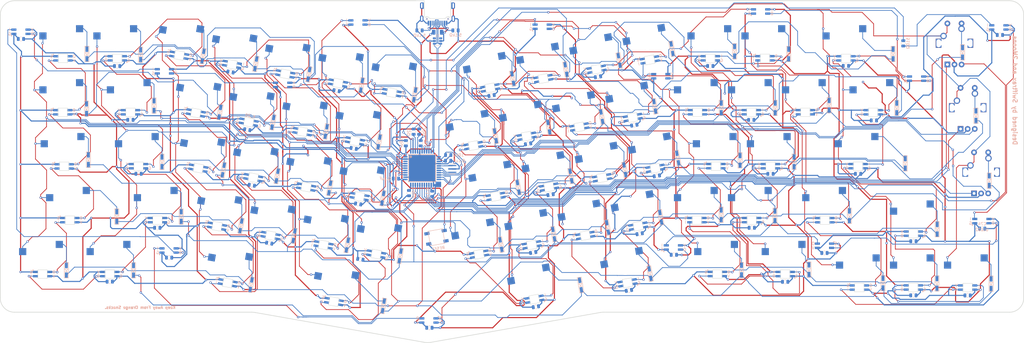
<source format=kicad_pcb>
(kicad_pcb (version 20171130) (host pcbnew "(5.1.4)-1")
  (layers (0 F.Cu signal) (31 B.Cu signal) (34 B.Paste user) (35 F.Paste user) (36 B.SilkS user) (37 F.SilkS user) (38 B.Mask user) (39 F.Mask user) (44 Edge.Cuts user))
  (net 0 "")
  (net 1 col0)
  (net 2 col1)
  (net 3 col2)
  (net 4 col3)
  (net 5 col5)
  (net 6 col6)
  (net 7 row0)
  (net 8 row1)
  (net 9 row2)
  (net 10 row3)
  (net 11 row4)
  (net 12 "Net-(D_1-Pad2)")
  (net 13 "Net-(D_33-Pad2)")
  (net 14 "Net-(D_34-Pad2)")
  (net 15 "Net-(D_35-Pad2)")
  (net 16 "Net-(D_36-Pad2)")
  (net 17 "Net-(D_51-Pad2)")
  (net 18 "Net-(D_52-Pad2)")
  (net 19 "Net-(D_53-Pad2)")
  (net 20 "Net-(D_54-Pad2)")
  (net 21 "Net-(D_2-Pad2)")
  (net 22 "Net-(D_3-Pad2)")
  (net 23 "Net-(D_4-Pad2)")
  (net 24 "Net-(D_5-Pad2)")
  (net 25 "Net-(D_6-Pad2)")
  (net 26 "Net-(D_7-Pad2)")
  (net 27 "Net-(D_37-Pad2)")
  (net 28 "Net-(D_38-Pad2)")
  (net 29 "Net-(D_39-Pad2)")
  (net 30 "Net-(D_40-Pad2)")
  (net 31 "Net-(D_55-Pad2)")
  (net 32 "Net-(D_56-Pad2)")
  (net 33 "Net-(D_57-Pad2)")
  (net 34 "Net-(D_58-Pad2)")
  (net 35 "Net-(D_8-Pad2)")
  (net 36 "Net-(D_9-Pad2)")
  (net 37 "Net-(D_10-Pad2)")
  (net 38 "Net-(D_11-Pad2)")
  (net 39 "Net-(D_12-Pad2)")
  (net 40 "Net-(D_13-Pad2)")
  (net 41 "Net-(D_41-Pad2)")
  (net 42 "Net-(D_42-Pad2)")
  (net 43 "Net-(D_43-Pad2)")
  (net 44 "Net-(D_59-Pad2)")
  (net 45 "Net-(D_60-Pad2)")
  (net 46 "Net-(D_62-Pad2)")
  (net 47 "Net-(D_17-Pad2)")
  (net 48 "Net-(D_18-Pad2)")
  (net 49 "Net-(D_19-Pad2)")
  (net 50 "Net-(D_20-Pad2)")
  (net 51 "Net-(D_47-Pad2)")
  (net 52 "Net-(D_48-Pad2)")
  (net 53 "Net-(D_63-Pad2)")
  (net 54 "Net-(D_64-Pad2)")
  (net 55 "Net-(D_65-Pad2)")
  (net 56 "Net-(D_66-Pad2)")
  (net 57 "Net-(D_21-Pad2)")
  (net 58 "Net-(D_22-Pad2)")
  (net 59 "Net-(D_23-Pad2)")
  (net 60 "Net-(D_24-Pad2)")
  (net 61 "Net-(D_25-Pad2)")
  (net 62 "Net-(D_26-Pad2)")
  (net 63 "Net-(D_49-Pad2)")
  (net 64 "Net-(D_50-Pad2)")
  (net 65 "Net-(D_67-Pad2)")
  (net 66 "Net-(D_68-Pad2)")
  (net 67 "Net-(D_27-Pad2)")
  (net 68 "Net-(D_28-Pad2)")
  (net 69 "Net-(D_29-Pad2)")
  (net 70 col4)
  (net 71 "Net-(D_69-Pad2)")
  (net 72 GND)
  (net 73 "Net-(C1-Pad1)")
  (net 74 +5V)
  (net 75 VBUS)
  (net 76 "Net-(R1-Pad2)")
  (net 77 D+)
  (net 78 "Net-(R4-Pad1)")
  (net 79 D-)
  (net 80 "Net-(R5-Pad1)")
  (net 81 "Net-(R6-Pad2)")
  (net 82 "Net-(U1-Pad42)")
  (net 83 "Net-(U1-Pad17)")
  (net 84 "Net-(U1-Pad16)")
  (net 85 "Net-(U2-Pad4)")
  (net 86 "Net-(U2-Pad3)")
  (net 87 "Net-(J1-PadB8)")
  (net 88 "Net-(J1-PadA5)")
  (net 89 "Net-(J1-PadB5)")
  (net 90 "Net-(J1-PadA8)")
  (net 91 0row)
  (net 92 1row)
  (net 93 2row)
  (net 94 0col)
  (net 95 ENC0A)
  (net 96 ENC1A)
  (net 97 ENC2A)
  (net 98 "Net-(D_44-Pad2)")
  (net 99 "Net-(D_70-Pad2)")
  (net 100 "Net-(LED1-Pad2)")
  (net 101 "Net-(LED1-Pad4)")
  (net 102 "Net-(LED17-Pad4)")
  (net 103 "Net-(LED2-Pad4)")
  (net 104 "Net-(LED18-Pad2)")
  (net 105 "Net-(LED19-Pad4)")
  (net 106 "Net-(LED4-Pad4)")
  (net 107 "Net-(LED20-Pad2)")
  (net 108 "Net-(LED21-Pad4)")
  (net 109 "Net-(LED6-Pad4)")
  (net 110 "Net-(LED22-Pad2)")
  (net 111 "Net-(LED23-Pad4)")
  (net 112 "Net-(LED8-Pad4)")
  (net 113 "Net-(LED24-Pad2)")
  (net 114 "Net-(LED10-Pad2)")
  (net 115 "Net-(LED10-Pad4)")
  (net 116 "Net-(LED11-Pad4)")
  (net 117 "Net-(LED12-Pad2)")
  (net 118 "Net-(LED12-Pad4)")
  (net 119 "Net-(LED13-Pad4)")
  (net 120 "Net-(LED18-Pad4)")
  (net 121 "Net-(LED19-Pad2)")
  (net 122 "Net-(LED20-Pad4)")
  (net 123 "Net-(LED21-Pad2)")
  (net 124 "Net-(LED22-Pad4)")
  (net 125 "Net-(LED23-Pad2)")
  (net 126 "Net-(LED24-Pad4)")
  (net 127 "Net-(LED25-Pad2)")
  (net 128 "Net-(LED44-Pad2)")
  (net 129 "Net-(LED68-Pad4)")
  (net 130 LED)
  (net 131 "Net-(D_15-Pad2)")
  (net 132 "Net-(D_30-Pad2)")
  (net 133 "Net-(D_45-Pad2)")
  (net 134 "Net-(D_71-Pad2)")
  (net 135 "Net-(D_72-Pad2)")
  (net 136 "Net-(LED15-Pad2)")
  (net 137 "Net-(LED15-Pad4)")
  (net 138 "Net-(LED25-Pad4)")
  (net 139 "Net-(LED26-Pad2)")
  (net 140 "Net-(LED27-Pad4)")
  (net 141 "Net-(LED28-Pad2)")
  (net 142 "Net-(LED29-Pad4)")
  (net 143 "Net-(LED30-Pad2)")
  (net 144 "Net-(LED33-Pad4)")
  (net 145 "Net-(LED34-Pad2)")
  (net 146 "Net-(LED35-Pad4)")
  (net 147 "Net-(LED36-Pad2)")
  (net 148 "Net-(LED37-Pad4)")
  (net 149 "Net-(LED38-Pad2)")
  (net 150 "Net-(LED39-Pad4)")
  (net 151 "Net-(LED40-Pad2)")
  (net 152 "Net-(LED41-Pad4)")
  (net 153 "Net-(LED42-Pad2)")
  (net 154 "Net-(LED43-Pad4)")
  (net 155 "Net-(LED45-Pad2)")
  (net 156 "Net-(LED47-Pad4)")
  (net 157 "Net-(LED48-Pad2)")
  (net 158 "Net-(LED49-Pad4)")
  (net 159 "Net-(LED50-Pad2)")
  (net 160 "Net-(LED51-Pad4)")
  (net 161 "Net-(LED52-Pad2)")
  (net 162 "Net-(LED53-Pad4)")
  (net 163 "Net-(LED54-Pad2)")
  (net 164 "Net-(LED55-Pad4)")
  (net 165 "Net-(LED56-Pad2)")
  (net 166 "Net-(LED57-Pad4)")
  (net 167 "Net-(LED58-Pad2)")
  (net 168 "Net-(LED59-Pad4)")
  (net 169 "Net-(LED60-Pad2)")
  (net 170 "Net-(LED62-Pad4)")
  (net 171 "Net-(LED70-Pad4)")
  (net 172 "Net-(LED71-Pad2)")
  (net 173 row5)
  (net 174 row7)
  (net 175 row6)
  (net 176 row9)
  (net 177 row8)
  (net 178 ENC0B)
  (net 179 ENC1B)
  (net 180 ENC2B)
  (net 181 "Net-(R7-Pad1)")
  (net 182 "Net-(ULED1-Pad2)")
  (net 183 "Net-(ULED2-Pad2)")
  (net 184 "Net-(ULED3-Pad2)")
  (net 185 "Net-(ULED4-Pad2)")
  (net 186 "Net-(ULED5-Pad2)")
  (net 187 "Net-(ULED6-Pad2)")
  (net 188 "Net-(ULED7-Pad2)")
  (net 189 "Net-(ULED8-Pad2)")
  (net 190 "Net-(ULED10-Pad4)")
  (net 191 "Net-(ULED10-Pad2)")
  (net 192 "Net-(ULED11-Pad2)")
  (net 193 "Net-(ULED12-Pad2)")
  (net 194 "Net-(ULED13-Pad2)")
  (module random-keyboard-parts:SKQG-1155865 (layer B.Cu) (at 141.29092 78.02574 190)
    (fp_text reference SW1)
    (fp_text value RESET (at 0 -4.064 10) (layer B.SilkS) (effects (justify mirror)))
    (pad 4 smd rect (at -3.1 -1.85 190) (size 1.8 1.1) (layers B.Cu B.Paste B.Mask))
    (pad 3 smd rect (at 3.1 1.85 190) (size 1.8 1.1) (layers B.Cu B.Paste B.Mask))
    (pad 2 smd rect (at -3.1 1.85 190) (size 1.8 1.1) (layers B.Cu B.Paste B.Mask) (net 76 "Net-(R1-Pad2)"))
    (pad 1 smd rect (at 3.1 -1.85 190) (size 1.8 1.1) (layers B.Cu B.Paste B.Mask) (net 72 GND))
  )
  (module usb-type-c:Mid_Mount-USB_C_HandSoldering (layer B.Cu) (at 141.649 -5.5332 90)
    (fp_text reference J1)
    (fp_text value USB2_C_Receptacle)
    (fp_line (start 0 4.67) (end 0 7.62) (layer Edge.Cuts) (width 0.15))
    (fp_line (start -5.6 4.67) (end 0 4.67) (layer Edge.Cuts) (width 0.15))
    (fp_line (start -5.6 -3.850384) (end -5.6 -3.75) (layer Edge.Cuts) (width 0.15))
    (fp_line (start 0 -4.67) (end -5.6 -4.67) (layer Edge.Cuts) (width 0.15))
    (fp_line (start 0 -7.62) (end 0 -4.67) (layer Edge.Cuts) (width 0.15))
    (fp_line (start -6.3 -2.537566) (end -6.3 2.537566) (layer Edge.Cuts) (width 0.15))
    (fp_line (start -5.6 3.850384) (end -5.6 3.75) (layer Edge.Cuts) (width 0.15))
    (fp_arc (start -5.6 -4.37) (end -5.6 -4.67) (angle -150) (layer Edge.Cuts) (width 0.15))
    (fp_arc (start -5.9 -3.850384) (end -5.6 -3.850384) (angle -60) (layer Edge.Cuts) (width 0.15))
    (fp_arc (start -5.73 -2.537565) (end -6.3 -2.537565) (angle 60) (layer Edge.Cuts) (width 0.15))
    (fp_arc (start -5.73 2.537565) (end -6.3 2.537565) (angle -60) (layer Edge.Cuts) (width 0.15))
    (fp_arc (start -5.9 3.850384) (end -5.6 3.850384) (angle 60) (layer Edge.Cuts) (width 0.15))
    (fp_arc (start -5.6 4.37) (end -5.6 4.67) (angle 150) (layer Edge.Cuts) (width 0.15))
    (fp_arc (start -6.43 -3.75) (end -5.6 -3.75) (angle 60) (layer Edge.Cuts) (width 0.15))
    (fp_arc (start -6.43 3.75) (end -5.6 3.75) (angle -60) (layer Edge.Cuts) (width 0.15))
    (pad S1 smd rect (at -1.75 -5.2) (size 0.7 2.3) (layers B.Cu B.Mask) (net 72 GND))
    (pad S1 smd rect (at -1.75 5.2) (size 0.7 2.3) (layers B.Cu B.Mask) (net 72 GND))
    (pad S1 thru_hole oval (at -6.35 -5.575) (size 1.2 2.3) (drill oval 0.5 1.65) (layers *.Cu *.Mask) (net 72 GND))
    (pad S1 thru_hole oval (at -6.35 5.575) (size 1.2 2.3) (drill oval 0.5 1.65) (layers *.Cu *.Mask) (net 72 GND))
    (pad S1 thru_hole oval (at -1.75 -5.575) (size 1.2 2.3) (drill oval 0.5 1.65) (layers *.Cu *.Mask) (net 72 GND))
    (pad S1 thru_hole oval (at -1.75 5.575) (size 1.2 2.3) (drill oval 0.5 1.65) (layers *.Cu *.Mask) (net 72 GND))
    (pad "" np_thru_hole circle (at -6.43 -3.75) (size 0.6 0.6) (drill 0.4) (layers *.Cu *.Mask))
    (pad "" np_thru_hole circle (at -6.43 3.75) (size 0.6 0.6) (drill 0.4) (layers *.Cu *.Mask))
    (pad A1B12 smd rect (at -7.93 -3.2) (size 0.55 1.7) (layers B.Cu B.Paste B.Mask) (net 72 GND))
    (pad B1A12 smd rect (at -7.93 3.2) (size 0.55 1.7) (layers B.Cu B.Paste B.Mask) (net 72 GND))
    (pad A4B9 smd rect (at -7.93 -2.45) (size 0.55 1.7) (layers B.Cu B.Paste B.Mask) (net 75 VBUS))
    (pad B8 smd rect (at -7.93 -1.75) (size 0.3 1.7) (layers B.Cu B.Paste B.Mask) (net 87 "Net-(J1-PadB8)"))
    (pad A5 smd rect (at -7.93 -1.25) (size 0.3 1.7) (layers B.Cu B.Paste B.Mask) (net 88 "Net-(J1-PadA5)"))
    (pad B7 smd rect (at -7.93 -0.75) (size 0.3 1.7) (layers B.Cu B.Paste B.Mask) (net 79 D-))
    (pad B4A9 smd rect (at -7.93 2.45) (size 0.55 1.7) (layers B.Cu B.Paste B.Mask) (net 75 VBUS))
    (pad B5 smd rect (at -7.93 1.75) (size 0.3 1.7) (layers B.Cu B.Paste B.Mask) (net 89 "Net-(J1-PadB5)"))
    (pad A8 smd rect (at -7.93 1.25) (size 0.3 1.7) (layers B.Cu B.Paste B.Mask) (net 90 "Net-(J1-PadA8)"))
    (pad B6 smd rect (at -7.93 0.75) (size 0.3 1.7) (layers B.Cu B.Paste B.Mask) (net 77 D+))
    (pad A7 smd rect (at -7.93 0.25) (size 0.3 1.7) (layers B.Cu B.Paste B.Mask) (net 79 D-))
    (pad A6 smd rect (at -7.93 -0.25) (size 0.3 1.7) (layers B.Cu B.Paste B.Mask) (net 77 D+))
  )
  (module Keebio-Parts:RotaryEncoder_EC11 (layer F.Cu) (at 333.3962 55.0362 90)
    (fp_text reference SW4)
    (fp_text value Rotary_Encoder_Switch)
    (pad A thru_hole rect (at -7.5 -2.5 90) (size 2 2) (drill 1) (layers *.Cu *.Mask) (net 97 ENC2A))
    (pad C thru_hole circle (at -7.5 0 90) (size 2 2) (drill 1) (layers *.Cu *.Mask) (net 72 GND))
    (pad B thru_hole circle (at -7.5 2.5 90) (size 2 2) (drill 1) (layers *.Cu *.Mask) (net 180 ENC2B))
    (pad "" np_thru_hole rect (at 0 -5.6 90) (size 3.2 2) (drill oval 2.8 1.5) (layers *.Cu *.Mask))
    (pad "" np_thru_hole rect (at 0 5.6 90) (size 3.2 2) (drill oval 2.8 1.5) (layers *.Cu *.Mask))
    (pad S2 thru_hole circle (at 7 -2.5 90) (size 2 2) (drill 1) (layers *.Cu *.Mask) (net 94 0col))
    (pad S1 thru_hole circle (at 7 2.5 90) (size 2 2) (drill 1) (layers *.Cu *.Mask) (net 93 2row))
  )
  (module Keebio-Parts:RotaryEncoder_EC11 (layer F.Cu) (at 328.64649 32.26121 90)
    (fp_text reference SW3)
    (fp_text value Rotary_Encoder_Switch)
    (pad A thru_hole rect (at -7.5 -2.5 90) (size 2 2) (drill 1) (layers *.Cu *.Mask) (net 96 ENC1A))
    (pad C thru_hole circle (at -7.5 0 90) (size 2 2) (drill 1) (layers *.Cu *.Mask) (net 72 GND))
    (pad B thru_hole circle (at -7.5 2.5 90) (size 2 2) (drill 1) (layers *.Cu *.Mask) (net 179 ENC1B))
    (pad "" np_thru_hole rect (at 0 -5.6 90) (size 3.2 2) (drill oval 2.8 1.5) (layers *.Cu *.Mask))
    (pad "" np_thru_hole rect (at 0 5.6 90) (size 3.2 2) (drill oval 2.8 1.5) (layers *.Cu *.Mask))
    (pad S2 thru_hole circle (at 7 -2.5 90) (size 2 2) (drill 1) (layers *.Cu *.Mask) (net 94 0col))
    (pad S1 thru_hole circle (at 7 2.5 90) (size 2 2) (drill 1) (layers *.Cu *.Mask) (net 92 1row))
  )
  (module Keebio-Parts:RotaryEncoder_EC11 (layer F.Cu) (at 324 9.5 90)
    (fp_text reference SW2)
    (fp_text value Rotary_Encoder_Switch)
    (pad A thru_hole rect (at -7.5 -2.5 90) (size 2 2) (drill 1) (layers *.Cu *.Mask) (net 95 ENC0A))
    (pad C thru_hole circle (at -7.5 0 90) (size 2 2) (drill 1) (layers *.Cu *.Mask) (net 72 GND))
    (pad B thru_hole circle (at -7.5 2.5 90) (size 2 2) (drill 1) (layers *.Cu *.Mask) (net 178 ENC0B))
    (pad "" np_thru_hole rect (at 0 -5.6 90) (size 3.2 2) (drill oval 2.8 1.5) (layers *.Cu *.Mask))
    (pad "" np_thru_hole rect (at 0 5.6 90) (size 3.2 2) (drill oval 2.8 1.5) (layers *.Cu *.Mask))
    (pad S2 thru_hole circle (at 7 -2.5 90) (size 2 2) (drill 1) (layers *.Cu *.Mask) (net 94 0col))
    (pad S1 thru_hole circle (at 7 2.5 90) (size 2 2) (drill 1) (layers *.Cu *.Mask) (net 91 0row))
  )
  (module MX_Only:MXOnly-1U-NoLED (layer F.Cu) (at 333.447 55.1886)
    (fp_text reference K_61)
    (fp_text value KEYSW)
    (pad 2 thru_hole circle (at 2.54 -5.08) (size 2.25 2.25) (drill 1.47) (layers *.Cu B.Mask) (net 93 2row))
    (pad "" np_thru_hole circle (at 0 0) (size 3.9878 3.9878) (drill 3.9878) (layers *.Cu *.Mask))
    (pad 1 thru_hole circle (at -3.81 -2.54) (size 2.25 2.25) (drill 1.47) (layers *.Cu B.Mask) (net 94 0col))
    (pad "" np_thru_hole circle (at -5.08 0 48.0996) (size 1.75 1.75) (drill 1.75) (layers *.Cu *.Mask))
    (pad "" np_thru_hole circle (at 5.08 0 48.0996) (size 1.75 1.75) (drill 1.75) (layers *.Cu *.Mask))
  )
  (module MX_Only:MXOnly-1U-NoLED (layer F.Cu) (at 328.6718 32.3286)
    (fp_text reference K_46)
    (fp_text value KEYSW)
    (pad 2 thru_hole circle (at 2.54 -5.08) (size 2.25 2.25) (drill 1.47) (layers *.Cu B.Mask) (net 92 1row))
    (pad "" np_thru_hole circle (at 0 0) (size 3.9878 3.9878) (drill 3.9878) (layers *.Cu *.Mask))
    (pad 1 thru_hole circle (at -3.81 -2.54) (size 2.25 2.25) (drill 1.47) (layers *.Cu B.Mask) (net 94 0col))
    (pad "" np_thru_hole circle (at -5.08 0 48.0996) (size 1.75 1.75) (drill 1.75) (layers *.Cu *.Mask))
    (pad "" np_thru_hole circle (at 5.08 0 48.0996) (size 1.75 1.75) (drill 1.75) (layers *.Cu *.Mask))
  )
  (module MX_Only:MXOnly-1U-NoLED (layer F.Cu) (at 323.9474 9.4686)
    (fp_text reference K_31)
    (fp_text value KEYSW)
    (pad 2 thru_hole circle (at 2.54 -5.08) (size 2.25 2.25) (drill 1.47) (layers *.Cu B.Mask) (net 91 0row))
    (pad "" np_thru_hole circle (at 0 0) (size 3.9878 3.9878) (drill 3.9878) (layers *.Cu *.Mask))
    (pad 1 thru_hole circle (at -3.81 -2.54) (size 2.25 2.25) (drill 1.47) (layers *.Cu B.Mask) (net 94 0col))
    (pad "" np_thru_hole circle (at -5.08 0 48.0996) (size 1.75 1.75) (drill 1.75) (layers *.Cu *.Mask))
    (pad "" np_thru_hole circle (at 5.08 0 48.0996) (size 1.75 1.75) (drill 1.75) (layers *.Cu *.Mask))
  )
  (module MX_Only:MXOnly-1U-Hotswap (layer F.Cu) (at 309.59375 71.347246)
    (fp_text reference K_60)
    (fp_text value KEYSW)
    (pad 2 smd rect (at 5.842 -5.08) (size 2.55 2.5) (layers B.Cu B.Paste B.Mask) (net 45 "Net-(D_60-Pad2)"))
    (pad 1 smd rect (at -7.085 -2.54) (size 2.55 2.5) (layers B.Cu B.Paste B.Mask) (net 94 0col))
    (pad "" np_thru_hole circle (at 5.08 0 48.0996) (size 1.75 1.75) (drill 1.75) (layers *.Cu *.Mask))
    (pad "" np_thru_hole circle (at -5.08 0 48.0996) (size 1.75 1.75) (drill 1.75) (layers *.Cu *.Mask))
    (pad "" np_thru_hole circle (at -3.81 -2.54) (size 3 3) (drill 3) (layers *.Cu *.Mask))
    (pad "" np_thru_hole circle (at 0 0) (size 3.9878 3.9878) (drill 3.9878) (layers *.Cu *.Mask))
    (pad "" np_thru_hole circle (at 2.54 -5.08) (size 3 3) (drill 3) (layers *.Cu *.Mask))
  )
  (module MX_Only:MXOnly-1U-Hotswap (layer F.Cu) (at 159.450806 19.97399 10)
    (fp_text reference K_8)
    (fp_text value KEYSW)
    (pad 2 smd rect (at 5.842 -5.08 10) (size 2.55 2.5) (layers B.Cu B.Paste B.Mask) (net 35 "Net-(D_8-Pad2)"))
    (pad 1 smd rect (at -7.085 -2.54 10) (size 2.55 2.5) (layers B.Cu B.Paste B.Mask) (net 70 col4))
    (pad "" np_thru_hole circle (at 5.08 0 58.0996) (size 1.75 1.75) (drill 1.75) (layers *.Cu *.Mask))
    (pad "" np_thru_hole circle (at -5.08 0 58.0996) (size 1.75 1.75) (drill 1.75) (layers *.Cu *.Mask))
    (pad "" np_thru_hole circle (at -3.81 -2.54 10) (size 3 3) (drill 3) (layers *.Cu *.Mask))
    (pad "" np_thru_hole circle (at 0 0 10) (size 3.9878 3.9878) (drill 3.9878) (layers *.Cu *.Mask))
    (pad "" np_thru_hole circle (at 2.54 -5.08 10) (size 3 3) (drill 3) (layers *.Cu *.Mask))
  )
  (module MX_Only:MXOnly-1U-Hotswap (layer F.Cu) (at 58.764495 48.467424 350)
    (fp_text reference K_35)
    (fp_text value KEYSW)
    (pad 2 smd rect (at 5.842 -5.08 350) (size 2.55 2.5) (layers B.Cu B.Paste B.Mask) (net 15 "Net-(D_35-Pad2)"))
    (pad 1 smd rect (at -7.085 -2.54 350) (size 2.55 2.5) (layers B.Cu B.Paste B.Mask) (net 2 col1))
    (pad "" np_thru_hole circle (at 5.08 0 38.0996) (size 1.75 1.75) (drill 1.75) (layers *.Cu *.Mask))
    (pad "" np_thru_hole circle (at -5.08 0 38.0996) (size 1.75 1.75) (drill 1.75) (layers *.Cu *.Mask))
    (pad "" np_thru_hole circle (at -3.81 -2.54 350) (size 3 3) (drill 3) (layers *.Cu *.Mask))
    (pad "" np_thru_hole circle (at 0 0 350) (size 3.9878 3.9878) (drill 3.9878) (layers *.Cu *.Mask))
    (pad "" np_thru_hole circle (at 2.54 -5.08 350) (size 3 3) (drill 3) (layers *.Cu *.Mask))
  )
  (module MX_Only:MXOnly-1U-Hotswap (layer F.Cu) (at 94.903521 35.495832 350)
    (fp_text reference K_21)
    (fp_text value KEYSW)
    (pad 2 smd rect (at 5.842 -5.08 350) (size 2.55 2.5) (layers B.Cu B.Paste B.Mask) (net 57 "Net-(D_21-Pad2)"))
    (pad 1 smd rect (at -7.085 -2.54 350) (size 2.55 2.5) (layers B.Cu B.Paste B.Mask) (net 3 col2))
    (pad "" np_thru_hole circle (at 5.08 0 38.0996) (size 1.75 1.75) (drill 1.75) (layers *.Cu *.Mask))
    (pad "" np_thru_hole circle (at -5.08 0 38.0996) (size 1.75 1.75) (drill 1.75) (layers *.Cu *.Mask))
    (pad "" np_thru_hole circle (at -3.81 -2.54 350) (size 3 3) (drill 3) (layers *.Cu *.Mask))
    (pad "" np_thru_hole circle (at 0 0 350) (size 3.9878 3.9878) (drill 3.9878) (layers *.Cu *.Mask))
    (pad "" np_thru_hole circle (at 2.54 -5.08 350) (size 3 3) (drill 3) (layers *.Cu *.Mask))
  )
  (module MX_Only:MXOnly-2U-Hotswap-ReversedStabilizers (layer F.Cu) (at 285.78125 9.434746)
    (fp_text reference K_15)
    (fp_text value KEYSW)
    (pad "" np_thru_hole circle (at -11.938 -8.255) (size 3.9878 3.9878) (drill 3.9878) (layers *.Cu *.Mask))
    (pad "" np_thru_hole circle (at 11.938 -8.255) (size 3.9878 3.9878) (drill 3.9878) (layers *.Cu *.Mask))
    (pad "" np_thru_hole circle (at -11.938 6.985) (size 3.048 3.048) (drill 3.048) (layers *.Cu *.Mask))
    (pad "" np_thru_hole circle (at 11.938 6.985) (size 3.048 3.048) (drill 3.048) (layers *.Cu *.Mask))
    (pad 2 smd rect (at 5.842 -5.08) (size 2.55 2.5) (layers B.Cu B.Paste B.Mask) (net 131 "Net-(D_15-Pad2)"))
    (pad 1 smd rect (at -7.085 -2.54) (size 2.55 2.5) (layers B.Cu B.Paste B.Mask) (net 94 0col))
    (pad "" np_thru_hole circle (at 5.08 0 48.0996) (size 1.75 1.75) (drill 1.75) (layers *.Cu *.Mask))
    (pad "" np_thru_hole circle (at -5.08 0 48.0996) (size 1.75 1.75) (drill 1.75) (layers *.Cu *.Mask))
    (pad "" np_thru_hole circle (at -3.81 -2.54) (size 3 3) (drill 3) (layers *.Cu *.Mask))
    (pad "" np_thru_hole circle (at 0 0) (size 3.9878 3.9878) (drill 3.9878) (layers *.Cu *.Mask))
    (pad "" np_thru_hole circle (at 2.54 -5.08) (size 3 3) (drill 3) (layers *.Cu *.Mask))
  )
  (module MX_Only:MXOnly-1U-Hotswap (layer F.Cu) (at 328.64375 90.397246)
    (fp_text reference K_72)
    (fp_text value KEYSW)
    (pad 2 smd rect (at 5.842 -5.08) (size 2.55 2.5) (layers B.Cu B.Paste B.Mask) (net 135 "Net-(D_72-Pad2)"))
    (pad 1 smd rect (at -7.085 -2.54) (size 2.55 2.5) (layers B.Cu B.Paste B.Mask) (net 94 0col))
    (pad "" np_thru_hole circle (at 5.08 0 48.0996) (size 1.75 1.75) (drill 1.75) (layers *.Cu *.Mask))
    (pad "" np_thru_hole circle (at -5.08 0 48.0996) (size 1.75 1.75) (drill 1.75) (layers *.Cu *.Mask))
    (pad "" np_thru_hole circle (at -3.81 -2.54) (size 3 3) (drill 3) (layers *.Cu *.Mask))
    (pad "" np_thru_hole circle (at 0 0) (size 3.9878 3.9878) (drill 3.9878) (layers *.Cu *.Mask))
    (pad "" np_thru_hole circle (at 2.54 -5.08) (size 3 3) (drill 3) (layers *.Cu *.Mask))
  )
  (module MX_Only:MXOnly-1U-Hotswap (layer F.Cu) (at 309.59375 90.397246)
    (fp_text reference K_71)
    (fp_text value KEYSW)
    (pad 2 smd rect (at 5.842 -5.08) (size 2.55 2.5) (layers B.Cu B.Paste B.Mask) (net 134 "Net-(D_71-Pad2)"))
    (pad 1 smd rect (at -7.085 -2.54) (size 2.55 2.5) (layers B.Cu B.Paste B.Mask) (net 94 0col))
    (pad "" np_thru_hole circle (at 5.08 0 48.0996) (size 1.75 1.75) (drill 1.75) (layers *.Cu *.Mask))
    (pad "" np_thru_hole circle (at -5.08 0 48.0996) (size 1.75 1.75) (drill 1.75) (layers *.Cu *.Mask))
    (pad "" np_thru_hole circle (at -3.81 -2.54) (size 3 3) (drill 3) (layers *.Cu *.Mask))
    (pad "" np_thru_hole circle (at 0 0) (size 3.9878 3.9878) (drill 3.9878) (layers *.Cu *.Mask))
    (pad "" np_thru_hole circle (at 2.54 -5.08) (size 3 3) (drill 3) (layers *.Cu *.Mask))
  )
  (module MX_Only:MXOnly-1U-Hotswap (layer F.Cu) (at 290.54375 90.397246)
    (fp_text reference K_70)
    (fp_text value KEYSW)
    (pad 2 smd rect (at 5.842 -5.08) (size 2.55 2.5) (layers B.Cu B.Paste B.Mask) (net 99 "Net-(D_70-Pad2)"))
    (pad 1 smd rect (at -7.085 -2.54) (size 2.55 2.5) (layers B.Cu B.Paste B.Mask) (net 6 col6))
    (pad "" np_thru_hole circle (at 5.08 0 48.0996) (size 1.75 1.75) (drill 1.75) (layers *.Cu *.Mask))
    (pad "" np_thru_hole circle (at -5.08 0 48.0996) (size 1.75 1.75) (drill 1.75) (layers *.Cu *.Mask))
    (pad "" np_thru_hole circle (at -3.81 -2.54) (size 3 3) (drill 3) (layers *.Cu *.Mask))
    (pad "" np_thru_hole circle (at 0 0) (size 3.9878 3.9878) (drill 3.9878) (layers *.Cu *.Mask))
    (pad "" np_thru_hole circle (at 2.54 -5.08) (size 3 3) (drill 3) (layers *.Cu *.Mask))
  )
  (module MX_Only:MXOnly-1.25U-Hotswap (layer F.Cu) (at 264.35 85.634746)
    (fp_text reference K_69)
    (fp_text value KEYSW)
    (pad 2 smd rect (at 5.842 -5.08) (size 2.55 2.5) (layers B.Cu B.Paste B.Mask) (net 71 "Net-(D_69-Pad2)"))
    (pad 1 smd rect (at -7.085 -2.54) (size 2.55 2.5) (layers B.Cu B.Paste B.Mask) (net 6 col6))
    (pad "" np_thru_hole circle (at 5.08 0 48.0996) (size 1.75 1.75) (drill 1.75) (layers *.Cu *.Mask))
    (pad "" np_thru_hole circle (at -5.08 0 48.0996) (size 1.75 1.75) (drill 1.75) (layers *.Cu *.Mask))
    (pad "" np_thru_hole circle (at -3.81 -2.54) (size 3 3) (drill 3) (layers *.Cu *.Mask))
    (pad "" np_thru_hole circle (at 0 0) (size 3.9878 3.9878) (drill 3.9878) (layers *.Cu *.Mask))
    (pad "" np_thru_hole circle (at 2.54 -5.08) (size 3 3) (drill 3) (layers *.Cu *.Mask))
  )
  (module MX_Only:MXOnly-1.25U-Hotswap (layer F.Cu) (at 240.5375 85.634746)
    (fp_text reference K_68)
    (fp_text value KEYSW)
    (pad 2 smd rect (at 5.842 -5.08) (size 2.55 2.5) (layers B.Cu B.Paste B.Mask) (net 66 "Net-(D_68-Pad2)"))
    (pad 1 smd rect (at -7.085 -2.54) (size 2.55 2.5) (layers B.Cu B.Paste B.Mask) (net 5 col5))
    (pad "" np_thru_hole circle (at 5.08 0 48.0996) (size 1.75 1.75) (drill 1.75) (layers *.Cu *.Mask))
    (pad "" np_thru_hole circle (at -5.08 0 48.0996) (size 1.75 1.75) (drill 1.75) (layers *.Cu *.Mask))
    (pad "" np_thru_hole circle (at -3.81 -2.54) (size 3 3) (drill 3) (layers *.Cu *.Mask))
    (pad "" np_thru_hole circle (at 0 0) (size 3.9878 3.9878) (drill 3.9878) (layers *.Cu *.Mask))
    (pad "" np_thru_hole circle (at 2.54 -5.08) (size 3 3) (drill 3) (layers *.Cu *.Mask))
  )
  (module MX_Only:MXOnly-1.25U-Hotswap (layer F.Cu) (at 207.863325 88.846345 10)
    (fp_text reference K_67)
    (fp_text value KEYSW)
    (pad 2 smd rect (at 5.842 -5.08 10) (size 2.55 2.5) (layers B.Cu B.Paste B.Mask) (net 65 "Net-(D_67-Pad2)"))
    (pad 1 smd rect (at -7.085 -2.54 10) (size 2.55 2.5) (layers B.Cu B.Paste B.Mask) (net 5 col5))
    (pad "" np_thru_hole circle (at 5.08 0 58.0996) (size 1.75 1.75) (drill 1.75) (layers *.Cu *.Mask))
    (pad "" np_thru_hole circle (at -5.08 0 58.0996) (size 1.75 1.75) (drill 1.75) (layers *.Cu *.Mask))
    (pad "" np_thru_hole circle (at -3.81 -2.54 10) (size 3 3) (drill 3) (layers *.Cu *.Mask))
    (pad "" np_thru_hole circle (at 0 0 10) (size 3.9878 3.9878) (drill 3.9878) (layers *.Cu *.Mask))
    (pad "" np_thru_hole circle (at 2.54 -5.08 10) (size 3 3) (drill 3) (layers *.Cu *.Mask))
  )
  (module MX_Only:MXOnly-2.25U-Hotswap-ReversedStabilizers (layer F.Cu) (at 175.018253 94.70184 10)
    (fp_text reference K_66)
    (fp_text value KEYSW)
    (pad "" np_thru_hole circle (at -11.938 -8.255 10) (size 3.9878 3.9878) (drill 3.9878) (layers *.Cu *.Mask))
    (pad "" np_thru_hole circle (at 11.938 -8.255 10) (size 3.9878 3.9878) (drill 3.9878) (layers *.Cu *.Mask))
    (pad "" np_thru_hole circle (at -11.938 6.985 10) (size 3.048 3.048) (drill 3.048) (layers *.Cu *.Mask))
    (pad "" np_thru_hole circle (at 11.938 6.985 10) (size 3.048 3.048) (drill 3.048) (layers *.Cu *.Mask))
    (pad 2 smd rect (at 5.842 -5.08 10) (size 2.55 2.5) (layers B.Cu B.Paste B.Mask) (net 56 "Net-(D_66-Pad2)"))
    (pad 1 smd rect (at -7.085 -2.54 10) (size 2.55 2.5) (layers B.Cu B.Paste B.Mask) (net 70 col4))
    (pad "" np_thru_hole circle (at 5.08 0 58.0996) (size 1.75 1.75) (drill 1.75) (layers *.Cu *.Mask))
    (pad "" np_thru_hole circle (at -5.08 0 58.0996) (size 1.75 1.75) (drill 1.75) (layers *.Cu *.Mask))
    (pad "" np_thru_hole circle (at -3.81 -2.54 10) (size 3 3) (drill 3) (layers *.Cu *.Mask))
    (pad "" np_thru_hole circle (at 0 0 10) (size 3.9878 3.9878) (drill 3.9878) (layers *.Cu *.Mask))
    (pad "" np_thru_hole circle (at 2.54 -5.08 10) (size 3 3) (drill 3) (layers *.Cu *.Mask))
  )
  (module MX_Only:MXOnly-2.75U-Hotswap-ReversedStabilizers (layer F.Cu) (at 106.052675 95.430345 350)
    (fp_text reference K_65)
    (fp_text value KEYSW)
    (pad "" np_thru_hole circle (at -11.938 -8.255 350) (size 3.9878 3.9878) (drill 3.9878) (layers *.Cu *.Mask))
    (pad "" np_thru_hole circle (at 11.938 -8.255 350) (size 3.9878 3.9878) (drill 3.9878) (layers *.Cu *.Mask))
    (pad "" np_thru_hole circle (at -11.938 6.985 350) (size 3.048 3.048) (drill 3.048) (layers *.Cu *.Mask))
    (pad "" np_thru_hole circle (at 11.938 6.985 350) (size 3.048 3.048) (drill 3.048) (layers *.Cu *.Mask))
    (pad 2 smd rect (at 5.842 -5.08 350) (size 2.55 2.5) (layers B.Cu B.Paste B.Mask) (net 55 "Net-(D_65-Pad2)"))
    (pad 1 smd rect (at -7.085 -2.54 350) (size 2.55 2.5) (layers B.Cu B.Paste B.Mask) (net 3 col2))
    (pad "" np_thru_hole circle (at 5.08 0 38.0996) (size 1.75 1.75) (drill 1.75) (layers *.Cu *.Mask))
    (pad "" np_thru_hole circle (at -5.08 0 38.0996) (size 1.75 1.75) (drill 1.75) (layers *.Cu *.Mask))
    (pad "" np_thru_hole circle (at -3.81 -2.54 350) (size 3 3) (drill 3) (layers *.Cu *.Mask))
    (pad "" np_thru_hole circle (at 0 0 350) (size 3.9878 3.9878) (drill 3.9878) (layers *.Cu *.Mask))
    (pad "" np_thru_hole circle (at 2.54 -5.08 350) (size 3 3) (drill 3) (layers *.Cu *.Mask))
  )
  (module MX_Only:MXOnly-1.25U-Hotswap (layer F.Cu) (at 68.56844 88.914097 350)
    (fp_text reference K_64)
    (fp_text value KEYSW)
    (pad 2 smd rect (at 5.842 -5.08 350) (size 2.55 2.5) (layers B.Cu B.Paste B.Mask) (net 54 "Net-(D_64-Pad2)"))
    (pad 1 smd rect (at -7.085 -2.54 350) (size 2.55 2.5) (layers B.Cu B.Paste B.Mask) (net 2 col1))
    (pad "" np_thru_hole circle (at 5.08 0 38.0996) (size 1.75 1.75) (drill 1.75) (layers *.Cu *.Mask))
    (pad "" np_thru_hole circle (at -5.08 0 38.0996) (size 1.75 1.75) (drill 1.75) (layers *.Cu *.Mask))
    (pad "" np_thru_hole circle (at -3.81 -2.54 350) (size 3 3) (drill 3) (layers *.Cu *.Mask))
    (pad "" np_thru_hole circle (at 0 0 350) (size 3.9878 3.9878) (drill 3.9878) (layers *.Cu *.Mask))
    (pad "" np_thru_hole circle (at 2.54 -5.08 350) (size 3 3) (drill 3) (layers *.Cu *.Mask))
  )
  (module MX_Only:MXOnly-1.25U-Hotswap (layer F.Cu) (at 26.225 85.634746)
    (fp_text reference K_63)
    (fp_text value KEYSW)
    (pad 2 smd rect (at 5.842 -5.08) (size 2.55 2.5) (layers B.Cu B.Paste B.Mask) (net 53 "Net-(D_63-Pad2)"))
    (pad 1 smd rect (at -7.085 -2.54) (size 2.55 2.5) (layers B.Cu B.Paste B.Mask) (net 2 col1))
    (pad "" np_thru_hole circle (at 5.08 0 48.0996) (size 1.75 1.75) (drill 1.75) (layers *.Cu *.Mask))
    (pad "" np_thru_hole circle (at -5.08 0 48.0996) (size 1.75 1.75) (drill 1.75) (layers *.Cu *.Mask))
    (pad "" np_thru_hole circle (at -3.81 -2.54) (size 3 3) (drill 3) (layers *.Cu *.Mask))
    (pad "" np_thru_hole circle (at 0 0) (size 3.9878 3.9878) (drill 3.9878) (layers *.Cu *.Mask))
    (pad "" np_thru_hole circle (at 2.54 -5.08) (size 3 3) (drill 3) (layers *.Cu *.Mask))
  )
  (module MX_Only:MXOnly-1.25U-Hotswap (layer F.Cu) (at 2.4125 85.634746)
    (fp_text reference K_62)
    (fp_text value KEYSW)
    (pad 2 smd rect (at 5.842 -5.08) (size 2.55 2.5) (layers B.Cu B.Paste B.Mask) (net 46 "Net-(D_62-Pad2)"))
    (pad 1 smd rect (at -7.085 -2.54) (size 2.55 2.5) (layers B.Cu B.Paste B.Mask) (net 1 col0))
    (pad "" np_thru_hole circle (at 5.08 0 48.0996) (size 1.75 1.75) (drill 1.75) (layers *.Cu *.Mask))
    (pad "" np_thru_hole circle (at -5.08 0 48.0996) (size 1.75 1.75) (drill 1.75) (layers *.Cu *.Mask))
    (pad "" np_thru_hole circle (at -3.81 -2.54) (size 3 3) (drill 3) (layers *.Cu *.Mask))
    (pad "" np_thru_hole circle (at 0 0) (size 3.9878 3.9878) (drill 3.9878) (layers *.Cu *.Mask))
    (pad "" np_thru_hole circle (at 2.54 -5.08) (size 3 3) (drill 3) (layers *.Cu *.Mask))
  )
  (module MX_Only:MXOnly-1.75U-Hotswap (layer F.Cu) (at 278.6375 66.584746)
    (fp_text reference K_59)
    (fp_text value KEYSW)
    (pad 2 smd rect (at 5.842 -5.08) (size 2.55 2.5) (layers B.Cu B.Paste B.Mask) (net 44 "Net-(D_59-Pad2)"))
    (pad 1 smd rect (at -7.085 -2.54) (size 2.55 2.5) (layers B.Cu B.Paste B.Mask) (net 6 col6))
    (pad "" np_thru_hole circle (at 5.08 0 48.0996) (size 1.75 1.75) (drill 1.75) (layers *.Cu *.Mask))
    (pad "" np_thru_hole circle (at -5.08 0 48.0996) (size 1.75 1.75) (drill 1.75) (layers *.Cu *.Mask))
    (pad "" np_thru_hole circle (at -3.81 -2.54) (size 3 3) (drill 3) (layers *.Cu *.Mask))
    (pad "" np_thru_hole circle (at 0 0) (size 3.9878 3.9878) (drill 3.9878) (layers *.Cu *.Mask))
    (pad "" np_thru_hole circle (at 2.54 -5.08) (size 3 3) (drill 3) (layers *.Cu *.Mask))
  )
  (module MX_Only:MXOnly-1U-Hotswap (layer F.Cu) (at 252.44375 66.584746)
    (fp_text reference K_58)
    (fp_text value KEYSW)
    (pad 2 smd rect (at 5.842 -5.08) (size 2.55 2.5) (layers B.Cu B.Paste B.Mask) (net 34 "Net-(D_58-Pad2)"))
    (pad 1 smd rect (at -7.085 -2.54) (size 2.55 2.5) (layers B.Cu B.Paste B.Mask) (net 6 col6))
    (pad "" np_thru_hole circle (at 5.08 0 48.0996) (size 1.75 1.75) (drill 1.75) (layers *.Cu *.Mask))
    (pad "" np_thru_hole circle (at -5.08 0 48.0996) (size 1.75 1.75) (drill 1.75) (layers *.Cu *.Mask))
    (pad "" np_thru_hole circle (at -3.81 -2.54) (size 3 3) (drill 3) (layers *.Cu *.Mask))
    (pad "" np_thru_hole circle (at 0 0) (size 3.9878 3.9878) (drill 3.9878) (layers *.Cu *.Mask))
    (pad "" np_thru_hole circle (at 2.54 -5.08) (size 3 3) (drill 3) (layers *.Cu *.Mask))
  )
  (module MX_Only:MXOnly-1U-Hotswap (layer F.Cu) (at 233.39375 66.584746)
    (fp_text reference K_57)
    (fp_text value KEYSW)
    (pad 2 smd rect (at 5.842 -5.08) (size 2.55 2.5) (layers B.Cu B.Paste B.Mask) (net 33 "Net-(D_57-Pad2)"))
    (pad 1 smd rect (at -7.085 -2.54) (size 2.55 2.5) (layers B.Cu B.Paste B.Mask) (net 5 col5))
    (pad "" np_thru_hole circle (at 5.08 0 48.0996) (size 1.75 1.75) (drill 1.75) (layers *.Cu *.Mask))
    (pad "" np_thru_hole circle (at -5.08 0 48.0996) (size 1.75 1.75) (drill 1.75) (layers *.Cu *.Mask))
    (pad "" np_thru_hole circle (at -3.81 -2.54) (size 3 3) (drill 3) (layers *.Cu *.Mask))
    (pad "" np_thru_hole circle (at 0 0) (size 3.9878 3.9878) (drill 3.9878) (layers *.Cu *.Mask))
    (pad "" np_thru_hole circle (at 2.54 -5.08) (size 3 3) (drill 3) (layers *.Cu *.Mask))
  )
  (module MX_Only:MXOnly-1U-Hotswap (layer F.Cu) (at 211.586121 68.812758 10)
    (fp_text reference K_56)
    (fp_text value KEYSW)
    (pad 2 smd rect (at 5.842 -5.08 10) (size 2.55 2.5) (layers B.Cu B.Paste B.Mask) (net 32 "Net-(D_56-Pad2)"))
    (pad 1 smd rect (at -7.085 -2.54 10) (size 2.55 2.5) (layers B.Cu B.Paste B.Mask) (net 5 col5))
    (pad "" np_thru_hole circle (at 5.08 0 58.0996) (size 1.75 1.75) (drill 1.75) (layers *.Cu *.Mask))
    (pad "" np_thru_hole circle (at -5.08 0 58.0996) (size 1.75 1.75) (drill 1.75) (layers *.Cu *.Mask))
    (pad "" np_thru_hole circle (at -3.81 -2.54 10) (size 3 3) (drill 3) (layers *.Cu *.Mask))
    (pad "" np_thru_hole circle (at 0 0 10) (size 3.9878 3.9878) (drill 3.9878) (layers *.Cu *.Mask))
    (pad "" np_thru_hole circle (at 2.54 -5.08 10) (size 3 3) (drill 3) (layers *.Cu *.Mask))
  )
  (module MX_Only:MXOnly-1U-Hotswap (layer F.Cu) (at 192.825534 72.120756 10)
    (fp_text reference K_55)
    (fp_text value KEYSW)
    (pad 2 smd rect (at 5.842 -5.08 10) (size 2.55 2.5) (layers B.Cu B.Paste B.Mask) (net 31 "Net-(D_55-Pad2)"))
    (pad 1 smd rect (at -7.085 -2.54 10) (size 2.55 2.5) (layers B.Cu B.Paste B.Mask) (net 70 col4))
    (pad "" np_thru_hole circle (at 5.08 0 58.0996) (size 1.75 1.75) (drill 1.75) (layers *.Cu *.Mask))
    (pad "" np_thru_hole circle (at -5.08 0 58.0996) (size 1.75 1.75) (drill 1.75) (layers *.Cu *.Mask))
    (pad "" np_thru_hole circle (at -3.81 -2.54 10) (size 3 3) (drill 3) (layers *.Cu *.Mask))
    (pad "" np_thru_hole circle (at 0 0 10) (size 3.9878 3.9878) (drill 3.9878) (layers *.Cu *.Mask))
    (pad "" np_thru_hole circle (at 2.54 -5.08 10) (size 3 3) (drill 3) (layers *.Cu *.Mask))
  )
  (module MX_Only:MXOnly-1U-Hotswap (layer F.Cu) (at 174.064946 75.428754 10)
    (fp_text reference K_54)
    (fp_text value KEYSW)
    (pad 2 smd rect (at 5.842 -5.08 10) (size 2.55 2.5) (layers B.Cu B.Paste B.Mask) (net 20 "Net-(D_54-Pad2)"))
    (pad 1 smd rect (at -7.085 -2.54 10) (size 2.55 2.5) (layers B.Cu B.Paste B.Mask) (net 70 col4))
    (pad "" np_thru_hole circle (at 5.08 0 58.0996) (size 1.75 1.75) (drill 1.75) (layers *.Cu *.Mask))
    (pad "" np_thru_hole circle (at -5.08 0 58.0996) (size 1.75 1.75) (drill 1.75) (layers *.Cu *.Mask))
    (pad "" np_thru_hole circle (at -3.81 -2.54 10) (size 3 3) (drill 3) (layers *.Cu *.Mask))
    (pad "" np_thru_hole circle (at 0 0 10) (size 3.9878 3.9878) (drill 3.9878) (layers *.Cu *.Mask))
    (pad "" np_thru_hole circle (at 2.54 -5.08 10) (size 3 3) (drill 3) (layers *.Cu *.Mask))
  )
  (module MX_Only:MXOnly-1U-Hotswap (layer F.Cu) (at 155.304358 78.736751 10)
    (fp_text reference K_53)
    (fp_text value KEYSW)
    (pad 2 smd rect (at 5.842 -5.08 10) (size 2.55 2.5) (layers B.Cu B.Paste B.Mask) (net 19 "Net-(D_53-Pad2)"))
    (pad 1 smd rect (at -7.085 -2.54 10) (size 2.55 2.5) (layers B.Cu B.Paste B.Mask) (net 4 col3))
    (pad "" np_thru_hole circle (at 5.08 0 58.0996) (size 1.75 1.75) (drill 1.75) (layers *.Cu *.Mask))
    (pad "" np_thru_hole circle (at -5.08 0 58.0996) (size 1.75 1.75) (drill 1.75) (layers *.Cu *.Mask))
    (pad "" np_thru_hole circle (at -3.81 -2.54 10) (size 3 3) (drill 3) (layers *.Cu *.Mask))
    (pad "" np_thru_hole circle (at 0 0 10) (size 3.9878 3.9878) (drill 3.9878) (layers *.Cu *.Mask))
    (pad "" np_thru_hole circle (at 2.54 -5.08 10) (size 3 3) (drill 3) (layers *.Cu *.Mask))
  )
  (module MX_Only:MXOnly-1U-Hotswap (layer F.Cu) (at 121.118554 78.806004 350)
    (fp_text reference K_52)
    (fp_text value KEYSW)
    (pad 2 smd rect (at 5.842 -5.08 350) (size 2.55 2.5) (layers B.Cu B.Paste B.Mask) (net 18 "Net-(D_52-Pad2)"))
    (pad 1 smd rect (at -7.085 -2.54 350) (size 2.55 2.5) (layers B.Cu B.Paste B.Mask) (net 4 col3))
    (pad "" np_thru_hole circle (at 5.08 0 38.0996) (size 1.75 1.75) (drill 1.75) (layers *.Cu *.Mask))
    (pad "" np_thru_hole circle (at -5.08 0 38.0996) (size 1.75 1.75) (drill 1.75) (layers *.Cu *.Mask))
    (pad "" np_thru_hole circle (at -3.81 -2.54 350) (size 3 3) (drill 3) (layers *.Cu *.Mask))
    (pad "" np_thru_hole circle (at 0 0 350) (size 3.9878 3.9878) (drill 3.9878) (layers *.Cu *.Mask))
    (pad "" np_thru_hole circle (at 2.54 -5.08 350) (size 3 3) (drill 3) (layers *.Cu *.Mask))
  )
  (module MX_Only:MXOnly-1U-Hotswap (layer F.Cu) (at 102.357966 75.498006 350)
    (fp_text reference K_51)
    (fp_text value KEYSW)
    (pad 2 smd rect (at 5.842 -5.08 350) (size 2.55 2.5) (layers B.Cu B.Paste B.Mask) (net 17 "Net-(D_51-Pad2)"))
    (pad 1 smd rect (at -7.085 -2.54 350) (size 2.55 2.5) (layers B.Cu B.Paste B.Mask) (net 3 col2))
    (pad "" np_thru_hole circle (at 5.08 0 38.0996) (size 1.75 1.75) (drill 1.75) (layers *.Cu *.Mask))
    (pad "" np_thru_hole circle (at -5.08 0 38.0996) (size 1.75 1.75) (drill 1.75) (layers *.Cu *.Mask))
    (pad "" np_thru_hole circle (at -3.81 -2.54 350) (size 3 3) (drill 3) (layers *.Cu *.Mask))
    (pad "" np_thru_hole circle (at 0 0 350) (size 3.9878 3.9878) (drill 3.9878) (layers *.Cu *.Mask))
    (pad "" np_thru_hole circle (at 2.54 -5.08 350) (size 3 3) (drill 3) (layers *.Cu *.Mask))
  )
  (module MX_Only:MXOnly-1U-Hotswap (layer F.Cu) (at 83.597379 72.190008 350)
    (fp_text reference K_50)
    (fp_text value KEYSW)
    (pad 2 smd rect (at 5.842 -5.08 350) (size 2.55 2.5) (layers B.Cu B.Paste B.Mask) (net 64 "Net-(D_50-Pad2)"))
    (pad 1 smd rect (at -7.085 -2.54 350) (size 2.55 2.5) (layers B.Cu B.Paste B.Mask) (net 3 col2))
    (pad "" np_thru_hole circle (at 5.08 0 38.0996) (size 1.75 1.75) (drill 1.75) (layers *.Cu *.Mask))
    (pad "" np_thru_hole circle (at -5.08 0 38.0996) (size 1.75 1.75) (drill 1.75) (layers *.Cu *.Mask))
    (pad "" np_thru_hole circle (at -3.81 -2.54 350) (size 3 3) (drill 3) (layers *.Cu *.Mask))
    (pad "" np_thru_hole circle (at 0 0 350) (size 3.9878 3.9878) (drill 3.9878) (layers *.Cu *.Mask))
    (pad "" np_thru_hole circle (at 2.54 -5.08 350) (size 3 3) (drill 3) (layers *.Cu *.Mask))
  )
  (module MX_Only:MXOnly-1U-Hotswap (layer F.Cu) (at 64.836791 68.88201 350)
    (fp_text reference K_49)
    (fp_text value KEYSW)
    (pad 2 smd rect (at 5.842 -5.08 350) (size 2.55 2.5) (layers B.Cu B.Paste B.Mask) (net 63 "Net-(D_49-Pad2)"))
    (pad 1 smd rect (at -7.085 -2.54 350) (size 2.55 2.5) (layers B.Cu B.Paste B.Mask) (net 2 col1))
    (pad "" np_thru_hole circle (at 5.08 0 38.0996) (size 1.75 1.75) (drill 1.75) (layers *.Cu *.Mask))
    (pad "" np_thru_hole circle (at -5.08 0 38.0996) (size 1.75 1.75) (drill 1.75) (layers *.Cu *.Mask))
    (pad "" np_thru_hole circle (at -3.81 -2.54 350) (size 3 3) (drill 3) (layers *.Cu *.Mask))
    (pad "" np_thru_hole circle (at 0 0 350) (size 3.9878 3.9878) (drill 3.9878) (layers *.Cu *.Mask))
    (pad "" np_thru_hole circle (at 2.54 -5.08 350) (size 3 3) (drill 3) (layers *.Cu *.Mask))
  )
  (module MX_Only:MXOnly-1U-Hotswap (layer F.Cu) (at 42.89375 66.584746)
    (fp_text reference K_48)
    (fp_text value KEYSW)
    (pad 2 smd rect (at 5.842 -5.08) (size 2.55 2.5) (layers B.Cu B.Paste B.Mask) (net 52 "Net-(D_48-Pad2)"))
    (pad 1 smd rect (at -7.085 -2.54) (size 2.55 2.5) (layers B.Cu B.Paste B.Mask) (net 2 col1))
    (pad "" np_thru_hole circle (at 5.08 0 48.0996) (size 1.75 1.75) (drill 1.75) (layers *.Cu *.Mask))
    (pad "" np_thru_hole circle (at -5.08 0 48.0996) (size 1.75 1.75) (drill 1.75) (layers *.Cu *.Mask))
    (pad "" np_thru_hole circle (at -3.81 -2.54) (size 3 3) (drill 3) (layers *.Cu *.Mask))
    (pad "" np_thru_hole circle (at 0 0) (size 3.9878 3.9878) (drill 3.9878) (layers *.Cu *.Mask))
    (pad "" np_thru_hole circle (at 2.54 -5.08) (size 3 3) (drill 3) (layers *.Cu *.Mask))
  )
  (module MX_Only:MXOnly-2.25U-Hotswap-ReversedStabilizers (layer F.Cu) (at 11.9375 66.584746)
    (fp_text reference K_47)
    (fp_text value KEYSW)
    (pad "" np_thru_hole circle (at -11.938 -8.255) (size 3.9878 3.9878) (drill 3.9878) (layers *.Cu *.Mask))
    (pad "" np_thru_hole circle (at 11.938 -8.255) (size 3.9878 3.9878) (drill 3.9878) (layers *.Cu *.Mask))
    (pad "" np_thru_hole circle (at -11.938 6.985) (size 3.048 3.048) (drill 3.048) (layers *.Cu *.Mask))
    (pad "" np_thru_hole circle (at 11.938 6.985) (size 3.048 3.048) (drill 3.048) (layers *.Cu *.Mask))
    (pad 2 smd rect (at 5.842 -5.08) (size 2.55 2.5) (layers B.Cu B.Paste B.Mask) (net 51 "Net-(D_47-Pad2)"))
    (pad 1 smd rect (at -7.085 -2.54) (size 2.55 2.5) (layers B.Cu B.Paste B.Mask) (net 1 col0))
    (pad "" np_thru_hole circle (at 5.08 0 48.0996) (size 1.75 1.75) (drill 1.75) (layers *.Cu *.Mask))
    (pad "" np_thru_hole circle (at -5.08 0 48.0996) (size 1.75 1.75) (drill 1.75) (layers *.Cu *.Mask))
    (pad "" np_thru_hole circle (at -3.81 -2.54) (size 3 3) (drill 3) (layers *.Cu *.Mask))
    (pad "" np_thru_hole circle (at 0 0) (size 3.9878 3.9878) (drill 3.9878) (layers *.Cu *.Mask))
    (pad "" np_thru_hole circle (at 2.54 -5.08) (size 3 3) (drill 3) (layers *.Cu *.Mask))
  )
  (module MX_Only:MXOnly-2.25U-Hotswap-ReversedStabilizers (layer F.Cu) (at 290.0675 47.534746)
    (fp_text reference K_45)
    (fp_text value KEYSW)
    (pad "" np_thru_hole circle (at -11.938 -8.255) (size 3.9878 3.9878) (drill 3.9878) (layers *.Cu *.Mask))
    (pad "" np_thru_hole circle (at 11.938 -8.255) (size 3.9878 3.9878) (drill 3.9878) (layers *.Cu *.Mask))
    (pad "" np_thru_hole circle (at -11.938 6.985) (size 3.048 3.048) (drill 3.048) (layers *.Cu *.Mask))
    (pad "" np_thru_hole circle (at 11.938 6.985) (size 3.048 3.048) (drill 3.048) (layers *.Cu *.Mask))
    (pad 2 smd rect (at 5.842 -5.08) (size 2.55 2.5) (layers B.Cu B.Paste B.Mask) (net 133 "Net-(D_45-Pad2)"))
    (pad 1 smd rect (at -7.085 -2.54) (size 2.55 2.5) (layers B.Cu B.Paste B.Mask) (net 94 0col))
    (pad "" np_thru_hole circle (at 5.08 0 48.0996) (size 1.75 1.75) (drill 1.75) (layers *.Cu *.Mask))
    (pad "" np_thru_hole circle (at -5.08 0 48.0996) (size 1.75 1.75) (drill 1.75) (layers *.Cu *.Mask))
    (pad "" np_thru_hole circle (at -3.81 -2.54) (size 3 3) (drill 3) (layers *.Cu *.Mask))
    (pad "" np_thru_hole circle (at 0 0) (size 3.9878 3.9878) (drill 3.9878) (layers *.Cu *.Mask))
    (pad "" np_thru_hole circle (at 2.54 -5.08) (size 3 3) (drill 3) (layers *.Cu *.Mask))
  )
  (module MX_Only:MXOnly-1U-Hotswap (layer F.Cu) (at 259.11125 47.534746)
    (fp_text reference K_44)
    (fp_text value KEYSW)
    (pad 2 smd rect (at 5.842 -5.08) (size 2.55 2.5) (layers B.Cu B.Paste B.Mask) (net 98 "Net-(D_44-Pad2)"))
    (pad 1 smd rect (at -7.085 -2.54) (size 2.55 2.5) (layers B.Cu B.Paste B.Mask) (net 6 col6))
    (pad "" np_thru_hole circle (at 5.08 0 48.0996) (size 1.75 1.75) (drill 1.75) (layers *.Cu *.Mask))
    (pad "" np_thru_hole circle (at -5.08 0 48.0996) (size 1.75 1.75) (drill 1.75) (layers *.Cu *.Mask))
    (pad "" np_thru_hole circle (at -3.81 -2.54) (size 3 3) (drill 3) (layers *.Cu *.Mask))
    (pad "" np_thru_hole circle (at 0 0) (size 3.9878 3.9878) (drill 3.9878) (layers *.Cu *.Mask))
    (pad "" np_thru_hole circle (at 2.54 -5.08) (size 3 3) (drill 3) (layers *.Cu *.Mask))
  )
  (module MX_Only:MXOnly-1U-Hotswap (layer F.Cu) (at 240.06125 47.534746)
    (fp_text reference K_43)
    (fp_text value KEYSW)
    (pad 2 smd rect (at 5.842 -5.08) (size 2.55 2.5) (layers B.Cu B.Paste B.Mask) (net 43 "Net-(D_43-Pad2)"))
    (pad 1 smd rect (at -7.085 -2.54) (size 2.55 2.5) (layers B.Cu B.Paste B.Mask) (net 5 col5))
    (pad "" np_thru_hole circle (at 5.08 0 48.0996) (size 1.75 1.75) (drill 1.75) (layers *.Cu *.Mask))
    (pad "" np_thru_hole circle (at -5.08 0 48.0996) (size 1.75 1.75) (drill 1.75) (layers *.Cu *.Mask))
    (pad "" np_thru_hole circle (at -3.81 -2.54) (size 3 3) (drill 3) (layers *.Cu *.Mask))
    (pad "" np_thru_hole circle (at 0 0) (size 3.9878 3.9878) (drill 3.9878) (layers *.Cu *.Mask))
    (pad "" np_thru_hole circle (at 2.54 -5.08) (size 3 3) (drill 3) (layers *.Cu *.Mask))
  )
  (module MX_Only:MXOnly-1U-Hotswap (layer F.Cu) (at 217.658417 48.398172 10)
    (fp_text reference K_42)
    (fp_text value KEYSW)
    (pad 2 smd rect (at 5.842 -5.08 10) (size 2.55 2.5) (layers B.Cu B.Paste B.Mask) (net 42 "Net-(D_42-Pad2)"))
    (pad 1 smd rect (at -7.085 -2.54 10) (size 2.55 2.5) (layers B.Cu B.Paste B.Mask) (net 5 col5))
    (pad "" np_thru_hole circle (at 5.08 0 58.0996) (size 1.75 1.75) (drill 1.75) (layers *.Cu *.Mask))
    (pad "" np_thru_hole circle (at -5.08 0 58.0996) (size 1.75 1.75) (drill 1.75) (layers *.Cu *.Mask))
    (pad "" np_thru_hole circle (at -3.81 -2.54 10) (size 3 3) (drill 3) (layers *.Cu *.Mask))
    (pad "" np_thru_hole circle (at 0 0 10) (size 3.9878 3.9878) (drill 3.9878) (layers *.Cu *.Mask))
    (pad "" np_thru_hole circle (at 2.54 -5.08 10) (size 3 3) (drill 3) (layers *.Cu *.Mask))
  )
  (module MX_Only:MXOnly-1U-Hotswap (layer F.Cu) (at 198.89783 51.706169 10)
    (fp_text reference K_41)
    (fp_text value KEYSW)
    (pad 2 smd rect (at 5.842 -5.08 10) (size 2.55 2.5) (layers B.Cu B.Paste B.Mask) (net 41 "Net-(D_41-Pad2)"))
    (pad 1 smd rect (at -7.085 -2.54 10) (size 2.55 2.5) (layers B.Cu B.Paste B.Mask) (net 70 col4))
    (pad "" np_thru_hole circle (at 5.08 0 58.0996) (size 1.75 1.75) (drill 1.75) (layers *.Cu *.Mask))
    (pad "" np_thru_hole circle (at -5.08 0 58.0996) (size 1.75 1.75) (drill 1.75) (layers *.Cu *.Mask))
    (pad "" np_thru_hole circle (at -3.81 -2.54 10) (size 3 3) (drill 3) (layers *.Cu *.Mask))
    (pad "" np_thru_hole circle (at 0 0 10) (size 3.9878 3.9878) (drill 3.9878) (layers *.Cu *.Mask))
    (pad "" np_thru_hole circle (at 2.54 -5.08 10) (size 3 3) (drill 3) (layers *.Cu *.Mask))
  )
  (module MX_Only:MXOnly-1U-Hotswap (layer F.Cu) (at 180.125 55.025 10)
    (fp_text reference K_40)
    (fp_text value KEYSW)
    (pad 2 smd rect (at 5.842 -5.08 10) (size 2.55 2.5) (layers B.Cu B.Paste B.Mask) (net 30 "Net-(D_40-Pad2)"))
    (pad 1 smd rect (at -7.085 -2.54 10) (size 2.55 2.5) (layers B.Cu B.Paste B.Mask) (net 70 col4))
    (pad "" np_thru_hole circle (at 5.08 0 58.0996) (size 1.75 1.75) (drill 1.75) (layers *.Cu *.Mask))
    (pad "" np_thru_hole circle (at -5.08 0 58.0996) (size 1.75 1.75) (drill 1.75) (layers *.Cu *.Mask))
    (pad "" np_thru_hole circle (at -3.81 -2.54 10) (size 3 3) (drill 3) (layers *.Cu *.Mask))
    (pad "" np_thru_hole circle (at 0 0 10) (size 3.9878 3.9878) (drill 3.9878) (layers *.Cu *.Mask))
    (pad "" np_thru_hole circle (at 2.54 -5.08 10) (size 3 3) (drill 3) (layers *.Cu *.Mask))
  )
  (module MX_Only:MXOnly-1U-Hotswap (layer F.Cu) (at 161.376654 58.322165 10)
    (fp_text reference K_39)
    (fp_text value KEYSW)
    (pad 2 smd rect (at 5.842 -5.08 10) (size 2.55 2.5) (layers B.Cu B.Paste B.Mask) (net 29 "Net-(D_39-Pad2)"))
    (pad 1 smd rect (at -7.085 -2.54 10) (size 2.55 2.5) (layers B.Cu B.Paste B.Mask) (net 4 col3))
    (pad "" np_thru_hole circle (at 5.08 0 58.0996) (size 1.75 1.75) (drill 1.75) (layers *.Cu *.Mask))
    (pad "" np_thru_hole circle (at -5.08 0 58.0996) (size 1.75 1.75) (drill 1.75) (layers *.Cu *.Mask))
    (pad "" np_thru_hole circle (at -3.81 -2.54 10) (size 3 3) (drill 3) (layers *.Cu *.Mask))
    (pad "" np_thru_hole circle (at 0 0 10) (size 3.9878 3.9878) (drill 3.9878) (layers *.Cu *.Mask))
    (pad "" np_thru_hole circle (at 2.54 -5.08 10) (size 3 3) (drill 3) (layers *.Cu *.Mask))
  )
  (module MX_Only:MXOnly-1U-Hotswap (layer F.Cu) (at 115.046258 58.391417 350)
    (fp_text reference K_38)
    (fp_text value KEYSW)
    (pad 2 smd rect (at 5.842 -5.08 350) (size 2.55 2.5) (layers B.Cu B.Paste B.Mask) (net 28 "Net-(D_38-Pad2)"))
    (pad 1 smd rect (at -7.085 -2.54 350) (size 2.55 2.5) (layers B.Cu B.Paste B.Mask) (net 4 col3))
    (pad "" np_thru_hole circle (at 5.08 0 38.0996) (size 1.75 1.75) (drill 1.75) (layers *.Cu *.Mask))
    (pad "" np_thru_hole circle (at -5.08 0 38.0996) (size 1.75 1.75) (drill 1.75) (layers *.Cu *.Mask))
    (pad "" np_thru_hole circle (at -3.81 -2.54 350) (size 3 3) (drill 3) (layers *.Cu *.Mask))
    (pad "" np_thru_hole circle (at 0 0 350) (size 3.9878 3.9878) (drill 3.9878) (layers *.Cu *.Mask))
    (pad "" np_thru_hole circle (at 2.54 -5.08 350) (size 3 3) (drill 3) (layers *.Cu *.Mask))
  )
  (module MX_Only:MXOnly-1U-Hotswap (layer F.Cu) (at 96.28567 55.083419 350)
    (fp_text reference K_37)
    (fp_text value KEYSW)
    (pad 2 smd rect (at 5.842 -5.08 350) (size 2.55 2.5) (layers B.Cu B.Paste B.Mask) (net 27 "Net-(D_37-Pad2)"))
    (pad 1 smd rect (at -7.085 -2.54 350) (size 2.55 2.5) (layers B.Cu B.Paste B.Mask) (net 3 col2))
    (pad "" np_thru_hole circle (at 5.08 0 38.0996) (size 1.75 1.75) (drill 1.75) (layers *.Cu *.Mask))
    (pad "" np_thru_hole circle (at -5.08 0 38.0996) (size 1.75 1.75) (drill 1.75) (layers *.Cu *.Mask))
    (pad "" np_thru_hole circle (at -3.81 -2.54 350) (size 3 3) (drill 3) (layers *.Cu *.Mask))
    (pad "" np_thru_hole circle (at 0 0 350) (size 3.9878 3.9878) (drill 3.9878) (layers *.Cu *.Mask))
    (pad "" np_thru_hole circle (at 2.54 -5.08 350) (size 3 3) (drill 3) (layers *.Cu *.Mask))
  )
  (module MX_Only:MXOnly-1U-Hotswap (layer F.Cu) (at 77.525083 51.775422 350)
    (fp_text reference K_36)
    (fp_text value KEYSW)
    (pad 2 smd rect (at 5.842 -5.08 350) (size 2.55 2.5) (layers B.Cu B.Paste B.Mask) (net 16 "Net-(D_36-Pad2)"))
    (pad 1 smd rect (at -7.085 -2.54 350) (size 2.55 2.5) (layers B.Cu B.Paste B.Mask) (net 3 col2))
    (pad "" np_thru_hole circle (at 5.08 0 38.0996) (size 1.75 1.75) (drill 1.75) (layers *.Cu *.Mask))
    (pad "" np_thru_hole circle (at -5.08 0 38.0996) (size 1.75 1.75) (drill 1.75) (layers *.Cu *.Mask))
    (pad "" np_thru_hole circle (at -3.81 -2.54 350) (size 3 3) (drill 3) (layers *.Cu *.Mask))
    (pad "" np_thru_hole circle (at 0 0 350) (size 3.9878 3.9878) (drill 3.9878) (layers *.Cu *.Mask))
    (pad "" np_thru_hole circle (at 2.54 -5.08 350) (size 3 3) (drill 3) (layers *.Cu *.Mask))
  )
  (module MX_Only:MXOnly-1U-Hotswap (layer F.Cu) (at 36.22625 47.534746)
    (fp_text reference K_34)
    (fp_text value KEYSW)
    (pad 2 smd rect (at 5.842 -5.08) (size 2.55 2.5) (layers B.Cu B.Paste B.Mask) (net 14 "Net-(D_34-Pad2)"))
    (pad 1 smd rect (at -7.085 -2.54) (size 2.55 2.5) (layers B.Cu B.Paste B.Mask) (net 2 col1))
    (pad "" np_thru_hole circle (at 5.08 0 48.0996) (size 1.75 1.75) (drill 1.75) (layers *.Cu *.Mask))
    (pad "" np_thru_hole circle (at -5.08 0 48.0996) (size 1.75 1.75) (drill 1.75) (layers *.Cu *.Mask))
    (pad "" np_thru_hole circle (at -3.81 -2.54) (size 3 3) (drill 3) (layers *.Cu *.Mask))
    (pad "" np_thru_hole circle (at 0 0) (size 3.9878 3.9878) (drill 3.9878) (layers *.Cu *.Mask))
    (pad "" np_thru_hole circle (at 2.54 -5.08) (size 3 3) (drill 3) (layers *.Cu *.Mask))
  )
  (module MX_Only:MXOnly-1.75U-Hotswap (layer F.Cu) (at 10.0325 47.534746)
    (fp_text reference K_33)
    (fp_text value KEYSW)
    (pad 2 smd rect (at 5.842 -5.08) (size 2.55 2.5) (layers B.Cu B.Paste B.Mask) (net 13 "Net-(D_33-Pad2)"))
    (pad 1 smd rect (at -7.085 -2.54) (size 2.55 2.5) (layers B.Cu B.Paste B.Mask) (net 1 col0))
    (pad "" np_thru_hole circle (at 5.08 0 48.0996) (size 1.75 1.75) (drill 1.75) (layers *.Cu *.Mask))
    (pad "" np_thru_hole circle (at -5.08 0 48.0996) (size 1.75 1.75) (drill 1.75) (layers *.Cu *.Mask))
    (pad "" np_thru_hole circle (at -3.81 -2.54) (size 3 3) (drill 3) (layers *.Cu *.Mask))
    (pad "" np_thru_hole circle (at 0 0) (size 3.9878 3.9878) (drill 3.9878) (layers *.Cu *.Mask))
    (pad "" np_thru_hole circle (at 2.54 -5.08) (size 3 3) (drill 3) (layers *.Cu *.Mask))
  )
  (module MX_Only:MXOnly-1U-Hotswap (layer F.Cu) (at 295.30625 28.484746)
    (fp_text reference K_30)
    (fp_text value KEYSW)
    (pad 2 smd rect (at 5.842 -5.08) (size 2.55 2.5) (layers B.Cu B.Paste B.Mask) (net 132 "Net-(D_30-Pad2)"))
    (pad 1 smd rect (at -7.085 -2.54) (size 2.55 2.5) (layers B.Cu B.Paste B.Mask) (net 94 0col))
    (pad "" np_thru_hole circle (at 5.08 0 48.0996) (size 1.75 1.75) (drill 1.75) (layers *.Cu *.Mask))
    (pad "" np_thru_hole circle (at -5.08 0 48.0996) (size 1.75 1.75) (drill 1.75) (layers *.Cu *.Mask))
    (pad "" np_thru_hole circle (at -3.81 -2.54) (size 3 3) (drill 3) (layers *.Cu *.Mask))
    (pad "" np_thru_hole circle (at 0 0) (size 3.9878 3.9878) (drill 3.9878) (layers *.Cu *.Mask))
    (pad "" np_thru_hole circle (at 2.54 -5.08) (size 3 3) (drill 3) (layers *.Cu *.Mask))
  )
  (module MX_Only:MXOnly-1U-Hotswap (layer F.Cu) (at 271.49375 28.484746)
    (fp_text reference K_29)
    (fp_text value KEYSW)
    (pad 2 smd rect (at 5.842 -5.08) (size 2.55 2.5) (layers B.Cu B.Paste B.Mask) (net 69 "Net-(D_29-Pad2)"))
    (pad 1 smd rect (at -7.085 -2.54) (size 2.55 2.5) (layers B.Cu B.Paste B.Mask) (net 6 col6))
    (pad "" np_thru_hole circle (at 5.08 0 48.0996) (size 1.75 1.75) (drill 1.75) (layers *.Cu *.Mask))
    (pad "" np_thru_hole circle (at -5.08 0 48.0996) (size 1.75 1.75) (drill 1.75) (layers *.Cu *.Mask))
    (pad "" np_thru_hole circle (at -3.81 -2.54) (size 3 3) (drill 3) (layers *.Cu *.Mask))
    (pad "" np_thru_hole circle (at 0 0) (size 3.9878 3.9878) (drill 3.9878) (layers *.Cu *.Mask))
    (pad "" np_thru_hole circle (at 2.54 -5.08) (size 3 3) (drill 3) (layers *.Cu *.Mask))
  )
  (module MX_Only:MXOnly-1U-Hotswap (layer F.Cu) (at 252.44375 28.484746)
    (fp_text reference K_28)
    (fp_text value KEYSW)
    (pad 2 smd rect (at 5.842 -5.08) (size 2.55 2.5) (layers B.Cu B.Paste B.Mask) (net 68 "Net-(D_28-Pad2)"))
    (pad 1 smd rect (at -7.085 -2.54) (size 2.55 2.5) (layers B.Cu B.Paste B.Mask) (net 6 col6))
    (pad "" np_thru_hole circle (at 5.08 0 48.0996) (size 1.75 1.75) (drill 1.75) (layers *.Cu *.Mask))
    (pad "" np_thru_hole circle (at -5.08 0 48.0996) (size 1.75 1.75) (drill 1.75) (layers *.Cu *.Mask))
    (pad "" np_thru_hole circle (at -3.81 -2.54) (size 3 3) (drill 3) (layers *.Cu *.Mask))
    (pad "" np_thru_hole circle (at 0 0) (size 3.9878 3.9878) (drill 3.9878) (layers *.Cu *.Mask))
    (pad "" np_thru_hole circle (at 2.54 -5.08) (size 3 3) (drill 3) (layers *.Cu *.Mask))
  )
  (module MX_Only:MXOnly-1U-Hotswap (layer F.Cu) (at 233.39375 28.484746)
    (fp_text reference K_27)
    (fp_text value KEYSW)
    (pad 2 smd rect (at 5.842 -5.08) (size 2.55 2.5) (layers B.Cu B.Paste B.Mask) (net 67 "Net-(D_27-Pad2)"))
    (pad 1 smd rect (at -7.085 -2.54) (size 2.55 2.5) (layers B.Cu B.Paste B.Mask) (net 5 col5))
    (pad "" np_thru_hole circle (at 5.08 0 48.0996) (size 1.75 1.75) (drill 1.75) (layers *.Cu *.Mask))
    (pad "" np_thru_hole circle (at -5.08 0 48.0996) (size 1.75 1.75) (drill 1.75) (layers *.Cu *.Mask))
    (pad "" np_thru_hole circle (at -3.81 -2.54) (size 3 3) (drill 3) (layers *.Cu *.Mask))
    (pad "" np_thru_hole circle (at 0 0) (size 3.9878 3.9878) (drill 3.9878) (layers *.Cu *.Mask))
    (pad "" np_thru_hole circle (at 2.54 -5.08) (size 3 3) (drill 3) (layers *.Cu *.Mask))
  )
  (module MX_Only:MXOnly-1U-Hotswap (layer F.Cu) (at 209.660273 30.464583 10)
    (fp_text reference K_26)
    (fp_text value KEYSW)
    (pad 2 smd rect (at 5.842 -5.08 10) (size 2.55 2.5) (layers B.Cu B.Paste B.Mask) (net 62 "Net-(D_26-Pad2)"))
    (pad 1 smd rect (at -7.085 -2.54 10) (size 2.55 2.5) (layers B.Cu B.Paste B.Mask) (net 5 col5))
    (pad "" np_thru_hole circle (at 5.08 0 58.0996) (size 1.75 1.75) (drill 1.75) (layers *.Cu *.Mask))
    (pad "" np_thru_hole circle (at -5.08 0 58.0996) (size 1.75 1.75) (drill 1.75) (layers *.Cu *.Mask))
    (pad "" np_thru_hole circle (at -3.81 -2.54 10) (size 3 3) (drill 3) (layers *.Cu *.Mask))
    (pad "" np_thru_hole circle (at 0 0 10) (size 3.9878 3.9878) (drill 3.9878) (layers *.Cu *.Mask))
    (pad "" np_thru_hole circle (at 2.54 -5.08 10) (size 3 3) (drill 3) (layers *.Cu *.Mask))
  )
  (module MX_Only:MXOnly-1U-Hotswap (layer F.Cu) (at 190.899685 33.772581 10)
    (fp_text reference K_25)
    (fp_text value KEYSW)
    (pad 2 smd rect (at 5.842 -5.08 10) (size 2.55 2.5) (layers B.Cu B.Paste B.Mask) (net 61 "Net-(D_25-Pad2)"))
    (pad 1 smd rect (at -7.085 -2.54 10) (size 2.55 2.5) (layers B.Cu B.Paste B.Mask) (net 70 col4))
    (pad "" np_thru_hole circle (at 5.08 0 58.0996) (size 1.75 1.75) (drill 1.75) (layers *.Cu *.Mask))
    (pad "" np_thru_hole circle (at -5.08 0 58.0996) (size 1.75 1.75) (drill 1.75) (layers *.Cu *.Mask))
    (pad "" np_thru_hole circle (at -3.81 -2.54 10) (size 3 3) (drill 3) (layers *.Cu *.Mask))
    (pad "" np_thru_hole circle (at 0 0 10) (size 3.9878 3.9878) (drill 3.9878) (layers *.Cu *.Mask))
    (pad "" np_thru_hole circle (at 2.54 -5.08 10) (size 3 3) (drill 3) (layers *.Cu *.Mask))
  )
  (module MX_Only:MXOnly-1U-Hotswap (layer F.Cu) (at 172.139097 37.080579 10)
    (fp_text reference K_24)
    (fp_text value KEYSW)
    (pad 2 smd rect (at 5.842 -5.08 10) (size 2.55 2.5) (layers B.Cu B.Paste B.Mask) (net 60 "Net-(D_24-Pad2)"))
    (pad 1 smd rect (at -7.085 -2.54 10) (size 2.55 2.5) (layers B.Cu B.Paste B.Mask) (net 70 col4))
    (pad "" np_thru_hole circle (at 5.08 0 58.0996) (size 1.75 1.75) (drill 1.75) (layers *.Cu *.Mask))
    (pad "" np_thru_hole circle (at -5.08 0 58.0996) (size 1.75 1.75) (drill 1.75) (layers *.Cu *.Mask))
    (pad "" np_thru_hole circle (at -3.81 -2.54 10) (size 3 3) (drill 3) (layers *.Cu *.Mask))
    (pad "" np_thru_hole circle (at 0 0 10) (size 3.9878 3.9878) (drill 3.9878) (layers *.Cu *.Mask))
    (pad "" np_thru_hole circle (at 2.54 -5.08 10) (size 3 3) (drill 3) (layers *.Cu *.Mask))
  )
  (module MX_Only:MXOnly-1U-Hotswap (layer F.Cu) (at 153.378509 40.388577 10)
    (fp_text reference K_23)
    (fp_text value KEYSW)
    (pad 2 smd rect (at 5.842 -5.08 10) (size 2.55 2.5) (layers B.Cu B.Paste B.Mask) (net 59 "Net-(D_23-Pad2)"))
    (pad 1 smd rect (at -7.085 -2.54 10) (size 2.55 2.5) (layers B.Cu B.Paste B.Mask) (net 4 col3))
    (pad "" np_thru_hole circle (at 5.08 0 58.0996) (size 1.75 1.75) (drill 1.75) (layers *.Cu *.Mask))
    (pad "" np_thru_hole circle (at -5.08 0 58.0996) (size 1.75 1.75) (drill 1.75) (layers *.Cu *.Mask))
    (pad "" np_thru_hole circle (at -3.81 -2.54 10) (size 3 3) (drill 3) (layers *.Cu *.Mask))
    (pad "" np_thru_hole circle (at 0 0 10) (size 3.9878 3.9878) (drill 3.9878) (layers *.Cu *.Mask))
    (pad "" np_thru_hole circle (at 2.54 -5.08 10) (size 3 3) (drill 3) (layers *.Cu *.Mask))
  )
  (module MX_Only:MXOnly-1U-Hotswap (layer F.Cu) (at 113.664109 38.80383 350)
    (fp_text reference K_22)
    (fp_text value KEYSW)
    (pad 2 smd rect (at 5.842 -5.08 350) (size 2.55 2.5) (layers B.Cu B.Paste B.Mask) (net 58 "Net-(D_22-Pad2)"))
    (pad 1 smd rect (at -7.085 -2.54 350) (size 2.55 2.5) (layers B.Cu B.Paste B.Mask) (net 4 col3))
    (pad "" np_thru_hole circle (at 5.08 0 38.0996) (size 1.75 1.75) (drill 1.75) (layers *.Cu *.Mask))
    (pad "" np_thru_hole circle (at -5.08 0 38.0996) (size 1.75 1.75) (drill 1.75) (layers *.Cu *.Mask))
    (pad "" np_thru_hole circle (at -3.81 -2.54 350) (size 3 3) (drill 3) (layers *.Cu *.Mask))
    (pad "" np_thru_hole circle (at 0 0 350) (size 3.9878 3.9878) (drill 3.9878) (layers *.Cu *.Mask))
    (pad "" np_thru_hole circle (at 2.54 -5.08 350) (size 3 3) (drill 3) (layers *.Cu *.Mask))
  )
  (module MX_Only:MXOnly-1U-Hotswap (layer F.Cu) (at 76.142934 32.187834 350)
    (fp_text reference K_20)
    (fp_text value KEYSW)
    (fp_text user %R (at 0 3.048 170) (layer B.SilkS) (effects (justify mirror)))
    (pad 2 smd rect (at 5.842 -5.08 350) (size 2.55 2.5) (layers B.Cu B.Paste B.Mask) (net 50 "Net-(D_20-Pad2)"))
    (pad 1 smd rect (at -7.085 -2.54 350) (size 2.55 2.5) (layers B.Cu B.Paste B.Mask) (net 3 col2))
    (pad "" np_thru_hole circle (at 5.08 0 38.0996) (size 1.75 1.75) (drill 1.75) (layers *.Cu *.Mask))
    (pad "" np_thru_hole circle (at -5.08 0 38.0996) (size 1.75 1.75) (drill 1.75) (layers *.Cu *.Mask))
    (pad "" np_thru_hole circle (at -3.81 -2.54 350) (size 3 3) (drill 3) (layers *.Cu *.Mask))
    (pad "" np_thru_hole circle (at 0 0 350) (size 3.9878 3.9878) (drill 3.9878) (layers *.Cu *.Mask))
    (pad "" np_thru_hole circle (at 2.54 -5.08 350) (size 3 3) (drill 3) (layers *.Cu *.Mask))
  )
  (module MX_Only:MXOnly-1U-Hotswap (layer F.Cu) (at 57.382346 28.879837 350)
    (fp_text reference K_19)
    (fp_text value KEYSW)
    (pad 2 smd rect (at 5.842 -5.08 350) (size 2.55 2.5) (layers B.Cu B.Paste B.Mask) (net 49 "Net-(D_19-Pad2)"))
    (pad 1 smd rect (at -7.085 -2.54 350) (size 2.55 2.5) (layers B.Cu B.Paste B.Mask) (net 2 col1))
    (pad "" np_thru_hole circle (at 5.08 0 38.0996) (size 1.75 1.75) (drill 1.75) (layers *.Cu *.Mask))
    (pad "" np_thru_hole circle (at -5.08 0 38.0996) (size 1.75 1.75) (drill 1.75) (layers *.Cu *.Mask))
    (pad "" np_thru_hole circle (at -3.81 -2.54 350) (size 3 3) (drill 3) (layers *.Cu *.Mask))
    (pad "" np_thru_hole circle (at 0 0 350) (size 3.9878 3.9878) (drill 3.9878) (layers *.Cu *.Mask))
    (pad "" np_thru_hole circle (at 2.54 -5.08 350) (size 3 3) (drill 3) (layers *.Cu *.Mask))
  )
  (module MX_Only:MXOnly-1U-Hotswap (layer F.Cu) (at 33.36875 28.484746)
    (fp_text reference K_18)
    (fp_text value KEYSW)
    (pad 2 smd rect (at 5.842 -5.08) (size 2.55 2.5) (layers B.Cu B.Paste B.Mask) (net 48 "Net-(D_18-Pad2)"))
    (pad 1 smd rect (at -7.085 -2.54) (size 2.55 2.5) (layers B.Cu B.Paste B.Mask) (net 2 col1))
    (pad "" np_thru_hole circle (at 5.08 0 48.0996) (size 1.75 1.75) (drill 1.75) (layers *.Cu *.Mask))
    (pad "" np_thru_hole circle (at -5.08 0 48.0996) (size 1.75 1.75) (drill 1.75) (layers *.Cu *.Mask))
    (pad "" np_thru_hole circle (at -3.81 -2.54) (size 3 3) (drill 3) (layers *.Cu *.Mask))
    (pad "" np_thru_hole circle (at 0 0) (size 3.9878 3.9878) (drill 3.9878) (layers *.Cu *.Mask))
    (pad "" np_thru_hole circle (at 2.54 -5.08) (size 3 3) (drill 3) (layers *.Cu *.Mask))
  )
  (module MX_Only:MXOnly-1.5U-Hotswap (layer F.Cu) (at 9.55625 28.484746)
    (fp_text reference K_17)
    (fp_text value KEYSW)
    (pad 2 smd rect (at 5.842 -5.08) (size 2.55 2.5) (layers B.Cu B.Paste B.Mask) (net 47 "Net-(D_17-Pad2)"))
    (pad 1 smd rect (at -7.085 -2.54) (size 2.55 2.5) (layers B.Cu B.Paste B.Mask) (net 1 col0))
    (pad "" np_thru_hole circle (at 5.08 0 48.0996) (size 1.75 1.75) (drill 1.75) (layers *.Cu *.Mask))
    (pad "" np_thru_hole circle (at -5.08 0 48.0996) (size 1.75 1.75) (drill 1.75) (layers *.Cu *.Mask))
    (pad "" np_thru_hole circle (at -3.81 -2.54) (size 3 3) (drill 3) (layers *.Cu *.Mask))
    (pad "" np_thru_hole circle (at 0 0) (size 3.9878 3.9878) (drill 3.9878) (layers *.Cu *.Mask))
    (pad "" np_thru_hole circle (at 2.54 -5.08) (size 3 3) (drill 3) (layers *.Cu *.Mask))
  )
  (module MX_Only:MXOnly-1U-Hotswap (layer F.Cu) (at 257.20625 9.434746)
    (fp_text reference K_13)
    (fp_text value KEYSW)
    (pad 2 smd rect (at 5.842 -5.08) (size 2.55 2.5) (layers B.Cu B.Paste B.Mask) (net 40 "Net-(D_13-Pad2)"))
    (pad 1 smd rect (at -7.085 -2.54) (size 2.55 2.5) (layers B.Cu B.Paste B.Mask) (net 6 col6))
    (pad "" np_thru_hole circle (at 5.08 0 48.0996) (size 1.75 1.75) (drill 1.75) (layers *.Cu *.Mask))
    (pad "" np_thru_hole circle (at -5.08 0 48.0996) (size 1.75 1.75) (drill 1.75) (layers *.Cu *.Mask))
    (pad "" np_thru_hole circle (at -3.81 -2.54) (size 3 3) (drill 3) (layers *.Cu *.Mask))
    (pad "" np_thru_hole circle (at 0 0) (size 3.9878 3.9878) (drill 3.9878) (layers *.Cu *.Mask))
    (pad "" np_thru_hole circle (at 2.54 -5.08) (size 3 3) (drill 3) (layers *.Cu *.Mask))
  )
  (module MX_Only:MXOnly-1U-Hotswap (layer F.Cu) (at 238.15625 9.434746)
    (fp_text reference K_12)
    (fp_text value KEYSW)
    (pad 2 smd rect (at 5.842 -5.08) (size 2.55 2.5) (layers B.Cu B.Paste B.Mask) (net 39 "Net-(D_12-Pad2)"))
    (pad 1 smd rect (at -7.085 -2.54) (size 2.55 2.5) (layers B.Cu B.Paste B.Mask) (net 6 col6))
    (pad "" np_thru_hole circle (at 5.08 0 48.0996) (size 1.75 1.75) (drill 1.75) (layers *.Cu *.Mask))
    (pad "" np_thru_hole circle (at -5.08 0 48.0996) (size 1.75 1.75) (drill 1.75) (layers *.Cu *.Mask))
    (pad "" np_thru_hole circle (at -3.81 -2.54) (size 3 3) (drill 3) (layers *.Cu *.Mask))
    (pad "" np_thru_hole circle (at 0 0) (size 3.9878 3.9878) (drill 3.9878) (layers *.Cu *.Mask))
    (pad "" np_thru_hole circle (at 2.54 -5.08) (size 3 3) (drill 3) (layers *.Cu *.Mask))
  )
  (module MX_Only:MXOnly-1U-Hotswap (layer F.Cu) (at 215.732569 10.049997 10)
    (fp_text reference K_11)
    (fp_text value KEYSW)
    (pad 2 smd rect (at 5.842 -5.08 10) (size 2.55 2.5) (layers B.Cu B.Paste B.Mask) (net 38 "Net-(D_11-Pad2)"))
    (pad 1 smd rect (at -7.085 -2.54 10) (size 2.55 2.5) (layers B.Cu B.Paste B.Mask) (net 5 col5))
    (pad "" np_thru_hole circle (at 5.08 0 58.0996) (size 1.75 1.75) (drill 1.75) (layers *.Cu *.Mask))
    (pad "" np_thru_hole circle (at -5.08 0 58.0996) (size 1.75 1.75) (drill 1.75) (layers *.Cu *.Mask))
    (pad "" np_thru_hole circle (at -3.81 -2.54 10) (size 3 3) (drill 3) (layers *.Cu *.Mask))
    (pad "" np_thru_hole circle (at 0 0 10) (size 3.9878 3.9878) (drill 3.9878) (layers *.Cu *.Mask))
    (pad "" np_thru_hole circle (at 2.54 -5.08 10) (size 3 3) (drill 3) (layers *.Cu *.Mask))
  )
  (module MX_Only:MXOnly-1U-Hotswap (layer F.Cu) (at 196.971981 13.357994 10)
    (fp_text reference K_10)
    (fp_text value KEYSW)
    (pad 2 smd rect (at 5.842 -5.08 10) (size 2.55 2.5) (layers B.Cu B.Paste B.Mask) (net 37 "Net-(D_10-Pad2)"))
    (pad 1 smd rect (at -7.085 -2.54 10) (size 2.55 2.5) (layers B.Cu B.Paste B.Mask) (net 5 col5))
    (pad "" np_thru_hole circle (at 5.08 0 58.0996) (size 1.75 1.75) (drill 1.75) (layers *.Cu *.Mask))
    (pad "" np_thru_hole circle (at -5.08 0 58.0996) (size 1.75 1.75) (drill 1.75) (layers *.Cu *.Mask))
    (pad "" np_thru_hole circle (at -3.81 -2.54 10) (size 3 3) (drill 3) (layers *.Cu *.Mask))
    (pad "" np_thru_hole circle (at 0 0 10) (size 3.9878 3.9878) (drill 3.9878) (layers *.Cu *.Mask))
    (pad "" np_thru_hole circle (at 2.54 -5.08 10) (size 3 3) (drill 3) (layers *.Cu *.Mask))
  )
  (module MX_Only:MXOnly-1U-Hotswap (layer F.Cu) (at 178.211393 16.665992 10)
    (fp_text reference K_9)
    (fp_text value KEYSW)
    (pad 2 smd rect (at 5.842 -5.08 10) (size 2.55 2.5) (layers B.Cu B.Paste B.Mask) (net 36 "Net-(D_9-Pad2)"))
    (pad 1 smd rect (at -7.085 -2.54 10) (size 2.55 2.5) (layers B.Cu B.Paste B.Mask) (net 70 col4))
    (pad "" np_thru_hole circle (at 5.08 0 58.0996) (size 1.75 1.75) (drill 1.75) (layers *.Cu *.Mask))
    (pad "" np_thru_hole circle (at -5.08 0 58.0996) (size 1.75 1.75) (drill 1.75) (layers *.Cu *.Mask))
    (pad "" np_thru_hole circle (at -3.81 -2.54 10) (size 3 3) (drill 3) (layers *.Cu *.Mask))
    (pad "" np_thru_hole circle (at 0 0 10) (size 3.9878 3.9878) (drill 3.9878) (layers *.Cu *.Mask))
    (pad "" np_thru_hole circle (at 2.54 -5.08 10) (size 3 3) (drill 3) (layers *.Cu *.Mask))
  )
  (module MX_Only:MXOnly-1U-Hotswap (layer F.Cu) (at 126.352401 21.697241 350)
    (fp_text reference K_7)
    (fp_text value KEYSW)
    (pad 2 smd rect (at 5.842 -5.08 350) (size 2.55 2.5) (layers B.Cu B.Paste B.Mask) (net 26 "Net-(D_7-Pad2)"))
    (pad 1 smd rect (at -7.085 -2.54 350) (size 2.55 2.5) (layers B.Cu B.Paste B.Mask) (net 4 col3))
    (pad "" np_thru_hole circle (at 5.08 0 38.0996) (size 1.75 1.75) (drill 1.75) (layers *.Cu *.Mask))
    (pad "" np_thru_hole circle (at -5.08 0 38.0996) (size 1.75 1.75) (drill 1.75) (layers *.Cu *.Mask))
    (pad "" np_thru_hole circle (at -3.81 -2.54 350) (size 3 3) (drill 3) (layers *.Cu *.Mask))
    (pad "" np_thru_hole circle (at 0 0 350) (size 3.9878 3.9878) (drill 3.9878) (layers *.Cu *.Mask))
    (pad "" np_thru_hole circle (at 2.54 -5.08 350) (size 3 3) (drill 3) (layers *.Cu *.Mask))
  )
  (module MX_Only:MXOnly-1U-Hotswap (layer F.Cu) (at 107.591813 18.389243 350)
    (fp_text reference K_6)
    (fp_text value KEYSW)
    (pad 2 smd rect (at 5.842 -5.08 350) (size 2.55 2.5) (layers B.Cu B.Paste B.Mask) (net 25 "Net-(D_6-Pad2)"))
    (pad 1 smd rect (at -7.085 -2.54 350) (size 2.55 2.5) (layers B.Cu B.Paste B.Mask) (net 4 col3))
    (pad "" np_thru_hole circle (at 5.08 0 38.0996) (size 1.75 1.75) (drill 1.75) (layers *.Cu *.Mask))
    (pad "" np_thru_hole circle (at -5.08 0 38.0996) (size 1.75 1.75) (drill 1.75) (layers *.Cu *.Mask))
    (pad "" np_thru_hole circle (at -3.81 -2.54 350) (size 3 3) (drill 3) (layers *.Cu *.Mask))
    (pad "" np_thru_hole circle (at 0 0 350) (size 3.9878 3.9878) (drill 3.9878) (layers *.Cu *.Mask))
    (pad "" np_thru_hole circle (at 2.54 -5.08 350) (size 3 3) (drill 3) (layers *.Cu *.Mask))
  )
  (module MX_Only:MXOnly-1U-Hotswap (layer F.Cu) (at 88.831225 15.081246 350)
    (fp_text reference K_5)
    (fp_text value KEYSW)
    (pad 2 smd rect (at 5.842 -5.08 350) (size 2.55 2.5) (layers B.Cu B.Paste B.Mask) (net 24 "Net-(D_5-Pad2)"))
    (pad 1 smd rect (at -7.085 -2.54 350) (size 2.55 2.5) (layers B.Cu B.Paste B.Mask) (net 3 col2))
    (pad "" np_thru_hole circle (at 5.08 0 38.0996) (size 1.75 1.75) (drill 1.75) (layers *.Cu *.Mask))
    (pad "" np_thru_hole circle (at -5.08 0 38.0996) (size 1.75 1.75) (drill 1.75) (layers *.Cu *.Mask))
    (pad "" np_thru_hole circle (at -3.81 -2.54 350) (size 3 3) (drill 3) (layers *.Cu *.Mask))
    (pad "" np_thru_hole circle (at 0 0 350) (size 3.9878 3.9878) (drill 3.9878) (layers *.Cu *.Mask))
    (pad "" np_thru_hole circle (at 2.54 -5.08 350) (size 3 3) (drill 3) (layers *.Cu *.Mask))
  )
  (module MX_Only:MXOnly-1U-Hotswap (layer F.Cu) (at 70.070638 11.773248 350)
    (fp_text reference K_4)
    (fp_text value KEYSW)
    (pad 2 smd rect (at 5.842 -5.08 350) (size 2.55 2.5) (layers B.Cu B.Paste B.Mask) (net 23 "Net-(D_4-Pad2)"))
    (pad 1 smd rect (at -7.085 -2.54 350) (size 2.55 2.5) (layers B.Cu B.Paste B.Mask) (net 3 col2))
    (pad "" np_thru_hole circle (at 5.08 0 38.0996) (size 1.75 1.75) (drill 1.75) (layers *.Cu *.Mask))
    (pad "" np_thru_hole circle (at -5.08 0 38.0996) (size 1.75 1.75) (drill 1.75) (layers *.Cu *.Mask))
    (pad "" np_thru_hole circle (at -3.81 -2.54 350) (size 3 3) (drill 3) (layers *.Cu *.Mask))
    (pad "" np_thru_hole circle (at 0 0 350) (size 3.9878 3.9878) (drill 3.9878) (layers *.Cu *.Mask))
    (pad "" np_thru_hole circle (at 2.54 -5.08 350) (size 3 3) (drill 3) (layers *.Cu *.Mask))
  )
  (module MX_Only:MXOnly-1U-Hotswap (layer F.Cu) (at 51.31005 8.46525 350)
    (fp_text reference K_3)
    (fp_text value KEYSW)
    (pad 2 smd rect (at 5.842 -5.08 350) (size 2.55 2.5) (layers B.Cu B.Paste B.Mask) (net 22 "Net-(D_3-Pad2)"))
    (pad 1 smd rect (at -7.085 -2.54 350) (size 2.55 2.5) (layers B.Cu B.Paste B.Mask) (net 2 col1))
    (pad "" np_thru_hole circle (at 5.08 0 38.0996) (size 1.75 1.75) (drill 1.75) (layers *.Cu *.Mask))
    (pad "" np_thru_hole circle (at -5.08 0 38.0996) (size 1.75 1.75) (drill 1.75) (layers *.Cu *.Mask))
    (pad "" np_thru_hole circle (at -3.81 -2.54 350) (size 3 3) (drill 3) (layers *.Cu *.Mask))
    (pad "" np_thru_hole circle (at 0 0 350) (size 3.9878 3.9878) (drill 3.9878) (layers *.Cu *.Mask))
    (pad "" np_thru_hole circle (at 2.54 -5.08 350) (size 3 3) (drill 3) (layers *.Cu *.Mask))
  )
  (module MX_Only:MXOnly-1U-Hotswap (layer F.Cu) (at 28.60625 9.434746)
    (fp_text reference K_2)
    (fp_text value KEYSW)
    (pad 2 smd rect (at 5.842 -5.08) (size 2.55 2.5) (layers B.Cu B.Paste B.Mask) (net 21 "Net-(D_2-Pad2)"))
    (pad 1 smd rect (at -7.085 -2.54) (size 2.55 2.5) (layers B.Cu B.Paste B.Mask) (net 2 col1))
    (pad "" np_thru_hole circle (at 5.08 0 48.0996) (size 1.75 1.75) (drill 1.75) (layers *.Cu *.Mask))
    (pad "" np_thru_hole circle (at -5.08 0 48.0996) (size 1.75 1.75) (drill 1.75) (layers *.Cu *.Mask))
    (pad "" np_thru_hole circle (at -3.81 -2.54) (size 3 3) (drill 3) (layers *.Cu *.Mask))
    (pad "" np_thru_hole circle (at 0 0) (size 3.9878 3.9878) (drill 3.9878) (layers *.Cu *.Mask))
    (pad "" np_thru_hole circle (at 2.54 -5.08) (size 3 3) (drill 3) (layers *.Cu *.Mask))
  )
  (module MX_Only:MXOnly-1U-Hotswap (layer F.Cu) (at 9.55625 9.434746)
    (fp_text reference K_1)
    (fp_text value KEYSW)
    (pad 2 smd rect (at 5.842 -5.08) (size 2.55 2.5) (layers B.Cu B.Paste B.Mask) (net 12 "Net-(D_1-Pad2)"))
    (pad 1 smd rect (at -7.085 -2.54) (size 2.55 2.5) (layers B.Cu B.Paste B.Mask) (net 1 col0))
    (pad "" np_thru_hole circle (at 5.08 0 48.0996) (size 1.75 1.75) (drill 1.75) (layers *.Cu *.Mask))
    (pad "" np_thru_hole circle (at -5.08 0 48.0996) (size 1.75 1.75) (drill 1.75) (layers *.Cu *.Mask))
    (pad "" np_thru_hole circle (at -3.81 -2.54) (size 3 3) (drill 3) (layers *.Cu *.Mask))
    (pad "" np_thru_hole circle (at 0 0) (size 3.9878 3.9878) (drill 3.9878) (layers *.Cu *.Mask))
    (pad "" np_thru_hole circle (at 2.54 -5.08) (size 3 3) (drill 3) (layers *.Cu *.Mask))
  )
  (module "LED_kicad_footprints-master:Underglow YS-SK6812MINI-E" (layer B.Cu) (at 310.642 24.5364 180)
    (fp_text reference ULED14)
    (fp_text value YS-SK6812MINI-E)
    (fp_text user O (at -4 1.79) (layer B.SilkS) (effects (justify mirror)))
    (fp_text user G (at 4 1.79) (layer B.SilkS) (effects (justify mirror)))
    (fp_text user I (at 4 3.29) (layer B.SilkS) (effects (justify mirror)))
    (fp_text user V (at -4 3.29) (layer B.SilkS) (effects (justify mirror)))
    (pad 2 smd rect (at -2.5 1.79 180) (size 1.8 0.82) (layers B.Cu B.Paste B.Mask) (net 137 "Net-(LED15-Pad4)"))
    (pad 4 smd rect (at 2.5 3.29 180) (size 1.8 0.82) (layers B.Cu B.Paste B.Mask) (net 194 "Net-(ULED13-Pad2)"))
    (pad 1 smd rect (at -2.5 3.29 180) (size 1.8 0.82) (layers B.Cu B.Paste B.Mask) (net 74 +5V))
    (pad 3 smd rect (at 2.5 1.79 180) (size 1.8 0.82) (layers B.Cu B.Paste B.Mask) (net 72 GND))
  )
  (module "LED_kicad_footprints-master:Underglow YS-SK6812MINI-E" (layer B.Cu) (at 255.6256 0.8128 180)
    (fp_text reference ULED13)
    (fp_text value YS-SK6812MINI-E)
    (fp_text user O (at -4 1.79) (layer B.SilkS) (effects (justify mirror)))
    (fp_text user G (at 4 1.79) (layer B.SilkS) (effects (justify mirror)))
    (fp_text user I (at 4 3.29) (layer B.SilkS) (effects (justify mirror)))
    (fp_text user V (at -4 3.29) (layer B.SilkS) (effects (justify mirror)))
    (pad 2 smd rect (at -2.5 1.79 180) (size 1.8 0.82) (layers B.Cu B.Paste B.Mask) (net 194 "Net-(ULED13-Pad2)"))
    (pad 4 smd rect (at 2.5 3.29 180) (size 1.8 0.82) (layers B.Cu B.Paste B.Mask) (net 193 "Net-(ULED12-Pad2)"))
    (pad 1 smd rect (at -2.5 3.29 180) (size 1.8 0.82) (layers B.Cu B.Paste B.Mask) (net 74 +5V))
    (pad 3 smd rect (at 2.5 1.79 180) (size 1.8 0.82) (layers B.Cu B.Paste B.Mask) (net 72 GND))
  )
  (module "LED_kicad_footprints-master:Underglow YS-SK6812MINI-E" (layer B.Cu) (at 220.41358 23.68804 180)
    (fp_text reference ULED12)
    (fp_text value YS-SK6812MINI-E)
    (fp_text user O (at -4 1.79) (layer B.SilkS) (effects (justify mirror)))
    (fp_text user G (at 4 1.79) (layer B.SilkS) (effects (justify mirror)))
    (fp_text user I (at 4 3.29) (layer B.SilkS) (effects (justify mirror)))
    (fp_text user V (at -4 3.29) (layer B.SilkS) (effects (justify mirror)))
    (pad 2 smd rect (at -2.5 1.79 180) (size 1.8 0.82) (layers B.Cu B.Paste B.Mask) (net 193 "Net-(ULED12-Pad2)"))
    (pad 4 smd rect (at 2.5 3.29 180) (size 1.8 0.82) (layers B.Cu B.Paste B.Mask) (net 192 "Net-(ULED11-Pad2)"))
    (pad 1 smd rect (at -2.5 3.29 180) (size 1.8 0.82) (layers B.Cu B.Paste B.Mask) (net 74 +5V))
    (pad 3 smd rect (at 2.5 1.79 180) (size 1.8 0.82) (layers B.Cu B.Paste B.Mask) (net 72 GND))
  )
  (module "LED_kicad_footprints-master:Underglow YS-SK6812MINI-E" (layer B.Cu) (at 178.562 6.1976 180)
    (fp_text reference ULED11)
    (fp_text value YS-SK6812MINI-E)
    (fp_text user O (at -4 1.79) (layer B.SilkS) (effects (justify mirror)))
    (fp_text user G (at 4 1.79) (layer B.SilkS) (effects (justify mirror)))
    (fp_text user I (at 4 3.29) (layer B.SilkS) (effects (justify mirror)))
    (fp_text user V (at -4 3.29) (layer B.SilkS) (effects (justify mirror)))
    (pad 2 smd rect (at -2.5 1.79 180) (size 1.8 0.82) (layers B.Cu B.Paste B.Mask) (net 192 "Net-(ULED11-Pad2)"))
    (pad 4 smd rect (at 2.5 3.29 180) (size 1.8 0.82) (layers B.Cu B.Paste B.Mask) (net 191 "Net-(ULED10-Pad2)"))
    (pad 1 smd rect (at -2.5 3.29 180) (size 1.8 0.82) (layers B.Cu B.Paste B.Mask) (net 74 +5V))
    (pad 3 smd rect (at 2.5 1.79 180) (size 1.8 0.82) (layers B.Cu B.Paste B.Mask) (net 72 GND))
  )
  (module "LED_kicad_footprints-master:Underglow YS-SK6812MINI-E" (layer B.Cu) (at 113.5888 4.699 180)
    (fp_text reference ULED10)
    (fp_text value YS-SK6812MINI-E)
    (fp_text user O (at -4 1.79) (layer B.SilkS) (effects (justify mirror)))
    (fp_text user G (at 4 1.79) (layer B.SilkS) (effects (justify mirror)))
    (fp_text user I (at 4 3.29) (layer B.SilkS) (effects (justify mirror)))
    (fp_text user V (at -4 3.29) (layer B.SilkS) (effects (justify mirror)))
    (pad 2 smd rect (at -2.5 1.79 180) (size 1.8 0.82) (layers B.Cu B.Paste B.Mask) (net 191 "Net-(ULED10-Pad2)"))
    (pad 4 smd rect (at 2.5 3.29 180) (size 1.8 0.82) (layers B.Cu B.Paste B.Mask) (net 190 "Net-(ULED10-Pad4)"))
    (pad 1 smd rect (at -2.5 3.29 180) (size 1.8 0.82) (layers B.Cu B.Paste B.Mask) (net 74 +5V))
    (pad 3 smd rect (at 2.5 1.79 180) (size 1.8 0.82) (layers B.Cu B.Paste B.Mask) (net 72 GND))
  )
  (module "LED_kicad_footprints-master:Underglow YS-SK6812MINI-E" (layer B.Cu) (at 87.0458 26.7462 180)
    (fp_text reference ULED9)
    (fp_text value YS-SK6812MINI-E)
    (fp_text user O (at -4 1.79) (layer B.SilkS) (effects (justify mirror)))
    (fp_text user G (at 4 1.79) (layer B.SilkS) (effects (justify mirror)))
    (fp_text user I (at 4 3.29) (layer B.SilkS) (effects (justify mirror)))
    (fp_text user V (at -4 3.29) (layer B.SilkS) (effects (justify mirror)))
    (pad 2 smd rect (at -2.5 1.79 180) (size 1.8 0.82) (layers B.Cu B.Paste B.Mask) (net 190 "Net-(ULED10-Pad4)"))
    (pad 4 smd rect (at 2.5 3.29 180) (size 1.8 0.82) (layers B.Cu B.Paste B.Mask) (net 189 "Net-(ULED8-Pad2)"))
    (pad 1 smd rect (at -2.5 3.29 180) (size 1.8 0.82) (layers B.Cu B.Paste B.Mask) (net 74 +5V))
    (pad 3 smd rect (at 2.5 1.79 180) (size 1.8 0.82) (layers B.Cu B.Paste B.Mask) (net 72 GND))
  )
  (module "LED_kicad_footprints-master:Underglow YS-SK6812MINI-E" (layer B.Cu) (at 45.3136 21.9456 180)
    (fp_text reference ULED8)
    (fp_text value YS-SK6812MINI-E)
    (fp_text user O (at -4 1.79) (layer B.SilkS) (effects (justify mirror)))
    (fp_text user G (at 4 1.79) (layer B.SilkS) (effects (justify mirror)))
    (fp_text user I (at 4 3.29) (layer B.SilkS) (effects (justify mirror)))
    (fp_text user V (at -4 3.29) (layer B.SilkS) (effects (justify mirror)))
    (pad 2 smd rect (at -2.5 1.79 180) (size 1.8 0.82) (layers B.Cu B.Paste B.Mask) (net 189 "Net-(ULED8-Pad2)"))
    (pad 4 smd rect (at 2.5 3.29 180) (size 1.8 0.82) (layers B.Cu B.Paste B.Mask) (net 188 "Net-(ULED7-Pad2)"))
    (pad 1 smd rect (at -2.5 3.29 180) (size 1.8 0.82) (layers B.Cu B.Paste B.Mask) (net 74 +5V))
    (pad 3 smd rect (at 2.5 1.79 180) (size 1.8 0.82) (layers B.Cu B.Paste B.Mask) (net 72 GND))
  )
  (module "LED_kicad_footprints-master:Underglow YS-SK6812MINI-E" (layer B.Cu) (at -5.2832 7.9756 180)
    (fp_text reference ULED7)
    (fp_text value YS-SK6812MINI-E)
    (fp_text user O (at -4 1.79) (layer B.SilkS) (effects (justify mirror)))
    (fp_text user G (at 4 1.79) (layer B.SilkS) (effects (justify mirror)))
    (fp_text user I (at 4 3.29) (layer B.SilkS) (effects (justify mirror)))
    (fp_text user V (at -4 3.29) (layer B.SilkS) (effects (justify mirror)))
    (pad 2 smd rect (at -2.5 1.79 180) (size 1.8 0.82) (layers B.Cu B.Paste B.Mask) (net 188 "Net-(ULED7-Pad2)"))
    (pad 4 smd rect (at 2.5 3.29 180) (size 1.8 0.82) (layers B.Cu B.Paste B.Mask) (net 187 "Net-(ULED6-Pad2)"))
    (pad 1 smd rect (at -2.5 3.29 180) (size 1.8 0.82) (layers B.Cu B.Paste B.Mask) (net 74 +5V))
    (pad 3 smd rect (at 2.5 1.79 180) (size 1.8 0.82) (layers B.Cu B.Paste B.Mask) (net 72 GND))
  )
  (module "LED_kicad_footprints-master:Underglow YS-SK6812MINI-E" (layer B.Cu) (at 46.9646 85.2424 180)
    (fp_text reference ULED6)
    (fp_text value YS-SK6812MINI-E)
    (fp_text user O (at -4 1.79) (layer B.SilkS) (effects (justify mirror)))
    (fp_text user G (at 4 1.79) (layer B.SilkS) (effects (justify mirror)))
    (fp_text user I (at 4 3.29) (layer B.SilkS) (effects (justify mirror)))
    (fp_text user V (at -4 3.29) (layer B.SilkS) (effects (justify mirror)))
    (pad 2 smd rect (at -2.5 1.79 180) (size 1.8 0.82) (layers B.Cu B.Paste B.Mask) (net 187 "Net-(ULED6-Pad2)"))
    (pad 4 smd rect (at 2.5 3.29 180) (size 1.8 0.82) (layers B.Cu B.Paste B.Mask) (net 186 "Net-(ULED5-Pad2)"))
    (pad 1 smd rect (at -2.5 3.29 180) (size 1.8 0.82) (layers B.Cu B.Paste B.Mask) (net 74 +5V))
    (pad 3 smd rect (at 2.5 1.79 180) (size 1.8 0.82) (layers B.Cu B.Paste B.Mask) (net 72 GND))
  )
  (module "LED_kicad_footprints-master:Underglow YS-SK6812MINI-E" (layer B.Cu) (at 138.6078 104.88168)
    (fp_text reference ULED5)
    (fp_text value YS-SK6812MINI-E)
    (fp_text user O (at -4 1.79) (layer B.SilkS) (effects (justify mirror)))
    (fp_text user G (at 4 1.79) (layer B.SilkS) (effects (justify mirror)))
    (fp_text user I (at 4 3.29) (layer B.SilkS) (effects (justify mirror)))
    (fp_text user V (at -4 3.29) (layer B.SilkS) (effects (justify mirror)))
    (pad 2 smd rect (at -2.5 1.79) (size 1.8 0.82) (layers B.Cu B.Paste B.Mask) (net 186 "Net-(ULED5-Pad2)"))
    (pad 4 smd rect (at 2.5 3.29) (size 1.8 0.82) (layers B.Cu B.Paste B.Mask) (net 185 "Net-(ULED4-Pad2)"))
    (pad 1 smd rect (at -2.5 3.29) (size 1.8 0.82) (layers B.Cu B.Paste B.Mask) (net 74 +5V))
    (pad 3 smd rect (at 2.5 1.79) (size 1.8 0.82) (layers B.Cu B.Paste B.Mask) (net 72 GND))
  )
  (module "LED_kicad_footprints-master:Underglow YS-SK6812MINI-E" (layer B.Cu) (at 224.8408 84.1756 180)
    (fp_text reference ULED4)
    (fp_text value YS-SK6812MINI-E)
    (fp_text user O (at -4 1.79) (layer B.SilkS) (effects (justify mirror)))
    (fp_text user G (at 4 1.79) (layer B.SilkS) (effects (justify mirror)))
    (fp_text user I (at 4 3.29) (layer B.SilkS) (effects (justify mirror)))
    (fp_text user V (at -4 3.29) (layer B.SilkS) (effects (justify mirror)))
    (pad 2 smd rect (at -2.5 1.79 180) (size 1.8 0.82) (layers B.Cu B.Paste B.Mask) (net 185 "Net-(ULED4-Pad2)"))
    (pad 4 smd rect (at 2.5 3.29 180) (size 1.8 0.82) (layers B.Cu B.Paste B.Mask) (net 184 "Net-(ULED3-Pad2)"))
    (pad 1 smd rect (at -2.5 3.29 180) (size 1.8 0.82) (layers B.Cu B.Paste B.Mask) (net 74 +5V))
    (pad 3 smd rect (at 2.5 1.79 180) (size 1.8 0.82) (layers B.Cu B.Paste B.Mask) (net 72 GND))
  )
  (module "LED_kicad_footprints-master:Underglow YS-SK6812MINI-E" (layer B.Cu) (at 278.14016 78.486)
    (fp_text reference ULED3)
    (fp_text value YS-SK6812MINI-E)
    (fp_text user O (at -4 1.79) (layer B.SilkS) (effects (justify mirror)))
    (fp_text user G (at 4 1.79) (layer B.SilkS) (effects (justify mirror)))
    (fp_text user I (at 4 3.29) (layer B.SilkS) (effects (justify mirror)))
    (fp_text user V (at -4 3.29) (layer B.SilkS) (effects (justify mirror)))
    (pad 2 smd rect (at -2.5 1.79) (size 1.8 0.82) (layers B.Cu B.Paste B.Mask) (net 184 "Net-(ULED3-Pad2)"))
    (pad 4 smd rect (at 2.5 3.29) (size 1.8 0.82) (layers B.Cu B.Paste B.Mask) (net 183 "Net-(ULED2-Pad2)"))
    (pad 1 smd rect (at -2.5 3.29) (size 1.8 0.82) (layers B.Cu B.Paste B.Mask) (net 74 +5V))
    (pad 3 smd rect (at 2.5 1.79) (size 1.8 0.82) (layers B.Cu B.Paste B.Mask) (net 72 GND))
  )
  (module "LED_kicad_footprints-master:Underglow YS-SK6812MINI-E" (layer B.Cu) (at 333.6544 74.8538 180)
    (fp_text reference ULED2 (at 0 -0.5) (layer B.SilkS) (effects (justify mirror)))
    (fp_text value YS-SK6812MINI-E)
    (fp_text user O (at -4 1.79) (layer B.SilkS) (effects (justify mirror)))
    (fp_text user G (at 4 1.79) (layer B.SilkS) (effects (justify mirror)))
    (fp_text user I (at 4 3.29) (layer B.SilkS) (effects (justify mirror)))
    (fp_text user V (at -4 3.29) (layer B.SilkS) (effects (justify mirror)))
    (pad 2 smd rect (at -2.5 1.79 180) (size 1.8 0.82) (layers B.Cu B.Paste B.Mask) (net 183 "Net-(ULED2-Pad2)"))
    (pad 4 smd rect (at 2.5 3.29 180) (size 1.8 0.82) (layers B.Cu B.Paste B.Mask) (net 182 "Net-(ULED1-Pad2)"))
    (pad 1 smd rect (at -2.5 3.29 180) (size 1.8 0.82) (layers B.Cu B.Paste B.Mask) (net 74 +5V))
    (pad 3 smd rect (at 2.5 1.79 180) (size 1.8 0.82) (layers B.Cu B.Paste B.Mask) (net 72 GND))
  )
  (module "LED_kicad_footprints-master:Underglow YS-SK6812MINI-E" (layer B.Cu) (at 339.6488 6.4516 180)
    (fp_text reference ULED1)
    (fp_text value YS-SK6812MINI-E)
    (fp_text user O (at -4 1.79) (layer B.SilkS) (effects (justify mirror)))
    (fp_text user G (at 4 1.79) (layer B.SilkS) (effects (justify mirror)))
    (fp_text user I (at 4 3.29) (layer B.SilkS) (effects (justify mirror)))
    (fp_text user V (at -4 3.29) (layer B.SilkS) (effects (justify mirror)))
    (pad 2 smd rect (at -2.5 1.79 180) (size 1.8 0.82) (layers B.Cu B.Paste B.Mask) (net 182 "Net-(ULED1-Pad2)"))
    (pad 4 smd rect (at 2.5 3.29 180) (size 1.8 0.82) (layers B.Cu B.Paste B.Mask) (net 181 "Net-(R7-Pad1)"))
    (pad 1 smd rect (at -2.5 3.29 180) (size 1.8 0.82) (layers B.Cu B.Paste B.Mask) (net 74 +5V))
    (pad 3 smd rect (at 2.5 1.79 180) (size 1.8 0.82) (layers B.Cu B.Paste B.Mask) (net 72 GND))
  )
  (module Capacitor_SMD:C_0805_2012Metric (layer B.Cu) (at -5.2832 7.9756 180)
    (fp_text reference C79)
    (fp_text value 0.1uF)
    (pad 2 smd roundrect (at 0.9375 0 180) (size 0.975 1.4) (layers B.Cu B.Paste B.Mask) (net 72 GND))
    (pad 1 smd roundrect (at -0.9375 0 180) (size 0.975 1.4) (layers B.Cu B.Paste B.Mask) (net 74 +5V))
  )
  (module Capacitor_SMD:C_0805_2012Metric (layer B.Cu) (at 46.9773 85.217 180)
    (fp_text reference C78)
    (fp_text value 0.1uF)
    (pad 2 smd roundrect (at 0.9375 0 180) (size 0.975 1.4) (layers B.Cu B.Paste B.Mask) (net 72 GND))
    (pad 1 smd roundrect (at -0.9375 0 180) (size 0.975 1.4) (layers B.Cu B.Paste B.Mask) (net 74 +5V))
  )
  (module Capacitor_SMD:C_0805_2012Metric (layer B.Cu) (at 138.7856 109.9947)
    (fp_text reference C77)
    (fp_text value 0.1uF)
    (pad 2 smd roundrect (at 0.9375 0) (size 0.975 1.4) (layers B.Cu B.Paste B.Mask) (net 72 GND))
    (pad 1 smd roundrect (at -0.9375 0) (size 0.975 1.4) (layers B.Cu B.Paste B.Mask) (net 74 +5V))
  )
  (module Capacitor_SMD:C_0805_2012Metric (layer B.Cu) (at 225.0186 84.2264 180)
    (fp_text reference C76)
    (fp_text value 0.1uF)
    (pad 2 smd roundrect (at 0.9375 0 180) (size 0.975 1.4) (layers B.Cu B.Paste B.Mask) (net 72 GND))
    (pad 1 smd roundrect (at -0.9375 0 180) (size 0.975 1.4) (layers B.Cu B.Paste B.Mask) (net 74 +5V))
  )
  (module Capacitor_SMD:C_0805_2012Metric (layer B.Cu) (at 278.13508 83.57616)
    (fp_text reference C75)
    (fp_text value 0.1uF)
    (pad 2 smd roundrect (at 0.9375 0) (size 0.975 1.4) (layers B.Cu B.Paste B.Mask) (net 72 GND))
    (pad 1 smd roundrect (at -0.9375 0) (size 0.975 1.4) (layers B.Cu B.Paste B.Mask) (net 74 +5V))
  )
  (module Capacitor_SMD:C_0805_2012Metric (layer B.Cu) (at 333.7814 74.9554 180)
    (fp_text reference C74 (at 0 1.65) (layer B.SilkS) (effects (justify mirror)))
    (fp_text value 0.1uF)
    (pad 2 smd roundrect (at 0.9375 0 180) (size 0.975 1.4) (layers B.Cu B.Paste B.Mask) (net 72 GND))
    (pad 1 smd roundrect (at -0.9375 0 180) (size 0.975 1.4) (layers B.Cu B.Paste B.Mask) (net 74 +5V))
  )
  (module Capacitor_SMD:C_0805_2012Metric (layer B.Cu) (at 340.0298 6.5786 180)
    (fp_text reference C73)
    (fp_text value 0.1uF)
    (pad 2 smd roundrect (at 0.9375 0 180) (size 0.975 1.4) (layers B.Cu B.Paste B.Mask) (net 72 GND))
    (pad 1 smd roundrect (at -0.9375 0 180) (size 0.975 1.4) (layers B.Cu B.Paste B.Mask) (net 74 +5V))
  )
  (module kbd:D3_SMD_v2 (layer B.Cu) (at 248.37224 50.86298 90)
    (fp_text reference D_43 hide)
    (fp_text value D hide)
    (pad 2 smd rect (at 1.775 0 90) (size 2 1) (layers B.Cu B.Paste B.Mask) (net 43 "Net-(D_43-Pad2)"))
    (pad 1 smd rect (at -1.775 0 90) (size 2 1) (layers B.Cu B.Paste B.Mask) (net 11 row4))
  )
  (module kbd:D3_SMD_v2 (layer B.Cu) (at 336.90648 94.42652 90)
    (fp_text reference D_72 hide)
    (fp_text value D hide)
    (pad 2 smd rect (at 1.775 0 90) (size 2 1) (layers B.Cu B.Paste B.Mask) (net 135 "Net-(D_72-Pad2)"))
    (pad 1 smd rect (at -1.775 0 90) (size 2 1) (layers B.Cu B.Paste B.Mask) (net 176 row9))
  )
  (module kbd:D3_SMD_v2 (layer B.Cu) (at 317.8133 94.31476 90)
    (fp_text reference D_71 hide)
    (fp_text value D hide)
    (pad 2 smd rect (at 1.775 0 90) (size 2 1) (layers B.Cu B.Paste B.Mask) (net 134 "Net-(D_71-Pad2)"))
    (pad 1 smd rect (at -1.775 0 90) (size 2 1) (layers B.Cu B.Paste B.Mask) (net 177 row8))
  )
  (module kbd:D3_SMD_v2 (layer B.Cu) (at 298.77854 94.23094 90)
    (fp_text reference D_70 hide)
    (fp_text value D hide)
    (pad 2 smd rect (at 1.775 0 90) (size 2 1) (layers B.Cu B.Paste B.Mask) (net 99 "Net-(D_70-Pad2)"))
    (pad 1 smd rect (at -1.775 0 90) (size 2 1) (layers B.Cu B.Paste B.Mask) (net 176 row9))
  )
  (module kbd:D3_SMD_v2 (layer B.Cu) (at 272.6775 89.48114 90)
    (fp_text reference D_69 hide)
    (fp_text value D hide)
    (pad 2 smd rect (at 1.775 0 90) (size 2 1) (layers B.Cu B.Paste B.Mask) (net 71 "Net-(D_69-Pad2)"))
    (pad 1 smd rect (at -1.775 0 90) (size 2 1) (layers B.Cu B.Paste B.Mask) (net 177 row8))
  )
  (module kbd:D3_SMD_v2 (layer B.Cu) (at 248.88278 89.61576 90)
    (fp_text reference D_68 hide)
    (fp_text value D hide)
    (pad 2 smd rect (at 1.775 0 90) (size 2 1) (layers B.Cu B.Paste B.Mask) (net 66 "Net-(D_68-Pad2)"))
    (pad 1 smd rect (at -1.775 0 90) (size 2 1) (layers B.Cu B.Paste B.Mask) (net 176 row9))
  )
  (module kbd:D3_SMD_v2 (layer B.Cu) (at 216.61462 90.85782 100)
    (fp_text reference D_67 hide)
    (fp_text value D hide)
    (pad 2 smd rect (at 1.775 0 100) (size 2 1) (layers B.Cu B.Paste B.Mask) (net 65 "Net-(D_67-Pad2)"))
    (pad 1 smd rect (at -1.775 0 100) (size 2 1) (layers B.Cu B.Paste B.Mask) (net 177 row8))
  )
  (module kbd:D3_SMD_v2 (layer B.Cu) (at 192.10108 94.90404 100)
    (fp_text reference D_66 hide)
    (fp_text value D hide)
    (pad 2 smd rect (at 1.775 0 100) (size 2 1) (layers B.Cu B.Paste B.Mask) (net 56 "Net-(D_66-Pad2)"))
    (pad 1 smd rect (at -1.775 0 100) (size 2 1) (layers B.Cu B.Paste B.Mask) (net 176 row9))
  )
  (module kbd:D3_SMD_v2 (layer B.Cu) (at 122.5635 102.2675 80)
    (fp_text reference D_65 hide)
    (fp_text value D hide)
    (pad 2 smd rect (at 1.775 0 80) (size 2 1) (layers B.Cu B.Paste B.Mask) (net 55 "Net-(D_65-Pad2)"))
    (pad 1 smd rect (at -1.775 0 80) (size 2 1) (layers B.Cu B.Paste B.Mask) (net 177 row8))
  )
  (module kbd:D3_SMD_v2 (layer B.Cu) (at 75.891 94.7745 80)
    (fp_text reference D_64 hide)
    (fp_text value D hide)
    (pad 2 smd rect (at 1.775 0 80) (size 2 1) (layers B.Cu B.Paste B.Mask) (net 54 "Net-(D_64-Pad2)"))
    (pad 1 smd rect (at -1.775 0 80) (size 2 1) (layers B.Cu B.Paste B.Mask) (net 176 row9))
  )
  (module kbd:D3_SMD_v2 (layer B.Cu) (at 34.4255 89.6945 90)
    (fp_text reference D_63 hide)
    (fp_text value D hide)
    (pad 2 smd rect (at 1.775 0 90) (size 2 1) (layers B.Cu B.Paste B.Mask) (net 53 "Net-(D_63-Pad2)"))
    (pad 1 smd rect (at -1.775 0 90) (size 2 1) (layers B.Cu B.Paste B.Mask) (net 177 row8))
  )
  (module kbd:D3_SMD_v2 (layer B.Cu) (at 10.74 89.6818 90)
    (fp_text reference D_62 hide)
    (fp_text value D hide)
    (pad 2 smd rect (at 1.775 0 90) (size 2 1) (layers B.Cu B.Paste B.Mask) (net 46 "Net-(D_62-Pad2)"))
    (pad 1 smd rect (at -1.775 0 90) (size 2 1) (layers B.Cu B.Paste B.Mask) (net 176 row9))
  )
  (module kbd:D3_SMD_v2 (layer B.Cu) (at 336.25869 58.02205 90)
    (fp_text reference D_61 hide)
    (fp_text value D hide)
    (pad 2 smd rect (at 1.775 0 90) (size 2 1) (layers B.Cu B.Paste B.Mask) (net 93 2row))
    (pad 1 smd rect (at -1.775 0 90) (size 2 1) (layers B.Cu B.Paste B.Mask) (net 174 row7))
  )
  (module kbd:D3_SMD_v2 (layer B.Cu) (at 317.89966 75.1911 90)
    (fp_text reference D_60 hide)
    (fp_text value D hide)
    (pad 2 smd rect (at 1.775 0 90) (size 2 1) (layers B.Cu B.Paste B.Mask) (net 45 "Net-(D_60-Pad2)"))
    (pad 1 smd rect (at -1.775 0 90) (size 2 1) (layers B.Cu B.Paste B.Mask) (net 175 row6))
  )
  (module kbd:D3_SMD_v2 (layer B.Cu) (at 286.9396 70.44638 90)
    (fp_text reference D_59 hide)
    (fp_text value D hide)
    (pad 2 smd rect (at 1.775 0 90) (size 2 1) (layers B.Cu B.Paste B.Mask) (net 44 "Net-(D_59-Pad2)"))
    (pad 1 smd rect (at -1.775 0 90) (size 2 1) (layers B.Cu B.Paste B.Mask) (net 174 row7))
  )
  (module kbd:D3_SMD_v2 (layer B.Cu) (at 260.66584 70.46416 90)
    (fp_text reference D_58 hide)
    (fp_text value D hide)
    (pad 2 smd rect (at 1.775 0 90) (size 2 1) (layers B.Cu B.Paste B.Mask) (net 34 "Net-(D_58-Pad2)"))
    (pad 1 smd rect (at -1.775 0 90) (size 2 1) (layers B.Cu B.Paste B.Mask) (net 175 row6))
  )
  (module kbd:D3_SMD_v2 (layer B.Cu) (at 241.70982 70.08824 90)
    (fp_text reference D_57 hide)
    (fp_text value D hide)
    (pad 2 smd rect (at 1.775 0 90) (size 2 1) (layers B.Cu B.Paste B.Mask) (net 33 "Net-(D_57-Pad2)"))
    (pad 1 smd rect (at -1.775 0 90) (size 2 1) (layers B.Cu B.Paste B.Mask) (net 174 row7))
  )
  (module kbd:D3_SMD_v2 (layer B.Cu) (at 220.3789 70.9747 100)
    (fp_text reference D_56 hide)
    (fp_text value D hide)
    (pad 2 smd rect (at 1.775 0 100) (size 2 1) (layers B.Cu B.Paste B.Mask) (net 32 "Net-(D_56-Pad2)"))
    (pad 1 smd rect (at -1.775 0 100) (size 2 1) (layers B.Cu B.Paste B.Mask) (net 175 row6))
  )
  (module kbd:D3_SMD_v2 (layer B.Cu) (at 201.64386 74.55864 100)
    (fp_text reference D_55 hide)
    (fp_text value D hide)
    (pad 2 smd rect (at 1.775 0 100) (size 2 1) (layers B.Cu B.Paste B.Mask) (net 31 "Net-(D_55-Pad2)"))
    (pad 1 smd rect (at -1.775 0 100) (size 2 1) (layers B.Cu B.Paste B.Mask) (net 174 row7))
  )
  (module kbd:D3_SMD_v2 (layer B.Cu) (at 182.63196 76.92592 100)
    (fp_text reference D_54 hide)
    (fp_text value D hide)
    (pad 2 smd rect (at 1.775 0 100) (size 2 1) (layers B.Cu B.Paste B.Mask) (net 20 "Net-(D_54-Pad2)"))
    (pad 1 smd rect (at -1.775 0 100) (size 2 1) (layers B.Cu B.Paste B.Mask) (net 175 row6))
  )
  (module kbd:D3_SMD_v2 (layer B.Cu) (at 164.00868 80.61908 100)
    (fp_text reference D_53 hide)
    (fp_text value D hide)
    (pad 2 smd rect (at 1.775 0 100) (size 2 1) (layers B.Cu B.Paste B.Mask) (net 19 "Net-(D_53-Pad2)"))
    (pad 1 smd rect (at -1.775 0 100) (size 2 1) (layers B.Cu B.Paste B.Mask) (net 174 row7))
  )
  (module kbd:D3_SMD_v2 (layer B.Cu) (at 128.469 84.6145 80)
    (fp_text reference D_52 hide)
    (fp_text value D hide)
    (pad 2 smd rect (at 1.775 0 80) (size 2 1) (layers B.Cu B.Paste B.Mask) (net 18 "Net-(D_52-Pad2)"))
    (pad 1 smd rect (at -1.775 0 80) (size 2 1) (layers B.Cu B.Paste B.Mask) (net 175 row6))
  )
  (module kbd:D3_SMD_v2 (layer B.Cu) (at 109.84318 80.7918 80)
    (fp_text reference D_51 hide)
    (fp_text value D hide)
    (pad 2 smd rect (at 1.775 0 80) (size 2 1) (layers B.Cu B.Paste B.Mask) (net 17 "Net-(D_51-Pad2)"))
    (pad 1 smd rect (at -1.775 0 80) (size 2 1) (layers B.Cu B.Paste B.Mask) (net 174 row7))
  )
  (module kbd:D3_SMD_v2 (layer B.Cu) (at 91.05988 77.48218 80)
    (fp_text reference D_50 hide)
    (fp_text value D hide)
    (pad 2 smd rect (at 1.775 0 80) (size 2 1) (layers B.Cu B.Paste B.Mask) (net 64 "Net-(D_50-Pad2)"))
    (pad 1 smd rect (at -1.775 0 80) (size 2 1) (layers B.Cu B.Paste B.Mask) (net 175 row6))
  )
  (module kbd:D3_SMD_v2 (layer B.Cu) (at 72.31214 73.97952 80)
    (fp_text reference D_49 hide)
    (fp_text value D hide)
    (pad 2 smd rect (at 1.775 0 80) (size 2 1) (layers B.Cu B.Paste B.Mask) (net 63 "Net-(D_49-Pad2)"))
    (pad 1 smd rect (at -1.775 0 80) (size 2 1) (layers B.Cu B.Paste B.Mask) (net 174 row7))
  )
  (module kbd:D3_SMD_v2 (layer B.Cu) (at 51.253 70.708 90)
    (fp_text reference D_48 hide)
    (fp_text value D hide)
    (pad 2 smd rect (at 1.775 0 90) (size 2 1) (layers B.Cu B.Paste B.Mask) (net 52 "Net-(D_48-Pad2)"))
    (pad 1 smd rect (at -1.775 0 90) (size 2 1) (layers B.Cu B.Paste B.Mask) (net 175 row6))
  )
  (module kbd:D3_SMD_v2 (layer B.Cu) (at 28.52 70.691546 90)
    (fp_text reference D_47 hide)
    (fp_text value D hide)
    (pad 2 smd rect (at 1.775 0 90) (size 2 1) (layers B.Cu B.Paste B.Mask) (net 51 "Net-(D_47-Pad2)"))
    (pad 1 smd rect (at -1.775 0 90) (size 2 1) (layers B.Cu B.Paste B.Mask) (net 174 row7))
  )
  (module kbd:D3_SMD_v2 (layer B.Cu) (at 331.5674 35.0718 90)
    (fp_text reference D_46 hide)
    (fp_text value D hide)
    (pad 2 smd rect (at 1.775 0 90) (size 2 1) (layers B.Cu B.Paste B.Mask) (net 92 1row))
    (pad 1 smd rect (at -1.775 0 90) (size 2 1) (layers B.Cu B.Paste B.Mask) (net 173 row5))
  )
  (module kbd:D3_SMD_v2 (layer B.Cu) (at 306.63476 51.93994 90)
    (fp_text reference D_45 hide)
    (fp_text value D hide)
    (pad 2 smd rect (at 1.775 0 90) (size 2 1) (layers B.Cu B.Paste B.Mask) (net 133 "Net-(D_45-Pad2)"))
    (pad 1 smd rect (at -1.775 0 90) (size 2 1) (layers B.Cu B.Paste B.Mask) (net 11 row4))
  )
  (module kbd:D3_SMD_v2 (layer B.Cu) (at 267.42986 51.37352 90)
    (fp_text reference D_44 hide)
    (fp_text value D hide)
    (pad 2 smd rect (at 1.775 0 90) (size 2 1) (layers B.Cu B.Paste B.Mask) (net 98 "Net-(D_44-Pad2)"))
    (pad 1 smd rect (at -1.775 0 90) (size 2 1) (layers B.Cu B.Paste B.Mask) (net 173 row5))
  )
  (module kbd:D3_SMD_v2 (layer B.Cu) (at 226.3733 50.0451 100)
    (fp_text reference D_42 hide)
    (fp_text value D hide)
    (pad 2 smd rect (at 1.775 0 100) (size 2 1) (layers B.Cu B.Paste B.Mask) (net 42 "Net-(D_42-Pad2)"))
    (pad 1 smd rect (at -1.775 0 100) (size 2 1) (layers B.Cu B.Paste B.Mask) (net 173 row5))
  )
  (module kbd:D3_SMD_v2 (layer B.Cu) (at 207.72716 54.1726 100)
    (fp_text reference D_41 hide)
    (fp_text value D hide)
    (pad 2 smd rect (at 1.775 0 100) (size 2 1) (layers B.Cu B.Paste B.Mask) (net 41 "Net-(D_41-Pad2)"))
    (pad 1 smd rect (at -1.775 0 100) (size 2 1) (layers B.Cu B.Paste B.Mask) (net 11 row4))
  )
  (module kbd:D3_SMD_v2 (layer B.Cu) (at 188.72288 56.357 100)
    (fp_text reference D_40 hide)
    (fp_text value D hide)
    (pad 2 smd rect (at 1.775 0 100) (size 2 1) (layers B.Cu B.Paste B.Mask) (net 30 "Net-(D_40-Pad2)"))
    (pad 1 smd rect (at -1.775 0 100) (size 2 1) (layers B.Cu B.Paste B.Mask) (net 173 row5))
  )
  (module kbd:D3_SMD_v2 (layer B.Cu) (at 170.12754 60.37782 100)
    (fp_text reference D_39 hide)
    (fp_text value D hide)
    (pad 2 smd rect (at 1.775 0 100) (size 2 1) (layers B.Cu B.Paste B.Mask) (net 29 "Net-(D_39-Pad2)"))
    (pad 1 smd rect (at -1.775 0 100) (size 2 1) (layers B.Cu B.Paste B.Mask) (net 11 row4))
  )
  (module kbd:D3_SMD_v2 (layer B.Cu) (at 122.373 64.231 80)
    (fp_text reference D_38 hide)
    (fp_text value D hide)
    (pad 2 smd rect (at 1.775 0 80) (size 2 1) (layers B.Cu B.Paste B.Mask) (net 28 "Net-(D_38-Pad2)"))
    (pad 1 smd rect (at -1.775 0 80) (size 2 1) (layers B.Cu B.Paste B.Mask) (net 173 row5))
  )
  (module kbd:D3_SMD_v2 (layer B.Cu) (at 103.6405 60.6115 80)
    (fp_text reference D_37 hide)
    (fp_text value D hide)
    (pad 2 smd rect (at 1.775 0 80) (size 2 1) (layers B.Cu B.Paste B.Mask) (net 27 "Net-(D_37-Pad2)"))
    (pad 1 smd rect (at -1.775 0 80) (size 2 1) (layers B.Cu B.Paste B.Mask) (net 11 row4))
  )
  (module kbd:D3_SMD_v2 (layer B.Cu) (at 85.10104 56.38748 80)
    (fp_text reference D_36 hide)
    (fp_text value D hide)
    (pad 2 smd rect (at 1.775 0 80) (size 2 1) (layers B.Cu B.Paste B.Mask) (net 16 "Net-(D_36-Pad2)"))
    (pad 1 smd rect (at -1.775 0 80) (size 2 1) (layers B.Cu B.Paste B.Mask) (net 173 row5))
  )
  (module kbd:D3_SMD_v2 (layer B.Cu) (at 66.112 54.2615 80)
    (fp_text reference D_35 hide)
    (fp_text value D hide)
    (pad 2 smd rect (at 1.775 0 80) (size 2 1) (layers B.Cu B.Paste B.Mask) (net 15 "Net-(D_35-Pad2)"))
    (pad 1 smd rect (at -1.775 0 80) (size 2 1) (layers B.Cu B.Paste B.Mask) (net 11 row4))
  )
  (module kbd:D3_SMD_v2 (layer B.Cu) (at 44.46104 51.36844 90)
    (fp_text reference D_34 hide)
    (fp_text value D hide)
    (pad 2 smd rect (at 1.775 0 90) (size 2 1) (layers B.Cu B.Paste B.Mask) (net 14 "Net-(D_34-Pad2)"))
    (pad 1 smd rect (at -1.775 0 90) (size 2 1) (layers B.Cu B.Paste B.Mask) (net 173 row5))
  )
  (module kbd:D3_SMD_v2 (layer B.Cu) (at 18.50224 50.6293 90)
    (fp_text reference D_33 hide)
    (fp_text value D hide)
    (pad 2 smd rect (at 1.775 0 90) (size 2 1) (layers B.Cu B.Paste B.Mask) (net 13 "Net-(D_33-Pad2)"))
    (pad 1 smd rect (at -1.775 0 90) (size 2 1) (layers B.Cu B.Paste B.Mask) (net 11 row4))
  )
  (module kbd:D3_SMD_v2 (layer B.Cu) (at 326.843 12.71472 90)
    (fp_text reference D_31 hide)
    (fp_text value D hide)
    (pad 2 smd rect (at 1.775 0 90) (size 2 1) (layers B.Cu B.Paste B.Mask) (net 91 0row))
    (pad 1 smd rect (at -1.775 0 90) (size 2 1) (layers B.Cu B.Paste B.Mask) (net 10 row3))
  )
  (module kbd:D3_SMD_v2 (layer B.Cu) (at 303.63756 32.33876 90)
    (fp_text reference D_30 hide)
    (fp_text value D hide)
    (pad 2 smd rect (at 1.775 0 90) (size 2 1) (layers B.Cu B.Paste B.Mask) (net 132 "Net-(D_30-Pad2)"))
    (pad 1 smd rect (at -1.775 0 90) (size 2 1) (layers B.Cu B.Paste B.Mask) (net 9 row2))
  )
  (module kbd:D3_SMD_v2 (layer B.Cu) (at 279.7895 31.39642 90)
    (fp_text reference D_29 hide)
    (fp_text value D hide)
    (pad 2 smd rect (at 1.775 0 90) (size 2 1) (layers B.Cu B.Paste B.Mask) (net 69 "Net-(D_29-Pad2)"))
    (pad 1 smd rect (at -1.775 0 90) (size 2 1) (layers B.Cu B.Paste B.Mask) (net 10 row3))
  )
  (module kbd:D3_SMD_v2 (layer B.Cu) (at 260.76236 32.33114 90)
    (fp_text reference D_28 hide)
    (fp_text value D hide)
    (pad 2 smd rect (at 1.775 0 90) (size 2 1) (layers B.Cu B.Paste B.Mask) (net 68 "Net-(D_28-Pad2)"))
    (pad 1 smd rect (at -1.775 0 90) (size 2 1) (layers B.Cu B.Paste B.Mask) (net 9 row2))
  )
  (module kbd:D3_SMD_v2 (layer B.Cu) (at 241.73014 32.3286 90)
    (fp_text reference D_27 hide)
    (fp_text value D hide)
    (pad 2 smd rect (at 1.775 0 90) (size 2 1) (layers B.Cu B.Paste B.Mask) (net 67 "Net-(D_27-Pad2)"))
    (pad 1 smd rect (at -1.775 0 90) (size 2 1) (layers B.Cu B.Paste B.Mask) (net 10 row3))
  )
  (module kbd:D3_SMD_v2 (layer B.Cu) (at 218.27832 31.76726 100)
    (fp_text reference D_26 hide)
    (fp_text value D hide)
    (pad 2 smd rect (at 1.775 0 100) (size 2 1) (layers B.Cu B.Paste B.Mask) (net 62 "Net-(D_26-Pad2)"))
    (pad 1 smd rect (at -1.775 0 100) (size 2 1) (layers B.Cu B.Paste B.Mask) (net 9 row2))
  )
  (module kbd:D3_SMD_v2 (layer B.Cu) (at 199.58138 35.44772 100)
    (fp_text reference D_25 hide)
    (fp_text value D hide)
    (pad 2 smd rect (at 1.775 0 100) (size 2 1) (layers B.Cu B.Paste B.Mask) (net 61 "Net-(D_25-Pad2)"))
    (pad 1 smd rect (at -1.775 0 100) (size 2 1) (layers B.Cu B.Paste B.Mask) (net 10 row3))
  )
  (module kbd:D3_SMD_v2 (layer B.Cu) (at 180.89206 39.1485 100)
    (fp_text reference D_24 hide)
    (fp_text value D hide)
    (pad 2 smd rect (at 1.775 0 100) (size 2 1) (layers B.Cu B.Paste B.Mask) (net 60 "Net-(D_24-Pad2)"))
    (pad 1 smd rect (at -1.775 0 100) (size 2 1) (layers B.Cu B.Paste B.Mask) (net 9 row2))
  )
  (module kbd:D3_SMD_v2 (layer B.Cu) (at 162.10114 42.22444 100)
    (fp_text reference D_23 hide)
    (fp_text value D hide)
    (pad 2 smd rect (at 1.775 0 100) (size 2 1) (layers B.Cu B.Paste B.Mask) (net 59 "Net-(D_23-Pad2)"))
    (pad 1 smd rect (at -1.775 0 100) (size 2 1) (layers B.Cu B.Paste B.Mask) (net 10 row3))
  )
  (module kbd:D3_SMD_v2 (layer B.Cu) (at 121.0395 44.3555 80)
    (fp_text reference D_22 hide)
    (fp_text value D hide)
    (pad 2 smd rect (at 1.775 0 80) (size 2 1) (layers B.Cu B.Paste B.Mask) (net 58 "Net-(D_22-Pad2)"))
    (pad 1 smd rect (at -1.775 0 80) (size 2 1) (layers B.Cu B.Paste B.Mask) (net 9 row2))
  )
  (module kbd:D3_SMD_v2 (layer B.Cu) (at 102.38574 40.66234 80)
    (fp_text reference D_21 hide)
    (fp_text value D hide)
    (pad 2 smd rect (at 1.775 0 80) (size 2 1) (layers B.Cu B.Paste B.Mask) (net 57 "Net-(D_21-Pad2)"))
    (pad 1 smd rect (at -1.775 0 80) (size 2 1) (layers B.Cu B.Paste B.Mask) (net 10 row3))
  )
  (module kbd:D3_SMD_v2 (layer B.Cu) (at 83.59482 37.41114 80)
    (fp_text reference D_20 hide)
    (fp_text value D hide)
    (pad 2 smd rect (at 1.775 0 80) (size 2 1) (layers B.Cu B.Paste B.Mask) (net 50 "Net-(D_20-Pad2)"))
    (pad 1 smd rect (at -1.775 0 80) (size 2 1) (layers B.Cu B.Paste B.Mask) (net 9 row2))
  )
  (module kbd:D3_SMD_v2 (layer B.Cu) (at 64.88518 33.83228 80)
    (fp_text reference D_19 hide)
    (fp_text value D hide)
    (pad 2 smd rect (at 1.775 0 80) (size 2 1) (layers B.Cu B.Paste B.Mask) (net 49 "Net-(D_19-Pad2)"))
    (pad 1 smd rect (at -1.775 0 80) (size 2 1) (layers B.Cu B.Paste B.Mask) (net 10 row3))
  )
  (module kbd:D3_SMD_v2 (layer B.Cu) (at 41.66958 31.52342 90)
    (fp_text reference D_18 hide)
    (fp_text value D hide)
    (pad 2 smd rect (at 1.775 0 90) (size 2 1) (layers B.Cu B.Paste B.Mask) (net 48 "Net-(D_18-Pad2)"))
    (pad 1 smd rect (at -1.775 0 90) (size 2 1) (layers B.Cu B.Paste B.Mask) (net 9 row2))
  )
  (module kbd:D3_SMD_v2 (layer B.Cu) (at 17.852 32.608 90)
    (fp_text reference D_17 hide)
    (fp_text value D hide)
    (pad 2 smd rect (at 1.775 0 90) (size 2 1) (layers B.Cu B.Paste B.Mask) (net 47 "Net-(D_17-Pad2)"))
    (pad 1 smd rect (at -1.775 0 90) (size 2 1) (layers B.Cu B.Paste B.Mask) (net 10 row3))
  )
  (module kbd:D3_SMD_v2 (layer B.Cu) (at 302.35232 13.30146 90)
    (fp_text reference D_15 hide)
    (fp_text value D hide)
    (pad 2 smd rect (at 1.775 0 90) (size 2 1) (layers B.Cu B.Paste B.Mask) (net 131 "Net-(D_15-Pad2)"))
    (pad 1 smd rect (at -1.775 0 90) (size 2 1) (layers B.Cu B.Paste B.Mask) (net 7 row0))
  )
  (module kbd:D3_SMD_v2 (layer B.Cu) (at 265.50962 13.28622 90)
    (fp_text reference D_13 hide)
    (fp_text value D hide)
    (pad 2 smd rect (at 1.775 0 90) (size 2 1) (layers B.Cu B.Paste B.Mask) (net 40 "Net-(D_13-Pad2)"))
    (pad 1 smd rect (at -1.775 0 90) (size 2 1) (layers B.Cu B.Paste B.Mask) (net 8 row1))
  )
  (module kbd:D3_SMD_v2 (layer B.Cu) (at 246.44184 12.32864 90)
    (fp_text reference D_12 hide)
    (fp_text value D hide)
    (pad 2 smd rect (at 1.775 0 90) (size 2 1) (layers B.Cu B.Paste B.Mask) (net 39 "Net-(D_12-Pad2)"))
    (pad 1 smd rect (at -1.775 0 90) (size 2 1) (layers B.Cu B.Paste B.Mask) (net 7 row0))
  )
  (module kbd:D3_SMD_v2 (layer B.Cu) (at 224.35654 11.41932 100)
    (fp_text reference D_11 hide)
    (fp_text value D hide)
    (pad 2 smd rect (at 1.775 0 100) (size 2 1) (layers B.Cu B.Paste B.Mask) (net 38 "Net-(D_11-Pad2)"))
    (pad 1 smd rect (at -1.775 0 100) (size 2 1) (layers B.Cu B.Paste B.Mask) (net 8 row1))
  )
  (module kbd:D3_SMD_v2 (layer B.Cu) (at 205.72818 15.55698 100)
    (fp_text reference D_10 hide)
    (fp_text value D hide)
    (pad 2 smd rect (at 1.775 0 100) (size 2 1) (layers B.Cu B.Paste B.Mask) (net 37 "Net-(D_10-Pad2)"))
    (pad 1 smd rect (at -1.775 0 100) (size 2 1) (layers B.Cu B.Paste B.Mask) (net 7 row0))
  )
  (module kbd:D3_SMD_v2 (layer B.Cu) (at 186.96266 18.765 100)
    (fp_text reference D_9 hide)
    (fp_text value D hide)
    (pad 2 smd rect (at 1.775 0 100) (size 2 1) (layers B.Cu B.Paste B.Mask) (net 36 "Net-(D_9-Pad2)"))
    (pad 1 smd rect (at -1.775 0 100) (size 2 1) (layers B.Cu B.Paste B.Mask) (net 8 row1))
  )
  (module kbd:D3_SMD_v2 (layer B.Cu) (at 168.19968 21.9654 100)
    (fp_text reference D_8 hide)
    (fp_text value D hide)
    (pad 2 smd rect (at 1.775 0 100) (size 2 1) (layers B.Cu B.Paste B.Mask) (net 35 "Net-(D_8-Pad2)"))
    (pad 1 smd rect (at -1.775 0 100) (size 2 1) (layers B.Cu B.Paste B.Mask) (net 7 row0))
  )
  (module kbd:D3_SMD_v2 (layer B.Cu) (at 133.6125 27.7185 80)
    (fp_text reference D_7 hide)
    (fp_text value D hide)
    (pad 2 smd rect (at 1.775 0 80) (size 2 1) (layers B.Cu B.Paste B.Mask) (net 26 "Net-(D_7-Pad2)"))
    (pad 1 smd rect (at -1.775 0 80) (size 2 1) (layers B.Cu B.Paste B.Mask) (net 8 row1))
  )
  (module kbd:D3_SMD_v2 (layer B.Cu) (at 114.88 24.353 80)
    (fp_text reference D_6 hide)
    (fp_text value D hide)
    (pad 2 smd rect (at 1.775 0 80) (size 2 1) (layers B.Cu B.Paste B.Mask) (net 25 "Net-(D_6-Pad2)"))
    (pad 1 smd rect (at -1.775 0 80) (size 2 1) (layers B.Cu B.Paste B.Mask) (net 7 row0))
  )
  (module kbd:D3_SMD_v2 (layer B.Cu) (at 96.26434 20.45664 80)
    (fp_text reference D_5 hide)
    (fp_text value D hide)
    (pad 2 smd rect (at 1.775 0 80) (size 2 1) (layers B.Cu B.Paste B.Mask) (net 24 "Net-(D_5-Pad2)"))
    (pad 1 smd rect (at -1.775 0 80) (size 2 1) (layers B.Cu B.Paste B.Mask) (net 8 row1))
  )
  (module kbd:D3_SMD_v2 (layer B.Cu) (at 77.55724 16.75332 80)
    (fp_text reference D_4 hide)
    (fp_text value D hide)
    (pad 2 smd rect (at 1.775 0 80) (size 2 1) (layers B.Cu B.Paste B.Mask) (net 23 "Net-(D_4-Pad2)"))
    (pad 1 smd rect (at -1.775 0 80) (size 2 1) (layers B.Cu B.Paste B.Mask) (net 7 row0))
  )
  (module kbd:D3_SMD_v2 (layer B.Cu) (at 58.93904 14.0279 80)
    (fp_text reference D_3 hide)
    (fp_text value D hide)
    (pad 2 smd rect (at 1.775 0 80) (size 2 1) (layers B.Cu B.Paste B.Mask) (net 22 "Net-(D_3-Pad2)"))
    (pad 1 smd rect (at -1.775 0 80) (size 2 1) (layers B.Cu B.Paste B.Mask) (net 8 row1))
  )
  (module kbd:D3_SMD_v2 (layer B.Cu) (at 36.9401 13.54022 90)
    (fp_text reference D_2 hide)
    (fp_text value D hide)
    (pad 2 smd rect (at 1.775 0 90) (size 2 1) (layers B.Cu B.Paste B.Mask) (net 21 "Net-(D_2-Pad2)"))
    (pad 1 smd rect (at -1.775 0 90) (size 2 1) (layers B.Cu B.Paste B.Mask) (net 7 row0))
  )
  (module kbd:D3_SMD_v2 (layer B.Cu) (at 17.99424 13.29638 90)
    (fp_text reference D_1 hide)
    (fp_text value D hide)
    (pad 2 smd rect (at 1.775 0 90) (size 2 1) (layers B.Cu B.Paste B.Mask) (net 12 "Net-(D_1-Pad2)"))
    (pad 1 smd rect (at -1.775 0 90) (size 2 1) (layers B.Cu B.Paste B.Mask) (net 8 row1))
  )
  (module Keebio-Parts:ATMEGA32U4-AU (layer B.Cu) (at 136.2182 53.6136 270)
    (fp_text reference U1 (at -3.474 8.014 90) (layer B.SilkS) (effects (font (size 1.4 1.4) (thickness 0.05)) (justify mirror)))
    (fp_text value ATmega32U4-AU)
    (pad 44 smd rect (at -4 5.9 270) (size 0.5 1.5) (layers B.Cu B.Paste B.Mask) (net 74 +5V))
    (pad 43 smd rect (at -3.2 5.9 270) (size 0.5 1.5) (layers B.Cu B.Paste B.Mask) (net 72 GND))
    (pad 42 smd rect (at -2.4 5.9 270) (size 0.5 1.5) (layers B.Cu B.Paste B.Mask) (net 82 "Net-(U1-Pad42)"))
    (pad 41 smd rect (at -1.6 5.9 270) (size 0.5 1.5) (layers B.Cu B.Paste B.Mask) (net 1 col0))
    (pad 40 smd rect (at -0.8 5.9 270) (size 0.5 1.5) (layers B.Cu B.Paste B.Mask) (net 2 col1))
    (pad 39 smd rect (at 0 5.9 270) (size 0.5 1.5) (layers B.Cu B.Paste B.Mask) (net 3 col2))
    (pad 38 smd rect (at 0.8 5.9 270) (size 0.5 1.5) (layers B.Cu B.Paste B.Mask) (net 4 col3))
    (pad 37 smd rect (at 1.6 5.9 270) (size 0.5 1.5) (layers B.Cu B.Paste B.Mask) (net 177 row8))
    (pad 36 smd rect (at 2.4 5.9 270) (size 0.5 1.5) (layers B.Cu B.Paste B.Mask) (net 9 row2))
    (pad 35 smd rect (at 3.2 5.9 270) (size 0.5 1.5) (layers B.Cu B.Paste B.Mask) (net 72 GND))
    (pad 34 smd rect (at 4 5.9 270) (size 0.5 1.5) (layers B.Cu B.Paste B.Mask) (net 74 +5V))
    (pad 33 smd rect (at 5.9 4 270) (size 1.5 0.5) (layers B.Cu B.Paste B.Mask) (net 81 "Net-(R6-Pad2)"))
    (pad 32 smd rect (at 5.9 3.2 270) (size 1.5 0.5) (layers B.Cu B.Paste B.Mask) (net 175 row6))
    (pad 31 smd rect (at 5.9 2.4 270) (size 1.5 0.5) (layers B.Cu B.Paste B.Mask) (net 173 row5))
    (pad 30 smd rect (at 5.9 1.6 270) (size 1.5 0.5) (layers B.Cu B.Paste B.Mask) (net 11 row4))
    (pad 29 smd rect (at 5.9 0.8 270) (size 1.5 0.5) (layers B.Cu B.Paste B.Mask) (net 174 row7))
    (pad 28 smd rect (at 5.9 0 270) (size 1.5 0.5) (layers B.Cu B.Paste B.Mask) (net 178 ENC0B))
    (pad 27 smd rect (at 5.9 -0.8 270) (size 1.5 0.5) (layers B.Cu B.Paste B.Mask) (net 97 ENC2A))
    (pad 26 smd rect (at 5.9 -1.6 270) (size 1.5 0.5) (layers B.Cu B.Paste B.Mask) (net 96 ENC1A))
    (pad 25 smd rect (at 5.9 -2.4 270) (size 1.5 0.5) (layers B.Cu B.Paste B.Mask) (net 95 ENC0A))
    (pad 24 smd rect (at 5.9 -3.2 270) (size 1.5 0.5) (layers B.Cu B.Paste B.Mask) (net 74 +5V))
    (pad 23 smd rect (at 5.9 -4 270) (size 1.5 0.5) (layers B.Cu B.Paste B.Mask) (net 72 GND))
    (pad 22 smd rect (at 4 -5.9 270) (size 0.5 1.5) (layers B.Cu B.Paste B.Mask) (net 180 ENC2B))
    (pad 21 smd rect (at 3.2 -5.9 270) (size 0.5 1.5) (layers B.Cu B.Paste B.Mask) (net 179 ENC1B))
    (pad 20 smd rect (at 2.4 -5.9 270) (size 0.5 1.5) (layers B.Cu B.Paste B.Mask) (net 176 row9))
    (pad 19 smd rect (at 1.6 -5.9 270) (size 0.5 1.5) (layers B.Cu B.Paste B.Mask) (net 70 col4))
    (pad 18 smd rect (at 0.8 -5.9 270) (size 0.5 1.5) (layers B.Cu B.Paste B.Mask) (net 6 col6))
    (pad 17 smd rect (at 0 -5.9 270) (size 0.5 1.5) (layers B.Cu B.Paste B.Mask) (net 83 "Net-(U1-Pad17)"))
    (pad 16 smd rect (at -0.8 -5.9 270) (size 0.5 1.5) (layers B.Cu B.Paste B.Mask) (net 84 "Net-(U1-Pad16)"))
    (pad 15 smd rect (at -1.6 -5.9 270) (size 0.5 1.5) (layers B.Cu B.Paste B.Mask) (net 72 GND))
    (pad 14 smd rect (at -2.4 -5.9 270) (size 0.5 1.5) (layers B.Cu B.Paste B.Mask) (net 74 +5V))
    (pad 13 smd rect (at -3.2 -5.9 270) (size 0.5 1.5) (layers B.Cu B.Paste B.Mask) (net 76 "Net-(R1-Pad2)"))
    (pad 12 smd rect (at -4 -5.9 270) (size 0.5 1.5) (layers B.Cu B.Paste B.Mask) (net 8 row1))
    (pad 11 smd rect (at -5.9 -4 270) (size 1.5 0.5) (layers B.Cu B.Paste B.Mask) (net 94 0col))
    (pad 10 smd rect (at -5.9 -3.2 270) (size 1.5 0.5) (layers B.Cu B.Paste B.Mask) (net 5 col5))
    (pad 9 smd rect (at -5.9 -2.4 270) (size 1.5 0.5) (layers B.Cu B.Paste B.Mask) (net 10 row3))
    (pad 8 smd rect (at -5.9 -1.6 270) (size 1.5 0.5) (layers B.Cu B.Paste B.Mask) (net 7 row0))
    (pad 7 smd rect (at -5.9 -0.8 270) (size 1.5 0.5) (layers B.Cu B.Paste B.Mask) (net 74 +5V))
    (pad 6 smd rect (at -5.9 0 270) (size 1.5 0.5) (layers B.Cu B.Paste B.Mask) (net 73 "Net-(C1-Pad1)"))
    (pad 5 smd rect (at -5.9 0.8 270) (size 1.5 0.5) (layers B.Cu B.Paste B.Mask) (net 72 GND))
    (pad 4 smd rect (at -5.9 1.6 270) (size 1.5 0.5) (layers B.Cu B.Paste B.Mask) (net 78 "Net-(R4-Pad1)"))
    (pad 3 smd rect (at -5.9 2.4 270) (size 1.5 0.5) (layers B.Cu B.Paste B.Mask) (net 80 "Net-(R5-Pad1)"))
    (pad 2 smd rect (at -5.9 3.2 270) (size 1.5 0.5) (layers B.Cu B.Paste B.Mask) (net 74 +5V))
    (pad 1 smd rect (at -5.9 4 270) (size 1.5 0.5) (layers B.Cu B.Paste B.Mask) (net 130 LED))
  )
  (module Capacitor_SMD:C_0805_2012Metric (layer B.Cu) (at 285.695 17.495)
    (fp_text reference C15)
    (fp_text value 0.1uF)
    (pad 2 smd roundrect (at 0.9375 0) (size 0.975 1.4) (layers B.Cu B.Paste B.Mask) (net 72 GND))
    (pad 1 smd roundrect (at -0.9375 0) (size 0.975 1.4) (layers B.Cu B.Paste B.Mask) (net 74 +5V))
  )
  (module Resistor_SMD:R_0805_2012Metric (layer B.Cu) (at 305.94896 9.52194 90)
    (fp_text reference R7)
    (fp_text value 510Ω (at 0.02194 1.65104 270) (layer B.SilkS) (effects (justify mirror)))
    (pad 2 smd roundrect (at 0.9375 0 90) (size 0.975 1.4) (layers B.Cu B.Paste B.Mask) (net 130 LED))
    (pad 1 smd roundrect (at -0.9375 0 90) (size 0.975 1.4) (layers B.Cu B.Paste B.Mask) (net 181 "Net-(R7-Pad1)"))
  )
  (module proj_local:Resonator_SMD_muRata_CSTxExxV-3Pin_3.0x1.1mm_HandSoldering_Compact (layer B.Cu) (at 146.9094 53.88304 90)
    (fp_text reference Y1 hide)
    (fp_text value 16MHz hide)
    (pad 1 smd roundrect (at -1.2 0 90) (size 0.4 2.8) (layers B.Cu B.Paste B.Mask) (net 83 "Net-(U1-Pad17)"))
    (pad 2 smd roundrect (at 0 0 90) (size 0.4 2.8) (layers B.Cu B.Paste B.Mask) (net 72 GND))
    (pad 3 smd roundrect (at 1.2 0 90) (size 0.4 2.8) (layers B.Cu B.Paste B.Mask) (net 84 "Net-(U1-Pad16)"))
  )
  (module LED_kicad_footprints-master:YS-SK6812MINI-E (layer B.Cu) (at 328.64894 95.7905 180)
    (fp_text reference LED72)
    (fp_text value YS-SK6812MINI-E)
    (fp_line (start -1.7 1.5) (end -1.7 -1.5) (layer Edge.Cuts) (width 0.12))
    (fp_line (start -1.7 -1.5) (end 1.7 -1.5) (layer Edge.Cuts) (width 0.12))
    (fp_line (start 1.7 -1.5) (end 1.7 1.5) (layer Edge.Cuts) (width 0.12))
    (fp_line (start 1.7 1.5) (end -1.7 1.5) (layer Edge.Cuts) (width 0.12))
    (fp_text user G (at -4 -0.75) (layer B.SilkS) (effects (justify mirror)))
    (fp_text user I (at -4 0.75) (layer B.SilkS) (effects (justify mirror)))
    (fp_text user O (at 4 -0.75) (layer B.SilkS) (effects (justify mirror)))
    (fp_text user V (at 4 0.75) (layer B.SilkS) (effects (justify mirror)))
    (pad 1 smd rect (at 2.5 0.75 180) (size 1.8 0.82) (layers B.Cu B.Paste B.Mask) (net 74 +5V))
    (pad 2 smd rect (at 2.5 -0.75 180) (size 1.8 0.82) (layers B.Cu B.Paste B.Mask) (net 171 "Net-(LED70-Pad4)"))
    (pad 3 smd rect (at -2.5 -0.75 180) (size 1.8 0.82) (layers B.Cu B.Paste B.Mask) (net 72 GND))
    (pad 4 smd rect (at -2.5 0.75 180) (size 1.8 0.82) (layers B.Cu B.Paste B.Mask) (net 172 "Net-(LED71-Pad2)"))
  )
  (module LED_kicad_footprints-master:YS-SK6812MINI-E (layer B.Cu) (at 309.47702 95.77272 180)
    (fp_text reference LED71)
    (fp_text value YS-SK6812MINI-E)
    (fp_line (start -1.7 1.5) (end -1.7 -1.5) (layer Edge.Cuts) (width 0.12))
    (fp_line (start -1.7 -1.5) (end 1.7 -1.5) (layer Edge.Cuts) (width 0.12))
    (fp_line (start 1.7 -1.5) (end 1.7 1.5) (layer Edge.Cuts) (width 0.12))
    (fp_line (start 1.7 1.5) (end -1.7 1.5) (layer Edge.Cuts) (width 0.12))
    (fp_text user G (at -4 -0.75) (layer B.SilkS) (effects (justify mirror)))
    (fp_text user I (at -4 0.75) (layer B.SilkS) (effects (justify mirror)))
    (fp_text user O (at 4 -0.75) (layer B.SilkS) (effects (justify mirror)))
    (fp_text user V (at 4 0.75) (layer B.SilkS) (effects (justify mirror)))
    (pad 1 smd rect (at 2.5 0.75 180) (size 1.8 0.82) (layers B.Cu B.Paste B.Mask) (net 74 +5V))
    (pad 2 smd rect (at 2.5 -0.75 180) (size 1.8 0.82) (layers B.Cu B.Paste B.Mask) (net 172 "Net-(LED71-Pad2)"))
    (pad 3 smd rect (at -2.5 -0.75 180) (size 1.8 0.82) (layers B.Cu B.Paste B.Mask) (net 72 GND))
    (pad 4 smd rect (at -2.5 0.75 180) (size 1.8 0.82) (layers B.Cu B.Paste B.Mask) (net 169 "Net-(LED60-Pad2)"))
  )
  (module LED_kicad_footprints-master:YS-SK6812MINI-E (layer B.Cu) (at 290.43718 95.79558)
    (fp_text reference LED70)
    (fp_text value YS-SK6812MINI-E)
    (fp_line (start -1.7 1.5) (end -1.7 -1.5) (layer Edge.Cuts) (width 0.12))
    (fp_line (start -1.7 -1.5) (end 1.7 -1.5) (layer Edge.Cuts) (width 0.12))
    (fp_line (start 1.7 -1.5) (end 1.7 1.5) (layer Edge.Cuts) (width 0.12))
    (fp_line (start 1.7 1.5) (end -1.7 1.5) (layer Edge.Cuts) (width 0.12))
    (fp_text user G (at -4 -0.75) (layer B.SilkS) (effects (justify mirror)))
    (fp_text user I (at -4 0.75) (layer B.SilkS) (effects (justify mirror)))
    (fp_text user O (at 4 -0.75) (layer B.SilkS) (effects (justify mirror)))
    (fp_text user V (at 4 0.75) (layer B.SilkS) (effects (justify mirror)))
    (pad 1 smd rect (at 2.5 0.75) (size 1.8 0.82) (layers B.Cu B.Paste B.Mask) (net 74 +5V))
    (pad 2 smd rect (at 2.5 -0.75) (size 1.8 0.82) (layers B.Cu B.Paste B.Mask) (net 168 "Net-(LED59-Pad4)"))
    (pad 3 smd rect (at -2.5 -0.75) (size 1.8 0.82) (layers B.Cu B.Paste B.Mask) (net 72 GND))
    (pad 4 smd rect (at -2.5 0.75) (size 1.8 0.82) (layers B.Cu B.Paste B.Mask) (net 171 "Net-(LED70-Pad4)"))
  )
  (module LED_kicad_footprints-master:YS-SK6812MINI-E (layer B.Cu) (at 264.29296 91.02038 180)
    (fp_text reference LED69)
    (fp_text value YS-SK6812MINI-E)
    (fp_line (start -1.7 1.5) (end -1.7 -1.5) (layer Edge.Cuts) (width 0.12))
    (fp_line (start -1.7 -1.5) (end 1.7 -1.5) (layer Edge.Cuts) (width 0.12))
    (fp_line (start 1.7 -1.5) (end 1.7 1.5) (layer Edge.Cuts) (width 0.12))
    (fp_line (start 1.7 1.5) (end -1.7 1.5) (layer Edge.Cuts) (width 0.12))
    (fp_text user G (at -4 -0.75) (layer B.SilkS) (effects (justify mirror)))
    (fp_text user I (at -4 0.75) (layer B.SilkS) (effects (justify mirror)))
    (fp_text user O (at 4 -0.75) (layer B.SilkS) (effects (justify mirror)))
    (fp_text user V (at 4 0.75) (layer B.SilkS) (effects (justify mirror)))
    (pad 1 smd rect (at 2.5 0.75 180) (size 1.8 0.82) (layers B.Cu B.Paste B.Mask) (net 74 +5V))
    (pad 2 smd rect (at 2.5 -0.75 180) (size 1.8 0.82) (layers B.Cu B.Paste B.Mask) (net 129 "Net-(LED68-Pad4)"))
    (pad 3 smd rect (at -2.5 -0.75 180) (size 1.8 0.82) (layers B.Cu B.Paste B.Mask) (net 72 GND))
    (pad 4 smd rect (at -2.5 0.75 180) (size 1.8 0.82) (layers B.Cu B.Paste B.Mask) (net 167 "Net-(LED58-Pad2)"))
  )
  (module LED_kicad_footprints-master:YS-SK6812MINI-E (layer B.Cu) (at 240.356 91.0026)
    (fp_text reference LED68)
    (fp_text value YS-SK6812MINI-E)
    (fp_line (start -1.7 1.5) (end -1.7 -1.5) (layer Edge.Cuts) (width 0.12))
    (fp_line (start -1.7 -1.5) (end 1.7 -1.5) (layer Edge.Cuts) (width 0.12))
    (fp_line (start 1.7 -1.5) (end 1.7 1.5) (layer Edge.Cuts) (width 0.12))
    (fp_line (start 1.7 1.5) (end -1.7 1.5) (layer Edge.Cuts) (width 0.12))
    (fp_text user G (at -4 -0.75) (layer B.SilkS) (effects (justify mirror)))
    (fp_text user I (at -4 0.75) (layer B.SilkS) (effects (justify mirror)))
    (fp_text user O (at 4 -0.75) (layer B.SilkS) (effects (justify mirror)))
    (fp_text user V (at 4 0.75) (layer B.SilkS) (effects (justify mirror)))
    (pad 1 smd rect (at 2.5 0.75) (size 1.8 0.82) (layers B.Cu B.Paste B.Mask) (net 74 +5V))
    (pad 2 smd rect (at 2.5 -0.75) (size 1.8 0.82) (layers B.Cu B.Paste B.Mask) (net 166 "Net-(LED57-Pad4)"))
    (pad 3 smd rect (at -2.5 -0.75) (size 1.8 0.82) (layers B.Cu B.Paste B.Mask) (net 72 GND))
    (pad 4 smd rect (at -2.5 0.75) (size 1.8 0.82) (layers B.Cu B.Paste B.Mask) (net 129 "Net-(LED68-Pad4)"))
  )
  (module LED_kicad_footprints-master:YS-SK6812MINI-E (layer B.Cu) (at 208.68474 94.11918 190)
    (fp_text reference LED67)
    (fp_text value YS-SK6812MINI-E)
    (fp_line (start -1.7 1.5) (end -1.7 -1.5) (layer Edge.Cuts) (width 0.12))
    (fp_line (start -1.7 -1.5) (end 1.7 -1.5) (layer Edge.Cuts) (width 0.12))
    (fp_line (start 1.7 -1.5) (end 1.7 1.5) (layer Edge.Cuts) (width 0.12))
    (fp_line (start 1.7 1.5) (end -1.7 1.5) (layer Edge.Cuts) (width 0.12))
    (fp_text user G (at -4 -0.75 190) (layer B.SilkS) (effects (justify mirror)))
    (fp_text user I (at -4 0.75 190) (layer B.SilkS) (effects (justify mirror)))
    (fp_text user O (at 4 -0.75 190) (layer B.SilkS) (effects (justify mirror)))
    (fp_text user V (at 4 0.75 190) (layer B.SilkS) (effects (justify mirror)))
    (pad 1 smd rect (at 2.5 0.75 190) (size 1.8 0.82) (layers B.Cu B.Paste B.Mask) (net 74 +5V))
    (pad 2 smd rect (at 2.5 -0.75 190) (size 1.8 0.82) (layers B.Cu B.Paste B.Mask) (net 164 "Net-(LED55-Pad4)"))
    (pad 3 smd rect (at -2.5 -0.75 190) (size 1.8 0.82) (layers B.Cu B.Paste B.Mask) (net 72 GND))
    (pad 4 smd rect (at -2.5 0.75 190) (size 1.8 0.82) (layers B.Cu B.Paste B.Mask) (net 165 "Net-(LED56-Pad2)"))
  )
  (module LED_kicad_footprints-master:YS-SK6812MINI-E (layer B.Cu) (at 175.82476 99.90784 190)
    (fp_text reference LED66)
    (fp_text value YS-SK6812MINI-E)
    (fp_line (start -1.7 1.5) (end -1.7 -1.5) (layer Edge.Cuts) (width 0.12))
    (fp_line (start -1.7 -1.5) (end 1.7 -1.5) (layer Edge.Cuts) (width 0.12))
    (fp_line (start 1.7 -1.5) (end 1.7 1.5) (layer Edge.Cuts) (width 0.12))
    (fp_line (start 1.7 1.5) (end -1.7 1.5) (layer Edge.Cuts) (width 0.12))
    (fp_text user G (at -4 -0.75 190) (layer B.SilkS) (effects (justify mirror)))
    (fp_text user I (at -4 0.75 190) (layer B.SilkS) (effects (justify mirror)))
    (fp_text user O (at 4 -0.75 190) (layer B.SilkS) (effects (justify mirror)))
    (fp_text user V (at 4 0.75 190) (layer B.SilkS) (effects (justify mirror)))
    (pad 1 smd rect (at 2.5 0.75 190) (size 1.8 0.82) (layers B.Cu B.Paste B.Mask) (net 74 +5V))
    (pad 2 smd rect (at 2.5 -0.75 190) (size 1.8 0.82) (layers B.Cu B.Paste B.Mask) (net 162 "Net-(LED53-Pad4)"))
    (pad 3 smd rect (at -2.5 -0.75 190) (size 1.8 0.82) (layers B.Cu B.Paste B.Mask) (net 72 GND))
    (pad 4 smd rect (at -2.5 0.75 190) (size 1.8 0.82) (layers B.Cu B.Paste B.Mask) (net 163 "Net-(LED54-Pad2)"))
  )
  (module LED_kicad_footprints-master:YS-SK6812MINI-E (layer B.Cu) (at 105.101 100.7435 350)
    (fp_text reference LED65)
    (fp_text value YS-SK6812MINI-E)
    (fp_line (start -1.7 1.5) (end -1.7 -1.5) (layer Edge.Cuts) (width 0.12))
    (fp_line (start -1.7 -1.5) (end 1.7 -1.5) (layer Edge.Cuts) (width 0.12))
    (fp_line (start 1.7 -1.5) (end 1.7 1.5) (layer Edge.Cuts) (width 0.12))
    (fp_line (start 1.7 1.5) (end -1.7 1.5) (layer Edge.Cuts) (width 0.12))
    (fp_text user G (at -4 -0.75 170) (layer B.SilkS) (effects (justify mirror)))
    (fp_text user I (at -4 0.75 170) (layer B.SilkS) (effects (justify mirror)))
    (fp_text user O (at 4 -0.75 170) (layer B.SilkS) (effects (justify mirror)))
    (fp_text user V (at 4 0.75 170) (layer B.SilkS) (effects (justify mirror)))
    (pad 1 smd rect (at 2.5 0.75 350) (size 1.8 0.82) (layers B.Cu B.Paste B.Mask) (net 74 +5V))
    (pad 2 smd rect (at 2.5 -0.75 350) (size 1.8 0.82) (layers B.Cu B.Paste B.Mask) (net 160 "Net-(LED51-Pad4)"))
    (pad 3 smd rect (at -2.5 -0.75 350) (size 1.8 0.82) (layers B.Cu B.Paste B.Mask) (net 72 GND))
    (pad 4 smd rect (at -2.5 0.75 350) (size 1.8 0.82) (layers B.Cu B.Paste B.Mask) (net 161 "Net-(LED52-Pad2)"))
  )
  (module LED_kicad_footprints-master:YS-SK6812MINI-E (layer B.Cu) (at 67.636 94.1395 350)
    (fp_text reference LED64)
    (fp_text value YS-SK6812MINI-E)
    (fp_line (start 1.7 1.5) (end -1.7 1.5) (layer Edge.Cuts) (width 0.12))
    (fp_line (start 1.7 -1.5) (end 1.7 1.5) (layer Edge.Cuts) (width 0.12))
    (fp_line (start -1.7 -1.5) (end 1.7 -1.5) (layer Edge.Cuts) (width 0.12))
    (fp_line (start -1.7 1.5) (end -1.7 -1.5) (layer Edge.Cuts) (width 0.12))
    (fp_text user V (at 4 0.75 170) (layer B.SilkS) (effects (justify mirror)))
    (fp_text user O (at 4 -0.75 170) (layer B.SilkS) (effects (justify mirror)))
    (fp_text user I (at -4 0.75 170) (layer B.SilkS) (effects (justify mirror)))
    (fp_text user G (at -4 -0.75 170) (layer B.SilkS) (effects (justify mirror)))
    (pad 4 smd rect (at -2.5 0.75 350) (size 1.8 0.82) (layers B.Cu B.Paste B.Mask) (net 159 "Net-(LED50-Pad2)"))
    (pad 3 smd rect (at -2.5 -0.75 350) (size 1.8 0.82) (layers B.Cu B.Paste B.Mask) (net 72 GND))
    (pad 2 smd rect (at 2.5 -0.75 350) (size 1.8 0.82) (layers B.Cu B.Paste B.Mask) (net 158 "Net-(LED49-Pad4)"))
    (pad 1 smd rect (at 2.5 0.75 350) (size 1.8 0.82) (layers B.Cu B.Paste B.Mask) (net 74 +5V))
  )
  (module LED_kicad_footprints-master:YS-SK6812MINI-E (layer B.Cu) (at 26.0435 91.028 180)
    (fp_text reference LED63)
    (fp_text value YS-SK6812MINI-E)
    (fp_line (start -1.7 1.5) (end -1.7 -1.5) (layer Edge.Cuts) (width 0.12))
    (fp_line (start -1.7 -1.5) (end 1.7 -1.5) (layer Edge.Cuts) (width 0.12))
    (fp_line (start 1.7 -1.5) (end 1.7 1.5) (layer Edge.Cuts) (width 0.12))
    (fp_line (start 1.7 1.5) (end -1.7 1.5) (layer Edge.Cuts) (width 0.12))
    (fp_text user G (at -4 -0.75) (layer B.SilkS) (effects (justify mirror)))
    (fp_text user I (at -4 0.75) (layer B.SilkS) (effects (justify mirror)))
    (fp_text user O (at 4 -0.75) (layer B.SilkS) (effects (justify mirror)))
    (fp_text user V (at 4 0.75) (layer B.SilkS) (effects (justify mirror)))
    (pad 1 smd rect (at 2.5 0.75 180) (size 1.8 0.82) (layers B.Cu B.Paste B.Mask) (net 74 +5V))
    (pad 2 smd rect (at 2.5 -0.75 180) (size 1.8 0.82) (layers B.Cu B.Paste B.Mask) (net 170 "Net-(LED62-Pad4)"))
    (pad 3 smd rect (at -2.5 -0.75 180) (size 1.8 0.82) (layers B.Cu B.Paste B.Mask) (net 72 GND))
    (pad 4 smd rect (at -2.5 0.75 180) (size 1.8 0.82) (layers B.Cu B.Paste B.Mask) (net 157 "Net-(LED48-Pad2)"))
  )
  (module LED_kicad_footprints-master:YS-SK6812MINI-E (layer B.Cu) (at 2.358 91.028)
    (fp_text reference LED62)
    (fp_text value YS-SK6812MINI-E)
    (fp_line (start -1.7 1.5) (end -1.7 -1.5) (layer Edge.Cuts) (width 0.12))
    (fp_line (start -1.7 -1.5) (end 1.7 -1.5) (layer Edge.Cuts) (width 0.12))
    (fp_line (start 1.7 -1.5) (end 1.7 1.5) (layer Edge.Cuts) (width 0.12))
    (fp_line (start 1.7 1.5) (end -1.7 1.5) (layer Edge.Cuts) (width 0.12))
    (fp_text user G (at -4 -0.75) (layer B.SilkS) (effects (justify mirror)))
    (fp_text user I (at -4 0.75) (layer B.SilkS) (effects (justify mirror)))
    (fp_text user O (at 4 -0.75) (layer B.SilkS) (effects (justify mirror)))
    (fp_text user V (at 4 0.75) (layer B.SilkS) (effects (justify mirror)))
    (pad 1 smd rect (at 2.5 0.75) (size 1.8 0.82) (layers B.Cu B.Paste B.Mask) (net 74 +5V))
    (pad 2 smd rect (at 2.5 -0.75) (size 1.8 0.82) (layers B.Cu B.Paste B.Mask) (net 156 "Net-(LED47-Pad4)"))
    (pad 3 smd rect (at -2.5 -0.75) (size 1.8 0.82) (layers B.Cu B.Paste B.Mask) (net 72 GND))
    (pad 4 smd rect (at -2.5 0.75) (size 1.8 0.82) (layers B.Cu B.Paste B.Mask) (net 170 "Net-(LED62-Pad4)"))
  )
  (module LED_kicad_footprints-master:YS-SK6812MINI-E (layer B.Cu) (at 309.49734 76.74558 180)
    (fp_text reference LED60)
    (fp_text value YS-SK6812MINI-E)
    (fp_line (start -1.7 1.5) (end -1.7 -1.5) (layer Edge.Cuts) (width 0.12))
    (fp_line (start -1.7 -1.5) (end 1.7 -1.5) (layer Edge.Cuts) (width 0.12))
    (fp_line (start 1.7 -1.5) (end 1.7 1.5) (layer Edge.Cuts) (width 0.12))
    (fp_line (start 1.7 1.5) (end -1.7 1.5) (layer Edge.Cuts) (width 0.12))
    (fp_text user G (at -4 -0.75) (layer B.SilkS) (effects (justify mirror)))
    (fp_text user I (at -4 0.75) (layer B.SilkS) (effects (justify mirror)))
    (fp_text user O (at 4 -0.75) (layer B.SilkS) (effects (justify mirror)))
    (fp_text user V (at 4 0.75) (layer B.SilkS) (effects (justify mirror)))
    (pad 1 smd rect (at 2.5 0.75 180) (size 1.8 0.82) (layers B.Cu B.Paste B.Mask) (net 74 +5V))
    (pad 2 smd rect (at 2.5 -0.75 180) (size 1.8 0.82) (layers B.Cu B.Paste B.Mask) (net 169 "Net-(LED60-Pad2)"))
    (pad 3 smd rect (at -2.5 -0.75 180) (size 1.8 0.82) (layers B.Cu B.Paste B.Mask) (net 72 GND))
    (pad 4 smd rect (at -2.5 0.75 180) (size 1.8 0.82) (layers B.Cu B.Paste B.Mask) (net 155 "Net-(LED45-Pad2)"))
  )
  (module LED_kicad_footprints-master:YS-SK6812MINI-E (layer B.Cu) (at 278.26296 71.99832)
    (fp_text reference LED59)
    (fp_text value YS-SK6812MINI-E)
    (fp_line (start -1.7 1.5) (end -1.7 -1.5) (layer Edge.Cuts) (width 0.12))
    (fp_line (start -1.7 -1.5) (end 1.7 -1.5) (layer Edge.Cuts) (width 0.12))
    (fp_line (start 1.7 -1.5) (end 1.7 1.5) (layer Edge.Cuts) (width 0.12))
    (fp_line (start 1.7 1.5) (end -1.7 1.5) (layer Edge.Cuts) (width 0.12))
    (fp_text user G (at -4 -0.75) (layer B.SilkS) (effects (justify mirror)))
    (fp_text user I (at -4 0.75) (layer B.SilkS) (effects (justify mirror)))
    (fp_text user O (at 4 -0.75) (layer B.SilkS) (effects (justify mirror)))
    (fp_text user V (at 4 0.75) (layer B.SilkS) (effects (justify mirror)))
    (pad 1 smd rect (at 2.5 0.75) (size 1.8 0.82) (layers B.Cu B.Paste B.Mask) (net 74 +5V))
    (pad 2 smd rect (at 2.5 -0.75) (size 1.8 0.82) (layers B.Cu B.Paste B.Mask) (net 142 "Net-(LED29-Pad4)"))
    (pad 3 smd rect (at -2.5 -0.75) (size 1.8 0.82) (layers B.Cu B.Paste B.Mask) (net 72 GND))
    (pad 4 smd rect (at -2.5 0.75) (size 1.8 0.82) (layers B.Cu B.Paste B.Mask) (net 168 "Net-(LED59-Pad4)"))
  )
  (module LED_kicad_footprints-master:YS-SK6812MINI-E (layer B.Cu) (at 252.48196 71.96276 180)
    (fp_text reference LED58)
    (fp_text value YS-SK6812MINI-E)
    (fp_line (start -1.7 1.5) (end -1.7 -1.5) (layer Edge.Cuts) (width 0.12))
    (fp_line (start -1.7 -1.5) (end 1.7 -1.5) (layer Edge.Cuts) (width 0.12))
    (fp_line (start 1.7 -1.5) (end 1.7 1.5) (layer Edge.Cuts) (width 0.12))
    (fp_line (start 1.7 1.5) (end -1.7 1.5) (layer Edge.Cuts) (width 0.12))
    (fp_text user G (at -4 -0.75) (layer B.SilkS) (effects (justify mirror)))
    (fp_text user I (at -4 0.75) (layer B.SilkS) (effects (justify mirror)))
    (fp_text user O (at 4 -0.75) (layer B.SilkS) (effects (justify mirror)))
    (fp_text user V (at 4 0.75) (layer B.SilkS) (effects (justify mirror)))
    (pad 1 smd rect (at 2.5 0.75 180) (size 1.8 0.82) (layers B.Cu B.Paste B.Mask) (net 74 +5V))
    (pad 2 smd rect (at 2.5 -0.75 180) (size 1.8 0.82) (layers B.Cu B.Paste B.Mask) (net 167 "Net-(LED58-Pad2)"))
    (pad 3 smd rect (at -2.5 -0.75 180) (size 1.8 0.82) (layers B.Cu B.Paste B.Mask) (net 72 GND))
    (pad 4 smd rect (at -2.5 0.75 180) (size 1.8 0.82) (layers B.Cu B.Paste B.Mask) (net 128 "Net-(LED44-Pad2)"))
  )
  (module LED_kicad_footprints-master:YS-SK6812MINI-E (layer B.Cu) (at 233.13224 71.96784)
    (fp_text reference LED57)
    (fp_text value YS-SK6812MINI-E)
    (fp_line (start -1.7 1.5) (end -1.7 -1.5) (layer Edge.Cuts) (width 0.12))
    (fp_line (start -1.7 -1.5) (end 1.7 -1.5) (layer Edge.Cuts) (width 0.12))
    (fp_line (start 1.7 -1.5) (end 1.7 1.5) (layer Edge.Cuts) (width 0.12))
    (fp_line (start 1.7 1.5) (end -1.7 1.5) (layer Edge.Cuts) (width 0.12))
    (fp_text user G (at -4 -0.75) (layer B.SilkS) (effects (justify mirror)))
    (fp_text user I (at -4 0.75) (layer B.SilkS) (effects (justify mirror)))
    (fp_text user O (at 4 -0.75) (layer B.SilkS) (effects (justify mirror)))
    (fp_text user V (at 4 0.75) (layer B.SilkS) (effects (justify mirror)))
    (pad 1 smd rect (at 2.5 0.75) (size 1.8 0.82) (layers B.Cu B.Paste B.Mask) (net 74 +5V))
    (pad 2 smd rect (at 2.5 -0.75) (size 1.8 0.82) (layers B.Cu B.Paste B.Mask) (net 154 "Net-(LED43-Pad4)"))
    (pad 3 smd rect (at -2.5 -0.75) (size 1.8 0.82) (layers B.Cu B.Paste B.Mask) (net 72 GND))
    (pad 4 smd rect (at -2.5 0.75) (size 1.8 0.82) (layers B.Cu B.Paste B.Mask) (net 166 "Net-(LED57-Pad4)"))
  )
  (module LED_kicad_footprints-master:YS-SK6812MINI-E (layer B.Cu) (at 212.43632 74.0989 190)
    (fp_text reference LED56)
    (fp_text value YS-SK6812MINI-E)
    (fp_line (start -1.7 1.5) (end -1.7 -1.5) (layer Edge.Cuts) (width 0.12))
    (fp_line (start -1.7 -1.5) (end 1.7 -1.5) (layer Edge.Cuts) (width 0.12))
    (fp_line (start 1.7 -1.5) (end 1.7 1.5) (layer Edge.Cuts) (width 0.12))
    (fp_line (start 1.7 1.5) (end -1.7 1.5) (layer Edge.Cuts) (width 0.12))
    (fp_text user G (at -4 -0.75 10) (layer B.SilkS) (effects (justify mirror)))
    (fp_text user I (at -4 0.75 10) (layer B.SilkS) (effects (justify mirror)))
    (fp_text user O (at 4 -0.75 10) (layer B.SilkS) (effects (justify mirror)))
    (fp_text user V (at 4 0.75 10) (layer B.SilkS) (effects (justify mirror)))
    (pad 1 smd rect (at 2.5 0.75 190) (size 1.8 0.82) (layers B.Cu B.Paste B.Mask) (net 74 +5V))
    (pad 2 smd rect (at 2.5 -0.75 190) (size 1.8 0.82) (layers B.Cu B.Paste B.Mask) (net 165 "Net-(LED56-Pad2)"))
    (pad 3 smd rect (at -2.5 -0.75 190) (size 1.8 0.82) (layers B.Cu B.Paste B.Mask) (net 72 GND))
    (pad 4 smd rect (at -2.5 0.75 190) (size 1.8 0.82) (layers B.Cu B.Paste B.Mask) (net 153 "Net-(LED42-Pad2)"))
  )
  (module LED_kicad_footprints-master:YS-SK6812MINI-E (layer B.Cu) (at 193.76224 77.40598 10)
    (fp_text reference LED55)
    (fp_text value YS-SK6812MINI-E)
    (fp_line (start -1.7 1.5) (end -1.7 -1.5) (layer Edge.Cuts) (width 0.12))
    (fp_line (start -1.7 -1.5) (end 1.7 -1.5) (layer Edge.Cuts) (width 0.12))
    (fp_line (start 1.7 -1.5) (end 1.7 1.5) (layer Edge.Cuts) (width 0.12))
    (fp_line (start 1.7 1.5) (end -1.7 1.5) (layer Edge.Cuts) (width 0.12))
    (fp_text user G (at -4 -0.75 10) (layer B.SilkS) (effects (justify mirror)))
    (fp_text user I (at -4 0.75 10) (layer B.SilkS) (effects (justify mirror)))
    (fp_text user O (at 4 -0.75 10) (layer B.SilkS) (effects (justify mirror)))
    (fp_text user V (at 4 0.75 10) (layer B.SilkS) (effects (justify mirror)))
    (pad 1 smd rect (at 2.5 0.75 10) (size 1.8 0.82) (layers B.Cu B.Paste B.Mask) (net 74 +5V))
    (pad 2 smd rect (at 2.5 -0.75 10) (size 1.8 0.82) (layers B.Cu B.Paste B.Mask) (net 152 "Net-(LED41-Pad4)"))
    (pad 3 smd rect (at -2.5 -0.75 10) (size 1.8 0.82) (layers B.Cu B.Paste B.Mask) (net 72 GND))
    (pad 4 smd rect (at -2.5 0.75 10) (size 1.8 0.82) (layers B.Cu B.Paste B.Mask) (net 164 "Net-(LED55-Pad4)"))
  )
  (module LED_kicad_footprints-master:YS-SK6812MINI-E (layer B.Cu) (at 174.9002 80.71306 190)
    (fp_text reference LED54)
    (fp_text value YS-SK6812MINI-E)
    (fp_line (start -1.7 1.5) (end -1.7 -1.5) (layer Edge.Cuts) (width 0.12))
    (fp_line (start -1.7 -1.5) (end 1.7 -1.5) (layer Edge.Cuts) (width 0.12))
    (fp_line (start 1.7 -1.5) (end 1.7 1.5) (layer Edge.Cuts) (width 0.12))
    (fp_line (start 1.7 1.5) (end -1.7 1.5) (layer Edge.Cuts) (width 0.12))
    (fp_text user G (at -4 -0.75 10) (layer B.SilkS) (effects (justify mirror)))
    (fp_text user I (at -4 0.75 10) (layer B.SilkS) (effects (justify mirror)))
    (fp_text user O (at 4 -0.75 10) (layer B.SilkS) (effects (justify mirror)))
    (fp_text user V (at 4 0.75 10) (layer B.SilkS) (effects (justify mirror)))
    (pad 1 smd rect (at 2.5 0.75 190) (size 1.8 0.82) (layers B.Cu B.Paste B.Mask) (net 74 +5V))
    (pad 2 smd rect (at 2.5 -0.75 190) (size 1.8 0.82) (layers B.Cu B.Paste B.Mask) (net 163 "Net-(LED54-Pad2)"))
    (pad 3 smd rect (at -2.5 -0.75 190) (size 1.8 0.82) (layers B.Cu B.Paste B.Mask) (net 72 GND))
    (pad 4 smd rect (at -2.5 0.75 190) (size 1.8 0.82) (layers B.Cu B.Paste B.Mask) (net 151 "Net-(LED40-Pad2)"))
  )
  (module LED_kicad_footprints-master:YS-SK6812MINI-E (layer B.Cu) (at 156.30232 84.01252 10)
    (fp_text reference LED53)
    (fp_text value YS-SK6812MINI-E)
    (fp_line (start -1.7 1.5) (end -1.7 -1.5) (layer Edge.Cuts) (width 0.12))
    (fp_line (start -1.7 -1.5) (end 1.7 -1.5) (layer Edge.Cuts) (width 0.12))
    (fp_line (start 1.7 -1.5) (end 1.7 1.5) (layer Edge.Cuts) (width 0.12))
    (fp_line (start 1.7 1.5) (end -1.7 1.5) (layer Edge.Cuts) (width 0.12))
    (fp_text user G (at -4 -0.75 10) (layer B.SilkS) (effects (justify mirror)))
    (fp_text user I (at -4 0.75 10) (layer B.SilkS) (effects (justify mirror)))
    (fp_text user O (at 4 -0.75 10) (layer B.SilkS) (effects (justify mirror)))
    (fp_text user V (at 4 0.75 10) (layer B.SilkS) (effects (justify mirror)))
    (pad 1 smd rect (at 2.5 0.75 10) (size 1.8 0.82) (layers B.Cu B.Paste B.Mask) (net 74 +5V))
    (pad 2 smd rect (at 2.5 -0.75 10) (size 1.8 0.82) (layers B.Cu B.Paste B.Mask) (net 150 "Net-(LED39-Pad4)"))
    (pad 3 smd rect (at -2.5 -0.75 10) (size 1.8 0.82) (layers B.Cu B.Paste B.Mask) (net 72 GND))
    (pad 4 smd rect (at -2.5 0.75 10) (size 1.8 0.82) (layers B.Cu B.Paste B.Mask) (net 162 "Net-(LED53-Pad4)"))
  )
  (module LED_kicad_footprints-master:YS-SK6812MINI-E (layer B.Cu) (at 120.0235 83.9795 170)
    (fp_text reference LED52)
    (fp_text value YS-SK6812MINI-E)
    (fp_line (start -1.7 1.5) (end -1.7 -1.5) (layer Edge.Cuts) (width 0.12))
    (fp_line (start -1.7 -1.5) (end 1.7 -1.5) (layer Edge.Cuts) (width 0.12))
    (fp_line (start 1.7 -1.5) (end 1.7 1.5) (layer Edge.Cuts) (width 0.12))
    (fp_line (start 1.7 1.5) (end -1.7 1.5) (layer Edge.Cuts) (width 0.12))
    (fp_text user G (at -4 -0.75 170) (layer B.SilkS) (effects (justify mirror)))
    (fp_text user I (at -4 0.75 170) (layer B.SilkS) (effects (justify mirror)))
    (fp_text user O (at 4 -0.75 170) (layer B.SilkS) (effects (justify mirror)))
    (fp_text user V (at 4 0.75 170) (layer B.SilkS) (effects (justify mirror)))
    (pad 1 smd rect (at 2.5 0.75 170) (size 1.8 0.82) (layers B.Cu B.Paste B.Mask) (net 74 +5V))
    (pad 2 smd rect (at 2.5 -0.75 170) (size 1.8 0.82) (layers B.Cu B.Paste B.Mask) (net 161 "Net-(LED52-Pad2)"))
    (pad 3 smd rect (at -2.5 -0.75 170) (size 1.8 0.82) (layers B.Cu B.Paste B.Mask) (net 72 GND))
    (pad 4 smd rect (at -2.5 0.75 170) (size 1.8 0.82) (layers B.Cu B.Paste B.Mask) (net 149 "Net-(LED38-Pad2)"))
  )
  (module LED_kicad_footprints-master:YS-SK6812MINI-E (layer B.Cu) (at 101.418 80.741 350)
    (fp_text reference LED51)
    (fp_text value YS-SK6812MINI-E)
    (fp_line (start -1.7 1.5) (end -1.7 -1.5) (layer Edge.Cuts) (width 0.12))
    (fp_line (start -1.7 -1.5) (end 1.7 -1.5) (layer Edge.Cuts) (width 0.12))
    (fp_line (start 1.7 -1.5) (end 1.7 1.5) (layer Edge.Cuts) (width 0.12))
    (fp_line (start 1.7 1.5) (end -1.7 1.5) (layer Edge.Cuts) (width 0.12))
    (fp_text user G (at -4 -0.75 170) (layer B.SilkS) (effects (justify mirror)))
    (fp_text user I (at -4 0.75 170) (layer B.SilkS) (effects (justify mirror)))
    (fp_text user O (at 4 -0.75 170) (layer B.SilkS) (effects (justify mirror)))
    (fp_text user V (at 4 0.75 170) (layer B.SilkS) (effects (justify mirror)))
    (pad 1 smd rect (at 2.5 0.75 350) (size 1.8 0.82) (layers B.Cu B.Paste B.Mask) (net 74 +5V))
    (pad 2 smd rect (at 2.5 -0.75 350) (size 1.8 0.82) (layers B.Cu B.Paste B.Mask) (net 148 "Net-(LED37-Pad4)"))
    (pad 3 smd rect (at -2.5 -0.75 350) (size 1.8 0.82) (layers B.Cu B.Paste B.Mask) (net 72 GND))
    (pad 4 smd rect (at -2.5 0.75 350) (size 1.8 0.82) (layers B.Cu B.Paste B.Mask) (net 160 "Net-(LED51-Pad4)"))
  )
  (module LED_kicad_footprints-master:YS-SK6812MINI-E (layer B.Cu) (at 82.749 77.439 170)
    (fp_text reference LED50)
    (fp_text value YS-SK6812MINI-E)
    (fp_line (start -1.7 1.5) (end -1.7 -1.5) (layer Edge.Cuts) (width 0.12))
    (fp_line (start -1.7 -1.5) (end 1.7 -1.5) (layer Edge.Cuts) (width 0.12))
    (fp_line (start 1.7 -1.5) (end 1.7 1.5) (layer Edge.Cuts) (width 0.12))
    (fp_line (start 1.7 1.5) (end -1.7 1.5) (layer Edge.Cuts) (width 0.12))
    (fp_text user G (at -4 -0.75 170) (layer B.SilkS) (effects (justify mirror)))
    (fp_text user I (at -4 0.75 170) (layer B.SilkS) (effects (justify mirror)))
    (fp_text user O (at 4 -0.75 170) (layer B.SilkS) (effects (justify mirror)))
    (fp_text user V (at 4 0.75 170) (layer B.SilkS) (effects (justify mirror)))
    (pad 1 smd rect (at 2.5 0.75 170) (size 1.8 0.82) (layers B.Cu B.Paste B.Mask) (net 74 +5V))
    (pad 2 smd rect (at 2.5 -0.75 170) (size 1.8 0.82) (layers B.Cu B.Paste B.Mask) (net 159 "Net-(LED50-Pad2)"))
    (pad 3 smd rect (at -2.5 -0.75 170) (size 1.8 0.82) (layers B.Cu B.Paste B.Mask) (net 72 GND))
    (pad 4 smd rect (at -2.5 0.75 170) (size 1.8 0.82) (layers B.Cu B.Paste B.Mask) (net 147 "Net-(LED36-Pad2)"))
  )
  (module LED_kicad_footprints-master:YS-SK6812MINI-E (layer B.Cu) (at 63.8895 74.137 350)
    (fp_text reference LED49)
    (fp_text value YS-SK6812MINI-E)
    (fp_line (start -1.7 1.5) (end -1.7 -1.5) (layer Edge.Cuts) (width 0.12))
    (fp_line (start -1.7 -1.5) (end 1.7 -1.5) (layer Edge.Cuts) (width 0.12))
    (fp_line (start 1.7 -1.5) (end 1.7 1.5) (layer Edge.Cuts) (width 0.12))
    (fp_line (start 1.7 1.5) (end -1.7 1.5) (layer Edge.Cuts) (width 0.12))
    (fp_text user G (at -4 -0.75 170) (layer B.SilkS) (effects (justify mirror)))
    (fp_text user I (at -4 0.75 170) (layer B.SilkS) (effects (justify mirror)))
    (fp_text user O (at 4 -0.75 170) (layer B.SilkS) (effects (justify mirror)))
    (fp_text user V (at 4 0.75 170) (layer B.SilkS) (effects (justify mirror)))
    (pad 1 smd rect (at 2.5 0.75 350) (size 1.8 0.82) (layers B.Cu B.Paste B.Mask) (net 74 +5V))
    (pad 2 smd rect (at 2.5 -0.75 350) (size 1.8 0.82) (layers B.Cu B.Paste B.Mask) (net 146 "Net-(LED35-Pad4)"))
    (pad 3 smd rect (at -2.5 -0.75 350) (size 1.8 0.82) (layers B.Cu B.Paste B.Mask) (net 72 GND))
    (pad 4 smd rect (at -2.5 0.75 350) (size 1.8 0.82) (layers B.Cu B.Paste B.Mask) (net 158 "Net-(LED49-Pad4)"))
  )
  (module LED_kicad_footprints-master:YS-SK6812MINI-E (layer B.Cu) (at 42.871 71.978 180)
    (fp_text reference LED48)
    (fp_text value YS-SK6812MINI-E)
    (fp_line (start -1.7 1.5) (end -1.7 -1.5) (layer Edge.Cuts) (width 0.12))
    (fp_line (start -1.7 -1.5) (end 1.7 -1.5) (layer Edge.Cuts) (width 0.12))
    (fp_line (start 1.7 -1.5) (end 1.7 1.5) (layer Edge.Cuts) (width 0.12))
    (fp_line (start 1.7 1.5) (end -1.7 1.5) (layer Edge.Cuts) (width 0.12))
    (fp_text user G (at -4 -0.75) (layer B.SilkS) (effects (justify mirror)))
    (fp_text user I (at -4 0.75) (layer B.SilkS) (effects (justify mirror)))
    (fp_text user O (at 4 -0.75) (layer B.SilkS) (effects (justify mirror)))
    (fp_text user V (at 4 0.75) (layer B.SilkS) (effects (justify mirror)))
    (pad 1 smd rect (at 2.5 0.75 180) (size 1.8 0.82) (layers B.Cu B.Paste B.Mask) (net 74 +5V))
    (pad 2 smd rect (at 2.5 -0.75 180) (size 1.8 0.82) (layers B.Cu B.Paste B.Mask) (net 157 "Net-(LED48-Pad2)"))
    (pad 3 smd rect (at -2.5 -0.75 180) (size 1.8 0.82) (layers B.Cu B.Paste B.Mask) (net 72 GND))
    (pad 4 smd rect (at -2.5 0.75 180) (size 1.8 0.82) (layers B.Cu B.Paste B.Mask) (net 145 "Net-(LED34-Pad2)"))
  )
  (module LED_kicad_footprints-master:YS-SK6812MINI-E (layer B.Cu) (at 11.9465 71.978)
    (fp_text reference LED47)
    (fp_text value YS-SK6812MINI-E)
    (fp_line (start -1.7 1.5) (end -1.7 -1.5) (layer Edge.Cuts) (width 0.12))
    (fp_line (start -1.7 -1.5) (end 1.7 -1.5) (layer Edge.Cuts) (width 0.12))
    (fp_line (start 1.7 -1.5) (end 1.7 1.5) (layer Edge.Cuts) (width 0.12))
    (fp_line (start 1.7 1.5) (end -1.7 1.5) (layer Edge.Cuts) (width 0.12))
    (fp_text user G (at -4 -0.75) (layer B.SilkS) (effects (justify mirror)))
    (fp_text user I (at -4 0.75) (layer B.SilkS) (effects (justify mirror)))
    (fp_text user O (at 4 -0.75) (layer B.SilkS) (effects (justify mirror)))
    (fp_text user V (at 4 0.75) (layer B.SilkS) (effects (justify mirror)))
    (pad 1 smd rect (at 2.5 0.75) (size 1.8 0.82) (layers B.Cu B.Paste B.Mask) (net 74 +5V))
    (pad 2 smd rect (at 2.5 -0.75) (size 1.8 0.82) (layers B.Cu B.Paste B.Mask) (net 144 "Net-(LED33-Pad4)"))
    (pad 3 smd rect (at -2.5 -0.75) (size 1.8 0.82) (layers B.Cu B.Paste B.Mask) (net 72 GND))
    (pad 4 smd rect (at -2.5 0.75) (size 1.8 0.82) (layers B.Cu B.Paste B.Mask) (net 156 "Net-(LED47-Pad4)"))
  )
  (module LED_kicad_footprints-master:YS-SK6812MINI-E (layer B.Cu) (at 290.01046 52.91022 180)
    (fp_text reference LED45)
    (fp_text value YS-SK6812MINI-E)
    (fp_line (start -1.7 1.5) (end -1.7 -1.5) (layer Edge.Cuts) (width 0.12))
    (fp_line (start -1.7 -1.5) (end 1.7 -1.5) (layer Edge.Cuts) (width 0.12))
    (fp_line (start 1.7 -1.5) (end 1.7 1.5) (layer Edge.Cuts) (width 0.12))
    (fp_line (start 1.7 1.5) (end -1.7 1.5) (layer Edge.Cuts) (width 0.12))
    (fp_text user G (at -4 -0.75) (layer B.SilkS) (effects (justify mirror)))
    (fp_text user I (at -4 0.75) (layer B.SilkS) (effects (justify mirror)))
    (fp_text user O (at 4 -0.75) (layer B.SilkS) (effects (justify mirror)))
    (fp_text user V (at 4 0.75) (layer B.SilkS) (effects (justify mirror)))
    (pad 1 smd rect (at 2.5 0.75 180) (size 1.8 0.82) (layers B.Cu B.Paste B.Mask) (net 74 +5V))
    (pad 2 smd rect (at 2.5 -0.75 180) (size 1.8 0.82) (layers B.Cu B.Paste B.Mask) (net 155 "Net-(LED45-Pad2)"))
    (pad 3 smd rect (at -2.5 -0.75 180) (size 1.8 0.82) (layers B.Cu B.Paste B.Mask) (net 72 GND))
    (pad 4 smd rect (at -2.5 0.75 180) (size 1.8 0.82) (layers B.Cu B.Paste B.Mask) (net 143 "Net-(LED30-Pad2)"))
  )
  (module LED_kicad_footprints-master:YS-SK6812MINI-E (layer B.Cu) (at 259.07326 52.928 180)
    (fp_text reference LED44)
    (fp_text value YS-SK6812MINI-E)
    (fp_line (start -1.7 1.5) (end -1.7 -1.5) (layer Edge.Cuts) (width 0.12))
    (fp_line (start -1.7 -1.5) (end 1.7 -1.5) (layer Edge.Cuts) (width 0.12))
    (fp_line (start 1.7 -1.5) (end 1.7 1.5) (layer Edge.Cuts) (width 0.12))
    (fp_line (start 1.7 1.5) (end -1.7 1.5) (layer Edge.Cuts) (width 0.12))
    (fp_text user G (at -4 -0.75) (layer B.SilkS) (effects (justify mirror)))
    (fp_text user I (at -4 0.75) (layer B.SilkS) (effects (justify mirror)))
    (fp_text user O (at 4 -0.75) (layer B.SilkS) (effects (justify mirror)))
    (fp_text user V (at 4 0.75) (layer B.SilkS) (effects (justify mirror)))
    (pad 1 smd rect (at 2.5 0.75 180) (size 1.8 0.82) (layers B.Cu B.Paste B.Mask) (net 74 +5V))
    (pad 2 smd rect (at 2.5 -0.75 180) (size 1.8 0.82) (layers B.Cu B.Paste B.Mask) (net 128 "Net-(LED44-Pad2)"))
    (pad 3 smd rect (at -2.5 -0.75 180) (size 1.8 0.82) (layers B.Cu B.Paste B.Mask) (net 72 GND))
    (pad 4 smd rect (at -2.5 0.75 180) (size 1.8 0.82) (layers B.Cu B.Paste B.Mask) (net 141 "Net-(LED28-Pad2)"))
  )
  (module LED_kicad_footprints-master:YS-SK6812MINI-E (layer B.Cu) (at 239.84292 52.90006)
    (fp_text reference LED43)
    (fp_text value YS-SK6812MINI-E)
    (fp_line (start -1.7 1.5) (end -1.7 -1.5) (layer Edge.Cuts) (width 0.12))
    (fp_line (start -1.7 -1.5) (end 1.7 -1.5) (layer Edge.Cuts) (width 0.12))
    (fp_line (start 1.7 -1.5) (end 1.7 1.5) (layer Edge.Cuts) (width 0.12))
    (fp_line (start 1.7 1.5) (end -1.7 1.5) (layer Edge.Cuts) (width 0.12))
    (fp_text user G (at -4 -0.75) (layer B.SilkS) (effects (justify mirror)))
    (fp_text user I (at -4 0.75) (layer B.SilkS) (effects (justify mirror)))
    (fp_text user O (at 4 -0.75) (layer B.SilkS) (effects (justify mirror)))
    (fp_text user V (at 4 0.75) (layer B.SilkS) (effects (justify mirror)))
    (pad 1 smd rect (at 2.5 0.75) (size 1.8 0.82) (layers B.Cu B.Paste B.Mask) (net 74 +5V))
    (pad 2 smd rect (at 2.5 -0.75) (size 1.8 0.82) (layers B.Cu B.Paste B.Mask) (net 140 "Net-(LED27-Pad4)"))
    (pad 3 smd rect (at -2.5 -0.75) (size 1.8 0.82) (layers B.Cu B.Paste B.Mask) (net 72 GND))
    (pad 4 smd rect (at -2.5 0.75) (size 1.8 0.82) (layers B.Cu B.Paste B.Mask) (net 154 "Net-(LED43-Pad4)"))
  )
  (module LED_kicad_footprints-master:YS-SK6812MINI-E (layer B.Cu) (at 218.45612 53.68746 190)
    (fp_text reference LED42)
    (fp_text value YS-SK6812MINI-E)
    (fp_line (start -1.7 1.5) (end -1.7 -1.5) (layer Edge.Cuts) (width 0.12))
    (fp_line (start -1.7 -1.5) (end 1.7 -1.5) (layer Edge.Cuts) (width 0.12))
    (fp_line (start 1.7 -1.5) (end 1.7 1.5) (layer Edge.Cuts) (width 0.12))
    (fp_line (start 1.7 1.5) (end -1.7 1.5) (layer Edge.Cuts) (width 0.12))
    (fp_text user G (at -4 -0.75 10) (layer B.SilkS) (effects (justify mirror)))
    (fp_text user I (at -4 0.75 10) (layer B.SilkS) (effects (justify mirror)))
    (fp_text user O (at 4 -0.75 10) (layer B.SilkS) (effects (justify mirror)))
    (fp_text user V (at 4 0.75 10) (layer B.SilkS) (effects (justify mirror)))
    (pad 1 smd rect (at 2.5 0.75 190) (size 1.8 0.82) (layers B.Cu B.Paste B.Mask) (net 74 +5V))
    (pad 2 smd rect (at 2.5 -0.75 190) (size 1.8 0.82) (layers B.Cu B.Paste B.Mask) (net 153 "Net-(LED42-Pad2)"))
    (pad 3 smd rect (at -2.5 -0.75 190) (size 1.8 0.82) (layers B.Cu B.Paste B.Mask) (net 72 GND))
    (pad 4 smd rect (at -2.5 0.75 190) (size 1.8 0.82) (layers B.Cu B.Paste B.Mask) (net 139 "Net-(LED26-Pad2)"))
  )
  (module LED_kicad_footprints-master:YS-SK6812MINI-E (layer B.Cu) (at 199.67536 57.01994 10)
    (fp_text reference LED41)
    (fp_text value YS-SK6812MINI-E)
    (fp_line (start -1.7 1.5) (end -1.7 -1.5) (layer Edge.Cuts) (width 0.12))
    (fp_line (start -1.7 -1.5) (end 1.7 -1.5) (layer Edge.Cuts) (width 0.12))
    (fp_line (start 1.7 -1.5) (end 1.7 1.5) (layer Edge.Cuts) (width 0.12))
    (fp_line (start 1.7 1.5) (end -1.7 1.5) (layer Edge.Cuts) (width 0.12))
    (fp_text user G (at -4 -0.75 10) (layer B.SilkS) (effects (justify mirror)))
    (fp_text user I (at -4 0.75 10) (layer B.SilkS) (effects (justify mirror)))
    (fp_text user O (at 4 -0.75 10) (layer B.SilkS) (effects (justify mirror)))
    (fp_text user V (at 4 0.75 10) (layer B.SilkS) (effects (justify mirror)))
    (pad 1 smd rect (at 2.5 0.75 10) (size 1.8 0.82) (layers B.Cu B.Paste B.Mask) (net 74 +5V))
    (pad 2 smd rect (at 2.5 -0.75 10) (size 1.8 0.82) (layers B.Cu B.Paste B.Mask) (net 138 "Net-(LED25-Pad4)"))
    (pad 3 smd rect (at -2.5 -0.75 10) (size 1.8 0.82) (layers B.Cu B.Paste B.Mask) (net 72 GND))
    (pad 4 smd rect (at -2.5 0.75 10) (size 1.8 0.82) (layers B.Cu B.Paste B.Mask) (net 152 "Net-(LED41-Pad4)"))
  )
  (module LED_kicad_footprints-master:YS-SK6812MINI-E (layer B.Cu) (at 180.9962 60.30162 190)
    (fp_text reference LED40)
    (fp_text value YS-SK6812MINI-E)
    (fp_line (start -1.7 1.5) (end -1.7 -1.5) (layer Edge.Cuts) (width 0.12))
    (fp_line (start -1.7 -1.5) (end 1.7 -1.5) (layer Edge.Cuts) (width 0.12))
    (fp_line (start 1.7 -1.5) (end 1.7 1.5) (layer Edge.Cuts) (width 0.12))
    (fp_line (start 1.7 1.5) (end -1.7 1.5) (layer Edge.Cuts) (width 0.12))
    (fp_text user G (at -4 -0.75 10) (layer B.SilkS) (effects (justify mirror)))
    (fp_text user I (at -4 0.75 10) (layer B.SilkS) (effects (justify mirror)))
    (fp_text user O (at 4 -0.75 10) (layer B.SilkS) (effects (justify mirror)))
    (fp_text user V (at 4 0.75 10) (layer B.SilkS) (effects (justify mirror)))
    (pad 1 smd rect (at 2.5 0.75 190) (size 1.8 0.82) (layers B.Cu B.Paste B.Mask) (net 74 +5V))
    (pad 2 smd rect (at 2.5 -0.75 190) (size 1.8 0.82) (layers B.Cu B.Paste B.Mask) (net 151 "Net-(LED40-Pad2)"))
    (pad 3 smd rect (at -2.5 -0.75 190) (size 1.8 0.82) (layers B.Cu B.Paste B.Mask) (net 72 GND))
    (pad 4 smd rect (at -2.5 0.75 190) (size 1.8 0.82) (layers B.Cu B.Paste B.Mask) (net 113 "Net-(LED24-Pad2)"))
  )
  (module LED_kicad_footprints-master:YS-SK6812MINI-E (layer B.Cu) (at 162.1621 63.61378 10)
    (fp_text reference LED39)
    (fp_text value YS-SK6812MINI-E)
    (fp_line (start -1.7 1.5) (end -1.7 -1.5) (layer Edge.Cuts) (width 0.12))
    (fp_line (start -1.7 -1.5) (end 1.7 -1.5) (layer Edge.Cuts) (width 0.12))
    (fp_line (start 1.7 -1.5) (end 1.7 1.5) (layer Edge.Cuts) (width 0.12))
    (fp_line (start 1.7 1.5) (end -1.7 1.5) (layer Edge.Cuts) (width 0.12))
    (fp_text user G (at -4 -0.75 10) (layer B.SilkS) (effects (justify mirror)))
    (fp_text user I (at -4 0.75 10) (layer B.SilkS) (effects (justify mirror)))
    (fp_text user O (at 4 -0.75 10) (layer B.SilkS) (effects (justify mirror)))
    (fp_text user V (at 4 0.75 10) (layer B.SilkS) (effects (justify mirror)))
    (pad 1 smd rect (at 2.5 0.75 10) (size 1.8 0.82) (layers B.Cu B.Paste B.Mask) (net 74 +5V))
    (pad 2 smd rect (at 2.5 -0.75 10) (size 1.8 0.82) (layers B.Cu B.Paste B.Mask) (net 111 "Net-(LED23-Pad4)"))
    (pad 3 smd rect (at -2.5 -0.75 10) (size 1.8 0.82) (layers B.Cu B.Paste B.Mask) (net 72 GND))
    (pad 4 smd rect (at -2.5 0.75 10) (size 1.8 0.82) (layers B.Cu B.Paste B.Mask) (net 150 "Net-(LED39-Pad4)"))
  )
  (module LED_kicad_footprints-master:YS-SK6812MINI-E (layer B.Cu) (at 114.118 63.6595 170)
    (fp_text reference LED38)
    (fp_text value YS-SK6812MINI-E)
    (fp_line (start -1.7 1.5) (end -1.7 -1.5) (layer Edge.Cuts) (width 0.12))
    (fp_line (start -1.7 -1.5) (end 1.7 -1.5) (layer Edge.Cuts) (width 0.12))
    (fp_line (start 1.7 -1.5) (end 1.7 1.5) (layer Edge.Cuts) (width 0.12))
    (fp_line (start 1.7 1.5) (end -1.7 1.5) (layer Edge.Cuts) (width 0.12))
    (fp_text user G (at -4 -0.75 170) (layer B.SilkS) (effects (justify mirror)))
    (fp_text user I (at -4 0.75 170) (layer B.SilkS) (effects (justify mirror)))
    (fp_text user O (at 4 -0.75 170) (layer B.SilkS) (effects (justify mirror)))
    (fp_text user V (at 4 0.75 170) (layer B.SilkS) (effects (justify mirror)))
    (pad 1 smd rect (at 2.5 0.75 170) (size 1.8 0.82) (layers B.Cu B.Paste B.Mask) (net 74 +5V))
    (pad 2 smd rect (at 2.5 -0.75 170) (size 1.8 0.82) (layers B.Cu B.Paste B.Mask) (net 149 "Net-(LED38-Pad2)"))
    (pad 3 smd rect (at -2.5 -0.75 170) (size 1.8 0.82) (layers B.Cu B.Paste B.Mask) (net 72 GND))
    (pad 4 smd rect (at -2.5 0.75 170) (size 1.8 0.82) (layers B.Cu B.Paste B.Mask) (net 110 "Net-(LED22-Pad2)"))
  )
  (module LED_kicad_footprints-master:YS-SK6812MINI-E (layer B.Cu) (at 95.322 60.294 350)
    (fp_text reference LED37)
    (fp_text value YS-SK6812MINI-E)
    (fp_line (start -1.7 1.5) (end -1.7 -1.5) (layer Edge.Cuts) (width 0.12))
    (fp_line (start -1.7 -1.5) (end 1.7 -1.5) (layer Edge.Cuts) (width 0.12))
    (fp_line (start 1.7 -1.5) (end 1.7 1.5) (layer Edge.Cuts) (width 0.12))
    (fp_line (start 1.7 1.5) (end -1.7 1.5) (layer Edge.Cuts) (width 0.12))
    (fp_text user G (at -4 -0.75 170) (layer B.SilkS) (effects (justify mirror)))
    (fp_text user I (at -4 0.75 170) (layer B.SilkS) (effects (justify mirror)))
    (fp_text user O (at 4 -0.75 170) (layer B.SilkS) (effects (justify mirror)))
    (fp_text user V (at 4 0.75 170) (layer B.SilkS) (effects (justify mirror)))
    (pad 1 smd rect (at 2.5 0.75 350) (size 1.8 0.82) (layers B.Cu B.Paste B.Mask) (net 74 +5V))
    (pad 2 smd rect (at 2.5 -0.75 350) (size 1.8 0.82) (layers B.Cu B.Paste B.Mask) (net 108 "Net-(LED21-Pad4)"))
    (pad 3 smd rect (at -2.5 -0.75 350) (size 1.8 0.82) (layers B.Cu B.Paste B.Mask) (net 72 GND))
    (pad 4 smd rect (at -2.5 0.75 350) (size 1.8 0.82) (layers B.Cu B.Paste B.Mask) (net 148 "Net-(LED37-Pad4)"))
  )
  (module LED_kicad_footprints-master:YS-SK6812MINI-E (layer B.Cu) (at 76.653 56.992 170)
    (fp_text reference LED36)
    (fp_text value YS-SK6812MINI-E)
    (fp_line (start -1.7 1.5) (end -1.7 -1.5) (layer Edge.Cuts) (width 0.12))
    (fp_line (start -1.7 -1.5) (end 1.7 -1.5) (layer Edge.Cuts) (width 0.12))
    (fp_line (start 1.7 -1.5) (end 1.7 1.5) (layer Edge.Cuts) (width 0.12))
    (fp_line (start 1.7 1.5) (end -1.7 1.5) (layer Edge.Cuts) (width 0.12))
    (fp_text user G (at -4 -0.75 170) (layer B.SilkS) (effects (justify mirror)))
    (fp_text user I (at -4 0.75 170) (layer B.SilkS) (effects (justify mirror)))
    (fp_text user O (at 4 -0.75 170) (layer B.SilkS) (effects (justify mirror)))
    (fp_text user V (at 4 0.75 170) (layer B.SilkS) (effects (justify mirror)))
    (pad 1 smd rect (at 2.5 0.75 170) (size 1.8 0.82) (layers B.Cu B.Paste B.Mask) (net 74 +5V))
    (pad 2 smd rect (at 2.5 -0.75 170) (size 1.8 0.82) (layers B.Cu B.Paste B.Mask) (net 147 "Net-(LED36-Pad2)"))
    (pad 3 smd rect (at -2.5 -0.75 170) (size 1.8 0.82) (layers B.Cu B.Paste B.Mask) (net 72 GND))
    (pad 4 smd rect (at -2.5 0.75 170) (size 1.8 0.82) (layers B.Cu B.Paste B.Mask) (net 107 "Net-(LED20-Pad2)"))
  )
  (module LED_kicad_footprints-master:YS-SK6812MINI-E (layer B.Cu) (at 57.2855 53.6265 350)
    (fp_text reference LED35)
    (fp_text value YS-SK6812MINI-E)
    (fp_line (start -1.7 1.5) (end -1.7 -1.5) (layer Edge.Cuts) (width 0.12))
    (fp_line (start -1.7 -1.5) (end 1.7 -1.5) (layer Edge.Cuts) (width 0.12))
    (fp_line (start 1.7 -1.5) (end 1.7 1.5) (layer Edge.Cuts) (width 0.12))
    (fp_line (start 1.7 1.5) (end -1.7 1.5) (layer Edge.Cuts) (width 0.12))
    (fp_text user G (at -4 -0.75 170) (layer B.SilkS) (effects (justify mirror)))
    (fp_text user I (at -4 0.75 170) (layer B.SilkS) (effects (justify mirror)))
    (fp_text user O (at 4 -0.75 170) (layer B.SilkS) (effects (justify mirror)))
    (fp_text user V (at 4 0.75 170) (layer B.SilkS) (effects (justify mirror)))
    (pad 1 smd rect (at 2.5 0.75 350) (size 1.8 0.82) (layers B.Cu B.Paste B.Mask) (net 74 +5V))
    (pad 2 smd rect (at 2.5 -0.75 350) (size 1.8 0.82) (layers B.Cu B.Paste B.Mask) (net 105 "Net-(LED19-Pad4)"))
    (pad 3 smd rect (at -2.5 -0.75 350) (size 1.8 0.82) (layers B.Cu B.Paste B.Mask) (net 72 GND))
    (pad 4 smd rect (at -2.5 0.75 350) (size 1.8 0.82) (layers B.Cu B.Paste B.Mask) (net 146 "Net-(LED35-Pad4)"))
  )
  (module LED_kicad_footprints-master:YS-SK6812MINI-E (layer B.Cu) (at 36.2035 52.928 180)
    (fp_text reference LED34)
    (fp_text value YS-SK6812MINI-E)
    (fp_line (start -1.7 1.5) (end -1.7 -1.5) (layer Edge.Cuts) (width 0.12))
    (fp_line (start -1.7 -1.5) (end 1.7 -1.5) (layer Edge.Cuts) (width 0.12))
    (fp_line (start 1.7 -1.5) (end 1.7 1.5) (layer Edge.Cuts) (width 0.12))
    (fp_line (start 1.7 1.5) (end -1.7 1.5) (layer Edge.Cuts) (width 0.12))
    (fp_text user G (at -4 -0.75) (layer B.SilkS) (effects (justify mirror)))
    (fp_text user I (at -4 0.75) (layer B.SilkS) (effects (justify mirror)))
    (fp_text user O (at 4 -0.75) (layer B.SilkS) (effects (justify mirror)))
    (fp_text user V (at 4 0.75) (layer B.SilkS) (effects (justify mirror)))
    (pad 1 smd rect (at 2.5 0.75 180) (size 1.8 0.82) (layers B.Cu B.Paste B.Mask) (net 74 +5V))
    (pad 2 smd rect (at 2.5 -0.75 180) (size 1.8 0.82) (layers B.Cu B.Paste B.Mask) (net 145 "Net-(LED34-Pad2)"))
    (pad 3 smd rect (at -2.5 -0.75 180) (size 1.8 0.82) (layers B.Cu B.Paste B.Mask) (net 72 GND))
    (pad 4 smd rect (at -2.5 0.75 180) (size 1.8 0.82) (layers B.Cu B.Paste B.Mask) (net 104 "Net-(LED18-Pad2)"))
  )
  (module LED_kicad_footprints-master:YS-SK6812MINI-E (layer B.Cu) (at 9.978 52.9915)
    (fp_text reference LED33)
    (fp_text value YS-SK6812MINI-E)
    (fp_line (start -1.7 1.5) (end -1.7 -1.5) (layer Edge.Cuts) (width 0.12))
    (fp_line (start -1.7 -1.5) (end 1.7 -1.5) (layer Edge.Cuts) (width 0.12))
    (fp_line (start 1.7 -1.5) (end 1.7 1.5) (layer Edge.Cuts) (width 0.12))
    (fp_line (start 1.7 1.5) (end -1.7 1.5) (layer Edge.Cuts) (width 0.12))
    (fp_text user G (at -4 -0.75) (layer B.SilkS) (effects (justify mirror)))
    (fp_text user I (at -4 0.75) (layer B.SilkS) (effects (justify mirror)))
    (fp_text user O (at 4 -0.75) (layer B.SilkS) (effects (justify mirror)))
    (fp_text user V (at 4 0.75) (layer B.SilkS) (effects (justify mirror)))
    (pad 1 smd rect (at 2.5 0.75) (size 1.8 0.82) (layers B.Cu B.Paste B.Mask) (net 74 +5V))
    (pad 2 smd rect (at 2.5 -0.75) (size 1.8 0.82) (layers B.Cu B.Paste B.Mask) (net 102 "Net-(LED17-Pad4)"))
    (pad 3 smd rect (at -2.5 -0.75) (size 1.8 0.82) (layers B.Cu B.Paste B.Mask) (net 72 GND))
    (pad 4 smd rect (at -2.5 0.75) (size 1.8 0.82) (layers B.Cu B.Paste B.Mask) (net 144 "Net-(LED33-Pad4)"))
  )
  (module LED_kicad_footprints-master:YS-SK6812MINI-E (layer B.Cu) (at 295.31652 33.878 180)
    (fp_text reference LED30)
    (fp_text value YS-SK6812MINI-E)
    (fp_line (start -1.7 1.5) (end -1.7 -1.5) (layer Edge.Cuts) (width 0.12))
    (fp_line (start -1.7 -1.5) (end 1.7 -1.5) (layer Edge.Cuts) (width 0.12))
    (fp_line (start 1.7 -1.5) (end 1.7 1.5) (layer Edge.Cuts) (width 0.12))
    (fp_line (start 1.7 1.5) (end -1.7 1.5) (layer Edge.Cuts) (width 0.12))
    (fp_text user G (at -4 -0.75) (layer B.SilkS) (effects (justify mirror)))
    (fp_text user I (at -4 0.75) (layer B.SilkS) (effects (justify mirror)))
    (fp_text user O (at 4 -0.75) (layer B.SilkS) (effects (justify mirror)))
    (fp_text user V (at 4 0.75) (layer B.SilkS) (effects (justify mirror)))
    (pad 1 smd rect (at 2.5 0.75 180) (size 1.8 0.82) (layers B.Cu B.Paste B.Mask) (net 74 +5V))
    (pad 2 smd rect (at 2.5 -0.75 180) (size 1.8 0.82) (layers B.Cu B.Paste B.Mask) (net 143 "Net-(LED30-Pad2)"))
    (pad 3 smd rect (at -2.5 -0.75 180) (size 1.8 0.82) (layers B.Cu B.Paste B.Mask) (net 72 GND))
    (pad 4 smd rect (at -2.5 0.75 180) (size 1.8 0.82) (layers B.Cu B.Paste B.Mask) (net 136 "Net-(LED15-Pad2)"))
  )
  (module LED_kicad_footprints-master:YS-SK6812MINI-E (layer B.Cu) (at 271.38718 33.8653)
    (fp_text reference LED29)
    (fp_text value YS-SK6812MINI-E)
    (fp_line (start -1.7 1.5) (end -1.7 -1.5) (layer Edge.Cuts) (width 0.12))
    (fp_line (start -1.7 -1.5) (end 1.7 -1.5) (layer Edge.Cuts) (width 0.12))
    (fp_line (start 1.7 -1.5) (end 1.7 1.5) (layer Edge.Cuts) (width 0.12))
    (fp_line (start 1.7 1.5) (end -1.7 1.5) (layer Edge.Cuts) (width 0.12))
    (fp_text user G (at -4 -0.75) (layer B.SilkS) (effects (justify mirror)))
    (fp_text user I (at -4 0.75) (layer B.SilkS) (effects (justify mirror)))
    (fp_text user O (at 4 -0.75) (layer B.SilkS) (effects (justify mirror)))
    (fp_text user V (at 4 0.75) (layer B.SilkS) (effects (justify mirror)))
    (pad 1 smd rect (at 2.5 0.75) (size 1.8 0.82) (layers B.Cu B.Paste B.Mask) (net 74 +5V))
    (pad 2 smd rect (at 2.5 -0.75) (size 1.8 0.82) (layers B.Cu B.Paste B.Mask) (net 119 "Net-(LED13-Pad4)"))
    (pad 3 smd rect (at -2.5 -0.75) (size 1.8 0.82) (layers B.Cu B.Paste B.Mask) (net 72 GND))
    (pad 4 smd rect (at -2.5 0.75) (size 1.8 0.82) (layers B.Cu B.Paste B.Mask) (net 142 "Net-(LED29-Pad4)"))
  )
  (module LED_kicad_footprints-master:YS-SK6812MINI-E (layer B.Cu) (at 252.35496 33.85514 180)
    (fp_text reference LED28)
    (fp_text value YS-SK6812MINI-E)
    (fp_line (start -1.7 1.5) (end -1.7 -1.5) (layer Edge.Cuts) (width 0.12))
    (fp_line (start -1.7 -1.5) (end 1.7 -1.5) (layer Edge.Cuts) (width 0.12))
    (fp_line (start 1.7 -1.5) (end 1.7 1.5) (layer Edge.Cuts) (width 0.12))
    (fp_line (start 1.7 1.5) (end -1.7 1.5) (layer Edge.Cuts) (width 0.12))
    (fp_text user G (at -4 -0.75) (layer B.SilkS) (effects (justify mirror)))
    (fp_text user I (at -4 0.75) (layer B.SilkS) (effects (justify mirror)))
    (fp_text user O (at 4 -0.75) (layer B.SilkS) (effects (justify mirror)))
    (fp_text user V (at 4 0.75) (layer B.SilkS) (effects (justify mirror)))
    (pad 1 smd rect (at 2.5 0.75 180) (size 1.8 0.82) (layers B.Cu B.Paste B.Mask) (net 74 +5V))
    (pad 2 smd rect (at 2.5 -0.75 180) (size 1.8 0.82) (layers B.Cu B.Paste B.Mask) (net 141 "Net-(LED28-Pad2)"))
    (pad 3 smd rect (at -2.5 -0.75 180) (size 1.8 0.82) (layers B.Cu B.Paste B.Mask) (net 72 GND))
    (pad 4 smd rect (at -2.5 0.75 180) (size 1.8 0.82) (layers B.Cu B.Paste B.Mask) (net 117 "Net-(LED12-Pad2)"))
  )
  (module LED_kicad_footprints-master:YS-SK6812MINI-E (layer B.Cu) (at 233.32274 33.86022)
    (fp_text reference LED27)
    (fp_text value YS-SK6812MINI-E)
    (fp_line (start -1.7 1.5) (end -1.7 -1.5) (layer Edge.Cuts) (width 0.12))
    (fp_line (start -1.7 -1.5) (end 1.7 -1.5) (layer Edge.Cuts) (width 0.12))
    (fp_line (start 1.7 -1.5) (end 1.7 1.5) (layer Edge.Cuts) (width 0.12))
    (fp_line (start 1.7 1.5) (end -1.7 1.5) (layer Edge.Cuts) (width 0.12))
    (fp_text user G (at -4 -0.75) (layer B.SilkS) (effects (justify mirror)))
    (fp_text user I (at -4 0.75) (layer B.SilkS) (effects (justify mirror)))
    (fp_text user O (at 4 -0.75) (layer B.SilkS) (effects (justify mirror)))
    (fp_text user V (at 4 0.75) (layer B.SilkS) (effects (justify mirror)))
    (pad 1 smd rect (at 2.5 0.75) (size 1.8 0.82) (layers B.Cu B.Paste B.Mask) (net 74 +5V))
    (pad 2 smd rect (at 2.5 -0.75) (size 1.8 0.82) (layers B.Cu B.Paste B.Mask) (net 116 "Net-(LED11-Pad4)"))
    (pad 3 smd rect (at -2.5 -0.75) (size 1.8 0.82) (layers B.Cu B.Paste B.Mask) (net 72 GND))
    (pad 4 smd rect (at -2.5 0.75) (size 1.8 0.82) (layers B.Cu B.Paste B.Mask) (net 140 "Net-(LED27-Pad4)"))
  )
  (module LED_kicad_footprints-master:YS-SK6812MINI-E (layer B.Cu) (at 210.51862 35.73474 190)
    (fp_text reference LED26)
    (fp_text value YS-SK6812MINI-E)
    (fp_line (start -1.7 1.5) (end -1.7 -1.5) (layer Edge.Cuts) (width 0.12))
    (fp_line (start -1.7 -1.5) (end 1.7 -1.5) (layer Edge.Cuts) (width 0.12))
    (fp_line (start 1.7 -1.5) (end 1.7 1.5) (layer Edge.Cuts) (width 0.12))
    (fp_line (start 1.7 1.5) (end -1.7 1.5) (layer Edge.Cuts) (width 0.12))
    (fp_text user G (at -4 -0.75 10) (layer B.SilkS) (effects (justify mirror)))
    (fp_text user I (at -4 0.75 10) (layer B.SilkS) (effects (justify mirror)))
    (fp_text user O (at 4 -0.75 10) (layer B.SilkS) (effects (justify mirror)))
    (fp_text user V (at 4 0.75 10) (layer B.SilkS) (effects (justify mirror)))
    (pad 1 smd rect (at 2.5 0.75 190) (size 1.8 0.82) (layers B.Cu B.Paste B.Mask) (net 74 +5V))
    (pad 2 smd rect (at 2.5 -0.75 190) (size 1.8 0.82) (layers B.Cu B.Paste B.Mask) (net 139 "Net-(LED26-Pad2)"))
    (pad 3 smd rect (at -2.5 -0.75 190) (size 1.8 0.82) (layers B.Cu B.Paste B.Mask) (net 72 GND))
    (pad 4 smd rect (at -2.5 0.75 190) (size 1.8 0.82) (layers B.Cu B.Paste B.Mask) (net 114 "Net-(LED10-Pad2)"))
  )
  (module LED_kicad_footprints-master:YS-SK6812MINI-E (layer B.Cu) (at 191.6769 39.07738 10)
    (fp_text reference LED25)
    (fp_text value YS-SK6812MINI-E)
    (fp_line (start -1.7 1.5) (end -1.7 -1.5) (layer Edge.Cuts) (width 0.12))
    (fp_line (start -1.7 -1.5) (end 1.7 -1.5) (layer Edge.Cuts) (width 0.12))
    (fp_line (start 1.7 -1.5) (end 1.7 1.5) (layer Edge.Cuts) (width 0.12))
    (fp_line (start 1.7 1.5) (end -1.7 1.5) (layer Edge.Cuts) (width 0.12))
    (fp_text user G (at -4 -0.75 10) (layer B.SilkS) (effects (justify mirror)))
    (fp_text user I (at -4 0.75 10) (layer B.SilkS) (effects (justify mirror)))
    (fp_text user O (at 4 -0.75 10) (layer B.SilkS) (effects (justify mirror)))
    (fp_text user V (at 4 0.75 10) (layer B.SilkS) (effects (justify mirror)))
    (pad 1 smd rect (at 2.5 0.75 10) (size 1.8 0.82) (layers B.Cu B.Paste B.Mask) (net 74 +5V))
    (pad 2 smd rect (at 2.5 -0.75 10) (size 1.8 0.82) (layers B.Cu B.Paste B.Mask) (net 127 "Net-(LED25-Pad2)"))
    (pad 3 smd rect (at -2.5 -0.75 10) (size 1.8 0.82) (layers B.Cu B.Paste B.Mask) (net 72 GND))
    (pad 4 smd rect (at -2.5 0.75 10) (size 1.8 0.82) (layers B.Cu B.Paste B.Mask) (net 138 "Net-(LED25-Pad4)"))
  )
  (module LED_kicad_footprints-master:YS-SK6812MINI-E (layer B.Cu) (at 173.09426 42.3489 190)
    (fp_text reference LED24)
    (fp_text value YS-SK6812MINI-E)
    (fp_line (start -1.7 1.5) (end -1.7 -1.5) (layer Edge.Cuts) (width 0.12))
    (fp_line (start -1.7 -1.5) (end 1.7 -1.5) (layer Edge.Cuts) (width 0.12))
    (fp_line (start 1.7 -1.5) (end 1.7 1.5) (layer Edge.Cuts) (width 0.12))
    (fp_line (start 1.7 1.5) (end -1.7 1.5) (layer Edge.Cuts) (width 0.12))
    (fp_text user G (at -4 -0.75 10) (layer B.SilkS) (effects (justify mirror)))
    (fp_text user I (at -4 0.75 10) (layer B.SilkS) (effects (justify mirror)))
    (fp_text user O (at 4 -0.75 10) (layer B.SilkS) (effects (justify mirror)))
    (fp_text user V (at 4 0.75 10) (layer B.SilkS) (effects (justify mirror)))
    (pad 1 smd rect (at 2.5 0.75 190) (size 1.8 0.82) (layers B.Cu B.Paste B.Mask) (net 74 +5V))
    (pad 2 smd rect (at 2.5 -0.75 190) (size 1.8 0.82) (layers B.Cu B.Paste B.Mask) (net 113 "Net-(LED24-Pad2)"))
    (pad 3 smd rect (at -2.5 -0.75 190) (size 1.8 0.82) (layers B.Cu B.Paste B.Mask) (net 72 GND))
    (pad 4 smd rect (at -2.5 0.75 190) (size 1.8 0.82) (layers B.Cu B.Paste B.Mask) (net 126 "Net-(LED24-Pad4)"))
  )
  (module LED_kicad_footprints-master:YS-SK6812MINI-E (layer B.Cu) (at 154.32112 45.65344 10)
    (fp_text reference LED23)
    (fp_text value YS-SK6812MINI-E)
    (fp_line (start -1.7 1.5) (end -1.7 -1.5) (layer Edge.Cuts) (width 0.12))
    (fp_line (start -1.7 -1.5) (end 1.7 -1.5) (layer Edge.Cuts) (width 0.12))
    (fp_line (start 1.7 -1.5) (end 1.7 1.5) (layer Edge.Cuts) (width 0.12))
    (fp_line (start 1.7 1.5) (end -1.7 1.5) (layer Edge.Cuts) (width 0.12))
    (fp_text user G (at -4 -0.75 10) (layer B.SilkS) (effects (justify mirror)))
    (fp_text user I (at -4 0.75 10) (layer B.SilkS) (effects (justify mirror)))
    (fp_text user O (at 4 -0.75 10) (layer B.SilkS) (effects (justify mirror)))
    (fp_text user V (at 4 0.75 10) (layer B.SilkS) (effects (justify mirror)))
    (pad 1 smd rect (at 2.5 0.75 10) (size 1.8 0.82) (layers B.Cu B.Paste B.Mask) (net 74 +5V))
    (pad 2 smd rect (at 2.5 -0.75 10) (size 1.8 0.82) (layers B.Cu B.Paste B.Mask) (net 125 "Net-(LED23-Pad2)"))
    (pad 3 smd rect (at -2.5 -0.75 10) (size 1.8 0.82) (layers B.Cu B.Paste B.Mask) (net 72 GND))
    (pad 4 smd rect (at -2.5 0.75 10) (size 1.8 0.82) (layers B.Cu B.Paste B.Mask) (net 111 "Net-(LED23-Pad4)"))
  )
  (module LED_kicad_footprints-master:YS-SK6812MINI-E (layer B.Cu) (at 112.5305 44.038 170)
    (fp_text reference LED22)
    (fp_text value YS-SK6812MINI-E)
    (fp_line (start -1.7 1.5) (end -1.7 -1.5) (layer Edge.Cuts) (width 0.12))
    (fp_line (start -1.7 -1.5) (end 1.7 -1.5) (layer Edge.Cuts) (width 0.12))
    (fp_line (start 1.7 -1.5) (end 1.7 1.5) (layer Edge.Cuts) (width 0.12))
    (fp_line (start 1.7 1.5) (end -1.7 1.5) (layer Edge.Cuts) (width 0.12))
    (fp_text user G (at -4 -0.75 170) (layer B.SilkS) (effects (justify mirror)))
    (fp_text user I (at -4 0.75 170) (layer B.SilkS) (effects (justify mirror)))
    (fp_text user O (at 4 -0.75 170) (layer B.SilkS) (effects (justify mirror)))
    (fp_text user V (at 4 0.75 170) (layer B.SilkS) (effects (justify mirror)))
    (pad 1 smd rect (at 2.5 0.75 170) (size 1.8 0.82) (layers B.Cu B.Paste B.Mask) (net 74 +5V))
    (pad 2 smd rect (at 2.5 -0.75 170) (size 1.8 0.82) (layers B.Cu B.Paste B.Mask) (net 110 "Net-(LED22-Pad2)"))
    (pad 3 smd rect (at -2.5 -0.75 170) (size 1.8 0.82) (layers B.Cu B.Paste B.Mask) (net 72 GND))
    (pad 4 smd rect (at -2.5 0.75 170) (size 1.8 0.82) (layers B.Cu B.Paste B.Mask) (net 124 "Net-(LED22-Pad4)"))
  )
  (module LED_kicad_footprints-master:YS-SK6812MINI-E (layer B.Cu) (at 93.9885 40.736 350)
    (fp_text reference LED21)
    (fp_text value YS-SK6812MINI-E)
    (fp_line (start -1.7 1.5) (end -1.7 -1.5) (layer Edge.Cuts) (width 0.12))
    (fp_line (start -1.7 -1.5) (end 1.7 -1.5) (layer Edge.Cuts) (width 0.12))
    (fp_line (start 1.7 -1.5) (end 1.7 1.5) (layer Edge.Cuts) (width 0.12))
    (fp_line (start 1.7 1.5) (end -1.7 1.5) (layer Edge.Cuts) (width 0.12))
    (fp_text user G (at -4 -0.75 170) (layer B.SilkS) (effects (justify mirror)))
    (fp_text user I (at -4 0.75 170) (layer B.SilkS) (effects (justify mirror)))
    (fp_text user O (at 4 -0.75 170) (layer B.SilkS) (effects (justify mirror)))
    (fp_text user V (at 4 0.75 170) (layer B.SilkS) (effects (justify mirror)))
    (pad 1 smd rect (at 2.5 0.75 350) (size 1.8 0.82) (layers B.Cu B.Paste B.Mask) (net 74 +5V))
    (pad 2 smd rect (at 2.5 -0.75 350) (size 1.8 0.82) (layers B.Cu B.Paste B.Mask) (net 123 "Net-(LED21-Pad2)"))
    (pad 3 smd rect (at -2.5 -0.75 350) (size 1.8 0.82) (layers B.Cu B.Paste B.Mask) (net 72 GND))
    (pad 4 smd rect (at -2.5 0.75 350) (size 1.8 0.82) (layers B.Cu B.Paste B.Mask) (net 108 "Net-(LED21-Pad4)"))
  )
  (module LED_kicad_footprints-master:YS-SK6812MINI-E (layer B.Cu) (at 75.0655 37.3705 170)
    (fp_text reference LED20)
    (fp_text value YS-SK6812MINI-E)
    (fp_line (start -1.7 1.5) (end -1.7 -1.5) (layer Edge.Cuts) (width 0.12))
    (fp_line (start -1.7 -1.5) (end 1.7 -1.5) (layer Edge.Cuts) (width 0.12))
    (fp_line (start 1.7 -1.5) (end 1.7 1.5) (layer Edge.Cuts) (width 0.12))
    (fp_line (start 1.7 1.5) (end -1.7 1.5) (layer Edge.Cuts) (width 0.12))
    (fp_text user G (at -4 -0.75 170) (layer B.SilkS) (effects (justify mirror)))
    (fp_text user I (at -4 0.75 170) (layer B.SilkS) (effects (justify mirror)))
    (fp_text user O (at 4 -0.75 170) (layer B.SilkS) (effects (justify mirror)))
    (fp_text user V (at 4 0.75 170) (layer B.SilkS) (effects (justify mirror)))
    (pad 1 smd rect (at 2.5 0.75 170) (size 1.8 0.82) (layers B.Cu B.Paste B.Mask) (net 74 +5V))
    (pad 2 smd rect (at 2.5 -0.75 170) (size 1.8 0.82) (layers B.Cu B.Paste B.Mask) (net 107 "Net-(LED20-Pad2)"))
    (pad 3 smd rect (at -2.5 -0.75 170) (size 1.8 0.82) (layers B.Cu B.Paste B.Mask) (net 72 GND))
    (pad 4 smd rect (at -2.5 0.75 170) (size 1.8 0.82) (layers B.Cu B.Paste B.Mask) (net 122 "Net-(LED20-Pad4)"))
  )
  (module LED_kicad_footprints-master:YS-SK6812MINI-E (layer B.Cu) (at 56.3965 34.132 350)
    (fp_text reference LED19)
    (fp_text value YS-SK6812MINI-E)
    (fp_line (start -1.7 1.5) (end -1.7 -1.5) (layer Edge.Cuts) (width 0.12))
    (fp_line (start -1.7 -1.5) (end 1.7 -1.5) (layer Edge.Cuts) (width 0.12))
    (fp_line (start 1.7 -1.5) (end 1.7 1.5) (layer Edge.Cuts) (width 0.12))
    (fp_line (start 1.7 1.5) (end -1.7 1.5) (layer Edge.Cuts) (width 0.12))
    (fp_text user G (at -4 -0.75 170) (layer B.SilkS) (effects (justify mirror)))
    (fp_text user I (at -4 0.75 170) (layer B.SilkS) (effects (justify mirror)))
    (fp_text user O (at 4 -0.75 170) (layer B.SilkS) (effects (justify mirror)))
    (fp_text user V (at 4 0.75 170) (layer B.SilkS) (effects (justify mirror)))
    (pad 1 smd rect (at 2.5 0.75 350) (size 1.8 0.82) (layers B.Cu B.Paste B.Mask) (net 74 +5V))
    (pad 2 smd rect (at 2.5 -0.75 350) (size 1.8 0.82) (layers B.Cu B.Paste B.Mask) (net 121 "Net-(LED19-Pad2)"))
    (pad 3 smd rect (at -2.5 -0.75 350) (size 1.8 0.82) (layers B.Cu B.Paste B.Mask) (net 72 GND))
    (pad 4 smd rect (at -2.5 0.75 350) (size 1.8 0.82) (layers B.Cu B.Paste B.Mask) (net 105 "Net-(LED19-Pad4)"))
  )
  (module LED_kicad_footprints-master:YS-SK6812MINI-E (layer B.Cu) (at 33.346 33.878 180)
    (fp_text reference LED18)
    (fp_text value YS-SK6812MINI-E)
    (fp_line (start -1.7 1.5) (end -1.7 -1.5) (layer Edge.Cuts) (width 0.12))
    (fp_line (start -1.7 -1.5) (end 1.7 -1.5) (layer Edge.Cuts) (width 0.12))
    (fp_line (start 1.7 -1.5) (end 1.7 1.5) (layer Edge.Cuts) (width 0.12))
    (fp_line (start 1.7 1.5) (end -1.7 1.5) (layer Edge.Cuts) (width 0.12))
    (fp_text user G (at -4 -0.75) (layer B.SilkS) (effects (justify mirror)))
    (fp_text user I (at -4 0.75) (layer B.SilkS) (effects (justify mirror)))
    (fp_text user O (at 4 -0.75) (layer B.SilkS) (effects (justify mirror)))
    (fp_text user V (at 4 0.75) (layer B.SilkS) (effects (justify mirror)))
    (pad 1 smd rect (at 2.5 0.75 180) (size 1.8 0.82) (layers B.Cu B.Paste B.Mask) (net 74 +5V))
    (pad 2 smd rect (at 2.5 -0.75 180) (size 1.8 0.82) (layers B.Cu B.Paste B.Mask) (net 104 "Net-(LED18-Pad2)"))
    (pad 3 smd rect (at -2.5 -0.75 180) (size 1.8 0.82) (layers B.Cu B.Paste B.Mask) (net 72 GND))
    (pad 4 smd rect (at -2.5 0.75 180) (size 1.8 0.82) (layers B.Cu B.Paste B.Mask) (net 120 "Net-(LED18-Pad4)"))
  )
  (module LED_kicad_footprints-master:YS-SK6812MINI-E (layer B.Cu) (at 9.47 33.878)
    (fp_text reference LED17)
    (fp_text value YS-SK6812MINI-E)
    (fp_line (start -1.7 1.5) (end -1.7 -1.5) (layer Edge.Cuts) (width 0.12))
    (fp_line (start -1.7 -1.5) (end 1.7 -1.5) (layer Edge.Cuts) (width 0.12))
    (fp_line (start 1.7 -1.5) (end 1.7 1.5) (layer Edge.Cuts) (width 0.12))
    (fp_line (start 1.7 1.5) (end -1.7 1.5) (layer Edge.Cuts) (width 0.12))
    (fp_text user G (at -4 -0.75) (layer B.SilkS) (effects (justify mirror)))
    (fp_text user I (at -4 0.75) (layer B.SilkS) (effects (justify mirror)))
    (fp_text user O (at 4 -0.75) (layer B.SilkS) (effects (justify mirror)))
    (fp_text user V (at 4 0.75) (layer B.SilkS) (effects (justify mirror)))
    (pad 1 smd rect (at 2.5 0.75) (size 1.8 0.82) (layers B.Cu B.Paste B.Mask) (net 74 +5V))
    (pad 2 smd rect (at 2.5 -0.75) (size 1.8 0.82) (layers B.Cu B.Paste B.Mask) (net 101 "Net-(LED1-Pad4)"))
    (pad 3 smd rect (at -2.5 -0.75) (size 1.8 0.82) (layers B.Cu B.Paste B.Mask) (net 72 GND))
    (pad 4 smd rect (at -2.5 0.75) (size 1.8 0.82) (layers B.Cu B.Paste B.Mask) (net 102 "Net-(LED17-Pad4)"))
  )
  (module LED_kicad_footprints-master:YS-SK6812MINI-E (layer B.Cu) (at 285.70516 14.83308 180)
    (fp_text reference LED15)
    (fp_text value YS-SK6812MINI-E)
    (fp_line (start -1.7 1.5) (end -1.7 -1.5) (layer Edge.Cuts) (width 0.12))
    (fp_line (start -1.7 -1.5) (end 1.7 -1.5) (layer Edge.Cuts) (width 0.12))
    (fp_line (start 1.7 -1.5) (end 1.7 1.5) (layer Edge.Cuts) (width 0.12))
    (fp_line (start 1.7 1.5) (end -1.7 1.5) (layer Edge.Cuts) (width 0.12))
    (fp_text user G (at -4 -0.75) (layer B.SilkS) (effects (justify mirror)))
    (fp_text user I (at -4 0.75) (layer B.SilkS) (effects (justify mirror)))
    (fp_text user O (at 4 -0.75) (layer B.SilkS) (effects (justify mirror)))
    (fp_text user V (at 4 0.75) (layer B.SilkS) (effects (justify mirror)))
    (pad 1 smd rect (at 2.5 0.75 180) (size 1.8 0.82) (layers B.Cu B.Paste B.Mask) (net 74 +5V))
    (pad 2 smd rect (at 2.5 -0.75 180) (size 1.8 0.82) (layers B.Cu B.Paste B.Mask) (net 136 "Net-(LED15-Pad2)"))
    (pad 3 smd rect (at -2.5 -0.75 180) (size 1.8 0.82) (layers B.Cu B.Paste B.Mask) (net 72 GND))
    (pad 4 smd rect (at -2.5 0.75 180) (size 1.8 0.82) (layers B.Cu B.Paste B.Mask) (net 137 "Net-(LED15-Pad4)"))
  )
  (module LED_kicad_footprints-master:YS-SK6812MINI-E (layer B.Cu) (at 257.1454 14.80768)
    (fp_text reference LED13)
    (fp_text value YS-SK6812MINI-E)
    (fp_line (start -1.7 1.5) (end -1.7 -1.5) (layer Edge.Cuts) (width 0.12))
    (fp_line (start -1.7 -1.5) (end 1.7 -1.5) (layer Edge.Cuts) (width 0.12))
    (fp_line (start 1.7 -1.5) (end 1.7 1.5) (layer Edge.Cuts) (width 0.12))
    (fp_line (start 1.7 1.5) (end -1.7 1.5) (layer Edge.Cuts) (width 0.12))
    (fp_text user G (at -4 -0.75) (layer B.SilkS) (effects (justify mirror)))
    (fp_text user I (at -4 0.75) (layer B.SilkS) (effects (justify mirror)))
    (fp_text user O (at 4 -0.75) (layer B.SilkS) (effects (justify mirror)))
    (fp_text user V (at 4 0.75) (layer B.SilkS) (effects (justify mirror)))
    (pad 1 smd rect (at 2.5 0.75) (size 1.8 0.82) (layers B.Cu B.Paste B.Mask) (net 74 +5V))
    (pad 2 smd rect (at 2.5 -0.75) (size 1.8 0.82) (layers B.Cu B.Paste B.Mask) (net 118 "Net-(LED12-Pad4)"))
    (pad 3 smd rect (at -2.5 -0.75) (size 1.8 0.82) (layers B.Cu B.Paste B.Mask) (net 72 GND))
    (pad 4 smd rect (at -2.5 0.75) (size 1.8 0.82) (layers B.Cu B.Paste B.Mask) (net 119 "Net-(LED13-Pad4)"))
  )
  (module LED_kicad_footprints-master:YS-SK6812MINI-E (layer B.Cu) (at 237.87442 14.81022 180)
    (fp_text reference LED12)
    (fp_text value YS-SK6812MINI-E)
    (fp_line (start -1.7 1.5) (end -1.7 -1.5) (layer Edge.Cuts) (width 0.12))
    (fp_line (start -1.7 -1.5) (end 1.7 -1.5) (layer Edge.Cuts) (width 0.12))
    (fp_line (start 1.7 -1.5) (end 1.7 1.5) (layer Edge.Cuts) (width 0.12))
    (fp_line (start 1.7 1.5) (end -1.7 1.5) (layer Edge.Cuts) (width 0.12))
    (fp_text user G (at -4 -0.75) (layer B.SilkS) (effects (justify mirror)))
    (fp_text user I (at -4 0.75) (layer B.SilkS) (effects (justify mirror)))
    (fp_text user O (at 4 -0.75) (layer B.SilkS) (effects (justify mirror)))
    (fp_text user V (at 4 0.75) (layer B.SilkS) (effects (justify mirror)))
    (pad 1 smd rect (at 2.5 0.75 180) (size 1.8 0.82) (layers B.Cu B.Paste B.Mask) (net 74 +5V))
    (pad 2 smd rect (at 2.5 -0.75 180) (size 1.8 0.82) (layers B.Cu B.Paste B.Mask) (net 117 "Net-(LED12-Pad2)"))
    (pad 3 smd rect (at -2.5 -0.75 180) (size 1.8 0.82) (layers B.Cu B.Paste B.Mask) (net 72 GND))
    (pad 4 smd rect (at -2.5 0.75 180) (size 1.8 0.82) (layers B.Cu B.Paste B.Mask) (net 118 "Net-(LED12-Pad4)"))
  )
  (module LED_kicad_footprints-master:YS-SK6812MINI-E (layer B.Cu) (at 216.50286 15.37156 10)
    (fp_text reference LED11)
    (fp_text value YS-SK6812MINI-E)
    (fp_line (start -1.7 1.5) (end -1.7 -1.5) (layer Edge.Cuts) (width 0.12))
    (fp_line (start -1.7 -1.5) (end 1.7 -1.5) (layer Edge.Cuts) (width 0.12))
    (fp_line (start 1.7 -1.5) (end 1.7 1.5) (layer Edge.Cuts) (width 0.12))
    (fp_line (start 1.7 1.5) (end -1.7 1.5) (layer Edge.Cuts) (width 0.12))
    (fp_text user G (at -4 -0.75 10) (layer B.SilkS) (effects (justify mirror)))
    (fp_text user I (at -4 0.75 10) (layer B.SilkS) (effects (justify mirror)))
    (fp_text user O (at 4 -0.75 10) (layer B.SilkS) (effects (justify mirror)))
    (fp_text user V (at 4 0.75 10) (layer B.SilkS) (effects (justify mirror)))
    (pad 1 smd rect (at 2.5 0.75 10) (size 1.8 0.82) (layers B.Cu B.Paste B.Mask) (net 74 +5V))
    (pad 2 smd rect (at 2.5 -0.75 10) (size 1.8 0.82) (layers B.Cu B.Paste B.Mask) (net 115 "Net-(LED10-Pad4)"))
    (pad 3 smd rect (at -2.5 -0.75 10) (size 1.8 0.82) (layers B.Cu B.Paste B.Mask) (net 72 GND))
    (pad 4 smd rect (at -2.5 0.75 10) (size 1.8 0.82) (layers B.Cu B.Paste B.Mask) (net 116 "Net-(LED11-Pad4)"))
  )
  (module LED_kicad_footprints-master:YS-SK6812MINI-E (layer B.Cu) (at 197.7602 18.6761 190)
    (fp_text reference LED10)
    (fp_text value YS-SK6812MINI-E)
    (fp_line (start -1.7 1.5) (end -1.7 -1.5) (layer Edge.Cuts) (width 0.12))
    (fp_line (start -1.7 -1.5) (end 1.7 -1.5) (layer Edge.Cuts) (width 0.12))
    (fp_line (start 1.7 -1.5) (end 1.7 1.5) (layer Edge.Cuts) (width 0.12))
    (fp_line (start 1.7 1.5) (end -1.7 1.5) (layer Edge.Cuts) (width 0.12))
    (fp_text user G (at -4 -0.75 10) (layer B.SilkS) (effects (justify mirror)))
    (fp_text user I (at -4 0.75 10) (layer B.SilkS) (effects (justify mirror)))
    (fp_text user O (at 4 -0.75 10) (layer B.SilkS) (effects (justify mirror)))
    (fp_text user V (at 4 0.75 10) (layer B.SilkS) (effects (justify mirror)))
    (pad 1 smd rect (at 2.5 0.75 190) (size 1.8 0.82) (layers B.Cu B.Paste B.Mask) (net 74 +5V))
    (pad 2 smd rect (at 2.5 -0.75 190) (size 1.8 0.82) (layers B.Cu B.Paste B.Mask) (net 114 "Net-(LED10-Pad2)"))
    (pad 3 smd rect (at -2.5 -0.75 190) (size 1.8 0.82) (layers B.Cu B.Paste B.Mask) (net 72 GND))
    (pad 4 smd rect (at -2.5 0.75 190) (size 1.8 0.82) (layers B.Cu B.Paste B.Mask) (net 115 "Net-(LED10-Pad4)"))
  )
  (module LED_kicad_footprints-master:YS-SK6812MINI-E (layer B.Cu) (at 178.95404 21.97556 10)
    (fp_text reference LED9)
    (fp_text value YS-SK6812MINI-E)
    (fp_line (start -1.7 1.5) (end -1.7 -1.5) (layer Edge.Cuts) (width 0.12))
    (fp_line (start -1.7 -1.5) (end 1.7 -1.5) (layer Edge.Cuts) (width 0.12))
    (fp_line (start 1.7 -1.5) (end 1.7 1.5) (layer Edge.Cuts) (width 0.12))
    (fp_line (start 1.7 1.5) (end -1.7 1.5) (layer Edge.Cuts) (width 0.12))
    (fp_text user G (at -4 -0.75 10) (layer B.SilkS) (effects (justify mirror)))
    (fp_text user I (at -4 0.75 10) (layer B.SilkS) (effects (justify mirror)))
    (fp_text user O (at 4 -0.75 10) (layer B.SilkS) (effects (justify mirror)))
    (fp_text user V (at 4 0.75 10) (layer B.SilkS) (effects (justify mirror)))
    (pad 1 smd rect (at 2.5 0.75 10) (size 1.8 0.82) (layers B.Cu B.Paste B.Mask) (net 74 +5V))
    (pad 2 smd rect (at 2.5 -0.75 10) (size 1.8 0.82) (layers B.Cu B.Paste B.Mask) (net 112 "Net-(LED8-Pad4)"))
    (pad 3 smd rect (at -2.5 -0.75 10) (size 1.8 0.82) (layers B.Cu B.Paste B.Mask) (net 72 GND))
    (pad 4 smd rect (at -2.5 0.75 10) (size 1.8 0.82) (layers B.Cu B.Paste B.Mask) (net 127 "Net-(LED25-Pad2)"))
  )
  (module LED_kicad_footprints-master:YS-SK6812MINI-E (layer B.Cu) (at 160.219 25.27756 190)
    (fp_text reference LED8)
    (fp_text value YS-SK6812MINI-E)
    (fp_line (start -1.7 1.5) (end -1.7 -1.5) (layer Edge.Cuts) (width 0.12))
    (fp_line (start -1.7 -1.5) (end 1.7 -1.5) (layer Edge.Cuts) (width 0.12))
    (fp_line (start 1.7 -1.5) (end 1.7 1.5) (layer Edge.Cuts) (width 0.12))
    (fp_line (start 1.7 1.5) (end -1.7 1.5) (layer Edge.Cuts) (width 0.12))
    (fp_text user G (at -4 -0.75 10) (layer B.SilkS) (effects (justify mirror)))
    (fp_text user I (at -4 0.75 10) (layer B.SilkS) (effects (justify mirror)))
    (fp_text user O (at 4 -0.75 10) (layer B.SilkS) (effects (justify mirror)))
    (fp_text user V (at 4 0.75 10) (layer B.SilkS) (effects (justify mirror)))
    (pad 1 smd rect (at 2.5 0.75 190) (size 1.8 0.82) (layers B.Cu B.Paste B.Mask) (net 74 +5V))
    (pad 2 smd rect (at 2.5 -0.75 190) (size 1.8 0.82) (layers B.Cu B.Paste B.Mask) (net 126 "Net-(LED24-Pad4)"))
    (pad 3 smd rect (at -2.5 -0.75 190) (size 1.8 0.82) (layers B.Cu B.Paste B.Mask) (net 72 GND))
    (pad 4 smd rect (at -2.5 0.75 190) (size 1.8 0.82) (layers B.Cu B.Paste B.Mask) (net 112 "Net-(LED8-Pad4)"))
  )
  (module LED_kicad_footprints-master:YS-SK6812MINI-E (layer B.Cu) (at 125.4845 26.9565 350)
    (fp_text reference LED7)
    (fp_text value YS-SK6812MINI-E)
    (fp_line (start -1.7 1.5) (end -1.7 -1.5) (layer Edge.Cuts) (width 0.12))
    (fp_line (start -1.7 -1.5) (end 1.7 -1.5) (layer Edge.Cuts) (width 0.12))
    (fp_line (start 1.7 -1.5) (end 1.7 1.5) (layer Edge.Cuts) (width 0.12))
    (fp_line (start 1.7 1.5) (end -1.7 1.5) (layer Edge.Cuts) (width 0.12))
    (fp_text user G (at -4 -0.75 170) (layer B.SilkS) (effects (justify mirror)))
    (fp_text user I (at -4 0.75 170) (layer B.SilkS) (effects (justify mirror)))
    (fp_text user O (at 4 -0.75 170) (layer B.SilkS) (effects (justify mirror)))
    (fp_text user V (at 4 0.75 170) (layer B.SilkS) (effects (justify mirror)))
    (pad 1 smd rect (at 2.5 0.75 350) (size 1.8 0.82) (layers B.Cu B.Paste B.Mask) (net 74 +5V))
    (pad 2 smd rect (at 2.5 -0.75 350) (size 1.8 0.82) (layers B.Cu B.Paste B.Mask) (net 109 "Net-(LED6-Pad4)"))
    (pad 3 smd rect (at -2.5 -0.75 350) (size 1.8 0.82) (layers B.Cu B.Paste B.Mask) (net 72 GND))
    (pad 4 smd rect (at -2.5 0.75 350) (size 1.8 0.82) (layers B.Cu B.Paste B.Mask) (net 125 "Net-(LED23-Pad2)"))
  )
  (module LED_kicad_footprints-master:YS-SK6812MINI-E (layer B.Cu) (at 106.5615 23.591 170)
    (fp_text reference LED6)
    (fp_text value YS-SK6812MINI-E)
    (fp_line (start -1.7 1.5) (end -1.7 -1.5) (layer Edge.Cuts) (width 0.12))
    (fp_line (start -1.7 -1.5) (end 1.7 -1.5) (layer Edge.Cuts) (width 0.12))
    (fp_line (start 1.7 -1.5) (end 1.7 1.5) (layer Edge.Cuts) (width 0.12))
    (fp_line (start 1.7 1.5) (end -1.7 1.5) (layer Edge.Cuts) (width 0.12))
    (fp_text user G (at -4 -0.75 170) (layer B.SilkS) (effects (justify mirror)))
    (fp_text user I (at -4 0.75 170) (layer B.SilkS) (effects (justify mirror)))
    (fp_text user O (at 4 -0.75 170) (layer B.SilkS) (effects (justify mirror)))
    (fp_text user V (at 4 0.75 170) (layer B.SilkS) (effects (justify mirror)))
    (pad 1 smd rect (at 2.5 0.75 170) (size 1.8 0.82) (layers B.Cu B.Paste B.Mask) (net 74 +5V))
    (pad 2 smd rect (at 2.5 -0.75 170) (size 1.8 0.82) (layers B.Cu B.Paste B.Mask) (net 124 "Net-(LED22-Pad4)"))
    (pad 3 smd rect (at -2.5 -0.75 170) (size 1.8 0.82) (layers B.Cu B.Paste B.Mask) (net 72 GND))
    (pad 4 smd rect (at -2.5 0.75 170) (size 1.8 0.82) (layers B.Cu B.Paste B.Mask) (net 109 "Net-(LED6-Pad4)"))
  )
  (module LED_kicad_footprints-master:YS-SK6812MINI-E (layer B.Cu) (at 87.956 20.3525 350)
    (fp_text reference LED5)
    (fp_text value YS-SK6812MINI-E)
    (fp_line (start -1.7 1.5) (end -1.7 -1.5) (layer Edge.Cuts) (width 0.12))
    (fp_line (start -1.7 -1.5) (end 1.7 -1.5) (layer Edge.Cuts) (width 0.12))
    (fp_line (start 1.7 -1.5) (end 1.7 1.5) (layer Edge.Cuts) (width 0.12))
    (fp_line (start 1.7 1.5) (end -1.7 1.5) (layer Edge.Cuts) (width 0.12))
    (fp_text user G (at -4 -0.75 170) (layer B.SilkS) (effects (justify mirror)))
    (fp_text user I (at -4 0.75 170) (layer B.SilkS) (effects (justify mirror)))
    (fp_text user O (at 4 -0.75 170) (layer B.SilkS) (effects (justify mirror)))
    (fp_text user V (at 4 0.75 170) (layer B.SilkS) (effects (justify mirror)))
    (pad 1 smd rect (at 2.5 0.75 350) (size 1.8 0.82) (layers B.Cu B.Paste B.Mask) (net 74 +5V))
    (pad 2 smd rect (at 2.5 -0.75 350) (size 1.8 0.82) (layers B.Cu B.Paste B.Mask) (net 106 "Net-(LED4-Pad4)"))
    (pad 3 smd rect (at -2.5 -0.75 350) (size 1.8 0.82) (layers B.Cu B.Paste B.Mask) (net 72 GND))
    (pad 4 smd rect (at -2.5 0.75 350) (size 1.8 0.82) (layers B.Cu B.Paste B.Mask) (net 123 "Net-(LED21-Pad2)"))
  )
  (module LED_kicad_footprints-master:YS-SK6812MINI-E (layer B.Cu) (at 69.16 16.987 170)
    (fp_text reference LED4)
    (fp_text value YS-SK6812MINI-E)
    (fp_line (start -1.7 1.5) (end -1.7 -1.5) (layer Edge.Cuts) (width 0.12))
    (fp_line (start -1.7 -1.5) (end 1.7 -1.5) (layer Edge.Cuts) (width 0.12))
    (fp_line (start 1.7 -1.5) (end 1.7 1.5) (layer Edge.Cuts) (width 0.12))
    (fp_line (start 1.7 1.5) (end -1.7 1.5) (layer Edge.Cuts) (width 0.12))
    (fp_text user G (at -4 -0.75 170) (layer B.SilkS) (effects (justify mirror)))
    (fp_text user I (at -4 0.75 170) (layer B.SilkS) (effects (justify mirror)))
    (fp_text user O (at 4 -0.75 170) (layer B.SilkS) (effects (justify mirror)))
    (fp_text user V (at 4 0.75 170) (layer B.SilkS) (effects (justify mirror)))
    (pad 1 smd rect (at 2.5 0.75 170) (size 1.8 0.82) (layers B.Cu B.Paste B.Mask) (net 74 +5V))
    (pad 2 smd rect (at 2.5 -0.75 170) (size 1.8 0.82) (layers B.Cu B.Paste B.Mask) (net 122 "Net-(LED20-Pad4)"))
    (pad 3 smd rect (at -2.5 -0.75 170) (size 1.8 0.82) (layers B.Cu B.Paste B.Mask) (net 72 GND))
    (pad 4 smd rect (at -2.5 0.75 170) (size 1.8 0.82) (layers B.Cu B.Paste B.Mask) (net 106 "Net-(LED4-Pad4)"))
  )
  (module LED_kicad_footprints-master:YS-SK6812MINI-E (layer B.Cu) (at 50.5545 13.7485 350)
    (fp_text reference LED3)
    (fp_text value YS-SK6812MINI-E)
    (fp_line (start -1.7 1.5) (end -1.7 -1.5) (layer Edge.Cuts) (width 0.12))
    (fp_line (start -1.7 -1.5) (end 1.7 -1.5) (layer Edge.Cuts) (width 0.12))
    (fp_line (start 1.7 -1.5) (end 1.7 1.5) (layer Edge.Cuts) (width 0.12))
    (fp_line (start 1.7 1.5) (end -1.7 1.5) (layer Edge.Cuts) (width 0.12))
    (fp_text user G (at -4 -0.75 170) (layer B.SilkS) (effects (justify mirror)))
    (fp_text user I (at -4 0.75 170) (layer B.SilkS) (effects (justify mirror)))
    (fp_text user O (at 4 -0.75 170) (layer B.SilkS) (effects (justify mirror)))
    (fp_text user V (at 4 0.75 170) (layer B.SilkS) (effects (justify mirror)))
    (pad 1 smd rect (at 2.5 0.75 350) (size 1.8 0.82) (layers B.Cu B.Paste B.Mask) (net 74 +5V))
    (pad 2 smd rect (at 2.5 -0.75 350) (size 1.8 0.82) (layers B.Cu B.Paste B.Mask) (net 103 "Net-(LED2-Pad4)"))
    (pad 3 smd rect (at -2.5 -0.75 350) (size 1.8 0.82) (layers B.Cu B.Paste B.Mask) (net 72 GND))
    (pad 4 smd rect (at -2.5 0.75 350) (size 1.8 0.82) (layers B.Cu B.Paste B.Mask) (net 121 "Net-(LED19-Pad2)"))
  )
  (module LED_kicad_footprints-master:YS-SK6812MINI-E (layer B.Cu) (at 28.7105 14.8153 180)
    (fp_text reference LED2)
    (fp_text value YS-SK6812MINI-E)
    (fp_line (start -1.7 1.5) (end -1.7 -1.5) (layer Edge.Cuts) (width 0.12))
    (fp_line (start -1.7 -1.5) (end 1.7 -1.5) (layer Edge.Cuts) (width 0.12))
    (fp_line (start 1.7 -1.5) (end 1.7 1.5) (layer Edge.Cuts) (width 0.12))
    (fp_line (start 1.7 1.5) (end -1.7 1.5) (layer Edge.Cuts) (width 0.12))
    (fp_text user G (at -4 -0.75) (layer B.SilkS) (effects (justify mirror)))
    (fp_text user I (at -4 0.75) (layer B.SilkS) (effects (justify mirror)))
    (fp_text user O (at 4 -0.75) (layer B.SilkS) (effects (justify mirror)))
    (fp_text user V (at 4 0.75) (layer B.SilkS) (effects (justify mirror)))
    (pad 1 smd rect (at 2.5 0.75 180) (size 1.8 0.82) (layers B.Cu B.Paste B.Mask) (net 74 +5V))
    (pad 2 smd rect (at 2.5 -0.75 180) (size 1.8 0.82) (layers B.Cu B.Paste B.Mask) (net 120 "Net-(LED18-Pad4)"))
    (pad 3 smd rect (at -2.5 -0.75 180) (size 1.8 0.82) (layers B.Cu B.Paste B.Mask) (net 72 GND))
    (pad 4 smd rect (at -2.5 0.75 180) (size 1.8 0.82) (layers B.Cu B.Paste B.Mask) (net 103 "Net-(LED2-Pad4)"))
  )
  (module LED_kicad_footprints-master:YS-SK6812MINI-E (layer B.Cu) (at 9.5335 14.828)
    (fp_text reference LED1)
    (fp_text value YS-SK6812MINI-E)
    (fp_line (start -1.7 1.5) (end -1.7 -1.5) (layer Edge.Cuts) (width 0.12))
    (fp_line (start -1.7 -1.5) (end 1.7 -1.5) (layer Edge.Cuts) (width 0.12))
    (fp_line (start 1.7 -1.5) (end 1.7 1.5) (layer Edge.Cuts) (width 0.12))
    (fp_line (start 1.7 1.5) (end -1.7 1.5) (layer Edge.Cuts) (width 0.12))
    (fp_text user G (at -4 -0.75) (layer B.SilkS) (effects (justify mirror)))
    (fp_text user I (at -4 0.75) (layer B.SilkS) (effects (justify mirror)))
    (fp_text user O (at 4 -0.75) (layer B.SilkS) (effects (justify mirror)))
    (fp_text user V (at 4 0.75) (layer B.SilkS) (effects (justify mirror)))
    (pad 1 smd rect (at 2.5 0.75) (size 1.8 0.82) (layers B.Cu B.Paste B.Mask) (net 74 +5V))
    (pad 2 smd rect (at 2.5 -0.75) (size 1.8 0.82) (layers B.Cu B.Paste B.Mask) (net 100 "Net-(LED1-Pad2)"))
    (pad 3 smd rect (at -2.5 -0.75) (size 1.8 0.82) (layers B.Cu B.Paste B.Mask) (net 72 GND))
    (pad 4 smd rect (at -2.5 0.75) (size 1.8 0.82) (layers B.Cu B.Paste B.Mask) (net 101 "Net-(LED1-Pad4)"))
  )
  (module Capacitor_SMD:C_0805_2012Metric (layer B.Cu) (at 328.62862 98.56672)
    (fp_text reference C72)
    (fp_text value 0.1uF)
    (pad 2 smd roundrect (at 0.9375 0) (size 0.975 1.4) (layers B.Cu B.Paste B.Mask) (net 72 GND))
    (pad 1 smd roundrect (at -0.9375 0) (size 0.975 1.4) (layers B.Cu B.Paste B.Mask) (net 74 +5V))
  )
  (module Capacitor_SMD:C_0805_2012Metric (layer B.Cu) (at 309.49734 98.54894)
    (fp_text reference C71)
    (fp_text value 0.1uF)
    (pad 2 smd roundrect (at 0.9375 0) (size 0.975 1.4) (layers B.Cu B.Paste B.Mask) (net 72 GND))
    (pad 1 smd roundrect (at -0.9375 0) (size 0.975 1.4) (layers B.Cu B.Paste B.Mask) (net 74 +5V))
  )
  (module Capacitor_SMD:C_0805_2012Metric (layer B.Cu) (at 309.51512 79.44306)
    (fp_text reference C60)
    (fp_text value 0.1uF)
    (pad 2 smd roundrect (at 0.9375 0) (size 0.975 1.4) (layers B.Cu B.Paste B.Mask) (net 72 GND))
    (pad 1 smd roundrect (at -0.9375 0) (size 0.975 1.4) (layers B.Cu B.Paste B.Mask) (net 74 +5V))
  )
  (module Capacitor_SMD:C_0805_2012Metric (layer B.Cu) (at 289.99522 55.63056)
    (fp_text reference C45)
    (fp_text value 0.1uF)
    (pad 2 smd roundrect (at 0.9375 0) (size 0.975 1.4) (layers B.Cu B.Paste B.Mask) (net 72 GND))
    (pad 1 smd roundrect (at -0.9375 0) (size 0.975 1.4) (layers B.Cu B.Paste B.Mask) (net 74 +5V))
  )
  (module Capacitor_SMD:C_0805_2012Metric (layer B.Cu) (at 295.57052 36.76344)
    (fp_text reference C30)
    (fp_text value 0.1uF)
    (pad 2 smd roundrect (at 0.9375 0) (size 0.975 1.4) (layers B.Cu B.Paste B.Mask) (net 72 GND))
    (pad 1 smd roundrect (at -0.9375 0) (size 0.975 1.4) (layers B.Cu B.Paste B.Mask) (net 74 +5V))
  )
  (module Capacitor_SMD:C_0805_2012Metric (layer B.Cu) (at 264.27518 93.7585)
    (fp_text reference C69)
    (fp_text value 0.1uF)
    (pad 2 smd roundrect (at 0.9375 0) (size 0.975 1.4) (layers B.Cu B.Paste B.Mask) (net 72 GND))
    (pad 1 smd roundrect (at -0.9375 0) (size 0.975 1.4) (layers B.Cu B.Paste B.Mask) (net 74 +5V))
  )
  (module Capacitor_SMD:C_0805_2012Metric (layer B.Cu) (at 252.4972 74.6831)
    (fp_text reference C58)
    (fp_text value 0.1uF)
    (pad 2 smd roundrect (at 0.9375 0) (size 0.975 1.4) (layers B.Cu B.Paste B.Mask) (net 72 GND))
    (pad 1 smd roundrect (at -0.9375 0) (size 0.975 1.4) (layers B.Cu B.Paste B.Mask) (net 74 +5V))
  )
  (module Capacitor_SMD:C_0805_2012Metric (layer B.Cu) (at 259.09358 55.63818)
    (fp_text reference C44)
    (fp_text value 0.1uF)
    (pad 2 smd roundrect (at 0.9375 0) (size 0.975 1.4) (layers B.Cu B.Paste B.Mask) (net 72 GND))
    (pad 1 smd roundrect (at -0.9375 0) (size 0.975 1.4) (layers B.Cu B.Paste B.Mask) (net 74 +5V))
  )
  (module Capacitor_SMD:C_0805_2012Metric (layer B.Cu) (at 252.31686 36.58564)
    (fp_text reference C28)
    (fp_text value 0.1uF)
    (pad 2 smd roundrect (at 0.9375 0) (size 0.975 1.4) (layers B.Cu B.Paste B.Mask) (net 72 GND))
    (pad 1 smd roundrect (at -0.9375 0) (size 0.975 1.4) (layers B.Cu B.Paste B.Mask) (net 74 +5V))
  )
  (module Capacitor_SMD:C_0805_2012Metric (layer B.Cu) (at 237.86426 17.53818)
    (fp_text reference C12)
    (fp_text value 0.1uF)
    (pad 2 smd roundrect (at 0.9375 0) (size 0.975 1.4) (layers B.Cu B.Paste B.Mask) (net 72 GND))
    (pad 1 smd roundrect (at -0.9375 0) (size 0.975 1.4) (layers B.Cu B.Paste B.Mask) (net 74 +5V))
  )
  (module Capacitor_SMD:C_0805_2012Metric (layer B.Cu) (at 209.16226 96.79126 10)
    (fp_text reference C67)
    (fp_text value 0.1uF)
    (pad 2 smd roundrect (at 0.9375 0 10) (size 0.975 1.4) (layers B.Cu B.Paste B.Mask) (net 72 GND))
    (pad 1 smd roundrect (at -0.9375 0 10) (size 0.975 1.4) (layers B.Cu B.Paste B.Mask) (net 74 +5V))
  )
  (module Capacitor_SMD:C_0805_2012Metric (layer B.Cu) (at 212.9494 76.77606 10)
    (fp_text reference C56)
    (fp_text value 0.1uF)
    (pad 2 smd roundrect (at 0.9375 0 10) (size 0.975 1.4) (layers B.Cu B.Paste B.Mask) (net 72 GND))
    (pad 1 smd roundrect (at -0.9375 0 10) (size 0.975 1.4) (layers B.Cu B.Paste B.Mask) (net 74 +5V))
  )
  (module Capacitor_SMD:C_0805_2012Metric (layer B.Cu) (at 219.00984 56.34684 10)
    (fp_text reference C42)
    (fp_text value 0.1uF)
    (pad 2 smd roundrect (at 0.9375 0 10) (size 0.975 1.4) (layers B.Cu B.Paste B.Mask) (net 72 GND))
    (pad 1 smd roundrect (at -0.9375 0 10) (size 0.975 1.4) (layers B.Cu B.Paste B.Mask) (net 74 +5V))
  )
  (module Capacitor_SMD:C_0805_2012Metric (layer B.Cu) (at 211.05964 38.41698 10)
    (fp_text reference C26)
    (fp_text value 0.1uF)
    (pad 2 smd roundrect (at 0.9375 0 10) (size 0.975 1.4) (layers B.Cu B.Paste B.Mask) (net 72 GND))
    (pad 1 smd roundrect (at -0.9375 0 10) (size 0.975 1.4) (layers B.Cu B.Paste B.Mask) (net 74 +5V))
  )
  (module Capacitor_SMD:C_0805_2012Metric (layer B.Cu) (at 198.25296 21.32786 10)
    (fp_text reference C10)
    (fp_text value 0.1uF)
    (pad 2 smd roundrect (at 0.9375 0 10) (size 0.975 1.4) (layers B.Cu B.Paste B.Mask) (net 72 GND))
    (pad 1 smd roundrect (at -0.9375 0 10) (size 0.975 1.4) (layers B.Cu B.Paste B.Mask) (net 74 +5V))
  )
  (module Capacitor_SMD:C_0805_2012Metric (layer B.Cu) (at 176.34292 102.56976 10)
    (fp_text reference C66)
    (fp_text value 0.1uF)
    (pad 2 smd roundrect (at 0.9375 0 10) (size 0.975 1.4) (layers B.Cu B.Paste B.Mask) (net 72 GND))
    (pad 1 smd roundrect (at -0.9375 0 10) (size 0.975 1.4) (layers B.Cu B.Paste B.Mask) (net 74 +5V))
  )
  (module Capacitor_SMD:C_0805_2012Metric (layer B.Cu) (at 175.38788 83.39784 10)
    (fp_text reference C54)
    (fp_text value 0.1uF)
    (pad 2 smd roundrect (at 0.9375 0 10) (size 0.975 1.4) (layers B.Cu B.Paste B.Mask) (net 72 GND))
    (pad 1 smd roundrect (at -0.9375 0 10) (size 0.975 1.4) (layers B.Cu B.Paste B.Mask) (net 74 +5V))
  )
  (module Capacitor_SMD:C_0805_2012Metric (layer B.Cu) (at 181.52706 62.97624 10)
    (fp_text reference C40)
    (fp_text value 0.1uF)
    (pad 2 smd roundrect (at 0.9375 0 10) (size 0.975 1.4) (layers B.Cu B.Paste B.Mask) (net 72 GND))
    (pad 1 smd roundrect (at -0.9375 0 10) (size 0.975 1.4) (layers B.Cu B.Paste B.Mask) (net 74 +5V))
  )
  (module Capacitor_SMD:C_0805_2012Metric (layer B.Cu) (at 173.60226 45.02098 10)
    (fp_text reference C24)
    (fp_text value 0.1uF)
    (pad 2 smd roundrect (at 0.9375 0 10) (size 0.975 1.4) (layers B.Cu B.Paste B.Mask) (net 72 GND))
    (pad 1 smd roundrect (at -0.9375 0 10) (size 0.975 1.4) (layers B.Cu B.Paste B.Mask) (net 74 +5V))
  )
  (module Capacitor_SMD:C_0805_2012Metric (layer B.Cu) (at 160.7143 27.95218 10)
    (fp_text reference C8)
    (fp_text value 0.1uF)
    (pad 2 smd roundrect (at 0.9375 0 10) (size 0.975 1.4) (layers B.Cu B.Paste B.Mask) (net 72 GND))
    (pad 1 smd roundrect (at -0.9375 0 10) (size 0.975 1.4) (layers B.Cu B.Paste B.Mask) (net 74 +5V))
  )
  (module Capacitor_SMD:C_0805_2012Metric (layer B.Cu) (at 114.4355 85.821 350)
    (fp_text reference C52)
    (fp_text value 0.1uF)
    (pad 2 smd roundrect (at 0.9375 0 350) (size 0.975 1.4) (layers B.Cu B.Paste B.Mask) (net 72 GND))
    (pad 1 smd roundrect (at -0.9375 0 350) (size 0.975 1.4) (layers B.Cu B.Paste B.Mask) (net 74 +5V))
  )
  (module Capacitor_SMD:C_0805_2012Metric (layer B.Cu) (at 113.6735 66.263 350)
    (fp_text reference C38)
    (fp_text value 0.1uF)
    (pad 2 smd roundrect (at 0.9375 0 350) (size 0.975 1.4) (layers B.Cu B.Paste B.Mask) (net 72 GND))
    (pad 1 smd roundrect (at -0.9375 0 350) (size 0.975 1.4) (layers B.Cu B.Paste B.Mask) (net 74 +5V))
  )
  (module Capacitor_SMD:C_0805_2012Metric (layer B.Cu) (at 112.086 46.6415 350)
    (fp_text reference C22)
    (fp_text value 0.1uF)
    (pad 2 smd roundrect (at 0.9375 0 350) (size 0.975 1.4) (layers B.Cu B.Paste B.Mask) (net 72 GND))
    (pad 1 smd roundrect (at -0.9375 0 350) (size 0.975 1.4) (layers B.Cu B.Paste B.Mask) (net 74 +5V))
  )
  (module Capacitor_SMD:C_0805_2012Metric (layer B.Cu) (at 106.0535 26.258 350)
    (fp_text reference C6)
    (fp_text value 0.1uF)
    (pad 2 smd roundrect (at 0.9375 0 350) (size 0.975 1.4) (layers B.Cu B.Paste B.Mask) (net 72 GND))
    (pad 1 smd roundrect (at -0.9375 0 350) (size 0.975 1.4) (layers B.Cu B.Paste B.Mask) (net 74 +5V))
  )
  (module Capacitor_SMD:C_0805_2012Metric (layer B.Cu) (at 82.3045 80.106 350)
    (fp_text reference C50)
    (fp_text value 0.1uF)
    (pad 2 smd roundrect (at 0.9375 0 350) (size 0.975 1.4) (layers B.Cu B.Paste B.Mask) (net 72 GND))
    (pad 1 smd roundrect (at -0.9375 0 350) (size 0.975 1.4) (layers B.Cu B.Paste B.Mask) (net 74 +5V))
  )
  (module Capacitor_SMD:C_0805_2012Metric (layer B.Cu) (at 76.145 59.659 350)
    (fp_text reference C36)
    (fp_text value 0.1uF)
    (pad 2 smd roundrect (at 0.9375 0 350) (size 0.975 1.4) (layers B.Cu B.Paste B.Mask) (net 72 GND))
    (pad 1 smd roundrect (at -0.9375 0 350) (size 0.975 1.4) (layers B.Cu B.Paste B.Mask) (net 74 +5V))
  )
  (module Capacitor_SMD:C_0805_2012Metric (layer B.Cu) (at 74.5575 40.0375 350)
    (fp_text reference C20)
    (fp_text value 0.1uF)
    (pad 2 smd roundrect (at 0.9375 0 350) (size 0.975 1.4) (layers B.Cu B.Paste B.Mask) (net 72 GND))
    (pad 1 smd roundrect (at -0.9375 0 350) (size 0.975 1.4) (layers B.Cu B.Paste B.Mask) (net 74 +5V))
  )
  (module Capacitor_SMD:C_0805_2012Metric (layer B.Cu) (at 68.652 19.654 350)
    (fp_text reference C4)
    (fp_text value 0.1uF)
    (pad 2 smd roundrect (at 0.9375 0 350) (size 0.975 1.4) (layers B.Cu B.Paste B.Mask) (net 72 GND))
    (pad 1 smd roundrect (at -0.9375 0 350) (size 0.975 1.4) (layers B.Cu B.Paste B.Mask) (net 74 +5V))
  )
  (module Capacitor_SMD:C_0805_2012Metric (layer B.Cu) (at 26.0435 93.695)
    (fp_text reference C63)
    (fp_text value 0.1uF)
    (pad 2 smd roundrect (at 0.9375 0) (size 0.975 1.4) (layers B.Cu B.Paste B.Mask) (net 72 GND))
    (pad 1 smd roundrect (at -0.9375 0) (size 0.975 1.4) (layers B.Cu B.Paste B.Mask) (net 74 +5V))
  )
  (module Capacitor_SMD:C_0805_2012Metric (layer B.Cu) (at 42.8075 74.68564)
    (fp_text reference C48)
    (fp_text value 0.1uF)
    (pad 2 smd roundrect (at 0.9375 0) (size 0.975 1.4) (layers B.Cu B.Paste B.Mask) (net 72 GND))
    (pad 1 smd roundrect (at -0.9375 0) (size 0.975 1.4) (layers B.Cu B.Paste B.Mask) (net 74 +5V))
  )
  (module Capacitor_SMD:C_0805_2012Metric (layer B.Cu) (at 36.2035 55.595)
    (fp_text reference C34)
    (fp_text value 0.1uF)
    (pad 2 smd roundrect (at 0.9375 0) (size 0.975 1.4) (layers B.Cu B.Paste B.Mask) (net 72 GND))
    (pad 1 smd roundrect (at -0.9375 0) (size 0.975 1.4) (layers B.Cu B.Paste B.Mask) (net 74 +5V))
  )
  (module Capacitor_SMD:C_0805_2012Metric (layer B.Cu) (at 33.331 36.545)
    (fp_text reference C18)
    (fp_text value 0.1uF)
    (pad 2 smd roundrect (at 0.9375 0) (size 0.975 1.4) (layers B.Cu B.Paste B.Mask) (net 72 GND))
    (pad 1 smd roundrect (at -0.9375 0) (size 0.975 1.4) (layers B.Cu B.Paste B.Mask) (net 74 +5V))
  )
  (module Capacitor_SMD:C_0805_2012Metric (layer B.Cu) (at 28.647 17.5585)
    (fp_text reference C2)
    (fp_text value 0.1uF)
    (pad 2 smd roundrect (at 0.9375 0) (size 0.975 1.4) (layers B.Cu B.Paste B.Mask) (net 72 GND))
    (pad 1 smd roundrect (at -0.9375 0) (size 0.975 1.4) (layers B.Cu B.Paste B.Mask) (net 74 +5V))
  )
  (module Package_TO_SOT_SMD:SOT-23-6 (layer B.Cu) (at 141.649 8.6908)
    (fp_text reference U2)
    (fp_text value SRV05-4)
    (pad 5 smd rect (at 1.1 0) (size 1.06 0.65) (layers B.Cu B.Paste B.Mask) (net 75 VBUS))
    (pad 6 smd rect (at 1.1 0.95) (size 1.06 0.65) (layers B.Cu B.Paste B.Mask) (net 77 D+))
    (pad 4 smd rect (at 1.1 -0.95) (size 1.06 0.65) (layers B.Cu B.Paste B.Mask) (net 85 "Net-(U2-Pad4)"))
    (pad 3 smd rect (at -1.1 -0.95) (size 1.06 0.65) (layers B.Cu B.Paste B.Mask) (net 86 "Net-(U2-Pad3)"))
    (pad 2 smd rect (at -1.1 0) (size 1.06 0.65) (layers B.Cu B.Paste B.Mask) (net 72 GND))
    (pad 1 smd rect (at -1.1 0.95) (size 1.06 0.65) (layers B.Cu B.Paste B.Mask) (net 79 D-))
  )
  (module Resistor_SMD:R_0805_2012Metric (layer B.Cu) (at 131.5954 62.4274 90)
    (fp_text reference R6)
    (fp_text value 10kΩ (at 0.0274 1.7046 90) (layer B.SilkS) (effects (justify mirror)))
    (pad 2 smd roundrect (at 0.9375 0 90) (size 0.975 1.4) (layers B.Cu B.Paste B.Mask) (net 81 "Net-(R6-Pad2)"))
    (pad 1 smd roundrect (at -0.9375 0 90) (size 0.975 1.4) (layers B.Cu B.Paste B.Mask) (net 72 GND))
  )
  (module Resistor_SMD:R_0805_2012Metric (layer B.Cu) (at 133.2122 40.7231 90)
    (fp_text reference R5)
    (fp_text value 22Ω (at 0 -1.65 90) (layer B.SilkS) (effects (justify mirror)))
    (pad 2 smd roundrect (at 0.9375 0 90) (size 0.975 1.4) (layers B.Cu B.Paste B.Mask) (net 79 D-))
    (pad 1 smd roundrect (at -0.9375 0 90) (size 0.975 1.4) (layers B.Cu B.Paste B.Mask) (net 80 "Net-(R5-Pad1)"))
  )
  (module Resistor_SMD:R_0805_2012Metric (layer B.Cu) (at 135.1934 40.7231 90)
    (fp_text reference R4)
    (fp_text value 22Ω (at 0 1.8066 90) (layer B.SilkS) (effects (justify mirror)))
    (pad 2 smd roundrect (at 0.9375 0 90) (size 0.975 1.4) (layers B.Cu B.Paste B.Mask) (net 77 D+))
    (pad 1 smd roundrect (at -0.9375 0 90) (size 0.975 1.4) (layers B.Cu B.Paste B.Mask) (net 78 "Net-(R4-Pad1)"))
  )
  (module Resistor_SMD:R_0805_2012Metric (layer B.Cu) (at 147.999 4.957 180)
    (fp_text reference R3)
    (fp_text value 5.1kΩ (at 0 -1.65) (layer B.SilkS) (effects (justify mirror)))
    (pad 2 smd roundrect (at 0.9375 0 180) (size 0.975 1.4) (layers B.Cu B.Paste B.Mask) (net 89 "Net-(J1-PadB5)"))
    (pad 1 smd roundrect (at -0.9375 0 180) (size 0.975 1.4) (layers B.Cu B.Paste B.Mask) (net 72 GND))
  )
  (module Resistor_SMD:R_0805_2012Metric (layer B.Cu) (at 135.299 4.957)
    (fp_text reference R2)
    (fp_text value 5.1kΩ (at 0 1.793) (layer B.SilkS) (effects (justify mirror)))
    (pad 2 smd roundrect (at 0.9375 0) (size 0.975 1.4) (layers B.Cu B.Paste B.Mask) (net 88 "Net-(J1-PadA5)"))
    (pad 1 smd roundrect (at -0.9375 0) (size 0.975 1.4) (layers B.Cu B.Paste B.Mask) (net 72 GND))
  )
  (module Resistor_SMD:R_0805_2012Metric (layer B.Cu) (at 145.43 48.97 180)
    (fp_text reference R1)
    (fp_text value 10kΩ (at -3.61 0) (layer B.SilkS) (effects (justify mirror)))
    (pad 2 smd roundrect (at 0.9375 0 180) (size 0.975 1.4) (layers B.Cu B.Paste B.Mask) (net 76 "Net-(R1-Pad2)"))
    (pad 1 smd roundrect (at -0.9375 0 180) (size 0.975 1.4) (layers B.Cu B.Paste B.Mask) (net 74 +5V))
  )
  (module Fuse:Fuse_1206_3216Metric (layer B.Cu) (at 141.7125 5.592)
    (fp_text reference F1)
    (fp_text value 500mA)
    (pad 2 smd roundrect (at 1.4 0) (size 1.25 1.75) (layers B.Cu B.Paste B.Mask) (roundrect_rratio 0.2) (net 75 VBUS))
    (pad 1 smd roundrect (at -1.4 0) (size 1.25 1.75) (layers B.Cu B.Paste B.Mask) (roundrect_rratio 0.2) (net 74 +5V))
  )
  (module Capacitor_SMD:C_0805_2012Metric (layer B.Cu) (at 130.4778 44.7998 90)
    (fp_text reference C16)
    (fp_text value 10uF (at 0 -1.65 90) (layer B.SilkS) (effects (justify mirror)))
    (pad 2 smd roundrect (at 0.9375 0 90) (size 0.975 1.4) (layers B.Cu B.Paste B.Mask) (net 72 GND))
    (pad 1 smd roundrect (at -0.9375 0 90) (size 0.975 1.4) (layers B.Cu B.Paste B.Mask) (net 74 +5V))
  )
  (module Capacitor_SMD:C_0805_2012Metric (layer B.Cu) (at 126.9726 57.2966 180)
    (fp_text reference C13)
    (fp_text value 0.1uF (at 3.7726 -0.0034) (layer B.SilkS) (effects (justify mirror)))
    (pad 2 smd roundrect (at 0.9375 0 180) (size 0.975 1.4) (layers B.Cu B.Paste B.Mask) (net 72 GND))
    (pad 1 smd roundrect (at -0.9375 0 180) (size 0.975 1.4) (layers B.Cu B.Paste B.Mask) (net 74 +5V))
  )
  (module Capacitor_SMD:C_0805_2012Metric (layer B.Cu) (at 145.413 50.9974)
    (fp_text reference C11)
    (fp_text value 0.1uF (at 3.887 0.0026) (layer B.SilkS) (effects (justify mirror)))
    (pad 2 smd roundrect (at 0.9375 0) (size 0.975 1.4) (layers B.Cu B.Paste B.Mask) (net 72 GND))
    (pad 1 smd roundrect (at -0.9375 0) (size 0.975 1.4) (layers B.Cu B.Paste B.Mask) (net 74 +5V))
  )
  (module Capacitor_SMD:C_0805_2012Metric (layer B.Cu) (at 139.7742 62.6814 270)
    (fp_text reference C9)
    (fp_text value 0.1uF (at 0 1.6742 90) (layer B.SilkS) (effects (justify mirror)))
    (pad 2 smd roundrect (at 0.9375 0 270) (size 0.975 1.4) (layers B.Cu B.Paste B.Mask) (net 72 GND))
    (pad 1 smd roundrect (at -0.9375 0 270) (size 0.975 1.4) (layers B.Cu B.Paste B.Mask) (net 74 +5V))
  )
  (module Capacitor_SMD:C_0805_2012Metric (layer B.Cu) (at 135.7102 44.7998 90)
    (fp_text reference C1)
    (fp_text value 1uF (at 0 1.7898 90) (layer B.SilkS) (effects (justify mirror)))
    (pad 2 smd roundrect (at 0.9375 0 90) (size 0.975 1.4) (layers B.Cu B.Paste B.Mask) (net 72 GND))
    (pad 1 smd roundrect (at -0.9375 0 90) (size 0.975 1.4) (layers B.Cu B.Paste B.Mask) (net 73 "Net-(C1-Pad1)"))
  )
  (gr_text "Designed by Swiftrax and 2Moons" (at 345.325 26.125 270) (layer B.SilkS) (effects (font (size 1.5 1.5) (thickness 0.3)) (justify mirror)))
  (gr_text "Keep Away From Orange Snacks." (at 36.75722 102.82376) (layer B.SilkS) (effects (font (size 1 1) (thickness 0.25)) (justify mirror)))
  (gr_line (start 134.029 -5.5332) (end -7.56819 -5.525) (layer Edge.Cuts) (width 0.2))
  (gr_line (start 343.4249 -5.525) (end 149.269 -5.5332) (layer Edge.Cuts) (width 0.2))
  (gr_line (start 343.424899 104.499) (end 200.217754 104.499) (layer Edge.Cuts) (width 0.2))
  (gr_arc (start 76.113053 111.499) (end 77.329185 104.605451) (angle -10.00494528) (layer Edge.Cuts) (width 0.2))
  (gr_line (start 76.113053 104.499) (end -7.56819 104.499001) (layer Edge.Cuts) (width 0.2))
  (gr_arc (start 343.4249 -0.525) (end 348.4249 -0.525) (angle -90) (layer Edge.Cuts) (width 0.2))
  (gr_arc (start 200.217754 111.499) (end 200.217754 104.499) (angle -10.0041655) (layer Edge.Cuts) (width 0.2))
  (gr_arc (start -7.56819 -0.525) (end -7.56819 -5.525) (angle -90) (layer Edge.Cuts) (width 0.2))
  (gr_arc (start -7.56819 99.499) (end -12.56819 99.499) (angle -90) (layer Edge.Cuts) (width 0.2))
  (gr_arc (start 138.163032 108.229419) (end 136.9469 115.122968) (angle -20.00911078) (layer Edge.Cuts) (width 0.2))
  (gr_arc (start 343.4249 99.499) (end 343.424899 104.499) (angle -90) (layer Edge.Cuts) (width 0.2))
  (gr_line (start 199.001716 104.605435) (end 139.37907 115.122984) (layer Edge.Cuts) (width 0.2))
  (gr_line (start -12.56819 99.499) (end -12.56819 -0.525) (layer Edge.Cuts) (width 0.2))
  (gr_line (start 136.9469 115.122968) (end 77.329185 104.605451) (layer Edge.Cuts) (width 0.2))
  (gr_line (start 348.4249 -0.525) (end 348.4249 99.499) (layer Edge.Cuts) (width 0.2))
  (segment (start 35.68233 37.80749) (end 19.014202 37.80749) (width 0.25) (layer B.Cu) (net 1))
  (segment (start 36.64712 36.8427) (end 35.68233 37.80749) (width 0.25) (layer B.Cu) (net 1))
  (segment (start 52.74564 36.8427) (end 36.64712 36.8427) (width 0.25) (layer B.Cu) (net 1))
  (segment (start 53.54828 37.64534) (end 52.74564 36.8427) (width 0.25) (layer B.Cu) (net 1))
  (segment (start 68.48348 37.64534) (end 53.54828 37.64534) (width 0.25) (layer B.Cu) (net 1))
  (segment (start 72.52664 41.6885) (end 68.48348 37.64534) (width 0.25) (layer B.Cu) (net 1))
  (segment (start 130.3182 52.0136) (end 129.0518 52.0136) (width 0.25) (layer B.Cu) (net 1))
  (segment (start 94.95282 42.99966) (end 89.8398 42.99966) (width 0.25) (layer B.Cu) (net 1))
  (segment (start 17.652202 36.445489) (end 4.489749 36.445489) (width 0.25) (layer B.Cu) (net 1))
  (segment (start 105.5231 44.10964) (end 96.0628 44.10964) (width 0.25) (layer B.Cu) (net 1))
  (segment (start 129.0518 52.0136) (end 125.29566 48.25746) (width 0.25) (layer B.Cu) (net 1))
  (via (at 3.74396 35.6997) (size 0.8) (drill 0.4) (layers F.Cu B.Cu) (net 1))
  (segment (start 19.014202 37.80749) (end 17.652202 36.445489) (width 0.25) (layer B.Cu) (net 1))
  (segment (start 4.489749 36.445489) (end 3.74396 35.6997) (width 0.25) (layer B.Cu) (net 1))
  (segment (start 96.0628 44.10964) (end 94.95282 42.99966) (width 0.25) (layer B.Cu) (net 1))
  (segment (start 88.52864 41.6885) (end 72.52664 41.6885) (width 0.25) (layer B.Cu) (net 1))
  (segment (start 125.29566 48.25746) (end 109.67092 48.25746) (width 0.25) (layer B.Cu) (net 1))
  (segment (start 109.67092 48.25746) (end 105.5231 44.10964) (width 0.25) (layer B.Cu) (net 1))
  (segment (start 89.8398 42.99966) (end 88.52864 41.6885) (width 0.25) (layer B.Cu) (net 1))
  (via (at 2.31902 9.51738) (size 0.8) (drill 0.4) (layers F.Cu B.Cu) (net 1))
  (segment (start 2.47125 6.894746) (end 2.47125 9.36515) (width 0.25) (layer B.Cu) (net 1))
  (segment (start 2.47125 9.36515) (end 2.31902 9.51738) (width 0.25) (layer B.Cu) (net 1))
  (segment (start 2.31902 9.51738) (end 2.31902 20.14982) (width 0.25) (layer F.Cu) (net 1))
  (via (at -0.52578 25.99944) (size 0.8) (drill 0.4) (layers F.Cu B.Cu) (net 1))
  (segment (start 2.47125 25.944746) (end -0.471086 25.944746) (width 0.25) (layer B.Cu) (net 1))
  (segment (start -0.471086 25.944746) (end -0.52578 25.99944) (width 0.25) (layer B.Cu) (net 1))
  (segment (start 3.74396 30.26918) (end 3.74396 33.3502) (width 0.25) (layer F.Cu) (net 1))
  (segment (start -0.52578 25.99944) (end 3.74396 30.26918) (width 0.25) (layer F.Cu) (net 1))
  (segment (start 3.74396 35.6997) (end 3.74396 33.3502) (width 0.25) (layer F.Cu) (net 1))
  (segment (start 3.74396 33.3502) (end 3.74396 33.09874) (width 0.25) (layer F.Cu) (net 1))
  (segment (start -0.52578 22.99462) (end 2.31902 20.14982) (width 0.25) (layer F.Cu) (net 1))
  (segment (start -0.52578 25.99944) (end -0.52578 22.99462) (width 0.25) (layer F.Cu) (net 1))
  (segment (start 3.74396 35.6997) (end 3.74396 38.96106) (width 0.25) (layer F.Cu) (net 1))
  (via (at -0.14986 44.93768) (size 0.8) (drill 0.4) (layers F.Cu B.Cu) (net 1))
  (segment (start 3.74396 38.96106) (end -0.14986 42.85488) (width 0.25) (layer F.Cu) (net 1))
  (segment (start -0.14986 42.85488) (end -0.14986 44.93768) (width 0.25) (layer F.Cu) (net 1))
  (segment (start 2.890434 44.93768) (end 2.9475 44.994746) (width 0.25) (layer B.Cu) (net 1))
  (segment (start -0.14986 44.93768) (end 2.890434 44.93768) (width 0.25) (layer B.Cu) (net 1))
  (via (at -2.9464 79.54264) (size 0.8) (drill 0.4) (layers F.Cu B.Cu) (net 1))
  (segment (start -4.6725 83.094746) (end -4.6725 81.26874) (width 0.25) (layer B.Cu) (net 1))
  (segment (start -4.6725 81.26874) (end -2.9464 79.54264) (width 0.25) (layer B.Cu) (net 1))
  (segment (start -2.9464 79.54264) (end -1.24206 77.8383) (width 0.25) (layer F.Cu) (net 1))
  (segment (start -1.24206 77.8383) (end 0.74676 77.8383) (width 0.25) (layer F.Cu) (net 1))
  (segment (start 0.74676 77.8383) (end 3.54584 75.03922) (width 0.25) (layer F.Cu) (net 1))
  (segment (start 3.54584 75.03922) (end 3.54584 65.86474) (width 0.25) (layer F.Cu) (net 1))
  (via (at 1.67894 63.99784) (size 0.8) (drill 0.4) (layers F.Cu B.Cu) (net 1))
  (segment (start 3.54584 65.86474) (end 1.67894 63.99784) (width 0.25) (layer F.Cu) (net 1))
  (segment (start 4.805594 63.99784) (end 4.8525 64.044746) (width 0.25) (layer B.Cu) (net 1))
  (segment (start 1.67894 63.99784) (end 4.805594 63.99784) (width 0.25) (layer B.Cu) (net 1))
  (segment (start 3.7846 60.85332) (end 1.67894 62.95898) (width 0.25) (layer F.Cu) (net 1))
  (segment (start -0.14986 44.93768) (end -0.14986 50.39868) (width 0.25) (layer F.Cu) (net 1))
  (segment (start 1.67894 62.95898) (end 1.67894 63.99784) (width 0.25) (layer F.Cu) (net 1))
  (segment (start 3.7846 54.33314) (end 3.7846 60.85332) (width 0.25) (layer F.Cu) (net 1))
  (segment (start -0.14986 50.39868) (end 3.7846 54.33314) (width 0.25) (layer F.Cu) (net 1))
  (via (at 69.9262 45.5041) (size 0.8) (drill 0.4) (layers F.Cu B.Cu) (net 2))
  (via (at 71.2089 41.5417) (size 0.8) (drill 0.4) (layers F.Cu B.Cu) (net 2))
  (segment (start 69.9262 45.5041) (end 69.9262 42.8244) (width 0.25) (layer F.Cu) (net 2))
  (segment (start 69.9262 42.8244) (end 71.2089 41.5417) (width 0.25) (layer F.Cu) (net 2))
  (segment (start 95.876399 44.559649) (end 105.3367 44.55965) (width 0.25) (layer B.Cu) (net 2))
  (segment (start 129.21539 52.8136) (end 130.3182 52.8136) (width 0.25) (layer B.Cu) (net 2))
  (segment (start 71.805709 42.138509) (end 88.34224 42.13851) (width 0.25) (layer B.Cu) (net 2))
  (segment (start 94.76642 43.44967) (end 95.876399 44.559649) (width 0.25) (layer B.Cu) (net 2))
  (segment (start 125.10926 48.70747) (end 129.21539 52.8136) (width 0.25) (layer B.Cu) (net 2))
  (segment (start 105.3367 44.55965) (end 109.484519 48.707469) (width 0.25) (layer B.Cu) (net 2))
  (segment (start 71.2089 41.5417) (end 71.805709 42.138509) (width 0.25) (layer B.Cu) (net 2))
  (segment (start 109.484519 48.707469) (end 125.10926 48.70747) (width 0.25) (layer B.Cu) (net 2))
  (segment (start 88.34224 42.13851) (end 89.653399 43.449669) (width 0.25) (layer B.Cu) (net 2))
  (segment (start 89.653399 43.449669) (end 94.76642 43.44967) (width 0.25) (layer B.Cu) (net 2))
  (via (at 32.09798 40.27932) (size 0.8) (drill 0.4) (layers F.Cu B.Cu) (net 2))
  (segment (start 42.83202 40.27932) (end 32.09798 40.27932) (width 0.25) (layer B.Cu) (net 2))
  (segment (start 43.4086 40.8559) (end 42.83202 40.27932) (width 0.25) (layer B.Cu) (net 2))
  (via (at 21.56714 10.668) (size 0.8) (drill 0.4) (layers F.Cu B.Cu) (net 2))
  (segment (start 21.52125 6.894746) (end 21.52125 10.62211) (width 0.25) (layer B.Cu) (net 2))
  (segment (start 21.52125 10.62211) (end 21.56714 10.668) (width 0.25) (layer B.Cu) (net 2))
  (segment (start 26.289 25.30959) (end 25.968797 25.629793) (width 0.25) (layer B.Cu) (net 2))
  (segment (start 26.28375 25.944746) (end 23.237106 25.944746) (width 0.25) (layer B.Cu) (net 2))
  (via (at 23.15464 25.86228) (size 0.8) (drill 0.4) (layers F.Cu B.Cu) (net 2))
  (segment (start 23.237106 25.944746) (end 23.15464 25.86228) (width 0.25) (layer B.Cu) (net 2))
  (segment (start 21.56714 24.27478) (end 21.56714 16.76908) (width 0.25) (layer F.Cu) (net 2))
  (segment (start 23.15464 25.86228) (end 21.56714 24.27478) (width 0.25) (layer F.Cu) (net 2))
  (segment (start 21.56714 10.668) (end 21.56714 16.76908) (width 0.25) (layer F.Cu) (net 2))
  (segment (start 21.56714 16.76908) (end 21.56714 16.88338) (width 0.25) (layer F.Cu) (net 2))
  (segment (start 23.15464 25.86228) (end 23.15464 31.5468) (width 0.25) (layer F.Cu) (net 2))
  (segment (start 31.88716 40.27932) (end 32.09798 40.27932) (width 0.25) (layer F.Cu) (net 2))
  (segment (start 23.15464 31.5468) (end 31.88716 40.27932) (width 0.25) (layer F.Cu) (net 2))
  (segment (start 29.14125 43.23605) (end 32.09798 40.27932) (width 0.25) (layer B.Cu) (net 2))
  (segment (start 29.14125 44.994746) (end 29.14125 43.23605) (width 0.25) (layer B.Cu) (net 2))
  (via (at 29.96438 50.79746) (size 0.8) (drill 0.4) (layers F.Cu B.Cu) (net 2))
  (segment (start 29.14125 44.994746) (end 29.14125 49.97433) (width 0.25) (layer B.Cu) (net 2))
  (segment (start 29.14125 49.97433) (end 29.96438 50.79746) (width 0.25) (layer B.Cu) (net 2))
  (segment (start 29.96438 50.79746) (end 29.96438 53.96992) (width 0.25) (layer F.Cu) (net 2))
  (segment (start 29.96438 53.96992) (end 35.54476 59.5503) (width 0.25) (layer F.Cu) (net 2))
  (via (at 35.54476 67.6529) (size 0.8) (drill 0.4) (layers F.Cu B.Cu) (net 2))
  (segment (start 35.54476 59.5503) (end 35.54476 67.6529) (width 0.25) (layer F.Cu) (net 2))
  (segment (start 35.54476 64.308736) (end 35.80875 64.044746) (width 0.25) (layer B.Cu) (net 2))
  (segment (start 35.54476 67.6529) (end 35.54476 64.308736) (width 0.25) (layer B.Cu) (net 2))
  (via (at 20.39112 80.10398) (size 0.8) (drill 0.4) (layers F.Cu B.Cu) (net 2))
  (segment (start 19.14 83.094746) (end 19.14 81.3551) (width 0.25) (layer B.Cu) (net 2))
  (segment (start 19.14 81.3551) (end 20.39112 80.10398) (width 0.25) (layer B.Cu) (net 2))
  (segment (start 20.39112 80.10398) (end 22.9997 77.4954) (width 0.25) (layer F.Cu) (net 2))
  (segment (start 22.9997 77.4954) (end 27.98064 77.4954) (width 0.25) (layer F.Cu) (net 2))
  (segment (start 35.54476 69.93128) (end 35.54476 67.6529) (width 0.25) (layer F.Cu) (net 2))
  (segment (start 27.98064 77.4954) (end 35.54476 69.93128) (width 0.25) (layer F.Cu) (net 2))
  (via (at 42.3926 7.112) (size 0.8) (drill 0.4) (layers F.Cu B.Cu) (net 2))
  (segment (start 44.773753 4.733541) (end 44.771059 4.733541) (width 0.25) (layer B.Cu) (net 2))
  (segment (start 44.771059 4.733541) (end 42.3926 7.112) (width 0.25) (layer B.Cu) (net 2))
  (segment (start 42.3926 7.112) (end 44.577 9.2964) (width 0.25) (layer F.Cu) (net 2))
  (segment (start 44.577 9.2964) (end 44.577 15.4686) (width 0.25) (layer F.Cu) (net 2))
  (segment (start 44.577 15.4686) (end 50.2412 21.1328) (width 0.25) (layer F.Cu) (net 2))
  (via (at 50.2412 28.3464) (size 0.8) (drill 0.4) (layers F.Cu B.Cu) (net 2))
  (segment (start 50.2412 21.1328) (end 50.2412 28.3464) (width 0.25) (layer F.Cu) (net 2))
  (segment (start 50.2412 25.752977) (end 50.846049 25.148128) (width 0.25) (layer B.Cu) (net 2))
  (segment (start 50.2412 28.3464) (end 50.2412 25.752977) (width 0.25) (layer B.Cu) (net 2))
  (segment (start 50.2412 28.3464) (end 50.2412 43.9166) (width 0.25) (layer F.Cu) (net 2))
  (via (at 49.3014 44.8564) (size 0.8) (drill 0.4) (layers F.Cu B.Cu) (net 2))
  (segment (start 50.2412 43.9166) (end 49.3014 44.8564) (width 0.25) (layer F.Cu) (net 2))
  (segment (start 52.107513 44.8564) (end 52.228198 44.735715) (width 0.25) (layer B.Cu) (net 2))
  (segment (start 49.3014 44.8564) (end 52.107513 44.8564) (width 0.25) (layer B.Cu) (net 2))
  (segment (start 67.437 44.302402) (end 68.638698 45.5041) (width 0.25) (layer B.Cu) (net 2))
  (segment (start 67.437 42.6466) (end 67.437 44.302402) (width 0.25) (layer B.Cu) (net 2))
  (segment (start 68.638698 45.5041) (end 69.9262 45.5041) (width 0.25) (layer B.Cu) (net 2))
  (segment (start 65.6463 40.8559) (end 67.437 42.6466) (width 0.25) (layer B.Cu) (net 2))
  (segment (start 44.2087 40.8559) (end 65.6463 40.8559) (width 0.25) (layer B.Cu) (net 2))
  (segment (start 49.3014 44.8564) (end 49.3014 55.0418) (width 0.25) (layer F.Cu) (net 2))
  (via (at 58.039 68.1736) (size 0.8) (drill 0.4) (layers F.Cu B.Cu) (net 2))
  (segment (start 49.3014 55.0418) (end 58.039 63.7794) (width 0.25) (layer F.Cu) (net 2))
  (segment (start 58.039 63.7794) (end 58.039 68.1736) (width 0.25) (layer F.Cu) (net 2))
  (segment (start 58.039 65.411795) (end 58.300494 65.150301) (width 0.25) (layer B.Cu) (net 2))
  (segment (start 58.039 68.1736) (end 58.039 65.411795) (width 0.25) (layer B.Cu) (net 2))
  (via (at 59.4614 84.8614) (size 0.8) (drill 0.4) (layers F.Cu B.Cu) (net 2))
  (segment (start 58.039 68.1736) (end 57.639001 68.573599) (width 0.25) (layer F.Cu) (net 2))
  (segment (start 57.639001 83.039001) (end 59.4614 84.8614) (width 0.25) (layer F.Cu) (net 2))
  (segment (start 57.639001 68.573599) (end 57.639001 83.039001) (width 0.25) (layer F.Cu) (net 2))
  (segment (start 61.711155 84.8614) (end 62.032143 85.182388) (width 0.25) (layer B.Cu) (net 2))
  (segment (start 59.4614 84.8614) (end 61.711155 84.8614) (width 0.25) (layer B.Cu) (net 2))
  (segment (start 48.2092 44.8564) (end 49.3014 44.8564) (width 0.25) (layer B.Cu) (net 2))
  (segment (start 44.2087 40.8559) (end 48.2092 44.8564) (width 0.25) (layer B.Cu) (net 2))
  (segment (start 44.2087 40.8559) (end 43.4086 40.8559) (width 0.25) (layer B.Cu) (net 2))
  (segment (start 130.3182 53.6136) (end 129.37898 53.6136) (width 0.25) (layer B.Cu) (net 3))
  (segment (start 125.084898 49.319518) (end 109.460158 49.319518) (width 0.25) (layer B.Cu) (net 3))
  (segment (start 129.37898 53.6136) (end 125.084898 49.319518) (width 0.25) (layer B.Cu) (net 3))
  (segment (start 109.460158 49.319518) (end 105.150299 45.009659) (width 0.25) (layer B.Cu) (net 3))
  (via (at 89.4969 44.5008) (size 0.8) (drill 0.4) (layers F.Cu B.Cu) (net 3))
  (segment (start 105.150299 45.009659) (end 95.689998 45.009658) (width 0.25) (layer B.Cu) (net 3))
  (segment (start 95.18114 44.5008) (end 89.4969 44.5008) (width 0.25) (layer B.Cu) (net 3))
  (segment (start 95.689998 45.009658) (end 95.18114 44.5008) (width 0.25) (layer B.Cu) (net 3))
  (segment (start 89.4969 44.5008) (end 87.584619 42.588519) (width 0.25) (layer B.Cu) (net 3))
  (via (at 74.214032 43.149832) (size 0.8) (drill 0.4) (layers F.Cu B.Cu) (net 3))
  (segment (start 74.775345 42.588519) (end 74.214032 43.149832) (width 0.25) (layer B.Cu) (net 3))
  (segment (start 87.584619 42.588519) (end 74.775345 42.588519) (width 0.25) (layer B.Cu) (net 3))
  (via (at 62.53226 10.51052) (size 0.8) (drill 0.4) (layers F.Cu B.Cu) (net 3))
  (segment (start 63.534341 8.041539) (end 63.534341 9.508439) (width 0.25) (layer B.Cu) (net 3))
  (segment (start 63.534341 9.508439) (end 62.53226 10.51052) (width 0.25) (layer B.Cu) (net 3))
  (segment (start 63.1317 11.10996) (end 63.1317 15.35938) (width 0.25) (layer F.Cu) (net 3))
  (segment (start 62.53226 10.51052) (end 63.1317 11.10996) (width 0.25) (layer F.Cu) (net 3))
  (segment (start 63.1317 15.35938) (end 63.1317 15.280212) (width 0.25) (layer F.Cu) (net 3))
  (segment (start 82.294928 11.349537) (end 82.294928 13.518952) (width 0.25) (layer B.Cu) (net 3))
  (via (at 81.0514 14.76248) (size 0.8) (drill 0.4) (layers F.Cu B.Cu) (net 3))
  (segment (start 82.294928 13.518952) (end 81.0514 14.76248) (width 0.25) (layer B.Cu) (net 3))
  (segment (start 81.505501 15.216581) (end 81.505501 20.649641) (width 0.25) (layer F.Cu) (net 3))
  (segment (start 81.0514 14.76248) (end 81.505501 15.216581) (width 0.25) (layer F.Cu) (net 3))
  (via (at 88.30564 36.3347) (size 0.8) (drill 0.4) (layers F.Cu B.Cu) (net 3))
  (segment (start 81.505501 20.649641) (end 88.30564 27.44978) (width 0.25) (layer F.Cu) (net 3))
  (segment (start 88.30564 27.44978) (end 88.30564 36.3347) (width 0.25) (layer F.Cu) (net 3))
  (segment (start 88.30564 31.825707) (end 88.367224 31.764123) (width 0.25) (layer B.Cu) (net 3))
  (segment (start 88.30564 36.3347) (end 88.30564 31.825707) (width 0.25) (layer B.Cu) (net 3))
  (segment (start 88.30564 43.30954) (end 89.4969 44.5008) (width 0.25) (layer F.Cu) (net 3))
  (segment (start 88.30564 36.3347) (end 88.30564 43.30954) (width 0.25) (layer F.Cu) (net 3))
  (via (at 89.1794 54.6862) (size 0.8) (drill 0.4) (layers F.Cu B.Cu) (net 3))
  (segment (start 89.4969 44.5008) (end 89.4969 54.3687) (width 0.25) (layer F.Cu) (net 3))
  (segment (start 89.4969 54.3687) (end 89.1794 54.6862) (width 0.25) (layer F.Cu) (net 3))
  (segment (start 89.749373 54.116227) (end 89.749373 51.35171) (width 0.25) (layer B.Cu) (net 3))
  (segment (start 89.1794 54.6862) (end 89.749373 54.116227) (width 0.25) (layer B.Cu) (net 3))
  (via (at 71.5518 45.6184) (size 0.8) (drill 0.4) (layers F.Cu B.Cu) (net 3))
  (segment (start 74.214032 43.149832) (end 71.745464 45.6184) (width 0.25) (layer F.Cu) (net 3))
  (segment (start 71.745464 45.6184) (end 71.5518 45.6184) (width 0.25) (layer F.Cu) (net 3))
  (segment (start 71.5518 47.480699) (end 70.988786 48.043713) (width 0.25) (layer B.Cu) (net 3))
  (segment (start 71.5518 45.6184) (end 71.5518 47.480699) (width 0.25) (layer B.Cu) (net 3))
  (segment (start 71.5518 45.6184) (end 70.1802 46.99) (width 0.25) (layer F.Cu) (net 3))
  (segment (start 70.1802 46.99) (end 70.1802 57.6326) (width 0.25) (layer F.Cu) (net 3))
  (via (at 77.216 65.7606) (size 0.8) (drill 0.4) (layers F.Cu B.Cu) (net 3))
  (segment (start 70.1802 57.6326) (end 77.216 64.6684) (width 0.25) (layer F.Cu) (net 3))
  (segment (start 77.216 64.6684) (end 77.216 65.7606) (width 0.25) (layer F.Cu) (net 3))
  (segment (start 77.216 68.303381) (end 77.061082 68.458299) (width 0.25) (layer B.Cu) (net 3))
  (segment (start 77.216 65.7606) (end 77.216 68.303381) (width 0.25) (layer B.Cu) (net 3))
  (via (at 92.9386 71.628) (size 0.8) (drill 0.4) (layers F.Cu B.Cu) (net 3))
  (segment (start 92.9386 65.34291) (end 92.9386 71.628) (width 0.25) (layer F.Cu) (net 3))
  (segment (start 88.742091 61.146401) (end 92.9386 65.34291) (width 0.25) (layer F.Cu) (net 3))
  (segment (start 89.1794 54.6862) (end 88.742091 55.123509) (width 0.25) (layer F.Cu) (net 3))
  (segment (start 88.742091 55.123509) (end 88.742091 61.146401) (width 0.25) (layer F.Cu) (net 3))
  (segment (start 95.683372 71.628) (end 95.821669 71.766297) (width 0.25) (layer B.Cu) (net 3))
  (segment (start 92.9386 71.628) (end 95.683372 71.628) (width 0.25) (layer B.Cu) (net 3))
  (segment (start 92.9386 71.628) (end 92.9386 88.2142) (width 0.25) (layer F.Cu) (net 3))
  (via (at 97.0534 91.2114) (size 0.8) (drill 0.4) (layers F.Cu B.Cu) (net 3))
  (segment (start 92.9386 88.2142) (end 95.9358 91.2114) (width 0.25) (layer F.Cu) (net 3))
  (segment (start 95.9358 91.2114) (end 97.0534 91.2114) (width 0.25) (layer F.Cu) (net 3))
  (segment (start 99.029142 91.2114) (end 99.516378 91.698636) (width 0.25) (layer B.Cu) (net 3))
  (segment (start 97.0534 91.2114) (end 99.029142 91.2114) (width 0.25) (layer B.Cu) (net 3))
  (segment (start 63.1317 15.35938) (end 63.1317 17.04594) (width 0.25) (layer F.Cu) (net 3))
  (via (at 69.81444 25.60828) (size 0.8) (drill 0.4) (layers F.Cu B.Cu) (net 3))
  (segment (start 63.1317 17.04594) (end 69.81444 23.72868) (width 0.25) (layer F.Cu) (net 3))
  (segment (start 69.81444 23.72868) (end 69.81444 25.60828) (width 0.25) (layer F.Cu) (net 3))
  (segment (start 69.81444 28.248322) (end 69.606637 28.456125) (width 0.25) (layer B.Cu) (net 3))
  (segment (start 69.81444 25.60828) (end 69.81444 28.248322) (width 0.25) (layer B.Cu) (net 3))
  (segment (start 69.81444 25.60828) (end 69.81444 27.84856) (width 0.25) (layer F.Cu) (net 3))
  (segment (start 69.81444 27.84856) (end 69.4436 28.2194) (width 0.25) (layer F.Cu) (net 3))
  (segment (start 69.4436 28.2194) (end 69.4436 37.96284) (width 0.25) (layer F.Cu) (net 3))
  (segment (start 74.214032 42.733272) (end 74.214032 43.149832) (width 0.25) (layer F.Cu) (net 3))
  (segment (start 69.4436 37.96284) (end 74.214032 42.733272) (width 0.25) (layer F.Cu) (net 3))
  (via (at 126.238 51.562) (size 0.8) (drill 0.4) (layers F.Cu B.Cu) (net 4))
  (segment (start 130.3182 54.4136) (end 129.0896 54.4136) (width 0.25) (layer B.Cu) (net 4))
  (segment (start 129.0896 54.4136) (end 126.238 51.562) (width 0.25) (layer B.Cu) (net 4))
  (via (at 123.3678 52.2986) (size 0.8) (drill 0.4) (layers F.Cu B.Cu) (net 4))
  (segment (start 126.238 51.562) (end 125.5014 52.2986) (width 0.25) (layer F.Cu) (net 4))
  (segment (start 125.5014 52.2986) (end 123.3678 52.2986) (width 0.25) (layer F.Cu) (net 4))
  (segment (start 123.3678 52.2986) (end 124.1298 53.0606) (width 0.25) (layer B.Cu) (net 4))
  (via (at 128.8288 72.9869) (size 0.8) (drill 0.4) (layers F.Cu B.Cu) (net 4))
  (via (at 124.075001 65.916385) (size 0.8) (drill 0.4) (layers F.Cu B.Cu) (net 4))
  (segment (start 124.1298 65.971184) (end 124.075001 65.916385) (width 0.25) (layer B.Cu) (net 4))
  (segment (start 124.1298 53.0606) (end 124.1298 65.971184) (width 0.25) (layer B.Cu) (net 4))
  (segment (start 124.075001 67.267901) (end 124.075001 65.916385) (width 0.25) (layer F.Cu) (net 4))
  (segment (start 128.8288 72.0217) (end 124.075001 67.267901) (width 0.25) (layer F.Cu) (net 4))
  (segment (start 128.8288 72.9869) (end 128.8288 72.0217) (width 0.25) (layer F.Cu) (net 4))
  (via (at 106.9594 39.751) (size 0.8) (drill 0.4) (layers F.Cu B.Cu) (net 4))
  (segment (start 106.9594 35.240533) (end 107.127812 35.072121) (width 0.25) (layer B.Cu) (net 4))
  (segment (start 106.9594 39.751) (end 106.9594 35.240533) (width 0.25) (layer B.Cu) (net 4))
  (segment (start 119.816104 17.965532) (end 119.816104 17.166096) (width 0.25) (layer B.Cu) (net 4))
  (segment (start 119.816104 17.166096) (end 123.3424 13.6398) (width 0.25) (layer B.Cu) (net 4))
  (segment (start 123.3424 13.6398) (end 132.30211 13.6398) (width 0.25) (layer B.Cu) (net 4))
  (via (at 136.9822 21.4122) (size 0.8) (drill 0.4) (layers F.Cu B.Cu) (net 4))
  (segment (start 132.30211 13.6398) (end 136.9822 18.31989) (width 0.25) (layer B.Cu) (net 4))
  (segment (start 136.9822 18.31989) (end 136.9822 21.4122) (width 0.25) (layer B.Cu) (net 4))
  (segment (start 136.570499 24.764501) (end 144.673598 32.8676) (width 0.25) (layer F.Cu) (net 4))
  (segment (start 136.9822 21.4122) (end 136.570499 21.823901) (width 0.25) (layer F.Cu) (net 4))
  (segment (start 136.570499 21.823901) (end 136.570499 24.764501) (width 0.25) (layer F.Cu) (net 4))
  (segment (start 144.673598 32.8676) (end 144.673598 41.985922) (width 0.25) (layer F.Cu) (net 4))
  (segment (start 106.9594 39.751) (end 106.9594 47.8028) (width 0.25) (layer F.Cu) (net 4))
  (segment (start 106.9594 47.8028) (end 108.843434 49.686834) (width 0.25) (layer F.Cu) (net 4))
  (via (at 109.093 59.436) (size 0.8) (drill 0.4) (layers F.Cu B.Cu) (net 4))
  (segment (start 108.843434 59.186434) (end 109.093 59.436) (width 0.25) (layer F.Cu) (net 4))
  (segment (start 108.843434 49.686834) (end 108.843434 59.186434) (width 0.25) (layer F.Cu) (net 4))
  (segment (start 108.509961 58.852961) (end 108.509961 54.659708) (width 0.25) (layer B.Cu) (net 4))
  (segment (start 109.093 59.436) (end 108.509961 58.852961) (width 0.25) (layer B.Cu) (net 4))
  (segment (start 145.5293 39.1541) (end 145.5293 40.005) (width 0.25) (layer B.Cu) (net 4))
  (via (at 144.65808 42.00144) (size 0.8) (drill 0.4) (layers F.Cu B.Cu) (net 4))
  (segment (start 144.673598 41.985922) (end 144.65808 42.00144) (width 0.25) (layer F.Cu) (net 4))
  (segment (start 145.96008 40.69944) (end 145.96008 39.117463) (width 0.25) (layer B.Cu) (net 4))
  (segment (start 144.65808 42.00144) (end 145.96008 40.69944) (width 0.25) (layer B.Cu) (net 4))
  (segment (start 144.65808 42.00144) (end 144.65808 44.87672) (width 0.25) (layer B.Cu) (net 4))
  (via (at 151.28748 51.4858) (size 0.8) (drill 0.4) (layers F.Cu B.Cu) (net 4))
  (segment (start 144.65808 44.87672) (end 151.26716 51.4858) (width 0.25) (layer B.Cu) (net 4))
  (segment (start 151.26716 51.4858) (end 151.28748 51.4858) (width 0.25) (layer B.Cu) (net 4))
  (via (at 151.64816 57.42432) (size 0.8) (drill 0.4) (layers F.Cu B.Cu) (net 4))
  (segment (start 151.28748 51.4858) (end 151.28748 57.06364) (width 0.25) (layer F.Cu) (net 4))
  (segment (start 151.28748 57.06364) (end 151.64816 57.42432) (width 0.25) (layer F.Cu) (net 4))
  (segment (start 153.584956 57.42432) (end 153.958225 57.051051) (width 0.25) (layer B.Cu) (net 4))
  (segment (start 151.64816 57.42432) (end 153.584956 57.42432) (width 0.25) (layer B.Cu) (net 4))
  (segment (start 128.8288 72.9869) (end 129.228799 72.586901) (width 0.25) (layer B.Cu) (net 4))
  (segment (start 147.885929 73.220089) (end 147.885929 77.465637) (width 0.25) (layer B.Cu) (net 4))
  (segment (start 147.252741 72.586901) (end 147.885929 73.220089) (width 0.25) (layer B.Cu) (net 4))
  (segment (start 129.228799 72.586901) (end 147.252741 72.586901) (width 0.25) (layer B.Cu) (net 4))
  (segment (start 151.64816 57.42432) (end 151.64816 63.5762) (width 0.25) (layer F.Cu) (net 4))
  (via (at 146.21764 74.65568) (size 0.8) (drill 0.4) (layers F.Cu B.Cu) (net 4))
  (segment (start 151.64816 63.5762) (end 146.21764 69.00672) (width 0.25) (layer F.Cu) (net 4))
  (segment (start 146.21764 69.00672) (end 146.21764 74.65568) (width 0.25) (layer F.Cu) (net 4))
  (segment (start 146.21764 75.797348) (end 147.885929 77.465637) (width 0.25) (layer B.Cu) (net 4))
  (segment (start 146.21764 74.65568) (end 146.21764 75.797348) (width 0.25) (layer B.Cu) (net 4))
  (segment (start 108.509961 54.659708) (end 111.501058 51.668611) (width 0.25) (layer B.Cu) (net 4))
  (segment (start 122.737811 51.668611) (end 123.3678 52.2986) (width 0.25) (layer B.Cu) (net 4))
  (segment (start 111.501058 51.668611) (end 122.737811 51.668611) (width 0.25) (layer B.Cu) (net 4))
  (segment (start 101.055516 14.657534) (end 101.055516 19.739956) (width 0.25) (layer B.Cu) (net 4))
  (via (at 102.2858 20.97024) (size 0.8) (drill 0.4) (layers F.Cu B.Cu) (net 4))
  (segment (start 101.055516 19.739956) (end 102.2858 20.97024) (width 0.25) (layer B.Cu) (net 4))
  (segment (start 106.84764 39.63924) (end 106.9594 39.751) (width 0.25) (layer F.Cu) (net 4))
  (segment (start 102.2858 22.285198) (end 100.965 23.605998) (width 0.25) (layer F.Cu) (net 4))
  (segment (start 106.84764 30.97276) (end 106.84764 39.63924) (width 0.25) (layer F.Cu) (net 4))
  (segment (start 102.2858 20.97024) (end 102.2858 22.285198) (width 0.25) (layer F.Cu) (net 4))
  (segment (start 100.965 23.605998) (end 100.965 25.09012) (width 0.25) (layer F.Cu) (net 4))
  (segment (start 100.965 25.09012) (end 106.84764 30.97276) (width 0.25) (layer F.Cu) (net 4))
  (segment (start 108.693001 65.442961) (end 113.24336 69.99332) (width 0.25) (layer F.Cu) (net 4))
  (segment (start 109.093 59.436) (end 108.693001 59.835999) (width 0.25) (layer F.Cu) (net 4))
  (segment (start 108.693001 59.835999) (end 108.693001 65.442961) (width 0.25) (layer F.Cu) (net 4))
  (segment (start 113.24336 69.99332) (end 113.24952 69.99332) (width 0.25) (layer F.Cu) (net 4))
  (via (at 114.86388 72.78116) (size 0.8) (drill 0.4) (layers F.Cu B.Cu) (net 4))
  (segment (start 113.24952 69.99332) (end 114.86388 71.60768) (width 0.25) (layer F.Cu) (net 4))
  (segment (start 114.86388 71.60768) (end 114.86388 72.78116) (width 0.25) (layer F.Cu) (net 4))
  (segment (start 114.86388 74.792672) (end 114.582257 75.074295) (width 0.25) (layer B.Cu) (net 4))
  (segment (start 114.86388 72.78116) (end 114.86388 74.792672) (width 0.25) (layer B.Cu) (net 4))
  (segment (start 139.4182 46.7136) (end 139.9921 46.1397) (width 0.25) (layer B.Cu) (net 5))
  (segment (start 139.4182 47.7136) (end 139.4182 46.7136) (width 0.25) (layer B.Cu) (net 5))
  (segment (start 139.9921 46.1397) (end 139.9921 34.90101) (width 0.25) (layer B.Cu) (net 5))
  (segment (start 139.9921 34.90101) (end 148.75299 26.14012) (width 0.25) (layer B.Cu) (net 5))
  (segment (start 148.75299 26.14012) (end 148.75299 17.580312) (width 0.25) (layer B.Cu) (net 5))
  (segment (start 148.75299 17.580312) (end 156.300302 10.033) (width 0.25) (layer B.Cu) (net 5))
  (segment (start 156.33559 10.033) (end 157.47859 8.89) (width 0.25) (layer B.Cu) (net 5))
  (segment (start 156.300302 10.033) (end 156.33559 10.033) (width 0.25) (layer B.Cu) (net 5))
  (via (at 163.4998 5.4356) (size 0.8) (drill 0.4) (layers F.Cu B.Cu) (net 5))
  (segment (start 157.47859 8.89) (end 160.0454 8.89) (width 0.25) (layer B.Cu) (net 5))
  (segment (start 160.0454 8.89) (end 163.4998 5.4356) (width 0.25) (layer B.Cu) (net 5))
  (segment (start 163.4998 5.4356) (end 167.259 1.6764) (width 0.25) (layer F.Cu) (net 5))
  (segment (start 172.543301 1.753701) (end 189.165061 1.753701) (width 0.25) (layer F.Cu) (net 5))
  (segment (start 167.259 1.6764) (end 172.466 1.6764) (width 0.25) (layer F.Cu) (net 5))
  (segment (start 172.466 1.6764) (end 172.543301 1.753701) (width 0.25) (layer F.Cu) (net 5))
  (via (at 204.2 75.2) (size 0.8) (drill 0.4) (layers F.Cu B.Cu) (net 5))
  (via (at 203.6 69.4) (size 0.8) (drill 0.4) (layers F.Cu B.Cu) (net 5))
  (segment (start 206.56638 63.53758) (end 209.7363 63.53758) (width 0.381) (layer B.Cu) (net 5))
  (via (at 209.7363 63.53758) (size 0.8) (drill 0.4) (layers F.Cu B.Cu) (net 5))
  (via (at 202.6 83.2) (size 0.8) (drill 0.4) (layers F.Cu B.Cu) (net 5))
  (segment (start 203.6 66.50396) (end 204.85753 65.24643) (width 0.381) (layer B.Cu) (net 5))
  (segment (start 203.6 69.4) (end 203.6 66.50396) (width 0.381) (layer B.Cu) (net 5))
  (segment (start 204.6944 65.40956) (end 204.85753 65.24643) (width 0.381) (layer B.Cu) (net 5))
  (segment (start 204.85753 65.24643) (end 206.56638 63.53758) (width 0.381) (layer B.Cu) (net 5))
  (segment (start 204.2 70) (end 204.2 75.2) (width 0.381) (layer B.Cu) (net 5))
  (segment (start 203.6 69.4) (end 204.2 70) (width 0.381) (layer B.Cu) (net 5))
  (segment (start 202.6 76.8) (end 204.2 75.2) (width 0.381) (layer F.Cu) (net 5))
  (segment (start 202.6 83.2) (end 202.6 76.8) (width 0.381) (layer F.Cu) (net 5))
  (segment (start 189.165061 1.753701) (end 191.389 3.97764) (width 0.25) (layer F.Cu) (net 5))
  (via (at 191.50584 8.17372) (size 0.8) (drill 0.4) (layers F.Cu B.Cu) (net 5))
  (segment (start 191.389 3.97764) (end 191.389 8.05688) (width 0.25) (layer F.Cu) (net 5))
  (segment (start 191.389 8.05688) (end 191.50584 8.17372) (width 0.25) (layer F.Cu) (net 5))
  (segment (start 189.553552 10.126008) (end 189.553552 12.08688) (width 0.25) (layer B.Cu) (net 5))
  (segment (start 191.50584 8.17372) (end 189.553552 10.126008) (width 0.25) (layer B.Cu) (net 5))
  (segment (start 189.553552 12.08688) (end 188.5188 13.121632) (width 0.25) (layer B.Cu) (net 5))
  (segment (start 189.553552 12.08688) (end 189.553552 14.232592) (width 0.25) (layer B.Cu) (net 5))
  (via (at 191.62776 16.3068) (size 0.8) (drill 0.4) (layers F.Cu B.Cu) (net 5))
  (segment (start 189.553552 14.232592) (end 191.62776 16.3068) (width 0.25) (layer B.Cu) (net 5))
  (segment (start 191.62776 16.3068) (end 191.62776 20.36172) (width 0.25) (layer F.Cu) (net 5))
  (segment (start 191.62776 20.36172) (end 198.39324 27.1272) (width 0.25) (layer F.Cu) (net 5))
  (via (at 201.43216 27.01544) (size 0.8) (drill 0.4) (layers F.Cu B.Cu) (net 5))
  (segment (start 198.39324 27.1272) (end 201.3204 27.1272) (width 0.25) (layer F.Cu) (net 5))
  (segment (start 201.3204 27.1272) (end 201.43216 27.01544) (width 0.25) (layer F.Cu) (net 5))
  (segment (start 202.241844 27.825124) (end 202.241844 29.193469) (width 0.25) (layer B.Cu) (net 5))
  (segment (start 201.43216 27.01544) (end 202.241844 27.825124) (width 0.25) (layer B.Cu) (net 5))
  (segment (start 201.43216 27.01544) (end 201.43216 32.02432) (width 0.25) (layer F.Cu) (net 5))
  (segment (start 201.43216 32.02432) (end 204.01788 34.61004) (width 0.25) (layer F.Cu) (net 5))
  (segment (start 204.01788 34.61004) (end 204.01788 38.39464) (width 0.25) (layer F.Cu) (net 5))
  (via (at 210.13928 44.53128) (size 0.8) (drill 0.4) (layers F.Cu B.Cu) (net 5))
  (segment (start 204.01788 38.39464) (end 210.13928 44.51604) (width 0.25) (layer F.Cu) (net 5))
  (segment (start 210.13928 44.51604) (end 210.13928 44.53128) (width 0.25) (layer F.Cu) (net 5))
  (segment (start 210.13928 47.02635) (end 210.239988 47.127058) (width 0.25) (layer B.Cu) (net 5))
  (segment (start 210.13928 44.53128) (end 210.13928 47.02635) (width 0.25) (layer B.Cu) (net 5))
  (segment (start 210.13928 44.53128) (end 210.13928 52.15128) (width 0.25) (layer F.Cu) (net 5))
  (segment (start 210.13928 52.15128) (end 211.56676 53.57876) (width 0.25) (layer F.Cu) (net 5))
  (segment (start 211.56676 61.70712) (end 209.7363 63.53758) (width 0.25) (layer F.Cu) (net 5))
  (segment (start 211.56676 53.57876) (end 211.56676 61.70712) (width 0.25) (layer F.Cu) (net 5))
  (segment (start 200.444896 85.355104) (end 202.6 83.2) (width 0.25) (layer B.Cu) (net 5))
  (segment (start 200.444896 87.575231) (end 200.444896 85.355104) (width 0.25) (layer B.Cu) (net 5))
  (segment (start 226.30875 25.944746) (end 223.643106 25.944746) (width 0.25) (layer B.Cu) (net 5))
  (via (at 223.48952 25.79116) (size 0.8) (drill 0.4) (layers F.Cu B.Cu) (net 5))
  (segment (start 223.643106 25.944746) (end 223.48952 25.79116) (width 0.25) (layer B.Cu) (net 5))
  (segment (start 223.48952 25.79116) (end 220.45676 25.79116) (width 0.25) (layer F.Cu) (net 5))
  (segment (start 220.45676 25.79116) (end 216.917591 22.251991) (width 0.25) (layer F.Cu) (net 5))
  (segment (start 216.917591 22.251991) (end 207.296071 22.251991) (width 0.25) (layer F.Cu) (net 5))
  (segment (start 207.296071 22.251991) (end 205.5114 20.46732) (width 0.25) (layer F.Cu) (net 5))
  (segment (start 205.5114 20.46732) (end 205.5114 18.56232) (width 0.25) (layer F.Cu) (net 5))
  (via (at 210.30184 13.77188) (size 0.8) (drill 0.4) (layers F.Cu B.Cu) (net 5))
  (segment (start 205.5114 18.56232) (end 210.30184 13.77188) (width 0.25) (layer F.Cu) (net 5))
  (segment (start 208.31414 10.660378) (end 208.31414 8.778883) (width 0.25) (layer B.Cu) (net 5))
  (segment (start 210.30184 12.648078) (end 208.31414 10.660378) (width 0.25) (layer B.Cu) (net 5))
  (segment (start 210.30184 13.77188) (end 210.30184 12.648078) (width 0.25) (layer B.Cu) (net 5))
  (segment (start 191.50584 8.17372) (end 193.62928 8.17372) (width 0.25) (layer B.Cu) (net 5))
  (segment (start 193.62928 8.17372) (end 199.70496 2.09804) (width 0.25) (layer B.Cu) (net 5))
  (via (at 204.59192 2.09804) (size 0.8) (drill 0.4) (layers F.Cu B.Cu) (net 5))
  (segment (start 199.70496 2.09804) (end 204.59192 2.09804) (width 0.25) (layer B.Cu) (net 5))
  (segment (start 204.59192 2.09804) (end 207.2894 4.79552) (width 0.25) (layer F.Cu) (net 5))
  (segment (start 207.2894 4.79552) (end 207.2894 4.89204) (width 0.25) (layer F.Cu) (net 5))
  (via (at 208.23428 5.83692) (size 0.8) (drill 0.4) (layers F.Cu B.Cu) (net 5))
  (segment (start 207.2894 4.89204) (end 208.23428 5.83692) (width 0.25) (layer F.Cu) (net 5))
  (segment (start 208.23428 8.699023) (end 208.31414 8.778883) (width 0.25) (layer B.Cu) (net 5))
  (segment (start 208.23428 5.83692) (end 208.23428 8.699023) (width 0.25) (layer B.Cu) (net 5))
  (segment (start 223.48952 25.79116) (end 223.48952 28.53944) (width 0.25) (layer F.Cu) (net 5))
  (segment (start 223.48952 28.53944) (end 226.81692 31.86684) (width 0.25) (layer F.Cu) (net 5))
  (via (at 230.378 44.84624) (size 0.8) (drill 0.4) (layers F.Cu B.Cu) (net 5))
  (segment (start 226.81692 31.86684) (end 226.81692 41.28516) (width 0.25) (layer F.Cu) (net 5))
  (segment (start 226.81692 41.28516) (end 230.378 44.84624) (width 0.25) (layer F.Cu) (net 5))
  (segment (start 232.827744 44.84624) (end 232.97625 44.994746) (width 0.25) (layer B.Cu) (net 5))
  (segment (start 230.378 44.84624) (end 232.827744 44.84624) (width 0.25) (layer B.Cu) (net 5))
  (segment (start 230.378 44.84624) (end 230.378 48.22952) (width 0.25) (layer F.Cu) (net 5))
  (segment (start 230.378 48.22952) (end 232.01884 49.87036) (width 0.25) (layer F.Cu) (net 5))
  (segment (start 232.01884 49.87036) (end 232.01884 56.32196) (width 0.25) (layer F.Cu) (net 5))
  (segment (start 232.01884 56.32196) (end 227.24872 61.09208) (width 0.25) (layer F.Cu) (net 5))
  (via (at 227.27412 61.087) (size 0.8) (drill 0.4) (layers F.Cu B.Cu) (net 5))
  (segment (start 227.24872 61.09208) (end 227.26904 61.09208) (width 0.25) (layer F.Cu) (net 5))
  (segment (start 227.26904 61.09208) (end 227.27412 61.087) (width 0.25) (layer F.Cu) (net 5))
  (segment (start 226.30875 62.05237) (end 226.30875 64.044746) (width 0.25) (layer B.Cu) (net 5))
  (segment (start 227.27412 61.087) (end 226.30875 62.05237) (width 0.25) (layer B.Cu) (net 5))
  (segment (start 226.803001 61.486999) (end 226.26143 62.02857) (width 0.25) (layer F.Cu) (net 5))
  (segment (start 227.27412 61.087) (end 226.874121 61.486999) (width 0.25) (layer F.Cu) (net 5))
  (segment (start 226.874121 61.486999) (end 226.803001 61.486999) (width 0.25) (layer F.Cu) (net 5))
  (segment (start 226.26143 62.02857) (end 226.26143 70.722008) (width 0.25) (layer F.Cu) (net 5))
  (segment (start 226.26143 70.722008) (end 227.70592 72.166498) (width 0.25) (layer F.Cu) (net 5))
  (segment (start 227.70592 72.166498) (end 227.70592 76.36256) (width 0.25) (layer F.Cu) (net 5))
  (via (at 233.33456 80.04556) (size 0.8) (drill 0.4) (layers F.Cu B.Cu) (net 5))
  (segment (start 227.70592 76.36256) (end 231.38892 80.04556) (width 0.25) (layer F.Cu) (net 5))
  (segment (start 231.38892 80.04556) (end 233.33456 80.04556) (width 0.25) (layer F.Cu) (net 5))
  (segment (start 233.33456 82.976806) (end 233.4525 83.094746) (width 0.25) (layer B.Cu) (net 5))
  (segment (start 233.33456 80.04556) (end 233.33456 82.976806) (width 0.25) (layer B.Cu) (net 5))
  (via (at 249.215702 38.909198) (size 0.8) (drill 0.4) (layers F.Cu B.Cu) (net 6))
  (via (at 270.2941 40.4368) (size 0.8) (drill 0.4) (layers F.Cu B.Cu) (net 6))
  (segment (start 268.766498 38.909198) (end 270.2941 40.4368) (width 0.25) (layer B.Cu) (net 6))
  (segment (start 270.2941 60.52566) (end 270.2941 40.4368) (width 0.25) (layer F.Cu) (net 6))
  (segment (start 249.215702 38.909198) (end 268.766498 38.909198) (width 0.25) (layer B.Cu) (net 6))
  (segment (start 143.449682 54.4136) (end 142.1182 54.4136) (width 0.25) (layer B.Cu) (net 6))
  (segment (start 148.96355 55.60805) (end 144.644132 55.60805) (width 0.25) (layer B.Cu) (net 6))
  (segment (start 175.146099 47.054511) (end 157.517089 47.054511) (width 0.25) (layer B.Cu) (net 6))
  (segment (start 144.644132 55.60805) (end 143.449682 54.4136) (width 0.25) (layer B.Cu) (net 6))
  (segment (start 244.30273 37.3126) (end 239.17193 37.3126) (width 0.25) (layer B.Cu) (net 6))
  (segment (start 239.17193 37.3126) (end 239.16474 37.30541) (width 0.25) (layer B.Cu) (net 6))
  (segment (start 248.488214 38.18171) (end 245.17184 38.18171) (width 0.25) (layer B.Cu) (net 6))
  (segment (start 157.517089 47.054511) (end 148.96355 55.60805) (width 0.25) (layer B.Cu) (net 6))
  (segment (start 194.510286 44.22691) (end 177.9737 44.22691) (width 0.25) (layer B.Cu) (net 6))
  (segment (start 249.215702 38.909198) (end 248.488214 38.18171) (width 0.25) (layer B.Cu) (net 6))
  (segment (start 177.9737 44.22691) (end 175.146099 47.054511) (width 0.25) (layer B.Cu) (net 6))
  (segment (start 239.16474 37.30541) (end 219.4138 37.30541) (width 0.25) (layer B.Cu) (net 6))
  (segment (start 245.17184 38.18171) (end 244.30273 37.3126) (width 0.25) (layer B.Cu) (net 6))
  (segment (start 215.718101 41.001109) (end 197.736087 41.001109) (width 0.25) (layer B.Cu) (net 6))
  (segment (start 219.4138 37.30541) (end 215.718101 41.001109) (width 0.25) (layer B.Cu) (net 6))
  (segment (start 197.736087 41.001109) (end 194.510286 44.22691) (width 0.25) (layer B.Cu) (net 6))
  (via (at 231.12984 11.01852) (size 0.8) (drill 0.4) (layers F.Cu B.Cu) (net 6))
  (segment (start 231.07125 6.894746) (end 231.07125 10.95993) (width 0.25) (layer B.Cu) (net 6))
  (segment (start 231.07125 10.95993) (end 231.12984 11.01852) (width 0.25) (layer B.Cu) (net 6))
  (segment (start 231.12984 11.01852) (end 231.12984 16.37792) (width 0.25) (layer F.Cu) (net 6))
  (segment (start 234.71072 19.9588) (end 242.355041 19.9588) (width 0.25) (layer F.Cu) (net 6))
  (segment (start 231.12984 16.37792) (end 234.71072 19.9588) (width 0.25) (layer F.Cu) (net 6))
  (via (at 245.36908 28.81376) (size 0.8) (drill 0.4) (layers F.Cu B.Cu) (net 6))
  (segment (start 245.36908 22.972839) (end 245.36908 28.81376) (width 0.25) (layer F.Cu) (net 6))
  (segment (start 242.355041 19.9588) (end 245.36908 22.972839) (width 0.25) (layer F.Cu) (net 6))
  (segment (start 245.36908 25.955076) (end 245.35875 25.944746) (width 0.25) (layer B.Cu) (net 6))
  (segment (start 245.36908 28.81376) (end 245.36908 25.955076) (width 0.25) (layer B.Cu) (net 6))
  (segment (start 246.978039 36.671535) (end 249.215702 38.909198) (width 0.25) (layer F.Cu) (net 6))
  (segment (start 246.978039 32.068639) (end 246.978039 36.671535) (width 0.25) (layer F.Cu) (net 6))
  (segment (start 245.36908 30.45968) (end 246.978039 32.068639) (width 0.25) (layer F.Cu) (net 6))
  (segment (start 245.36908 28.81376) (end 245.36908 30.45968) (width 0.25) (layer F.Cu) (net 6))
  (via (at 252.45568 42.33672) (size 0.8) (drill 0.4) (layers F.Cu B.Cu) (net 6))
  (segment (start 249.215702 38.909198) (end 252.45568 42.149176) (width 0.25) (layer F.Cu) (net 6))
  (segment (start 252.45568 42.149176) (end 252.45568 42.33672) (width 0.25) (layer F.Cu) (net 6))
  (segment (start 252.45568 44.565316) (end 252.02625 44.994746) (width 0.25) (layer B.Cu) (net 6))
  (segment (start 252.45568 42.33672) (end 252.45568 44.565316) (width 0.25) (layer B.Cu) (net 6))
  (segment (start 245.35875 64.044746) (end 245.35875 63.81513) (width 0.25) (layer B.Cu) (net 6))
  (via (at 249.0216 60.99556) (size 0.8) (drill 0.4) (layers F.Cu B.Cu) (net 6))
  (segment (start 245.35875 63.81513) (end 248.17832 60.99556) (width 0.25) (layer B.Cu) (net 6))
  (segment (start 248.17832 60.99556) (end 249.0216 60.99556) (width 0.25) (layer B.Cu) (net 6))
  (segment (start 249.0216 60.99556) (end 249.0216 57.8866) (width 0.25) (layer F.Cu) (net 6))
  (segment (start 249.0216 57.8866) (end 252.6792 54.229) (width 0.25) (layer F.Cu) (net 6))
  (segment (start 252.6792 49.08296) (end 251.93752 48.34128) (width 0.25) (layer F.Cu) (net 6))
  (segment (start 252.6792 54.229) (end 252.6792 49.08296) (width 0.25) (layer F.Cu) (net 6))
  (segment (start 252.45568 45.67428) (end 252.45568 42.33672) (width 0.25) (layer F.Cu) (net 6))
  (segment (start 251.93752 46.19244) (end 252.45568 45.67428) (width 0.25) (layer F.Cu) (net 6))
  (segment (start 251.93752 48.34128) (end 251.93752 46.19244) (width 0.25) (layer F.Cu) (net 6))
  (segment (start 249.0216 60.99556) (end 248.02592 60.99556) (width 0.25) (layer F.Cu) (net 6))
  (segment (start 248.02592 60.99556) (end 245.52899 63.49249) (width 0.25) (layer F.Cu) (net 6))
  (segment (start 245.52899 69.38247) (end 246.00668 69.86016) (width 0.25) (layer F.Cu) (net 6))
  (segment (start 245.52899 63.49249) (end 245.52899 69.38247) (width 0.25) (layer F.Cu) (net 6))
  (segment (start 246.00668 69.86016) (end 247.15724 69.86016) (width 0.25) (layer F.Cu) (net 6))
  (segment (start 247.15724 69.86016) (end 248.24436 70.94728) (width 0.25) (layer F.Cu) (net 6))
  (segment (start 248.24436 70.94728) (end 248.24436 75.49388) (width 0.25) (layer F.Cu) (net 6))
  (via (at 257.2258 80.32496) (size 0.8) (drill 0.4) (layers F.Cu B.Cu) (net 6))
  (segment (start 248.24436 75.49388) (end 253.07544 80.32496) (width 0.25) (layer F.Cu) (net 6))
  (segment (start 253.07544 80.32496) (end 257.2258 80.32496) (width 0.25) (layer F.Cu) (net 6))
  (segment (start 257.2258 83.055546) (end 257.265 83.094746) (width 0.25) (layer B.Cu) (net 6))
  (segment (start 257.2258 80.32496) (end 257.2258 83.055546) (width 0.25) (layer B.Cu) (net 6))
  (via (at 251.7648 12.73556) (size 0.8) (drill 0.4) (layers F.Cu B.Cu) (net 6))
  (segment (start 250.12125 6.894746) (end 250.12125 11.09201) (width 0.25) (layer B.Cu) (net 6))
  (segment (start 250.12125 11.09201) (end 251.7648 12.73556) (width 0.25) (layer B.Cu) (net 6))
  (segment (start 251.7648 12.73556) (end 252.349 13.31976) (width 0.25) (layer F.Cu) (net 6))
  (segment (start 252.349 16.928822) (end 254.353338 18.93316) (width 0.25) (layer F.Cu) (net 6))
  (segment (start 252.349 13.31976) (end 252.349 16.928822) (width 0.25) (layer F.Cu) (net 6))
  (segment (start 254.353338 18.93316) (end 263.06272 18.93316) (width 0.25) (layer F.Cu) (net 6))
  (via (at 264.45972 29.35224) (size 0.8) (drill 0.4) (layers F.Cu B.Cu) (net 6))
  (segment (start 263.06272 18.93316) (end 264.45972 20.33016) (width 0.25) (layer F.Cu) (net 6))
  (segment (start 264.45972 20.33016) (end 264.45972 29.35224) (width 0.25) (layer F.Cu) (net 6))
  (segment (start 264.45972 25.995716) (end 264.40875 25.944746) (width 0.25) (layer B.Cu) (net 6))
  (segment (start 264.45972 29.35224) (end 264.45972 25.995716) (width 0.25) (layer B.Cu) (net 6))
  (segment (start 264.45972 29.35224) (end 264.45972 30.26664) (width 0.25) (layer F.Cu) (net 6))
  (segment (start 267.027101 33.865321) (end 266.211262 34.68116) (width 0.25) (layer F.Cu) (net 6))
  (segment (start 264.45972 30.26664) (end 267.027101 32.834021) (width 0.25) (layer F.Cu) (net 6))
  (segment (start 267.027101 32.834021) (end 267.027101 33.865321) (width 0.25) (layer F.Cu) (net 6))
  (segment (start 266.211262 36.353962) (end 270.2941 40.4368) (width 0.25) (layer F.Cu) (net 6))
  (segment (start 266.211262 34.68116) (end 266.211262 36.353962) (width 0.25) (layer F.Cu) (net 6))
  (via (at 271.55648 61.78804) (size 0.8) (drill 0.4) (layers F.Cu B.Cu) (net 6))
  (segment (start 270.2941 60.52566) (end 271.55648 61.78804) (width 0.25) (layer F.Cu) (net 6))
  (segment (start 271.55648 64.040766) (end 271.5525 64.044746) (width 0.25) (layer B.Cu) (net 6))
  (segment (start 271.55648 61.78804) (end 271.55648 64.040766) (width 0.25) (layer B.Cu) (net 6))
  (segment (start 271.156481 62.188039) (end 271.156481 75.581561) (width 0.25) (layer F.Cu) (net 6))
  (segment (start 271.55648 61.78804) (end 271.156481 62.188039) (width 0.25) (layer F.Cu) (net 6))
  (segment (start 271.156481 75.581561) (end 273.54784 77.97292) (width 0.25) (layer F.Cu) (net 6))
  (segment (start 273.54784 77.97292) (end 273.54784 84.14512) (width 0.25) (layer F.Cu) (net 6))
  (via (at 280.9748 87.757) (size 0.8) (drill 0.4) (layers F.Cu B.Cu) (net 6))
  (segment (start 273.54784 84.14512) (end 277.15972 87.757) (width 0.25) (layer F.Cu) (net 6))
  (segment (start 277.15972 87.757) (end 280.9748 87.757) (width 0.25) (layer F.Cu) (net 6))
  (segment (start 283.358504 87.757) (end 283.45875 87.857246) (width 0.25) (layer B.Cu) (net 6))
  (segment (start 280.9748 87.757) (end 283.358504 87.757) (width 0.25) (layer B.Cu) (net 6))
  (segment (start 77.128481 19.049981) (end 77.128481 19.310433) (width 0.25) (layer B.Cu) (net 7))
  (segment (start 36.9401 15.31522) (end 38.20258 15.31522) (width 0.25) (layer B.Cu) (net 7))
  (segment (start 38.20258 15.31522) (end 42.9387 10.5791) (width 0.25) (layer B.Cu) (net 7))
  (segment (start 48.90629 10.5791) (end 49.7754 11.44821) (width 0.25) (layer B.Cu) (net 7))
  (segment (start 42.9387 10.5791) (end 48.90629 10.5791) (width 0.25) (layer B.Cu) (net 7))
  (segment (start 49.7754 11.44821) (end 54.09481 11.44821) (width 0.25) (layer B.Cu) (net 7))
  (segment (start 54.09481 11.44821) (end 56.8706 14.224) (width 0.25) (layer B.Cu) (net 7))
  (segment (start 56.8706 14.224) (end 56.8706 16.8275) (width 0.25) (layer B.Cu) (net 7))
  (segment (start 57.215676 17.172576) (end 57.238536 17.172576) (width 0.25) (layer B.Cu) (net 7))
  (segment (start 56.8706 16.8275) (end 57.215676 17.172576) (width 0.25) (layer B.Cu) (net 7))
  (segment (start 57.238536 17.172576) (end 57.87644 17.81048) (width 0.25) (layer B.Cu) (net 7))
  (segment (start 58.46064 17.81048) (end 58.47842 17.7927) (width 0.25) (layer B.Cu) (net 7))
  (segment (start 57.87644 17.81048) (end 58.46064 17.81048) (width 0.25) (layer B.Cu) (net 7))
  (segment (start 58.46064 17.81048) (end 59.11342 17.81048) (width 0.25) (layer B.Cu) (net 7))
  (segment (start 59.11342 17.81048) (end 60.24118 16.68272) (width 0.25) (layer B.Cu) (net 7))
  (segment (start 60.24118 16.68272) (end 60.24118 15.23238) (width 0.25) (layer B.Cu) (net 7))
  (segment (start 60.24118 15.23238) (end 60.53074 14.94282) (width 0.25) (layer B.Cu) (net 7))
  (segment (start 62.53734 14.94282) (end 62.78372 14.69644) (width 0.25) (layer B.Cu) (net 7))
  (segment (start 60.53074 14.94282) (end 62.53734 14.94282) (width 0.25) (layer B.Cu) (net 7))
  (segment (start 77.249014 18.29754) (end 77.249014 18.501354) (width 0.25) (layer B.Cu) (net 7))
  (segment (start 73.647914 14.69644) (end 77.249014 18.29754) (width 0.25) (layer B.Cu) (net 7))
  (segment (start 62.78372 14.69644) (end 73.647914 14.69644) (width 0.25) (layer B.Cu) (net 7))
  (segment (start 77.249014 18.501354) (end 81.678786 18.501354) (width 0.25) (layer B.Cu) (net 7))
  (segment (start 81.678786 18.501354) (end 82.53984 17.6403) (width 0.25) (layer B.Cu) (net 7))
  (segment (start 82.53984 17.6403) (end 89.7382 17.6403) (width 0.25) (layer B.Cu) (net 7))
  (segment (start 89.7382 17.6403) (end 90.70594 18.60804) (width 0.25) (layer B.Cu) (net 7))
  (segment (start 90.70594 18.60804) (end 93.78696 18.60804) (width 0.25) (layer B.Cu) (net 7))
  (segment (start 93.78696 18.60804) (end 94.44482 19.2659) (width 0.25) (layer B.Cu) (net 7))
  (segment (start 94.44482 19.2659) (end 94.44482 23.32228) (width 0.25) (layer B.Cu) (net 7))
  (segment (start 94.44482 23.32228) (end 99.56546 28.44292) (width 0.25) (layer B.Cu) (net 7))
  (segment (start 112.229888 28.44292) (end 114.571774 26.101034) (width 0.25) (layer B.Cu) (net 7))
  (segment (start 99.56546 28.44292) (end 112.229888 28.44292) (width 0.25) (layer B.Cu) (net 7))
  (segment (start 114.571774 26.101034) (end 119.43842 30.96768) (width 0.25) (layer B.Cu) (net 7))
  (via (at 130.71856 32.21228) (size 0.8) (drill 0.4) (layers F.Cu B.Cu) (net 7))
  (segment (start 119.43842 30.96768) (end 129.47396 30.96768) (width 0.25) (layer B.Cu) (net 7))
  (segment (start 129.47396 30.96768) (end 130.71856 32.21228) (width 0.25) (layer B.Cu) (net 7))
  (segment (start 130.71856 32.21228) (end 137.9982 39.49192) (width 0.25) (layer F.Cu) (net 7))
  (via (at 137.9982 44.41952) (size 0.8) (drill 0.4) (layers F.Cu B.Cu) (net 7))
  (segment (start 137.9982 39.49192) (end 137.9982 44.41952) (width 0.25) (layer F.Cu) (net 7))
  (segment (start 137.9982 47.5336) (end 137.8182 47.7136) (width 0.25) (layer B.Cu) (net 7))
  (segment (start 137.9982 44.41952) (end 137.9982 47.5336) (width 0.25) (layer B.Cu) (net 7))
  (via (at 160.274 7.4422) (size 0.8) (drill 0.4) (layers F.Cu B.Cu) (net 7))
  (segment (start 158.254692 7.4422) (end 160.274 7.4422) (width 0.25) (layer B.Cu) (net 7))
  (segment (start 137.9982 44.41952) (end 137.9982 36.2585) (width 0.25) (layer B.Cu) (net 7))
  (segment (start 137.9982 36.2585) (end 148.30298 25.95372) (width 0.25) (layer B.Cu) (net 7))
  (segment (start 148.30298 25.95372) (end 148.30298 17.393912) (width 0.25) (layer B.Cu) (net 7))
  (segment (start 148.30298 17.393912) (end 158.254692 7.4422) (width 0.25) (layer B.Cu) (net 7))
  (segment (start 164.91204 7.4422) (end 160.274 7.4422) (width 0.25) (layer F.Cu) (net 7))
  (segment (start 168.383999 12.362401) (end 169.10812 11.63828) (width 0.25) (layer B.Cu) (net 7))
  (segment (start 169.41292 22.80842) (end 169.41292 18.42516) (width 0.25) (layer B.Cu) (net 7))
  (segment (start 168.507906 23.713434) (end 169.41292 22.80842) (width 0.25) (layer B.Cu) (net 7))
  (via (at 169.10812 11.63828) (size 0.8) (drill 0.4) (layers F.Cu B.Cu) (net 7))
  (segment (start 168.383999 17.396239) (end 168.383999 12.362401) (width 0.25) (layer B.Cu) (net 7))
  (segment (start 169.10812 11.63828) (end 164.91204 7.4422) (width 0.25) (layer F.Cu) (net 7))
  (segment (start 169.41292 18.42516) (end 168.383999 17.396239) (width 0.25) (layer B.Cu) (net 7))
  (segment (start 170.31673 12.84689) (end 169.10812 11.63828) (width 0.25) (layer F.Cu) (net 7))
  (segment (start 170.31673 12.84689) (end 177.17981 12.84689) (width 0.25) (layer F.Cu) (net 7))
  (segment (start 177.17981 12.84689) (end 177.99812 13.6652) (width 0.25) (layer F.Cu) (net 7))
  (segment (start 177.99812 13.6652) (end 186.6392 13.6652) (width 0.25) (layer F.Cu) (net 7))
  (segment (start 186.8932 13.6652) (end 186.68348 13.6652) (width 0.25) (layer B.Cu) (net 7))
  (segment (start 190.259801 17.031801) (end 186.8932 13.6652) (width 0.25) (layer B.Cu) (net 7))
  (segment (start 192.309919 17.031801) (end 190.259801 17.031801) (width 0.25) (layer B.Cu) (net 7))
  (segment (start 192.85204 16.48968) (end 192.309919 17.031801) (width 0.25) (layer B.Cu) (net 7))
  (via (at 186.68348 13.6652) (size 0.8) (drill 0.4) (layers F.Cu B.Cu) (net 7))
  (segment (start 199.43826 15.9131) (end 198.86168 16.48968) (width 0.25) (layer B.Cu) (net 7))
  (segment (start 206.036406 17.305014) (end 204.644492 15.9131) (width 0.25) (layer B.Cu) (net 7))
  (segment (start 204.644492 15.9131) (end 199.43826 15.9131) (width 0.25) (layer B.Cu) (net 7))
  (segment (start 198.86168 16.48968) (end 192.85204 16.48968) (width 0.25) (layer B.Cu) (net 7))
  (segment (start 245.52304 14.10364) (end 246.44184 14.10364) (width 0.25) (layer B.Cu) (net 7))
  (segment (start 243.9797 12.5603) (end 245.52304 14.10364) (width 0.25) (layer B.Cu) (net 7))
  (segment (start 230.7082 12.5603) (end 243.9797 12.5603) (width 0.25) (layer B.Cu) (net 7))
  (segment (start 206.25816 10.95248) (end 206.25816 9.13892) (width 0.25) (layer B.Cu) (net 7))
  (segment (start 206.25816 9.13892) (end 203.962 6.84276) (width 0.25) (layer B.Cu) (net 7))
  (segment (start 228.6 10.4521) (end 230.7082 12.5603) (width 0.25) (layer B.Cu) (net 7))
  (segment (start 207.4545 12.14882) (end 206.25816 10.95248) (width 0.25) (layer B.Cu) (net 7))
  (segment (start 206.036406 17.305014) (end 207.4545 15.88692) (width 0.25) (layer B.Cu) (net 7))
  (segment (start 207.4545 15.88692) (end 207.4545 12.14882) (width 0.25) (layer B.Cu) (net 7))
  (segment (start 203.962 6.84276) (end 203.962 5.64896) (width 0.25) (layer B.Cu) (net 7))
  (segment (start 207.54086 2.0701) (end 223.2787 2.0701) (width 0.25) (layer B.Cu) (net 7))
  (segment (start 203.962 5.64896) (end 207.54086 2.0701) (width 0.25) (layer B.Cu) (net 7))
  (segment (start 223.2787 2.0701) (end 228.6 7.3914) (width 0.25) (layer B.Cu) (net 7))
  (segment (start 228.6 7.3914) (end 228.6 10.4521) (width 0.25) (layer B.Cu) (net 7))
  (segment (start 251.37364 1.905) (end 265.303 1.905) (width 0.25) (layer B.Cu) (net 7))
  (segment (start 290.069482 18.5928) (end 293.585822 15.07646) (width 0.25) (layer B.Cu) (net 7))
  (segment (start 247.9421 12.60338) (end 247.9421 5.33654) (width 0.25) (layer B.Cu) (net 7))
  (segment (start 265.303 1.905) (end 268.67104 5.27304) (width 0.25) (layer B.Cu) (net 7))
  (segment (start 247.9421 5.33654) (end 251.37364 1.905) (width 0.25) (layer B.Cu) (net 7))
  (segment (start 268.67104 5.27304) (end 268.67104 10.09904) (width 0.25) (layer B.Cu) (net 7))
  (segment (start 280.63832 18.5928) (end 290.069482 18.5928) (width 0.25) (layer B.Cu) (net 7))
  (segment (start 246.44184 14.10364) (end 247.9421 12.60338) (width 0.25) (layer B.Cu) (net 7))
  (segment (start 268.67104 10.09904) (end 271.3863 12.8143) (width 0.25) (layer B.Cu) (net 7))
  (segment (start 271.3863 12.8143) (end 274.85982 12.8143) (width 0.25) (layer B.Cu) (net 7))
  (segment (start 274.85982 12.8143) (end 280.63832 18.5928) (width 0.25) (layer B.Cu) (net 7))
  (segment (start 293.585822 15.07646) (end 293.5945 15.07646) (width 0.25) (layer B.Cu) (net 7))
  (segment (start 293.5945 15.07646) (end 294.80256 13.8684) (width 0.25) (layer B.Cu) (net 7))
  (segment (start 299.63052 13.8684) (end 300.83858 15.07646) (width 0.25) (layer B.Cu) (net 7))
  (segment (start 294.80256 13.8684) (end 299.63052 13.8684) (width 0.25) (layer B.Cu) (net 7))
  (segment (start 300.83858 15.07646) (end 302.35232 15.07646) (width 0.25) (layer B.Cu) (net 7))
  (segment (start 58.332481 15.685891) (end 58.332481 16.135433) (width 0.25) (layer B.Cu) (net 8))
  (segment (start 17.99424 15.07138) (end 20.56882 12.4968) (width 0.25) (layer B.Cu) (net 8))
  (segment (start 20.56882 12.4968) (end 34.29 12.4968) (width 0.25) (layer B.Cu) (net 8))
  (segment (start 34.29 12.4968) (end 35.1536 13.3604) (width 0.25) (layer B.Cu) (net 8))
  (segment (start 35.1536 13.3604) (end 37.9984 13.3604) (width 0.25) (layer B.Cu) (net 8))
  (segment (start 37.9984 13.3604) (end 41.2877 10.0711) (width 0.25) (layer B.Cu) (net 8))
  (segment (start 41.2877 10.0711) (end 49.0347 10.0711) (width 0.25) (layer B.Cu) (net 8))
  (segment (start 49.0347 10.0711) (end 49.9618 10.9982) (width 0.25) (layer B.Cu) (net 8))
  (segment (start 54.369892 10.9982) (end 58.630814 15.259122) (width 0.25) (layer B.Cu) (net 8))
  (segment (start 58.630814 15.259122) (end 58.630814 15.775934) (width 0.25) (layer B.Cu) (net 8))
  (segment (start 49.9618 10.9982) (end 54.369892 10.9982) (width 0.25) (layer B.Cu) (net 8))
  (segment (start 58.630814 15.775934) (end 60.492628 13.91412) (width 0.25) (layer B.Cu) (net 8))
  (segment (start 60.492628 13.91412) (end 60.492628 6.817372) (width 0.25) (layer B.Cu) (net 8))
  (segment (start 60.492628 6.817372) (end 63.22822 4.08178) (width 0.25) (layer B.Cu) (net 8))
  (segment (start 63.22822 4.08178) (end 79.22006 4.08178) (width 0.25) (layer B.Cu) (net 8))
  (segment (start 79.22006 4.08178) (end 82.56524 7.42696) (width 0.25) (layer B.Cu) (net 8))
  (segment (start 82.56524 7.42696) (end 96.78162 7.42696) (width 0.25) (layer B.Cu) (net 8))
  (segment (start 96.78162 7.42696) (end 98.1964 8.84174) (width 0.25) (layer B.Cu) (net 8))
  (segment (start 98.1964 19.964388) (end 95.956114 22.204674) (width 0.25) (layer B.Cu) (net 8))
  (segment (start 98.1964 8.84174) (end 98.1964 19.964388) (width 0.25) (layer B.Cu) (net 8))
  (segment (start 95.956114 22.204674) (end 96.715586 22.204674) (width 0.25) (layer B.Cu) (net 8))
  (segment (start 96.715586 22.204674) (end 98.57486 20.3454) (width 0.25) (layer B.Cu) (net 8))
  (segment (start 98.57486 20.3454) (end 98.57486 13.53566) (width 0.25) (layer B.Cu) (net 8))
  (segment (start 98.57486 13.53566) (end 101.48062 10.6299) (width 0.25) (layer B.Cu) (net 8))
  (segment (start 101.48062 10.6299) (end 129.92862 10.6299) (width 0.25) (layer B.Cu) (net 8))
  (segment (start 129.92862 10.6299) (end 138.56462 19.2659) (width 0.25) (layer B.Cu) (net 8))
  (segment (start 138.56462 19.2659) (end 138.56462 25.62098) (width 0.25) (layer B.Cu) (net 8))
  (segment (start 134.719066 29.466534) (end 133.304274 29.466534) (width 0.25) (layer B.Cu) (net 8))
  (segment (start 138.56462 25.62098) (end 134.719066 29.466534) (width 0.25) (layer B.Cu) (net 8))
  (via (at 138.56462 19.2659) (size 0.8) (drill 0.4) (layers F.Cu B.Cu) (net 8))
  (segment (start 230.928412 19.431) (end 224.664766 13.167354) (width 0.25) (layer B.Cu) (net 8))
  (segment (start 265.50962 15.06122) (end 261.13984 19.431) (width 0.25) (layer B.Cu) (net 8))
  (segment (start 187.270886 20.513034) (end 187.270886 22.805886) (width 0.25) (layer B.Cu) (net 8))
  (segment (start 187.270886 22.805886) (end 187.4647 22.9997) (width 0.25) (layer B.Cu) (net 8))
  (segment (start 142.1182 49.6136) (end 142.1182 38.933) (width 0.25) (layer B.Cu) (net 8))
  (via (at 150.9649 22.3012) (size 0.8) (drill 0.4) (layers F.Cu B.Cu) (net 8))
  (segment (start 150.9649 30.0863) (end 146.1389 34.9123) (width 0.25) (layer B.Cu) (net 8))
  (segment (start 150.9649 22.3012) (end 150.9649 30.0863) (width 0.25) (layer B.Cu) (net 8))
  (segment (start 142.1182 38.933) (end 146.1389 34.9123) (width 0.25) (layer B.Cu) (net 8))
  (segment (start 146.1389 34.9123) (end 146.3167 34.7345) (width 0.25) (layer B.Cu) (net 8))
  (segment (start 261.13984 19.431) (end 230.928412 19.431) (width 0.25) (layer B.Cu) (net 8))
  (segment (start 147.9296 19.2659) (end 150.9649 22.3012) (width 0.25) (layer F.Cu) (net 8))
  (via (at 146.5707 19.2659) (size 0.8) (drill 0.4) (layers F.Cu B.Cu) (net 8))
  (segment (start 146.5707 19.2659) (end 147.9296 19.2659) (width 0.25) (layer F.Cu) (net 8))
  (segment (start 138.56462 19.2659) (end 146.5707 19.2659) (width 0.25) (layer F.Cu) (net 8))
  (segment (start 167.577712 -2.51723) (end 146.5707 18.489782) (width 0.25) (layer B.Cu) (net 8))
  (segment (start 187.13704 0.76454) (end 183.85527 -2.51723) (width 0.25) (layer B.Cu) (net 8))
  (segment (start 187.13704 5.65404) (end 187.13704 0.76454) (width 0.25) (layer B.Cu) (net 8))
  (segment (start 185.95848 6.8326) (end 187.13704 5.65404) (width 0.25) (layer B.Cu) (net 8))
  (segment (start 146.5707 18.489782) (end 146.5707 19.2659) (width 0.25) (layer B.Cu) (net 8))
  (segment (start 185.95848 13.99032) (end 185.95848 6.8326) (width 0.25) (layer B.Cu) (net 8))
  (segment (start 188.29274 16.32458) (end 185.95848 13.99032) (width 0.25) (layer B.Cu) (net 8))
  (segment (start 183.85527 -2.51723) (end 167.577712 -2.51723) (width 0.25) (layer B.Cu) (net 8))
  (segment (start 188.29274 19.49118) (end 188.29274 16.32458) (width 0.25) (layer B.Cu) (net 8))
  (segment (start 187.270886 20.513034) (end 188.29274 19.49118) (width 0.25) (layer B.Cu) (net 8))
  (segment (start 218.97848 31.80588) (end 214.0204 31.80588) (width 0.25) (layer B.Cu) (net 8))
  (segment (start 214.0204 31.80588) (end 212.66912 30.4546) (width 0.25) (layer B.Cu) (net 8))
  (segment (start 212.66912 30.4546) (end 212.66912 29.30652) (width 0.25) (layer B.Cu) (net 8))
  (segment (start 212.66912 29.30652) (end 210.55076 27.18816) (width 0.25) (layer B.Cu) (net 8))
  (segment (start 210.55076 27.18816) (end 209.66176 27.18816) (width 0.25) (layer B.Cu) (net 8))
  (segment (start 205.4733 22.9997) (end 187.4647 22.9997) (width 0.25) (layer B.Cu) (net 8))
  (segment (start 209.66176 27.18816) (end 205.4733 22.9997) (width 0.25) (layer B.Cu) (net 8))
  (segment (start 221.02318 29.76118) (end 218.97848 31.80588) (width 0.25) (layer B.Cu) (net 8))
  (segment (start 221.02318 29.76118) (end 221.02318 25.83942) (width 0.25) (layer B.Cu) (net 8))
  (segment (start 221.02318 25.83942) (end 224.01784 22.84476) (width 0.25) (layer B.Cu) (net 8))
  (segment (start 227.514652 22.84476) (end 230.928412 19.431) (width 0.25) (layer B.Cu) (net 8))
  (segment (start 224.01784 22.84476) (end 227.514652 22.84476) (width 0.25) (layer B.Cu) (net 8))
  (segment (start 181.214139 40.920753) (end 181.451527 40.920753) (width 0.25) (layer B.Cu) (net 9))
  (via (at 44.02328 33.67532) (size 0.8) (drill 0.4) (layers F.Cu B.Cu) (net 9))
  (segment (start 41.66958 33.29842) (end 43.64638 33.29842) (width 0.25) (layer B.Cu) (net 9))
  (segment (start 43.64638 33.29842) (end 44.02328 33.67532) (width 0.25) (layer B.Cu) (net 9))
  (segment (start 44.02328 33.67532) (end 44.02328 35.68192) (width 0.25) (layer F.Cu) (net 9))
  (via (at 44.35856 36.0172) (size 0.8) (drill 0.4) (layers F.Cu B.Cu) (net 9))
  (segment (start 44.02328 35.68192) (end 44.35856 36.0172) (width 0.25) (layer F.Cu) (net 9))
  (segment (start 78.73351 35.72764) (end 80.92596 37.92009) (width 0.25) (layer B.Cu) (net 9))
  (segment (start 76.603716 35.72764) (end 78.73351 35.72764) (width 0.25) (layer B.Cu) (net 9))
  (segment (start 80.92596 37.92009) (end 82.04751 37.92009) (width 0.25) (layer B.Cu) (net 9))
  (segment (start 75.57813 35.13879) (end 76.073486 35.634146) (width 0.25) (layer B.Cu) (net 9))
  (segment (start 76.073486 35.634146) (end 76.603716 35.72764) (width 0.25) (layer B.Cu) (net 9))
  (segment (start 44.35856 36.0172) (end 52.81422 36.0172) (width 0.25) (layer B.Cu) (net 9))
  (segment (start 66.838668 37.19533) (end 68.895208 35.13879) (width 0.25) (layer B.Cu) (net 9))
  (segment (start 82.04751 37.92009) (end 83.286594 39.159174) (width 0.25) (layer B.Cu) (net 9))
  (segment (start 68.895208 35.13879) (end 75.57813 35.13879) (width 0.25) (layer B.Cu) (net 9))
  (segment (start 52.81422 36.0172) (end 53.99235 37.19533) (width 0.25) (layer B.Cu) (net 9))
  (segment (start 53.99235 37.19533) (end 66.838668 37.19533) (width 0.25) (layer B.Cu) (net 9))
  (segment (start 260.76236 34.10614) (end 258.27922 31.623) (width 0.25) (layer B.Cu) (net 9))
  (segment (start 258.27922 31.623) (end 245.6942 31.623) (width 0.25) (layer B.Cu) (net 9))
  (segment (start 245.6942 31.623) (end 244.9449 32.3723) (width 0.25) (layer B.Cu) (net 9))
  (segment (start 241.463838 32.3723) (end 241.438438 32.3469) (width 0.25) (layer B.Cu) (net 9))
  (segment (start 244.9449 32.3723) (end 241.463838 32.3723) (width 0.25) (layer B.Cu) (net 9))
  (segment (start 241.438438 32.3469) (end 240.2205 32.3469) (width 0.25) (layer B.Cu) (net 9))
  (segment (start 240.2205 32.3469) (end 239.5474 31.6738) (width 0.25) (layer B.Cu) (net 9))
  (segment (start 220.42804 31.6738) (end 218.586546 33.515294) (width 0.25) (layer B.Cu) (net 9))
  (segment (start 239.5474 31.6738) (end 220.42804 31.6738) (width 0.25) (layer B.Cu) (net 9))
  (via (at 128.613768 49.160832) (size 0.8) (drill 0.4) (layers F.Cu B.Cu) (net 9))
  (segment (start 125.55647 46.103534) (end 128.613768 49.160832) (width 0.25) (layer B.Cu) (net 9))
  (via (at 128.0795 55.88) (size 0.8) (drill 0.4) (layers F.Cu B.Cu) (net 9))
  (segment (start 128.613768 49.160832) (end 128.0795 49.6951) (width 0.25) (layer F.Cu) (net 9))
  (segment (start 128.0795 49.6951) (end 128.0795 55.88) (width 0.25) (layer F.Cu) (net 9))
  (segment (start 130.1846 55.88) (end 130.3182 56.0136) (width 0.25) (layer B.Cu) (net 9))
  (segment (start 128.0795 55.88) (end 130.1846 55.88) (width 0.25) (layer B.Cu) (net 9))
  (segment (start 125.28649 38.02281) (end 126.1364 37.1729) (width 0.25) (layer B.Cu) (net 9))
  (segment (start 120.731274 46.103534) (end 125.427734 46.103534) (width 0.25) (layer B.Cu) (net 9))
  (segment (start 125.427734 46.103534) (end 125.55647 46.103534) (width 0.25) (layer B.Cu) (net 9))
  (segment (start 125.427734 46.103534) (end 125.28649 45.96229) (width 0.25) (layer B.Cu) (net 9))
  (via (at 126.1364 37.1729) (size 0.8) (drill 0.4) (layers F.Cu B.Cu) (net 9))
  (segment (start 125.28649 45.96229) (end 125.28649 38.02281) (width 0.25) (layer B.Cu) (net 9))
  (segment (start 126.702085 37.1729) (end 129.3368 34.538185) (width 0.25) (layer F.Cu) (net 9))
  (segment (start 126.1364 37.1729) (end 126.702085 37.1729) (width 0.25) (layer F.Cu) (net 9))
  (segment (start 129.3368 32.521038) (end 130.653938 31.2039) (width 0.25) (layer F.Cu) (net 9))
  (segment (start 129.3368 34.538185) (end 129.3368 32.521038) (width 0.25) (layer F.Cu) (net 9))
  (segment (start 135.23689 34.0614) (end 143.1417 34.0614) (width 0.25) (layer F.Cu) (net 9))
  (segment (start 130.653938 31.2039) (end 132.37939 31.2039) (width 0.25) (layer F.Cu) (net 9))
  (segment (start 132.37939 31.2039) (end 135.23689 34.0614) (width 0.25) (layer F.Cu) (net 9))
  (via (at 143.1417 34.0614) (size 0.8) (drill 0.4) (layers F.Cu B.Cu) (net 9))
  (segment (start 120.731274 45.830362) (end 120.731274 46.103534) (width 0.25) (layer B.Cu) (net 9))
  (segment (start 99.148926 40.310948) (end 101.248088 40.310948) (width 0.25) (layer B.Cu) (net 9))
  (segment (start 87.391676 39.159174) (end 88.036401 38.514449) (width 0.25) (layer B.Cu) (net 9))
  (segment (start 97.352428 38.51445) (end 99.148926 40.310948) (width 0.25) (layer B.Cu) (net 9))
  (segment (start 101.65842 40.72128) (end 111.423934 40.72128) (width 0.25) (layer B.Cu) (net 9))
  (segment (start 88.036401 38.514449) (end 97.352428 38.51445) (width 0.25) (layer B.Cu) (net 9))
  (segment (start 83.286594 39.159174) (end 87.391676 39.159174) (width 0.25) (layer B.Cu) (net 9))
  (segment (start 101.248088 40.310948) (end 101.65842 40.72128) (width 0.25) (layer B.Cu) (net 9))
  (segment (start 112.05464 41.351986) (end 112.294186 41.351986) (width 0.25) (layer B.Cu) (net 9))
  (segment (start 116.571723 41.670811) (end 120.731274 45.830362) (width 0.25) (layer B.Cu) (net 9))
  (segment (start 111.423934 40.72128) (end 112.05464 41.351986) (width 0.25) (layer B.Cu) (net 9))
  (segment (start 112.294186 41.351986) (end 112.61301 41.67081) (width 0.25) (layer B.Cu) (net 9))
  (segment (start 112.61301 41.67081) (end 116.571723 41.670811) (width 0.25) (layer B.Cu) (net 9))
  (segment (start 150.135659 22.057439) (end 150.616899 21.576199) (width 0.25) (layer B.Cu) (net 9))
  (segment (start 150.135659 27.067441) (end 150.135659 22.057439) (width 0.25) (layer B.Cu) (net 9))
  (segment (start 143.1417 34.0614) (end 150.135659 27.067441) (width 0.25) (layer B.Cu) (net 9))
  (segment (start 150.616899 21.576199) (end 151.312901 21.576199) (width 0.25) (layer B.Cu) (net 9))
  (segment (start 151.312901 21.576199) (end 152.6286 22.891898) (width 0.25) (layer B.Cu) (net 9))
  (segment (start 152.6286 22.891898) (end 152.6286 27.397641) (width 0.25) (layer B.Cu) (net 9))
  (segment (start 152.6286 27.397641) (end 154.504459 29.2735) (width 0.25) (layer B.Cu) (net 9))
  (segment (start 180.9877 29.2735) (end 184.86374 29.2735) (width 0.25) (layer B.Cu) (net 9))
  (segment (start 154.504459 29.2735) (end 180.9877 29.2735) (width 0.25) (layer B.Cu) (net 9))
  (segment (start 182.7276 39.36922) (end 181.200286 40.896534) (width 0.25) (layer B.Cu) (net 9))
  (segment (start 182.7276 35.755598) (end 182.7276 39.36922) (width 0.25) (layer B.Cu) (net 9))
  (segment (start 180.9877 29.2735) (end 179.884239 30.376961) (width 0.25) (layer B.Cu) (net 9))
  (segment (start 179.884239 30.376961) (end 179.884239 33.180041) (width 0.25) (layer B.Cu) (net 9))
  (segment (start 179.884239 33.180041) (end 180.261239 33.557041) (width 0.25) (layer B.Cu) (net 9))
  (segment (start 180.261239 33.557041) (end 180.529043 33.557041) (width 0.25) (layer B.Cu) (net 9))
  (segment (start 180.529043 33.557041) (end 182.7276 35.755598) (width 0.25) (layer B.Cu) (net 9))
  (segment (start 190.17996 29.26588) (end 190.17996 28.38196) (width 0.25) (layer B.Cu) (net 9))
  (segment (start 215.9 32.9565) (end 211.3534 32.9565) (width 0.25) (layer B.Cu) (net 9))
  (segment (start 218.586546 33.515294) (end 216.458794 33.515294) (width 0.25) (layer B.Cu) (net 9))
  (segment (start 216.458794 33.515294) (end 215.9 32.9565) (width 0.25) (layer B.Cu) (net 9))
  (segment (start 188.89472 27.09672) (end 187.04052 27.09672) (width 0.25) (layer B.Cu) (net 9))
  (segment (start 184.86374 29.2735) (end 187.04052 27.09672) (width 0.25) (layer B.Cu) (net 9))
  (segment (start 210.482961 33.826939) (end 209.657441 33.9725) (width 0.25) (layer B.Cu) (net 9))
  (segment (start 202.8698 33.9725) (end 199.984941 31.087641) (width 0.25) (layer B.Cu) (net 9))
  (segment (start 211.3534 32.9565) (end 210.482961 33.826939) (width 0.25) (layer B.Cu) (net 9))
  (segment (start 192.001721 31.087641) (end 190.17996 29.26588) (width 0.25) (layer B.Cu) (net 9))
  (segment (start 190.17996 28.38196) (end 188.89472 27.09672) (width 0.25) (layer B.Cu) (net 9))
  (segment (start 209.657441 33.9725) (end 202.8698 33.9725) (width 0.25) (layer B.Cu) (net 9))
  (via (at 198.356 31.38932) (size 0.8) (drill 0.4) (layers F.Cu B.Cu) (net 9))
  (segment (start 199.984941 31.087641) (end 198.657679 31.087641) (width 0.25) (layer B.Cu) (net 9))
  (segment (start 198.657679 31.087641) (end 198.356 31.38932) (width 0.25) (layer B.Cu) (net 9))
  (via (at 192.001721 31.15314) (size 0.8) (drill 0.4) (layers F.Cu B.Cu) (net 9))
  (segment (start 198.356 31.38932) (end 192.237901 31.38932) (width 0.25) (layer F.Cu) (net 9))
  (segment (start 192.237901 31.38932) (end 192.001721 31.15314) (width 0.25) (layer F.Cu) (net 9))
  (segment (start 304.32854 34.11376) (end 303.63756 34.11376) (width 0.25) (layer B.Cu) (net 9))
  (segment (start 305.308 23.2156) (end 305.308 33.1343) (width 0.25) (layer B.Cu) (net 9))
  (segment (start 262.1915 32.677) (end 262.1915 23.7363) (width 0.25) (layer B.Cu) (net 9))
  (segment (start 269.16888 20.76704) (end 281.53974 20.76704) (width 0.25) (layer B.Cu) (net 9))
  (segment (start 305.308 33.1343) (end 304.32854 34.11376) (width 0.25) (layer B.Cu) (net 9))
  (segment (start 267.12164 22.81428) (end 269.16888 20.76704) (width 0.25) (layer B.Cu) (net 9))
  (segment (start 260.76236 34.10614) (end 262.1915 32.677) (width 0.25) (layer B.Cu) (net 9))
  (segment (start 263.11352 22.81428) (end 267.12164 22.81428) (width 0.25) (layer B.Cu) (net 9))
  (segment (start 281.53974 20.76704) (end 282.10151 21.32881) (width 0.25) (layer B.Cu) (net 9))
  (segment (start 262.1915 23.7363) (end 263.11352 22.81428) (width 0.25) (layer B.Cu) (net 9))
  (segment (start 282.10151 21.32881) (end 303.42121 21.32881) (width 0.25) (layer B.Cu) (net 9))
  (segment (start 303.42121 21.32881) (end 305.308 23.2156) (width 0.25) (layer B.Cu) (net 9))
  (segment (start 162.461319 44.428493) (end 162.461319 43.992781) (width 0.25) (layer B.Cu) (net 10))
  (segment (start 199.977119 37.811793) (end 199.977119 36.311821) (width 0.25) (layer B.Cu) (net 10))
  (segment (start 279.7895 34.01162) (end 279.87178 34.01162) (width 0.25) (layer B.Cu) (net 10))
  (segment (start 326.843764 14.95146) (end 326.9936 15.101296) (width 0.25) (layer B.Cu) (net 10))
  (segment (start 64.491981 36.005891) (end 64.491981 36.137933) (width 0.25) (layer B.Cu) (net 10))
  (segment (start 102.077514 41.504374) (end 102.077514 42.410374) (width 0.25) (layer B.Cu) (net 10))
  (segment (start 75.764531 34.688781) (end 76.291361 35.215611) (width 0.25) (layer B.Cu) (net 10))
  (segment (start 76.291361 35.215611) (end 78.713111 35.215611) (width 0.25) (layer B.Cu) (net 10))
  (segment (start 68.41744 34.68878) (end 75.764531 34.688781) (width 0.25) (layer B.Cu) (net 10))
  (segment (start 64.576954 35.580314) (end 67.525906 35.580314) (width 0.25) (layer B.Cu) (net 10))
  (segment (start 67.525906 35.580314) (end 68.41744 34.68878) (width 0.25) (layer B.Cu) (net 10))
  (segment (start 78.713111 35.215611) (end 78.77513 35.27763) (width 0.25) (layer B.Cu) (net 10))
  (segment (start 78.77513 35.27763) (end 78.91991 35.27763) (width 0.25) (layer B.Cu) (net 10))
  (segment (start 78.91991 35.27763) (end 81.11236 37.47008) (width 0.25) (layer B.Cu) (net 10))
  (segment (start 81.11236 37.47008) (end 92.75318 37.47008) (width 0.25) (layer B.Cu) (net 10))
  (segment (start 92.75318 37.47008) (end 93.34754 38.06444) (width 0.25) (layer B.Cu) (net 10))
  (segment (start 93.34754 38.06444) (end 97.97542 38.06444) (width 0.25) (layer B.Cu) (net 10))
  (via (at 98.17608 38.2651) (size 0.8) (drill 0.4) (layers F.Cu B.Cu) (net 10))
  (segment (start 97.97542 38.06444) (end 98.17608 38.2651) (width 0.25) (layer B.Cu) (net 10))
  (segment (start 98.17608 38.2651) (end 99.95916 40.04818) (width 0.25) (layer F.Cu) (net 10))
  (segment (start 99.95916 40.04818) (end 99.95916 41.04386) (width 0.25) (layer F.Cu) (net 10))
  (via (at 100.5459 41.6306) (size 0.8) (drill 0.4) (layers F.Cu B.Cu) (net 10))
  (segment (start 99.95916 41.04386) (end 100.5459 41.6306) (width 0.25) (layer F.Cu) (net 10))
  (segment (start 101.29774 41.6306) (end 102.077514 42.410374) (width 0.25) (layer B.Cu) (net 10))
  (segment (start 100.5459 41.6306) (end 101.29774 41.6306) (width 0.25) (layer B.Cu) (net 10))
  (segment (start 102.077514 42.410374) (end 103.316598 41.17129) (width 0.25) (layer B.Cu) (net 10))
  (segment (start 103.316598 41.17129) (end 111.18385 41.17129) (width 0.25) (layer B.Cu) (net 10))
  (segment (start 112.05212 42.03956) (end 112.512968 42.12082) (width 0.25) (layer B.Cu) (net 10))
  (segment (start 111.18385 41.17129) (end 112.05212 42.03956) (width 0.25) (layer B.Cu) (net 10))
  (segment (start 116.385322 42.12082) (end 118.25986 43.995358) (width 0.25) (layer B.Cu) (net 10))
  (segment (start 112.512968 42.12082) (end 116.385322 42.12082) (width 0.25) (layer B.Cu) (net 10))
  (segment (start 118.25986 45.68952) (end 120.37779 47.80745) (width 0.25) (layer B.Cu) (net 10))
  (segment (start 118.25986 43.995358) (end 118.25986 45.68952) (width 0.25) (layer B.Cu) (net 10))
  (segment (start 120.37779 47.80745) (end 123.57905 47.80745) (width 0.25) (layer B.Cu) (net 10))
  (segment (start 326.843 14.48972) (end 318.79638 14.48972) (width 0.25) (layer B.Cu) (net 10))
  (via (at 318.0588 15.2273) (size 0.8) (drill 0.4) (layers F.Cu B.Cu) (net 10))
  (segment (start 318.79638 14.48972) (end 318.0588 15.2273) (width 0.25) (layer B.Cu) (net 10))
  (via (at 316.1284 32.7787) (size 0.8) (drill 0.4) (layers F.Cu B.Cu) (net 10))
  (segment (start 318.0588 15.2273) (end 316.1284 17.1577) (width 0.25) (layer F.Cu) (net 10))
  (segment (start 316.1284 17.1577) (end 316.1284 32.7787) (width 0.25) (layer F.Cu) (net 10))
  (segment (start 316.1284 32.7787) (end 308.7624 32.7787) (width 0.25) (layer B.Cu) (net 10))
  (segment (start 308.7624 32.7787) (end 305.4985 36.0426) (width 0.25) (layer B.Cu) (net 10))
  (segment (start 305.4985 36.0426) (end 300.228 36.0426) (width 0.25) (layer B.Cu) (net 10))
  (segment (start 300.228 36.0426) (end 297.3578 38.9128) (width 0.25) (layer B.Cu) (net 10))
  (segment (start 285.53088 38.9128) (end 279.7895 33.17142) (width 0.25) (layer B.Cu) (net 10))
  (segment (start 297.3578 38.9128) (end 285.53088 38.9128) (width 0.25) (layer B.Cu) (net 10))
  (segment (start 245.35824 37.7317) (end 241.73014 34.1036) (width 0.25) (layer B.Cu) (net 10))
  (segment (start 279.7895 33.17142) (end 275.22922 37.7317) (width 0.25) (layer B.Cu) (net 10))
  (segment (start 275.22922 37.7317) (end 245.35824 37.7317) (width 0.25) (layer B.Cu) (net 10))
  (segment (start 241.73014 34.1036) (end 238.97834 36.8554) (width 0.25) (layer B.Cu) (net 10))
  (segment (start 238.97834 36.8554) (end 219.2274 36.8554) (width 0.25) (layer B.Cu) (net 10))
  (segment (start 219.2274 36.8554) (end 215.5317 40.5511) (width 0.25) (layer B.Cu) (net 10))
  (segment (start 215.5317 40.5511) (end 201.7395 40.5511) (width 0.25) (layer B.Cu) (net 10))
  (segment (start 200.07756 37.0078) (end 199.889606 37.195754) (width 0.25) (layer B.Cu) (net 10))
  (segment (start 201.7395 39.045648) (end 199.889606 37.195754) (width 0.25) (layer B.Cu) (net 10))
  (segment (start 201.7395 40.5511) (end 201.7395 39.045648) (width 0.25) (layer B.Cu) (net 10))
  (via (at 124.1933 47.1932) (size 0.8) (drill 0.4) (layers F.Cu B.Cu) (net 10))
  (segment (start 123.57905 47.80745) (end 124.1933 47.1932) (width 0.25) (layer B.Cu) (net 10))
  (segment (start 124.1933 47.1932) (end 124.7902 46.5963) (width 0.25) (layer F.Cu) (net 10))
  (segment (start 124.7902 46.5963) (end 124.7902 39.6113) (width 0.25) (layer F.Cu) (net 10))
  (segment (start 125.06494 39.6113) (end 126.88104 37.7952) (width 0.25) (layer F.Cu) (net 10))
  (segment (start 124.7902 39.6113) (end 125.06494 39.6113) (width 0.25) (layer F.Cu) (net 10))
  (segment (start 134.5438 37.7952) (end 137.450001 40.701401) (width 0.25) (layer F.Cu) (net 10))
  (segment (start 126.88104 37.7952) (end 134.5438 37.7952) (width 0.25) (layer F.Cu) (net 10))
  (segment (start 137.450001 43.894717) (end 137.273199 44.071519) (width 0.25) (layer F.Cu) (net 10))
  (segment (start 137.273199 44.767521) (end 138.136778 45.6311) (width 0.25) (layer F.Cu) (net 10))
  (segment (start 137.273199 44.071519) (end 137.273199 44.767521) (width 0.25) (layer F.Cu) (net 10))
  (segment (start 137.450001 40.701401) (end 137.450001 43.894717) (width 0.25) (layer F.Cu) (net 10))
  (segment (start 138.136778 45.6311) (end 139.065 45.6311) (width 0.25) (layer F.Cu) (net 10))
  (via (at 139.2174 44.3484) (size 0.8) (drill 0.4) (layers F.Cu B.Cu) (net 10))
  (segment (start 139.065 45.6311) (end 139.065 44.5008) (width 0.25) (layer F.Cu) (net 10))
  (segment (start 139.065 44.5008) (end 139.2174 44.3484) (width 0.25) (layer F.Cu) (net 10))
  (segment (start 138.6182 44.9476) (end 138.6182 47.7136) (width 0.25) (layer B.Cu) (net 10))
  (segment (start 139.2174 44.3484) (end 138.6182 44.9476) (width 0.25) (layer B.Cu) (net 10))
  (segment (start 139.2174 44.3484) (end 139.2174 43.491658) (width 0.25) (layer F.Cu) (net 10))
  (segment (start 150.6093 37.084) (end 149.987 36.4617) (width 0.25) (layer B.Cu) (net 10))
  (segment (start 155.5115 37.084) (end 150.6093 37.084) (width 0.25) (layer B.Cu) (net 10))
  (segment (start 156.54418 41.461018) (end 156.54418 38.11668) (width 0.25) (layer B.Cu) (net 10))
  (segment (start 156.54418 38.11668) (end 155.5115 37.084) (width 0.25) (layer B.Cu) (net 10))
  (segment (start 157.641615 42.558453) (end 156.54418 41.461018) (width 0.25) (layer B.Cu) (net 10))
  (segment (start 160.995346 42.558454) (end 157.641615 42.558453) (width 0.25) (layer B.Cu) (net 10))
  (segment (start 162.409366 43.972474) (end 160.995346 42.558454) (width 0.25) (layer B.Cu) (net 10))
  (segment (start 199.889606 38.21118) (end 194.323886 43.7769) (width 0.25) (layer B.Cu) (net 10))
  (segment (start 199.889606 37.195754) (end 199.889606 38.21118) (width 0.25) (layer B.Cu) (net 10))
  (segment (start 194.323886 43.7769) (end 177.7873 43.7769) (width 0.25) (layer B.Cu) (net 10))
  (segment (start 162.410999 46.604501) (end 161.977757 46.171259) (width 0.25) (layer B.Cu) (net 10))
  (segment (start 161.977757 44.404083) (end 162.409366 43.972474) (width 0.25) (layer B.Cu) (net 10))
  (segment (start 174.959699 46.604501) (end 162.410999 46.604501) (width 0.25) (layer B.Cu) (net 10))
  (segment (start 161.977757 46.171259) (end 161.977757 44.404083) (width 0.25) (layer B.Cu) (net 10))
  (segment (start 177.7873 43.7769) (end 174.959699 46.604501) (width 0.25) (layer B.Cu) (net 10))
  (segment (start 55.43042 22.53742) (end 56.34736 23.45436) (width 0.25) (layer B.Cu) (net 10))
  (segment (start 18.89858 34.383) (end 21.35632 31.92526) (width 0.25) (layer B.Cu) (net 10))
  (segment (start 21.35632 31.92526) (end 21.35632 24.11984) (width 0.25) (layer B.Cu) (net 10))
  (segment (start 17.852 34.383) (end 18.89858 34.383) (width 0.25) (layer B.Cu) (net 10))
  (segment (start 25.71496 19.7612) (end 39.59352 19.7612) (width 0.25) (layer B.Cu) (net 10))
  (segment (start 56.34736 23.45436) (end 56.2483 23.3553) (width 0.25) (layer B.Cu) (net 10))
  (segment (start 48.61814 23.14702) (end 49.22774 22.53742) (width 0.25) (layer B.Cu) (net 10))
  (segment (start 21.35632 24.11984) (end 25.71496 19.7612) (width 0.25) (layer B.Cu) (net 10))
  (segment (start 49.22774 22.53742) (end 55.43042 22.53742) (width 0.25) (layer B.Cu) (net 10))
  (segment (start 39.59352 19.7612) (end 42.97934 23.14702) (width 0.25) (layer B.Cu) (net 10))
  (segment (start 42.97934 23.14702) (end 48.61814 23.14702) (width 0.25) (layer B.Cu) (net 10))
  (segment (start 148.463 36.4744) (end 148.4757 36.4617) (width 0.25) (layer B.Cu) (net 10))
  (segment (start 147.574 36.4744) (end 148.463 36.4744) (width 0.25) (layer B.Cu) (net 10))
  (segment (start 149.987 36.4617) (end 148.4757 36.4617) (width 0.25) (layer B.Cu) (net 10))
  (segment (start 148.4757 36.4617) (end 148.2217 36.4617) (width 0.25) (layer B.Cu) (net 10))
  (segment (start 139.2174 43.491658) (end 144.503902 43.491658) (width 0.25) (layer F.Cu) (net 10))
  (segment (start 144.503902 43.491658) (end 145.65376 42.3418) (width 0.25) (layer F.Cu) (net 10))
  (via (at 146.47164 36.65728) (size 0.8) (drill 0.4) (layers F.Cu B.Cu) (net 10))
  (segment (start 145.65376 42.3418) (end 145.65376 37.47516) (width 0.25) (layer F.Cu) (net 10))
  (segment (start 145.65376 37.47516) (end 146.47164 36.65728) (width 0.25) (layer F.Cu) (net 10))
  (segment (start 147.39112 36.65728) (end 147.574 36.4744) (width 0.25) (layer B.Cu) (net 10))
  (segment (start 146.47164 36.65728) (end 147.39112 36.65728) (width 0.25) (layer B.Cu) (net 10))
  (segment (start 56.34736 23.45436) (end 56.34736 23.54072) (width 0.25) (layer B.Cu) (net 10))
  (segment (start 56.34736 23.54072) (end 60.47232 27.66568) (width 0.25) (layer B.Cu) (net 10))
  (segment (start 60.47232 27.66568) (end 60.47232 31.81096) (width 0.25) (layer B.Cu) (net 10))
  (segment (start 64.241674 35.580314) (end 64.576954 35.580314) (width 0.25) (layer B.Cu) (net 10))
  (segment (start 60.47232 31.81096) (end 64.241674 35.580314) (width 0.25) (layer B.Cu) (net 10))
  (segment (start 170.469939 62.381213) (end 170.544767 62.381213) (width 0.25) (layer B.Cu) (net 11))
  (segment (start 18.50224 52.4043) (end 19.15766 52.4043) (width 0.25) (layer B.Cu) (net 11))
  (segment (start 18.50224 52.4043) (end 23.77088 52.4043) (width 0.25) (layer B.Cu) (net 11))
  (via (at 65.92062 59.55792) (size 0.8) (drill 0.4) (layers F.Cu B.Cu) (net 11))
  (segment (start 65.309399 58.946699) (end 65.92062 59.55792) (width 0.25) (layer B.Cu) (net 11))
  (segment (start 23.77088 52.4043) (end 30.313279 58.946699) (width 0.25) (layer B.Cu) (net 11))
  (segment (start 30.313279 58.946699) (end 65.309399 58.946699) (width 0.25) (layer B.Cu) (net 11))
  (via (at 63.67272 56.11368) (size 0.8) (drill 0.4) (layers F.Cu B.Cu) (net 11))
  (segment (start 65.92062 59.55792) (end 65.92062 58.36158) (width 0.25) (layer F.Cu) (net 11))
  (segment (start 65.92062 58.36158) (end 63.67272 56.11368) (width 0.25) (layer F.Cu) (net 11))
  (segment (start 65.699628 56.11368) (end 65.803774 56.009534) (width 0.25) (layer B.Cu) (net 11))
  (segment (start 63.67272 56.11368) (end 65.699628 56.11368) (width 0.25) (layer B.Cu) (net 11))
  (segment (start 65.92062 59.55792) (end 70.14464 59.55792) (width 0.25) (layer B.Cu) (net 11))
  (segment (start 70.14464 59.55792) (end 75.39673 64.81001) (width 0.25) (layer B.Cu) (net 11))
  (segment (start 101.95751 64.81001) (end 103.3526 66.2051) (width 0.25) (layer B.Cu) (net 11))
  (via (at 103.3526 66.2051) (size 0.8) (drill 0.4) (layers F.Cu B.Cu) (net 11))
  (segment (start 75.39673 64.81001) (end 101.95751 64.81001) (width 0.25) (layer B.Cu) (net 11))
  (segment (start 103.3526 66.2051) (end 103.3526 64.78778) (width 0.25) (layer F.Cu) (net 11))
  (via (at 105.79608 62.3443) (size 0.8) (drill 0.4) (layers F.Cu B.Cu) (net 11))
  (segment (start 103.3526 64.78778) (end 105.79608 62.3443) (width 0.25) (layer F.Cu) (net 11))
  (segment (start 103.347508 62.3443) (end 103.332274 62.359534) (width 0.25) (layer B.Cu) (net 11))
  (segment (start 105.79608 62.3443) (end 103.347508 62.3443) (width 0.25) (layer B.Cu) (net 11))
  (segment (start 103.3526 66.2051) (end 108.23702 66.2051) (width 0.25) (layer B.Cu) (net 11))
  (segment (start 110.71543 68.68351) (end 129.54571 68.68351) (width 0.25) (layer B.Cu) (net 11))
  (segment (start 108.23702 66.2051) (end 110.71543 68.68351) (width 0.25) (layer B.Cu) (net 11))
  (segment (start 129.54571 68.68351) (end 134.6182 63.61102) (width 0.25) (layer B.Cu) (net 11))
  (segment (start 265.6967 51.4096) (end 265.0998 50.8127) (width 0.25) (layer B.Cu) (net 11))
  (segment (start 268.097 51.4096) (end 265.6967 51.4096) (width 0.25) (layer B.Cu) (net 11))
  (segment (start 250.19752 50.8127) (end 248.37224 52.63798) (width 0.25) (layer B.Cu) (net 11))
  (segment (start 269.4305 50.0761) (end 268.097 51.4096) (width 0.25) (layer B.Cu) (net 11))
  (segment (start 265.0998 50.8127) (end 250.19752 50.8127) (width 0.25) (layer B.Cu) (net 11))
  (segment (start 305.88476 53.71494) (end 302.90977 50.73995) (width 0.25) (layer B.Cu) (net 11))
  (segment (start 306.63476 53.71494) (end 305.88476 53.71494) (width 0.25) (layer B.Cu) (net 11))
  (segment (start 302.90977 50.73995) (end 293.490279 50.739949) (width 0.25) (layer B.Cu) (net 11))
  (segment (start 293.490279 50.739949) (end 292.82643 50.0761) (width 0.25) (layer B.Cu) (net 11))
  (segment (start 292.82643 50.0761) (end 269.4305 50.0761) (width 0.25) (layer B.Cu) (net 11))
  (segment (start 248.37224 52.63798) (end 246.35646 50.6222) (width 0.25) (layer B.Cu) (net 11))
  (segment (start 246.35646 50.6222) (end 231.394 50.6222) (width 0.25) (layer B.Cu) (net 11))
  (segment (start 231.394 50.6222) (end 230.9368 50.165) (width 0.25) (layer B.Cu) (net 11))
  (segment (start 230.9368 50.165) (end 225.5647 50.165) (width 0.25) (layer B.Cu) (net 11))
  (segment (start 225.5647 50.165) (end 225.0821 50.6476) (width 0.25) (layer B.Cu) (net 11))
  (segment (start 225.0821 50.6476) (end 219.6084 50.6476) (width 0.25) (layer B.Cu) (net 11))
  (segment (start 218.488303 51.767697) (end 216.557776 52.1081) (width 0.25) (layer B.Cu) (net 11))
  (segment (start 219.6084 50.6476) (end 218.488303 51.767697) (width 0.25) (layer B.Cu) (net 11))
  (segment (start 211.84792 52.1081) (end 208.035386 55.920634) (width 0.25) (layer B.Cu) (net 11))
  (segment (start 216.557776 52.1081) (end 211.84792 52.1081) (width 0.25) (layer B.Cu) (net 11))
  (segment (start 172.595546 62.125854) (end 170.435766 62.125854) (width 0.25) (layer B.Cu) (net 11))
  (segment (start 190.3603 56.3118) (end 183.69149 56.3118) (width 0.25) (layer B.Cu) (net 11))
  (segment (start 205.990798 53.876046) (end 201.241554 53.876046) (width 0.25) (layer B.Cu) (net 11))
  (segment (start 208.035386 55.920634) (end 205.990798 53.876046) (width 0.25) (layer B.Cu) (net 11))
  (segment (start 201.241554 53.876046) (end 200.3425 54.7751) (width 0.25) (layer B.Cu) (net 11))
  (segment (start 200.3425 54.7751) (end 191.897 54.7751) (width 0.25) (layer B.Cu) (net 11))
  (segment (start 191.897 54.7751) (end 190.3603 56.3118) (width 0.25) (layer B.Cu) (net 11))
  (segment (start 172.595546 62.084452) (end 176.996598 57.6834) (width 0.25) (layer B.Cu) (net 11))
  (segment (start 172.595546 62.125854) (end 172.595546 62.084452) (width 0.25) (layer B.Cu) (net 11))
  (segment (start 182.31989 57.6834) (end 183.69149 56.3118) (width 0.25) (layer B.Cu) (net 11))
  (segment (start 176.996598 57.6834) (end 182.31989 57.6834) (width 0.25) (layer B.Cu) (net 11))
  (segment (start 170.435766 62.125854) (end 169.048502 60.73859) (width 0.25) (layer B.Cu) (net 11))
  (segment (start 162.94651 60.73859) (end 162.502355 61.182745) (width 0.25) (layer B.Cu) (net 11))
  (segment (start 169.048502 60.73859) (end 162.94651 60.73859) (width 0.25) (layer B.Cu) (net 11))
  (segment (start 162.502355 61.182745) (end 156.631304 61.182745) (width 0.25) (layer B.Cu) (net 11))
  (segment (start 156.631304 61.182745) (end 154.052859 63.76119) (width 0.25) (layer B.Cu) (net 11))
  (via (at 141.9352 62.8015) (size 0.8) (drill 0.4) (layers F.Cu B.Cu) (net 11))
  (segment (start 154.052859 63.76119) (end 142.89489 63.76119) (width 0.25) (layer B.Cu) (net 11))
  (segment (start 142.89489 63.76119) (end 141.9352 62.8015) (width 0.25) (layer B.Cu) (net 11))
  (segment (start 141.9352 62.8015) (end 140.093211 64.643489) (width 0.25) (layer F.Cu) (net 11))
  (via (at 134.6182 63.041) (size 0.8) (drill 0.4) (layers F.Cu B.Cu) (net 11))
  (segment (start 136.220689 64.643489) (end 134.6182 63.041) (width 0.25) (layer F.Cu) (net 11))
  (segment (start 140.093211 64.643489) (end 136.220689 64.643489) (width 0.25) (layer F.Cu) (net 11))
  (segment (start 134.6182 63.61102) (end 134.6182 63.041) (width 0.25) (layer B.Cu) (net 11))
  (segment (start 134.6182 63.041) (end 134.6182 59.5136) (width 0.25) (layer B.Cu) (net 11))
  (segment (start 17.825274 11.891546) (end 17.85708 11.85974) (width 0.25) (layer B.Cu) (net 12))
  (segment (start 15.39825 4.354746) (end 16.815986 4.354746) (width 0.25) (layer B.Cu) (net 12))
  (segment (start 15.39825 4.354746) (end 16.843926 4.354746) (width 0.25) (layer B.Cu) (net 12))
  (segment (start 17.99424 5.50506) (end 17.99424 11.52138) (width 0.25) (layer B.Cu) (net 12))
  (segment (start 16.843926 4.354746) (end 17.99424 5.50506) (width 0.25) (layer B.Cu) (net 12))
  (segment (start 18.14099 49.21555) (end 18.50224 48.8543) (width 0.25) (layer B.Cu) (net 13))
  (segment (start 15.8745 42.454746) (end 17.720226 42.454746) (width 0.25) (layer B.Cu) (net 13))
  (segment (start 18.50224 43.23676) (end 18.50224 48.8543) (width 0.25) (layer B.Cu) (net 13))
  (segment (start 17.720226 42.454746) (end 18.50224 43.23676) (width 0.25) (layer B.Cu) (net 13))
  (segment (start 44.505546 49.991546) (end 44.522 50.008) (width 0.25) (layer B.Cu) (net 14))
  (segment (start 42.06825 42.454746) (end 42.06825 44.10025) (width 0.25) (layer B.Cu) (net 14))
  (segment (start 44.46104 46.49304) (end 44.46104 49.59344) (width 0.25) (layer B.Cu) (net 14))
  (segment (start 42.06825 44.10025) (end 44.46104 46.49304) (width 0.25) (layer B.Cu) (net 14))
  (segment (start 65.399875 44.479053) (end 65.399875 48.356475) (width 0.25) (layer B.Cu) (net 15))
  (segment (start 66.420226 49.376826) (end 66.420226 52.513466) (width 0.25) (layer B.Cu) (net 15))
  (segment (start 65.399875 48.356475) (end 66.420226 49.376826) (width 0.25) (layer B.Cu) (net 15))
  (segment (start 84.160463 47.787051) (end 84.160463 48.600463) (width 0.25) (layer B.Cu) (net 16))
  (segment (start 85.409266 49.849266) (end 85.409266 54.639446) (width 0.25) (layer B.Cu) (net 16))
  (segment (start 84.160463 48.600463) (end 85.409266 49.849266) (width 0.25) (layer B.Cu) (net 16))
  (segment (start 108.993346 71.509635) (end 108.993346 72.493546) (width 0.25) (layer B.Cu) (net 17))
  (segment (start 110.151406 73.651606) (end 110.151406 79.043766) (width 0.25) (layer B.Cu) (net 17))
  (segment (start 108.993346 72.493546) (end 110.151406 73.651606) (width 0.25) (layer B.Cu) (net 17))
  (segment (start 127.753934 74.817633) (end 128.056033 74.817633) (width 0.25) (layer B.Cu) (net 18))
  (segment (start 128.777226 75.538826) (end 128.777226 82.866466) (width 0.25) (layer B.Cu) (net 18))
  (segment (start 128.056033 74.817633) (end 128.777226 75.538826) (width 0.25) (layer B.Cu) (net 18))
  (segment (start 160.175472 72.719475) (end 161.619475 72.719475) (width 0.25) (layer B.Cu) (net 19))
  (segment (start 163.700454 74.800454) (end 163.700454 78.871046) (width 0.25) (layer B.Cu) (net 19))
  (segment (start 161.619475 72.719475) (end 163.700454 74.800454) (width 0.25) (layer B.Cu) (net 19))
  (segment (start 178.93606 69.411478) (end 180.683798 69.411478) (width 0.25) (layer B.Cu) (net 20))
  (segment (start 182.323734 71.051414) (end 182.323734 75.177886) (width 0.25) (layer B.Cu) (net 20))
  (segment (start 180.683798 69.411478) (end 182.323734 71.051414) (width 0.25) (layer B.Cu) (net 20))
  (segment (start 36.938774 11.891546) (end 36.9401 11.89022) (width 0.25) (layer B.Cu) (net 21))
  (segment (start 34.44825 4.354746) (end 35.893926 4.354746) (width 0.25) (layer B.Cu) (net 21))
  (segment (start 36.9401 5.40092) (end 36.9401 11.76522) (width 0.25) (layer B.Cu) (net 21))
  (segment (start 35.893926 4.354746) (end 36.9401 5.40092) (width 0.25) (layer B.Cu) (net 21))
  (segment (start 57.94543 4.476879) (end 58.903999 4.476879) (width 0.25) (layer B.Cu) (net 22))
  (segment (start 59.247266 4.820146) (end 59.247266 12.279866) (width 0.25) (layer B.Cu) (net 22))
  (segment (start 58.903999 4.476879) (end 59.247266 4.820146) (width 0.25) (layer B.Cu) (net 22))
  (segment (start 77.865466 8.944325) (end 76.706018 7.784877) (width 0.25) (layer B.Cu) (net 23))
  (segment (start 77.865466 15.005286) (end 77.865466 8.944325) (width 0.25) (layer B.Cu) (net 23))
  (segment (start 95.466605 11.092875) (end 95.466605 12.586405) (width 0.25) (layer B.Cu) (net 24))
  (segment (start 96.572566 13.692366) (end 96.572566 18.708606) (width 0.25) (layer B.Cu) (net 24))
  (segment (start 95.466605 12.586405) (end 96.572566 13.692366) (width 0.25) (layer B.Cu) (net 24))
  (segment (start 114.227193 14.400872) (end 114.227193 15.725993) (width 0.25) (layer B.Cu) (net 25))
  (segment (start 115.188226 16.687026) (end 115.188226 22.604966) (width 0.25) (layer B.Cu) (net 25))
  (segment (start 114.227193 15.725993) (end 115.188226 16.687026) (width 0.25) (layer B.Cu) (net 25))
  (segment (start 132.987781 17.70887) (end 132.987781 18.433781) (width 0.25) (layer B.Cu) (net 26))
  (segment (start 133.920726 19.366726) (end 133.920726 25.970466) (width 0.25) (layer B.Cu) (net 26))
  (segment (start 132.987781 18.433781) (end 133.920726 19.366726) (width 0.25) (layer B.Cu) (net 26))
  (segment (start 102.92105 51.095048) (end 102.92105 51.74005) (width 0.25) (layer B.Cu) (net 27))
  (segment (start 103.948726 52.767726) (end 103.948726 58.863466) (width 0.25) (layer B.Cu) (net 27))
  (segment (start 102.92105 51.74005) (end 103.948726 52.767726) (width 0.25) (layer B.Cu) (net 27))
  (segment (start 121.681638 54.403046) (end 122.221046 54.403046) (width 0.25) (layer B.Cu) (net 28))
  (segment (start 122.681226 54.863226) (end 122.681226 62.482966) (width 0.25) (layer B.Cu) (net 28))
  (segment (start 122.221046 54.403046) (end 122.681226 54.863226) (width 0.25) (layer B.Cu) (net 28))
  (segment (start 166.247768 52.304889) (end 167.956169 52.304889) (width 0.25) (layer B.Cu) (net 29))
  (segment (start 169.819314 54.168034) (end 169.819314 58.629786) (width 0.25) (layer B.Cu) (net 29))
  (segment (start 167.956169 52.304889) (end 169.819314 54.168034) (width 0.25) (layer B.Cu) (net 29))
  (segment (start 184.996114 49.007724) (end 186.055964 49.007724) (width 0.25) (layer B.Cu) (net 30))
  (segment (start 188.414654 51.366414) (end 188.414654 54.608966) (width 0.25) (layer B.Cu) (net 30))
  (segment (start 186.055964 49.007724) (end 188.414654 51.366414) (width 0.25) (layer B.Cu) (net 30))
  (segment (start 197.696648 66.10348) (end 199.13852 66.10348) (width 0.25) (layer B.Cu) (net 31))
  (segment (start 201.335634 68.300594) (end 201.335634 72.810606) (width 0.25) (layer B.Cu) (net 31))
  (segment (start 199.13852 66.10348) (end 201.335634 68.300594) (width 0.25) (layer B.Cu) (net 31))
  (segment (start 216.457235 62.795482) (end 217.821842 62.795482) (width 0.25) (layer B.Cu) (net 32))
  (segment (start 220.070674 65.044314) (end 220.070674 69.226666) (width 0.25) (layer B.Cu) (net 32))
  (segment (start 217.821842 62.795482) (end 220.070674 65.044314) (width 0.25) (layer B.Cu) (net 32))
  (segment (start 241.734006 68.787546) (end 241.73776 68.7913) (width 0.25) (layer B.Cu) (net 33))
  (segment (start 239.23575 61.504746) (end 239.23575 63.91479) (width 0.25) (layer B.Cu) (net 33))
  (segment (start 241.70982 66.38886) (end 241.70982 68.31324) (width 0.25) (layer B.Cu) (net 33))
  (segment (start 239.23575 63.91479) (end 241.70982 66.38886) (width 0.25) (layer B.Cu) (net 33))
  (segment (start 260.639226 68.787546) (end 260.66584 68.81416) (width 0.25) (layer B.Cu) (net 34))
  (segment (start 258.28575 61.504746) (end 258.28575 62.54827) (width 0.25) (layer B.Cu) (net 34))
  (segment (start 260.75132 68.60368) (end 260.66584 68.68916) (width 0.25) (layer B.Cu) (net 34))
  (segment (start 260.66584 67.022442) (end 260.66584 68.68916) (width 0.25) (layer B.Cu) (net 34))
  (segment (start 258.28575 64.642352) (end 260.66584 67.022442) (width 0.25) (layer B.Cu) (net 34))
  (segment (start 258.28575 61.504746) (end 258.28575 64.642352) (width 0.25) (layer B.Cu) (net 34))
  (segment (start 164.32192 13.956714) (end 165.797914 13.956714) (width 0.25) (layer B.Cu) (net 35))
  (segment (start 167.891454 16.050254) (end 167.891454 20.217366) (width 0.25) (layer B.Cu) (net 35))
  (segment (start 165.797914 13.956714) (end 167.891454 16.050254) (width 0.25) (layer B.Cu) (net 35))
  (segment (start 183.082507 10.648716) (end 183.082507 12.226867) (width 0.25) (layer B.Cu) (net 36))
  (segment (start 186.654434 15.798794) (end 186.654434 17.016966) (width 0.25) (layer B.Cu) (net 36))
  (segment (start 183.082507 12.226867) (end 186.654434 15.798794) (width 0.25) (layer B.Cu) (net 36))
  (segment (start 201.843095 7.340718) (end 203.372838 7.340718) (width 0.25) (layer B.Cu) (net 37))
  (segment (start 205.419954 9.387834) (end 205.419954 13.808946) (width 0.25) (layer B.Cu) (net 37))
  (segment (start 203.372838 7.340718) (end 205.419954 9.387834) (width 0.25) (layer B.Cu) (net 37))
  (segment (start 220.603683 6.226655) (end 224.048314 9.671286) (width 0.25) (layer B.Cu) (net 38))
  (segment (start 220.603683 4.032721) (end 220.603683 6.226655) (width 0.25) (layer B.Cu) (net 38))
  (segment (start 243.99825 8.11005) (end 246.44184 10.55364) (width 0.25) (layer B.Cu) (net 39))
  (segment (start 243.99825 4.354746) (end 243.99825 8.11005) (width 0.25) (layer B.Cu) (net 39))
  (segment (start 265.50962 6.816116) (end 265.50962 11.51122) (width 0.25) (layer B.Cu) (net 40))
  (segment (start 263.04825 4.354746) (end 265.50962 6.816116) (width 0.25) (layer B.Cu) (net 40))
  (segment (start 203.768944 45.688893) (end 205.251693 45.688893) (width 0.25) (layer B.Cu) (net 41))
  (segment (start 207.418934 47.856134) (end 207.418934 52.424566) (width 0.25) (layer B.Cu) (net 41))
  (segment (start 205.251693 45.688893) (end 207.418934 47.856134) (width 0.25) (layer B.Cu) (net 41))
  (segment (start 222.529531 42.380896) (end 223.782616 42.380896) (width 0.25) (layer B.Cu) (net 42))
  (segment (start 226.065074 44.663354) (end 226.065074 48.297066) (width 0.25) (layer B.Cu) (net 42))
  (segment (start 223.782616 42.380896) (end 226.065074 44.663354) (width 0.25) (layer B.Cu) (net 42))
  (segment (start 248.365946 49.737546) (end 248.36716 49.73876) (width 0.25) (layer B.Cu) (net 43))
  (segment (start 248.37224 44.923736) (end 248.37224 49.08798) (width 0.25) (layer B.Cu) (net 43))
  (segment (start 245.90325 42.454746) (end 248.37224 44.923736) (width 0.25) (layer B.Cu) (net 43))
  (segment (start 286.930766 68.787546) (end 286.9396 68.79638) (width 0.25) (layer B.Cu) (net 44))
  (segment (start 284.4795 61.504746) (end 284.4795 62.92546) (width 0.25) (layer B.Cu) (net 44))
  (segment (start 286.9396 65.38556) (end 286.9396 68.67138) (width 0.25) (layer B.Cu) (net 44))
  (segment (start 284.4795 62.92546) (end 286.9396 65.38556) (width 0.25) (layer B.Cu) (net 44))
  (segment (start 317.89966 68.731156) (end 317.89966 73.4161) (width 0.25) (layer B.Cu) (net 45))
  (segment (start 315.43575 66.267246) (end 317.89966 68.731156) (width 0.25) (layer B.Cu) (net 45))
  (segment (start 8.2545 80.554746) (end 9.752246 80.554746) (width 0.25) (layer B.Cu) (net 46))
  (segment (start 10.74 81.5425) (end 10.74 87.9068) (width 0.25) (layer B.Cu) (net 46))
  (segment (start 9.752246 80.554746) (end 10.74 81.5425) (width 0.25) (layer B.Cu) (net 46))
  (segment (start 17.835546 30.941546) (end 17.852 30.958) (width 0.25) (layer B.Cu) (net 47))
  (segment (start 15.39825 23.404746) (end 16.523886 23.404746) (width 0.25) (layer B.Cu) (net 47))
  (segment (start 17.852 24.73286) (end 17.852 30.833) (width 0.25) (layer B.Cu) (net 47))
  (segment (start 16.523886 23.404746) (end 17.852 24.73286) (width 0.25) (layer B.Cu) (net 47))
  (segment (start 39.21075 23.404746) (end 41.012026 23.404746) (width 0.25) (layer B.Cu) (net 48))
  (segment (start 41.66958 24.0623) (end 41.66958 29.74842) (width 0.25) (layer B.Cu) (net 48))
  (segment (start 41.012026 23.404746) (end 41.66958 24.0623) (width 0.25) (layer B.Cu) (net 48))
  (segment (start 64.017726 30.908566) (end 65.193406 32.084246) (width 0.25) (layer B.Cu) (net 49))
  (segment (start 64.017726 24.891466) (end 64.017726 30.908566) (width 0.25) (layer B.Cu) (net 49))
  (segment (start 82.778314 28.199463) (end 82.778314 30.982634) (width 0.25) (layer B.Cu) (net 50))
  (segment (start 83.903046 32.107366) (end 83.903046 35.663106) (width 0.25) (layer B.Cu) (net 50))
  (segment (start 82.778314 30.982634) (end 83.903046 32.107366) (width 0.25) (layer B.Cu) (net 50))
  (segment (start 17.7795 61.504746) (end 22.706246 61.504746) (width 0.25) (layer B.Cu) (net 51))
  (segment (start 28.52 67.3185) (end 28.52 68.916546) (width 0.25) (layer B.Cu) (net 51))
  (segment (start 22.706246 61.504746) (end 28.52 67.3185) (width 0.25) (layer B.Cu) (net 51))
  (segment (start 51.236546 69.041546) (end 51.253 69.058) (width 0.25) (layer B.Cu) (net 52))
  (segment (start 48.73575 61.504746) (end 50.491306 61.504746) (width 0.25) (layer B.Cu) (net 52))
  (segment (start 51.253 62.26644) (end 51.253 68.933) (width 0.25) (layer B.Cu) (net 52))
  (segment (start 50.491306 61.504746) (end 51.253 62.26644) (width 0.25) (layer B.Cu) (net 52))
  (segment (start 34.4128 88.0318) (end 34.4255 88.0445) (width 0.25) (layer B.Cu) (net 53))
  (segment (start 32.067 80.554746) (end 32.067 81.96784) (width 0.25) (layer B.Cu) (net 53))
  (segment (start 34.4255 84.32634) (end 34.4255 87.9195) (width 0.25) (layer B.Cu) (net 53))
  (segment (start 32.067 81.96784) (end 34.4255 84.32634) (width 0.25) (layer B.Cu) (net 53))
  (segment (start 75.20382 84.925726) (end 75.20382 89.17382) (width 0.25) (layer B.Cu) (net 54))
  (segment (start 76.199226 90.169226) (end 76.199226 93.026466) (width 0.25) (layer B.Cu) (net 54))
  (segment (start 75.20382 89.17382) (end 76.199226 90.169226) (width 0.25) (layer B.Cu) (net 54))
  (segment (start 120.496264 100.519466) (end 122.871726 100.519466) (width 0.25) (layer B.Cu) (net 55))
  (segment (start 112.688055 92.711257) (end 120.496264 100.519466) (width 0.25) (layer B.Cu) (net 55))
  (segment (start 112.688055 91.441974) (end 112.688055 92.711257) (width 0.25) (layer B.Cu) (net 55))
  (segment (start 184.360809 93.156006) (end 191.792854 93.156006) (width 0.25) (layer B.Cu) (net 56))
  (segment (start 179.889367 88.684564) (end 184.360809 93.156006) (width 0.25) (layer B.Cu) (net 56))
  (segment (start 101.538901 31.507461) (end 101.538901 34.889301) (width 0.25) (layer B.Cu) (net 57))
  (segment (start 102.693966 36.044366) (end 102.693966 38.914306) (width 0.25) (layer B.Cu) (net 57))
  (segment (start 101.538901 34.889301) (end 102.693966 36.044366) (width 0.25) (layer B.Cu) (net 57))
  (segment (start 120.299489 34.815459) (end 120.464259 34.815459) (width 0.25) (layer B.Cu) (net 58))
  (segment (start 121.347726 35.698926) (end 121.347726 42.607466) (width 0.25) (layer B.Cu) (net 58))
  (segment (start 120.464259 34.815459) (end 121.347726 35.698926) (width 0.25) (layer B.Cu) (net 58))
  (segment (start 158.249623 34.371301) (end 159.415501 34.371301) (width 0.25) (layer B.Cu) (net 59))
  (segment (start 161.792914 36.748714) (end 161.792914 40.476406) (width 0.25) (layer B.Cu) (net 59))
  (segment (start 159.415501 34.371301) (end 161.792914 36.748714) (width 0.25) (layer B.Cu) (net 59))
  (segment (start 180.574562 37.409738) (end 180.583834 37.400466) (width 0.25) (layer B.Cu) (net 60))
  (segment (start 177.010211 31.063303) (end 178.703343 31.063303) (width 0.25) (layer B.Cu) (net 60))
  (segment (start 179.434229 36.250861) (end 180.583834 37.400466) (width 0.25) (layer B.Cu) (net 60))
  (segment (start 179.434229 31.794189) (end 179.434229 36.250861) (width 0.25) (layer B.Cu) (net 60))
  (segment (start 178.703343 31.063303) (end 179.434229 31.794189) (width 0.25) (layer B.Cu) (net 60))
  (segment (start 195.511199 30.710641) (end 195.991758 31.1912) (width 0.25) (layer B.Cu) (net 61))
  (segment (start 195.770799 27.755305) (end 195.511199 28.014905) (width 0.25) (layer B.Cu) (net 61))
  (segment (start 195.511199 28.014905) (end 195.511199 30.710641) (width 0.25) (layer B.Cu) (net 61))
  (segment (start 196.764668 31.1912) (end 199.273154 33.699686) (width 0.25) (layer B.Cu) (net 61))
  (segment (start 195.991758 31.1912) (end 196.764668 31.1912) (width 0.25) (layer B.Cu) (net 61))
  (segment (start 214.1728 24.0157) (end 214.1728 23.9649) (width 0.25) (layer B.Cu) (net 62))
  (segment (start 214.531387 24.447307) (end 214.531387 26.413907) (width 0.25) (layer B.Cu) (net 62))
  (segment (start 217.970094 29.852614) (end 217.970094 30.019226) (width 0.25) (layer B.Cu) (net 62))
  (segment (start 214.531387 26.413907) (end 217.970094 29.852614) (width 0.25) (layer B.Cu) (net 62))
  (segment (start 71.472171 64.893639) (end 71.472171 65.376171) (width 0.25) (layer B.Cu) (net 63))
  (segment (start 72.620366 66.524366) (end 72.620366 72.231486) (width 0.25) (layer B.Cu) (net 63))
  (segment (start 71.472171 65.376171) (end 72.620366 66.524366) (width 0.25) (layer B.Cu) (net 63))
  (segment (start 90.232759 68.201637) (end 90.232759 68.769759) (width 0.25) (layer B.Cu) (net 64))
  (segment (start 91.368106 69.905106) (end 91.368106 75.734146) (width 0.25) (layer B.Cu) (net 64))
  (segment (start 90.232759 68.769759) (end 91.368106 69.905106) (width 0.25) (layer B.Cu) (net 64))
  (segment (start 212.734439 82.829069) (end 212.734439 84.296799) (width 0.25) (layer B.Cu) (net 65))
  (segment (start 216.306394 87.868754) (end 216.306394 89.109786) (width 0.25) (layer B.Cu) (net 65))
  (segment (start 212.734439 84.296799) (end 216.306394 87.868754) (width 0.25) (layer B.Cu) (net 65))
  (segment (start 246.3795 80.554746) (end 246.3795 83.06766) (width 0.25) (layer B.Cu) (net 66))
  (segment (start 248.88278 85.57094) (end 248.88278 87.84076) (width 0.25) (layer B.Cu) (net 66))
  (segment (start 246.3795 83.06766) (end 248.88278 85.57094) (width 0.25) (layer B.Cu) (net 66))
  (segment (start 241.73014 25.899136) (end 241.73014 30.5536) (width 0.25) (layer B.Cu) (net 67))
  (segment (start 239.23575 23.404746) (end 241.73014 25.899136) (width 0.25) (layer B.Cu) (net 67))
  (segment (start 260.76236 25.881356) (end 260.76236 30.55614) (width 0.25) (layer B.Cu) (net 68))
  (segment (start 258.28575 23.404746) (end 260.76236 25.881356) (width 0.25) (layer B.Cu) (net 68))
  (segment (start 277.33575 23.404746) (end 277.33575 25.28647) (width 0.25) (layer B.Cu) (net 69))
  (segment (start 279.7895 27.74022) (end 279.7895 29.62142) (width 0.25) (layer B.Cu) (net 69))
  (segment (start 277.33575 25.28647) (end 279.7895 27.74022) (width 0.25) (layer B.Cu) (net 69))
  (segment (start 184.388201 31.613399) (end 184.388201 32.667499) (width 0.25) (layer B.Cu) (net 70))
  (segment (start 179.671869 31.932769) (end 172.3136 24.5745) (width 0.25) (layer F.Cu) (net 70))
  (segment (start 172.3136 24.5745) (end 172.3136 22.9235) (width 0.25) (layer F.Cu) (net 70))
  (segment (start 142.1182 55.2136) (end 143.613272 55.2136) (width 0.25) (layer B.Cu) (net 70))
  (segment (start 143.613272 55.2136) (end 144.457732 56.05806) (width 0.25) (layer B.Cu) (net 70))
  (segment (start 144.457732 56.05806) (end 149.149951 56.058059) (width 0.25) (layer B.Cu) (net 70))
  (segment (start 149.149951 56.058059) (end 157.44499 47.76302) (width 0.25) (layer B.Cu) (net 70))
  (segment (start 175.3325 47.50452) (end 178.1601 44.67692) (width 0.25) (layer B.Cu) (net 70))
  (segment (start 178.1601 44.67692) (end 189.51521 44.67692) (width 0.25) (layer B.Cu) (net 70))
  (via (at 189.836995 44.998705) (size 0.8) (drill 0.4) (layers F.Cu B.Cu) (net 70))
  (segment (start 189.51521 44.67692) (end 189.836995 44.998705) (width 0.25) (layer B.Cu) (net 70))
  (segment (start 157.46898 47.76302) (end 157.727479 47.504521) (width 0.25) (layer B.Cu) (net 70))
  (segment (start 157.44499 47.76302) (end 157.46898 47.76302) (width 0.25) (layer B.Cu) (net 70))
  (via (at 170.936214 48.189586) (size 0.8) (drill 0.4) (layers F.Cu B.Cu) (net 70))
  (segment (start 170.251149 47.504521) (end 170.936214 48.189586) (width 0.25) (layer B.Cu) (net 70))
  (segment (start 170.249679 47.504521) (end 170.251149 47.504521) (width 0.25) (layer B.Cu) (net 70))
  (segment (start 170.249679 47.504521) (end 175.3325 47.50452) (width 0.25) (layer B.Cu) (net 70))
  (segment (start 157.727479 47.504521) (end 170.249679 47.504521) (width 0.25) (layer B.Cu) (net 70))
  (via (at 173.89348 20.58416) (size 0.8) (drill 0.4) (layers F.Cu B.Cu) (net 70))
  (segment (start 170.792964 15.394878) (end 170.792964 17.483644) (width 0.25) (layer B.Cu) (net 70))
  (segment (start 170.792964 17.483644) (end 173.89348 20.58416) (width 0.25) (layer B.Cu) (net 70))
  (segment (start 173.3423 21.13534) (end 173.3423 22.9235) (width 0.25) (layer F.Cu) (net 70))
  (segment (start 172.3136 22.9235) (end 173.3423 22.9235) (width 0.25) (layer F.Cu) (net 70))
  (segment (start 173.89348 20.58416) (end 173.3423 21.13534) (width 0.25) (layer F.Cu) (net 70))
  (via (at 180.60924 32.83204) (size 0.8) (drill 0.4) (layers F.Cu B.Cu) (net 70))
  (segment (start 179.671869 31.932769) (end 179.709969 31.932769) (width 0.25) (layer F.Cu) (net 70))
  (segment (start 179.709969 31.932769) (end 180.60924 32.83204) (width 0.25) (layer F.Cu) (net 70))
  (segment (start 183.150683 32.83204) (end 183.481256 32.501467) (width 0.25) (layer B.Cu) (net 70))
  (segment (start 180.60924 32.83204) (end 183.150683 32.83204) (width 0.25) (layer B.Cu) (net 70))
  (via (at 152.59812 21.41728) (size 0.8) (drill 0.4) (layers F.Cu B.Cu) (net 70))
  (segment (start 152.032377 18.702876) (end 152.032377 20.851537) (width 0.25) (layer B.Cu) (net 70))
  (segment (start 152.032377 20.851537) (end 152.59812 21.41728) (width 0.25) (layer B.Cu) (net 70))
  (segment (start 155.366499 24.185659) (end 155.366499 27.320019) (width 0.25) (layer F.Cu) (net 70))
  (segment (start 152.59812 21.41728) (end 155.366499 24.185659) (width 0.25) (layer F.Cu) (net 70))
  (segment (start 155.366499 27.320019) (end 161.02076 32.97428) (width 0.25) (layer F.Cu) (net 70))
  (via (at 164.12464 32.97428) (size 0.8) (drill 0.4) (layers F.Cu B.Cu) (net 70))
  (segment (start 161.02076 32.97428) (end 164.12464 32.97428) (width 0.25) (layer F.Cu) (net 70))
  (segment (start 164.12464 35.213437) (end 164.720668 35.809465) (width 0.25) (layer B.Cu) (net 70))
  (segment (start 164.12464 32.97428) (end 164.12464 35.213437) (width 0.25) (layer B.Cu) (net 70))
  (segment (start 164.12464 32.97428) (end 165.0492 33.89884) (width 0.25) (layer F.Cu) (net 70))
  (segment (start 165.0492 38.10508) (end 165.0238 38.13048) (width 0.25) (layer F.Cu) (net 70))
  (segment (start 165.0492 33.89884) (end 165.0492 38.10508) (width 0.25) (layer F.Cu) (net 70))
  (segment (start 169.784466 48.189586) (end 170.936214 48.189586) (width 0.25) (layer F.Cu) (net 70))
  (segment (start 165.0238 43.42892) (end 169.784466 48.189586) (width 0.25) (layer F.Cu) (net 70))
  (segment (start 165.0238 38.13048) (end 165.0238 43.42892) (width 0.25) (layer F.Cu) (net 70))
  (via (at 171.89704 51.23688) (size 0.8) (drill 0.4) (layers F.Cu B.Cu) (net 70))
  (segment (start 170.936214 48.189586) (end 170.936214 50.276054) (width 0.25) (layer F.Cu) (net 70))
  (segment (start 170.936214 50.276054) (end 171.89704 51.23688) (width 0.25) (layer F.Cu) (net 70))
  (segment (start 172.706571 52.046411) (end 172.706571 53.753886) (width 0.25) (layer B.Cu) (net 70))
  (segment (start 171.89704 51.23688) (end 172.706571 52.046411) (width 0.25) (layer B.Cu) (net 70))
  (segment (start 171.89704 51.23688) (end 171.89704 54.26704) (width 0.25) (layer F.Cu) (net 70))
  (segment (start 171.89704 54.26704) (end 173.7106 56.0806) (width 0.25) (layer F.Cu) (net 70))
  (segment (start 173.7106 56.0806) (end 173.7106 64.22136) (width 0.25) (layer F.Cu) (net 70))
  (via (at 168.28008 70.7644) (size 0.8) (drill 0.4) (layers F.Cu B.Cu) (net 70))
  (segment (start 173.7106 64.22136) (end 168.28008 69.65188) (width 0.25) (layer F.Cu) (net 70))
  (segment (start 168.28008 69.65188) (end 168.28008 70.7644) (width 0.25) (layer F.Cu) (net 70))
  (segment (start 168.28008 70.7644) (end 166.56304 72.48144) (width 0.25) (layer B.Cu) (net 70))
  (segment (start 166.56304 74.074163) (end 166.646517 74.15764) (width 0.25) (layer B.Cu) (net 70))
  (segment (start 166.56304 72.48144) (end 166.56304 74.074163) (width 0.25) (layer B.Cu) (net 70))
  (segment (start 167.714395 70.7644) (end 167.46551 71.013285) (width 0.25) (layer F.Cu) (net 70))
  (segment (start 168.28008 70.7644) (end 167.714395 70.7644) (width 0.25) (layer F.Cu) (net 70))
  (segment (start 167.46551 71.013285) (end 167.46551 82.00467) (width 0.25) (layer F.Cu) (net 70))
  (via (at 167.93972 91.19108) (size 0.8) (drill 0.4) (layers F.Cu B.Cu) (net 70))
  (segment (start 167.46551 82.00467) (end 167.93972 82.47888) (width 0.25) (layer F.Cu) (net 70))
  (segment (start 167.93972 82.47888) (end 167.93972 91.19108) (width 0.25) (layer F.Cu) (net 70))
  (segment (start 167.93972 93.09083) (end 167.599824 93.430726) (width 0.25) (layer B.Cu) (net 70))
  (segment (start 167.93972 91.19108) (end 167.93972 93.09083) (width 0.25) (layer B.Cu) (net 70))
  (segment (start 180.60924 32.83204) (end 181.29504 32.83204) (width 0.25) (layer F.Cu) (net 70))
  (segment (start 181.29504 32.83204) (end 187.02528 38.56228) (width 0.25) (layer F.Cu) (net 70))
  (segment (start 187.02528 42.18699) (end 189.836995 44.998705) (width 0.25) (layer F.Cu) (net 70))
  (segment (start 187.02528 38.56228) (end 187.02528 42.18699) (width 0.25) (layer F.Cu) (net 70))
  (via (at 190.85052 47.97044) (size 0.8) (drill 0.4) (layers F.Cu B.Cu) (net 70))
  (segment (start 189.836995 44.998705) (end 189.836995 46.956915) (width 0.25) (layer F.Cu) (net 70))
  (segment (start 189.836995 46.956915) (end 190.85052 47.97044) (width 0.25) (layer F.Cu) (net 70))
  (segment (start 191.479401 48.599321) (end 191.479401 50.435055) (width 0.25) (layer B.Cu) (net 70))
  (segment (start 190.85052 47.97044) (end 191.479401 48.599321) (width 0.25) (layer B.Cu) (net 70))
  (segment (start 190.85052 47.97044) (end 190.85052 52.93868) (width 0.25) (layer F.Cu) (net 70))
  (segment (start 190.85052 52.93868) (end 193.34988 55.43804) (width 0.25) (layer F.Cu) (net 70))
  (segment (start 193.34988 55.43804) (end 193.34988 58.29808) (width 0.25) (layer F.Cu) (net 70))
  (via (at 185.7502 73.35012) (size 0.8) (drill 0.4) (layers F.Cu B.Cu) (net 70))
  (segment (start 193.34988 58.29808) (end 185.7502 65.89776) (width 0.25) (layer F.Cu) (net 70))
  (segment (start 185.7502 65.89776) (end 185.7502 73.35012) (width 0.25) (layer F.Cu) (net 70))
  (segment (start 185.7502 71.192737) (end 185.407105 70.849642) (width 0.25) (layer B.Cu) (net 70))
  (segment (start 185.7502 73.35012) (end 185.7502 71.192737) (width 0.25) (layer B.Cu) (net 70))
  (segment (start 184.603 69.93838) (end 185.26086 69.93838) (width 0.381) (layer B.Cu) (net 70))
  (segment (start 270.192 80.554746) (end 270.192 83.54772) (width 0.25) (layer B.Cu) (net 71))
  (segment (start 270.192 83.54772) (end 271.4498 84.80552) (width 0.25) (layer B.Cu) (net 71))
  (segment (start 271.4498 86.47844) (end 272.6775 87.70614) (width 0.25) (layer B.Cu) (net 71))
  (segment (start 271.4498 84.80552) (end 271.4498 86.47844) (width 0.25) (layer B.Cu) (net 71))
  (via (at 243 27.2) (size 0.8) (drill 0.4) (layers F.Cu B.Cu) (net 72))
  (via (at 291.73512 23.1846) (size 0.8) (drill 0.4) (layers F.Cu B.Cu) (net 72))
  (segment (start 307.6152 36.00144) (end 316.5687 36.00144) (width 0.381) (layer B.Cu) (net 72))
  (segment (start 320.68604 62.70954) (end 320.68604 67.33488) (width 0.381) (layer F.Cu) (net 72))
  (via (at 320.68604 67.33488) (size 0.8) (drill 0.4) (layers F.Cu B.Cu) (net 72))
  (segment (start 320.68604 67.33488) (end 320.68604 79.47354) (width 0.381) (layer F.Cu) (net 72))
  (segment (start 118.182 27.4772) (end 126.50685 35.80205) (width 0.381) (layer F.Cu) (net 72))
  (via (at 126.50685 35.80205) (size 0.8) (drill 0.4) (layers F.Cu B.Cu) (net 72))
  (segment (start 47.443 42.1838) (end 47.443 54.833) (width 0.381) (layer F.Cu) (net 72))
  (via (at 47.443 42.1838) (size 0.8) (drill 0.4) (layers F.Cu B.Cu) (net 72))
  (via (at 99.3225 98.5845) (size 0.8) (drill 0.4) (layers F.Cu B.Cu) (net 72))
  (segment (start 100.308774 99.570774) (end 99.3225 98.5845) (width 0.381) (layer B.Cu) (net 72))
  (segment (start 102.769217 99.570774) (end 100.308774 99.570774) (width 0.381) (layer B.Cu) (net 72))
  (segment (start 115.358757 85.983795) (end 115.894462 86.5195) (width 0.381) (layer B.Cu) (net 72))
  (segment (start 115.894462 86.5195) (end 121.342879 86.5195) (width 0.381) (layer B.Cu) (net 72))
  (segment (start 122.355283 85.507096) (end 122.355283 85.152226) (width 0.381) (layer B.Cu) (net 72))
  (segment (start 121.342879 86.5195) (end 122.355283 85.507096) (width 0.381) (layer B.Cu) (net 72))
  (segment (start 83.227757 80.268795) (end 83.840039 80.268795) (width 0.381) (layer B.Cu) (net 72))
  (segment (start 83.840039 80.268795) (end 85.080783 79.028051) (width 0.381) (layer B.Cu) (net 72))
  (segment (start 85.080783 79.028051) (end 85.080783 78.611726) (width 0.381) (layer B.Cu) (net 72))
  (segment (start 43.745 74.68564) (end 44.2325 74.68564) (width 0.381) (layer B.Cu) (net 72))
  (segment (start 44.2325 74.68564) (end 45.371 73.54714) (width 0.381) (layer B.Cu) (net 72))
  (segment (start 45.371 73.54714) (end 45.371 72.728) (width 0.381) (layer B.Cu) (net 72))
  (segment (start 37.141 55.595) (end 37.6285 55.595) (width 0.381) (layer B.Cu) (net 72))
  (segment (start 37.6285 55.595) (end 38.7035 54.52) (width 0.381) (layer B.Cu) (net 72))
  (segment (start 38.7035 54.52) (end 38.7035 53.678) (width 0.381) (layer B.Cu) (net 72))
  (segment (start 77.068257 59.821795) (end 77.744039 59.821795) (width 0.381) (layer B.Cu) (net 72))
  (segment (start 77.744039 59.821795) (end 78.984783 58.581051) (width 0.381) (layer B.Cu) (net 72))
  (segment (start 78.984783 58.581051) (end 78.984783 58.164726) (width 0.381) (layer B.Cu) (net 72))
  (segment (start 114.596757 66.425795) (end 115.211084 66.425795) (width 0.381) (layer B.Cu) (net 72))
  (segment (start 115.211084 66.425795) (end 116.449783 65.187096) (width 0.381) (layer B.Cu) (net 72))
  (segment (start 116.449783 65.187096) (end 116.449783 64.832226) (width 0.381) (layer B.Cu) (net 72))
  (segment (start 75.480757 40.200295) (end 76.156539 40.200295) (width 0.381) (layer B.Cu) (net 72))
  (segment (start 76.156539 40.200295) (end 77.397283 38.959551) (width 0.381) (layer B.Cu) (net 72))
  (segment (start 77.397283 38.959551) (end 77.397283 38.543226) (width 0.381) (layer B.Cu) (net 72))
  (segment (start 113.009257 46.804295) (end 113.685039 46.804295) (width 0.381) (layer B.Cu) (net 72))
  (segment (start 113.685039 46.804295) (end 114.862283 45.627051) (width 0.381) (layer B.Cu) (net 72))
  (segment (start 114.862283 45.627051) (end 114.862283 45.210726) (width 0.381) (layer B.Cu) (net 72))
  (via (at 118.182 25.8135) (size 0.8) (drill 0.4) (layers F.Cu B.Cu) (net 72))
  (segment (start 118.182 25.8135) (end 115.7055 28.29) (width 0.381) (layer F.Cu) (net 72))
  (segment (start 123.152717 25.783774) (end 118.211726 25.783774) (width 0.381) (layer B.Cu) (net 72))
  (via (at 112.2765 25.623) (size 0.8) (drill 0.4) (layers F.Cu B.Cu) (net 72))
  (segment (start 115.7055 28.29) (end 114.9435 28.29) (width 0.381) (layer F.Cu) (net 72))
  (segment (start 112.2765 25.623) (end 109.752557 25.623) (width 0.381) (layer B.Cu) (net 72))
  (segment (start 114.9435 28.29) (end 112.2765 25.623) (width 0.381) (layer F.Cu) (net 72))
  (segment (start 118.211726 25.783774) (end 118.182 25.8135) (width 0.381) (layer B.Cu) (net 72))
  (segment (start 109.752557 25.623) (end 108.893283 24.763726) (width 0.381) (layer B.Cu) (net 72))
  (segment (start 135.7102 43.8623) (end 135.7102 43.3398) (width 0.381) (layer B.Cu) (net 72))
  (segment (start 135.7102 43.3398) (end 136.725 42.325) (width 0.381) (layer B.Cu) (net 72))
  (via (at 148.916 45.6255) (size 0.8) (drill 0.4) (layers F.Cu B.Cu) (net 72))
  (segment (start 147.59055 51.64995) (end 147.59055 46.88745) (width 0.381) (layer F.Cu) (net 72))
  (segment (start 147.59055 46.88745) (end 148.8525 45.6255) (width 0.381) (layer F.Cu) (net 72))
  (segment (start 148.8525 45.6255) (end 148.916 45.6255) (width 0.381) (layer F.Cu) (net 72))
  (segment (start 148.916 45.6255) (end 151.452319 45.6255) (width 0.381) (layer B.Cu) (net 72))
  (segment (start 151.452319 45.6255) (end 151.728864 45.348955) (width 0.381) (layer B.Cu) (net 72))
  (segment (start 146.938 50.9974) (end 147.59055 51.64995) (width 0.381) (layer B.Cu) (net 72))
  (segment (start 147.59055 51.64995) (end 147.825 51.8844) (width 0.381) (layer B.Cu) (net 72))
  (via (at 147.59055 51.64995) (size 0.8) (drill 0.4) (layers F.Cu B.Cu) (net 72))
  (segment (start 141.34051 65.8185) (end 141.55 65.60901) (width 0.381) (layer F.Cu) (net 72))
  (segment (start 128.342 65.8185) (end 141.34051 65.8185) (width 0.381) (layer F.Cu) (net 72))
  (via (at 141.55 65.60901) (size 0.8) (drill 0.4) (layers F.Cu B.Cu) (net 72))
  (segment (start 131.5954 63.3649) (end 130.7956 63.3649) (width 0.381) (layer B.Cu) (net 72))
  (segment (start 130.7956 63.3649) (end 128.342 65.8185) (width 0.381) (layer B.Cu) (net 72))
  (via (at 128.342 65.8185) (size 0.8) (drill 0.4) (layers F.Cu B.Cu) (net 72))
  (segment (start 128.342 69.342) (end 130.825 71.825) (width 0.381) (layer F.Cu) (net 72))
  (segment (start 128.342 65.8185) (end 128.342 69.342) (width 0.381) (layer F.Cu) (net 72))
  (segment (start 130.825 71.825) (end 130.825 77.75) (width 0.381) (layer F.Cu) (net 72))
  (segment (start 138.559265 80.385944) (end 138.559265 80.734765) (width 0.381) (layer B.Cu) (net 72))
  (segment (start 138.559265 80.734765) (end 140.788 82.9635) (width 0.381) (layer B.Cu) (net 72))
  (segment (start 150.948 84.1065) (end 153.311599 84.1065) (width 0.381) (layer B.Cu) (net 72))
  (via (at 150.948 84.1065) (size 0.8) (drill 0.4) (layers F.Cu B.Cu) (net 72))
  (segment (start 153.311599 84.1065) (end 153.710064 83.708035) (width 0.381) (layer B.Cu) (net 72))
  (via (at 140.788 82.9635) (size 0.8) (drill 0.4) (layers F.Cu B.Cu) (net 72))
  (segment (start 149.805 82.9635) (end 150.948 84.1065) (width 0.381) (layer F.Cu) (net 72))
  (segment (start 154.0595 65.8185) (end 154.8596 65.8185) (width 0.381) (layer B.Cu) (net 72))
  (segment (start 154.0595 65.8185) (end 154.0595 65.12) (width 0.381) (layer B.Cu) (net 72))
  (segment (start 141.55 65.8185) (end 154.0595 65.8185) (width 0.381) (layer B.Cu) (net 72))
  (segment (start 155.870205 63.309295) (end 159.569844 63.309295) (width 0.381) (layer B.Cu) (net 72))
  (segment (start 154.0595 65.12) (end 155.870205 63.309295) (width 0.381) (layer B.Cu) (net 72))
  (via (at 182.8885 100.045) (size 0.8) (drill 0.4) (layers F.Cu B.Cu) (net 72))
  (segment (start 182.721175 100.212325) (end 182.8885 100.045) (width 0.381) (layer B.Cu) (net 72))
  (segment (start 177.492456 81.017545) (end 180.770455 81.017545) (width 0.381) (layer B.Cu) (net 72))
  (segment (start 182.8885 100.045) (end 182.8885 87.472) (width 0.381) (layer F.Cu) (net 72))
  (segment (start 178.417016 100.212325) (end 182.721175 100.212325) (width 0.381) (layer B.Cu) (net 72))
  (segment (start 182.8885 87.472) (end 180.770455 85.353955) (width 0.381) (layer F.Cu) (net 72))
  (via (at 180.770455 81.017545) (size 0.8) (drill 0.4) (layers F.Cu B.Cu) (net 72))
  (segment (start 180.770455 85.353955) (end 180.770455 81.017545) (width 0.381) (layer F.Cu) (net 72))
  (segment (start 172.288305 21.671075) (end 170.506 23.45338) (width 0.381) (layer B.Cu) (net 72))
  (segment (start 176.361784 21.671075) (end 172.288305 21.671075) (width 0.381) (layer B.Cu) (net 72))
  (segment (start 170.506 23.45338) (end 170.506 24.861) (width 0.381) (layer B.Cu) (net 72))
  (segment (start 170.506 24.861) (end 169.794029 25.572971) (width 0.381) (layer B.Cu) (net 72))
  (segment (start 169.794029 25.572971) (end 166.238029 25.572971) (width 0.381) (layer B.Cu) (net 72))
  (segment (start 166.238029 25.572971) (end 164.889499 24.224441) (width 0.381) (layer F.Cu) (net 72))
  (via (at 166.238029 25.572971) (size 0.8) (drill 0.4) (layers F.Cu B.Cu) (net 72))
  (segment (start 167.939058 27.274) (end 166.238029 25.572971) (width 0.381) (layer F.Cu) (net 72))
  (segment (start 162.811256 25.582045) (end 166.228955 25.582045) (width 0.381) (layer B.Cu) (net 72))
  (segment (start 166.228955 25.582045) (end 166.238029 25.572971) (width 0.381) (layer B.Cu) (net 72))
  (segment (start 164.92816 8.74216) (end 148.95156 8.74216) (width 0.381) (layer F.Cu) (net 72))
  (segment (start 164.889499 23.365501) (end 169.109 19.146) (width 0.381) (layer F.Cu) (net 72))
  (segment (start 181.301 35.402) (end 181.301 35.275) (width 0.381) (layer F.Cu) (net 72))
  (segment (start 164.889499 24.224441) (end 164.889499 23.365501) (width 0.381) (layer F.Cu) (net 72))
  (segment (start 181.301 35.275) (end 173.3 27.274) (width 0.381) (layer F.Cu) (net 72))
  (segment (start 169.109 12.923) (end 164.92816 8.74216) (width 0.381) (layer F.Cu) (net 72))
  (segment (start 211.276996 94.423665) (end 228.969495 94.423665) (width 0.381) (layer B.Cu) (net 72))
  (segment (start 228.969495 94.423665) (end 231.8978 91.49536) (width 0.381) (layer B.Cu) (net 72))
  (segment (start 206.711475 18.980585) (end 200.352456 18.980585) (width 0.381) (layer B.Cu) (net 72))
  (segment (start 215.028576 74.403385) (end 218.039245 74.403385) (width 0.381) (layer B.Cu) (net 72))
  (segment (start 225.10838 33.93642) (end 225.98468 33.06012) (width 0.381) (layer F.Cu) (net 72))
  (segment (start 213.110876 36.039225) (end 218.761235 36.039225) (width 0.381) (layer B.Cu) (net 72))
  (segment (start 223.71392 35.33088) (end 225.98468 33.06012) (width 0.381) (layer B.Cu) (net 72))
  (segment (start 218.761235 36.039225) (end 219.46958 35.33088) (width 0.381) (layer B.Cu) (net 72))
  (segment (start 219.46958 35.33088) (end 223.71392 35.33088) (width 0.381) (layer B.Cu) (net 72))
  (segment (start 230.82274 33.11022) (end 226.03478 33.11022) (width 0.381) (layer B.Cu) (net 72))
  (via (at 225.98468 33.06012) (size 0.8) (drill 0.4) (layers F.Cu B.Cu) (net 72))
  (segment (start 226.03478 33.11022) (end 225.98468 33.06012) (width 0.381) (layer B.Cu) (net 72))
  (segment (start 237.34292 52.15006) (end 230.59294 52.15006) (width 0.381) (layer B.Cu) (net 72))
  (segment (start 219.933097 56.184045) (end 221.048376 55.068766) (width 0.381) (layer B.Cu) (net 72))
  (segment (start 221.048376 55.068766) (end 221.048376 53.991945) (width 0.381) (layer B.Cu) (net 72))
  (segment (start 225.80758 71.21784) (end 225.74592 71.2795) (width 0.381) (layer B.Cu) (net 72))
  (via (at 225.10838 53.38012) (size 0.8) (drill 0.4) (layers F.Cu B.Cu) (net 72))
  (via (at 225.74592 71.2795) (size 0.8) (drill 0.4) (layers F.Cu B.Cu) (net 72))
  (segment (start 225.10838 53.38012) (end 221.660201 53.38012) (width 0.381) (layer B.Cu) (net 72))
  (segment (start 230.63224 71.21784) (end 225.80758 71.21784) (width 0.381) (layer B.Cu) (net 72))
  (segment (start 221.660201 53.38012) (end 221.048376 53.991945) (width 0.381) (layer B.Cu) (net 72))
  (segment (start 237.856 90.2526) (end 233.14056 90.2526) (width 0.381) (layer B.Cu) (net 72))
  (segment (start 238.94365 98.54121) (end 269.309631 98.54121) (width 0.381) (layer F.Cu) (net 72))
  (segment (start 233.14056 90.2526) (end 231.8978 91.49536) (width 0.381) (layer B.Cu) (net 72))
  (via (at 231.8978 91.49536) (size 0.8) (drill 0.4) (layers F.Cu B.Cu) (net 72))
  (segment (start 231.8978 91.49536) (end 238.94365 98.54121) (width 0.381) (layer F.Cu) (net 72))
  (segment (start 269.309631 98.54121) (end 270.7725 97.078341) (width 0.381) (layer F.Cu) (net 72))
  (segment (start 270.7725 97.078341) (end 270.7725 91.79) (width 0.381) (layer F.Cu) (net 72))
  (segment (start 267.40319 72.88351) (end 267.19618 72.6765) (width 0.381) (layer F.Cu) (net 72))
  (segment (start 265.52994 71.01026) (end 267.40319 72.88351) (width 0.381) (layer F.Cu) (net 72))
  (segment (start 272.35746 77.83778) (end 267.40319 72.88351) (width 0.381) (layer F.Cu) (net 72))
  (segment (start 269.6295 73.6925) (end 268.24012 73.6925) (width 0.381) (layer B.Cu) (net 72))
  (via (at 268.24012 73.6925) (size 0.8) (drill 0.4) (layers F.Cu B.Cu) (net 72))
  (segment (start 256.3206 72.71276) (end 257.30034 73.6925) (width 0.381) (layer B.Cu) (net 72))
  (segment (start 254.98196 72.71276) (end 256.3206 72.71276) (width 0.381) (layer B.Cu) (net 72))
  (segment (start 250.16294 18.38908) (end 250.16294 14.11934) (width 0.381) (layer F.Cu) (net 72))
  (segment (start 250.16294 18.84882) (end 250.16294 18.38908) (width 0.381) (layer F.Cu) (net 72))
  (segment (start 240.37442 15.56022) (end 243.20328 18.38908) (width 0.381) (layer B.Cu) (net 72))
  (segment (start 243.20328 18.38908) (end 250.16294 18.38908) (width 0.381) (layer B.Cu) (net 72))
  (via (at 250.16294 18.38908) (size 0.8) (drill 0.4) (layers F.Cu B.Cu) (net 72))
  (segment (start 149.29954 52.87974) (end 149.29954 53.81954) (width 0.381) (layer B.Cu) (net 72))
  (segment (start 147.825 51.8844) (end 148.3042 51.8844) (width 0.381) (layer B.Cu) (net 72))
  (segment (start 149.29954 53.81954) (end 149.23604 53.88304) (width 0.381) (layer B.Cu) (net 72))
  (segment (start 148.3042 51.8844) (end 149.29954 52.87974) (width 0.381) (layer B.Cu) (net 72))
  (segment (start 149.23604 53.88304) (end 146.9094 53.88304) (width 0.381) (layer B.Cu) (net 72))
  (segment (start 145.5654 53.893) (end 148.057 53.893) (width 0.381) (layer B.Cu) (net 72))
  (segment (start 199.176217 21.165065) (end 200.352456 19.988826) (width 0.381) (layer B.Cu) (net 72))
  (segment (start 200.352456 19.988826) (end 200.352456 18.980585) (width 0.381) (layer B.Cu) (net 72))
  (segment (start 251.70472 20.3906) (end 250.16294 18.84882) (width 0.381) (layer F.Cu) (net 72))
  (segment (start 263.43952 20.3906) (end 251.70472 20.3906) (width 0.381) (layer F.Cu) (net 72))
  (via (at 250.16294 14.11934) (size 0.8) (drill 0.4) (layers F.Cu B.Cu) (net 72))
  (segment (start 250.16294 14.11934) (end 254.58374 14.11934) (width 0.381) (layer B.Cu) (net 72))
  (segment (start 254.58374 14.11934) (end 254.6454 14.05768) (width 0.381) (layer B.Cu) (net 72))
  (segment (start 238.80176 17.53818) (end 239.28926 17.53818) (width 0.381) (layer B.Cu) (net 72))
  (segment (start 239.28926 17.53818) (end 240.37442 16.45302) (width 0.381) (layer B.Cu) (net 72))
  (segment (start 240.37442 16.45302) (end 240.37442 15.56022) (width 0.381) (layer B.Cu) (net 72))
  (segment (start 268.88718 33.1153) (end 266.70412 33.1153) (width 0.381) (layer B.Cu) (net 72))
  (segment (start 264.5495 33.51732) (end 263.43952 34.6273) (width 0.381) (layer F.Cu) (net 72))
  (via (at 266.3021 33.51732) (size 0.8) (drill 0.4) (layers F.Cu B.Cu) (net 72))
  (segment (start 266.3021 33.51732) (end 264.5495 33.51732) (width 0.381) (layer F.Cu) (net 72))
  (segment (start 266.70412 33.1153) (end 266.3021 33.51732) (width 0.381) (layer B.Cu) (net 72))
  (segment (start 263.43952 34.6273) (end 263.43952 39.339) (width 0.381) (layer F.Cu) (net 72))
  (segment (start 258.6821 34.58158) (end 254.87852 34.58158) (width 0.381) (layer B.Cu) (net 72))
  (segment (start 263.43952 39.339) (end 258.6821 34.58158) (width 0.381) (layer F.Cu) (net 72))
  (via (at 258.6821 34.58158) (size 0.8) (drill 0.4) (layers F.Cu B.Cu) (net 72))
  (segment (start 254.87852 34.58158) (end 254.85496 34.60514) (width 0.381) (layer B.Cu) (net 72))
  (segment (start 161.637557 27.789385) (end 162.811256 26.615686) (width 0.381) (layer B.Cu) (net 72))
  (segment (start 162.811256 26.615686) (end 162.811256 25.582045) (width 0.381) (layer B.Cu) (net 72))
  (segment (start 174.525517 44.858185) (end 175.686516 43.697186) (width 0.381) (layer B.Cu) (net 72))
  (segment (start 175.686516 43.697186) (end 175.686516 42.653385) (width 0.381) (layer B.Cu) (net 72))
  (segment (start 211.982897 38.254185) (end 213.110876 37.126206) (width 0.381) (layer B.Cu) (net 72))
  (segment (start 213.110876 37.126206) (end 213.110876 36.039225) (width 0.381) (layer B.Cu) (net 72))
  (segment (start 253.25436 36.58564) (end 253.74186 36.58564) (width 0.381) (layer B.Cu) (net 72))
  (segment (start 253.74186 36.58564) (end 254.85496 35.47254) (width 0.381) (layer B.Cu) (net 72))
  (segment (start 254.85496 35.47254) (end 254.85496 34.60514) (width 0.381) (layer B.Cu) (net 72))
  (segment (start 138.449 2.3968) (end 137.654 2.3968) (width 0.381) (layer B.Cu) (net 72))
  (segment (start 137.654 2.3968) (end 136.074 0.8168) (width 0.381) (layer B.Cu) (net 72))
  (segment (start 144.849 2.3968) (end 145.644 2.3968) (width 0.381) (layer B.Cu) (net 72))
  (segment (start 145.644 2.3968) (end 147.224 0.8168) (width 0.381) (layer B.Cu) (net 72))
  (segment (start 139.025 8.725) (end 139.025 12.6586) (width 0.381) (layer F.Cu) (net 72))
  (segment (start 139.025 12.6586) (end 139.47482 13.10842) (width 0.381) (layer F.Cu) (net 72))
  (via (at 148.95156 8.74216) (size 0.8) (drill 0.4) (layers F.Cu B.Cu) (net 72))
  (segment (start 139.47482 13.10842) (end 144.5853 13.10842) (width 0.381) (layer F.Cu) (net 72))
  (segment (start 144.5853 13.10842) (end 148.95156 8.74216) (width 0.381) (layer F.Cu) (net 72))
  (segment (start 148.95156 8.74216) (end 148.95156 4.97206) (width 0.381) (layer B.Cu) (net 72))
  (segment (start 148.95156 4.97206) (end 148.9365 4.957) (width 0.381) (layer B.Cu) (net 72))
  (segment (start 139.025 8.725) (end 138.1295 8.725) (width 0.381) (layer B.Cu) (net 72))
  (segment (start 138.1295 8.725) (end 134.3615 4.957) (width 0.381) (layer B.Cu) (net 72))
  (segment (start 134.3615 4.957) (end 134.3615 2.5293) (width 0.381) (layer B.Cu) (net 72))
  (segment (start 134.3615 2.5293) (end 136.074 0.8168) (width 0.381) (layer B.Cu) (net 72))
  (segment (start 147.224 0.8168) (end 148.5954 0.8168) (width 0.381) (layer B.Cu) (net 72))
  (segment (start 148.5954 0.8168) (end 148.9365 1.1579) (width 0.381) (layer B.Cu) (net 72))
  (segment (start 148.9365 1.1579) (end 148.9365 4.957) (width 0.381) (layer B.Cu) (net 72))
  (segment (start 296.97525 20.73869) (end 303.988251 20.73869) (width 0.381) (layer F.Cu) (net 72))
  (via (at 291.91292 15.67636) (size 0.8) (drill 0.4) (layers F.Cu B.Cu) (net 72))
  (segment (start 303.988251 20.73869) (end 304.3767 21.127139) (width 0.381) (layer F.Cu) (net 72))
  (segment (start 291.91292 15.67636) (end 296.97525 20.73869) (width 0.381) (layer F.Cu) (net 72))
  (segment (start 291.81964 15.58308) (end 291.91292 15.67636) (width 0.381) (layer B.Cu) (net 72))
  (segment (start 288.20516 15.58308) (end 291.81964 15.58308) (width 0.381) (layer B.Cu) (net 72))
  (segment (start 304.3767 21.127139) (end 304.3767 23.80944) (width 0.381) (layer F.Cu) (net 72))
  (segment (start 319.62686 39.0596) (end 319.62686 14.0025) (width 0.381) (layer F.Cu) (net 72))
  (segment (start 319.62686 14.0025) (end 319.9977 13.63166) (width 0.381) (layer F.Cu) (net 72))
  (segment (start 323.99575 15.807037) (end 323.99575 17.22125) (width 0.381) (layer F.Cu) (net 72))
  (segment (start 319.9977 13.63166) (end 321.820373 13.63166) (width 0.381) (layer F.Cu) (net 72))
  (segment (start 321.820373 13.63166) (end 323.99575 15.807037) (width 0.381) (layer F.Cu) (net 72))
  (segment (start 288.20516 15.58308) (end 289.20598 15.58308) (width 0.381) (layer B.Cu) (net 72))
  (segment (start 297.81652 34.628) (end 300.46834 34.628) (width 0.381) (layer B.Cu) (net 72))
  (segment (start 316.5687 36.00144) (end 319.62686 39.0596) (width 0.381) (layer B.Cu) (net 72))
  (segment (start 139.7742 64.0427) (end 141.55 65.8185) (width 0.381) (layer B.Cu) (net 72))
  (segment (start 139.7742 63.6189) (end 139.7742 64.0427) (width 0.381) (layer B.Cu) (net 72))
  (segment (start 296.50802 36.76344) (end 297.81652 35.45494) (width 0.381) (layer B.Cu) (net 72))
  (segment (start 297.81652 35.45494) (end 297.81652 34.628) (width 0.381) (layer B.Cu) (net 72))
  (segment (start 272.07368 71.24832) (end 269.6295 73.6925) (width 0.381) (layer B.Cu) (net 72))
  (segment (start 275.76296 71.24832) (end 272.07368 71.24832) (width 0.381) (layer B.Cu) (net 72))
  (segment (start 266.79296 91.77038) (end 270.75288 91.77038) (width 0.381) (layer B.Cu) (net 72))
  (segment (start 270.75288 91.77038) (end 270.7725 91.79) (width 0.381) (layer B.Cu) (net 72))
  (segment (start 287.93718 95.04558) (end 274.02808 95.04558) (width 0.381) (layer B.Cu) (net 72))
  (via (at 270.7725 91.79) (size 0.8) (drill 0.4) (layers F.Cu B.Cu) (net 72))
  (segment (start 274.02808 95.04558) (end 270.7725 91.79) (width 0.381) (layer B.Cu) (net 72))
  (via (at 320.68604 62.70954) (size 0.8) (drill 0.4) (layers F.Cu B.Cu) (net 72))
  (segment (start 316.02006 79.47354) (end 320.68604 79.47354) (width 0.381) (layer B.Cu) (net 72))
  (segment (start 296.998 53.6265) (end 296.998 56.865) (width 0.381) (layer F.Cu) (net 72))
  (segment (start 298.776 58.643) (end 316.6195 58.643) (width 0.381) (layer F.Cu) (net 72))
  (segment (start 296.998 56.865) (end 298.776 58.643) (width 0.381) (layer F.Cu) (net 72))
  (segment (start 316.6195 58.643) (end 320.68604 62.70954) (width 0.381) (layer F.Cu) (net 72))
  (via (at 320.68604 79.47354) (size 0.8) (drill 0.4) (layers F.Cu B.Cu) (net 72))
  (segment (start 292.51046 53.66022) (end 296.96428 53.66022) (width 0.381) (layer B.Cu) (net 72))
  (via (at 296.998 53.6265) (size 0.8) (drill 0.4) (layers F.Cu B.Cu) (net 72))
  (segment (start 296.96428 53.66022) (end 296.998 53.6265) (width 0.381) (layer B.Cu) (net 72))
  (segment (start 311.99734 77.49558) (end 314.0421 77.49558) (width 0.381) (layer B.Cu) (net 72))
  (via (at 336.30196 79.47354) (size 0.8) (drill 0.4) (layers F.Cu B.Cu) (net 72))
  (segment (start 314.0421 77.49558) (end 316.02006 79.47354) (width 0.381) (layer B.Cu) (net 72))
  (segment (start 333.18284 94.45446) (end 336.30196 91.33534) (width 0.381) (layer F.Cu) (net 72))
  (via (at 333.18284 96.5525) (size 0.8) (drill 0.4) (layers F.Cu B.Cu) (net 72))
  (segment (start 336.30196 91.33534) (end 336.30196 79.47354) (width 0.381) (layer F.Cu) (net 72))
  (segment (start 331.14894 96.5405) (end 333.17084 96.5405) (width 0.381) (layer B.Cu) (net 72))
  (segment (start 333.17084 96.5405) (end 333.18284 96.5525) (width 0.381) (layer B.Cu) (net 72))
  (segment (start 333.18284 96.5525) (end 333.18284 94.45446) (width 0.381) (layer F.Cu) (net 72))
  (segment (start 290.93272 55.63056) (end 291.42022 55.63056) (width 0.381) (layer B.Cu) (net 72))
  (segment (start 292.51046 54.54032) (end 292.51046 53.66022) (width 0.381) (layer B.Cu) (net 72))
  (segment (start 291.42022 55.63056) (end 292.51046 54.54032) (width 0.381) (layer B.Cu) (net 72))
  (segment (start 260.03108 55.63818) (end 260.51858 55.63818) (width 0.381) (layer B.Cu) (net 72))
  (segment (start 261.57326 54.5835) (end 261.57326 53.678) (width 0.381) (layer B.Cu) (net 72))
  (segment (start 260.51858 55.63818) (end 261.57326 54.5835) (width 0.381) (layer B.Cu) (net 72))
  (segment (start 253.4347 74.6831) (end 253.9222 74.6831) (width 0.381) (layer B.Cu) (net 72))
  (segment (start 253.9222 74.6831) (end 254.98196 73.62334) (width 0.381) (layer B.Cu) (net 72))
  (segment (start 254.98196 73.62334) (end 254.98196 72.71276) (width 0.381) (layer B.Cu) (net 72))
  (segment (start 213.872657 76.613265) (end 215.028576 75.457346) (width 0.381) (layer B.Cu) (net 72))
  (segment (start 215.028576 75.457346) (end 215.028576 74.403385) (width 0.381) (layer B.Cu) (net 72))
  (segment (start 176.311137 83.235045) (end 177.492456 82.053726) (width 0.381) (layer B.Cu) (net 72))
  (segment (start 177.492456 82.053726) (end 177.492456 81.017545) (width 0.381) (layer B.Cu) (net 72))
  (segment (start 177.266177 102.406965) (end 178.417016 101.256126) (width 0.381) (layer B.Cu) (net 72))
  (segment (start 178.417016 101.256126) (end 178.417016 100.212325) (width 0.381) (layer B.Cu) (net 72))
  (segment (start 210.085517 96.628465) (end 211.276996 95.436986) (width 0.381) (layer B.Cu) (net 72))
  (segment (start 211.276996 95.436986) (end 211.276996 94.423665) (width 0.381) (layer B.Cu) (net 72))
  (segment (start 265.21268 93.7585) (end 265.70018 93.7585) (width 0.381) (layer B.Cu) (net 72))
  (segment (start 266.79296 92.66572) (end 266.79296 91.77038) (width 0.381) (layer B.Cu) (net 72))
  (segment (start 265.70018 93.7585) (end 266.79296 92.66572) (width 0.381) (layer B.Cu) (net 72))
  (segment (start 310.45262 79.44306) (end 310.94012 79.44306) (width 0.381) (layer B.Cu) (net 72))
  (segment (start 310.94012 79.44306) (end 311.99734 78.38584) (width 0.381) (layer B.Cu) (net 72))
  (segment (start 311.99734 78.38584) (end 311.99734 77.49558) (width 0.381) (layer B.Cu) (net 72))
  (segment (start 310.43484 98.54894) (end 310.92234 98.54894) (width 0.381) (layer B.Cu) (net 72))
  (segment (start 311.97702 97.49426) (end 311.97702 96.52272) (width 0.381) (layer B.Cu) (net 72))
  (segment (start 310.92234 98.54894) (end 311.97702 97.49426) (width 0.381) (layer B.Cu) (net 72))
  (segment (start 329.56612 98.56672) (end 330.05362 98.56672) (width 0.381) (layer B.Cu) (net 72))
  (segment (start 330.05362 98.56672) (end 331.14894 97.4714) (width 0.381) (layer B.Cu) (net 72))
  (segment (start 331.14894 97.4714) (end 331.14894 96.5405) (width 0.381) (layer B.Cu) (net 72))
  (segment (start 139.025 8.725) (end 140.5148 8.725) (width 0.381) (layer B.Cu) (net 72))
  (segment (start 140.5148 8.725) (end 140.549 8.6908) (width 0.381) (layer B.Cu) (net 72))
  (via (at 139.025 8.725) (size 0.8) (drill 0.4) (layers F.Cu B.Cu) (net 72))
  (segment (start 146.3505 50.9974) (end 146.938 50.9974) (width 0.381) (layer B.Cu) (net 72))
  (via (at 136.725 42.325) (size 0.8) (drill 0.4) (layers F.Cu B.Cu) (net 72))
  (segment (start 136.074 -3.7832) (end 136.074 0.8168) (width 0.381) (layer F.Cu) (net 72))
  (segment (start 147.224 0.8168) (end 147.224 -3.7832) (width 0.381) (layer F.Cu) (net 72))
  (segment (start 140.2182 59.3136) (end 140.2182 58.1826) (width 0.381) (layer B.Cu) (net 72))
  (segment (start 140.2182 58.1826) (end 138.8492 56.8136) (width 0.381) (layer B.Cu) (net 72))
  (segment (start 138.5141 56.8136) (end 130.5182 56.8136) (width 0.381) (layer B.Cu) (net 72))
  (segment (start 141.9182 52.0136) (end 138.3872 52.0136) (width 0.381) (layer B.Cu) (net 72))
  (segment (start 138.3872 52.0136) (end 135.4182 49.0446) (width 0.381) (layer B.Cu) (net 72))
  (segment (start 135.4182 49.0446) (end 135.4182 47.9136) (width 0.381) (layer B.Cu) (net 72))
  (segment (start 133.846102 50.4136) (end 135.283701 48.976001) (width 0.381) (layer B.Cu) (net 72))
  (segment (start 130.5182 50.4136) (end 133.846102 50.4136) (width 0.381) (layer B.Cu) (net 72))
  (segment (start 135.283701 48.976001) (end 135.283701 48.048099) (width 0.381) (layer B.Cu) (net 72))
  (segment (start 135.283701 48.048099) (end 135.4182 47.9136) (width 0.381) (layer B.Cu) (net 72))
  (segment (start 221.258496 53.956545) (end 221.847136 53.367905) (width 0.25) (layer B.Cu) (net 72))
  (segment (start 138.3872 52.0136) (end 138.3872 56.6867) (width 0.381) (layer B.Cu) (net 72))
  (segment (start 138.3872 56.6867) (end 138.5141 56.8136) (width 0.381) (layer B.Cu) (net 72))
  (segment (start 138.8492 56.8136) (end 138.5141 56.8136) (width 0.381) (layer B.Cu) (net 72))
  (segment (start 145.25999 52.08791) (end 146.3505 50.9974) (width 0.381) (layer B.Cu) (net 72))
  (segment (start 141.99251 52.08791) (end 145.25999 52.08791) (width 0.381) (layer B.Cu) (net 72))
  (segment (start 141.9182 52.0136) (end 141.99251 52.08791) (width 0.381) (layer B.Cu) (net 72))
  (segment (start 140.86471 62.52839) (end 139.7742 63.6189) (width 0.381) (layer B.Cu) (net 72))
  (segment (start 140.86471 59.96011) (end 140.86471 62.52839) (width 0.381) (layer B.Cu) (net 72))
  (segment (start 140.2182 59.3136) (end 140.86471 59.96011) (width 0.381) (layer B.Cu) (net 72))
  (segment (start 154.8596 65.8185) (end 155.84512 66.80402) (width 0.381) (layer B.Cu) (net 72))
  (segment (start 165.78668 66.80402) (end 168.04474 64.54596) (width 0.381) (layer B.Cu) (net 72))
  (segment (start 168.04474 64.54596) (end 185.14402 64.54596) (width 0.381) (layer B.Cu) (net 72))
  (segment (start 155.84512 66.80402) (end 165.78668 66.80402) (width 0.381) (layer B.Cu) (net 72))
  (segment (start 289.25632 57.30696) (end 290.93272 55.63056) (width 0.381) (layer B.Cu) (net 72))
  (segment (start 289.2256 57.30696) (end 293.31754 57.30696) (width 0.381) (layer B.Cu) (net 72))
  (segment (start 289.2256 57.30696) (end 289.25632 57.30696) (width 0.381) (layer B.Cu) (net 72))
  (segment (start 293.31754 57.30696) (end 296.998 53.6265) (width 0.381) (layer B.Cu) (net 72))
  (segment (start 324.65098 100.85018) (end 328.88516 100.85018) (width 0.381) (layer F.Cu) (net 72))
  (segment (start 317.049321 95.746759) (end 323.854401 95.746759) (width 0.381) (layer F.Cu) (net 72))
  (via (at 315.76098 97.0351) (size 0.8) (drill 0.4) (layers F.Cu B.Cu) (net 72))
  (segment (start 323.854401 95.746759) (end 324.38936 96.281718) (width 0.381) (layer F.Cu) (net 72))
  (segment (start 324.38936 100.58856) (end 324.65098 100.85018) (width 0.381) (layer F.Cu) (net 72))
  (segment (start 315.2486 96.52272) (end 315.76098 97.0351) (width 0.381) (layer B.Cu) (net 72))
  (segment (start 315.76098 97.0351) (end 317.049321 95.746759) (width 0.381) (layer F.Cu) (net 72))
  (segment (start 311.97702 96.52272) (end 315.2486 96.52272) (width 0.381) (layer B.Cu) (net 72))
  (segment (start 328.88516 100.85018) (end 333.18284 96.5525) (width 0.381) (layer F.Cu) (net 72))
  (segment (start 324.38936 96.281718) (end 324.38936 100.58856) (width 0.381) (layer F.Cu) (net 72))
  (via (at 319.62686 39.0596) (size 0.8) (drill 0.4) (layers F.Cu B.Cu) (net 72))
  (segment (start 320.68604 62.70954) (end 320.68604 57.25108) (width 0.381) (layer F.Cu) (net 72))
  (segment (start 320.68604 57.25108) (end 319.62686 56.1919) (width 0.381) (layer F.Cu) (net 72))
  (segment (start 319.62686 56.1919) (end 319.62686 39.0596) (width 0.381) (layer F.Cu) (net 72))
  (segment (start 270.7725 91.79) (end 270.7725 87.27896) (width 0.381) (layer F.Cu) (net 72))
  (segment (start 272.35746 85.694) (end 272.35746 77.83778) (width 0.381) (layer F.Cu) (net 72))
  (segment (start 270.7725 87.27896) (end 272.35746 85.694) (width 0.381) (layer F.Cu) (net 72))
  (segment (start 265.52994 57.28156) (end 265.55534 57.30696) (width 0.381) (layer B.Cu) (net 72))
  (segment (start 261.68318 53.56808) (end 261.57326 53.678) (width 0.381) (layer B.Cu) (net 72))
  (segment (start 197.083104 56.715455) (end 193.515545 56.715455) (width 0.381) (layer B.Cu) (net 72))
  (segment (start 193.515545 56.715455) (end 192.49224 57.73876) (width 0.381) (layer B.Cu) (net 72))
  (segment (start 189.50774 60.18224) (end 202.48454 60.18224) (width 0.381) (layer B.Cu) (net 72))
  (segment (start 183.588456 61.675306) (end 183.588456 60.606105) (width 0.381) (layer B.Cu) (net 72))
  (segment (start 182.450317 62.813445) (end 183.588456 61.675306) (width 0.381) (layer B.Cu) (net 72))
  (segment (start 187.836105 60.606105) (end 188.45999 61.22999) (width 0.381) (layer B.Cu) (net 72))
  (segment (start 185.14402 64.54596) (end 188.45999 61.22999) (width 0.381) (layer B.Cu) (net 72))
  (segment (start 188.45999 61.22999) (end 189.50774 60.18224) (width 0.381) (layer B.Cu) (net 72))
  (segment (start 186.127 78.709) (end 186.127 75.28) (width 0.381) (layer F.Cu) (net 72))
  (segment (start 187.734505 77.101495) (end 186.127 78.709) (width 0.381) (layer B.Cu) (net 72))
  (segment (start 186.127 75.28) (end 184.603 73.756) (width 0.381) (layer F.Cu) (net 72))
  (segment (start 191.169984 77.101495) (end 187.734505 77.101495) (width 0.381) (layer B.Cu) (net 72))
  (via (at 186.127 78.709) (size 0.8) (drill 0.4) (layers F.Cu B.Cu) (net 72))
  (segment (start 184.603 62.69621) (end 186.693105 60.606105) (width 0.381) (layer F.Cu) (net 72))
  (segment (start 183.588456 60.606105) (end 186.693105 60.606105) (width 0.381) (layer B.Cu) (net 72))
  (via (at 186.693105 60.606105) (size 0.8) (drill 0.4) (layers F.Cu B.Cu) (net 72))
  (segment (start 186.693105 60.606105) (end 187.836105 60.606105) (width 0.381) (layer B.Cu) (net 72))
  (via (at 192.49224 57.73876) (size 0.8) (drill 0.4) (layers F.Cu B.Cu) (net 72))
  (segment (start 189.175 54.42152) (end 189.175 48.864) (width 0.381) (layer F.Cu) (net 72))
  (segment (start 192.49224 57.73876) (end 189.175 54.42152) (width 0.381) (layer F.Cu) (net 72))
  (segment (start 189.175 48.864) (end 186 45.689) (width 0.381) (layer F.Cu) (net 72))
  (via (at 220.163 28.671) (size 0.8) (drill 0.4) (layers F.Cu B.Cu) (net 72))
  (segment (start 224.55212 33.06012) (end 220.163 28.671) (width 0.381) (layer F.Cu) (net 72))
  (segment (start 225.98468 33.06012) (end 224.55212 33.06012) (width 0.381) (layer F.Cu) (net 72))
  (segment (start 186 45.689) (end 186 44.165) (width 0.381) (layer F.Cu) (net 72))
  (segment (start 185.746 38.958) (end 184.857 38.958) (width 0.381) (layer F.Cu) (net 72))
  (via (at 185.746 38.958) (size 0.8) (drill 0.4) (layers F.Cu B.Cu) (net 72))
  (segment (start 184.857 38.958) (end 181.301 35.402) (width 0.381) (layer F.Cu) (net 72))
  (segment (start 185.931105 38.772895) (end 185.746 38.958) (width 0.381) (layer B.Cu) (net 72))
  (segment (start 189.084644 38.772895) (end 185.931105 38.772895) (width 0.381) (layer B.Cu) (net 72))
  (segment (start 181.301 39.466) (end 181.301 35.402) (width 0.381) (layer F.Cu) (net 72))
  (segment (start 178.38 42.006) (end 183.841 42.006) (width 0.381) (layer F.Cu) (net 72))
  (segment (start 175.686516 42.653385) (end 177.732615 42.653385) (width 0.381) (layer B.Cu) (net 72))
  (via (at 178.38 42.006) (size 0.8) (drill 0.4) (layers F.Cu B.Cu) (net 72))
  (segment (start 186 44.165) (end 184.222 42.387) (width 0.381) (layer F.Cu) (net 72))
  (segment (start 183.841 42.006) (end 184.222 42.387) (width 0.381) (layer F.Cu) (net 72))
  (segment (start 177.732615 42.653385) (end 178.38 42.006) (width 0.381) (layer B.Cu) (net 72))
  (segment (start 184.222 42.387) (end 181.301 39.466) (width 0.381) (layer F.Cu) (net 72))
  (segment (start 286.48518 17.54326) (end 286.97268 17.54326) (width 0.381) (layer B.Cu) (net 72))
  (segment (start 288.20516 16.31078) (end 288.20516 15.58308) (width 0.381) (layer B.Cu) (net 72))
  (segment (start 286.97268 17.54326) (end 288.20516 16.31078) (width 0.381) (layer B.Cu) (net 72))
  (segment (start 127.3408 43.8623) (end 127.326 43.8475) (width 0.381) (layer B.Cu) (net 72))
  (via (at 127.326 43.8475) (size 0.8) (drill 0.4) (layers F.Cu B.Cu) (net 72))
  (segment (start 130.4778 43.8623) (end 127.3408 43.8623) (width 0.381) (layer B.Cu) (net 72))
  (segment (start 108.893283 25.180051) (end 108.893283 24.763726) (width 0.381) (layer B.Cu) (net 72))
  (segment (start 107.652539 26.420795) (end 108.893283 25.180051) (width 0.381) (layer B.Cu) (net 72))
  (segment (start 106.976757 26.420795) (end 107.652539 26.420795) (width 0.381) (layer B.Cu) (net 72))
  (segment (start 70.251039 19.816795) (end 71.491783 18.576051) (width 0.381) (layer B.Cu) (net 72))
  (segment (start 71.491783 18.576051) (end 71.491783 18.159726) (width 0.381) (layer B.Cu) (net 72))
  (segment (start 69.575257 19.816795) (end 70.251039 19.816795) (width 0.381) (layer B.Cu) (net 72))
  (segment (start 31.2105 16.42) (end 31.2105 15.5653) (width 0.381) (layer B.Cu) (net 72))
  (segment (start 30.072 17.5585) (end 31.2105 16.42) (width 0.381) (layer B.Cu) (net 72))
  (segment (start 29.5845 17.5585) (end 30.072 17.5585) (width 0.381) (layer B.Cu) (net 72))
  (segment (start 35.846 35.455) (end 35.846 34.628) (width 0.381) (layer B.Cu) (net 72))
  (segment (start 34.756 36.545) (end 35.846 35.455) (width 0.381) (layer B.Cu) (net 72))
  (segment (start 34.2685 36.545) (end 34.756 36.545) (width 0.381) (layer B.Cu) (net 72))
  (segment (start 99.3225 98.5845) (end 98.6875 98.5845) (width 0.381) (layer F.Cu) (net 72))
  (segment (start 98.6875 98.5845) (end 91.512 91.409) (width 0.381) (layer F.Cu) (net 72))
  (segment (start 138.559265 80.385944) (end 138.830716 80.385944) (width 0.381) (layer B.Cu) (net 72))
  (via (at 91.512 81.4395) (size 0.8) (drill 0.4) (layers F.Cu B.Cu) (net 72))
  (segment (start 91.512 91.409) (end 91.512 81.4395) (width 0.381) (layer F.Cu) (net 72))
  (segment (start 91.512 65.247) (end 87.067 60.802) (width 0.381) (layer F.Cu) (net 72))
  (segment (start 123.151057 85.948) (end 122.355283 85.152226) (width 0.381) (layer B.Cu) (net 72))
  (segment (start 126.183 85.948) (end 123.151057 85.948) (width 0.381) (layer B.Cu) (net 72))
  (segment (start 126.183 82.392) (end 126.183 85.948) (width 0.381) (layer F.Cu) (net 72))
  (via (at 126.183 85.948) (size 0.8) (drill 0.4) (layers F.Cu B.Cu) (net 72))
  (segment (start 93.51104 81.4395) (end 91.512 81.4395) (width 0.381) (layer B.Cu) (net 72))
  (segment (start 95.382266 79.568274) (end 93.51104 81.4395) (width 0.381) (layer B.Cu) (net 72))
  (segment (start 99.086217 79.568274) (end 95.382266 79.568274) (width 0.381) (layer B.Cu) (net 72))
  (segment (start 127.048558 65.8185) (end 128.342 65.8185) (width 0.381) (layer F.Cu) (net 72))
  (segment (start 125.656001 64.425943) (end 127.048558 65.8185) (width 0.381) (layer F.Cu) (net 72))
  (segment (start 128.7486 50.4136) (end 127.3895 49.0545) (width 0.381) (layer B.Cu) (net 72))
  (segment (start 127.3895 52.801) (end 124.8495 55.341) (width 0.381) (layer F.Cu) (net 72))
  (segment (start 130.5182 50.4136) (end 128.7486 50.4136) (width 0.381) (layer B.Cu) (net 72))
  (segment (start 124.8495 55.341) (end 124.8495 58.5795) (width 0.381) (layer F.Cu) (net 72))
  (via (at 127.3895 49.0545) (size 0.8) (drill 0.4) (layers F.Cu B.Cu) (net 72))
  (segment (start 127.3895 49.0545) (end 127.3895 52.801) (width 0.381) (layer F.Cu) (net 72))
  (segment (start 128.5325 47.9115) (end 127.3895 49.0545) (width 0.381) (layer F.Cu) (net 72))
  (segment (start 128.5325 46.0065) (end 128.5325 47.9115) (width 0.381) (layer F.Cu) (net 72))
  (segment (start 127.326 43.8475) (end 127.326 44.8) (width 0.381) (layer B.Cu) (net 72))
  (segment (start 127.326 44.8) (end 128.5325 46.0065) (width 0.381) (layer B.Cu) (net 72))
  (via (at 128.5325 46.0065) (size 0.8) (drill 0.4) (layers F.Cu B.Cu) (net 72))
  (segment (start 126.0351 52.62296) (end 123.247168 49.835028) (width 0.381) (layer B.Cu) (net 72))
  (segment (start 126.0351 57.2966) (end 126.0351 52.62296) (width 0.381) (layer B.Cu) (net 72))
  (via (at 87.067 60.04) (size 0.8) (drill 0.4) (layers F.Cu B.Cu) (net 72))
  (segment (start 92.990217 59.121274) (end 92.636298 59.475193) (width 0.381) (layer B.Cu) (net 72))
  (segment (start 89.6705 60.04) (end 87.067 60.04) (width 0.381) (layer B.Cu) (net 72))
  (segment (start 90.235307 59.475193) (end 89.6705 60.04) (width 0.381) (layer B.Cu) (net 72))
  (segment (start 92.636298 59.475193) (end 90.235307 59.475193) (width 0.381) (layer B.Cu) (net 72))
  (segment (start 87.067 60.802) (end 87.067 60.04) (width 0.381) (layer F.Cu) (net 72))
  (segment (start 80.302226 58.164726) (end 82.1775 60.04) (width 0.381) (layer B.Cu) (net 72))
  (segment (start 82.1775 60.04) (end 87.067 60.04) (width 0.381) (layer B.Cu) (net 72))
  (segment (start 78.984783 58.164726) (end 80.302226 58.164726) (width 0.381) (layer B.Cu) (net 72))
  (segment (start 119.785557 68.168) (end 116.449783 64.832226) (width 0.381) (layer B.Cu) (net 72))
  (segment (start 125.9925 68.168) (end 119.785557 68.168) (width 0.381) (layer B.Cu) (net 72))
  (segment (start 128.342 65.8185) (end 125.9925 68.168) (width 0.381) (layer B.Cu) (net 72))
  (segment (start 88.239726 39.563274) (end 87.067 40.736) (width 0.381) (layer B.Cu) (net 72))
  (via (at 87.067 40.736) (size 0.8) (drill 0.4) (layers F.Cu B.Cu) (net 72))
  (segment (start 91.656717 39.563274) (end 88.239726 39.563274) (width 0.381) (layer B.Cu) (net 72))
  (via (at 80.7805 20.289) (size 0.8) (drill 0.4) (layers F.Cu B.Cu) (net 72))
  (segment (start 81.889726 19.179774) (end 80.7805 20.289) (width 0.381) (layer B.Cu) (net 72))
  (segment (start 85.624217 19.179774) (end 81.889726 19.179774) (width 0.381) (layer B.Cu) (net 72))
  (segment (start 80.7805 21.7763) (end 80.7805 20.289) (width 0.381) (layer F.Cu) (net 72))
  (segment (start 86.63001 41.17299) (end 87.067 40.736) (width 0.381) (layer B.Cu) (net 72))
  (segment (start 80.027047 41.17299) (end 86.63001 41.17299) (width 0.381) (layer B.Cu) (net 72))
  (segment (start 77.397283 38.543226) (end 80.027047 41.17299) (width 0.381) (layer B.Cu) (net 72))
  (segment (start 73.684557 20.3525) (end 80.717 20.3525) (width 0.381) (layer B.Cu) (net 72))
  (segment (start 80.717 20.3525) (end 80.7805 20.289) (width 0.381) (layer B.Cu) (net 72))
  (segment (start 71.491783 18.159726) (end 73.684557 20.3525) (width 0.381) (layer B.Cu) (net 72))
  (segment (start 58.013726 72.964274) (end 56.9045 74.0735) (width 0.381) (layer B.Cu) (net 72))
  (via (at 56.9045 74.0735) (size 0.8) (drill 0.4) (layers F.Cu B.Cu) (net 72))
  (segment (start 61.557717 72.964274) (end 58.013726 72.964274) (width 0.381) (layer B.Cu) (net 72))
  (segment (start 60.172726 92.966774) (end 60.016 93.1235) (width 0.381) (layer B.Cu) (net 72))
  (via (at 60.016 93.1235) (size 0.8) (drill 0.4) (layers F.Cu B.Cu) (net 72))
  (segment (start 60.016 93.1235) (end 56.9045 90.012) (width 0.381) (layer F.Cu) (net 72))
  (segment (start 65.304217 92.966774) (end 60.172726 92.966774) (width 0.381) (layer B.Cu) (net 72))
  (segment (start 46.7165 74.0735) (end 56.9045 74.0735) (width 0.381) (layer B.Cu) (net 72))
  (segment (start 45.371 72.728) (end 46.7165 74.0735) (width 0.381) (layer B.Cu) (net 72))
  (segment (start 50.228626 52.453774) (end 47.6462 55.0362) (width 0.381) (layer B.Cu) (net 72))
  (via (at 47.6462 55.0362) (size 0.8) (drill 0.4) (layers F.Cu B.Cu) (net 72))
  (segment (start 54.953717 52.453774) (end 50.228626 52.453774) (width 0.381) (layer B.Cu) (net 72))
  (segment (start 47.6462 55.0362) (end 47.443 54.833) (width 0.381) (layer F.Cu) (net 72))
  (segment (start 40.0617 55.0362) (end 47.6462 55.0362) (width 0.381) (layer B.Cu) (net 72))
  (segment (start 38.7035 53.678) (end 40.0617 55.0362) (width 0.381) (layer B.Cu) (net 72))
  (segment (start 49.504726 32.959274) (end 48.459 34.005) (width 0.381) (layer B.Cu) (net 72))
  (segment (start 54.064717 32.959274) (end 49.504726 32.959274) (width 0.381) (layer B.Cu) (net 72))
  (segment (start 48.205 34.259) (end 48.459 34.005) (width 0.381) (layer B.Cu) (net 72))
  (segment (start 47.443 35.021) (end 48.459 34.005) (width 0.381) (layer F.Cu) (net 72))
  (segment (start 42.811826 12.575774) (end 48.222717 12.575774) (width 0.381) (layer B.Cu) (net 72))
  (segment (start 42.1598 13.2278) (end 42.811826 12.575774) (width 0.381) (layer B.Cu) (net 72))
  (via (at 42.1598 13.2278) (size 0.8) (drill 0.4) (layers F.Cu B.Cu) (net 72))
  (segment (start 35.4542 16.8346) (end 38.553 16.8346) (width 0.381) (layer B.Cu) (net 72))
  (segment (start 38.553 16.8346) (end 42.1598 13.2278) (width 0.381) (layer B.Cu) (net 72))
  (segment (start 34.1849 15.5653) (end 35.4542 16.8346) (width 0.381) (layer B.Cu) (net 72))
  (segment (start 31.2105 15.5653) (end 34.1849 15.5653) (width 0.381) (layer B.Cu) (net 72))
  (segment (start 27.4685 93.695) (end 28.5435 92.62) (width 0.381) (layer B.Cu) (net 72))
  (segment (start 28.5435 92.62) (end 28.5435 91.778) (width 0.381) (layer B.Cu) (net 72))
  (segment (start 26.981 93.695) (end 27.4685 93.695) (width 0.381) (layer B.Cu) (net 72))
  (via (at -5.4024 90.278) (size 0.8) (drill 0.4) (layers F.Cu B.Cu) (net 72))
  (segment (start -0.142 90.278) (end -5.4024 90.278) (width 0.381) (layer B.Cu) (net 72))
  (segment (start -5.389 71.1906) (end 9.4091 71.1906) (width 0.381) (layer B.Cu) (net 72))
  (via (at -5.389 71.1906) (size 0.8) (drill 0.4) (layers F.Cu B.Cu) (net 72))
  (segment (start 9.4091 71.1906) (end 9.4465 71.228) (width 0.381) (layer B.Cu) (net 72))
  (segment (start -5.4024 71.204) (end -5.389 71.1906) (width 0.381) (layer F.Cu) (net 72))
  (segment (start -5.4024 90.278) (end -5.4024 71.204) (width 0.381) (layer F.Cu) (net 72))
  (segment (start -5.0842 14.0914) (end 7.0201 14.0914) (width 0.381) (layer B.Cu) (net 72))
  (segment (start -5.389 14.3962) (end -5.0842 14.0914) (width 0.381) (layer F.Cu) (net 72))
  (segment (start 7.0201 14.0914) (end 7.0335 14.078) (width 0.381) (layer B.Cu) (net 72))
  (via (at -5.0842 14.0914) (size 0.8) (drill 0.4) (layers F.Cu B.Cu) (net 72))
  (via (at -5.389 33.1922) (size 0.8) (drill 0.4) (layers F.Cu B.Cu) (net 72))
  (segment (start -5.3248 33.128) (end -5.389 33.1922) (width 0.381) (layer B.Cu) (net 72))
  (segment (start 6.97 33.128) (end -5.3248 33.128) (width 0.381) (layer B.Cu) (net 72))
  (segment (start -5.389 33.1922) (end -5.389 14.3962) (width 0.381) (layer F.Cu) (net 72))
  (via (at -5.389 52.2422) (size 0.8) (drill 0.4) (layers F.Cu B.Cu) (net 72))
  (segment (start -5.389 71.1906) (end -5.389 52.2422) (width 0.381) (layer F.Cu) (net 72))
  (segment (start -5.389 52.2422) (end -5.389 33.1922) (width 0.381) (layer F.Cu) (net 72))
  (segment (start 134.1962 39.7962) (end 136.725 42.325) (width 0.381) (layer F.Cu) (net 72))
  (segment (start 128.9262 39.7962) (end 134.1962 39.7962) (width 0.381) (layer F.Cu) (net 72))
  (segment (start 127.326 41.3964) (end 128.9262 39.7962) (width 0.381) (layer F.Cu) (net 72))
  (segment (start 127.326 43.8475) (end 127.326 41.3964) (width 0.381) (layer F.Cu) (net 72))
  (segment (start 116.9882 45.5874) (end 115.238957 45.5874) (width 0.381) (layer B.Cu) (net 72))
  (segment (start 105.5455 46.3875) (end 109.5206 50.3626) (width 0.381) (layer B.Cu) (net 72))
  (via (at 116.9882 45.5874) (size 0.8) (drill 0.4) (layers F.Cu B.Cu) (net 72))
  (segment (start 117.1914 45.7906) (end 116.9882 45.5874) (width 0.381) (layer F.Cu) (net 72))
  (via (at 117.1914 50.3626) (size 0.8) (drill 0.4) (layers F.Cu B.Cu) (net 72))
  (segment (start 115.238957 45.5874) (end 114.862283 45.210726) (width 0.381) (layer B.Cu) (net 72))
  (segment (start 117.1914 50.3626) (end 117.1914 45.7906) (width 0.381) (layer F.Cu) (net 72))
  (segment (start 109.5206 50.3626) (end 117.1914 50.3626) (width 0.381) (layer B.Cu) (net 72))
  (segment (start 117.718972 49.835028) (end 117.1914 50.3626) (width 0.381) (layer B.Cu) (net 72))
  (segment (start 123.247168 49.835028) (end 117.718972 49.835028) (width 0.381) (layer B.Cu) (net 72))
  (segment (start 47.381953 35.082047) (end 48.459 34.005) (width 0.381) (layer B.Cu) (net 72))
  (segment (start 38.207647 35.082047) (end 47.381953 35.082047) (width 0.381) (layer B.Cu) (net 72))
  (segment (start 37.7536 34.628) (end 38.207647 35.082047) (width 0.381) (layer B.Cu) (net 72))
  (segment (start 35.846 34.628) (end 37.7536 34.628) (width 0.381) (layer B.Cu) (net 72))
  (segment (start 118.182 25.8135) (end 118.182 27.4772) (width 0.381) (layer F.Cu) (net 72))
  (segment (start 91.512 81.4395) (end 91.512 65.247) (width 0.381) (layer F.Cu) (net 72))
  (via (at 87.067 52.05932) (size 0.8) (drill 0.4) (layers F.Cu B.Cu) (net 72))
  (segment (start 87.067 60.04) (end 87.067 52.05932) (width 0.381) (layer F.Cu) (net 72))
  (via (at 95.96208 48.99608) (size 0.8) (drill 0.4) (layers F.Cu B.Cu) (net 72))
  (via (at 181.301 35.402) (size 0.8) (drill 0.4) (layers F.Cu B.Cu) (net 72))
  (segment (start 188.93116 28.93008) (end 189.01752 28.84372) (width 0.381) (layer F.Cu) (net 72))
  (via (at 189.01752 28.84372) (size 0.8) (drill 0.4) (layers F.Cu B.Cu) (net 72))
  (segment (start 225.10838 39.28312) (end 225.10838 38.88942) (width 0.381) (layer F.Cu) (net 72))
  (segment (start 225.10838 39.28312) (end 225.10838 33.93642) (width 0.381) (layer F.Cu) (net 72))
  (segment (start 263.43952 34.6273) (end 263.43952 22.03616) (width 0.381) (layer F.Cu) (net 72))
  (segment (start 140.788 82.9635) (end 149.805 82.9635) (width 0.381) (layer F.Cu) (net 72))
  (segment (start 184.603 73.756) (end 184.603 62.69621) (width 0.381) (layer F.Cu) (net 72))
  (segment (start 265.52994 61.57416) (end 265.52994 71.01026) (width 0.381) (layer F.Cu) (net 72))
  (segment (start 225.74592 71.2795) (end 225.74592 56.34648) (width 0.381) (layer F.Cu) (net 72))
  (segment (start 58.83236 94.30714) (end 34.82936 94.30714) (width 0.381) (layer B.Cu) (net 72))
  (segment (start 60.016 93.1235) (end 58.83236 94.30714) (width 0.381) (layer B.Cu) (net 72))
  (segment (start 32.30022 91.778) (end 34.82936 94.30714) (width 0.381) (layer B.Cu) (net 72))
  (segment (start 28.5435 91.778) (end 32.30022 91.778) (width 0.381) (layer B.Cu) (net 72))
  (segment (start 321.903201 63.926701) (end 320.68604 62.70954) (width 0.381) (layer B.Cu) (net 72))
  (segment (start 333.3962 62.739102) (end 332.208601 63.926701) (width 0.381) (layer B.Cu) (net 72))
  (segment (start 332.208601 63.926701) (end 321.903201 63.926701) (width 0.381) (layer B.Cu) (net 72))
  (segment (start 333.3962 62.5362) (end 333.3962 62.739102) (width 0.381) (layer B.Cu) (net 72))
  (segment (start 321.718971 41.151711) (end 319.62686 39.0596) (width 0.381) (layer B.Cu) (net 72))
  (segment (start 327.458891 41.151711) (end 321.718971 41.151711) (width 0.381) (layer B.Cu) (net 72))
  (segment (start 328.64649 39.964112) (end 327.458891 41.151711) (width 0.381) (layer B.Cu) (net 72))
  (segment (start 328.64649 39.76121) (end 328.64649 39.964112) (width 0.381) (layer B.Cu) (net 72))
  (segment (start 47.443 37.86212) (end 47.443 37.82656) (width 0.381) (layer F.Cu) (net 72))
  (via (at 47.4218 37.80536) (size 0.8) (drill 0.4) (layers F.Cu B.Cu) (net 72))
  (segment (start 47.443 37.86212) (end 47.443 42.1838) (width 0.381) (layer F.Cu) (net 72))
  (segment (start 47.443 37.82656) (end 47.4218 37.80536) (width 0.381) (layer F.Cu) (net 72))
  (segment (start 47.443 35.021) (end 47.443 37.86212) (width 0.381) (layer F.Cu) (net 72))
  (segment (start 18.800672 38.323) (end 17.438671 36.960999) (width 0.381) (layer B.Cu) (net 72))
  (segment (start 17.438671 36.960999) (end -1.620201 36.960999) (width 0.381) (layer B.Cu) (net 72))
  (segment (start 47.4218 37.80536) (end 46.90416 38.323) (width 0.381) (layer B.Cu) (net 72))
  (segment (start -1.620201 36.960999) (end -5.389 33.1922) (width 0.381) (layer B.Cu) (net 72))
  (segment (start 46.90416 38.323) (end 18.800672 38.323) (width 0.381) (layer B.Cu) (net 72))
  (segment (start 87.067 52.05932) (end 87.067 47.9721) (width 0.381) (layer F.Cu) (net 72))
  (segment (start 87.067 47.9721) (end 87.067 47.5305) (width 0.381) (layer F.Cu) (net 72))
  (segment (start 94.392 45.8018) (end 94.3356 45.7454) (width 0.381) (layer B.Cu) (net 72))
  (segment (start 94.392 46.3875) (end 94.392 45.8018) (width 0.381) (layer B.Cu) (net 72))
  (via (at 94.3356 45.7454) (size 0.8) (drill 0.4) (layers F.Cu B.Cu) (net 72))
  (segment (start 105.5455 46.3875) (end 94.392 46.3875) (width 0.381) (layer B.Cu) (net 72))
  (segment (start 95.96208 47.37188) (end 95.96208 48.99608) (width 0.381) (layer F.Cu) (net 72))
  (segment (start 94.3356 45.7454) (end 95.96208 47.37188) (width 0.381) (layer F.Cu) (net 72))
  (segment (start 88.361 46.3875) (end 87.067 45.0935) (width 0.381) (layer B.Cu) (net 72))
  (via (at 87.067 45.0935) (size 0.8) (drill 0.4) (layers F.Cu B.Cu) (net 72))
  (segment (start 87.067 40.736) (end 87.067 45.0935) (width 0.381) (layer F.Cu) (net 72))
  (segment (start 94.392 46.3875) (end 88.361 46.3875) (width 0.381) (layer B.Cu) (net 72))
  (segment (start 87.067 45.0935) (end 87.067 47.9721) (width 0.381) (layer F.Cu) (net 72))
  (segment (start 47.4218 37.80536) (end 47.93944 38.323) (width 0.381) (layer B.Cu) (net 72))
  (segment (start 66.366 38.323) (end 71.572999 43.529999) (width 0.381) (layer B.Cu) (net 72))
  (segment (start 71.572999 43.529999) (end 73.424257 43.529999) (width 0.381) (layer B.Cu) (net 72))
  (segment (start 73.424257 43.529999) (end 73.861658 43.9674) (width 0.381) (layer B.Cu) (net 72))
  (segment (start 47.93944 38.323) (end 66.366 38.323) (width 0.381) (layer B.Cu) (net 72))
  (via (at 87.1728 79.74584) (size 0.8) (drill 0.4) (layers F.Cu B.Cu) (net 72))
  (segment (start 85.080783 78.611726) (end 86.038686 78.611726) (width 0.381) (layer B.Cu) (net 72))
  (segment (start 86.038686 78.611726) (end 87.1728 79.74584) (width 0.381) (layer B.Cu) (net 72))
  (segment (start 88.86646 81.4395) (end 91.512 81.4395) (width 0.381) (layer F.Cu) (net 72))
  (segment (start 87.1728 79.74584) (end 88.86646 81.4395) (width 0.381) (layer F.Cu) (net 72))
  (segment (start 299.56848 31.36848) (end 299.56848 33.72814) (width 0.381) (layer F.Cu) (net 72))
  (segment (start 298.51184 27.38576) (end 298.51184 30.31184) (width 0.381) (layer F.Cu) (net 72))
  (segment (start 298.51184 30.31184) (end 299.56848 31.36848) (width 0.381) (layer F.Cu) (net 72))
  (segment (start 291.73512 23.1846) (end 291.73512 23.27604) (width 0.381) (layer F.Cu) (net 72))
  (segment (start 296.41888 25.2928) (end 298.51184 27.38576) (width 0.381) (layer F.Cu) (net 72))
  (segment (start 301.84178 36.00144) (end 307.6152 36.00144) (width 0.381) (layer F.Cu) (net 72))
  (via (at 307.6152 36.00144) (size 0.8) (drill 0.4) (layers F.Cu B.Cu) (net 72))
  (segment (start 291.73512 23.27604) (end 293.75188 25.2928) (width 0.381) (layer F.Cu) (net 72))
  (segment (start 293.75188 25.2928) (end 296.41888 25.2928) (width 0.381) (layer F.Cu) (net 72))
  (segment (start 300.46834 34.628) (end 300.48397 34.64363) (width 0.381) (layer B.Cu) (net 72))
  (segment (start 299.56848 33.72814) (end 300.48397 34.64363) (width 0.381) (layer F.Cu) (net 72))
  (via (at 300.48397 34.64363) (size 0.8) (drill 0.4) (layers F.Cu B.Cu) (net 72))
  (segment (start 300.48397 34.64363) (end 301.84178 36.00144) (width 0.381) (layer F.Cu) (net 72))
  (via (at 127.326 41.3964) (size 0.8) (drill 0.4) (layers F.Cu B.Cu) (net 72))
  (segment (start 127.326 36.6212) (end 126.50685 35.80205) (width 0.381) (layer B.Cu) (net 72))
  (segment (start 127.326 41.3964) (end 127.326 36.6212) (width 0.381) (layer B.Cu) (net 72))
  (segment (start 266.28904 57.30696) (end 267.4112 56.1848) (width 0.381) (layer B.Cu) (net 72))
  (segment (start 265.55534 57.30696) (end 266.28904 57.30696) (width 0.381) (layer B.Cu) (net 72))
  (via (at 267.4112 56.1848) (size 0.8) (drill 0.4) (layers F.Cu B.Cu) (net 72))
  (segment (start 267.132741 39.339) (end 263.43952 39.339) (width 0.381) (layer F.Cu) (net 72))
  (segment (start 265.52994 54.30354) (end 265.52994 52.80354) (width 0.381) (layer F.Cu) (net 72))
  (segment (start 265.52994 52.80354) (end 268.90306 49.43042) (width 0.381) (layer F.Cu) (net 72))
  (segment (start 267.4112 56.1848) (end 265.52994 54.30354) (width 0.381) (layer F.Cu) (net 72))
  (segment (start 268.90306 49.43042) (end 268.90306 41.109319) (width 0.381) (layer F.Cu) (net 72))
  (segment (start 268.90306 41.109319) (end 267.132741 39.339) (width 0.381) (layer F.Cu) (net 72))
  (segment (start 267.4112 59.6929) (end 265.52994 61.57416) (width 0.381) (layer F.Cu) (net 72))
  (segment (start 267.4112 56.1848) (end 267.4112 59.6929) (width 0.381) (layer F.Cu) (net 72))
  (via (at 230.59294 52.15006) (size 0.8) (drill 0.4) (layers F.Cu B.Cu) (net 72))
  (segment (start 225.10838 53.38012) (end 229.36288 53.38012) (width 0.381) (layer F.Cu) (net 72))
  (segment (start 229.36288 53.38012) (end 230.59294 52.15006) (width 0.381) (layer F.Cu) (net 72))
  (segment (start 221.96894 58.02324) (end 222.68522 57.30696) (width 0.381) (layer B.Cu) (net 72))
  (segment (start 221.73349 58.21261) (end 221.92286 58.02324) (width 0.381) (layer B.Cu) (net 72))
  (segment (start 202.48454 60.18224) (end 204.45417 58.21261) (width 0.381) (layer B.Cu) (net 72))
  (segment (start 204.45417 58.21261) (end 221.73349 58.21261) (width 0.381) (layer B.Cu) (net 72))
  (segment (start 221.92286 58.02324) (end 221.96894 58.02324) (width 0.381) (layer B.Cu) (net 72))
  (segment (start 225.74592 54.01766) (end 225.10838 53.38012) (width 0.381) (layer F.Cu) (net 72))
  (segment (start 225.68356 57.30696) (end 225.68356 56.40884) (width 0.381) (layer B.Cu) (net 72))
  (segment (start 222.68522 57.30696) (end 225.68356 57.30696) (width 0.381) (layer B.Cu) (net 72))
  (segment (start 225.68356 56.40884) (end 225.74592 56.34648) (width 0.381) (layer B.Cu) (net 72))
  (via (at 225.74592 56.34648) (size 0.8) (drill 0.4) (layers F.Cu B.Cu) (net 72))
  (segment (start 225.74592 56.34648) (end 225.74592 54.01766) (width 0.381) (layer F.Cu) (net 72))
  (segment (start 189.624895 60.606105) (end 192.49224 57.73876) (width 0.381) (layer F.Cu) (net 72))
  (segment (start 186.693105 60.606105) (end 189.624895 60.606105) (width 0.381) (layer F.Cu) (net 72))
  (via (at 194.0687 58.94173) (size 0.8) (drill 0.4) (layers F.Cu B.Cu) (net 72))
  (segment (start 193.69521 58.94173) (end 192.49224 57.73876) (width 0.381) (layer B.Cu) (net 72))
  (segment (start 194.0687 58.94173) (end 193.69521 58.94173) (width 0.381) (layer B.Cu) (net 72))
  (via (at 265.52994 54.30354) (size 0.8) (drill 0.4) (layers F.Cu B.Cu) (net 72))
  (segment (start 261.57326 53.678) (end 264.9044 53.678) (width 0.381) (layer B.Cu) (net 72))
  (segment (start 264.9044 53.678) (end 265.52994 54.30354) (width 0.381) (layer B.Cu) (net 72))
  (via (at 257.4671 73.7743) (size 0.8) (drill 0.4) (layers F.Cu B.Cu) (net 72))
  (segment (start 257.30034 73.6925) (end 257.3853 73.6925) (width 0.381) (layer B.Cu) (net 72))
  (segment (start 257.3853 73.6925) (end 257.4671 73.7743) (width 0.381) (layer B.Cu) (net 72))
  (segment (start 268.15832 73.7743) (end 268.24012 73.6925) (width 0.381) (layer F.Cu) (net 72))
  (segment (start 257.4671 73.7743) (end 268.15832 73.7743) (width 0.381) (layer F.Cu) (net 72))
  (via (at 218.0209 74.4601) (size 0.8) (drill 0.4) (layers F.Cu B.Cu) (net 72))
  (segment (start 218.039245 74.403385) (end 218.039245 74.441755) (width 0.381) (layer B.Cu) (net 72))
  (segment (start 218.039245 74.441755) (end 218.0209 74.4601) (width 0.381) (layer B.Cu) (net 72))
  (segment (start 221.2015 71.2795) (end 225.74592 71.2795) (width 0.381) (layer F.Cu) (net 72))
  (segment (start 218.0209 74.4601) (end 221.2015 71.2795) (width 0.381) (layer F.Cu) (net 72))
  (segment (start 183.818455 81.017545) (end 186.127 78.709) (width 0.381) (layer F.Cu) (net 72))
  (segment (start 180.770455 81.017545) (end 183.818455 81.017545) (width 0.381) (layer F.Cu) (net 72))
  (segment (start 243.24432 27.2) (end 243 27.2) (width 0.381) (layer B.Cu) (net 72))
  (segment (start 136.3924 82.9635) (end 140.788 82.9635) (width 0.381) (layer B.Cu) (net 72))
  (via (at 134.3914 80.9625) (size 0.8) (drill 0.4) (layers F.Cu B.Cu) (net 72))
  (segment (start 134.3611 80.9322) (end 134.3914 80.9625) (width 0.381) (layer F.Cu) (net 72))
  (segment (start 127.6428 80.9322) (end 126.183 82.392) (width 0.381) (layer F.Cu) (net 72))
  (segment (start 127.6428 80.9322) (end 134.3611 80.9322) (width 0.381) (layer F.Cu) (net 72))
  (segment (start 130.825 77.75) (end 127.6428 80.9322) (width 0.381) (layer F.Cu) (net 72))
  (segment (start 134.3914 80.9625) (end 136.3924 82.9635) (width 0.381) (layer B.Cu) (net 72))
  (via (at 126.0221 59.5757) (size 0.8) (drill 0.4) (layers F.Cu B.Cu) (net 72))
  (segment (start 126.0351 57.2966) (end 126.0351 59.5627) (width 0.381) (layer B.Cu) (net 72))
  (segment (start 126.0351 59.5627) (end 126.0221 59.5757) (width 0.381) (layer B.Cu) (net 72))
  (segment (start 125.0259 58.5795) (end 124.8495 58.5795) (width 0.381) (layer F.Cu) (net 72))
  (segment (start 126.0221 59.5757) (end 125.0259 58.5795) (width 0.381) (layer F.Cu) (net 72))
  (segment (start 126.0221 59.5757) (end 127.508 61.0616) (width 0.381) (layer B.Cu) (net 72))
  (via (at 127.508 61.0616) (size 0.8) (drill 0.4) (layers F.Cu B.Cu) (net 72))
  (segment (start 125.656001 64.425943) (end 125.656001 62.913599) (width 0.381) (layer F.Cu) (net 72))
  (segment (start 125.656001 62.913599) (end 127.508 61.0616) (width 0.381) (layer F.Cu) (net 72))
  (via (at 225.10838 39.98048) (size 0.8) (drill 0.4) (layers F.Cu B.Cu) (net 72))
  (segment (start 225.10838 53.38012) (end 225.10838 39.98048) (width 0.381) (layer F.Cu) (net 72))
  (segment (start 225.10838 39.98048) (end 225.10838 39.28312) (width 0.381) (layer F.Cu) (net 72))
  (segment (start 76.701115 43.9674) (end 73.861658 43.9674) (width 0.381) (layer B.Cu) (net 72))
  (segment (start 76.904315 43.7642) (end 76.701115 43.9674) (width 0.381) (layer B.Cu) (net 72))
  (segment (start 85.7377 43.7642) (end 76.904315 43.7642) (width 0.381) (layer B.Cu) (net 72))
  (segment (start 87.067 45.0935) (end 85.7377 43.7642) (width 0.381) (layer B.Cu) (net 72))
  (segment (start 337.1753 4.6616) (end 339.0923 6.5786) (width 0.381) (layer B.Cu) (net 72))
  (segment (start 337.1488 4.6616) (end 337.1753 4.6616) (width 0.381) (layer B.Cu) (net 72))
  (segment (start 323.87129 19.80281) (end 323.87129 17.22125) (width 0.381) (layer B.Cu) (net 72))
  (segment (start 325.11492 21.04644) (end 323.87129 19.80281) (width 0.381) (layer B.Cu) (net 72))
  (segment (start 332.50378 21.04644) (end 325.11492 21.04644) (width 0.381) (layer B.Cu) (net 72))
  (segment (start 337.1488 4.6616) (end 337.1488 16.40142) (width 0.381) (layer B.Cu) (net 72))
  (segment (start 337.1488 16.40142) (end 332.50378 21.04644) (width 0.381) (layer B.Cu) (net 72))
  (segment (start 332.8439 74.7533) (end 331.1544 73.0638) (width 0.381) (layer B.Cu) (net 72))
  (segment (start 332.8439 74.9554) (end 332.8439 74.7533) (width 0.381) (layer B.Cu) (net 72))
  (segment (start 331.1544 77.53564) (end 329.2165 79.47354) (width 0.381) (layer B.Cu) (net 72))
  (segment (start 331.1544 73.0638) (end 331.1544 77.53564) (width 0.381) (layer B.Cu) (net 72))
  (segment (start 320.68604 79.47354) (end 329.2165 79.47354) (width 0.381) (layer B.Cu) (net 72))
  (segment (start 329.2165 79.47354) (end 336.30196 79.47354) (width 0.381) (layer B.Cu) (net 72))
  (via (at 272.35746 85.694) (size 0.8) (drill 0.4) (layers F.Cu B.Cu) (net 72))
  (segment (start 279.07258 83.57616) (end 282.215862 83.57616) (width 0.381) (layer B.Cu) (net 72))
  (segment (start 280.098022 85.694) (end 282.215862 83.57616) (width 0.381) (layer B.Cu) (net 72))
  (segment (start 272.35746 85.694) (end 280.098022 85.694) (width 0.381) (layer B.Cu) (net 72))
  (via (at 283.14904 80.4164) (size 0.8) (drill 0.4) (layers F.Cu B.Cu) (net 72))
  (segment (start 280.64016 80.276) (end 283.00864 80.276) (width 0.381) (layer B.Cu) (net 72))
  (segment (start 283.00864 80.276) (end 283.14904 80.4164) (width 0.381) (layer B.Cu) (net 72))
  (segment (start 283.14904 80.4164) (end 283.70276 80.97012) (width 0.381) (layer F.Cu) (net 72))
  (via (at 282.215862 83.57616) (size 0.8) (drill 0.4) (layers F.Cu B.Cu) (net 72))
  (segment (start 283.70276 80.97012) (end 283.70276 82.089262) (width 0.381) (layer F.Cu) (net 72))
  (segment (start 283.70276 82.089262) (end 282.215862 83.57616) (width 0.381) (layer F.Cu) (net 72))
  (segment (start 224.0811 84.1259) (end 222.3408 82.3856) (width 0.381) (layer B.Cu) (net 72))
  (segment (start 224.0811 84.2264) (end 224.0811 84.1259) (width 0.381) (layer B.Cu) (net 72))
  (segment (start 144.016021 108.542801) (end 144.016021 107.783919) (width 0.381) (layer B.Cu) (net 72))
  (segment (start 142.564122 109.9947) (end 144.016021 108.542801) (width 0.381) (layer B.Cu) (net 72))
  (segment (start 142.903782 106.67168) (end 141.1078 106.67168) (width 0.381) (layer B.Cu) (net 72))
  (segment (start 144.016021 107.783919) (end 142.903782 106.67168) (width 0.381) (layer B.Cu) (net 72))
  (segment (start 139.7231 109.9947) (end 142.564122 109.9947) (width 0.381) (layer B.Cu) (net 72))
  (via (at 142.564122 109.9947) (size 0.8) (drill 0.4) (layers F.Cu B.Cu) (net 72))
  (segment (start 142.564122 109.9947) (end 161.11474 109.9947) (width 0.381) (layer F.Cu) (net 72))
  (segment (start 161.11474 109.9947) (end 164.71392 106.39552) (width 0.381) (layer F.Cu) (net 72))
  (segment (start 176.53798 106.39552) (end 182.8885 100.045) (width 0.381) (layer F.Cu) (net 72))
  (segment (start 164.71392 106.39552) (end 176.53798 106.39552) (width 0.381) (layer F.Cu) (net 72))
  (segment (start 46.0398 85.0276) (end 44.4646 83.4524) (width 0.381) (layer B.Cu) (net 72))
  (segment (start 46.0398 85.217) (end 46.0398 85.0276) (width 0.381) (layer B.Cu) (net 72))
  (segment (start 56.9045 90.012) (end 56.9045 74.0735) (width 0.381) (layer F.Cu) (net 72))
  (segment (start 44.4646 83.4524) (end 44.4646 86.62098) (width 0.381) (layer B.Cu) (net 72))
  (segment (start 44.4646 86.62098) (end 46.21276 88.36914) (width 0.381) (layer B.Cu) (net 72))
  (segment (start 56.158378 74.0735) (end 56.9045 74.0735) (width 0.381) (layer B.Cu) (net 72))
  (segment (start 53.154019 77.077859) (end 56.158378 74.0735) (width 0.381) (layer B.Cu) (net 72))
  (segment (start 53.197671 77.880393) (end 53.154019 77.836741) (width 0.381) (layer B.Cu) (net 72))
  (segment (start 48.846994 88.36914) (end 53.197671 84.018463) (width 0.381) (layer B.Cu) (net 72))
  (segment (start 53.154019 77.836741) (end 53.154019 77.077859) (width 0.381) (layer B.Cu) (net 72))
  (segment (start 53.197671 84.018463) (end 53.197671 77.880393) (width 0.381) (layer B.Cu) (net 72))
  (segment (start 46.21276 88.36914) (end 48.846994 88.36914) (width 0.381) (layer B.Cu) (net 72))
  (segment (start -6.2207 7.7481) (end -7.7832 6.1856) (width 0.381) (layer B.Cu) (net 72))
  (segment (start -6.2207 7.9756) (end -6.2207 7.7481) (width 0.381) (layer B.Cu) (net 72))
  (segment (start -7.7832 6.1856) (end -7.7832 9.70978) (width 0.381) (layer B.Cu) (net 72))
  (segment (start -5.0842 12.40878) (end -5.0842 14.0914) (width 0.381) (layer B.Cu) (net 72))
  (segment (start -7.7832 9.70978) (end -5.0842 12.40878) (width 0.381) (layer B.Cu) (net 72))
  (segment (start 39.15612 21.9654) (end 37.73932 20.5486) (width 0.381) (layer F.Cu) (net 72))
  (segment (start 37.73932 20.5486) (end 37.73932 17.86382) (width 0.381) (layer F.Cu) (net 72))
  (segment (start 42.1598 13.44334) (end 42.1598 13.2278) (width 0.381) (layer F.Cu) (net 72))
  (segment (start 37.73932 17.86382) (end 42.1598 13.44334) (width 0.381) (layer F.Cu) (net 72))
  (segment (start 42.8136 20.1556) (end 42.8136 21.06612) (width 0.381) (layer B.Cu) (net 72))
  (segment (start 42.8136 21.06612) (end 43.71288 21.9654) (width 0.381) (layer B.Cu) (net 72))
  (segment (start 84.5458 24.9562) (end 84.5458 25.22918) (width 0.381) (layer B.Cu) (net 72))
  (via (at 117.14226 12.38504) (size 0.8) (drill 0.4) (layers F.Cu B.Cu) (net 72))
  (segment (start 118.182 25.8135) (end 117.14226 24.77376) (width 0.381) (layer B.Cu) (net 72))
  (segment (start 117.14226 24.77376) (end 117.14226 12.38504) (width 0.381) (layer B.Cu) (net 72))
  (via (at 108.42244 3.08356) (size 0.8) (drill 0.4) (layers F.Cu B.Cu) (net 72))
  (segment (start 117.14226 12.38504) (end 117.14226 11.80338) (width 0.381) (layer F.Cu) (net 72))
  (segment (start 117.14226 11.80338) (end 108.42244 3.08356) (width 0.381) (layer F.Cu) (net 72))
  (segment (start 110.91424 3.08356) (end 111.0888 2.909) (width 0.381) (layer B.Cu) (net 72))
  (segment (start 108.42244 3.08356) (end 110.91424 3.08356) (width 0.381) (layer B.Cu) (net 72))
  (segment (start 169.109 19.146) (end 169.109 13.57288) (width 0.381) (layer F.Cu) (net 72))
  (segment (start 217.91358 26.42158) (end 220.163 28.671) (width 0.381) (layer B.Cu) (net 72))
  (segment (start 213.910604 15.067075) (end 211.417105 15.067075) (width 0.381) (layer B.Cu) (net 72))
  (via (at 210.8454 15.63878) (size 0.8) (drill 0.4) (layers F.Cu B.Cu) (net 72))
  (segment (start 211.417105 15.067075) (end 210.8454 15.63878) (width 0.381) (layer B.Cu) (net 72))
  (via (at 206.711475 18.980585) (size 0.8) (drill 0.4) (layers F.Cu B.Cu) (net 72))
  (segment (start 210.8454 15.63878) (end 207.503595 18.980585) (width 0.381) (layer F.Cu) (net 72))
  (segment (start 207.503595 18.980585) (end 206.711475 18.980585) (width 0.381) (layer F.Cu) (net 72))
  (segment (start 213.97619 22.48419) (end 213.916588 22.48419) (width 0.381) (layer B.Cu) (net 72))
  (segment (start 210.412983 18.980585) (end 206.711475 18.980585) (width 0.381) (layer B.Cu) (net 72))
  (segment (start 213.916588 22.48419) (end 210.412983 18.980585) (width 0.381) (layer B.Cu) (net 72))
  (via (at 250.32716 -0.97028) (size 0.8) (drill 0.4) (layers F.Cu B.Cu) (net 72))
  (segment (start 250.16294 14.11934) (end 250.16294 -0.80606) (width 0.381) (layer F.Cu) (net 72))
  (segment (start 250.16294 -0.80606) (end 250.32716 -0.97028) (width 0.381) (layer F.Cu) (net 72))
  (segment (start 253.11868 -0.97028) (end 253.1256 -0.9772) (width 0.381) (layer B.Cu) (net 72))
  (segment (start 250.32716 -0.97028) (end 253.11868 -0.97028) (width 0.381) (layer B.Cu) (net 72))
  (segment (start 308.142 25.55812) (end 307.13369 26.56643) (width 0.381) (layer B.Cu) (net 72))
  (segment (start 308.142 22.7464) (end 308.142 25.55812) (width 0.381) (layer B.Cu) (net 72))
  (via (at 307.13369 26.56643) (size 0.8) (drill 0.4) (layers F.Cu B.Cu) (net 72))
  (segment (start 304.3767 23.80944) (end 307.13369 26.56643) (width 0.381) (layer F.Cu) (net 72))
  (segment (start 307.13369 26.56643) (end 319.62686 39.0596) (width 0.381) (layer F.Cu) (net 72))
  (segment (start 222.3408 82.3856) (end 219.62548 82.3856) (width 0.381) (layer B.Cu) (net 72))
  (via (at 219.6211 82.38998) (size 0.8) (drill 0.4) (layers F.Cu B.Cu) (net 72))
  (segment (start 219.62548 82.3856) (end 219.6211 82.38998) (width 0.381) (layer B.Cu) (net 72))
  (segment (start 218.0209 80.78978) (end 218.0209 74.4601) (width 0.381) (layer F.Cu) (net 72))
  (segment (start 219.6211 82.38998) (end 218.0209 80.78978) (width 0.381) (layer F.Cu) (net 72))
  (via (at 48.459 34.005) (size 0.8) (drill 0.4) (layers F.Cu B.Cu) (net 72))
  (segment (start 48.459 21.9654) (end 39.15612 21.9654) (width 0.381) (layer F.Cu) (net 72))
  (segment (start 43.71288 21.9654) (end 48.459 21.9654) (width 0.381) (layer B.Cu) (net 72))
  (via (at 48.459 21.9654) (size 0.8) (drill 0.4) (layers F.Cu B.Cu) (net 72))
  (segment (start 48.459 34.005) (end 48.459 21.9654) (width 0.381) (layer F.Cu) (net 72))
  (segment (start -5.3883 52.2415) (end -5.389 52.2422) (width 0.381) (layer B.Cu) (net 72))
  (segment (start 7.478 52.2415) (end -5.3883 52.2415) (width 0.381) (layer B.Cu) (net 72))
  (via (at 86.2584 28.5369) (size 0.8) (drill 0.4) (layers F.Cu B.Cu) (net 72))
  (segment (start 80.7805 21.7763) (end 86.2584 27.2542) (width 0.381) (layer F.Cu) (net 72))
  (segment (start 86.2584 27.2542) (end 86.2584 28.5369) (width 0.381) (layer F.Cu) (net 72))
  (segment (start 86.2584 26.6688) (end 84.5458 24.9562) (width 0.381) (layer B.Cu) (net 72))
  (segment (start 86.2584 28.5369) (end 86.2584 26.6688) (width 0.381) (layer B.Cu) (net 72))
  (segment (start 87.067 40.736) (end 87.067 39.23118) (width 0.381) (layer F.Cu) (net 72))
  (segment (start 86.2584 38.42258) (end 86.2584 28.5369) (width 0.381) (layer F.Cu) (net 72))
  (segment (start 87.067 39.23118) (end 86.2584 38.42258) (width 0.381) (layer F.Cu) (net 72))
  (segment (start 216.65703 22.48419) (end 217.91358 23.74074) (width 0.381) (layer B.Cu) (net 72))
  (segment (start 213.916588 22.48419) (end 216.65703 22.48419) (width 0.381) (layer B.Cu) (net 72))
  (segment (start 217.91358 21.89804) (end 217.91358 23.74074) (width 0.381) (layer B.Cu) (net 72))
  (segment (start 217.91358 23.74074) (end 217.91358 26.42158) (width 0.381) (layer B.Cu) (net 72))
  (segment (start 53.836 61.226) (end 47.6462 55.0362) (width 0.381) (layer F.Cu) (net 72))
  (segment (start 53.836 66.98304) (end 53.836 61.226) (width 0.381) (layer F.Cu) (net 72))
  (segment (start 56.9045 70.05154) (end 53.836 66.98304) (width 0.381) (layer F.Cu) (net 72))
  (segment (start 56.9045 74.0735) (end 56.9045 70.05154) (width 0.381) (layer F.Cu) (net 72))
  (segment (start 95.53536 48.56936) (end 95.96208 48.99608) (width 0.381) (layer B.Cu) (net 72))
  (segment (start 88.39252 48.56936) (end 95.53536 48.56936) (width 0.381) (layer B.Cu) (net 72))
  (segment (start 87.067 52.05932) (end 87.067 49.89488) (width 0.381) (layer B.Cu) (net 72))
  (segment (start 87.067 49.89488) (end 88.39252 48.56936) (width 0.381) (layer B.Cu) (net 72))
  (segment (start 261.88032 20.47696) (end 263.43952 22.03616) (width 0.381) (layer B.Cu) (net 72))
  (segment (start 263.43952 22.03616) (end 263.43952 20.3906) (width 0.381) (layer F.Cu) (net 72))
  (via (at 263.43952 22.03616) (size 0.8) (drill 0.4) (layers F.Cu B.Cu) (net 72))
  (segment (start 249.96736 20.47696) (end 261.88032 20.47696) (width 0.381) (layer B.Cu) (net 72))
  (segment (start 288.07039 56.72107) (end 288.65628 57.30696) (width 0.381) (layer B.Cu) (net 72))
  (segment (start 288.65628 57.30696) (end 289.2256 57.30696) (width 0.381) (layer B.Cu) (net 72))
  (segment (start 276.24819 56.72107) (end 288.07039 56.72107) (width 0.381) (layer B.Cu) (net 72))
  (segment (start 267.4112 56.1848) (end 275.71192 56.1848) (width 0.381) (layer B.Cu) (net 72))
  (segment (start 275.71192 56.1848) (end 276.24819 56.72107) (width 0.381) (layer B.Cu) (net 72))
  (segment (start 225.74592 56.34648) (end 225.792794 56.393354) (width 0.381) (layer B.Cu) (net 72))
  (segment (start 253.469354 56.393354) (end 254.38296 57.30696) (width 0.381) (layer B.Cu) (net 72))
  (segment (start 254.38296 57.30696) (end 265.55534 57.30696) (width 0.381) (layer B.Cu) (net 72))
  (segment (start 225.792794 56.393354) (end 253.469354 56.393354) (width 0.381) (layer B.Cu) (net 72))
  (segment (start 171.32248 26.4724) (end 171.52112 26.27376) (width 0.381) (layer F.Cu) (net 72))
  (via (at 171.52112 26.27376) (size 0.8) (drill 0.4) (layers F.Cu B.Cu) (net 72))
  (segment (start 171.32248 27.274) (end 171.32248 26.4724) (width 0.381) (layer F.Cu) (net 72))
  (segment (start 171.32248 27.274) (end 167.939058 27.274) (width 0.381) (layer F.Cu) (net 72))
  (segment (start 173.3 27.274) (end 171.32248 27.274) (width 0.381) (layer F.Cu) (net 72))
  (segment (start 171.52112 26.27376) (end 177.10404 26.27376) (width 0.381) (layer B.Cu) (net 72))
  (via (at 182.18912 28.20924) (size 0.8) (drill 0.4) (layers F.Cu B.Cu) (net 72))
  (segment (start 177.10404 26.27376) (end 179.03952 28.20924) (width 0.381) (layer B.Cu) (net 72))
  (segment (start 179.03952 28.20924) (end 182.18912 28.20924) (width 0.381) (layer B.Cu) (net 72))
  (segment (start 188.38304 28.20924) (end 189.01752 28.84372) (width 0.381) (layer F.Cu) (net 72))
  (segment (start 182.18912 28.20924) (end 188.38304 28.20924) (width 0.381) (layer F.Cu) (net 72))
  (segment (start 243 27.2) (end 243 24.19784) (width 0.381) (layer B.Cu) (net 72))
  (segment (start 243 24.19784) (end 244.25384 22.944) (width 0.381) (layer B.Cu) (net 72))
  (segment (start 244.25384 22.944) (end 247.50032 22.944) (width 0.381) (layer B.Cu) (net 72))
  (segment (start 247.50032 22.944) (end 249.96736 20.47696) (width 0.381) (layer B.Cu) (net 72))
  (via (at 169.109 13.57288) (size 0.8) (drill 0.4) (layers F.Cu B.Cu) (net 72))
  (segment (start 169.109 13.57288) (end 169.109 12.923) (width 0.381) (layer F.Cu) (net 72))
  (segment (start 176.062 6.61988) (end 169.109 13.57288) (width 0.381) (layer B.Cu) (net 72))
  (segment (start 176.062 4.4076) (end 176.062 6.61988) (width 0.381) (layer B.Cu) (net 72))
  (segment (start 136.2182 47.9136) (end 136.2182 46.2453) (width 0.25) (layer B.Cu) (net 73))
  (segment (start 136.2182 46.2453) (end 135.7102 45.7373) (width 0.25) (layer B.Cu) (net 73))
  (segment (start 277.5631 83.5533) (end 277.5089 83.5533) (width 0.381) (layer B.Cu) (net 74))
  (segment (start 263.09662 15.80082) (end 267.52395 20.22815) (width 0.381) (layer F.Cu) (net 74))
  (segment (start 278.26031 20.22815) (end 279.19514 19.29332) (width 0.381) (layer F.Cu) (net 74))
  (segment (start 267.52395 20.22815) (end 278.26031 20.22815) (width 0.381) (layer F.Cu) (net 74))
  (segment (start 137.032436 46.848764) (end 137.032436 46.178204) (width 0.381) (layer F.Cu) (net 74))
  (segment (start 137.032436 46.178204) (end 137.1 46.11064) (width 0.381) (layer F.Cu) (net 74))
  (via (at 137.1 46.11064) (size 0.8) (drill 0.4) (layers F.Cu B.Cu) (net 74))
  (segment (start 137.1 46.11064) (end 137.1 47.6318) (width 0.381) (layer B.Cu) (net 74))
  (segment (start 137.1 47.6318) (end 137.0182 47.7136) (width 0.381) (layer B.Cu) (net 74))
  (segment (start 103.749783 81.913726) (end 106.196557 84.3605) (width 0.381) (layer B.Cu) (net 74))
  (segment (start 106.196557 84.3605) (end 111.2605 84.3605) (width 0.381) (layer B.Cu) (net 74))
  (segment (start 111.2605 84.3605) (end 111.8955 83.7255) (width 0.381) (layer B.Cu) (net 74))
  (segment (start 111.8955 83.7255) (end 111.8955 81.63) (width 0.381) (layer B.Cu) (net 74))
  (segment (start 113.072274 82.806774) (end 111.8955 81.63) (width 0.381) (layer B.Cu) (net 74))
  (segment (start 113.576226 82.806774) (end 113.072274 82.806774) (width 0.381) (layer B.Cu) (net 74))
  (via (at 111.8955 81.63) (size 0.8) (drill 0.4) (layers F.Cu B.Cu) (net 74))
  (segment (start 113.512243 85.658205) (end 113.512243 82.870757) (width 0.381) (layer B.Cu) (net 74))
  (segment (start 113.512243 82.870757) (end 113.576226 82.806774) (width 0.381) (layer B.Cu) (net 74))
  (segment (start 113.576226 82.806774) (end 117.691717 82.806774) (width 0.381) (layer B.Cu) (net 74))
  (segment (start 114.372 89.885) (end 111.8955 87.4085) (width 0.381) (layer F.Cu) (net 74))
  (segment (start 107.432783 101.916226) (end 109.829726 101.916226) (width 0.381) (layer B.Cu) (net 74))
  (segment (start 111.8955 87.4085) (end 111.8955 81.63) (width 0.381) (layer F.Cu) (net 74))
  (segment (start 110.7525 102.839) (end 114.4355 102.839) (width 0.381) (layer F.Cu) (net 74))
  (via (at 110.7525 102.839) (size 0.8) (drill 0.4) (layers F.Cu B.Cu) (net 74))
  (segment (start 114.372 102.7755) (end 114.372 89.885) (width 0.381) (layer F.Cu) (net 74))
  (segment (start 114.4355 102.839) (end 114.372 102.7755) (width 0.381) (layer F.Cu) (net 74))
  (segment (start 109.829726 101.916226) (end 110.7525 102.839) (width 0.381) (layer B.Cu) (net 74))
  (segment (start 104.068943 22.2575) (end 104.229717 22.418274) (width 0.381) (layer B.Cu) (net 74))
  (segment (start 100.366205 26.095205) (end 99.894 25.623) (width 0.381) (layer B.Cu) (net 74))
  (segment (start 105.130243 26.095205) (end 100.366205 26.095205) (width 0.381) (layer B.Cu) (net 74))
  (segment (start 127.816283 28.129226) (end 130.149726 28.129226) (width 0.381) (layer B.Cu) (net 74))
  (via (at 130.5645 28.544) (size 0.8) (drill 0.4) (layers F.Cu B.Cu) (net 74))
  (segment (start 130.149726 28.129226) (end 130.5645 28.544) (width 0.381) (layer B.Cu) (net 74))
  (segment (start 130.5645 28.544) (end 133.771254 31.750754) (width 0.381) (layer F.Cu) (net 74))
  (segment (start 133.771254 31.750754) (end 133.999246 31.750754) (width 0.381) (layer F.Cu) (net 74))
  (segment (start 159.791043 28.114975) (end 154.074975 28.114975) (width 0.381) (layer B.Cu) (net 74))
  (segment (start 153.869 27.909) (end 153.869 25.496) (width 0.381) (layer B.Cu) (net 74))
  (segment (start 154.074975 28.114975) (end 153.869 27.909) (width 0.381) (layer B.Cu) (net 74))
  (segment (start 164.4735 45.054) (end 164.4735 37.2435) (width 0.381) (layer F.Cu) (net 74))
  (via (at 153.869 25.496) (size 0.8) (drill 0.4) (layers F.Cu B.Cu) (net 74))
  (segment (start 162.759 45.8795) (end 163.648 45.8795) (width 0.381) (layer F.Cu) (net 74))
  (segment (start 153.869 26.639) (end 153.869 25.496) (width 0.381) (layer F.Cu) (net 74))
  (segment (start 163.648 45.8795) (end 164.4735 45.054) (width 0.381) (layer F.Cu) (net 74))
  (segment (start 153.869 25.496) (end 157.103819 25.496) (width 0.381) (layer B.Cu) (net 74))
  (segment (start 164.4735 37.2435) (end 153.869 26.639) (width 0.381) (layer F.Cu) (net 74))
  (segment (start 157.103819 25.496) (end 157.626744 24.973075) (width 0.381) (layer B.Cu) (net 74))
  (segment (start 168.601 45.8795) (end 162.759 45.8795) (width 0.381) (layer B.Cu) (net 74))
  (via (at 162.759 45.8795) (size 0.8) (drill 0.4) (layers F.Cu B.Cu) (net 74))
  (segment (start 156.991801 45.8795) (end 156.913376 45.957925) (width 0.381) (layer B.Cu) (net 74))
  (segment (start 172.679003 45.183775) (end 171.983278 45.8795) (width 0.381) (layer B.Cu) (net 74))
  (segment (start 171.983278 45.8795) (end 168.601 45.8795) (width 0.381) (layer B.Cu) (net 74))
  (segment (start 168.601 45.8795) (end 167.492999 44.771499) (width 0.381) (layer B.Cu) (net 74))
  (segment (start 169.297643 42.044415) (end 170.502004 42.044415) (width 0.381) (layer B.Cu) (net 74))
  (segment (start 167.492999 44.771499) (end 167.492999 43.849059) (width 0.381) (layer B.Cu) (net 74))
  (segment (start 167.492999 43.849059) (end 169.297643 42.044415) (width 0.381) (layer B.Cu) (net 74))
  (segment (start 185.88102 66.53986) (end 186.11069 66.31019) (width 0.381) (layer B.Cu) (net 74))
  (segment (start 167.071173 69.126327) (end 168.9185 67.279) (width 0.381) (layer B.Cu) (net 74))
  (via (at 168.9185 67.279) (size 0.8) (drill 0.4) (layers F.Cu B.Cu) (net 74))
  (segment (start 175.858279 61.391779) (end 177.252923 59.997135) (width 0.381) (layer B.Cu) (net 74))
  (segment (start 175.114558 62.1355) (end 175.858279 61.391779) (width 0.381) (layer B.Cu) (net 74))
  (segment (start 166.720653 69.126327) (end 167.071173 69.126327) (width 0.381) (layer B.Cu) (net 74))
  (segment (start 175.493999 61.756059) (end 175.858279 61.391779) (width 0.381) (layer B.Cu) (net 74))
  (segment (start 180.603803 63.139035) (end 176.118093 63.139035) (width 0.381) (layer B.Cu) (net 74))
  (segment (start 176.118093 63.139035) (end 175.493999 62.514941) (width 0.381) (layer B.Cu) (net 74))
  (segment (start 177.252923 59.997135) (end 178.403944 59.997135) (width 0.381) (layer B.Cu) (net 74))
  (segment (start 175.493999 62.514941) (end 175.493999 61.756059) (width 0.381) (layer B.Cu) (net 74))
  (segment (start 171.381529 100.349029) (end 169.794029 100.349029) (width 0.381) (layer F.Cu) (net 74))
  (segment (start 169.794029 100.349029) (end 166.95 97.505) (width 0.381) (layer F.Cu) (net 74))
  (via (at 166.95 83.5985) (size 0.8) (drill 0.4) (layers F.Cu B.Cu) (net 74))
  (segment (start 166.95 97.505) (end 166.95 83.5985) (width 0.381) (layer F.Cu) (net 74))
  (segment (start 167.471471 80.727529) (end 166.95 81.249) (width 0.381) (layer B.Cu) (net 74))
  (segment (start 170.873529 80.727529) (end 167.471471 80.727529) (width 0.381) (layer B.Cu) (net 74))
  (segment (start 170.873529 80.727529) (end 171.192483 80.408575) (width 0.381) (layer B.Cu) (net 74))
  (segment (start 169.588499 82.012559) (end 170.873529 80.727529) (width 0.381) (layer B.Cu) (net 74))
  (segment (start 166.95 81.249) (end 166.95 83.5985) (width 0.381) (layer B.Cu) (net 74))
  (segment (start 166.95 83.5985) (end 166.231495 84.317005) (width 0.381) (layer B.Cu) (net 74))
  (segment (start 166.231495 84.317005) (end 158.894576 84.317005) (width 0.381) (layer B.Cu) (net 74))
  (segment (start 170.731499 100.999059) (end 171.381529 100.349029) (width 0.381) (layer B.Cu) (net 74))
  (segment (start 171.381529 100.349029) (end 172.127203 99.603355) (width 0.381) (layer B.Cu) (net 74))
  (via (at 171.381529 100.349029) (size 0.8) (drill 0.4) (layers F.Cu B.Cu) (net 74))
  (segment (start 174.464623 83.560635) (end 170.377693 83.560635) (width 0.381) (layer B.Cu) (net 74))
  (segment (start 169.588499 82.771441) (end 169.588499 82.012559) (width 0.381) (layer B.Cu) (net 74))
  (segment (start 170.377693 83.560635) (end 169.588499 82.771441) (width 0.381) (layer B.Cu) (net 74))
  (segment (start 171.192483 80.408575) (end 172.307944 80.408575) (width 0.381) (layer B.Cu) (net 74))
  (segment (start 175.419663 102.732555) (end 171.706113 102.732555) (width 0.381) (layer B.Cu) (net 74))
  (segment (start 171.706113 102.732555) (end 170.731499 101.757941) (width 0.381) (layer B.Cu) (net 74))
  (segment (start 172.127203 99.603355) (end 173.232504 99.603355) (width 0.381) (layer B.Cu) (net 74))
  (segment (start 170.731499 101.757941) (end 170.731499 100.999059) (width 0.381) (layer B.Cu) (net 74))
  (segment (start 208.239003 96.954055) (end 204.012373 96.954055) (width 0.381) (layer B.Cu) (net 74))
  (segment (start 203.337479 96.279161) (end 203.337479 95.520279) (width 0.381) (layer B.Cu) (net 74))
  (segment (start 204.012373 96.954055) (end 203.337479 96.279161) (width 0.381) (layer B.Cu) (net 74))
  (segment (start 205.043063 93.814695) (end 206.092484 93.814695) (width 0.381) (layer B.Cu) (net 74))
  (segment (start 246.658738 74.6831) (end 245.069679 73.094041) (width 0.381) (layer B.Cu) (net 74))
  (segment (start 235.63224 72.71784) (end 239.4296 72.71784) (width 0.381) (layer B.Cu) (net 74))
  (segment (start 239.4296 72.71784) (end 240.303431 73.591671) (width 0.381) (layer B.Cu) (net 74))
  (segment (start 251.3789 52.178) (end 248.30366 55.25324) (width 0.381) (layer B.Cu) (net 74))
  (segment (start 248.30366 55.25324) (end 243.9461 55.25324) (width 0.381) (layer B.Cu) (net 74))
  (segment (start 243.9461 55.25324) (end 242.34292 53.65006) (width 0.381) (layer B.Cu) (net 74))
  (segment (start 251.3789 52.178) (end 251.3789 42.74444) (width 0.381) (layer F.Cu) (net 74))
  (segment (start 251.3789 42.74444) (end 243.23636 34.6019) (width 0.381) (layer F.Cu) (net 74))
  (segment (start 243.23636 34.6019) (end 239.56098 34.6019) (width 0.381) (layer F.Cu) (net 74))
  (segment (start 247.33592 71.16266) (end 247.33592 75.81848) (width 0.381) (layer F.Cu) (net 74))
  (segment (start 247.33592 75.81848) (end 251.14084 79.6234) (width 0.381) (layer F.Cu) (net 74))
  (segment (start 251.14084 79.6234) (end 251.14084 87.33484) (width 0.381) (layer F.Cu) (net 74))
  (segment (start 247.33592 71.16266) (end 247.95822 71.16266) (width 0.381) (layer B.Cu) (net 74))
  (segment (start 247.95822 71.16266) (end 249.93186 71.16266) (width 0.381) (layer B.Cu) (net 74))
  (segment (start 251.5597 74.6831) (end 246.658738 74.6831) (width 0.381) (layer B.Cu) (net 74))
  (segment (start 245.069679 72.335159) (end 246.242178 71.16266) (width 0.381) (layer B.Cu) (net 74))
  (segment (start 245.069679 73.094041) (end 245.069679 72.335159) (width 0.381) (layer B.Cu) (net 74))
  (segment (start 246.242178 71.16266) (end 247.95822 71.16266) (width 0.381) (layer B.Cu) (net 74))
  (segment (start 258.159858 93.7585) (end 256.522539 92.121181) (width 0.381) (layer B.Cu) (net 74))
  (segment (start 242.856 91.7526) (end 244.075271 92.971871) (width 0.381) (layer B.Cu) (net 74))
  (segment (start 133.999246 31.750754) (end 128.40862 37.34138) (width 0.381) (layer B.Cu) (net 74))
  (segment (start 128.40862 37.34138) (end 128.40862 42.64412) (width 0.381) (layer B.Cu) (net 74))
  (segment (start 131.33158 42.62576) (end 128.42698 42.62576) (width 0.381) (layer F.Cu) (net 74))
  (segment (start 128.42698 42.62576) (end 128.40862 42.64412) (width 0.381) (layer F.Cu) (net 74))
  (via (at 128.40862 42.64412) (size 0.8) (drill 0.4) (layers F.Cu B.Cu) (net 74))
  (segment (start 132.05802 43.3522) (end 131.33158 42.62576) (width 0.381) (layer F.Cu) (net 74))
  (segment (start 132.97242 43.3522) (end 132.05802 43.3522) (width 0.381) (layer F.Cu) (net 74))
  (segment (start 133.0182 47.9136) (end 133.0182 43.39798) (width 0.381) (layer B.Cu) (net 74))
  (via (at 132.97242 43.3522) (size 0.8) (drill 0.4) (layers F.Cu B.Cu) (net 74))
  (segment (start 133.0182 43.39798) (end 132.97242 43.3522) (width 0.381) (layer B.Cu) (net 74))
  (segment (start 279.19514 19.29332) (end 279.19514 14.05076) (width 0.381) (layer F.Cu) (net 74))
  (segment (start 262.85348 15.55768) (end 263.09662 15.80082) (width 0.381) (layer B.Cu) (net 74))
  (via (at 263.09662 15.80082) (size 0.8) (drill 0.4) (layers F.Cu B.Cu) (net 74))
  (segment (start 259.6454 15.55768) (end 262.85348 15.55768) (width 0.381) (layer B.Cu) (net 74))
  (segment (start 233.624158 14.06022) (end 230.35164 14.06022) (width 0.381) (layer B.Cu) (net 74))
  (segment (start 234.098438 17.53818) (end 232.501759 15.941501) (width 0.381) (layer B.Cu) (net 74))
  (segment (start 232.501759 15.182619) (end 233.624158 14.06022) (width 0.381) (layer B.Cu) (net 74))
  (segment (start 232.501759 15.941501) (end 232.501759 15.182619) (width 0.381) (layer B.Cu) (net 74))
  (segment (start 233.624158 14.06022) (end 235.37442 14.06022) (width 0.381) (layer B.Cu) (net 74))
  (segment (start 236.92676 17.53818) (end 234.098438 17.53818) (width 0.381) (layer B.Cu) (net 74))
  (segment (start 234.075578 17.56104) (end 234.098438 17.53818) (width 0.381) (layer B.Cu) (net 74))
  (segment (start 235.82274 34.61022) (end 239.55266 34.61022) (width 0.381) (layer B.Cu) (net 74))
  (segment (start 246.253038 33.10514) (end 244.733619 31.585721) (width 0.381) (layer F.Cu) (net 74))
  (segment (start 239.55266 34.61022) (end 239.56098 34.6019) (width 0.381) (layer B.Cu) (net 74))
  (via (at 239.56098 34.6019) (size 0.8) (drill 0.4) (layers F.Cu B.Cu) (net 74))
  (segment (start 239.56098 34.6019) (end 241.71744 34.6019) (width 0.381) (layer F.Cu) (net 74))
  (segment (start 241.71744 34.6019) (end 244.733619 31.585721) (width 0.381) (layer F.Cu) (net 74))
  (segment (start 248.48628 35.414379) (end 245.751637 35.414379) (width 0.381) (layer B.Cu) (net 74))
  (via (at 246.253038 33.10514) (size 0.8) (drill 0.4) (layers F.Cu B.Cu) (net 74))
  (segment (start 249.65754 36.58564) (end 248.48628 35.414379) (width 0.381) (layer B.Cu) (net 74))
  (segment (start 251.37936 36.58564) (end 249.65754 36.58564) (width 0.381) (layer B.Cu) (net 74))
  (segment (start 245.227159 34.889901) (end 245.227159 34.131019) (width 0.381) (layer B.Cu) (net 74))
  (segment (start 245.751637 35.414379) (end 245.227159 34.889901) (width 0.381) (layer B.Cu) (net 74))
  (segment (start 245.227159 34.131019) (end 246.253038 33.10514) (width 0.381) (layer B.Cu) (net 74))
  (segment (start 246.253038 33.10514) (end 249.85496 33.10514) (width 0.381) (layer B.Cu) (net 74))
  (segment (start 249.95212 53.60478) (end 251.3789 52.178) (width 0.381) (layer F.Cu) (net 74))
  (segment (start 249.95212 55.69406) (end 249.95212 53.60478) (width 0.381) (layer F.Cu) (net 74))
  (via (at 251.3789 52.178) (size 0.8) (drill 0.4) (layers F.Cu B.Cu) (net 74))
  (segment (start 253.743498 52.178) (end 251.3789 52.178) (width 0.381) (layer B.Cu) (net 74))
  (segment (start 258.15608 55.63818) (end 254.418438 55.63818) (width 0.381) (layer B.Cu) (net 74))
  (segment (start 254.418438 55.63818) (end 252.730319 53.950061) (width 0.381) (layer B.Cu) (net 74))
  (segment (start 252.730319 53.950061) (end 252.730319 53.191179) (width 0.381) (layer B.Cu) (net 74))
  (segment (start 252.730319 53.191179) (end 253.743498 52.178) (width 0.381) (layer B.Cu) (net 74))
  (segment (start 253.743498 52.178) (end 256.57326 52.178) (width 0.381) (layer B.Cu) (net 74))
  (segment (start 274.4162 34.08628) (end 277.30538 34.08628) (width 0.381) (layer B.Cu) (net 74))
  (segment (start 277.30538 34.08628) (end 277.30538 32.92042) (width 0.381) (layer F.Cu) (net 74))
  (segment (start 282.66478 32.42512) (end 283.30994 33.07028) (width 0.381) (layer F.Cu) (net 74))
  (via (at 277.30538 34.08628) (size 0.8) (drill 0.4) (layers F.Cu B.Cu) (net 74))
  (segment (start 273.88718 34.6153) (end 274.4162 34.08628) (width 0.381) (layer B.Cu) (net 74))
  (segment (start 277.30538 32.92042) (end 277.80068 32.42512) (width 0.381) (layer F.Cu) (net 74))
  (segment (start 277.80068 32.42512) (end 282.66478 32.42512) (width 0.381) (layer F.Cu) (net 74))
  (segment (start 283.30994 20.16454) (end 280.06636 20.16454) (width 0.381) (layer F.Cu) (net 74))
  (segment (start 280.06636 20.16454) (end 279.19514 19.29332) (width 0.381) (layer F.Cu) (net 74))
  (segment (start 247.33592 71.16266) (end 246.55868 71.16266) (width 0.381) (layer F.Cu) (net 74))
  (via (at 247.33592 71.16266) (size 0.8) (drill 0.4) (layers F.Cu B.Cu) (net 74))
  (segment (start 249.93186 71.16266) (end 249.98196 71.21276) (width 0.381) (layer B.Cu) (net 74))
  (segment (start 281.504 52.166) (end 281.504 48.2925) (width 0.381) (layer F.Cu) (net 74))
  (segment (start 282.9645 52.166) (end 281.504 52.166) (width 0.381) (layer F.Cu) (net 74))
  (segment (start 281.504 56.357) (end 281.504 52.166) (width 0.381) (layer F.Cu) (net 74))
  (segment (start 300.046 64.612) (end 294.204 64.612) (width 0.381) (layer F.Cu) (net 74))
  (segment (start 282.7105 57.5635) (end 281.504 56.357) (width 0.381) (layer F.Cu) (net 74))
  (segment (start 287.1555 57.5635) (end 282.7105 57.5635) (width 0.381) (layer F.Cu) (net 74))
  (segment (start 287.51046 52.16022) (end 282.97028 52.16022) (width 0.381) (layer B.Cu) (net 74))
  (segment (start 282.97028 52.16022) (end 282.9645 52.166) (width 0.381) (layer B.Cu) (net 74))
  (via (at 282.9645 52.166) (size 0.8) (drill 0.4) (layers F.Cu B.Cu) (net 74))
  (segment (start 282.9645 55.214) (end 282.9645 52.166) (width 0.381) (layer B.Cu) (net 74))
  (segment (start 283.38106 55.63056) (end 282.9645 55.214) (width 0.381) (layer B.Cu) (net 74))
  (segment (start 289.05772 55.63056) (end 283.38106 55.63056) (width 0.381) (layer B.Cu) (net 74))
  (segment (start 300.046 75.9785) (end 300.046 64.612) (width 0.381) (layer F.Cu) (net 74))
  (segment (start 280.76296 72.74832) (end 284.81432 72.74832) (width 0.381) (layer B.Cu) (net 74))
  (segment (start 303.342078 95.02272) (end 300.046 91.726642) (width 0.381) (layer F.Cu) (net 74))
  (segment (start 308.57762 79.44306) (end 303.51056 79.44306) (width 0.381) (layer B.Cu) (net 74))
  (segment (start 303.51056 79.44306) (end 300.046 75.9785) (width 0.381) (layer B.Cu) (net 74))
  (segment (start 306.99734 75.99558) (end 300.06308 75.99558) (width 0.381) (layer B.Cu) (net 74))
  (via (at 300.046 75.9785) (size 0.8) (drill 0.4) (layers F.Cu B.Cu) (net 74))
  (segment (start 300.06308 75.99558) (end 300.046 75.9785) (width 0.381) (layer B.Cu) (net 74))
  (segment (start 300.514358 97.85044) (end 300.514358 97.043684) (width 0.381) (layer B.Cu) (net 74))
  (segment (start 300.514358 97.043684) (end 300.621021 96.937021) (width 0.381) (layer B.Cu) (net 74))
  (via (at 303.342078 95.02272) (size 0.8) (drill 0.4) (layers F.Cu B.Cu) (net 74))
  (segment (start 302.186659 96.937021) (end 300.621021 96.937021) (width 0.381) (layer B.Cu) (net 74))
  (segment (start 308.55984 98.54894) (end 303.798578 98.54894) (width 0.381) (layer B.Cu) (net 74))
  (segment (start 302.186659 96.937021) (end 302.186659 96.178139) (width 0.381) (layer B.Cu) (net 74))
  (segment (start 303.798578 98.54894) (end 302.186659 96.937021) (width 0.381) (layer B.Cu) (net 74))
  (segment (start 302.186659 96.178139) (end 303.342078 95.02272) (width 0.381) (layer B.Cu) (net 74))
  (segment (start 303.342078 95.02272) (end 306.97702 95.02272) (width 0.381) (layer B.Cu) (net 74))
  (segment (start 313.762 99.9815) (end 304.8085 99.9815) (width 0.381) (layer B.Cu) (net 74))
  (segment (start 304.8085 99.9815) (end 304.364 99.537) (width 0.381) (layer B.Cu) (net 74))
  (segment (start 304.364 99.537) (end 302.200918 99.537) (width 0.381) (layer B.Cu) (net 74))
  (segment (start 302.200918 99.537) (end 300.514358 97.85044) (width 0.381) (layer B.Cu) (net 74))
  (segment (start 315.17678 98.56672) (end 313.762 99.9815) (width 0.381) (layer B.Cu) (net 74))
  (segment (start 322.00938 98.56672) (end 315.17678 98.56672) (width 0.381) (layer B.Cu) (net 74))
  (segment (start 292.93718 96.54558) (end 293.86434 96.54558) (width 0.381) (layer B.Cu) (net 74))
  (segment (start 293.86434 96.54558) (end 295.1692 97.85044) (width 0.381) (layer B.Cu) (net 74))
  (segment (start 322.00938 98.56672) (end 321.9281 98.48544) (width 0.381) (layer B.Cu) (net 74))
  (segment (start 321.9281 98.48544) (end 321.9281 96.41534) (width 0.381) (layer B.Cu) (net 74))
  (segment (start 327.69112 98.56672) (end 322.00938 98.56672) (width 0.381) (layer B.Cu) (net 74))
  (segment (start 323.30294 95.0405) (end 326.14894 95.0405) (width 0.381) (layer B.Cu) (net 74))
  (segment (start 321.9281 96.41534) (end 323.30294 95.0405) (width 0.381) (layer B.Cu) (net 74))
  (segment (start 283.20516 14.08308) (end 279.22746 14.08308) (width 0.381) (layer B.Cu) (net 74))
  (segment (start 279.22746 14.08308) (end 279.19514 14.05076) (width 0.381) (layer B.Cu) (net 74))
  (segment (start 279.19514 16.42058) (end 279.19514 14.05076) (width 0.381) (layer B.Cu) (net 74))
  (via (at 279.19514 14.05076) (size 0.8) (drill 0.4) (layers F.Cu B.Cu) (net 74))
  (segment (start 134.725 31.025) (end 133.999246 31.750754) (width 0.381) (layer F.Cu) (net 74))
  (via (at 133.999246 31.750754) (size 0.8) (drill 0.4) (layers F.Cu B.Cu) (net 74))
  (segment (start 139.958 5.592) (end 139.125 6.425) (width 0.381) (layer B.Cu) (net 74))
  (segment (start 140.3125 5.592) (end 139.958 5.592) (width 0.381) (layer B.Cu) (net 74))
  (via (at 139.125 6.425) (size 0.8) (drill 0.4) (layers F.Cu B.Cu) (net 74))
  (segment (start 130.5182 48.5682) (end 132.237636 46.848764) (width 0.381) (layer F.Cu) (net 74))
  (segment (start 132.237636 46.848764) (end 137.032436 46.848764) (width 0.381) (layer F.Cu) (net 74))
  (segment (start 129.075 57.036515) (end 129.075 50.0114) (width 0.381) (layer F.Cu) (net 74))
  (segment (start 129.075 50.0114) (end 130.5182 48.5682) (width 0.381) (layer F.Cu) (net 74))
  (segment (start 129.0636 57.6136) (end 129.0636 57.047915) (width 0.381) (layer F.Cu) (net 74))
  (segment (start 129.0636 57.047915) (end 129.075 57.036515) (width 0.381) (layer F.Cu) (net 74))
  (segment (start 139.4182 60.7182) (end 132.1682 60.7182) (width 0.381) (layer F.Cu) (net 74))
  (segment (start 132.1682 60.7182) (end 129.0636 57.6136) (width 0.381) (layer F.Cu) (net 74))
  (segment (start 139.4182 59.3136) (end 139.4182 60.7182) (width 0.381) (layer B.Cu) (net 74))
  (segment (start 139.4182 60.7182) (end 139.4182 61.3879) (width 0.381) (layer B.Cu) (net 74))
  (via (at 139.4182 60.7182) (size 0.8) (drill 0.4) (layers F.Cu B.Cu) (net 74))
  (segment (start 143.4136 51.2136) (end 139.048764 46.848764) (width 0.381) (layer F.Cu) (net 74))
  (segment (start 139.048764 46.848764) (end 137.032436 46.848764) (width 0.381) (layer F.Cu) (net 74))
  (segment (start 137.0182 46.863) (end 137.032436 46.848764) (width 0.381) (layer B.Cu) (net 74))
  (segment (start 137.0182 47.9136) (end 137.0182 46.863) (width 0.381) (layer B.Cu) (net 74))
  (segment (start 141.9182 51.2136) (end 143.4136 51.2136) (width 0.381) (layer B.Cu) (net 74))
  (segment (start 143.4136 51.2136) (end 144.2593 51.2136) (width 0.381) (layer B.Cu) (net 74))
  (via (at 143.4136 51.2136) (size 0.8) (drill 0.4) (layers F.Cu B.Cu) (net 74))
  (segment (start 129.0636 57.6136) (end 128.2271 57.6136) (width 0.381) (layer B.Cu) (net 74))
  (segment (start 130.5182 57.6136) (end 129.0636 57.6136) (width 0.381) (layer B.Cu) (net 74))
  (via (at 129.0636 57.6136) (size 0.8) (drill 0.4) (layers F.Cu B.Cu) (net 74))
  (segment (start 130.5182 49.6136) (end 130.5182 48.5682) (width 0.381) (layer B.Cu) (net 74))
  (segment (start 130.5182 48.5682) (end 130.5182 45.7777) (width 0.381) (layer B.Cu) (net 74))
  (via (at 130.5182 48.5682) (size 0.8) (drill 0.4) (layers F.Cu B.Cu) (net 74))
  (segment (start 130.5182 45.7777) (end 130.4778 45.7373) (width 0.381) (layer B.Cu) (net 74))
  (segment (start 144.4755 49.2148) (end 144.651 49.0393) (width 0.381) (layer B.Cu) (net 76))
  (segment (start 144.2593 51.2136) (end 144.4755 50.9974) (width 0.381) (layer B.Cu) (net 74))
  (segment (start 128.2271 57.6136) (end 127.9101 57.2966) (width 0.381) (layer B.Cu) (net 74))
  (segment (start 139.4182 61.3879) (end 139.7742 61.7439) (width 0.381) (layer B.Cu) (net 74))
  (segment (start 60.299321 54.503957) (end 60.278278 54.525) (width 0.25) (layer B.Cu) (net 74))
  (segment (start 139.4182 60.7182) (end 142.41616 60.7182) (width 0.381) (layer F.Cu) (net 74))
  (segment (start 142.41616 60.7182) (end 142.93938 61.24142) (width 0.381) (layer F.Cu) (net 74))
  (segment (start 153.66326 68.26452) (end 154.525067 69.126327) (width 0.381) (layer B.Cu) (net 74))
  (segment (start 154.525067 69.126327) (end 166.720653 69.126327) (width 0.381) (layer B.Cu) (net 74))
  (segment (start 190.23712 62.18376) (end 203.465101 62.183759) (width 0.381) (layer B.Cu) (net 74))
  (segment (start 289.75011 60.15811) (end 287.1555 57.5635) (width 0.381) (layer F.Cu) (net 74))
  (segment (start 205.32051 60.32835) (end 222.50863 60.32835) (width 0.381) (layer B.Cu) (net 74))
  (segment (start 222.50863 60.32835) (end 223.59898 59.238) (width 0.381) (layer B.Cu) (net 74))
  (via (at 289.75011 60.15811) (size 0.8) (drill 0.4) (layers F.Cu B.Cu) (net 74))
  (segment (start 294.204 64.612) (end 289.75011 60.15811) (width 0.381) (layer F.Cu) (net 74))
  (segment (start 281.504 43.13376) (end 283.30994 41.32782) (width 0.381) (layer F.Cu) (net 74))
  (segment (start 281.504 48.2925) (end 281.504 43.13376) (width 0.381) (layer F.Cu) (net 74))
  (via (at 283.30994 33.07028) (size 0.8) (drill 0.4) (layers F.Cu B.Cu) (net 74))
  (segment (start 283.36766 33.128) (end 283.30994 33.07028) (width 0.381) (layer B.Cu) (net 74))
  (segment (start 283.30994 41.32782) (end 283.30994 33.07028) (width 0.381) (layer F.Cu) (net 74))
  (segment (start 283.30994 33.07028) (end 283.30994 20.16454) (width 0.381) (layer F.Cu) (net 74))
  (segment (start 287.63232 35.81532) (end 287.63232 33.128) (width 0.381) (layer B.Cu) (net 74))
  (segment (start 287.63232 33.128) (end 283.36766 33.128) (width 0.381) (layer B.Cu) (net 74))
  (segment (start 288.58044 36.76344) (end 287.63232 35.81532) (width 0.381) (layer B.Cu) (net 74))
  (segment (start 292.81652 33.128) (end 287.63232 33.128) (width 0.381) (layer B.Cu) (net 74))
  (segment (start 263.33768 93.7585) (end 258.159858 93.7585) (width 0.381) (layer B.Cu) (net 74))
  (segment (start 257.614458 90.27038) (end 259.22382 90.27038) (width 0.381) (layer B.Cu) (net 74))
  (segment (start 256.522539 92.121181) (end 256.522539 91.362299) (width 0.381) (layer B.Cu) (net 74))
  (segment (start 259.22382 90.27038) (end 261.79296 90.27038) (width 0.381) (layer B.Cu) (net 74))
  (segment (start 258.899698 90.27038) (end 259.22382 90.27038) (width 0.381) (layer B.Cu) (net 74))
  (via (at 259.22382 90.27038) (size 0.8) (drill 0.4) (layers F.Cu B.Cu) (net 74))
  (segment (start 256.3975 87.44406) (end 251.25006 87.44406) (width 0.381) (layer F.Cu) (net 74))
  (segment (start 259.22382 90.27038) (end 256.3975 87.44406) (width 0.381) (layer F.Cu) (net 74))
  (segment (start 251.25006 87.44406) (end 251.14084 87.33484) (width 0.381) (layer F.Cu) (net 74))
  (segment (start 203.337479 95.520279) (end 204.058629 94.799129) (width 0.381) (layer B.Cu) (net 74))
  (via (at 200.986 93.441) (size 0.8) (drill 0.4) (layers F.Cu B.Cu) (net 74))
  (segment (start 204.058629 94.799129) (end 202.344129 94.799129) (width 0.381) (layer B.Cu) (net 74))
  (segment (start 204.058629 94.799129) (end 205.043063 93.814695) (width 0.381) (layer B.Cu) (net 74))
  (segment (start 202.344129 94.799129) (end 200.986 93.441) (width 0.381) (layer B.Cu) (net 74))
  (segment (start 208.286643 73.794415) (end 209.844064 73.794415) (width 0.381) (layer B.Cu) (net 74))
  (segment (start 206.608999 75.472059) (end 208.286643 73.794415) (width 0.381) (layer B.Cu) (net 74))
  (segment (start 206.608999 76.230941) (end 206.608999 75.472059) (width 0.381) (layer B.Cu) (net 74))
  (segment (start 207.316913 76.938855) (end 206.608999 76.230941) (width 0.381) (layer B.Cu) (net 74))
  (segment (start 212.026143 76.938855) (end 207.316913 76.938855) (width 0.381) (layer B.Cu) (net 74))
  (segment (start 211.961025 53.382975) (end 210.638 54.706) (width 0.381) (layer B.Cu) (net 74))
  (via (at 210.638 54.706) (size 0.8) (drill 0.4) (layers F.Cu B.Cu) (net 74))
  (segment (start 215.863864 53.382975) (end 211.961025 53.382975) (width 0.381) (layer B.Cu) (net 74))
  (segment (start 212.441635 56.509635) (end 210.638 54.706) (width 0.381) (layer B.Cu) (net 74))
  (segment (start 218.086583 56.509635) (end 212.441635 56.509635) (width 0.381) (layer B.Cu) (net 74))
  (segment (start 203.018 36.164) (end 203.751745 35.430255) (width 0.381) (layer B.Cu) (net 74))
  (segment (start 210.136383 38.579775) (end 203.909775 38.579775) (width 0.381) (layer B.Cu) (net 74))
  (segment (start 203.751745 35.430255) (end 207.926364 35.430255) (width 0.381) (layer B.Cu) (net 74))
  (segment (start 203.018 37.688) (end 203.018 36.164) (width 0.381) (layer B.Cu) (net 74))
  (segment (start 203.909775 38.579775) (end 203.018 37.688) (width 0.381) (layer B.Cu) (net 74))
  (segment (start 203.018 37.7515) (end 203.018 37.688) (width 0.381) (layer B.Cu) (net 74))
  (via (at 203.018 36.164) (size 0.8) (drill 0.4) (layers F.Cu B.Cu) (net 74))
  (segment (start 204.780759 62.183759) (end 204.796 62.199) (width 0.381) (layer B.Cu) (net 74))
  (via (at 204.796 62.199) (size 0.8) (drill 0.4) (layers F.Cu B.Cu) (net 74))
  (segment (start 203.465101 62.183759) (end 204.780759 62.183759) (width 0.381) (layer B.Cu) (net 74))
  (segment (start 204.796 60.85286) (end 205.32051 60.32835) (width 0.381) (layer B.Cu) (net 74))
  (segment (start 204.796 62.199) (end 204.796 60.85286) (width 0.381) (layer B.Cu) (net 74))
  (segment (start 203.018 39.466) (end 203.018 36.164) (width 0.381) (layer F.Cu) (net 74))
  (segment (start 204.796 62.199) (end 204.796 60.421) (width 0.381) (layer F.Cu) (net 74))
  (segment (start 204.796 60.421) (end 209.368 55.849) (width 0.381) (layer F.Cu) (net 74))
  (via (at 200.986 78.582) (size 0.8) (drill 0.4) (layers F.Cu B.Cu) (net 74))
  (segment (start 196.354496 77.710465) (end 200.114465 77.710465) (width 0.381) (layer B.Cu) (net 74))
  (segment (start 200.114465 77.710465) (end 200.986 78.582) (width 0.381) (layer B.Cu) (net 74))
  (segment (start 200.986 93.441) (end 200.986 78.582) (width 0.381) (layer F.Cu) (net 74))
  (segment (start 200.986 78.582) (end 200.986 66.009) (width 0.381) (layer F.Cu) (net 74))
  (segment (start 200.986 66.009) (end 204.796 62.199) (width 0.381) (layer F.Cu) (net 74))
  (segment (start 204.796 56.103) (end 204.796 55.214) (width 0.381) (layer F.Cu) (net 74))
  (segment (start 202.267616 57.324425) (end 203.574575 57.324425) (width 0.381) (layer B.Cu) (net 74))
  (via (at 204.796 56.103) (size 0.8) (drill 0.4) (layers F.Cu B.Cu) (net 74))
  (segment (start 209.368 50.642) (end 209.368 45.816) (width 0.381) (layer F.Cu) (net 74))
  (segment (start 204.796 55.214) (end 209.368 50.642) (width 0.381) (layer F.Cu) (net 74))
  (segment (start 203.574575 57.324425) (end 204.796 56.103) (width 0.381) (layer B.Cu) (net 74))
  (segment (start 209.368 55.849) (end 209.368 50.642) (width 0.381) (layer F.Cu) (net 74))
  (segment (start 194.113443 18.371615) (end 195.167944 18.371615) (width 0.381) (layer B.Cu) (net 74))
  (segment (start 192.575499 19.909559) (end 194.113443 18.371615) (width 0.381) (layer B.Cu) (net 74))
  (segment (start 193.397713 21.490655) (end 192.575499 20.668441) (width 0.381) (layer B.Cu) (net 74))
  (segment (start 197.329703 21.490655) (end 193.397713 21.490655) (width 0.381) (layer B.Cu) (net 74))
  (segment (start 192.477 20.416) (end 192.575499 20.317501) (width 0.381) (layer B.Cu) (net 74))
  (segment (start 192.575499 20.668441) (end 192.575499 20.317501) (width 0.381) (layer B.Cu) (net 74))
  (segment (start 190.318 20.416) (end 192.477 20.416) (width 0.381) (layer B.Cu) (net 74))
  (segment (start 192.575499 20.317501) (end 192.575499 19.909559) (width 0.381) (layer B.Cu) (net 74))
  (segment (start 280.31782 17.54326) (end 279.19514 16.42058) (width 0.381) (layer B.Cu) (net 74))
  (segment (start 284.61018 17.54326) (end 280.31782 17.54326) (width 0.381) (layer B.Cu) (net 74))
  (segment (start 135.8985 9.6515) (end 139.125 6.425) (width 0.381) (layer F.Cu) (net 74))
  (segment (start 135.8985 29.8775) (end 135.8985 9.6515) (width 0.381) (layer F.Cu) (net 74))
  (segment (start 134.725 31.025) (end 134.751 31.025) (width 0.381) (layer F.Cu) (net 74))
  (segment (start 134.751 31.025) (end 135.8985 29.8775) (width 0.381) (layer F.Cu) (net 74))
  (segment (start 130.5182 48.5682) (end 129.3162 48.5682) (width 0.381) (layer B.Cu) (net 74))
  (segment (start 126.24338 42.64412) (end 128.40862 42.64412) (width 0.381) (layer B.Cu) (net 74))
  (segment (start 125.802 45.054) (end 125.802 43.0855) (width 0.381) (layer B.Cu) (net 74))
  (segment (start 125.802 43.0855) (end 126.24338 42.64412) (width 0.381) (layer B.Cu) (net 74))
  (segment (start 129.3162 48.5682) (end 125.802 45.054) (width 0.381) (layer B.Cu) (net 74))
  (segment (start 107.992274 62.486774) (end 107.9585 62.453) (width 0.381) (layer B.Cu) (net 74))
  (via (at 107.9585 62.453) (size 0.8) (drill 0.4) (layers F.Cu B.Cu) (net 74))
  (segment (start 111.786217 62.486774) (end 107.992274 62.486774) (width 0.381) (layer B.Cu) (net 74))
  (segment (start 107.9585 63.305442) (end 107.9585 62.453) (width 0.381) (layer B.Cu) (net 74))
  (segment (start 110.753263 66.100205) (end 107.9585 63.305442) (width 0.381) (layer B.Cu) (net 74))
  (segment (start 112.750243 66.100205) (end 110.753263 66.100205) (width 0.381) (layer B.Cu) (net 74))
  (segment (start 99.034726 61.466726) (end 101.8625 64.2945) (width 0.381) (layer B.Cu) (net 74))
  (segment (start 97.653783 61.466726) (end 99.034726 61.466726) (width 0.381) (layer B.Cu) (net 74))
  (segment (start 101.8625 64.2945) (end 106.117 64.2945) (width 0.381) (layer B.Cu) (net 74))
  (segment (start 106.117 64.2945) (end 107.9585 62.453) (width 0.381) (layer B.Cu) (net 74))
  (segment (start 111.8955 69.3745) (end 107.9585 65.4375) (width 0.381) (layer F.Cu) (net 74))
  (segment (start 107.9585 65.4375) (end 107.9585 62.453) (width 0.381) (layer F.Cu) (net 74))
  (segment (start 111.8955 81.63) (end 111.8955 69.3745) (width 0.381) (layer F.Cu) (net 74))
  (segment (start 129.0636 57.6136) (end 129.0636 63.7634) (width 0.381) (layer B.Cu) (net 74))
  (segment (start 124.913 63.682942) (end 124.913 52.322532) (width 0.381) (layer B.Cu) (net 74))
  (segment (start 17.4075 37.7515) (end 15.7565 37.7515) (width 0.381) (layer B.Cu) (net 74))
  (segment (start 65.99451 38.90401) (end 18.56001 38.90401) (width 0.381) (layer B.Cu) (net 74))
  (via (at 15.7565 37.7515) (size 0.8) (drill 0.4) (layers F.Cu B.Cu) (net 74))
  (segment (start 71.201508 44.111008) (end 65.99451 38.90401) (width 0.381) (layer B.Cu) (net 74))
  (segment (start 18.56001 38.90401) (end 17.4075 37.7515) (width 0.381) (layer B.Cu) (net 74))
  (segment (start 129.0636 63.7634) (end 125.7385 67.0885) (width 0.381) (layer B.Cu) (net 74))
  (via (at 125.7385 67.0885) (size 0.8) (drill 0.4) (layers F.Cu B.Cu) (net 74))
  (via (at 124.865501 63.682942) (size 0.8) (drill 0.4) (layers F.Cu B.Cu) (net 74))
  (segment (start 125.7385 67.0885) (end 124.865501 66.215501) (width 0.381) (layer F.Cu) (net 74))
  (segment (start 124.865501 66.215501) (end 124.865501 63.682942) (width 0.381) (layer F.Cu) (net 74))
  (segment (start 111.162743 46.478705) (end 108.621205 46.478705) (width 0.381) (layer B.Cu) (net 74))
  (segment (start 106.625 43.276) (end 106.0535 42.7045) (width 0.381) (layer B.Cu) (net 74))
  (segment (start 108.621205 46.478705) (end 106.625 44.4825) (width 0.381) (layer B.Cu) (net 74))
  (segment (start 106.625 44.4825) (end 106.625 43.276) (width 0.381) (layer B.Cu) (net 74))
  (via (at 106.0535 42.7045) (size 0.8) (drill 0.4) (layers F.Cu B.Cu) (net 74))
  (segment (start 106.214274 42.865274) (end 106.0535 42.7045) (width 0.381) (layer B.Cu) (net 74))
  (segment (start 110.198717 42.865274) (end 106.214274 42.865274) (width 0.381) (layer B.Cu) (net 74))
  (segment (start 105.99 42.641) (end 106.0535 42.7045) (width 0.381) (layer F.Cu) (net 74))
  (via (at 98.6875 42.641) (size 0.8) (drill 0.4) (layers F.Cu B.Cu) (net 74))
  (segment (start 92.684726 21.525226) (end 93.163 22.0035) (width 0.381) (layer B.Cu) (net 74))
  (segment (start 99.64 22.0035) (end 99.894 22.2575) (width 0.381) (layer F.Cu) (net 74))
  (via (at 93.163 22.0035) (size 0.8) (drill 0.4) (layers F.Cu B.Cu) (net 74))
  (segment (start 93.163 22.0035) (end 99.64 22.0035) (width 0.381) (layer F.Cu) (net 74))
  (segment (start 90.287783 21.525226) (end 92.684726 21.525226) (width 0.381) (layer B.Cu) (net 74))
  (via (at 73.2875 96.489) (size 0.8) (drill 0.4) (layers F.Cu B.Cu) (net 74))
  (segment (start 77.161 96.489) (end 77.4785 96.1715) (width 0.381) (layer F.Cu) (net 74))
  (segment (start 75.0655 77.058) (end 75.0655 64.0151) (width 0.381) (layer F.Cu) (net 74))
  (segment (start 69.967783 95.312226) (end 72.110726 95.312226) (width 0.381) (layer B.Cu) (net 74))
  (segment (start 73.2875 96.489) (end 77.161 96.489) (width 0.381) (layer F.Cu) (net 74))
  (segment (start 72.110726 95.312226) (end 73.2875 96.489) (width 0.381) (layer B.Cu) (net 74))
  (segment (start 77.4785 96.1715) (end 77.4785 79.471) (width 0.381) (layer F.Cu) (net 74))
  (segment (start 59.617283 54.799226) (end 62.495857 57.6778) (width 0.381) (layer B.Cu) (net 74))
  (segment (start 70.972999 56.676059) (end 71.829784 55.819274) (width 0.381) (layer B.Cu) (net 74))
  (segment (start 70.972999 57.434941) (end 70.972999 56.676059) (width 0.381) (layer B.Cu) (net 74))
  (segment (start 73.034263 59.496205) (end 70.972999 57.434941) (width 0.381) (layer B.Cu) (net 74))
  (segment (start 71.829784 55.819274) (end 74.321217 55.819274) (width 0.381) (layer B.Cu) (net 74))
  (segment (start 75.221743 59.496205) (end 73.034263 59.496205) (width 0.381) (layer B.Cu) (net 74))
  (segment (start 69.773926 55.819274) (end 68.3218 57.2714) (width 0.381) (layer B.Cu) (net 74))
  (via (at 68.3218 57.2714) (size 0.8) (drill 0.4) (layers F.Cu B.Cu) (net 74))
  (segment (start 71.829784 55.819274) (end 69.773926 55.819274) (width 0.381) (layer B.Cu) (net 74))
  (segment (start 67.9154 57.6778) (end 68.3218 57.2714) (width 0.381) (layer B.Cu) (net 74))
  (segment (start 62.495857 57.6778) (end 67.9154 57.6778) (width 0.381) (layer B.Cu) (net 74))
  (segment (start 75.0655 64.0151) (end 68.3218 57.2714) (width 0.381) (layer F.Cu) (net 74))
  (via (at 68.3218 44.1142) (size 0.8) (drill 0.4) (layers F.Cu B.Cu) (net 74))
  (segment (start 68.324992 44.111008) (end 68.3218 44.1142) (width 0.381) (layer B.Cu) (net 74))
  (segment (start 71.201508 44.111008) (end 68.324992 44.111008) (width 0.381) (layer B.Cu) (net 74))
  (segment (start 68.3218 57.2714) (end 68.3218 44.1142) (width 0.381) (layer F.Cu) (net 74))
  (segment (start 68.3218 44.1142) (end 68.3218 23.4894) (width 0.381) (layer F.Cu) (net 74))
  (segment (start 70.496284 36.197774) (end 72.733717 36.197774) (width 0.381) (layer B.Cu) (net 74))
  (segment (start 69.512499 37.940441) (end 69.512499 37.181559) (width 0.381) (layer B.Cu) (net 74))
  (segment (start 71.446763 39.874705) (end 69.512499 37.940441) (width 0.381) (layer B.Cu) (net 74))
  (segment (start 73.634243 39.874705) (end 71.446763 39.874705) (width 0.381) (layer B.Cu) (net 74))
  (segment (start 68.816771 36.290229) (end 68.308 36.799) (width 0.381) (layer B.Cu) (net 74))
  (via (at 68.308 36.799) (size 0.8) (drill 0.4) (layers F.Cu B.Cu) (net 74))
  (segment (start 70.403829 36.290229) (end 68.816771 36.290229) (width 0.381) (layer B.Cu) (net 74))
  (segment (start 70.403829 36.290229) (end 70.496284 36.197774) (width 0.381) (layer B.Cu) (net 74))
  (segment (start 69.512499 37.181559) (end 70.403829 36.290229) (width 0.381) (layer B.Cu) (net 74))
  (segment (start 63.619699 16.709159) (end 64.514584 15.814274) (width 0.381) (layer B.Cu) (net 74))
  (segment (start 64.514584 15.814274) (end 66.828217 15.814274) (width 0.381) (layer B.Cu) (net 74))
  (segment (start 63.619699 17.468041) (end 63.619699 16.709159) (width 0.381) (layer B.Cu) (net 74))
  (segment (start 65.642863 19.491205) (end 63.619699 17.468041) (width 0.381) (layer B.Cu) (net 74))
  (segment (start 67.728743 19.491205) (end 65.642863 19.491205) (width 0.381) (layer B.Cu) (net 74))
  (segment (start 68.3218 23.4894) (end 68.2202 23.4894) (width 0.381) (layer F.Cu) (net 74))
  (segment (start 68.3218 23.4894) (end 68.3218 23.4386) (width 0.381) (layer F.Cu) (net 74))
  (segment (start 68.3218 23.4386) (end 61.159 16.2758) (width 0.381) (layer F.Cu) (net 74))
  (via (at 61.159 15.9202) (size 0.8) (drill 0.4) (layers F.Cu B.Cu) (net 74))
  (segment (start 61.264926 15.814274) (end 61.159 15.9202) (width 0.381) (layer B.Cu) (net 74))
  (segment (start 64.514584 15.814274) (end 61.264926 15.814274) (width 0.381) (layer B.Cu) (net 74))
  (segment (start 61.159 16.2758) (end 61.159 15.9202) (width 0.381) (layer F.Cu) (net 74))
  (segment (start 56.079 15.6662) (end 60.905 15.6662) (width 0.381) (layer F.Cu) (net 74))
  (segment (start 52.886283 14.921226) (end 55.334026 14.921226) (width 0.381) (layer B.Cu) (net 74))
  (segment (start 60.905 15.6662) (end 61.159 15.9202) (width 0.381) (layer F.Cu) (net 74))
  (segment (start 55.334026 14.921226) (end 56.079 15.6662) (width 0.381) (layer B.Cu) (net 74))
  (via (at 56.079 15.6662) (size 0.8) (drill 0.4) (layers F.Cu B.Cu) (net 74))
  (segment (start 67.4952 35.9862) (end 68.308 36.799) (width 0.381) (layer F.Cu) (net 74))
  (segment (start 61.3114 35.9862) (end 67.4952 35.9862) (width 0.381) (layer F.Cu) (net 74))
  (segment (start 60.629926 35.304726) (end 61.3114 35.9862) (width 0.381) (layer B.Cu) (net 74))
  (via (at 61.3114 35.9862) (size 0.8) (drill 0.4) (layers F.Cu B.Cu) (net 74))
  (segment (start 58.728283 35.304726) (end 60.629926 35.304726) (width 0.381) (layer B.Cu) (net 74))
  (segment (start 7.6292 91.778) (end 9.49032 93.63912) (width 0.381) (layer B.Cu) (net 74))
  (segment (start 4.858 91.778) (end 7.6292 91.778) (width 0.381) (layer B.Cu) (net 74))
  (via (at 16.5566 92.5266) (size 0.8) (drill 0.4) (layers F.Cu B.Cu) (net 74))
  (segment (start 20.541299 91.435959) (end 21.699258 90.278) (width 0.381) (layer B.Cu) (net 74))
  (segment (start 21.699258 90.278) (end 23.5435 90.278) (width 0.381) (layer B.Cu) (net 74))
  (segment (start 20.541299 92.194841) (end 20.541299 91.435959) (width 0.381) (layer B.Cu) (net 74))
  (segment (start 22.041458 93.695) (end 20.541299 92.194841) (width 0.381) (layer B.Cu) (net 74))
  (segment (start 25.106 93.695) (end 22.041458 93.695) (width 0.381) (layer B.Cu) (net 74))
  (segment (start 18.8052 90.278) (end 16.5566 92.5266) (width 0.381) (layer B.Cu) (net 74))
  (segment (start 21.699258 90.278) (end 18.8052 90.278) (width 0.381) (layer B.Cu) (net 74))
  (segment (start 16.5566 92.5266) (end 16.5566 77.7946) (width 0.381) (layer F.Cu) (net 74))
  (segment (start 19.503 74.8482) (end 19.503 71.2414) (width 0.381) (layer F.Cu) (net 74))
  (segment (start 16.5566 77.7946) (end 19.503 74.8482) (width 0.381) (layer F.Cu) (net 74))
  (via (at 19.503 71.2414) (size 0.8) (drill 0.4) (layers F.Cu B.Cu) (net 74))
  (segment (start 14.4465 72.728) (end 18.0164 72.728) (width 0.381) (layer B.Cu) (net 74))
  (segment (start 18.0164 72.728) (end 19.503 71.2414) (width 0.381) (layer B.Cu) (net 74))
  (segment (start 37.864099 72.385959) (end 37.864099 73.144841) (width 0.381) (layer B.Cu) (net 74))
  (segment (start 39.022058 71.228) (end 37.864099 72.385959) (width 0.381) (layer B.Cu) (net 74))
  (segment (start 39.404898 74.68564) (end 41.87 74.68564) (width 0.381) (layer B.Cu) (net 74))
  (segment (start 40.371 71.228) (end 39.022058 71.228) (width 0.381) (layer B.Cu) (net 74))
  (via (at 26.3102 71.2414) (size 0.8) (drill 0.4) (layers F.Cu B.Cu) (net 74))
  (segment (start 19.503 71.2414) (end 26.3102 71.2414) (width 0.381) (layer F.Cu) (net 74))
  (segment (start 31.187 71.2414) (end 32.8126 69.6158) (width 0.381) (layer F.Cu) (net 74))
  (segment (start 26.3102 71.2414) (end 31.187 71.2414) (width 0.381) (layer F.Cu) (net 74))
  (segment (start 32.8126 69.6158) (end 32.8126 58.135) (width 0.381) (layer F.Cu) (net 74))
  (segment (start 32.8126 58.135) (end 32.6602 58.135) (width 0.381) (layer F.Cu) (net 74))
  (segment (start 32.6602 58.135) (end 28.4438 53.9186) (width 0.381) (layer F.Cu) (net 74))
  (segment (start 32.316458 52.178) (end 33.7035 52.178) (width 0.381) (layer B.Cu) (net 74))
  (segment (start 31.056899 53.437559) (end 32.316458 52.178) (width 0.381) (layer B.Cu) (net 74))
  (segment (start 31.056899 54.196441) (end 31.056899 53.437559) (width 0.381) (layer B.Cu) (net 74))
  (segment (start 32.455458 55.595) (end 31.056899 54.196441) (width 0.381) (layer B.Cu) (net 74))
  (segment (start 35.266 55.595) (end 32.455458 55.595) (width 0.381) (layer B.Cu) (net 74))
  (segment (start 31.056899 53.437559) (end 28.826359 53.437559) (width 0.381) (layer B.Cu) (net 74))
  (segment (start 28.4438 53.9186) (end 28.4438 53.055) (width 0.381) (layer F.Cu) (net 74))
  (segment (start 28.826359 53.437559) (end 28.4438 53.055) (width 0.381) (layer B.Cu) (net 74))
  (segment (start 28.4438 53.055) (end 28.4438 38.1706) (width 0.381) (layer F.Cu) (net 74))
  (segment (start 29.116058 33.128) (end 30.846 33.128) (width 0.381) (layer B.Cu) (net 74))
  (segment (start 28.008899 34.235159) (end 29.116058 33.128) (width 0.381) (layer B.Cu) (net 74))
  (segment (start 28.008899 34.994041) (end 28.008899 34.235159) (width 0.381) (layer B.Cu) (net 74))
  (segment (start 29.559858 36.545) (end 28.008899 34.994041) (width 0.381) (layer B.Cu) (net 74))
  (segment (start 32.3935 36.545) (end 29.559858 36.545) (width 0.381) (layer B.Cu) (net 74))
  (segment (start 12.1358 34.4622) (end 11.97 34.628) (width 0.381) (layer B.Cu) (net 74))
  (segment (start 15.7565 35.8973) (end 14.3214 34.4622) (width 0.381) (layer F.Cu) (net 74))
  (via (at 14.3214 34.4622) (size 0.8) (drill 0.4) (layers F.Cu B.Cu) (net 74))
  (segment (start 14.3214 34.4622) (end 12.1358 34.4622) (width 0.381) (layer B.Cu) (net 74))
  (segment (start 15.7565 37.7515) (end 15.7565 35.8973) (width 0.381) (layer F.Cu) (net 74))
  (segment (start 15.7438 34.4622) (end 16.1502 34.8686) (width 0.381) (layer F.Cu) (net 74))
  (segment (start 16.1502 34.8686) (end 25.1418 34.8686) (width 0.381) (layer F.Cu) (net 74))
  (segment (start 25.1418 34.8686) (end 24.4814 34.2082) (width 0.381) (layer F.Cu) (net 74))
  (segment (start 14.3214 34.4622) (end 15.7438 34.4622) (width 0.381) (layer F.Cu) (net 74))
  (segment (start 20.519 30.30562) (end 20.519 16.733) (width 0.381) (layer F.Cu) (net 74))
  (segment (start 24.150358 14.0653) (end 26.2105 14.0653) (width 0.381) (layer B.Cu) (net 74))
  (segment (start 22.928899 15.286759) (end 24.150358 14.0653) (width 0.381) (layer B.Cu) (net 74))
  (segment (start 22.928899 16.045641) (end 22.928899 15.286759) (width 0.381) (layer B.Cu) (net 74))
  (segment (start 24.441758 17.5585) (end 22.928899 16.045641) (width 0.381) (layer B.Cu) (net 74))
  (segment (start 27.7095 17.5585) (end 24.441758 17.5585) (width 0.381) (layer B.Cu) (net 74))
  (via (at 20.519 16.733) (size 0.8) (drill 0.4) (layers F.Cu B.Cu) (net 74))
  (segment (start 22.928899 16.045641) (end 21.206359 16.045641) (width 0.381) (layer B.Cu) (net 74))
  (segment (start 21.206359 16.045641) (end 20.519 16.733) (width 0.381) (layer B.Cu) (net 74))
  (segment (start 13.8268 15.578) (end 14.9818 16.733) (width 0.381) (layer B.Cu) (net 74))
  (segment (start 12.0335 15.578) (end 13.8268 15.578) (width 0.381) (layer B.Cu) (net 74))
  (segment (start 123.743569 51.153101) (end 109.422101 51.153101) (width 0.381) (layer B.Cu) (net 74))
  (segment (start 124.913 52.322532) (end 123.743569 51.153101) (width 0.381) (layer B.Cu) (net 74))
  (segment (start 209.495 55.849) (end 209.368 55.849) (width 0.381) (layer F.Cu) (net 74))
  (segment (start 210.638 54.706) (end 209.495 55.849) (width 0.381) (layer F.Cu) (net 74))
  (via (at 107.9585 51.8993) (size 0.8) (drill 0.4) (layers F.Cu B.Cu) (net 74))
  (segment (start 107.9839 51.8739) (end 107.9585 51.8993) (width 0.381) (layer B.Cu) (net 74))
  (segment (start 107.9839 49.7149) (end 107.9839 51.8739) (width 0.381) (layer B.Cu) (net 74))
  (segment (start 109.422101 51.153101) (end 107.9839 49.7149) (width 0.381) (layer B.Cu) (net 74))
  (segment (start 107.9585 62.453) (end 107.9585 51.8993) (width 0.381) (layer F.Cu) (net 74))
  (via (at 26.9452 36.672) (size 0.8) (drill 0.4) (layers F.Cu B.Cu) (net 74))
  (segment (start 27.0722 36.545) (end 26.9452 36.672) (width 0.381) (layer B.Cu) (net 74))
  (segment (start 28.4438 38.1706) (end 26.9452 36.672) (width 0.381) (layer F.Cu) (net 74))
  (segment (start 29.559858 36.545) (end 27.0722 36.545) (width 0.381) (layer B.Cu) (net 74))
  (segment (start 26.9452 36.672) (end 25.1418 34.8686) (width 0.381) (layer F.Cu) (net 74))
  (segment (start 78.052784 76.266274) (end 80.417217 76.266274) (width 0.381) (layer B.Cu) (net 74))
  (segment (start 77.195999 77.123059) (end 78.052784 76.266274) (width 0.381) (layer B.Cu) (net 74))
  (segment (start 77.195999 77.881941) (end 77.195999 77.123059) (width 0.381) (layer B.Cu) (net 74))
  (segment (start 79.257263 79.943205) (end 77.195999 77.881941) (width 0.381) (layer B.Cu) (net 74))
  (segment (start 81.381243 79.943205) (end 79.257263 79.943205) (width 0.381) (layer B.Cu) (net 74))
  (via (at 75.77035 77.76285) (size 0.8) (drill 0.4) (layers F.Cu B.Cu) (net 74))
  (segment (start 75.889441 77.881941) (end 75.77035 77.76285) (width 0.381) (layer B.Cu) (net 74))
  (segment (start 77.195999 77.881941) (end 75.889441 77.881941) (width 0.381) (layer B.Cu) (net 74))
  (segment (start 77.4785 79.471) (end 75.77035 77.76285) (width 0.381) (layer F.Cu) (net 74))
  (segment (start 75.77035 77.76285) (end 75.0655 77.058) (width 0.381) (layer F.Cu) (net 74))
  (segment (start 204.25794 78.582) (end 200.986 78.582) (width 0.381) (layer B.Cu) (net 74))
  (segment (start 206.608999 76.230941) (end 204.25794 78.582) (width 0.381) (layer B.Cu) (net 74))
  (segment (start 68.674407 77.76285) (end 75.77035 77.76285) (width 0.381) (layer B.Cu) (net 74))
  (segment (start 66.221283 75.309726) (end 68.674407 77.76285) (width 0.381) (layer B.Cu) (net 74))
  (segment (start 166.95 69.2475) (end 168.9185 67.279) (width 0.381) (layer F.Cu) (net 74))
  (segment (start 166.95 83.5985) (end 166.95 69.2475) (width 0.381) (layer F.Cu) (net 74))
  (segment (start 12.478 53.7415) (end 12.808801 54.072301) (width 0.381) (layer B.Cu) (net 74))
  (segment (start 97.955226 41.908726) (end 98.6875 42.641) (width 0.381) (layer B.Cu) (net 74))
  (segment (start 96.320283 41.908726) (end 97.955226 41.908726) (width 0.381) (layer B.Cu) (net 74))
  (segment (start 106.0535 32.5191) (end 99.894 26.3596) (width 0.381) (layer F.Cu) (net 74))
  (segment (start 106.0535 42.7045) (end 106.0535 32.5191) (width 0.381) (layer F.Cu) (net 74))
  (segment (start 26.3102 74.3783) (end 26.90964 74.97774) (width 0.381) (layer B.Cu) (net 74))
  (segment (start 35.272318 74.97774) (end 37.864099 72.385959) (width 0.381) (layer B.Cu) (net 74))
  (segment (start 26.90964 74.97774) (end 35.272318 74.97774) (width 0.381) (layer B.Cu) (net 74))
  (segment (start 26.3102 71.2414) (end 26.3102 74.3783) (width 0.381) (layer B.Cu) (net 74))
  (segment (start 15.44408 93.63912) (end 9.49032 93.63912) (width 0.381) (layer B.Cu) (net 74))
  (segment (start 16.5566 92.5266) (end 15.44408 93.63912) (width 0.381) (layer B.Cu) (net 74))
  (segment (start 71.555796 44.111008) (end 71.201508 44.111008) (width 0.381) (layer B.Cu) (net 74))
  (segment (start 71.714578 44.26979) (end 71.555796 44.111008) (width 0.381) (layer B.Cu) (net 74))
  (segment (start 107.9839 49.7149) (end 105.23751 46.96851) (width 0.381) (layer B.Cu) (net 74))
  (segment (start 73.342376 44.26979) (end 73.805176 44.73259) (width 0.381) (layer B.Cu) (net 74))
  (segment (start 71.714578 44.26979) (end 73.342376 44.26979) (width 0.381) (layer B.Cu) (net 74))
  (via (at 28.4438 53.055) (size 0.8) (drill 0.4) (layers F.Cu B.Cu) (net 74))
  (segment (start 28.4438 53.055) (end 26.96008 53.055) (width 0.381) (layer F.Cu) (net 74))
  (segment (start 26.96008 53.055) (end 24.99868 55.0164) (width 0.381) (layer F.Cu) (net 74))
  (via (at 14.47038 53.8861) (size 0.8) (drill 0.4) (layers F.Cu B.Cu) (net 74))
  (segment (start 24.99868 55.0164) (end 15.60068 55.0164) (width 0.381) (layer F.Cu) (net 74))
  (segment (start 15.60068 55.0164) (end 14.47038 53.8861) (width 0.381) (layer F.Cu) (net 74))
  (segment (start 12.6226 53.8861) (end 12.478 53.7415) (width 0.381) (layer B.Cu) (net 74))
  (segment (start 14.47038 53.8861) (end 12.6226 53.8861) (width 0.381) (layer B.Cu) (net 74))
  (segment (start 98.6875 42.641) (end 100.70478 44.65828) (width 0.381) (layer F.Cu) (net 74))
  (segment (start 104.09972 44.65828) (end 106.0535 42.7045) (width 0.381) (layer F.Cu) (net 74))
  (segment (start 100.70478 44.65828) (end 104.09972 44.65828) (width 0.381) (layer F.Cu) (net 74))
  (segment (start 229.02506 18.018301) (end 229.02506 15.3868) (width 0.381) (layer F.Cu) (net 74))
  (segment (start 231.481069 20.47431) (end 229.02506 18.018301) (width 0.381) (layer F.Cu) (net 74))
  (segment (start 229.02506 15.3868) (end 230.35164 14.06022) (width 0.381) (layer F.Cu) (net 74))
  (segment (start 238.63631 20.47431) (end 231.481069 20.47431) (width 0.381) (layer F.Cu) (net 74))
  (via (at 230.35164 14.06022) (size 0.8) (drill 0.4) (layers F.Cu B.Cu) (net 74))
  (segment (start 244.369058 22.701858) (end 240.863858 22.701858) (width 0.381) (layer F.Cu) (net 74))
  (segment (start 240.863858 22.701858) (end 238.63631 20.47431) (width 0.381) (layer F.Cu) (net 74))
  (segment (start 244.733619 31.585721) (end 244.369058 31.22116) (width 0.381) (layer F.Cu) (net 74))
  (segment (start 244.369058 31.22116) (end 244.369058 22.701858) (width 0.381) (layer F.Cu) (net 74))
  (via (at 183.5277 22.0853) (size 0.8) (drill 0.4) (layers F.Cu B.Cu) (net 74))
  (segment (start 181.741041 22.0853) (end 181.546296 22.280045) (width 0.381) (layer B.Cu) (net 74))
  (segment (start 183.5277 22.0853) (end 181.741041 22.0853) (width 0.381) (layer B.Cu) (net 74))
  (segment (start 203.018 34.7035) (end 200.605 32.2905) (width 0.381) (layer F.Cu) (net 74))
  (segment (start 203.018 36.164) (end 203.018 34.7035) (width 0.381) (layer F.Cu) (net 74))
  (segment (start 200.605 32.2905) (end 200.605 30.068) (width 0.381) (layer F.Cu) (net 74))
  (segment (start 190.953 20.416) (end 190.318 20.416) (width 0.381) (layer F.Cu) (net 74))
  (segment (start 200.605 30.068) (end 190.953 20.416) (width 0.381) (layer F.Cu) (net 74))
  (segment (start 188.2521 22.1488) (end 183.5912 22.1488) (width 0.381) (layer F.Cu) (net 74))
  (segment (start 183.5912 22.1488) (end 183.5277 22.0853) (width 0.381) (layer F.Cu) (net 74))
  (via (at 190.318 20.416) (size 0.8) (drill 0.4) (layers F.Cu B.Cu) (net 74))
  (segment (start 190.318 20.84209) (end 190.318 20.416) (width 0.381) (layer B.Cu) (net 74))
  (segment (start 188.880045 22.280045) (end 190.318 20.84209) (width 0.381) (layer B.Cu) (net 74))
  (segment (start 188.383345 22.280045) (end 188.2521 22.1488) (width 0.381) (layer B.Cu) (net 74))
  (segment (start 188.880045 22.280045) (end 188.383345 22.280045) (width 0.381) (layer B.Cu) (net 74))
  (via (at 188.2521 22.1488) (size 0.8) (drill 0.4) (layers F.Cu B.Cu) (net 74))
  (via (at 197.3199 39.4589) (size 0.8) (drill 0.4) (layers F.Cu B.Cu) (net 74))
  (segment (start 194.269156 39.381865) (end 197.242865 39.381865) (width 0.381) (layer B.Cu) (net 74))
  (segment (start 197.242865 39.381865) (end 197.3199 39.4589) (width 0.381) (layer B.Cu) (net 74))
  (segment (start 203.0109 39.4589) (end 203.3023 39.7503) (width 0.381) (layer F.Cu) (net 74))
  (segment (start 197.3199 39.4589) (end 203.0109 39.4589) (width 0.381) (layer F.Cu) (net 74))
  (segment (start 209.368 45.816) (end 203.3023 39.7503) (width 0.381) (layer F.Cu) (net 74))
  (segment (start 203.3023 39.7503) (end 203.018 39.466) (width 0.381) (layer F.Cu) (net 74))
  (via (at 158.5468 45.8978) (size 0.8) (drill 0.4) (layers F.Cu B.Cu) (net 74))
  (segment (start 156.913376 45.957925) (end 158.486675 45.957925) (width 0.381) (layer B.Cu) (net 74))
  (segment (start 158.486675 45.957925) (end 158.5468 45.8978) (width 0.381) (layer B.Cu) (net 74))
  (segment (start 162.7407 45.8978) (end 162.759 45.8795) (width 0.381) (layer F.Cu) (net 74))
  (segment (start 158.5468 45.8978) (end 162.7407 45.8978) (width 0.381) (layer F.Cu) (net 74))
  (via (at 166.5605 63.5889) (size 0.8) (drill 0.4) (layers F.Cu B.Cu) (net 74))
  (segment (start 168.9185 67.279) (end 168.9185 65.9469) (width 0.381) (layer F.Cu) (net 74))
  (segment (start 168.9185 65.9469) (end 166.5605 63.5889) (width 0.381) (layer F.Cu) (net 74))
  (segment (start 165.083721 63.5889) (end 164.754356 63.918265) (width 0.381) (layer B.Cu) (net 74))
  (segment (start 166.5605 63.5889) (end 165.083721 63.5889) (width 0.381) (layer B.Cu) (net 74))
  (segment (start 175.114558 62.1355) (end 175.114558 62.235742) (width 0.381) (layer B.Cu) (net 74))
  (segment (start 175.114558 62.235742) (end 173.779 63.5713) (width 0.381) (layer B.Cu) (net 74))
  (segment (start 173.779 63.5713) (end 172.6262 63.5713) (width 0.381) (layer B.Cu) (net 74))
  (segment (start 168.9185 67.279) (end 172.6262 63.5713) (width 0.381) (layer F.Cu) (net 74))
  (via (at 172.6262 63.5713) (size 0.8) (drill 0.4) (layers F.Cu B.Cu) (net 74))
  (via (at 284.861 72.7202) (size 0.8) (drill 0.4) (layers F.Cu B.Cu) (net 74))
  (segment (start 284.81432 72.74832) (end 284.83288 72.74832) (width 0.381) (layer B.Cu) (net 74))
  (segment (start 284.83288 72.74832) (end 284.861 72.7202) (width 0.381) (layer B.Cu) (net 74))
  (segment (start 288.1193 75.9785) (end 300.046 75.9785) (width 0.381) (layer F.Cu) (net 74))
  (segment (start 284.861 72.7202) (end 288.1193 75.9785) (width 0.381) (layer F.Cu) (net 74))
  (via (at 295.2242 97.8027) (size 0.8) (drill 0.4) (layers F.Cu B.Cu) (net 74))
  (segment (start 295.1692 97.85044) (end 295.17646 97.85044) (width 0.381) (layer B.Cu) (net 74))
  (segment (start 295.17646 97.85044) (end 295.2242 97.8027) (width 0.381) (layer B.Cu) (net 74))
  (via (at 300.514358 97.85044) (size 0.8) (drill 0.4) (layers F.Cu B.Cu) (net 74))
  (segment (start 295.2242 97.8027) (end 300.466618 97.8027) (width 0.381) (layer F.Cu) (net 74))
  (segment (start 300.466618 97.8027) (end 300.514358 97.85044) (width 0.381) (layer F.Cu) (net 74))
  (via (at 244.1194 92.9259) (size 0.8) (drill 0.4) (layers F.Cu B.Cu) (net 74))
  (segment (start 244.075271 92.971871) (end 244.075271 92.970029) (width 0.381) (layer B.Cu) (net 74))
  (segment (start 244.075271 92.970029) (end 244.1194 92.9259) (width 0.381) (layer B.Cu) (net 74))
  (segment (start 244.1194 92.9259) (end 249.81184 92.9259) (width 0.381) (layer F.Cu) (net 74))
  (segment (start 249.81184 92.9259) (end 250.97247 91.76527) (width 0.381) (layer F.Cu) (net 74))
  (segment (start 250.97247 91.76527) (end 251.511509 91.22623) (width 0.381) (layer F.Cu) (net 74))
  (via (at 255.905 90.9574) (size 0.8) (drill 0.4) (layers F.Cu B.Cu) (net 74))
  (segment (start 251.511509 91.22623) (end 255.63617 91.22623) (width 0.381) (layer F.Cu) (net 74))
  (segment (start 255.63617 91.22623) (end 255.905 90.9574) (width 0.381) (layer F.Cu) (net 74))
  (segment (start 256.4765 90.9574) (end 256.701969 91.182869) (width 0.381) (layer B.Cu) (net 74))
  (segment (start 255.905 90.9574) (end 256.4765 90.9574) (width 0.381) (layer B.Cu) (net 74))
  (segment (start 256.522539 91.362299) (end 256.701969 91.182869) (width 0.381) (layer B.Cu) (net 74))
  (segment (start 256.701969 91.182869) (end 257.614458 90.27038) (width 0.381) (layer B.Cu) (net 74))
  (via (at 141.7447 68.2625) (size 0.8) (drill 0.4) (layers F.Cu B.Cu) (net 74))
  (segment (start 141.74672 68.26452) (end 141.7447 68.2625) (width 0.381) (layer B.Cu) (net 74))
  (segment (start 143.74928 68.26452) (end 153.66326 68.26452) (width 0.381) (layer B.Cu) (net 74))
  (segment (start 143.74928 68.26452) (end 141.74672 68.26452) (width 0.381) (layer B.Cu) (net 74))
  (segment (start 142.9597 68.26452) (end 143.74928 68.26452) (width 0.381) (layer B.Cu) (net 74))
  (segment (start 141.7447 68.2625) (end 142.93938 67.06782) (width 0.381) (layer F.Cu) (net 74))
  (segment (start 142.93938 61.24142) (end 142.93938 67.06782) (width 0.381) (layer F.Cu) (net 74))
  (via (at 223.5962 17.0688) (size 0.8) (drill 0.4) (layers F.Cu B.Cu) (net 74))
  (segment (start 219.095116 15.676045) (end 222.203445 15.676045) (width 0.381) (layer B.Cu) (net 74))
  (segment (start 222.203445 15.676045) (end 223.5962 17.0688) (width 0.381) (layer B.Cu) (net 74))
  (segment (start 226.60478 14.06022) (end 230.35164 14.06022) (width 0.381) (layer F.Cu) (net 74))
  (segment (start 223.5962 17.0688) (end 226.60478 14.06022) (width 0.381) (layer F.Cu) (net 74))
  (segment (start 343.962562 3.1616) (end 342.1488 3.1616) (width 0.381) (layer B.Cu) (net 74))
  (segment (start 345.138301 4.337339) (end 343.962562 3.1616) (width 0.381) (layer B.Cu) (net 74))
  (segment (start 345.138301 5.096221) (end 345.138301 4.337339) (width 0.381) (layer B.Cu) (net 74))
  (segment (start 343.655922 6.5786) (end 345.138301 5.096221) (width 0.381) (layer B.Cu) (net 74))
  (segment (start 340.9673 6.5786) (end 343.655922 6.5786) (width 0.381) (layer B.Cu) (net 74))
  (segment (start 313.142 7.413559) (end 320.649539 -0.09398) (width 0.381) (layer B.Cu) (net 74))
  (segment (start 324.24878 -0.09398) (end 324.26667 -0.11187) (width 0.381) (layer B.Cu) (net 74))
  (segment (start 320.649539 -0.09398) (end 324.24878 -0.09398) (width 0.381) (layer B.Cu) (net 74))
  (segment (start 324.26667 -0.11187) (end 329.24993 -0.11187) (width 0.381) (layer B.Cu) (net 74))
  (via (at 335.63814 8.51408) (size 0.8) (drill 0.4) (layers F.Cu B.Cu) (net 74))
  (segment (start 329.24993 -0.11187) (end 335.63814 6.27634) (width 0.381) (layer B.Cu) (net 74))
  (segment (start 335.63814 6.27634) (end 335.63814 8.51408) (width 0.381) (layer B.Cu) (net 74))
  (segment (start 335.63814 8.51408) (end 343.18702 8.51408) (width 0.381) (layer F.Cu) (net 74))
  (segment (start 343.18702 8.51408) (end 343.655922 8.045178) (width 0.381) (layer F.Cu) (net 74))
  (via (at 343.655922 6.5786) (size 0.8) (drill 0.4) (layers F.Cu B.Cu) (net 74))
  (segment (start 343.655922 8.045178) (end 343.655922 6.5786) (width 0.381) (layer F.Cu) (net 74))
  (segment (start 290.00652 36.76598) (end 291.63783 38.39729) (width 0.381) (layer B.Cu) (net 74))
  (segment (start 290.00652 36.76344) (end 290.00652 36.76598) (width 0.381) (layer B.Cu) (net 74))
  (segment (start 290.00652 36.76344) (end 288.58044 36.76344) (width 0.381) (layer B.Cu) (net 74))
  (segment (start 294.63302 36.76344) (end 290.00652 36.76344) (width 0.381) (layer B.Cu) (net 74))
  (segment (start 297.14427 38.39729) (end 300.014469 35.52709) (width 0.381) (layer B.Cu) (net 74))
  (segment (start 291.63783 38.39729) (end 297.14427 38.39729) (width 0.381) (layer B.Cu) (net 74))
  (segment (start 300.014469 35.52709) (end 305.28497 35.52709) (width 0.381) (layer B.Cu) (net 74))
  (segment (start 305.28497 35.52709) (end 312.98382 27.82824) (width 0.381) (layer B.Cu) (net 74))
  (segment (start 312.98382 27.82824) (end 314.9981 27.82824) (width 0.381) (layer B.Cu) (net 74))
  (segment (start 314.9981 27.82824) (end 316.4459 26.38044) (width 0.381) (layer B.Cu) (net 74))
  (segment (start 316.4459 23.2693) (end 316.41796 23.24136) (width 0.381) (layer B.Cu) (net 74))
  (segment (start 316.4459 26.38044) (end 316.4459 23.2693) (width 0.381) (layer B.Cu) (net 74))
  (segment (start 316.41796 23.24136) (end 316.41796 21.92528) (width 0.381) (layer B.Cu) (net 74))
  (segment (start 315.73908 21.2464) (end 313.142 21.2464) (width 0.381) (layer B.Cu) (net 74))
  (segment (start 338.443142 71.5638) (end 336.1544 71.5638) (width 0.381) (layer B.Cu) (net 74))
  (segment (start 339.535061 73.414601) (end 339.535061 72.655719) (width 0.381) (layer B.Cu) (net 74))
  (segment (start 337.994262 74.9554) (end 339.535061 73.414601) (width 0.381) (layer B.Cu) (net 74))
  (segment (start 339.535061 72.655719) (end 338.443142 71.5638) (width 0.381) (layer B.Cu) (net 74))
  (segment (start 334.7189 74.9554) (end 337.994262 74.9554) (width 0.381) (layer B.Cu) (net 74))
  (via (at 300.046 80.10994) (size 0.8) (drill 0.4) (layers F.Cu B.Cu) (net 74))
  (segment (start 299.98154 80.1744) (end 300.046 80.10994) (width 0.381) (layer B.Cu) (net 74))
  (segment (start 300.046 91.726642) (end 300.046 80.10994) (width 0.381) (layer F.Cu) (net 74))
  (segment (start 300.046 80.10994) (end 300.046 75.9785) (width 0.381) (layer F.Cu) (net 74))
  (segment (start 275.64016 82.01874) (end 277.19758 83.57616) (width 0.381) (layer B.Cu) (net 74))
  (segment (start 275.64016 81.776) (end 275.64016 82.01874) (width 0.381) (layer B.Cu) (net 74))
  (segment (start 275.64016 81.776) (end 276.71452 81.776) (width 0.381) (layer B.Cu) (net 74))
  (segment (start 298.69939 77.32511) (end 300.046 75.9785) (width 0.381) (layer B.Cu) (net 74))
  (segment (start 281.16541 77.32511) (end 298.69939 77.32511) (width 0.381) (layer B.Cu) (net 74))
  (segment (start 276.71452 81.776) (end 281.16541 77.32511) (width 0.381) (layer B.Cu) (net 74))
  (segment (start 227.3408 80.8856) (end 229.78548 80.8856) (width 0.381) (layer B.Cu) (net 74))
  (via (at 229.86492 80.96504) (size 0.8) (drill 0.4) (layers F.Cu B.Cu) (net 74))
  (segment (start 229.78548 80.8856) (end 229.86492 80.96504) (width 0.381) (layer B.Cu) (net 74))
  (via (at 227.82276 84.2772) (size 0.8) (drill 0.4) (layers F.Cu B.Cu) (net 74))
  (segment (start 225.9561 84.2264) (end 227.77196 84.2264) (width 0.381) (layer B.Cu) (net 74))
  (segment (start 227.77196 84.2264) (end 227.82276 84.2772) (width 0.381) (layer B.Cu) (net 74))
  (segment (start 230.95712 83.49996) (end 230.95712 82.05724) (width 0.381) (layer F.Cu) (net 74))
  (segment (start 227.82276 84.2772) (end 230.17988 84.2772) (width 0.381) (layer F.Cu) (net 74))
  (segment (start 230.95712 82.05724) (end 229.86492 80.96504) (width 0.381) (layer F.Cu) (net 74))
  (segment (start 230.17988 84.2772) (end 230.95712 83.49996) (width 0.381) (layer F.Cu) (net 74))
  (segment (start 137.8481 109.91198) (end 136.1078 108.17168) (width 0.381) (layer B.Cu) (net 74))
  (segment (start 137.8481 109.9947) (end 137.8481 109.91198) (width 0.381) (layer B.Cu) (net 74))
  (via (at 133.79196 108.11764) (size 0.8) (drill 0.4) (layers F.Cu B.Cu) (net 74))
  (segment (start 136.1078 108.17168) (end 133.846 108.17168) (width 0.381) (layer B.Cu) (net 74))
  (segment (start 133.846 108.17168) (end 133.79196 108.11764) (width 0.381) (layer B.Cu) (net 74))
  (segment (start 171.947214 100.349029) (end 171.381529 100.349029) (width 0.381) (layer F.Cu) (net 74))
  (segment (start 172.312501 100.714316) (end 171.947214 100.349029) (width 0.381) (layer F.Cu) (net 74))
  (segment (start 172.312501 101.757941) (end 172.312501 100.714316) (width 0.381) (layer F.Cu) (net 74))
  (segment (start 169.487961 102.169001) (end 171.901441 102.169001) (width 0.381) (layer F.Cu) (net 74))
  (segment (start 164.740804 97.421844) (end 169.487961 102.169001) (width 0.381) (layer F.Cu) (net 74))
  (segment (start 144.487756 97.421844) (end 164.740804 97.421844) (width 0.381) (layer F.Cu) (net 74))
  (segment (start 171.901441 102.169001) (end 172.312501 101.757941) (width 0.381) (layer F.Cu) (net 74))
  (segment (start 133.79196 108.11764) (end 144.487756 97.421844) (width 0.381) (layer F.Cu) (net 74))
  (segment (start 52.616661 83.018919) (end 51.550142 81.9524) (width 0.381) (layer B.Cu) (net 74))
  (segment (start 52.616661 83.777801) (end 52.616661 83.018919) (width 0.381) (layer B.Cu) (net 74))
  (segment (start 51.177462 85.217) (end 52.616661 83.777801) (width 0.381) (layer B.Cu) (net 74))
  (segment (start 51.550142 81.9524) (end 49.4646 81.9524) (width 0.381) (layer B.Cu) (net 74))
  (segment (start 47.9148 85.217) (end 51.177462 85.217) (width 0.381) (layer B.Cu) (net 74))
  (segment (start 51.550142 78.681736) (end 50.170766 77.30236) (width 0.381) (layer B.Cu) (net 74))
  (segment (start 51.550142 81.9524) (end 51.550142 78.681736) (width 0.381) (layer B.Cu) (net 74))
  (segment (start 50.170766 77.30236) (end 42.021618 77.30236) (width 0.381) (layer B.Cu) (net 74))
  (segment (start 37.864099 73.144841) (end 39.253089 74.533831) (width 0.381) (layer B.Cu) (net 74))
  (segment (start 42.021618 77.30236) (end 39.253089 74.533831) (width 0.381) (layer B.Cu) (net 74))
  (segment (start 39.253089 74.533831) (end 39.404898 74.68564) (width 0.381) (layer B.Cu) (net 74))
  (segment (start 0.285041 5.749579) (end -0.778938 4.6856) (width 0.381) (layer B.Cu) (net 74))
  (segment (start 0.285041 6.508461) (end 0.285041 5.749579) (width 0.381) (layer B.Cu) (net 74))
  (segment (start -1.182098 7.9756) (end 0.285041 6.508461) (width 0.381) (layer B.Cu) (net 74))
  (segment (start -0.778938 4.6856) (end -2.7832 4.6856) (width 0.381) (layer B.Cu) (net 74))
  (segment (start 3.45917 12.87749) (end -1.44272 7.9756) (width 0.381) (layer B.Cu) (net 74))
  (segment (start 13.31183 12.87749) (end 3.45917 12.87749) (width 0.381) (layer B.Cu) (net 74))
  (segment (start 17.16734 16.733) (end 13.31183 12.87749) (width 0.381) (layer B.Cu) (net 74))
  (segment (start 14.9818 16.733) (end 17.16734 16.733) (width 0.381) (layer B.Cu) (net 74))
  (segment (start -4.3457 7.9756) (end -1.44272 7.9756) (width 0.381) (layer B.Cu) (net 74))
  (segment (start 17.16734 16.733) (end 20.519 16.733) (width 0.381) (layer B.Cu) (net 74))
  (segment (start -1.44272 7.9756) (end -1.182098 7.9756) (width 0.381) (layer B.Cu) (net 74))
  (segment (start 53.0896 18.6556) (end 56.079 15.6662) (width 0.381) (layer B.Cu) (net 74))
  (segment (start 47.8136 18.6556) (end 53.0896 18.6556) (width 0.381) (layer B.Cu) (net 74))
  (segment (start 91.7103 23.4562) (end 93.163 22.0035) (width 0.381) (layer B.Cu) (net 74))
  (segment (start 89.5458 23.4562) (end 91.7103 23.4562) (width 0.381) (layer B.Cu) (net 74))
  (via (at 99.832017 22.195517) (size 0.8) (drill 0.4) (layers F.Cu B.Cu) (net 74))
  (segment (start 99.894 22.2575) (end 99.832017 22.195517) (width 0.381) (layer B.Cu) (net 74))
  (segment (start 100.054774 22.418274) (end 99.832017 22.195517) (width 0.381) (layer B.Cu) (net 74))
  (segment (start 104.229717 22.418274) (end 100.054774 22.418274) (width 0.381) (layer B.Cu) (net 74))
  (segment (start 99.894 26.3596) (end 99.894 25.04274) (width 0.381) (layer F.Cu) (net 74))
  (segment (start 99.894 25.623) (end 99.894 25.04274) (width 0.381) (layer B.Cu) (net 74))
  (via (at 99.894 25.04274) (size 0.8) (drill 0.4) (layers F.Cu B.Cu) (net 74))
  (segment (start 99.894 25.04274) (end 99.894 22.2575) (width 0.381) (layer B.Cu) (net 74))
  (via (at 135.8985 9.6515) (size 0.8) (drill 0.4) (layers F.Cu B.Cu) (net 74))
  (segment (start 116.0888 1.409) (end 127.656 1.409) (width 0.381) (layer B.Cu) (net 74))
  (segment (start 127.656 1.409) (end 135.8985 9.6515) (width 0.381) (layer B.Cu) (net 74))
  (via (at 186.12612 4.17576) (size 0.8) (drill 0.4) (layers F.Cu B.Cu) (net 74))
  (segment (start 190.318 20.416) (end 190.318 8.36764) (width 0.381) (layer F.Cu) (net 74))
  (segment (start 190.318 8.36764) (end 186.12612 4.17576) (width 0.381) (layer F.Cu) (net 74))
  (segment (start 184.85796 2.9076) (end 181.062 2.9076) (width 0.381) (layer B.Cu) (net 74))
  (segment (start 186.12612 4.17576) (end 184.85796 2.9076) (width 0.381) (layer B.Cu) (net 74))
  (segment (start 222.91358 17.75142) (end 223.5962 17.0688) (width 0.381) (layer B.Cu) (net 74))
  (segment (start 222.91358 20.39804) (end 222.91358 17.75142) (width 0.381) (layer B.Cu) (net 74))
  (segment (start 263.09662 15.80082) (end 266.12088 12.77656) (width 0.381) (layer F.Cu) (net 74))
  (segment (start 266.12088 12.77656) (end 266.12088 -0.30734) (width 0.381) (layer F.Cu) (net 74))
  (via (at 260.51256 -2.47396) (size 0.8) (drill 0.4) (layers F.Cu B.Cu) (net 74))
  (segment (start 266.12088 -0.30734) (end 263.95426 -2.47396) (width 0.381) (layer F.Cu) (net 74))
  (segment (start 263.95426 -2.47396) (end 260.51256 -2.47396) (width 0.381) (layer F.Cu) (net 74))
  (segment (start 258.12884 -2.47396) (end 258.1256 -2.4772) (width 0.381) (layer B.Cu) (net 74))
  (segment (start 260.51256 -2.47396) (end 258.12884 -2.47396) (width 0.381) (layer B.Cu) (net 74))
  (segment (start 313.142 18.64932) (end 316.20206 21.70938) (width 0.381) (layer B.Cu) (net 74))
  (segment (start 313.142 7.413559) (end 313.142 18.64932) (width 0.381) (layer B.Cu) (net 74))
  (segment (start 316.41796 21.92528) (end 316.20206 21.70938) (width 0.381) (layer B.Cu) (net 74))
  (segment (start 316.20206 21.70938) (end 315.73908 21.2464) (width 0.381) (layer B.Cu) (net 74))
  (segment (start 229.86492 80.96504) (end 229.86492 80.87868) (width 0.381) (layer B.Cu) (net 74))
  (via (at 232.21696 78.52664) (size 0.8) (drill 0.4) (layers F.Cu B.Cu) (net 74))
  (segment (start 229.86492 80.87868) (end 232.21696 78.52664) (width 0.381) (layer B.Cu) (net 74))
  (segment (start 232.21696 78.52664) (end 229.3493 75.65898) (width 0.381) (layer F.Cu) (net 74))
  (segment (start 229.3493 75.65898) (end 229.3493 74.70394) (width 0.381) (layer F.Cu) (net 74))
  (via (at 240.916711 73.591671) (size 0.8) (drill 0.4) (layers F.Cu B.Cu) (net 74))
  (segment (start 240.916711 73.591671) (end 245.567309 73.591671) (width 0.381) (layer B.Cu) (net 74))
  (segment (start 240.303431 73.591671) (end 240.916711 73.591671) (width 0.381) (layer B.Cu) (net 74))
  (segment (start 229.3493 74.70394) (end 229.860921 74.192319) (width 0.381) (layer F.Cu) (net 74))
  (segment (start 229.860921 74.192319) (end 240.316063 74.192319) (width 0.381) (layer F.Cu) (net 74))
  (segment (start 240.316063 74.192319) (end 240.916711 73.591671) (width 0.381) (layer F.Cu) (net 74))
  (segment (start 339.535061 73.414601) (end 339.535061 96.638819) (width 0.381) (layer B.Cu) (net 74))
  (segment (start 339.535061 96.638819) (end 334.248289 101.925591) (width 0.381) (layer B.Cu) (net 74))
  (segment (start 334.248289 101.925591) (end 299.240411 101.925591) (width 0.381) (layer B.Cu) (net 74))
  (via (at 296.71264 99.39782) (size 0.8) (drill 0.4) (layers F.Cu B.Cu) (net 74))
  (segment (start 299.240411 101.925591) (end 296.71264 99.39782) (width 0.381) (layer B.Cu) (net 74))
  (segment (start 296.71264 99.29114) (end 295.2242 97.8027) (width 0.381) (layer F.Cu) (net 74))
  (segment (start 296.71264 99.39782) (end 296.71264 99.29114) (width 0.381) (layer F.Cu) (net 74))
  (segment (start 24.4814 34.2082) (end 24.42158 34.2082) (width 0.381) (layer F.Cu) (net 74))
  (segment (start 24.42158 34.2082) (end 20.519 30.30562) (width 0.381) (layer F.Cu) (net 74))
  (segment (start 106.0535 49.9943) (end 107.9585 51.8993) (width 0.381) (layer F.Cu) (net 74))
  (segment (start 106.0535 42.7045) (end 106.0535 49.9943) (width 0.381) (layer F.Cu) (net 74))
  (segment (start 172.6262 63.5713) (end 172.6262 55.72524) (width 0.381) (layer F.Cu) (net 74))
  (segment (start 162.78046 45.8795) (end 162.759 45.8795) (width 0.381) (layer F.Cu) (net 74))
  (segment (start 172.6262 55.72524) (end 162.78046 45.8795) (width 0.381) (layer F.Cu) (net 74))
  (segment (start 168.9185 67.279) (end 169.708122 66.489378) (width 0.381) (layer B.Cu) (net 74))
  (segment (start 185.931502 66.489378) (end 186.44908 65.9718) (width 0.381) (layer B.Cu) (net 74))
  (segment (start 169.708122 66.489378) (end 185.931502 66.489378) (width 0.381) (layer B.Cu) (net 74))
  (segment (start 186.11069 66.31019) (end 186.44908 65.9718) (width 0.381) (layer B.Cu) (net 74))
  (segment (start 186.44908 65.9718) (end 190.23712 62.18376) (width 0.381) (layer B.Cu) (net 74))
  (via (at 245.01348 60.18784) (size 0.8) (drill 0.4) (layers F.Cu B.Cu) (net 74))
  (segment (start 245.00102 59.238) (end 245.00102 60.17538) (width 0.381) (layer B.Cu) (net 74))
  (segment (start 245.00102 60.17538) (end 245.01348 60.18784) (width 0.381) (layer B.Cu) (net 74))
  (segment (start 249.50726 55.69406) (end 245.01348 60.18784) (width 0.381) (layer F.Cu) (net 74))
  (segment (start 249.95212 55.69406) (end 249.50726 55.69406) (width 0.381) (layer F.Cu) (net 74))
  (segment (start 246.55868 71.16266) (end 245.72157 70.32555) (width 0.381) (layer F.Cu) (net 74))
  (segment (start 245.72157 70.32555) (end 245.72157 70.30409) (width 0.381) (layer F.Cu) (net 74))
  (segment (start 245.72157 70.30409) (end 245.01348 69.596) (width 0.381) (layer F.Cu) (net 74))
  (segment (start 245.01348 60.18784) (end 245.01348 69.596) (width 0.381) (layer F.Cu) (net 74))
  (segment (start 85.01425 44.73259) (end 87.25017 46.96851) (width 0.381) (layer B.Cu) (net 74))
  (segment (start 82.02357 44.73259) (end 85.01425 44.73259) (width 0.381) (layer B.Cu) (net 74))
  (segment (start 73.805176 44.73259) (end 82.02357 44.73259) (width 0.381) (layer B.Cu) (net 74))
  (segment (start 82.02357 44.73259) (end 83.23899 44.73259) (width 0.381) (layer B.Cu) (net 74))
  (segment (start 105.23751 46.96851) (end 87.25017 46.96851) (width 0.381) (layer B.Cu) (net 74))
  (segment (start 288.83 59.238) (end 289.75011 60.15811) (width 0.381) (layer B.Cu) (net 74))
  (segment (start 287.85642 59.238) (end 288.83 59.238) (width 0.381) (layer B.Cu) (net 74))
  (segment (start 287.28047 58.66205) (end 287.85642 59.238) (width 0.381) (layer B.Cu) (net 74))
  (segment (start 267.959151 58.66205) (end 287.28047 58.66205) (width 0.381) (layer B.Cu) (net 74))
  (segment (start 267.383201 59.238) (end 267.959151 58.66205) (width 0.381) (layer B.Cu) (net 74))
  (segment (start 223.59898 59.238) (end 226.483422 59.238) (width 0.381) (layer B.Cu) (net 74))
  (segment (start 253.5831 59.238) (end 267.383201 59.238) (width 0.381) (layer B.Cu) (net 74))
  (segment (start 252.669494 58.324394) (end 253.5831 59.238) (width 0.381) (layer B.Cu) (net 74))
  (segment (start 226.483422 59.238) (end 227.397027 58.324394) (width 0.381) (layer B.Cu) (net 74))
  (segment (start 245.01348 60.18784) (end 245.01348 58.594548) (width 0.381) (layer B.Cu) (net 74))
  (segment (start 227.397027 58.324394) (end 244.743326 58.324394) (width 0.381) (layer B.Cu) (net 74))
  (segment (start 245.01348 58.594548) (end 244.743326 58.324394) (width 0.381) (layer B.Cu) (net 74))
  (segment (start 244.743326 58.324394) (end 252.669494 58.324394) (width 0.381) (layer B.Cu) (net 74))
  (segment (start 144.4755 50.862) (end 146.3675 48.97) (width 0.381) (layer B.Cu) (net 74))
  (segment (start 144.4755 50.9974) (end 144.4755 50.862) (width 0.381) (layer B.Cu) (net 74))
  (segment (start 143.80821 6.28771) (end 143.80821 8.54259) (width 0.381) (layer B.Cu) (net 75))
  (segment (start 143.1125 5.592) (end 143.80821 6.28771) (width 0.381) (layer B.Cu) (net 75))
  (segment (start 143.80821 8.54259) (end 143.66 8.6908) (width 0.381) (layer B.Cu) (net 75))
  (segment (start 143.66 8.6908) (end 142.749 8.6908) (width 0.381) (layer B.Cu) (net 75))
  (segment (start 144.225 5.625) (end 143.1455 5.625) (width 0.381) (layer B.Cu) (net 75))
  (segment (start 143.1455 5.625) (end 143.1125 5.592) (width 0.381) (layer B.Cu) (net 75))
  (segment (start 145.187252 4.662748) (end 144.225 5.625) (width 0.381) (layer F.Cu) (net 75))
  (segment (start 145.187252 4.169748) (end 145.187252 4.662748) (width 0.381) (layer F.Cu) (net 75))
  (via (at 144.225 5.625) (size 0.8) (drill 0.4) (layers F.Cu B.Cu) (net 75))
  (segment (start 138.624248 4.231248) (end 145.125752 4.231248) (width 0.381) (layer F.Cu) (net 75))
  (segment (start 145.125752 4.231248) (end 145.187252 4.169748) (width 0.381) (layer F.Cu) (net 75))
  (segment (start 139.199 3.656496) (end 138.624248 4.231248) (width 0.381) (layer B.Cu) (net 75))
  (segment (start 139.199 2.3968) (end 139.199 3.656496) (width 0.381) (layer B.Cu) (net 75))
  (via (at 138.624248 4.231248) (size 0.8) (drill 0.4) (layers F.Cu B.Cu) (net 75))
  (segment (start 144.099 3.377762) (end 144.890986 4.169748) (width 0.381) (layer B.Cu) (net 75))
  (segment (start 144.099 2.3968) (end 144.099 3.377762) (width 0.381) (layer B.Cu) (net 75))
  (segment (start 144.890986 4.169748) (end 145.187252 4.169748) (width 0.381) (layer B.Cu) (net 75))
  (via (at 145.187252 4.169748) (size 0.8) (drill 0.4) (layers F.Cu B.Cu) (net 75))
  (segment (start 150.0717 58.3255) (end 144.09508 64.30212) (width 0.25) (layer F.Cu) (net 76))
  (segment (start 144.09508 64.30212) (end 144.09508 73.4131) (width 0.25) (layer F.Cu) (net 76))
  (via (at 144.09508 73.4131) (size 0.8) (drill 0.4) (layers F.Cu B.Cu) (net 76))
  (segment (start 150.0717 52.5724) (end 150.0717 58.3255) (width 0.25) (layer F.Cu) (net 76))
  (via (at 150.0717 52.5724) (size 0.8) (drill 0.4) (layers F.Cu B.Cu) (net 76))
  (segment (start 144.09508 75.593031) (end 144.022575 75.665536) (width 0.25) (layer B.Cu) (net 76))
  (segment (start 144.09508 73.4131) (end 144.09508 75.593031) (width 0.25) (layer B.Cu) (net 76))
  (segment (start 141.9182 50.4136) (end 142.9182 50.4136) (width 0.25) (layer B.Cu) (net 76))
  (segment (start 143.0489 50.4136) (end 142.1182 50.4136) (width 0.25) (layer B.Cu) (net 76))
  (segment (start 144.4925 48.97) (end 143.0489 50.4136) (width 0.25) (layer B.Cu) (net 76))
  (segment (start 150.0717 51.16985) (end 150.0717 52.5724) (width 0.25) (layer B.Cu) (net 76))
  (segment (start 146.84684 47.94499) (end 150.0717 51.16985) (width 0.25) (layer B.Cu) (net 76))
  (segment (start 144.71751 47.94499) (end 146.84684 47.94499) (width 0.25) (layer B.Cu) (net 76))
  (segment (start 144.4925 48.17) (end 144.71751 47.94499) (width 0.25) (layer B.Cu) (net 76))
  (segment (start 144.4925 48.97) (end 144.4925 48.17) (width 0.25) (layer B.Cu) (net 76))
  (segment (start 142.749 10.435801) (end 142.749 9.6408) (width 0.2) (layer B.Cu) (net 77))
  (segment (start 141.874 11.310801) (end 142.749 10.435801) (width 0.2) (layer B.Cu) (net 77))
  (segment (start 141.874 31.760197) (end 141.874 11.310801) (width 0.2) (layer B.Cu) (net 77))
  (segment (start 135.1934 39.7856) (end 135.1934 38.440797) (width 0.2) (layer B.Cu) (net 77))
  (segment (start 135.1934 38.440797) (end 141.874 31.760197) (width 0.2) (layer B.Cu) (net 77))
  (segment (start 142.749 9.6408) (end 141.969 9.6408) (width 0.25) (layer B.Cu) (net 77))
  (segment (start 141.969 9.6408) (end 141.854011 9.525811) (width 0.25) (layer B.Cu) (net 77))
  (segment (start 141.854011 9.525811) (end 141.854011 4.076789) (width 0.25) (layer B.Cu) (net 77))
  (segment (start 141.854011 4.076789) (end 142.358999 3.571801) (width 0.25) (layer B.Cu) (net 77))
  (segment (start 141.399 2.3968) (end 141.399 3.4968) (width 0.25) (layer B.Cu) (net 77))
  (segment (start 141.399 3.4968) (end 141.474001 3.571801) (width 0.25) (layer B.Cu) (net 77))
  (segment (start 141.474001 3.571801) (end 142.358999 3.571801) (width 0.25) (layer B.Cu) (net 77))
  (segment (start 142.358999 3.571801) (end 142.399 3.5318) (width 0.25) (layer B.Cu) (net 77))
  (segment (start 142.399 3.5318) (end 142.399 2.3968) (width 0.25) (layer B.Cu) (net 77))
  (segment (start 135.1934 41.6606) (end 135.1934 42.2481) (width 0.25) (layer B.Cu) (net 78))
  (segment (start 135.1934 42.2481) (end 134.6182 42.8233) (width 0.25) (layer B.Cu) (net 78))
  (segment (start 134.6182 42.8233) (end 134.6182 47.9136) (width 0.25) (layer B.Cu) (net 78))
  (segment (start 135.1682 41.6858) (end 135.1934 41.6606) (width 0.25) (layer B.Cu) (net 78))
  (segment (start 133.2122 39.7856) (end 141.424 31.5738) (width 0.2) (layer B.Cu) (net 79))
  (segment (start 141.424 31.5738) (end 141.424 11.310801) (width 0.2) (layer B.Cu) (net 79))
  (segment (start 141.424 11.310801) (end 140.549 10.435801) (width 0.2) (layer B.Cu) (net 79))
  (segment (start 140.549 10.435801) (end 140.549 9.6408) (width 0.2) (layer B.Cu) (net 79))
  (segment (start 140.899 2.3968) (end 140.874001 2.421799) (width 0.25) (layer B.Cu) (net 79))
  (segment (start 140.874001 2.421799) (end 140.874001 3.608211) (width 0.25) (layer B.Cu) (net 79))
  (segment (start 140.874001 3.608211) (end 141.404001 4.138211) (width 0.25) (layer B.Cu) (net 79))
  (segment (start 141.404001 4.138211) (end 141.404001 9.565799) (width 0.25) (layer B.Cu) (net 79))
  (segment (start 141.404001 9.565799) (end 141.329 9.6408) (width 0.25) (layer B.Cu) (net 79))
  (segment (start 141.329 9.6408) (end 140.549 9.6408) (width 0.25) (layer B.Cu) (net 79))
  (segment (start 140.899 2.3968) (end 140.899 1.311798) (width 0.25) (layer B.Cu) (net 79))
  (segment (start 140.899 1.311798) (end 140.988999 1.221799) (width 0.25) (layer B.Cu) (net 79))
  (segment (start 140.988999 1.221799) (end 141.823999 1.221799) (width 0.25) (layer B.Cu) (net 79))
  (segment (start 141.823999 1.221799) (end 141.899 1.2968) (width 0.25) (layer B.Cu) (net 79))
  (segment (start 141.899 1.2968) (end 141.899 2.3968) (width 0.25) (layer B.Cu) (net 79))
  (segment (start 133.2122 41.6606) (end 133.2122 42.2481) (width 0.25) (layer B.Cu) (net 80))
  (segment (start 133.2122 42.2481) (end 133.8182 42.8541) (width 0.25) (layer B.Cu) (net 80))
  (segment (start 133.8182 42.8541) (end 133.8182 47.9136) (width 0.25) (layer B.Cu) (net 80))
  (segment (start 132.2182 59.3136) (end 132.2182 60.8671) (width 0.25) (layer B.Cu) (net 81))
  (segment (start 132.2182 60.8671) (end 131.5954 61.4899) (width 0.25) (layer B.Cu) (net 81))
  (segment (start 141.9182 53.6136) (end 143.286092 53.6136) (width 0.25) (layer B.Cu) (net 83))
  (segment (start 143.286092 53.6136) (end 144.765492 55.093) (width 0.25) (layer B.Cu) (net 83))
  (segment (start 144.765492 55.093) (end 145.5654 55.093) (width 0.25) (layer B.Cu) (net 83))
  (segment (start 141.9182 52.8136) (end 144.00862 52.8136) (width 0.25) (layer B.Cu) (net 84))
  (segment (start 144.00862 52.8136) (end 145.4448 52.8136) (width 0.25) (layer B.Cu) (net 84))
  (segment (start 144.00862 52.8136) (end 146.77884 52.8136) (width 0.25) (layer B.Cu) (net 84))
  (segment (start 146.77884 52.8136) (end 146.9094 52.68304) (width 0.25) (layer B.Cu) (net 84))
  (segment (start 145.4448 52.8136) (end 145.5654 52.693) (width 0.25) (layer B.Cu) (net 84))
  (segment (start 140.399 2.3968) (end 140.399 3.481802) (width 0.25) (layer B.Cu) (net 88))
  (segment (start 140.399 3.481802) (end 138.923802 4.957) (width 0.25) (layer B.Cu) (net 88))
  (segment (start 138.923802 4.957) (end 136.2365 4.957) (width 0.25) (layer B.Cu) (net 88))
  (segment (start 143.399 2.3968) (end 143.399 3.406802) (width 0.25) (layer B.Cu) (net 89))
  (segment (start 143.399 3.406802) (end 144.949198 4.957) (width 0.25) (layer B.Cu) (net 89))
  (segment (start 144.949198 4.957) (end 147.0615 4.957) (width 0.25) (layer B.Cu) (net 89))
  (segment (start 326.49575 11.303446) (end 326.9936 11.801296) (width 0.25) (layer B.Cu) (net 91))
  (segment (start 326.49575 10.46801) (end 326.96746 10.93972) (width 0.25) (layer B.Cu) (net 91))
  (segment (start 326.49575 2.72125) (end 326.49575 10.46801) (width 0.25) (layer B.Cu) (net 91))
  (segment (start 326.37129 4.27249) (end 326.4874 4.3886) (width 0.25) (layer B.Cu) (net 91))
  (segment (start 326.37129 2.72125) (end 326.37129 4.27249) (width 0.25) (layer B.Cu) (net 91))
  (segment (start 331.593564 33.98876) (end 331.7561 34.151296) (width 0.25) (layer B.Cu) (net 92))
  (segment (start 331.14649 27.18329) (end 331.2118 27.2486) (width 0.25) (layer B.Cu) (net 92))
  (segment (start 331.14649 25.26121) (end 331.14649 27.18329) (width 0.25) (layer B.Cu) (net 92))
  (segment (start 331.2118 32.9412) (end 331.5674 33.2968) (width 0.25) (layer B.Cu) (net 92))
  (segment (start 331.2118 27.2486) (end 331.2118 32.9412) (width 0.25) (layer B.Cu) (net 92))
  (segment (start 335.8962 50.0178) (end 335.987 50.1086) (width 0.25) (layer B.Cu) (net 93))
  (segment (start 335.8962 48.0362) (end 335.8962 50.0178) (width 0.25) (layer B.Cu) (net 93))
  (segment (start 335.987 55.97536) (end 336.25869 56.24705) (width 0.25) (layer B.Cu) (net 93))
  (segment (start 335.987 50.1086) (end 335.987 55.97536) (width 0.25) (layer B.Cu) (net 93))
  (segment (start 319.58368 6.37488) (end 320.1374 6.9286) (width 0.25) (layer F.Cu) (net 94))
  (segment (start 320.1374 6.9286) (end 314.356 6.9286) (width 0.25) (layer B.Cu) (net 94))
  (segment (start 314.356 6.9286) (end 314.3123 6.9723) (width 0.25) (layer B.Cu) (net 94))
  (segment (start 314.356 13.47072) (end 326.14649 25.26121) (width 0.25) (layer B.Cu) (net 94))
  (segment (start 314.356 6.9286) (end 314.356 13.47072) (width 0.25) (layer B.Cu) (net 94))
  (segment (start 324.8618 26.5459) (end 326.14649 25.26121) (width 0.25) (layer F.Cu) (net 94))
  (segment (start 324.8618 29.7886) (end 324.8618 26.5459) (width 0.25) (layer F.Cu) (net 94))
  (segment (start 321.37129 5.69471) (end 320.1374 6.9286) (width 0.25) (layer F.Cu) (net 94))
  (segment (start 321.37129 2.72125) (end 321.37129 5.69471) (width 0.25) (layer F.Cu) (net 94))
  (segment (start 326.14649 25.26121) (end 329.5383 21.8694) (width 0.25) (layer B.Cu) (net 94))
  (segment (start 329.5383 21.8694) (end 331.8637 21.8694) (width 0.25) (layer B.Cu) (net 94))
  (segment (start 331.8637 21.8694) (end 336.5119 26.5176) (width 0.25) (layer B.Cu) (net 94))
  (segment (start 336.5119 42.4205) (end 330.8962 48.0362) (width 0.25) (layer B.Cu) (net 94))
  (segment (start 336.5119 26.5176) (end 336.5119 42.4205) (width 0.25) (layer B.Cu) (net 94))
  (segment (start 330.8962 51.3894) (end 329.637 52.6486) (width 0.25) (layer F.Cu) (net 94))
  (segment (start 330.8962 48.0362) (end 330.8962 51.3894) (width 0.25) (layer F.Cu) (net 94))
  (segment (start 329.637 52.6486) (end 325.532 52.6486) (width 0.25) (layer F.Cu) (net 94))
  (segment (start 325.532 52.6486) (end 324.6755 53.5051) (width 0.25) (layer F.Cu) (net 94))
  (via (at 180.7591 -1.4478) (size 0.8) (drill 0.4) (layers F.Cu B.Cu) (net 94))
  (segment (start 246.2657 -4.4323) (end 263.90092 -4.4323) (width 0.25) (layer F.Cu) (net 94))
  (segment (start 243.2812 -1.4478) (end 246.2657 -4.4323) (width 0.25) (layer F.Cu) (net 94))
  (segment (start 180.7591 -1.4478) (end 243.2812 -1.4478) (width 0.25) (layer F.Cu) (net 94))
  (segment (start 171.3992 -1.4478) (end 180.7591 -1.4478) (width 0.25) (layer B.Cu) (net 94))
  (segment (start 157.04679 9.95821) (end 160.024792 9.95821) (width 0.25) (layer B.Cu) (net 94))
  (segment (start 160.024792 9.95821) (end 164.2618 5.721202) (width 0.25) (layer B.Cu) (net 94))
  (segment (start 149.203 17.802) (end 157.04679 9.95821) (width 0.25) (layer B.Cu) (net 94))
  (segment (start 164.2618 5.721202) (end 164.2618 5.6896) (width 0.25) (layer B.Cu) (net 94))
  (segment (start 140.2182 46.55001) (end 140.44211 46.3261) (width 0.25) (layer B.Cu) (net 94))
  (segment (start 164.2618 5.6896) (end 171.3992 -1.4478) (width 0.25) (layer B.Cu) (net 94))
  (segment (start 140.2182 47.7136) (end 140.2182 46.55001) (width 0.25) (layer B.Cu) (net 94))
  (segment (start 140.44211 35.08741) (end 149.203 26.32652) (width 0.25) (layer B.Cu) (net 94))
  (segment (start 140.44211 46.3261) (end 140.44211 35.08741) (width 0.25) (layer B.Cu) (net 94))
  (segment (start 149.203 26.32652) (end 149.203 17.802) (width 0.25) (layer B.Cu) (net 94))
  (segment (start 263.90092 -4.4323) (end 265.90625 -2.42697) (width 0.25) (layer F.Cu) (net 94))
  (segment (start 275.67509 -2.42697) (end 276.29231 -2.42697) (width 0.25) (layer F.Cu) (net 94))
  (segment (start 275.67509 -2.42697) (end 279.83053 -2.42697) (width 0.25) (layer F.Cu) (net 94))
  (segment (start 265.90625 -2.42697) (end 275.67509 -2.42697) (width 0.25) (layer F.Cu) (net 94))
  (segment (start 276.29231 -2.42697) (end 277.68296 -1.03632) (width 0.25) (layer F.Cu) (net 94))
  (via (at 277.68296 4.31292) (size 0.8) (drill 0.4) (layers F.Cu B.Cu) (net 94))
  (segment (start 277.68296 -1.03632) (end 277.68296 4.31292) (width 0.25) (layer F.Cu) (net 94))
  (segment (start 277.68296 5.881456) (end 278.69625 6.894746) (width 0.25) (layer B.Cu) (net 94))
  (segment (start 277.68296 4.31292) (end 277.68296 5.881456) (width 0.25) (layer B.Cu) (net 94))
  (segment (start 304.08932 6.9286) (end 320.1374 6.9286) (width 0.25) (layer F.Cu) (net 94))
  (segment (start 304.02836 6.86764) (end 304.08932 6.9286) (width 0.25) (layer F.Cu) (net 94))
  (segment (start 295.49396 2.64212) (end 295.49396 6.86764) (width 0.25) (layer F.Cu) (net 94))
  (segment (start 280.8097 -1.4478) (end 291.40404 -1.4478) (width 0.25) (layer F.Cu) (net 94))
  (segment (start 291.40404 -1.4478) (end 295.49396 2.64212) (width 0.25) (layer F.Cu) (net 94))
  (segment (start 295.49396 6.86764) (end 304.02836 6.86764) (width 0.25) (layer F.Cu) (net 94))
  (segment (start 280.8097 -1.4478) (end 279.83053 -2.42697) (width 0.25) (layer F.Cu) (net 94))
  (segment (start 279.8826 16.8783) (end 281.1653 18.161) (width 0.25) (layer F.Cu) (net 94))
  (segment (start 277.68296 11.465578) (end 279.920141 13.702759) (width 0.25) (layer F.Cu) (net 94))
  (segment (start 279.920141 13.702759) (end 279.920141 16.840759) (width 0.25) (layer F.Cu) (net 94))
  (segment (start 277.68296 4.31292) (end 277.68296 11.465578) (width 0.25) (layer F.Cu) (net 94))
  (segment (start 279.920141 16.840759) (end 279.8826 16.8783) (width 0.25) (layer F.Cu) (net 94))
  (segment (start 281.1653 18.161) (end 282.121514 18.161) (width 0.25) (layer F.Cu) (net 94))
  (via (at 284.29712 42.63644) (size 0.8) (drill 0.4) (layers F.Cu B.Cu) (net 94))
  (segment (start 284.718077 42.215483) (end 284.29712 42.63644) (width 0.25) (layer F.Cu) (net 94))
  (segment (start 282.121514 18.161) (end 284.718077 20.757563) (width 0.25) (layer F.Cu) (net 94))
  (segment (start 282.9825 43.95106) (end 282.9825 44.994746) (width 0.25) (layer B.Cu) (net 94))
  (segment (start 284.29712 42.63644) (end 282.9825 43.95106) (width 0.25) (layer B.Cu) (net 94))
  (segment (start 284.785986 25.944746) (end 284.718077 25.876837) (width 0.25) (layer B.Cu) (net 94))
  (segment (start 288.22125 25.944746) (end 284.785986 25.944746) (width 0.25) (layer B.Cu) (net 94))
  (via (at 284.718077 25.876837) (size 0.8) (drill 0.4) (layers F.Cu B.Cu) (net 94))
  (segment (start 284.718077 20.757563) (end 284.718077 25.876837) (width 0.25) (layer F.Cu) (net 94))
  (segment (start 284.718077 25.876837) (end 284.718077 42.215483) (width 0.25) (layer F.Cu) (net 94))
  (segment (start 284.29712 42.63644) (end 283.05252 43.88104) (width 0.25) (layer F.Cu) (net 94))
  (segment (start 283.05252 43.88104) (end 283.05252 50.28184) (width 0.25) (layer F.Cu) (net 94))
  (segment (start 283.05252 50.28184) (end 284.14472 51.37404) (width 0.25) (layer F.Cu) (net 94))
  (segment (start 289.20185 58.27776) (end 294.50029 63.5762) (width 0.25) (layer F.Cu) (net 94))
  (segment (start 284.14472 51.37404) (end 284.14472 53.657222) (width 0.25) (layer F.Cu) (net 94))
  (segment (start 288.765258 58.27776) (end 289.20185 58.27776) (width 0.25) (layer F.Cu) (net 94))
  (segment (start 284.14472 53.657222) (end 288.765258 58.27776) (width 0.25) (layer F.Cu) (net 94))
  (via (at 301.54372 66.2432) (size 0.8) (drill 0.4) (layers F.Cu B.Cu) (net 94))
  (segment (start 301.54372 65.380679) (end 301.54372 66.2432) (width 0.25) (layer F.Cu) (net 94))
  (segment (start 294.50029 63.5762) (end 299.739241 63.5762) (width 0.25) (layer F.Cu) (net 94))
  (segment (start 299.739241 63.5762) (end 301.54372 65.380679) (width 0.25) (layer F.Cu) (net 94))
  (segment (start 301.54372 67.842216) (end 302.50875 68.807246) (width 0.25) (layer B.Cu) (net 94))
  (segment (start 301.54372 66.2432) (end 301.54372 67.842216) (width 0.25) (layer B.Cu) (net 94))
  (via (at 302.4886 85.1916) (size 0.8) (drill 0.4) (layers F.Cu B.Cu) (net 94))
  (segment (start 301.54372 66.2432) (end 301.54372 84.24672) (width 0.25) (layer F.Cu) (net 94))
  (segment (start 301.54372 84.24672) (end 302.4886 85.1916) (width 0.25) (layer F.Cu) (net 94))
  (segment (start 302.4886 87.837096) (end 302.50875 87.857246) (width 0.25) (layer B.Cu) (net 94))
  (segment (start 302.4886 85.1916) (end 302.4886 87.837096) (width 0.25) (layer B.Cu) (net 94))
  (via (at 321.51828 85.12556) (size 0.8) (drill 0.4) (layers F.Cu B.Cu) (net 94))
  (segment (start 324.6755 53.5051) (end 324.6755 81.96834) (width 0.25) (layer F.Cu) (net 94))
  (segment (start 324.6755 81.96834) (end 321.51828 85.12556) (width 0.25) (layer F.Cu) (net 94))
  (segment (start 321.51828 87.816776) (end 321.55875 87.857246) (width 0.25) (layer B.Cu) (net 94))
  (segment (start 321.51828 85.12556) (end 321.51828 87.816776) (width 0.25) (layer B.Cu) (net 94))
  (segment (start 321.125 53.395745) (end 321.125 17.592) (width 0.25) (layer F.Cu) (net 95))
  (segment (start 321.125 17.592) (end 321.49575 17.22125) (width 0.25) (layer F.Cu) (net 95))
  (via (at 321.125 53.395745) (size 0.8) (drill 0.4) (layers F.Cu B.Cu) (net 95))
  (segment (start 316.698275 57.82247) (end 321.125 53.395745) (width 0.25) (layer B.Cu) (net 95))
  (segment (start 287.8668 57.24652) (end 288.44275 57.82247) (width 0.25) (layer B.Cu) (net 95))
  (segment (start 288.44275 57.82247) (end 316.698275 57.82247) (width 0.25) (layer B.Cu) (net 95))
  (segment (start 267.37056 57.24652) (end 287.8668 57.24652) (width 0.25) (layer B.Cu) (net 95))
  (segment (start 266.79461 57.82247) (end 267.37056 57.24652) (width 0.25) (layer B.Cu) (net 95))
  (segment (start 254.16943 57.82247) (end 266.79461 57.82247) (width 0.25) (layer B.Cu) (net 95))
  (segment (start 253.255824 56.908864) (end 254.16943 57.82247) (width 0.25) (layer B.Cu) (net 95))
  (segment (start 226.810697 56.908864) (end 253.255824 56.908864) (width 0.25) (layer B.Cu) (net 95))
  (segment (start 225.897091 57.82247) (end 226.810697 56.908864) (width 0.25) (layer B.Cu) (net 95))
  (segment (start 222.89875 57.82247) (end 225.897091 57.82247) (width 0.25) (layer B.Cu) (net 95))
  (segment (start 221.9931 58.72812) (end 222.89875 57.82247) (width 0.25) (layer B.Cu) (net 95))
  (segment (start 204.6677 58.72812) (end 221.9931 58.72812) (width 0.25) (layer B.Cu) (net 95))
  (segment (start 140.98496 66.33401) (end 154.60549 66.33401) (width 0.25) (layer B.Cu) (net 95))
  (segment (start 154.60549 66.33401) (end 155.98228 67.7108) (width 0.25) (layer B.Cu) (net 95))
  (segment (start 138.6182 59.3136) (end 138.6182 63.96725) (width 0.25) (layer B.Cu) (net 95))
  (segment (start 185.357551 65.061469) (end 189.6983 60.72072) (width 0.25) (layer B.Cu) (net 95))
  (segment (start 165.74858 67.7108) (end 168.39791 65.06147) (width 0.25) (layer B.Cu) (net 95))
  (segment (start 168.39791 65.06147) (end 185.357551 65.061469) (width 0.25) (layer B.Cu) (net 95))
  (segment (start 189.6983 60.72072) (end 202.6751 60.72072) (width 0.25) (layer B.Cu) (net 95))
  (segment (start 155.98228 67.7108) (end 165.74858 67.7108) (width 0.25) (layer B.Cu) (net 95))
  (segment (start 138.6182 63.96725) (end 140.98496 66.33401) (width 0.25) (layer B.Cu) (net 95))
  (segment (start 202.6751 60.72072) (end 204.6677 58.72812) (width 0.25) (layer B.Cu) (net 95))
  (via (at 321.9154 54.1218) (size 0.8) (drill 0.4) (layers F.Cu B.Cu) (net 96))
  (segment (start 321.9154 43.9923) (end 326.14649 39.76121) (width 0.25) (layer F.Cu) (net 96))
  (segment (start 321.9154 54.1218) (end 321.9154 43.9923) (width 0.25) (layer F.Cu) (net 96))
  (segment (start 321.916454 54.120746) (end 321.9154 54.1218) (width 0.25) (layer B.Cu) (net 96))
  (segment (start 204.887975 59.224125) (end 222.133505 59.224125) (width 0.25) (layer B.Cu) (net 96))
  (segment (start 189.884701 61.170729) (end 202.941371 61.170729) (width 0.25) (layer B.Cu) (net 96))
  (segment (start 223.08515 58.27248) (end 226.083492 58.272479) (width 0.25) (layer B.Cu) (net 96))
  (segment (start 226.997097 57.358874) (end 253.069424 57.358874) (width 0.25) (layer B.Cu) (net 96))
  (segment (start 185.53157 65.52386) (end 189.884701 61.170729) (width 0.25) (layer B.Cu) (net 96))
  (segment (start 168.57193 65.52386) (end 185.53157 65.52386) (width 0.25) (layer B.Cu) (net 96))
  (segment (start 165.934981 68.160809) (end 168.57193 65.52386) (width 0.25) (layer B.Cu) (net 96))
  (segment (start 154.3951 66.78402) (end 155.77189 68.16081) (width 0.25) (layer B.Cu) (net 96))
  (segment (start 317.77752 58.27248) (end 321.929254 54.120746) (width 0.25) (layer B.Cu) (net 96))
  (segment (start 222.133505 59.224125) (end 223.08515 58.27248) (width 0.25) (layer B.Cu) (net 96))
  (segment (start 137.8182 59.3136) (end 137.8182 63.80366) (width 0.25) (layer B.Cu) (net 96))
  (segment (start 137.8182 63.80366) (end 140.79856 66.78402) (width 0.25) (layer B.Cu) (net 96))
  (segment (start 140.79856 66.78402) (end 154.3951 66.78402) (width 0.25) (layer B.Cu) (net 96))
  (segment (start 253.983029 58.272479) (end 266.981011 58.272479) (width 0.25) (layer B.Cu) (net 96))
  (segment (start 155.77189 68.16081) (end 165.934981 68.160809) (width 0.25) (layer B.Cu) (net 96))
  (segment (start 266.981011 58.272479) (end 267.55696 57.69653) (width 0.25) (layer B.Cu) (net 96))
  (segment (start 202.941371 61.170729) (end 204.887975 59.224125) (width 0.25) (layer B.Cu) (net 96))
  (segment (start 226.083492 58.272479) (end 226.997097 57.358874) (width 0.25) (layer B.Cu) (net 96))
  (segment (start 321.929254 54.120746) (end 321.916454 54.120746) (width 0.25) (layer B.Cu) (net 96))
  (segment (start 253.069424 57.358874) (end 253.983029 58.272479) (width 0.25) (layer B.Cu) (net 96))
  (segment (start 267.55696 57.69653) (end 287.6804 57.69653) (width 0.25) (layer B.Cu) (net 96))
  (segment (start 287.6804 57.69653) (end 288.25635 58.27248) (width 0.25) (layer B.Cu) (net 96))
  (segment (start 288.25635 58.27248) (end 317.77752 58.27248) (width 0.25) (layer B.Cu) (net 96))
  (segment (start 322.542636 62.5362) (end 330.8962 62.5362) (width 0.25) (layer B.Cu) (net 97))
  (segment (start 203.299082 61.620738) (end 205.10698 59.81284) (width 0.25) (layer B.Cu) (net 97))
  (segment (start 168.75833 65.97387) (end 185.717971 65.973869) (width 0.25) (layer B.Cu) (net 97))
  (segment (start 155.585491 68.610819) (end 166.121382 68.610818) (width 0.25) (layer B.Cu) (net 97))
  (segment (start 190.071102 61.620738) (end 203.299082 61.620738) (width 0.25) (layer B.Cu) (net 97))
  (segment (start 137.0182 63.64007) (end 139.434562 66.05643) (width 0.25) (layer B.Cu) (net 97))
  (segment (start 253.79663 58.72249) (end 267.16967 58.72249) (width 0.25) (layer B.Cu) (net 97))
  (segment (start 154.2087 67.23403) (end 155.585491 68.610819) (width 0.25) (layer B.Cu) (net 97))
  (segment (start 185.717971 65.973869) (end 190.071102 61.620738) (width 0.25) (layer B.Cu) (net 97))
  (segment (start 222.1812 59.81284) (end 223.27155 58.72249) (width 0.25) (layer B.Cu) (net 97))
  (segment (start 137.0182 59.3136) (end 137.0182 63.64007) (width 0.25) (layer B.Cu) (net 97))
  (segment (start 288.06995 58.72249) (end 318.728926 58.72249) (width 0.25) (layer B.Cu) (net 97))
  (segment (start 140.61216 67.23403) (end 154.2087 67.23403) (width 0.25) (layer B.Cu) (net 97))
  (segment (start 139.434562 66.05643) (end 140.61216 67.23403) (width 0.25) (layer B.Cu) (net 97))
  (segment (start 223.27155 58.72249) (end 226.269891 58.72249) (width 0.25) (layer B.Cu) (net 97))
  (segment (start 226.269891 58.72249) (end 227.183497 57.808884) (width 0.25) (layer B.Cu) (net 97))
  (segment (start 166.121382 68.610818) (end 168.75833 65.97387) (width 0.25) (layer B.Cu) (net 97))
  (segment (start 205.10698 59.81284) (end 222.1812 59.81284) (width 0.25) (layer B.Cu) (net 97))
  (segment (start 252.883024 57.808884) (end 253.79663 58.72249) (width 0.25) (layer B.Cu) (net 97))
  (segment (start 227.183497 57.808884) (end 252.883024 57.808884) (width 0.25) (layer B.Cu) (net 97))
  (segment (start 318.728926 58.72249) (end 322.542636 62.5362) (width 0.25) (layer B.Cu) (net 97))
  (segment (start 267.16967 58.72249) (end 267.74562 58.14654) (width 0.25) (layer B.Cu) (net 97))
  (segment (start 267.74562 58.14654) (end 287.494 58.14654) (width 0.25) (layer B.Cu) (net 97))
  (segment (start 287.494 58.14654) (end 288.06995 58.72249) (width 0.25) (layer B.Cu) (net 97))
  (segment (start 264.95325 42.454746) (end 264.95325 44.50157) (width 0.25) (layer B.Cu) (net 98))
  (segment (start 267.42986 46.97818) (end 267.42986 49.59852) (width 0.25) (layer B.Cu) (net 98))
  (segment (start 264.95325 44.50157) (end 267.42986 46.97818) (width 0.25) (layer B.Cu) (net 98))
  (segment (start 296.38575 85.317246) (end 296.38575 88.15147) (width 0.25) (layer B.Cu) (net 99))
  (segment (start 298.77854 90.54426) (end 298.77854 92.45594) (width 0.25) (layer B.Cu) (net 99))
  (segment (start 296.38575 88.15147) (end 298.77854 90.54426) (width 0.25) (layer B.Cu) (net 99))
  (segment (start 6.9453 15.6662) (end 7.0335 15.578) (width 0.25) (layer B.Cu) (net 101))
  (segment (start 4.6186 15.6662) (end 6.9453 15.6662) (width 0.25) (layer B.Cu) (net 101))
  (segment (start 17.4202 30.7538) (end 17.4202 19.9334) (width 0.25) (layer F.Cu) (net 101))
  (segment (start 11.97 33.128) (end 15.046 33.128) (width 0.25) (layer B.Cu) (net 101))
  (segment (start 17.4202 19.9334) (end 15.8962 18.4094) (width 0.25) (layer F.Cu) (net 101))
  (segment (start 7.3618 18.4094) (end 4.6186 15.6662) (width 0.25) (layer F.Cu) (net 101))
  (via (at 4.6186 15.6662) (size 0.8) (drill 0.4) (layers F.Cu B.Cu) (net 101))
  (segment (start 15.046 33.128) (end 15.3882 32.7858) (width 0.25) (layer B.Cu) (net 101))
  (segment (start 15.8962 18.4094) (end 7.3618 18.4094) (width 0.25) (layer F.Cu) (net 101))
  (via (at 15.3882 32.7858) (size 0.8) (drill 0.4) (layers F.Cu B.Cu) (net 101))
  (segment (start 15.3882 32.7858) (end 17.4202 30.7538) (width 0.25) (layer F.Cu) (net 101))
  (via (at 14.93266 52.12588) (size 0.8) (drill 0.4) (layers F.Cu B.Cu) (net 102))
  (segment (start 12.478 52.2415) (end 14.81704 52.2415) (width 0.25) (layer B.Cu) (net 102))
  (segment (start 14.81704 52.2415) (end 14.93266 52.12588) (width 0.25) (layer B.Cu) (net 102))
  (segment (start 14.93266 52.12588) (end 19.21764 47.8409) (width 0.25) (layer F.Cu) (net 102))
  (segment (start 19.21764 47.8409) (end 19.21764 41.9227) (width 0.25) (layer F.Cu) (net 102))
  (segment (start 19.21764 41.9227) (end 16.7386 39.44366) (width 0.25) (layer F.Cu) (net 102))
  (via (at 4.67614 34.61004) (size 0.8) (drill 0.4) (layers F.Cu B.Cu) (net 102))
  (segment (start 16.7386 39.44366) (end 9.50976 39.44366) (width 0.25) (layer F.Cu) (net 102))
  (segment (start 9.50976 39.44366) (end 4.67614 34.61004) (width 0.25) (layer F.Cu) (net 102))
  (segment (start 6.95204 34.61004) (end 6.97 34.628) (width 0.25) (layer B.Cu) (net 102))
  (segment (start 4.67614 34.61004) (end 6.95204 34.61004) (width 0.25) (layer B.Cu) (net 102))
  (segment (start 31.2874 14.1422) (end 31.2105 14.0653) (width 0.25) (layer B.Cu) (net 103))
  (segment (start 33.1174 14.1422) (end 31.2874 14.1422) (width 0.25) (layer B.Cu) (net 103))
  (via (at 33.1174 14.1422) (size 0.8) (drill 0.4) (layers F.Cu B.Cu) (net 103))
  (segment (start 33.1682 14.1422) (end 33.1174 14.1422) (width 0.25) (layer F.Cu) (net 103))
  (segment (start 57.2474 0.985) (end 46.3254 0.985) (width 0.25) (layer F.Cu) (net 103))
  (segment (start 55.3678 13.8882) (end 58.5682 10.6878) (width 0.25) (layer F.Cu) (net 103))
  (segment (start 58.5682 10.6878) (end 58.5682 2.3058) (width 0.25) (layer F.Cu) (net 103))
  (segment (start 46.3254 0.985) (end 33.1682 14.1422) (width 0.25) (layer F.Cu) (net 103))
  (via (at 55.3678 13.8882) (size 0.8) (drill 0.4) (layers F.Cu B.Cu) (net 103))
  (segment (start 58.5682 2.3058) (end 57.2474 0.985) (width 0.25) (layer F.Cu) (net 103))
  (segment (start 53.146756 13.444015) (end 54.923615 13.444015) (width 0.25) (layer B.Cu) (net 103))
  (segment (start 54.923615 13.444015) (end 55.3678 13.8882) (width 0.25) (layer B.Cu) (net 103))
  (via (at 41.4486 53.1058) (size 0.8) (drill 0.4) (layers F.Cu B.Cu) (net 104))
  (segment (start 40.5208 52.178) (end 41.4486 53.1058) (width 0.25) (layer B.Cu) (net 104))
  (segment (start 41.4486 50.7182) (end 44.6998 47.467) (width 0.25) (layer F.Cu) (net 104))
  (segment (start 41.4486 53.1058) (end 41.4486 50.7182) (width 0.25) (layer F.Cu) (net 104))
  (segment (start 38.7035 52.178) (end 40.5208 52.178) (width 0.25) (layer B.Cu) (net 104))
  (segment (start 44.6998 47.467) (end 44.6998 39.9486) (width 0.25) (layer F.Cu) (net 104))
  (segment (start 44.6998 39.9486) (end 42.9726 38.2214) (width 0.25) (layer F.Cu) (net 104))
  (segment (start 30.8326 34.6146) (end 30.846 34.628) (width 0.25) (layer B.Cu) (net 104))
  (segment (start 28.7994 34.6146) (end 30.8326 34.6146) (width 0.25) (layer B.Cu) (net 104))
  (segment (start 42.9726 38.2214) (end 31.8474 38.2214) (width 0.25) (layer F.Cu) (net 104))
  (segment (start 28.7994 35.1734) (end 28.7994 34.6146) (width 0.25) (layer F.Cu) (net 104))
  (via (at 28.7994 34.6146) (size 0.8) (drill 0.4) (layers F.Cu B.Cu) (net 104))
  (segment (start 31.8474 38.2214) (end 28.7994 35.1734) (width 0.25) (layer F.Cu) (net 104))
  (segment (start 53.677559 34.3098) (end 53.804244 34.436485) (width 0.25) (layer B.Cu) (net 105))
  (segment (start 67.1026 49.4482) (end 67.1026 42.7426) (width 0.25) (layer F.Cu) (net 105))
  (segment (start 57.751362 36.4942) (end 53.8946 36.4942) (width 0.25) (layer F.Cu) (net 105))
  (segment (start 51.7102 34.3098) (end 53.677559 34.3098) (width 0.25) (layer B.Cu) (net 105))
  (via (at 62.5306 54.9346) (size 0.8) (drill 0.4) (layers F.Cu B.Cu) (net 105))
  (segment (start 62.5306 54.0202) (end 67.1026 49.4482) (width 0.25) (layer F.Cu) (net 105))
  (segment (start 62.5306 54.9346) (end 62.5306 54.0202) (width 0.25) (layer F.Cu) (net 105))
  (via (at 51.7102 34.3098) (size 0.8) (drill 0.4) (layers F.Cu B.Cu) (net 105))
  (segment (start 67.1026 42.7426) (end 63.999762 42.7426) (width 0.25) (layer F.Cu) (net 105))
  (segment (start 63.999762 42.7426) (end 57.751362 36.4942) (width 0.25) (layer F.Cu) (net 105))
  (segment (start 59.877756 53.322015) (end 60.918015 53.322015) (width 0.25) (layer B.Cu) (net 105))
  (segment (start 53.8946 36.4942) (end 51.7102 34.3098) (width 0.25) (layer F.Cu) (net 105))
  (segment (start 60.918015 53.322015) (end 62.5306 54.9346) (width 0.25) (layer B.Cu) (net 105))
  (segment (start 93.29 20.6065) (end 96.211 17.6855) (width 0.25) (layer F.Cu) (net 106))
  (segment (start 96.211 17.6855) (end 96.211 8.351) (width 0.25) (layer F.Cu) (net 106))
  (segment (start 96.211 8.351) (end 82.114 8.351) (width 0.25) (layer F.Cu) (net 106))
  (via (at 74.4305 17.8125) (size 0.8) (drill 0.4) (layers F.Cu B.Cu) (net 106))
  (segment (start 82.114 8.351) (end 74.4305 16.0345) (width 0.25) (layer F.Cu) (net 106))
  (segment (start 74.4305 16.0345) (end 74.4305 17.8125) (width 0.25) (layer F.Cu) (net 106))
  (segment (start 74.4305 17.8125) (end 72.882241 17.8125) (width 0.25) (layer B.Cu) (net 106))
  (via (at 93.29 20.6065) (size 0.8) (drill 0.4) (layers F.Cu B.Cu) (net 106))
  (segment (start 72.882241 17.8125) (end 71.752256 16.682515) (width 0.25) (layer B.Cu) (net 106))
  (segment (start 90.548256 20.048015) (end 92.731515 20.048015) (width 0.25) (layer B.Cu) (net 106))
  (segment (start 92.731515 20.048015) (end 93.29 20.6065) (width 0.25) (layer B.Cu) (net 106))
  (segment (start 72.359259 37.561) (end 72.473244 37.674985) (width 0.25) (layer B.Cu) (net 107))
  (via (at 82.1394 58.0842) (size 0.8) (drill 0.4) (layers F.Cu B.Cu) (net 107))
  (segment (start 85.3906 52.8518) (end 85.3906 48.0258) (width 0.25) (layer F.Cu) (net 107))
  (via (at 70.303 37.561) (size 0.8) (drill 0.4) (layers F.Cu B.Cu) (net 107))
  (segment (start 74.5702 41.8282) (end 70.303 37.561) (width 0.25) (layer F.Cu) (net 107))
  (segment (start 70.303 37.561) (end 72.359259 37.561) (width 0.25) (layer B.Cu) (net 107))
  (segment (start 82.1394 58.0842) (end 82.1394 56.103) (width 0.25) (layer F.Cu) (net 107))
  (segment (start 82.1394 56.103) (end 85.3906 52.8518) (width 0.25) (layer F.Cu) (net 107))
  (segment (start 79.193 41.8282) (end 74.5702 41.8282) (width 0.25) (layer F.Cu) (net 107))
  (segment (start 79.245256 56.687515) (end 80.742715 56.687515) (width 0.25) (layer B.Cu) (net 107))
  (segment (start 85.3906 48.0258) (end 79.193 41.8282) (width 0.25) (layer F.Cu) (net 107))
  (segment (start 80.742715 56.687515) (end 82.1394 58.0842) (width 0.25) (layer B.Cu) (net 107))
  (segment (start 89.226 40.863) (end 91.218759 40.863) (width 0.25) (layer B.Cu) (net 108))
  (segment (start 92.147 43.784) (end 89.226 40.863) (width 0.25) (layer F.Cu) (net 108))
  (segment (start 97.914256 59.989515) (end 99.335515 59.989515) (width 0.25) (layer B.Cu) (net 108))
  (segment (start 104.4025 56.357) (end 104.4025 50.896) (width 0.25) (layer F.Cu) (net 108))
  (segment (start 91.218759 40.863) (end 91.396244 41.040485) (width 0.25) (layer B.Cu) (net 108))
  (segment (start 97.2905 43.784) (end 92.147 43.784) (width 0.25) (layer F.Cu) (net 108))
  (via (at 100.7195 61.3735) (size 0.8) (drill 0.4) (layers F.Cu B.Cu) (net 108))
  (segment (start 100.7195 60.04) (end 104.4025 56.357) (width 0.25) (layer F.Cu) (net 108))
  (segment (start 100.7195 61.3735) (end 100.7195 60.04) (width 0.25) (layer F.Cu) (net 108))
  (segment (start 104.4025 50.896) (end 97.2905 43.784) (width 0.25) (layer F.Cu) (net 108))
  (via (at 89.226 40.863) (size 0.8) (drill 0.4) (layers F.Cu B.Cu) (net 108))
  (segment (start 99.335515 59.989515) (end 100.7195 61.3735) (width 0.25) (layer B.Cu) (net 108))
  (segment (start 130.12 27.147) (end 130.12 26.258) (width 0.25) (layer B.Cu) (net 109))
  (segment (start 130.12 26.258) (end 128.639234 24.777234) (width 0.25) (layer B.Cu) (net 109))
  (segment (start 128.076756 26.652015) (end 129.625015 26.652015) (width 0.25) (layer B.Cu) (net 109))
  (segment (start 129.625015 26.652015) (end 130.12 27.147) (width 0.25) (layer B.Cu) (net 109))
  (via (at 130.12 27.147) (size 0.8) (drill 0.4) (layers F.Cu B.Cu) (net 109))
  (segment (start 110.448015 23.286515) (end 111.0065 23.845) (width 0.25) (layer B.Cu) (net 109))
  (via (at 111.0065 23.845) (size 0.8) (drill 0.4) (layers F.Cu B.Cu) (net 109))
  (segment (start 109.153756 23.286515) (end 110.448015 23.286515) (width 0.25) (layer B.Cu) (net 109))
  (segment (start 119.438232 24.777234) (end 128.639234 24.777234) (width 0.25) (layer B.Cu) (net 109))
  (segment (start 118.4995 23.838502) (end 119.438232 24.777234) (width 0.25) (layer B.Cu) (net 109))
  (segment (start 111.0065 23.845) (end 117.2295 23.845) (width 0.25) (layer F.Cu) (net 109))
  (via (at 118.4995 22.575) (size 0.8) (drill 0.4) (layers F.Cu B.Cu) (net 109))
  (segment (start 118.4995 22.575) (end 118.4995 23.838502) (width 0.25) (layer B.Cu) (net 109))
  (segment (start 117.2295 23.845) (end 118.4995 22.575) (width 0.25) (layer F.Cu) (net 109))
  (segment (start 117.687015 63.355015) (end 119.198 64.866) (width 0.25) (layer B.Cu) (net 110))
  (segment (start 113.61 51.2135) (end 108.022 45.6255) (width 0.25) (layer F.Cu) (net 110))
  (segment (start 108.022 45.6255) (end 108.022 44.1015) (width 0.25) (layer F.Cu) (net 110))
  (segment (start 108.022 44.1015) (end 109.697259 44.1015) (width 0.25) (layer B.Cu) (net 110))
  (segment (start 109.697259 44.1015) (end 109.938244 44.342485) (width 0.25) (layer B.Cu) (net 110))
  (segment (start 116.710256 63.355015) (end 117.687015 63.355015) (width 0.25) (layer B.Cu) (net 110))
  (segment (start 123.262 53.6265) (end 120.849 51.2135) (width 0.25) (layer F.Cu) (net 110))
  (segment (start 120.849 51.2135) (end 113.61 51.2135) (width 0.25) (layer F.Cu) (net 110))
  (segment (start 123.262 60.1035) (end 123.262 53.6265) (width 0.25) (layer F.Cu) (net 110))
  (segment (start 119.198 64.866) (end 119.198 64.1675) (width 0.25) (layer F.Cu) (net 110))
  (segment (start 119.198 64.1675) (end 123.262 60.1035) (width 0.25) (layer F.Cu) (net 110))
  (via (at 119.198 64.866) (size 0.8) (drill 0.4) (layers F.Cu B.Cu) (net 110))
  (via (at 108.022 44.1015) (size 0.8) (drill 0.4) (layers F.Cu B.Cu) (net 110))
  (segment (start 165.045 48.9275) (end 151.3925 48.9275) (width 0.25) (layer F.Cu) (net 111))
  (segment (start 167.3945 62.453) (end 167.3945 59.151) (width 0.25) (layer F.Cu) (net 111))
  (segment (start 167.3945 59.151) (end 168.6645 57.881) (width 0.25) (layer F.Cu) (net 111))
  (segment (start 168.6645 57.881) (end 168.6645 52.547) (width 0.25) (layer F.Cu) (net 111))
  (segment (start 168.6645 52.547) (end 165.045 48.9275) (width 0.25) (layer F.Cu) (net 111))
  (segment (start 164.493883 62.441054) (end 167.382554 62.441054) (width 0.25) (layer B.Cu) (net 111))
  (via (at 149.6145 47.1495) (size 0.8) (drill 0.4) (layers F.Cu B.Cu) (net 111))
  (via (at 167.3945 62.453) (size 0.8) (drill 0.4) (layers F.Cu B.Cu) (net 111))
  (segment (start 149.6145 47.1495) (end 151.666003 47.1495) (width 0.25) (layer B.Cu) (net 111))
  (segment (start 151.3925 48.9275) (end 149.6145 47.1495) (width 0.25) (layer F.Cu) (net 111))
  (segment (start 151.666003 47.1495) (end 151.989337 46.826166) (width 0.25) (layer B.Cu) (net 111))
  (segment (start 167.382554 62.441054) (end 167.3945 62.453) (width 0.25) (layer B.Cu) (net 111))
  (segment (start 162.810617 23.845) (end 162.550783 24.104834) (width 0.25) (layer B.Cu) (net 112))
  (segment (start 165.68 23.845) (end 162.810617 23.845) (width 0.25) (layer B.Cu) (net 112))
  (segment (start 184.481834 20.802834) (end 184.603 20.924) (width 0.25) (layer B.Cu) (net 112))
  (segment (start 184.603 20.924) (end 183.079 19.4) (width 0.25) (layer F.Cu) (net 112))
  (segment (start 181.285823 20.802834) (end 184.481834 20.802834) (width 0.25) (layer B.Cu) (net 112))
  (segment (start 169.236 23.845) (end 165.68 23.845) (width 0.25) (layer F.Cu) (net 112))
  (via (at 165.68 23.845) (size 0.8) (drill 0.4) (layers F.Cu B.Cu) (net 112))
  (segment (start 173.681 19.4) (end 169.236 23.845) (width 0.25) (layer F.Cu) (net 112))
  (segment (start 183.079 19.4) (end 173.681 19.4) (width 0.25) (layer F.Cu) (net 112))
  (via (at 184.603 20.924) (size 0.8) (drill 0.4) (layers F.Cu B.Cu) (net 112))
  (segment (start 185.9365 46.832) (end 170.887 46.832) (width 0.25) (layer F.Cu) (net 113))
  (segment (start 186.6985 59.278) (end 186.6985 57.5635) (width 0.25) (layer F.Cu) (net 113))
  (segment (start 188.413 55.849) (end 188.413 49.3085) (width 0.25) (layer F.Cu) (net 113))
  (via (at 186.6985 59.278) (size 0.8) (drill 0.4) (layers F.Cu B.Cu) (net 113))
  (segment (start 186.549394 59.128894) (end 186.6985 59.278) (width 0.25) (layer B.Cu) (net 113))
  (segment (start 170.887 46.832) (end 168.2835 44.2285) (width 0.25) (layer F.Cu) (net 113))
  (segment (start 188.413 49.3085) (end 185.9365 46.832) (width 0.25) (layer F.Cu) (net 113))
  (segment (start 186.6985 57.5635) (end 188.413 55.849) (width 0.25) (layer F.Cu) (net 113))
  (segment (start 183.327983 59.128894) (end 186.549394 59.128894) (width 0.25) (layer B.Cu) (net 113))
  (via (at 168.2835 44.2285) (size 0.8) (drill 0.4) (layers F.Cu B.Cu) (net 113))
  (segment (start 168.2835 44.2285) (end 170.055603 44.2285) (width 0.25) (layer B.Cu) (net 113))
  (segment (start 170.055603 44.2285) (end 170.762477 43.521626) (width 0.25) (layer B.Cu) (net 113))
  (segment (start 212.162 22.702) (end 195.779 22.702) (width 0.25) (layer F.Cu) (net 114))
  (segment (start 215.922986 34.562014) (end 216.099 34.386) (width 0.25) (layer B.Cu) (net 114))
  (via (at 193.366 20.289) (size 0.8) (drill 0.4) (layers F.Cu B.Cu) (net 114))
  (segment (start 217.369 29.814) (end 217.369 27.909) (width 0.25) (layer F.Cu) (net 114))
  (segment (start 194.988243 20.289) (end 195.428417 19.848826) (width 0.25) (layer B.Cu) (net 114))
  (segment (start 216.099 31.084) (end 217.369 29.814) (width 0.25) (layer F.Cu) (net 114))
  (segment (start 193.366 20.289) (end 194.988243 20.289) (width 0.25) (layer B.Cu) (net 114))
  (segment (start 217.369 27.909) (end 212.162 22.702) (width 0.25) (layer F.Cu) (net 114))
  (segment (start 195.779 22.702) (end 193.366 20.289) (width 0.25) (layer F.Cu) (net 114))
  (segment (start 216.099 34.386) (end 216.099 31.084) (width 0.25) (layer F.Cu) (net 114))
  (segment (start 212.850403 34.562014) (end 215.922986 34.562014) (width 0.25) (layer B.Cu) (net 114))
  (via (at 216.099 34.386) (size 0.8) (drill 0.4) (layers F.Cu B.Cu) (net 114))
  (segment (start 209.4061 12.52676) (end 204.78838 17.14448) (width 0.25) (layer F.Cu) (net 115))
  (segment (start 200.450877 17.14448) (end 200.091983 17.503374) (width 0.25) (layer B.Cu) (net 115))
  (segment (start 204.78838 17.14448) (end 203.5768 17.14448) (width 0.25) (layer F.Cu) (net 115))
  (segment (start 222.22548 14.3073) (end 220.44494 12.52676) (width 0.25) (layer F.Cu) (net 115))
  (via (at 222.22548 14.3073) (size 0.8) (drill 0.4) (layers F.Cu B.Cu) (net 115))
  (segment (start 218.834643 14.198834) (end 222.117014 14.198834) (width 0.25) (layer B.Cu) (net 115))
  (via (at 203.5768 17.14448) (size 0.8) (drill 0.4) (layers F.Cu B.Cu) (net 115))
  (segment (start 222.117014 14.198834) (end 222.22548 14.3073) (width 0.25) (layer B.Cu) (net 115))
  (segment (start 203.5768 17.14448) (end 200.450877 17.14448) (width 0.25) (layer B.Cu) (net 115))
  (segment (start 220.44494 12.52676) (end 209.4061 12.52676) (width 0.25) (layer F.Cu) (net 115))
  (segment (start 214.22426 20.98982) (end 213.90676 20.98982) (width 0.25) (layer F.Cu) (net 116))
  (segment (start 238.34156 20.98982) (end 214.22426 20.98982) (width 0.25) (layer F.Cu) (net 116))
  (segment (start 214.171077 16.544286) (end 214.171077 20.936637) (width 0.25) (layer B.Cu) (net 116))
  (segment (start 214.171077 20.936637) (end 214.22426 20.98982) (width 0.25) (layer B.Cu) (net 116))
  (via (at 214.22426 20.98982) (size 0.8) (drill 0.4) (layers F.Cu B.Cu) (net 116))
  (segment (start 241.49646 24.14472) (end 238.34156 20.98982) (width 0.25) (layer F.Cu) (net 116))
  (segment (start 235.82274 33.11022) (end 238.95716 33.11022) (width 0.25) (layer B.Cu) (net 116))
  (segment (start 238.95716 33.11022) (end 239.0225 33.04488) (width 0.25) (layer B.Cu) (net 116))
  (via (at 239.0225 33.04488) (size 0.8) (drill 0.4) (layers F.Cu B.Cu) (net 116))
  (segment (start 241.49646 30.57092) (end 241.49646 24.14472) (width 0.25) (layer F.Cu) (net 116))
  (segment (start 239.0225 33.04488) (end 241.49646 30.57092) (width 0.25) (layer F.Cu) (net 116))
  (segment (start 257.50538 33.10514) (end 257.5645 33.16426) (width 0.25) (layer B.Cu) (net 117))
  (segment (start 254.85496 33.10514) (end 257.50538 33.10514) (width 0.25) (layer B.Cu) (net 117))
  (segment (start 246.64888 20.90611) (end 244.85067 19.1079) (width 0.25) (layer F.Cu) (net 117))
  (segment (start 259.74879 20.90611) (end 246.64888 20.90611) (width 0.25) (layer F.Cu) (net 117))
  (segment (start 260.12228 30.60648) (end 260.12228 21.2796) (width 0.25) (layer F.Cu) (net 117))
  (via (at 257.5645 33.16426) (size 0.8) (drill 0.4) (layers F.Cu B.Cu) (net 117))
  (segment (start 257.5645 33.16426) (end 260.12228 30.60648) (width 0.25) (layer F.Cu) (net 117))
  (segment (start 260.12228 21.2796) (end 259.74879 20.90611) (width 0.25) (layer F.Cu) (net 117))
  (segment (start 244.85067 19.1079) (end 236.8381 19.1079) (width 0.25) (layer F.Cu) (net 117))
  (segment (start 236.8381 19.1079) (end 233.29226 15.56206) (width 0.25) (layer F.Cu) (net 117))
  (via (at 233.29226 15.56206) (size 0.8) (drill 0.4) (layers F.Cu B.Cu) (net 117))
  (segment (start 233.2941 15.56022) (end 233.29226 15.56206) (width 0.25) (layer B.Cu) (net 117))
  (segment (start 235.37442 15.56022) (end 233.2941 15.56022) (width 0.25) (layer B.Cu) (net 117))
  (via (at 253.13728 16.6441) (size 0.8) (drill 0.4) (layers F.Cu B.Cu) (net 118))
  (segment (start 262.86294 14.28952) (end 260.45977 16.69269) (width 0.25) (layer F.Cu) (net 118))
  (segment (start 262.6311 14.05768) (end 262.86294 14.28952) (width 0.25) (layer B.Cu) (net 118))
  (segment (start 246.529958 16.6441) (end 243.946078 14.06022) (width 0.25) (layer B.Cu) (net 118))
  (segment (start 243.946078 14.06022) (end 240.37442 14.06022) (width 0.25) (layer B.Cu) (net 118))
  (segment (start 259.6454 14.05768) (end 262.6311 14.05768) (width 0.25) (layer B.Cu) (net 118))
  (segment (start 253.18587 16.69269) (end 253.13728 16.6441) (width 0.25) (layer F.Cu) (net 118))
  (segment (start 260.45977 16.69269) (end 253.18587 16.69269) (width 0.25) (layer F.Cu) (net 118))
  (segment (start 253.13728 16.6441) (end 246.529958 16.6441) (width 0.25) (layer B.Cu) (net 118))
  (via (at 262.86294 14.28952) (size 0.8) (drill 0.4) (layers F.Cu B.Cu) (net 118))
  (segment (start 254.6454 15.55768) (end 254.6454 17.46896) (width 0.25) (layer B.Cu) (net 119))
  (segment (start 262.6064 17.54072) (end 265.80934 20.74366) (width 0.25) (layer F.Cu) (net 119))
  (via (at 254.71716 17.54072) (size 0.8) (drill 0.4) (layers F.Cu B.Cu) (net 119))
  (segment (start 265.80934 20.74366) (end 279.67012 20.74366) (width 0.25) (layer F.Cu) (net 119))
  (segment (start 254.6454 17.46896) (end 254.71716 17.54072) (width 0.25) (layer B.Cu) (net 119))
  (segment (start 254.71716 17.54072) (end 262.6064 17.54072) (width 0.25) (layer F.Cu) (net 119))
  (via (at 275.95918 32.71976) (size 0.8) (drill 0.4) (layers F.Cu B.Cu) (net 119))
  (segment (start 273.88718 33.1153) (end 275.56364 33.1153) (width 0.25) (layer B.Cu) (net 119))
  (segment (start 279.67012 29.00882) (end 279.67012 20.74366) (width 0.25) (layer F.Cu) (net 119))
  (segment (start 275.95918 32.71976) (end 279.67012 29.00882) (width 0.25) (layer F.Cu) (net 119))
  (segment (start 275.56364 33.1153) (end 275.95918 32.71976) (width 0.25) (layer B.Cu) (net 119))
  (segment (start 38.3872 33.128) (end 39.1626 33.9034) (width 0.25) (layer B.Cu) (net 120))
  (segment (start 23.7194 15.6662) (end 26.1096 15.6662) (width 0.25) (layer B.Cu) (net 120))
  (via (at 23.7194 15.6662) (size 0.8) (drill 0.4) (layers F.Cu B.Cu) (net 120))
  (segment (start 26.1096 15.6662) (end 26.2105 15.5653) (width 0.25) (layer B.Cu) (net 120))
  (via (at 39.1626 33.9034) (size 0.8) (drill 0.4) (layers F.Cu B.Cu) (net 120))
  (segment (start 35.846 33.128) (end 38.3872 33.128) (width 0.25) (layer B.Cu) (net 120))
  (segment (start 39.1626 30.3699) (end 39.1626 33.9034) (width 0.25) (layer F.Cu) (net 120))
  (segment (start 40.69842 28.83408) (end 39.1626 30.3699) (width 0.25) (layer F.Cu) (net 120))
  (segment (start 36.37972 20.45646) (end 40.69842 24.77516) (width 0.25) (layer F.Cu) (net 120))
  (segment (start 40.69842 24.77516) (end 40.69842 28.83408) (width 0.25) (layer F.Cu) (net 120))
  (segment (start 28.50966 20.45646) (end 36.37972 20.45646) (width 0.25) (layer F.Cu) (net 120))
  (segment (start 23.7194 15.6662) (end 28.50966 20.45646) (width 0.25) (layer F.Cu) (net 120))
  (segment (start 61.7178 34.5638) (end 66.6454 29.6362) (width 0.25) (layer F.Cu) (net 121))
  (segment (start 45.919 13.8882) (end 47.797459 13.8882) (width 0.25) (layer B.Cu) (net 121))
  (segment (start 66.6454 29.6362) (end 66.6454 22.49124) (width 0.25) (layer F.Cu) (net 121))
  (via (at 61.7178 34.5638) (size 0.8) (drill 0.4) (layers F.Cu B.Cu) (net 121))
  (segment (start 47.797459 13.8882) (end 47.962244 14.052985) (width 0.25) (layer B.Cu) (net 121))
  (via (at 45.919 13.8882) (size 0.8) (drill 0.4) (layers F.Cu B.Cu) (net 121))
  (segment (start 58.988756 33.827515) (end 60.981515 33.827515) (width 0.25) (layer B.Cu) (net 121))
  (segment (start 60.981515 33.827515) (end 61.7178 34.5638) (width 0.25) (layer B.Cu) (net 121))
  (segment (start 61.59836 17.4442) (end 49.475 17.4442) (width 0.25) (layer F.Cu) (net 121))
  (segment (start 49.475 17.4442) (end 45.919 13.8882) (width 0.25) (layer F.Cu) (net 121))
  (segment (start 66.6454 22.49124) (end 61.59836 17.4442) (width 0.25) (layer F.Cu) (net 121))
  (segment (start 64.4102 17.0886) (end 66.364859 17.0886) (width 0.25) (layer B.Cu) (net 122))
  (segment (start 69.1346 21.813) (end 64.4102 17.0886) (width 0.25) (layer F.Cu) (net 122))
  (segment (start 84.9842 27.0962) (end 79.701 21.813) (width 0.25) (layer F.Cu) (net 122))
  (segment (start 77.657756 37.066015) (end 79.053615 37.066015) (width 0.25) (layer B.Cu) (net 122))
  (segment (start 80.5138 38.5262) (end 80.5138 37.1038) (width 0.25) (layer F.Cu) (net 122))
  (segment (start 79.701 21.813) (end 69.1346 21.813) (width 0.25) (layer F.Cu) (net 122))
  (via (at 80.5138 38.5262) (size 0.8) (drill 0.4) (layers F.Cu B.Cu) (net 122))
  (segment (start 84.9842 32.6334) (end 84.9842 27.0962) (width 0.25) (layer F.Cu) (net 122))
  (segment (start 66.364859 17.0886) (end 66.567744 17.291485) (width 0.25) (layer B.Cu) (net 122))
  (segment (start 80.5138 37.1038) (end 84.9842 32.6334) (width 0.25) (layer F.Cu) (net 122))
  (via (at 64.4102 17.0886) (size 0.8) (drill 0.4) (layers F.Cu B.Cu) (net 122))
  (segment (start 79.053615 37.066015) (end 80.5138 38.5262) (width 0.25) (layer B.Cu) (net 122))
  (segment (start 82.876 20.3525) (end 85.059259 20.3525) (width 0.25) (layer B.Cu) (net 123))
  (segment (start 96.580756 40.431515) (end 98.256015 40.431515) (width 0.25) (layer B.Cu) (net 123))
  (segment (start 98.256015 40.431515) (end 99.132 41.3075) (width 0.25) (layer B.Cu) (net 123))
  (via (at 82.876 20.3525) (size 0.8) (drill 0.4) (layers F.Cu B.Cu) (net 123))
  (segment (start 85.059259 20.3525) (end 85.363744 20.656985) (width 0.25) (layer B.Cu) (net 123))
  (via (at 99.132 41.3075) (size 0.8) (drill 0.4) (layers F.Cu B.Cu) (net 123))
  (segment (start 101.34611 44.14277) (end 99.132 41.92866) (width 0.25) (layer F.Cu) (net 123))
  (segment (start 103.79191 44.14277) (end 101.34611 44.14277) (width 0.25) (layer F.Cu) (net 123))
  (segment (start 87.7655 25.242) (end 97.481 25.242) (width 0.25) (layer F.Cu) (net 123))
  (segment (start 99.132 41.92866) (end 99.132 41.3075) (width 0.25) (layer F.Cu) (net 123))
  (segment (start 97.481 25.242) (end 103.8945 31.6555) (width 0.25) (layer F.Cu) (net 123))
  (segment (start 82.876 20.3525) (end 87.7655 25.242) (width 0.25) (layer F.Cu) (net 123))
  (segment (start 103.8945 31.6555) (end 103.8945 44.04018) (width 0.25) (layer F.Cu) (net 123))
  (segment (start 103.8945 44.04018) (end 103.79191 44.14277) (width 0.25) (layer F.Cu) (net 123))
  (segment (start 103.969244 23.895485) (end 101.976485 23.895485) (width 0.25) (layer B.Cu) (net 124))
  (segment (start 101.976485 23.895485) (end 101.8625 23.7815) (width 0.25) (layer B.Cu) (net 124))
  (segment (start 107.7045 29.6235) (end 101.8625 23.7815) (width 0.25) (layer F.Cu) (net 124))
  (segment (start 118.8805 29.6235) (end 107.7045 29.6235) (width 0.25) (layer F.Cu) (net 124))
  (segment (start 116.925015 43.733515) (end 117.3565 44.165) (width 0.25) (layer B.Cu) (net 124))
  (segment (start 115.122756 43.733515) (end 116.925015 43.733515) (width 0.25) (layer B.Cu) (net 124))
  (via (at 117.3565 44.165) (size 0.8) (drill 0.4) (layers F.Cu B.Cu) (net 124))
  (segment (start 121.6745 32.4175) (end 118.8805 29.6235) (width 0.25) (layer F.Cu) (net 124))
  (segment (start 121.6745 39.847) (end 121.6745 32.4175) (width 0.25) (layer F.Cu) (net 124))
  (segment (start 117.3565 44.165) (end 121.6745 39.847) (width 0.25) (layer F.Cu) (net 124))
  (via (at 101.8625 23.7815) (size 0.8) (drill 0.4) (layers F.Cu B.Cu) (net 124))
  (segment (start 132.279 27.9725) (end 132.279 27.78059) (width 0.25) (layer B.Cu) (net 125))
  (segment (start 132.279 27.78059) (end 128.78791 24.2895) (width 0.25) (layer B.Cu) (net 125))
  (via (at 119.452 23.718) (size 0.8) (drill 0.4) (layers F.Cu B.Cu) (net 125))
  (segment (start 120.0235 24.2895) (end 119.452 23.718) (width 0.25) (layer B.Cu) (net 125))
  (segment (start 128.78791 24.2895) (end 120.0235 24.2895) (width 0.25) (layer B.Cu) (net 125))
  (segment (start 119.452 23.718) (end 119.452 26.9565) (width 0.25) (layer F.Cu) (net 125))
  (segment (start 119.452 26.9565) (end 119.2615 27.147) (width 0.25) (layer F.Cu) (net 125))
  (segment (start 122.892244 27.260985) (end 119.375485 27.260985) (width 0.25) (layer B.Cu) (net 125))
  (via (at 119.2615 27.147) (size 0.8) (drill 0.4) (layers F.Cu B.Cu) (net 125))
  (segment (start 119.375485 27.260985) (end 119.2615 27.147) (width 0.25) (layer B.Cu) (net 125))
  (segment (start 159.709214 44.480714) (end 159.9015 44.673) (width 0.25) (layer B.Cu) (net 125))
  (via (at 159.9015 44.673) (size 0.8) (drill 0.4) (layers F.Cu B.Cu) (net 125))
  (segment (start 159.9015 44.673) (end 159.9015 43.7205) (width 0.25) (layer F.Cu) (net 125))
  (segment (start 150.5035 24.4165) (end 137.2955 24.4165) (width 0.25) (layer F.Cu) (net 125))
  (segment (start 163.8385 37.7515) (end 150.5035 24.4165) (width 0.25) (layer F.Cu) (net 125))
  (segment (start 163.8385 39.7835) (end 163.8385 37.7515) (width 0.25) (layer F.Cu) (net 125))
  (segment (start 159.9015 43.7205) (end 163.8385 39.7835) (width 0.25) (layer F.Cu) (net 125))
  (segment (start 156.652903 44.480714) (end 159.709214 44.480714) (width 0.25) (layer B.Cu) (net 125))
  (segment (start 137.2955 24.4165) (end 137.2955 25.49699) (width 0.25) (layer B.Cu) (net 125))
  (segment (start 136.536014 25.49699) (end 134.060504 27.9725) (width 0.25) (layer B.Cu) (net 125))
  (segment (start 137.2955 25.49699) (end 136.536014 25.49699) (width 0.25) (layer B.Cu) (net 125))
  (via (at 137.2955 24.4165) (size 0.8) (drill 0.4) (layers F.Cu B.Cu) (net 125))
  (segment (start 134.060504 27.9725) (end 132.279 27.9725) (width 0.25) (layer B.Cu) (net 125))
  (segment (start 164.02149 27.78951) (end 162.53675 29.27425) (width 0.25) (layer F.Cu) (net 126))
  (segment (start 158.79025 29.27425) (end 162.53675 29.27425) (width 0.25) (layer F.Cu) (net 126))
  (segment (start 156.216714 26.450286) (end 156.0915 26.5755) (width 0.25) (layer B.Cu) (net 126))
  (segment (start 157.887217 26.450286) (end 156.216714 26.450286) (width 0.25) (layer B.Cu) (net 126))
  (segment (start 156.0915 26.5755) (end 158.79025 29.27425) (width 0.25) (layer F.Cu) (net 126))
  (via (at 156.0915 26.5755) (size 0.8) (drill 0.4) (layers F.Cu B.Cu) (net 126))
  (segment (start 177.431826 41.176174) (end 177.872 40.736) (width 0.25) (layer B.Cu) (net 126))
  (segment (start 173.08647 27.78951) (end 164.02149 27.78951) (width 0.25) (layer F.Cu) (net 126))
  (segment (start 180.0945 34.79754) (end 173.08647 27.78951) (width 0.25) (layer F.Cu) (net 126))
  (segment (start 175.426043 41.176174) (end 177.431826 41.176174) (width 0.25) (layer B.Cu) (net 126))
  (segment (start 180.0945 36.799) (end 180.0945 34.79754) (width 0.25) (layer F.Cu) (net 126))
  (segment (start 177.872 39.0215) (end 180.0945 36.799) (width 0.25) (layer F.Cu) (net 126))
  (segment (start 157.444503 26.893) (end 157.887217 26.450286) (width 0.25) (layer B.Cu) (net 126))
  (segment (start 177.872 40.736) (end 177.872 39.0215) (width 0.25) (layer F.Cu) (net 126))
  (via (at 177.872 40.736) (size 0.8) (drill 0.4) (layers F.Cu B.Cu) (net 126))
  (segment (start 197.176 35.402) (end 199.081 33.497) (width 0.25) (layer F.Cu) (net 127))
  (segment (start 199.081 29.687) (end 194.89 25.496) (width 0.25) (layer F.Cu) (net 127))
  (segment (start 199.081 33.497) (end 199.081 29.687) (width 0.25) (layer F.Cu) (net 127))
  (via (at 174.062 23.718) (size 0.8) (drill 0.4) (layers F.Cu B.Cu) (net 127))
  (segment (start 197.086346 37.904654) (end 197.176 37.815) (width 0.25) (layer B.Cu) (net 127))
  (via (at 197.176 37.815) (size 0.8) (drill 0.4) (layers F.Cu B.Cu) (net 127))
  (segment (start 194.89 25.496) (end 175.84 25.496) (width 0.25) (layer F.Cu) (net 127))
  (segment (start 175.84 25.496) (end 174.062 23.718) (width 0.25) (layer F.Cu) (net 127))
  (segment (start 197.176 37.815) (end 197.176 35.402) (width 0.25) (layer F.Cu) (net 127))
  (segment (start 194.008683 37.904654) (end 197.086346 37.904654) (width 0.25) (layer B.Cu) (net 127))
  (segment (start 174.062 23.718) (end 176.052543 23.718) (width 0.25) (layer B.Cu) (net 127))
  (segment (start 176.052543 23.718) (end 176.622257 23.148286) (width 0.25) (layer B.Cu) (net 127))
  (segment (start 254.98196 71.21276) (end 257.8559 71.21276) (width 0.25) (layer B.Cu) (net 128))
  (via (at 257.86168 71.21854) (size 0.8) (drill 0.4) (layers F.Cu B.Cu) (net 128))
  (segment (start 257.8559 71.21276) (end 257.86168 71.21854) (width 0.25) (layer B.Cu) (net 128))
  (segment (start 256.57326 53.678) (end 253.6282 53.678) (width 0.25) (layer B.Cu) (net 128))
  (via (at 253.52082 53.57062) (size 0.8) (drill 0.4) (layers F.Cu B.Cu) (net 128))
  (segment (start 253.6282 53.678) (end 253.52082 53.57062) (width 0.25) (layer B.Cu) (net 128))
  (segment (start 261.476321 67.603899) (end 257.86168 71.21854) (width 0.25) (layer F.Cu) (net 128))
  (segment (start 261.476321 61.526121) (end 261.476321 67.603899) (width 0.25) (layer F.Cu) (net 128))
  (segment (start 253.52082 53.57062) (end 261.476321 61.526121) (width 0.25) (layer F.Cu) (net 128))
  (segment (start 258.56964 91.77038) (end 258.5424 91.79762) (width 0.25) (layer B.Cu) (net 129))
  (segment (start 261.79296 91.77038) (end 258.56964 91.77038) (width 0.25) (layer B.Cu) (net 129))
  (segment (start 234.03902 91.74174) (end 237.84514 91.74174) (width 0.25) (layer B.Cu) (net 129))
  (segment (start 236.86858 94.5713) (end 234.03902 91.74174) (width 0.25) (layer F.Cu) (net 129))
  (via (at 234.03902 91.74174) (size 0.8) (drill 0.4) (layers F.Cu B.Cu) (net 129))
  (segment (start 248.89548 94.5713) (end 236.86858 94.5713) (width 0.25) (layer F.Cu) (net 129))
  (segment (start 237.84514 91.74174) (end 237.856 91.7526) (width 0.25) (layer B.Cu) (net 129))
  (segment (start 257.31304 91.74174) (end 251.72504 91.74174) (width 0.25) (layer F.Cu) (net 129))
  (segment (start 258.56964 91.77038) (end 257.34168 91.77038) (width 0.25) (layer B.Cu) (net 129))
  (via (at 257.31304 91.74174) (size 0.8) (drill 0.4) (layers F.Cu B.Cu) (net 129))
  (segment (start 251.66916 91.79762) (end 251.53835 91.92843) (width 0.25) (layer F.Cu) (net 129))
  (segment (start 251.72504 91.74174) (end 251.53835 91.92843) (width 0.25) (layer F.Cu) (net 129))
  (segment (start 251.53835 91.92843) (end 248.89548 94.5713) (width 0.25) (layer F.Cu) (net 129))
  (segment (start 257.34168 91.77038) (end 257.31304 91.74174) (width 0.25) (layer B.Cu) (net 129))
  (segment (start 305.94896 0.11378) (end 305.94896 8.58444) (width 0.25) (layer B.Cu) (net 130))
  (segment (start 302.86794 -2.96724) (end 305.94896 0.11378) (width 0.25) (layer B.Cu) (net 130))
  (segment (start 144.7504 15.50872) (end 163.22636 -2.96724) (width 0.25) (layer B.Cu) (net 130))
  (segment (start 144.7504 25.84144) (end 144.7504 15.50872) (width 0.25) (layer B.Cu) (net 130))
  (via (at 140.1149 25.84144) (size 0.8) (drill 0.4) (layers F.Cu B.Cu) (net 130))
  (segment (start 129.6374 39.99432) (end 130.2978 39.99432) (width 0.25) (layer B.Cu) (net 130))
  (segment (start 140.1149 30.17722) (end 140.1149 25.84144) (width 0.25) (layer B.Cu) (net 130))
  (segment (start 140.1149 25.84144) (end 144.7504 25.84144) (width 0.25) (layer F.Cu) (net 130))
  (segment (start 130.2978 39.99432) (end 140.1149 30.17722) (width 0.25) (layer B.Cu) (net 130))
  (via (at 144.7504 25.84144) (size 0.8) (drill 0.4) (layers F.Cu B.Cu) (net 130))
  (segment (start 129.6374 40.94936) (end 129.6374 39.99432) (width 0.25) (layer B.Cu) (net 130))
  (segment (start 132.2182 47.9136) (end 132.2182 43.53016) (width 0.25) (layer B.Cu) (net 130))
  (segment (start 132.2182 43.53016) (end 129.6374 40.94936) (width 0.25) (layer B.Cu) (net 130))
  (via (at 129.6374 40.94936) (size 0.8) (drill 0.4) (layers F.Cu B.Cu) (net 130))
  (segment (start 244.43234 -2.96724) (end 246.253 -4.7879) (width 0.25) (layer B.Cu) (net 130))
  (segment (start 163.22636 -2.96724) (end 244.43234 -2.96724) (width 0.25) (layer B.Cu) (net 130))
  (segment (start 250.54814 -4.7879) (end 250.56084 -4.8006) (width 0.25) (layer B.Cu) (net 130))
  (segment (start 246.253 -4.7879) (end 250.54814 -4.7879) (width 0.25) (layer B.Cu) (net 130))
  (segment (start 263.17448 -4.8006) (end 265.00784 -2.96724) (width 0.25) (layer B.Cu) (net 130))
  (segment (start 250.56084 -4.8006) (end 263.17448 -4.8006) (width 0.25) (layer B.Cu) (net 130))
  (segment (start 265.00784 -2.96724) (end 302.86794 -2.96724) (width 0.25) (layer B.Cu) (net 130))
  (segment (start 301.83073 12.04805) (end 302.35232 11.52646) (width 0.25) (layer B.Cu) (net 131))
  (segment (start 302.338406 11.637546) (end 302.35232 11.65146) (width 0.25) (layer B.Cu) (net 131))
  (segment (start 301.83073 12.04805) (end 295.84733 12.04805) (width 0.25) (layer B.Cu) (net 131))
  (segment (start 291.62325 7.82397) (end 291.62325 4.354746) (width 0.25) (layer B.Cu) (net 131))
  (segment (start 295.84733 12.04805) (end 291.62325 7.82397) (width 0.25) (layer B.Cu) (net 131))
  (segment (start 301.429466 23.404746) (end 303.63756 25.61284) (width 0.25) (layer B.Cu) (net 132))
  (segment (start 303.63756 25.61284) (end 303.63756 30.56376) (width 0.25) (layer B.Cu) (net 132))
  (segment (start 298.924566 42.454746) (end 306.63476 50.16494) (width 0.25) (layer B.Cu) (net 133))
  (segment (start 295.9095 42.454746) (end 298.924566 42.454746) (width 0.25) (layer B.Cu) (net 133))
  (segment (start 317.748586 92.600046) (end 317.8133 92.66476) (width 0.25) (layer B.Cu) (net 134))
  (segment (start 317.751014 92.600046) (end 317.88442 92.46664) (width 0.25) (layer B.Cu) (net 134))
  (segment (start 317.8133 87.694796) (end 317.8133 92.53976) (width 0.25) (layer B.Cu) (net 134))
  (segment (start 315.43575 85.317246) (end 317.8133 87.694796) (width 0.25) (layer B.Cu) (net 134))
  (segment (start 336.90648 87.737976) (end 336.90648 92.65152) (width 0.25) (layer B.Cu) (net 135))
  (segment (start 334.48575 85.317246) (end 336.90648 87.737976) (width 0.25) (layer B.Cu) (net 135))
  (segment (start 285.31273 19.01773) (end 283.04324 16.74824) (width 0.25) (layer F.Cu) (net 136))
  (segment (start 287.5492 21.2542) (end 285.31273 19.01773) (width 0.25) (layer F.Cu) (net 136))
  (segment (start 285.36988 19.07488) (end 285.31273 19.01773) (width 0.25) (layer F.Cu) (net 136))
  (segment (start 303.77472 21.2542) (end 287.5492 21.2542) (width 0.25) (layer F.Cu) (net 136))
  (via (at 281.1992 15.58238) (size 0.8) (drill 0.4) (layers F.Cu B.Cu) (net 136))
  (segment (start 281.40494 16.74824) (end 281.1992 16.5425) (width 0.25) (layer F.Cu) (net 136))
  (segment (start 281.1992 16.5425) (end 281.1992 15.58238) (width 0.25) (layer F.Cu) (net 136))
  (segment (start 283.04324 16.74824) (end 281.40494 16.74824) (width 0.25) (layer F.Cu) (net 136))
  (segment (start 281.1992 15.58238) (end 283.20446 15.58238) (width 0.25) (layer B.Cu) (net 136))
  (segment (start 283.20446 15.58238) (end 283.20516 15.58308) (width 0.25) (layer B.Cu) (net 136))
  (segment (start 303.77472 28.24174) (end 303.77472 21.2542) (width 0.25) (layer F.Cu) (net 136))
  (segment (start 300.84102 31.17544) (end 303.77472 28.24174) (width 0.25) (layer F.Cu) (net 136))
  (segment (start 300.84102 33.23792) (end 300.84102 31.17544) (width 0.25) (layer F.Cu) (net 136))
  (segment (start 297.81652 33.128) (end 300.7311 33.128) (width 0.25) (layer B.Cu) (net 136))
  (via (at 300.84102 33.23792) (size 0.8) (drill 0.4) (layers F.Cu B.Cu) (net 136))
  (segment (start 300.7311 33.128) (end 300.84102 33.23792) (width 0.25) (layer B.Cu) (net 136))
  (via (at 315.38418 22.77618) (size 0.8) (drill 0.4) (layers F.Cu B.Cu) (net 137))
  (segment (start 305.362779 21.216929) (end 305.362779 21.653521) (width 0.25) (layer F.Cu) (net 137))
  (segment (start 305.362779 21.653521) (end 306.485438 22.77618) (width 0.25) (layer F.Cu) (net 137))
  (segment (start 306.485438 22.77618) (end 315.38418 22.77618) (width 0.25) (layer F.Cu) (net 137))
  (segment (start 313.17178 22.77618) (end 313.142 22.7464) (width 0.25) (layer B.Cu) (net 137))
  (segment (start 315.38418 22.77618) (end 313.17178 22.77618) (width 0.25) (layer B.Cu) (net 137))
  (segment (start 303.379711 19.233861) (end 303.379711 18.081831) (width 0.25) (layer F.Cu) (net 137))
  (segment (start 305.362779 21.216929) (end 303.379711 19.233861) (width 0.25) (layer F.Cu) (net 137))
  (segment (start 303.379711 18.081831) (end 299.31106 14.01318) (width 0.25) (layer F.Cu) (net 137))
  (via (at 290.38804 14.01318) (size 0.8) (drill 0.4) (layers F.Cu B.Cu) (net 137))
  (segment (start 299.31106 14.01318) (end 290.38804 14.01318) (width 0.25) (layer F.Cu) (net 137))
  (segment (start 290.38804 14.01318) (end 287.88106 14.01318) (width 0.25) (layer B.Cu) (net 137))
  (segment (start 290.31814 14.08308) (end 290.38804 14.01318) (width 0.25) (layer B.Cu) (net 137))
  (segment (start 288.20516 14.08308) (end 290.31814 14.08308) (width 0.25) (layer B.Cu) (net 137))
  (segment (start 189.345117 40.963802) (end 189.345117 40.250106) (width 0.25) (layer B.Cu) (net 138))
  (segment (start 190.699 41.752) (end 190.133315 41.752) (width 0.25) (layer B.Cu) (net 138))
  (segment (start 203.273786 55.847214) (end 203.907 55.214) (width 0.25) (layer B.Cu) (net 138))
  (segment (start 208.606 50.515) (end 208.606 46.07) (width 0.25) (layer F.Cu) (net 138))
  (via (at 203.907 55.214) (size 0.8) (drill 0.4) (layers F.Cu B.Cu) (net 138))
  (segment (start 190.133315 41.752) (end 189.345117 40.963802) (width 0.25) (layer B.Cu) (net 138))
  (segment (start 208.606 46.07) (end 204.288 41.752) (width 0.25) (layer F.Cu) (net 138))
  (segment (start 204.288 41.752) (end 190.699 41.752) (width 0.25) (layer F.Cu) (net 138))
  (via (at 190.699 41.752) (size 0.8) (drill 0.4) (layers F.Cu B.Cu) (net 138))
  (segment (start 203.907 55.214) (end 208.606 50.515) (width 0.25) (layer F.Cu) (net 138))
  (segment (start 202.007143 55.847214) (end 203.273786 55.847214) (width 0.25) (layer B.Cu) (net 138))
  (segment (start 223.465 52.039) (end 224.59287 50.91113) (width 0.25) (layer F.Cu) (net 139))
  (segment (start 224.59287 50.91113) (end 224.59287 40.72087) (width 0.25) (layer F.Cu) (net 139))
  (segment (start 205.812 37.434) (end 207.660303 37.434) (width 0.25) (layer B.Cu) (net 139))
  (segment (start 220.787903 52.514734) (end 222.989266 52.514734) (width 0.25) (layer B.Cu) (net 139))
  (via (at 205.812 37.434) (size 0.8) (drill 0.4) (layers F.Cu B.Cu) (net 139))
  (segment (start 208.86 40.482) (end 205.812 37.434) (width 0.25) (layer F.Cu) (net 139))
  (segment (start 224.354 40.482) (end 208.86 40.482) (width 0.25) (layer F.Cu) (net 139))
  (segment (start 207.660303 37.434) (end 208.186837 36.907466) (width 0.25) (layer B.Cu) (net 139))
  (segment (start 224.59287 40.72087) (end 224.354 40.482) (width 0.25) (layer F.Cu) (net 139))
  (via (at 223.465 52.039) (size 0.8) (drill 0.4) (layers F.Cu B.Cu) (net 139))
  (segment (start 222.989266 52.514734) (end 223.465 52.039) (width 0.25) (layer B.Cu) (net 139))
  (segment (start 230.82274 34.61022) (end 228.50506 34.61022) (width 0.25) (layer B.Cu) (net 140))
  (via (at 228.43578 34.54094) (size 0.8) (drill 0.4) (layers F.Cu B.Cu) (net 140))
  (segment (start 228.50506 34.61022) (end 228.43578 34.54094) (width 0.25) (layer B.Cu) (net 140))
  (segment (start 244.93308 38.07408) (end 233.24908 38.07408) (width 0.25) (layer F.Cu) (net 140))
  (segment (start 228.43578 34.54094) (end 228.43578 35.51376) (width 0.25) (layer F.Cu) (net 140))
  (segment (start 233.24908 38.07408) (end 232.94428 38.07408) (width 0.25) (layer F.Cu) (net 140))
  (segment (start 230.9961 38.07408) (end 233.24908 38.07408) (width 0.25) (layer F.Cu) (net 140))
  (segment (start 228.43578 35.51376) (end 230.9961 38.07408) (width 0.25) (layer F.Cu) (net 140))
  (segment (start 247.60262 40.74362) (end 244.93308 38.07408) (width 0.25) (layer F.Cu) (net 140))
  (segment (start 242.34292 52.15006) (end 244.93238 52.15006) (width 0.25) (layer B.Cu) (net 140))
  (segment (start 244.93238 52.15006) (end 245.48934 52.70702) (width 0.25) (layer B.Cu) (net 140))
  (segment (start 245.48934 51.17794) (end 247.60262 49.06466) (width 0.25) (layer F.Cu) (net 140))
  (segment (start 245.48934 52.70702) (end 245.48934 51.17794) (width 0.25) (layer F.Cu) (net 140))
  (segment (start 247.60262 49.06466) (end 247.60262 40.74362) (width 0.25) (layer F.Cu) (net 140))
  (via (at 245.48934 52.70702) (size 0.8) (drill 0.4) (layers F.Cu B.Cu) (net 140))
  (segment (start 249.85496 34.60514) (end 247.94368 34.60514) (width 0.25) (layer B.Cu) (net 141))
  (segment (start 247.94368 34.60514) (end 247.77026 34.43172) (width 0.25) (layer B.Cu) (net 141))
  (via (at 247.77026 34.43172) (size 0.8) (drill 0.4) (layers F.Cu B.Cu) (net 141))
  (segment (start 247.77026 34.43172) (end 253.7037 40.36516) (width 0.25) (layer F.Cu) (net 141))
  (segment (start 253.7037 40.36516) (end 267.42986 40.36516) (width 0.25) (layer F.Cu) (net 141))
  (via (at 264.27264 52.14314) (size 0.8) (drill 0.4) (layers F.Cu B.Cu) (net 141))
  (segment (start 267.81086 40.74616) (end 267.42986 40.36516) (width 0.25) (layer F.Cu) (net 141))
  (segment (start 264.27264 52.14314) (end 267.81086 48.60492) (width 0.25) (layer F.Cu) (net 141))
  (segment (start 264.23778 52.178) (end 264.27264 52.14314) (width 0.25) (layer B.Cu) (net 141))
  (segment (start 261.57326 52.178) (end 264.23778 52.178) (width 0.25) (layer B.Cu) (net 141))
  (segment (start 267.81086 48.60492) (end 267.81086 40.74616) (width 0.25) (layer F.Cu) (net 141))
  (segment (start 266.93964 35.81856) (end 266.93964 35.4655) (width 0.25) (layer F.Cu) (net 142))
  (segment (start 268.59064 37.46956) (end 266.93964 35.81856) (width 0.25) (layer F.Cu) (net 142))
  (segment (start 268.59064 37.50512) (end 268.59064 37.46956) (width 0.25) (layer F.Cu) (net 142))
  (via (at 266.93964 35.4655) (size 0.8) (drill 0.4) (layers F.Cu B.Cu) (net 142))
  (segment (start 266.93964 35.4655) (end 268.03698 35.4655) (width 0.25) (layer B.Cu) (net 142))
  (segment (start 268.03698 35.4655) (end 268.88718 34.6153) (width 0.25) (layer B.Cu) (net 142))
  (segment (start 271.598 58.643) (end 271.598 40.51248) (width 0.25) (layer F.Cu) (net 142))
  (segment (start 268.8814 34.60952) (end 268.88718 34.6153) (width 0.25) (layer B.Cu) (net 142))
  (segment (start 271.598 40.51248) (end 268.59064 37.50512) (width 0.25) (layer F.Cu) (net 142))
  (segment (start 283.7265 69.7555) (end 286.6475 66.8345) (width 0.25) (layer F.Cu) (net 142))
  (segment (start 286.203 58.643) (end 271.598 58.643) (width 0.25) (layer F.Cu) (net 142))
  (segment (start 286.6475 59.0875) (end 286.203 58.643) (width 0.25) (layer F.Cu) (net 142))
  (segment (start 283.7265 71.47) (end 283.7265 69.7555) (width 0.25) (layer F.Cu) (net 142))
  (segment (start 286.6475 66.8345) (end 286.6475 59.0875) (width 0.25) (layer F.Cu) (net 142))
  (segment (start 280.76296 71.24832) (end 283.50482 71.24832) (width 0.25) (layer B.Cu) (net 142))
  (segment (start 283.50482 71.24832) (end 283.7265 71.47) (width 0.25) (layer B.Cu) (net 142))
  (via (at 283.7265 71.47) (size 0.8) (drill 0.4) (layers F.Cu B.Cu) (net 142))
  (segment (start 298.68964 52.33364) (end 298.68964 38.47794) (width 0.25) (layer F.Cu) (net 143))
  (segment (start 292.8197 38.10964) (end 289.49738 34.78732) (width 0.25) (layer F.Cu) (net 143))
  (segment (start 298.68964 38.47794) (end 298.32134 38.10964) (width 0.25) (layer F.Cu) (net 143))
  (segment (start 298.32134 38.10964) (end 292.8197 38.10964) (width 0.25) (layer F.Cu) (net 143))
  (segment (start 298.51622 52.16022) (end 298.68964 52.33364) (width 0.25) (layer B.Cu) (net 143))
  (via (at 298.68964 52.33364) (size 0.8) (drill 0.4) (layers F.Cu B.Cu) (net 143))
  (segment (start 292.51046 52.16022) (end 298.51622 52.16022) (width 0.25) (layer B.Cu) (net 143))
  (segment (start 289.6567 34.628) (end 289.49738 34.78732) (width 0.25) (layer B.Cu) (net 143))
  (via (at 289.49738 34.78732) (size 0.8) (drill 0.4) (layers F.Cu B.Cu) (net 143))
  (segment (start 292.81652 34.628) (end 289.6567 34.628) (width 0.25) (layer B.Cu) (net 143))
  (segment (start 5.3298 53.7662) (end 7.4533 53.7662) (width 0.25) (layer B.Cu) (net 144))
  (segment (start 17.1288 71.228) (end 17.1662 71.1906) (width 0.25) (layer B.Cu) (net 144))
  (segment (start 17.1662 71.1906) (end 20.3158 68.041) (width 0.25) (layer F.Cu) (net 144))
  (segment (start 7.4533 53.7662) (end 7.478 53.7415) (width 0.25) (layer B.Cu) (net 144))
  (via (at 17.1662 71.1906) (size 0.8) (drill 0.4) (layers F.Cu B.Cu) (net 144))
  (segment (start 20.3158 68.041) (end 20.3158 61.5386) (width 0.25) (layer F.Cu) (net 144))
  (segment (start 20.3158 61.5386) (end 15.0834 56.3062) (width 0.25) (layer F.Cu) (net 144))
  (segment (start 15.0834 56.3062) (end 7.8698 56.3062) (width 0.25) (layer F.Cu) (net 144))
  (via (at 5.3298 53.7662) (size 0.8) (drill 0.4) (layers F.Cu B.Cu) (net 144))
  (segment (start 7.8698 56.3062) (end 5.3298 53.7662) (width 0.25) (layer F.Cu) (net 144))
  (segment (start 14.4465 71.228) (end 17.1288 71.228) (width 0.25) (layer B.Cu) (net 144))
  (segment (start 31.9864 53.678) (end 31.8474 53.817) (width 0.25) (layer B.Cu) (net 145))
  (via (at 31.8474 53.817) (size 0.8) (drill 0.4) (layers F.Cu B.Cu) (net 145))
  (segment (start 33.7035 53.678) (end 31.9864 53.678) (width 0.25) (layer B.Cu) (net 145))
  (segment (start 33.8286 55.7982) (end 31.8474 53.817) (width 0.25) (layer F.Cu) (net 145))
  (segment (start 45.8682 55.7982) (end 33.8286 55.7982) (width 0.25) (layer F.Cu) (net 145))
  (via (at 48.0526 72.4098) (size 0.8) (drill 0.4) (layers F.Cu B.Cu) (net 145))
  (segment (start 46.8708 71.228) (end 48.0526 72.4098) (width 0.25) (layer B.Cu) (net 145))
  (segment (start 48.0526 72.4098) (end 48.0526 69.9714) (width 0.25) (layer F.Cu) (net 145))
  (segment (start 51.0498 60.9798) (end 45.8682 55.7982) (width 0.25) (layer F.Cu) (net 145))
  (segment (start 45.371 71.228) (end 46.8708 71.228) (width 0.25) (layer B.Cu) (net 145))
  (segment (start 48.0526 69.9714) (end 51.0498 66.9742) (width 0.25) (layer F.Cu) (net 145))
  (segment (start 51.0498 66.9742) (end 51.0498 60.9798) (width 0.25) (layer F.Cu) (net 145))
  (segment (start 54.426859 53.6646) (end 54.693244 53.930985) (width 0.25) (layer B.Cu) (net 146))
  (segment (start 52.523 53.6646) (end 54.426859 53.6646) (width 0.25) (layer B.Cu) (net 146))
  (via (at 52.523 53.6646) (size 0.8) (drill 0.4) (layers F.Cu B.Cu) (net 146))
  (segment (start 66.481756 73.832515) (end 67.712515 73.832515) (width 0.25) (layer B.Cu) (net 146))
  (via (at 69.1346 75.2546) (size 0.8) (drill 0.4) (layers F.Cu B.Cu) (net 146))
  (segment (start 67.712515 73.832515) (end 69.1346 75.2546) (width 0.25) (layer B.Cu) (net 146))
  (segment (start 70.51548 61.28766) (end 60.14606 61.28766) (width 0.25) (layer F.Cu) (net 146))
  (segment (start 73.91602 64.6882) (end 70.51548 61.28766) (width 0.25) (layer F.Cu) (net 146))
  (segment (start 60.14606 61.28766) (end 55.35619 56.49779) (width 0.25) (layer F.Cu) (net 146))
  (segment (start 74.0622 64.6882) (end 73.91602 64.6882) (width 0.25) (layer F.Cu) (net 146))
  (segment (start 55.35619 56.49779) (end 52.523 53.6646) (width 0.25) (layer F.Cu) (net 146))
  (segment (start 69.1346 75.2546) (end 69.1346 73.9846) (width 0.25) (layer F.Cu) (net 146))
  (segment (start 55.4186 56.5602) (end 55.35619 56.49779) (width 0.25) (layer F.Cu) (net 146))
  (segment (start 69.1346 73.9846) (end 74.0622 69.057) (width 0.25) (layer F.Cu) (net 146))
  (segment (start 74.0622 69.057) (end 74.0622 64.6882) (width 0.25) (layer F.Cu) (net 146))
  (segment (start 73.819759 57.0555) (end 74.060744 57.296485) (width 0.25) (layer B.Cu) (net 147))
  (segment (start 85.341256 77.134515) (end 86.381515 77.134515) (width 0.25) (layer B.Cu) (net 147))
  (segment (start 86.381515 77.134515) (end 87.575 78.328) (width 0.25) (layer B.Cu) (net 147))
  (segment (start 87.575 78.328) (end 90.6865 75.2165) (width 0.25) (layer F.Cu) (net 147))
  (segment (start 90.6865 65.5645) (end 86.559 61.437) (width 0.25) (layer F.Cu) (net 147))
  (segment (start 86.559 61.437) (end 76.145 61.437) (width 0.25) (layer F.Cu) (net 147))
  (via (at 71.7635 57.0555) (size 0.8) (drill 0.4) (layers F.Cu B.Cu) (net 147))
  (segment (start 71.7635 57.0555) (end 73.819759 57.0555) (width 0.25) (layer B.Cu) (net 147))
  (segment (start 90.6865 75.2165) (end 90.6865 65.5645) (width 0.25) (layer F.Cu) (net 147))
  (via (at 87.575 78.328) (size 0.8) (drill 0.4) (layers F.Cu B.Cu) (net 147))
  (segment (start 76.145 61.437) (end 71.7635 57.0555) (width 0.25) (layer F.Cu) (net 147))
  (segment (start 92.615759 60.4845) (end 92.729744 60.598485) (width 0.25) (layer B.Cu) (net 148))
  (segment (start 90.6865 60.4845) (end 92.615759 60.4845) (width 0.25) (layer B.Cu) (net 148))
  (via (at 106.498 81.9475) (size 0.8) (drill 0.4) (layers F.Cu B.Cu) (net 148))
  (segment (start 109.9905 77.185) (end 109.9905 68.3585) (width 0.25) (layer F.Cu) (net 148))
  (segment (start 94.814 64.612) (end 90.6865 60.4845) (width 0.25) (layer F.Cu) (net 148))
  (segment (start 104.987015 80.436515) (end 106.498 81.9475) (width 0.25) (layer B.Cu) (net 148))
  (segment (start 104.010256 80.436515) (end 104.987015 80.436515) (width 0.25) (layer B.Cu) (net 148))
  (via (at 90.6865 60.4845) (size 0.8) (drill 0.4) (layers F.Cu B.Cu) (net 148))
  (segment (start 106.498 80.6775) (end 109.9905 77.185) (width 0.25) (layer F.Cu) (net 148))
  (segment (start 106.498 81.9475) (end 106.498 80.6775) (width 0.25) (layer F.Cu) (net 148))
  (segment (start 109.9905 68.3585) (end 103.47908 68.3585) (width 0.25) (layer F.Cu) (net 148))
  (segment (start 99.73258 64.612) (end 94.814 64.612) (width 0.25) (layer F.Cu) (net 148))
  (segment (start 103.47908 68.3585) (end 99.73258 64.612) (width 0.25) (layer F.Cu) (net 148))
  (segment (start 127.1355 71.851) (end 124.278 68.9935) (width 0.25) (layer F.Cu) (net 149))
  (segment (start 123.719515 83.675015) (end 124.786 84.7415) (width 0.25) (layer B.Cu) (net 149))
  (segment (start 127.1355 75.7245) (end 127.1355 71.851) (width 0.25) (layer F.Cu) (net 149))
  (segment (start 109.4825 63.6595) (end 111.221259 63.6595) (width 0.25) (layer B.Cu) (net 149))
  (via (at 109.4825 63.6595) (size 0.8) (drill 0.4) (layers F.Cu B.Cu) (net 149))
  (segment (start 122.615756 83.675015) (end 123.719515 83.675015) (width 0.25) (layer B.Cu) (net 149))
  (segment (start 124.3415 78.5185) (end 127.1355 75.7245) (width 0.25) (layer F.Cu) (net 149))
  (via (at 124.786 84.7415) (size 0.8) (drill 0.4) (layers F.Cu B.Cu) (net 149))
  (segment (start 111.221259 63.6595) (end 111.525744 63.963985) (width 0.25) (layer B.Cu) (net 149))
  (segment (start 124.786 82.5825) (end 124.3415 82.138) (width 0.25) (layer F.Cu) (net 149))
  (segment (start 124.786 84.7415) (end 124.786 82.5825) (width 0.25) (layer F.Cu) (net 149))
  (segment (start 124.3415 82.138) (end 124.3415 78.5185) (width 0.25) (layer F.Cu) (net 149))
  (segment (start 113.0385 68.9935) (end 124.278 68.9935) (width 0.25) (layer F.Cu) (net 149))
  (segment (start 109.4825 65.4375) (end 113.0385 68.9935) (width 0.25) (layer F.Cu) (net 149))
  (segment (start 109.4825 63.6595) (end 109.4825 65.4375) (width 0.25) (layer F.Cu) (net 149))
  (via (at 161.489 82.9635) (size 0.8) (drill 0.4) (layers F.Cu B.Cu) (net 150))
  (segment (start 158.634103 82.839794) (end 161.365294 82.839794) (width 0.25) (layer B.Cu) (net 150))
  (segment (start 162.6955 79.9155) (end 162.6955 70.8985) (width 0.25) (layer F.Cu) (net 150))
  (via (at 156.917 65.12) (size 0.8) (drill 0.4) (layers F.Cu B.Cu) (net 150))
  (segment (start 162.6955 70.8985) (end 156.917 65.12) (width 0.25) (layer F.Cu) (net 150))
  (segment (start 161.489 81.122) (end 162.6955 79.9155) (width 0.25) (layer F.Cu) (net 150))
  (segment (start 159.496823 65.12) (end 159.830317 64.786506) (width 0.25) (layer B.Cu) (net 150))
  (segment (start 161.489 82.9635) (end 161.489 81.122) (width 0.25) (layer F.Cu) (net 150))
  (segment (start 161.365294 82.839794) (end 161.489 82.9635) (width 0.25) (layer B.Cu) (net 150))
  (segment (start 156.917 65.12) (end 159.496823 65.12) (width 0.25) (layer B.Cu) (net 150))
  (segment (start 177.231983 79.540334) (end 180.152166 79.540334) (width 0.25) (layer B.Cu) (net 151))
  (segment (start 180.285 79.4075) (end 180.285 76.6135) (width 0.25) (layer F.Cu) (net 151))
  (segment (start 182.2535 68.1045) (end 176.2845 62.1355) (width 0.25) (layer F.Cu) (net 151))
  (via (at 180.285 79.4075) (size 0.8) (drill 0.4) (layers F.Cu B.Cu) (net 151))
  (via (at 176.2845 62.1355) (size 0.8) (drill 0.4) (layers F.Cu B.Cu) (net 151))
  (segment (start 182.2535 74.645) (end 182.2535 68.1045) (width 0.25) (layer F.Cu) (net 151))
  (segment (start 180.285 76.6135) (end 182.2535 74.645) (width 0.25) (layer F.Cu) (net 151))
  (segment (start 180.152166 79.540334) (end 180.285 79.4075) (width 0.25) (layer B.Cu) (net 151))
  (segment (start 178.003263 62.1355) (end 178.664417 61.474346) (width 0.25) (layer B.Cu) (net 151))
  (segment (start 176.2845 62.1355) (end 178.003263 62.1355) (width 0.25) (layer B.Cu) (net 151))
  (segment (start 199.145254 76.233254) (end 199.335 76.423) (width 0.25) (layer B.Cu) (net 152))
  (segment (start 199.335 76.423) (end 199.335 74.25649) (width 0.25) (layer F.Cu) (net 152))
  (segment (start 200.47049 73.121) (end 200.47049 64.56779) (width 0.25) (layer F.Cu) (net 152))
  (segment (start 199.335 74.25649) (end 200.47049 73.121) (width 0.25) (layer F.Cu) (net 152))
  (via (at 199.335 76.423) (size 0.8) (drill 0.4) (layers F.Cu B.Cu) (net 152))
  (segment (start 196.094023 76.233254) (end 199.145254 76.233254) (width 0.25) (layer B.Cu) (net 152))
  (via (at 195.4149 58.4581) (size 0.8) (drill 0.4) (layers F.Cu B.Cu) (net 152))
  (segment (start 200.47049 64.56779) (end 195.4149 59.5122) (width 0.25) (layer F.Cu) (net 152))
  (segment (start 195.4149 59.5122) (end 195.4149 58.4581) (width 0.25) (layer F.Cu) (net 152))
  (segment (start 197.078143 58.4581) (end 197.343577 58.192666) (width 0.25) (layer B.Cu) (net 152))
  (segment (start 195.4149 58.4581) (end 197.078143 58.4581) (width 0.25) (layer B.Cu) (net 152))
  (segment (start 213.432 55.341) (end 215.643523 55.341) (width 0.25) (layer B.Cu) (net 153))
  (segment (start 214.768103 72.926174) (end 217.745674 72.926174) (width 0.25) (layer B.Cu) (net 153))
  (segment (start 217.75 72.9305) (end 217.75 70.1365) (width 0.25) (layer F.Cu) (net 153))
  (segment (start 219.401 61.31) (end 213.432 55.341) (width 0.25) (layer F.Cu) (net 153))
  (via (at 213.432 55.341) (size 0.8) (drill 0.4) (layers F.Cu B.Cu) (net 153))
  (segment (start 219.401 68.4855) (end 219.401 61.31) (width 0.25) (layer F.Cu) (net 153))
  (segment (start 217.75 70.1365) (end 219.401 68.4855) (width 0.25) (layer F.Cu) (net 153))
  (segment (start 215.643523 55.341) (end 216.124337 54.860186) (width 0.25) (layer B.Cu) (net 153))
  (segment (start 217.745674 72.926174) (end 217.75 72.9305) (width 0.25) (layer B.Cu) (net 153))
  (via (at 217.75 72.9305) (size 0.8) (drill 0.4) (layers F.Cu B.Cu) (net 153))
  (segment (start 238.79644 71.31506) (end 238.79644 70.32192) (width 0.25) (layer F.Cu) (net 154))
  (via (at 233.79518 53.64936) (size 0.8) (drill 0.4) (layers F.Cu B.Cu) (net 154))
  (segment (start 233.79518 53.64936) (end 237.34222 53.64936) (width 0.25) (layer B.Cu) (net 154))
  (segment (start 238.79644 70.32192) (end 241.40248 67.71588) (width 0.25) (layer F.Cu) (net 154))
  (segment (start 241.40248 61.25666) (end 233.79518 53.64936) (width 0.25) (layer F.Cu) (net 154))
  (segment (start 241.40248 67.71588) (end 241.40248 61.25666) (width 0.25) (layer F.Cu) (net 154))
  (segment (start 237.34222 53.64936) (end 237.34292 53.65006) (width 0.25) (layer B.Cu) (net 154))
  (segment (start 235.63224 71.21784) (end 238.69922 71.21784) (width 0.25) (layer B.Cu) (net 154))
  (via (at 238.79644 71.31506) (size 0.8) (drill 0.4) (layers F.Cu B.Cu) (net 154))
  (segment (start 238.69922 71.21784) (end 238.79644 71.31506) (width 0.25) (layer B.Cu) (net 154))
  (segment (start 287.51046 53.66022) (end 285.22072 53.66022) (width 0.25) (layer B.Cu) (net 155))
  (segment (start 285.187 53.6265) (end 290.775 59.2145) (width 0.25) (layer F.Cu) (net 155))
  (segment (start 285.22072 53.66022) (end 285.187 53.6265) (width 0.25) (layer B.Cu) (net 155))
  (via (at 285.187 53.6265) (size 0.8) (drill 0.4) (layers F.Cu B.Cu) (net 155))
  (segment (start 290.775 59.2145) (end 315.9845 59.2145) (width 0.25) (layer F.Cu) (net 155))
  (segment (start 315.9845 59.2145) (end 317.572 60.802) (width 0.25) (layer F.Cu) (net 155))
  (via (at 314.016 76.296) (size 0.8) (drill 0.4) (layers F.Cu B.Cu) (net 155))
  (segment (start 314.016 75.0895) (end 317.572 71.5335) (width 0.25) (layer F.Cu) (net 155))
  (segment (start 311.99734 75.99558) (end 313.71558 75.99558) (width 0.25) (layer B.Cu) (net 155))
  (segment (start 314.016 76.296) (end 314.016 75.0895) (width 0.25) (layer F.Cu) (net 155))
  (segment (start 317.572 71.5335) (end 317.572 60.802) (width 0.25) (layer F.Cu) (net 155))
  (segment (start 313.71558 75.99558) (end 314.016 76.296) (width 0.25) (layer B.Cu) (net 155))
  (via (at 7.5142 90.3422) (size 0.8) (drill 0.4) (layers F.Cu B.Cu) (net 156))
  (segment (start 7.5142 89.377) (end 10.7654 86.1258) (width 0.25) (layer F.Cu) (net 156))
  (segment (start 7.5142 90.3422) (end 7.5142 89.377) (width 0.25) (layer F.Cu) (net 156))
  (segment (start 6.9554 72.8162) (end 9.3583 72.8162) (width 0.25) (layer B.Cu) (net 156))
  (segment (start 10.7654 76.6262) (end 6.9554 72.8162) (width 0.25) (layer F.Cu) (net 156))
  (via (at 6.9554 72.8162) (size 0.8) (drill 0.4) (layers F.Cu B.Cu) (net 156))
  (segment (start 10.7654 86.1258) (end 10.7654 76.6262) (width 0.25) (layer F.Cu) (net 156))
  (segment (start 9.3583 72.8162) (end 9.4465 72.728) (width 0.25) (layer B.Cu) (net 156))
  (segment (start 7.45 90.278) (end 7.5142 90.3422) (width 0.25) (layer B.Cu) (net 156))
  (segment (start 4.858 90.278) (end 7.45 90.278) (width 0.25) (layer B.Cu) (net 156))
  (segment (start 28.5809 90.2406) (end 28.5435 90.278) (width 0.25) (layer B.Cu) (net 157))
  (segment (start 30.6282 90.2406) (end 28.5809 90.2406) (width 0.25) (layer B.Cu) (net 157))
  (segment (start 38.6546 81.503) (end 30.6282 89.5294) (width 0.25) (layer F.Cu) (net 157))
  (via (at 38.6546 72.7654) (size 0.8) (drill 0.4) (layers F.Cu B.Cu) (net 157))
  (segment (start 38.6546 72.7654) (end 38.6546 81.503) (width 0.25) (layer F.Cu) (net 157))
  (segment (start 40.371 72.728) (end 38.692 72.728) (width 0.25) (layer B.Cu) (net 157))
  (segment (start 30.6282 89.5294) (end 30.6282 90.2406) (width 0.25) (layer F.Cu) (net 157))
  (via (at 30.6282 90.2406) (size 0.8) (drill 0.4) (layers F.Cu B.Cu) (net 157))
  (segment (start 38.692 72.728) (end 38.6546 72.7654) (width 0.25) (layer B.Cu) (net 157))
  (segment (start 61.056259 74.2005) (end 61.297244 74.441485) (width 0.25) (layer B.Cu) (net 158))
  (segment (start 72.030515 93.835015) (end 72.716 94.5205) (width 0.25) (layer B.Cu) (net 158))
  (segment (start 72.716 94.5205) (end 76.653 90.5835) (width 0.25) (layer F.Cu) (net 158))
  (segment (start 76.653 90.5835) (end 76.653 79.7885) (width 0.25) (layer F.Cu) (net 158))
  (segment (start 76.653 79.7885) (end 74.0495 77.185) (width 0.25) (layer F.Cu) (net 158))
  (segment (start 62.1115 77.185) (end 59.127 74.2005) (width 0.25) (layer F.Cu) (net 158))
  (segment (start 59.127 74.2005) (end 61.056259 74.2005) (width 0.25) (layer B.Cu) (net 158))
  (via (at 72.716 94.5205) (size 0.8) (drill 0.4) (layers F.Cu B.Cu) (net 158))
  (segment (start 70.228256 93.835015) (end 72.030515 93.835015) (width 0.25) (layer B.Cu) (net 158))
  (via (at 59.127 74.2005) (size 0.8) (drill 0.4) (layers F.Cu B.Cu) (net 158))
  (segment (start 74.0495 77.185) (end 62.1115 77.185) (width 0.25) (layer F.Cu) (net 158))
  (segment (start 79.915759 77.5025) (end 80.156744 77.743485) (width 0.25) (layer B.Cu) (net 159))
  (segment (start 61.6035 94.0125) (end 64.805001 97.214001) (width 0.25) (layer F.Cu) (net 159))
  (segment (start 62.034985 94.443985) (end 61.6035 94.0125) (width 0.25) (layer B.Cu) (net 159))
  (segment (start 64.805001 97.214001) (end 77.165039 97.214001) (width 0.25) (layer F.Cu) (net 159))
  (via (at 61.6035 94.0125) (size 0.8) (drill 0.4) (layers F.Cu B.Cu) (net 159))
  (segment (start 78.1135 96.26554) (end 78.1135 77.6295) (width 0.25) (layer F.Cu) (net 159))
  (segment (start 65.043744 94.443985) (end 62.034985 94.443985) (width 0.25) (layer B.Cu) (net 159))
  (via (at 77.9865 77.5025) (size 0.8) (drill 0.4) (layers F.Cu B.Cu) (net 159))
  (segment (start 77.165039 97.214001) (end 78.1135 96.26554) (width 0.25) (layer F.Cu) (net 159))
  (segment (start 77.9865 77.5025) (end 79.915759 77.5025) (width 0.25) (layer B.Cu) (net 159))
  (segment (start 78.1135 77.6295) (end 77.9865 77.5025) (width 0.25) (layer F.Cu) (net 159))
  (segment (start 111.07 101.061) (end 113.85649 98.27451) (width 0.25) (layer F.Cu) (net 160))
  (segment (start 113.85649 98.27451) (end 113.85649 90.13149) (width 0.25) (layer F.Cu) (net 160))
  (via (at 110.4985 101.061) (size 0.8) (drill 0.4) (layers F.Cu B.Cu) (net 160))
  (segment (start 109.1015 85.3765) (end 101.545 85.3765) (width 0.25) (layer F.Cu) (net 160))
  (segment (start 107.693256 100.439015) (end 109.876515 100.439015) (width 0.25) (layer B.Cu) (net 160))
  (segment (start 113.85649 90.13149) (end 109.1015 85.3765) (width 0.25) (layer F.Cu) (net 160))
  (segment (start 101.545 85.3765) (end 98.6875 82.519) (width 0.25) (layer F.Cu) (net 160))
  (segment (start 109.876515 100.439015) (end 110.4985 101.061) (width 0.25) (layer B.Cu) (net 160))
  (via (at 98.6875 82.519) (size 0.8) (drill 0.4) (layers F.Cu B.Cu) (net 160))
  (segment (start 110.4985 101.061) (end 111.07 101.061) (width 0.25) (layer F.Cu) (net 160))
  (segment (start 98.6875 82.519) (end 98.6875 81.183729) (width 0.25) (layer B.Cu) (net 160))
  (segment (start 98.6875 81.183729) (end 98.825744 81.045485) (width 0.25) (layer B.Cu) (net 160))
  (via (at 100.5925 100.8705) (size 0.8) (drill 0.4) (layers F.Cu B.Cu) (net 161))
  (segment (start 123.1985 88.996) (end 120.6585 86.456) (width 0.25) (layer F.Cu) (net 161))
  (segment (start 117.674 86.456) (end 115.261 84.043) (width 0.25) (layer F.Cu) (net 161))
  (segment (start 120.6585 86.456) (end 117.674 86.456) (width 0.25) (layer F.Cu) (net 161))
  (segment (start 100.5925 101.7595) (end 102.397001 103.564001) (width 0.25) (layer F.Cu) (net 161))
  (segment (start 100.5925 100.8705) (end 100.5925 101.7595) (width 0.25) (layer F.Cu) (net 161))
  (segment (start 102.397001 103.564001) (end 110.271001 103.564001) (width 0.25) (layer F.Cu) (net 161))
  (via (at 115.261 84.043) (size 0.8) (drill 0.4) (layers F.Cu B.Cu) (net 161))
  (segment (start 102.508744 101.047985) (end 100.769985 101.047985) (width 0.25) (layer B.Cu) (net 161))
  (segment (start 110.271001 103.564001) (end 113.8005 107.0935) (width 0.25) (layer F.Cu) (net 161))
  (segment (start 100.769985 101.047985) (end 100.5925 100.8705) (width 0.25) (layer B.Cu) (net 161))
  (segment (start 115.261 84.043) (end 117.190259 84.043) (width 0.25) (layer B.Cu) (net 161))
  (segment (start 117.190259 84.043) (end 117.431244 84.283985) (width 0.25) (layer B.Cu) (net 161))
  (segment (start 113.8005 107.0935) (end 118.7887 107.0935) (width 0.25) (layer F.Cu) (net 161))
  (segment (start 118.7887 107.0935) (end 120.7643 105.1179) (width 0.25) (layer F.Cu) (net 161))
  (segment (start 120.7643 105.1179) (end 120.7643 94.2594) (width 0.25) (layer F.Cu) (net 161))
  (segment (start 123.1985 91.8252) (end 123.1985 88.996) (width 0.25) (layer F.Cu) (net 161))
  (segment (start 120.7643 94.2594) (end 123.1985 91.8252) (width 0.25) (layer F.Cu) (net 161))
  (segment (start 171.522 101.3785) (end 169.4265 101.3785) (width 0.25) (layer F.Cu) (net 162))
  (segment (start 169.4265 101.3785) (end 155.139 87.091) (width 0.25) (layer F.Cu) (net 162))
  (segment (start 153.107 87.091) (end 151.583 85.567) (width 0.25) (layer F.Cu) (net 162))
  (segment (start 155.139 87.091) (end 153.107 87.091) (width 0.25) (layer F.Cu) (net 162))
  (via (at 151.583 85.567) (size 0.8) (drill 0.4) (layers F.Cu B.Cu) (net 162))
  (segment (start 151.583 85.567) (end 153.588783 85.567) (width 0.25) (layer B.Cu) (net 162))
  (segment (start 153.588783 85.567) (end 153.970537 85.185246) (width 0.25) (layer B.Cu) (net 162))
  (via (at 171.522 101.3785) (size 0.8) (drill 0.4) (layers F.Cu B.Cu) (net 162))
  (segment (start 171.819934 101.080566) (end 171.522 101.3785) (width 0.25) (layer B.Cu) (net 162))
  (segment (start 173.492977 101.080566) (end 171.819934 101.080566) (width 0.25) (layer B.Cu) (net 162))
  (segment (start 182.37299 97.83001) (end 182.37299 88.03599) (width 0.25) (layer F.Cu) (net 163))
  (segment (start 182.37299 88.03599) (end 179.904 85.567) (width 0.25) (layer F.Cu) (net 163))
  (segment (start 181.7455 98.4575) (end 182.37299 97.83001) (width 0.25) (layer F.Cu) (net 163))
  (segment (start 179.904 85.567) (end 171.0775 85.567) (width 0.25) (layer F.Cu) (net 163))
  (segment (start 171.0775 85.567) (end 170.379 84.8685) (width 0.25) (layer F.Cu) (net 163))
  (segment (start 170.379 82.392) (end 172.062203 82.392) (width 0.25) (layer B.Cu) (net 163))
  (segment (start 170.379 84.8685) (end 170.379 82.392) (width 0.25) (layer F.Cu) (net 163))
  (via (at 170.379 82.392) (size 0.8) (drill 0.4) (layers F.Cu B.Cu) (net 163))
  (via (at 181.7455 98.4575) (size 0.8) (drill 0.4) (layers F.Cu B.Cu) (net 163))
  (segment (start 178.156543 98.735114) (end 181.467886 98.735114) (width 0.25) (layer B.Cu) (net 163))
  (segment (start 181.467886 98.735114) (end 181.7455 98.4575) (width 0.25) (layer B.Cu) (net 163))
  (segment (start 172.062203 82.392) (end 172.568417 81.885786) (width 0.25) (layer B.Cu) (net 163))
  (segment (start 206.352957 95.291906) (end 204.735794 95.291906) (width 0.25) (layer B.Cu) (net 164))
  (via (at 204.12798 95.89972) (size 0.8) (drill 0.4) (layers F.Cu B.Cu) (net 164))
  (segment (start 204.735794 95.291906) (end 204.12798 95.89972) (width 0.25) (layer B.Cu) (net 164))
  (segment (start 191.046163 78.963) (end 191.430457 78.578706) (width 0.25) (layer B.Cu) (net 164))
  (segment (start 189.048 78.963) (end 191.046163 78.963) (width 0.25) (layer B.Cu) (net 164))
  (segment (start 189.048 84.805) (end 189.048 78.963) (width 0.25) (layer F.Cu) (net 164))
  (segment (start 204.12798 95.89972) (end 200.14272 95.89972) (width 0.25) (layer F.Cu) (net 164))
  (segment (start 200.14272 95.89972) (end 189.048 84.805) (width 0.25) (layer F.Cu) (net 164))
  (via (at 189.048 78.963) (size 0.8) (drill 0.4) (layers F.Cu B.Cu) (net 164))
  (segment (start 214.321 92.9965) (end 214.321 90.3295) (width 0.25) (layer F.Cu) (net 165))
  (segment (start 211.016523 92.946454) (end 214.270954 92.946454) (width 0.25) (layer B.Cu) (net 165))
  (segment (start 215.972 88.6785) (end 215.972 85.2495) (width 0.25) (layer F.Cu) (net 165))
  (segment (start 209.524663 75.8515) (end 210.104537 75.271626) (width 0.25) (layer B.Cu) (net 165))
  (segment (start 214.321 90.3295) (end 215.972 88.6785) (width 0.25) (layer F.Cu) (net 165))
  (segment (start 207.3995 76.677) (end 207.3995 75.8515) (width 0.25) (layer F.Cu) (net 165))
  (via (at 207.3995 75.8515) (size 0.8) (drill 0.4) (layers F.Cu B.Cu) (net 165))
  (segment (start 215.972 85.2495) (end 207.3995 76.677) (width 0.25) (layer F.Cu) (net 165))
  (segment (start 214.270954 92.946454) (end 214.321 92.9965) (width 0.25) (layer B.Cu) (net 165))
  (segment (start 207.3995 75.8515) (end 209.524663 75.8515) (width 0.25) (layer B.Cu) (net 165))
  (via (at 214.321 92.9965) (size 0.8) (drill 0.4) (layers F.Cu B.Cu) (net 165))
  (via (at 245.61634 90.33712) (size 0.8) (drill 0.4) (layers F.Cu B.Cu) (net 166))
  (segment (start 242.856 90.2526) (end 245.53182 90.2526) (width 0.25) (layer B.Cu) (net 166))
  (segment (start 231.71492 76.05216) (end 230.64558 74.98282) (width 0.25) (layer F.Cu) (net 166))
  (via (at 230.64558 74.98282) (size 0.8) (drill 0.4) (layers F.Cu B.Cu) (net 166))
  (segment (start 248.32652 79.54466) (end 244.83402 76.05216) (width 0.25) (layer F.Cu) (net 166))
  (segment (start 230.64558 74.98282) (end 230.64558 72.73118) (width 0.25) (layer B.Cu) (net 166))
  (segment (start 245.53182 90.2526) (end 245.61634 90.33712) (width 0.25) (layer B.Cu) (net 166))
  (segment (start 244.83402 76.05216) (end 231.71492 76.05216) (width 0.25) (layer F.Cu) (net 166))
  (segment (start 245.61634 90.33712) (end 248.32652 87.62694) (width 0.25) (layer F.Cu) (net 166))
  (segment (start 248.32652 87.62694) (end 248.32652 79.54466) (width 0.25) (layer F.Cu) (net 166))
  (segment (start 230.64558 72.73118) (end 230.63224 72.71784) (width 0.25) (layer B.Cu) (net 166))
  (segment (start 250.62522 88.05366) (end 250.62522 80.30666) (width 0.25) (layer F.Cu) (net 167))
  (segment (start 250.62522 80.30666) (end 245.86018 75.54162) (width 0.25) (layer F.Cu) (net 167))
  (segment (start 245.86018 75.54162) (end 245.86018 72.7146) (width 0.25) (layer F.Cu) (net 167))
  (segment (start 249.98012 72.7146) (end 249.98196 72.71276) (width 0.25) (layer B.Cu) (net 167))
  (segment (start 245.86018 72.7146) (end 249.98012 72.7146) (width 0.25) (layer B.Cu) (net 167))
  (segment (start 269.20462 90.27038) (end 269.32216 90.38792) (width 0.25) (layer B.Cu) (net 167))
  (segment (start 266.79296 90.27038) (end 269.20462 90.27038) (width 0.25) (layer B.Cu) (net 167))
  (via (at 269.32216 90.38792) (size 0.8) (drill 0.4) (layers F.Cu B.Cu) (net 167))
  (segment (start 269.32216 97.79964) (end 269.0961 98.0257) (width 0.25) (layer F.Cu) (net 167))
  (via (at 245.86018 72.7146) (size 0.8) (drill 0.4) (layers F.Cu B.Cu) (net 167))
  (segment (start 269.32216 90.38792) (end 269.32216 97.79964) (width 0.25) (layer F.Cu) (net 167))
  (segment (start 269.0961 98.0257) (end 262.02728 98.0257) (width 0.25) (layer F.Cu) (net 167))
  (segment (start 262.02728 98.0257) (end 259.96988 95.9683) (width 0.25) (layer F.Cu) (net 167))
  (segment (start 255.54774 88.05366) (end 250.62522 88.05366) (width 0.25) (layer F.Cu) (net 167))
  (segment (start 258.22744 90.73336) (end 255.54774 88.05366) (width 0.25) (layer F.Cu) (net 167))
  (segment (start 258.22744 91.583138) (end 258.22744 90.73336) (width 0.25) (layer F.Cu) (net 167))
  (segment (start 259.96988 93.325578) (end 258.22744 91.583138) (width 0.25) (layer F.Cu) (net 167))
  (segment (start 259.96988 95.9683) (end 259.96988 93.325578) (width 0.25) (layer F.Cu) (net 167))
  (segment (start 296.871 77.439) (end 276.7415 77.439) (width 0.25) (layer F.Cu) (net 168))
  (segment (start 298.0775 91.028) (end 298.0775 78.6455) (width 0.25) (layer F.Cu) (net 168))
  (via (at 272.0425 72.74) (size 0.8) (drill 0.4) (layers F.Cu B.Cu) (net 168))
  (segment (start 298.0775 78.6455) (end 296.871 77.439) (width 0.25) (layer F.Cu) (net 168))
  (segment (start 276.7415 77.439) (end 272.0425 72.74) (width 0.25) (layer F.Cu) (net 168))
  (segment (start 272.0425 72.74) (end 275.75464 72.74) (width 0.25) (layer B.Cu) (net 168))
  (segment (start 275.75464 72.74) (end 275.76296 72.74832) (width 0.25) (layer B.Cu) (net 168))
  (segment (start 296.1725 95.0285) (end 296.1725 92.933) (width 0.25) (layer F.Cu) (net 168))
  (segment (start 296.1725 92.933) (end 298.0775 91.028) (width 0.25) (layer F.Cu) (net 168))
  (segment (start 292.93718 95.04558) (end 296.15542 95.04558) (width 0.25) (layer B.Cu) (net 168))
  (via (at 296.1725 95.0285) (size 0.8) (drill 0.4) (layers F.Cu B.Cu) (net 168))
  (segment (start 296.15542 95.04558) (end 296.1725 95.0285) (width 0.25) (layer B.Cu) (net 168))
  (via (at 315.159 94.965) (size 0.8) (drill 0.4) (layers F.Cu B.Cu) (net 169))
  (segment (start 315.9337 94.1903) (end 315.159 94.965) (width 0.25) (layer F.Cu) (net 169))
  (segment (start 312.03474 94.965) (end 311.97702 95.02272) (width 0.25) (layer B.Cu) (net 169))
  (segment (start 315.9337 92.42754) (end 315.9337 94.1903) (width 0.25) (layer F.Cu) (net 169))
  (segment (start 315.159 94.965) (end 312.03474 94.965) (width 0.25) (layer B.Cu) (net 169))
  (segment (start 303.1321 82.18118) (end 303.1321 77.51774) (width 0.25) (layer F.Cu) (net 169))
  (segment (start 315.9337 92.42754) (end 317.01066 91.35058) (width 0.25) (layer F.Cu) (net 169))
  (segment (start 316.50012 82.21166) (end 303.16258 82.21166) (width 0.25) (layer F.Cu) (net 169))
  (via (at 303.1321 77.51774) (size 0.8) (drill 0.4) (layers F.Cu B.Cu) (net 169))
  (segment (start 303.16258 82.21166) (end 303.1321 82.18118) (width 0.25) (layer F.Cu) (net 169))
  (segment (start 317.01066 91.35058) (end 317.01066 82.7222) (width 0.25) (layer F.Cu) (net 169))
  (segment (start 317.01066 82.7222) (end 316.50012 82.21166) (width 0.25) (layer F.Cu) (net 169))
  (segment (start 303.1321 77.51774) (end 306.97518 77.51774) (width 0.25) (layer B.Cu) (net 169))
  (segment (start 306.97518 77.51774) (end 306.99734 77.49558) (width 0.25) (layer B.Cu) (net 169))
  (segment (start -2.4426 91.7646) (end -0.1554 91.7646) (width 0.25) (layer B.Cu) (net 170))
  (segment (start 23.5435 91.778) (end 21.3692 91.778) (width 0.25) (layer B.Cu) (net 170))
  (via (at 21.3318 91.8154) (size 0.8) (drill 0.4) (layers F.Cu B.Cu) (net 170))
  (segment (start 2.1802 96.3874) (end -2.4426 91.7646) (width 0.25) (layer F.Cu) (net 170))
  (via (at -2.4426 91.7646) (size 0.8) (drill 0.4) (layers F.Cu B.Cu) (net 170))
  (segment (start 21.3692 91.778) (end 21.3318 91.8154) (width 0.25) (layer B.Cu) (net 170))
  (segment (start -0.1554 91.7646) (end -0.142 91.778) (width 0.25) (layer B.Cu) (net 170))
  (segment (start 21.3318 91.8154) (end 16.7598 96.3874) (width 0.25) (layer F.Cu) (net 170))
  (segment (start 16.7598 96.3874) (end 2.1802 96.3874) (width 0.25) (layer F.Cu) (net 170))
  (segment (start 316.93192 101.73156) (end 289.18242 101.73156) (width 0.25) (layer F.Cu) (net 171))
  (segment (start 289.18242 101.73156) (end 283.99644 96.54558) (width 0.25) (layer F.Cu) (net 171))
  (segment (start 287.93718 96.54558) (end 283.99644 96.54558) (width 0.25) (layer B.Cu) (net 171))
  (via (at 283.99644 96.54558) (size 0.8) (drill 0.4) (layers F.Cu B.Cu) (net 171))
  (via (at 323.47496 96.53726) (size 0.8) (drill 0.4) (layers F.Cu B.Cu) (net 171))
  (segment (start 322.12622 96.53726) (end 316.93192 101.73156) (width 0.25) (layer F.Cu) (net 171))
  (segment (start 326.14894 96.5405) (end 323.4782 96.5405) (width 0.25) (layer B.Cu) (net 171))
  (segment (start 323.47496 96.53726) (end 322.12622 96.53726) (width 0.25) (layer F.Cu) (net 171))
  (segment (start 323.4782 96.5405) (end 323.47496 96.53726) (width 0.25) (layer B.Cu) (net 171))
  (segment (start 287.72198 96.76078) (end 287.93718 96.54558) (width 0.25) (layer B.Cu) (net 171))
  (segment (start 302.97716 99.54462) (end 304.11762 100.68508) (width 0.25) (layer F.Cu) (net 172))
  (segment (start 302.97716 96.55758) (end 302.97716 99.54462) (width 0.25) (layer F.Cu) (net 172))
  (segment (start 303.01202 96.52272) (end 302.97716 96.55758) (width 0.25) (layer B.Cu) (net 172))
  (segment (start 306.97702 96.52272) (end 303.01202 96.52272) (width 0.25) (layer B.Cu) (net 172))
  (via (at 302.97716 96.55758) (size 0.8) (drill 0.4) (layers F.Cu B.Cu) (net 172))
  (via (at 304.11762 100.68508) (size 0.8) (drill 0.4) (layers F.Cu B.Cu) (net 172))
  (segment (start 332.89074 100.68508) (end 334.19376 99.38206) (width 0.25) (layer B.Cu) (net 172))
  (segment (start 333.6368 95.0405) (end 331.14894 95.0405) (width 0.25) (layer B.Cu) (net 172))
  (segment (start 334.19376 99.38206) (end 334.19376 95.59746) (width 0.25) (layer B.Cu) (net 172))
  (segment (start 334.19376 95.59746) (end 333.6368 95.0405) (width 0.25) (layer B.Cu) (net 172))
  (segment (start 332.89074 100.68508) (end 304.11762 100.68508) (width 0.25) (layer B.Cu) (net 172))
  (segment (start 189.217679 59.005553) (end 189.217679 58.836541) (width 0.25) (layer B.Cu) (net 173))
  (segment (start 226.799519 52.515853) (end 226.948007 52.515853) (width 0.25) (layer B.Cu) (net 173))
  (segment (start 84.621481 58.927981) (end 84.621481 58.934433) (width 0.25) (layer B.Cu) (net 173))
  (segment (start 84.079074 58.135514) (end 84.792814 58.135514) (width 0.25) (layer B.Cu) (net 173))
  (segment (start 80.24368 54.30012) (end 84.079074 58.135514) (width 0.25) (layer B.Cu) (net 173))
  (segment (start 46.88576 50.71872) (end 46.953365 50.786325) (width 0.25) (layer B.Cu) (net 173))
  (segment (start 44.46104 53.14344) (end 46.88576 50.71872) (width 0.25) (layer B.Cu) (net 173))
  (segment (start 46.953365 50.786325) (end 61.047915 50.786325) (width 0.25) (layer B.Cu) (net 173))
  (segment (start 61.047915 50.786325) (end 64.56171 54.30012) (width 0.25) (layer B.Cu) (net 173))
  (segment (start 64.56171 54.30012) (end 80.24368 54.30012) (width 0.25) (layer B.Cu) (net 173))
  (segment (start 84.792814 58.135514) (end 88.861906 58.135514) (width 0.25) (layer B.Cu) (net 173))
  (segment (start 88.861906 58.135514) (end 89.74582 57.2516) (width 0.25) (layer B.Cu) (net 173))
  (segment (start 89.74582 57.2516) (end 93.29674 57.2516) (width 0.25) (layer B.Cu) (net 173))
  (segment (start 94.233038 58.187898) (end 95.693405 58.4454) (width 0.25) (layer B.Cu) (net 173))
  (segment (start 93.29674 57.2516) (end 94.233038 58.187898) (width 0.25) (layer B.Cu) (net 173))
  (segment (start 95.693405 58.4454) (end 99.4156 58.4454) (width 0.25) (layer B.Cu) (net 173))
  (segment (start 99.4156 58.4454) (end 101.68382 60.71362) (width 0.25) (layer B.Cu) (net 173))
  (segment (start 101.68382 60.71362) (end 113.29162 60.71362) (width 0.25) (layer B.Cu) (net 173))
  (segment (start 113.29162 60.71362) (end 114.21618 61.63818) (width 0.25) (layer B.Cu) (net 173))
  (segment (start 114.21618 61.63818) (end 117.73916 61.63818) (width 0.25) (layer B.Cu) (net 173))
  (segment (start 122.064774 65.963794) (end 122.064774 65.979034) (width 0.25) (layer B.Cu) (net 173))
  (segment (start 117.73916 61.63818) (end 122.064774 65.963794) (width 0.25) (layer B.Cu) (net 173))
  (segment (start 270.05227 50.52611) (end 267.42986 53.14852) (width 0.25) (layer B.Cu) (net 173))
  (segment (start 292.64003 50.52611) (end 270.05227 50.52611) (width 0.25) (layer B.Cu) (net 173))
  (segment (start 293.98856 51.18996) (end 293.303878 51.189958) (width 0.25) (layer B.Cu) (net 173))
  (segment (start 333.9084 41.2369) (end 327.1139 48.0314) (width 0.25) (layer B.Cu) (net 173))
  (segment (start 333.9084 38.1) (end 333.9084 41.2369) (width 0.25) (layer B.Cu) (net 173))
  (segment (start 327.1139 48.0314) (end 325.416343 48.0314) (width 0.25) (layer B.Cu) (net 173))
  (segment (start 293.303878 51.189958) (end 292.64003 50.52611) (width 0.25) (layer B.Cu) (net 173))
  (segment (start 331.5674 36.8468) (end 332.6552 36.8468) (width 0.25) (layer B.Cu) (net 173))
  (segment (start 332.6552 36.8468) (end 333.9084 38.1) (width 0.25) (layer B.Cu) (net 173))
  (segment (start 317.8302 55.617543) (end 317.813257 55.617543) (width 0.25) (layer B.Cu) (net 173))
  (segment (start 317.813257 55.617543) (end 316.05834 57.37246) (width 0.25) (layer B.Cu) (net 173))
  (segment (start 316.05834 57.37246) (end 308.207278 57.37246) (width 0.25) (layer B.Cu) (net 173))
  (segment (start 325.416343 48.0314) (end 317.8302 55.617543) (width 0.25) (layer B.Cu) (net 173))
  (segment (start 308.207278 57.37246) (end 302.024778 51.18996) (width 0.25) (layer B.Cu) (net 173))
  (segment (start 302.024778 51.18996) (end 293.98856 51.18996) (width 0.25) (layer B.Cu) (net 173))
  (segment (start 267.42986 53.14852) (end 267.42986 54.39852) (width 0.25) (layer B.Cu) (net 173))
  (segment (start 267.42986 54.39852) (end 265.03693 56.79145) (width 0.25) (layer B.Cu) (net 173))
  (segment (start 190.592802 59.66673) (end 189.031106 58.105034) (width 0.25) (layer B.Cu) (net 173))
  (segment (start 221.4997 57.6971) (end 204.240639 57.6971) (width 0.25) (layer B.Cu) (net 173))
  (segment (start 221.68907 57.50773) (end 221.4997 57.6971) (width 0.25) (layer B.Cu) (net 173))
  (segment (start 226.681526 51.793134) (end 226.681526 53.975774) (width 0.25) (layer B.Cu) (net 173))
  (segment (start 202.271009 59.66673) (end 190.592802 59.66673) (width 0.25) (layer B.Cu) (net 173))
  (segment (start 226.681526 53.975774) (end 223.86585 56.79145) (width 0.25) (layer B.Cu) (net 173))
  (segment (start 223.86585 56.79145) (end 222.471689 56.79145) (width 0.25) (layer B.Cu) (net 173))
  (segment (start 204.240639 57.6971) (end 202.271009 59.66673) (width 0.25) (layer B.Cu) (net 173))
  (segment (start 221.755409 57.50773) (end 221.68907 57.50773) (width 0.25) (layer B.Cu) (net 173))
  (segment (start 222.471689 56.79145) (end 221.755409 57.50773) (width 0.25) (layer B.Cu) (net 173))
  (segment (start 189.031106 58.105034) (end 184.914534 58.105034) (width 0.25) (layer B.Cu) (net 173))
  (segment (start 184.897214 58.122354) (end 182.500098 58.122354) (width 0.25) (layer B.Cu) (net 173))
  (segment (start 184.914534 58.105034) (end 184.897214 58.122354) (width 0.25) (layer B.Cu) (net 173))
  (segment (start 182.500098 58.122354) (end 178.916085 58.754312) (width 0.25) (layer B.Cu) (net 173))
  (segment (start 178.916085 58.754312) (end 176.995788 58.754312) (width 0.25) (layer B.Cu) (net 173))
  (segment (start 176.995788 58.754312) (end 173.115928 62.634172) (width 0.25) (layer B.Cu) (net 173))
  (segment (start 172.277728 62.634172) (end 170.88145 64.03045) (width 0.25) (layer B.Cu) (net 173))
  (segment (start 173.115928 62.634172) (end 172.277728 62.634172) (width 0.25) (layer B.Cu) (net 173))
  (segment (start 170.88145 64.03045) (end 170.21515 64.03045) (width 0.25) (layer B.Cu) (net 173))
  (segment (start 170.21515 64.03045) (end 167.3733 61.1886) (width 0.25) (layer B.Cu) (net 173))
  (segment (start 163.2331 61.1886) (end 162.84187 61.57983) (width 0.25) (layer B.Cu) (net 173))
  (segment (start 167.3733 61.1886) (end 163.2331 61.1886) (width 0.25) (layer B.Cu) (net 173))
  (segment (start 162.84187 61.57983) (end 160.474238 61.997307) (width 0.25) (layer B.Cu) (net 173))
  (segment (start 156.453152 61.997307) (end 154.239259 64.2112) (width 0.25) (layer B.Cu) (net 173))
  (segment (start 160.474238 61.997307) (end 156.453152 61.997307) (width 0.25) (layer B.Cu) (net 173))
  (via (at 141.9225 64.2112) (size 0.8) (drill 0.4) (layers F.Cu B.Cu) (net 173))
  (segment (start 154.239259 64.2112) (end 141.9225 64.2112) (width 0.25) (layer B.Cu) (net 173))
  (segment (start 141.9225 64.2112) (end 140.83071 65.30299) (width 0.25) (layer F.Cu) (net 173))
  (segment (start 140.83071 65.30299) (end 140.621219 65.093499) (width 0.25) (layer F.Cu) (net 173))
  (segment (start 127.552801 65.093499) (end 127.0254 64.566098) (width 0.25) (layer F.Cu) (net 173))
  (via (at 127.0254 64.0207) (size 0.8) (drill 0.4) (layers F.Cu B.Cu) (net 173))
  (segment (start 127.0254 64.566098) (end 127.0254 64.0207) (width 0.25) (layer F.Cu) (net 173))
  (segment (start 122.727126 66.641386) (end 124.404714 66.641386) (width 0.25) (layer B.Cu) (net 173))
  (segment (start 124.404714 66.641386) (end 127.0254 64.0207) (width 0.25) (layer B.Cu) (net 173))
  (segment (start 122.064774 65.979034) (end 122.727126 66.641386) (width 0.25) (layer B.Cu) (net 173))
  (segment (start 132.518501 65.093499) (end 132.899501 65.093499) (width 0.25) (layer F.Cu) (net 173))
  (segment (start 132.518501 65.093499) (end 127.552801 65.093499) (width 0.25) (layer F.Cu) (net 173))
  (segment (start 140.621219 65.093499) (end 132.518501 65.093499) (width 0.25) (layer F.Cu) (net 173))
  (via (at 133.8932 62.3062) (size 0.8) (drill 0.4) (layers F.Cu B.Cu) (net 173))
  (segment (start 132.899501 65.093499) (end 133.8932 64.0998) (width 0.25) (layer F.Cu) (net 173))
  (segment (start 133.8932 64.0998) (end 133.8932 62.3062) (width 0.25) (layer F.Cu) (net 173))
  (segment (start 133.8932 59.5886) (end 133.8182 59.5136) (width 0.25) (layer B.Cu) (net 173))
  (segment (start 133.8932 62.3062) (end 133.8932 59.5886) (width 0.25) (layer B.Cu) (net 173))
  (segment (start 230.766236 55.877844) (end 226.681526 51.793134) (width 0.25) (layer B.Cu) (net 173))
  (segment (start 253.682884 55.877844) (end 254.59649 56.79145) (width 0.25) (layer B.Cu) (net 173))
  (segment (start 230.766236 55.877844) (end 253.682884 55.877844) (width 0.25) (layer B.Cu) (net 173))
  (segment (start 265.03693 56.79145) (end 254.59649 56.79145) (width 0.25) (layer B.Cu) (net 173))
  (segment (start 164.452679 82.978073) (end 164.452679 81.782901) (width 0.25) (layer B.Cu) (net 174))
  (segment (start 109.449981 83.064433) (end 109.449981 82.805519) (width 0.25) (layer B.Cu) (net 174))
  (segment (start 71.921481 76.263481) (end 71.921481 76.269933) (width 0.25) (layer B.Cu) (net 174))
  (segment (start 28.52 72.466546) (end 34.165194 72.466546) (width 0.25) (layer B.Cu) (net 174))
  (segment (start 34.165194 72.466546) (end 36.97986 69.65188) (width 0.25) (layer B.Cu) (net 174))
  (segment (start 36.97986 69.65188) (end 47.71644 69.65188) (width 0.25) (layer B.Cu) (net 174))
  (segment (start 47.71644 69.65188) (end 48.7426 70.67804) (width 0.25) (layer B.Cu) (net 174))
  (segment (start 48.7426 70.67804) (end 61.05144 70.67804) (width 0.25) (layer B.Cu) (net 174))
  (segment (start 61.05144 70.67804) (end 62.26048 71.88708) (width 0.25) (layer B.Cu) (net 174))
  (segment (start 62.26048 71.88708) (end 68.08978 71.88708) (width 0.25) (layer B.Cu) (net 174))
  (segment (start 71.930254 75.727554) (end 72.003914 75.727554) (width 0.25) (layer B.Cu) (net 174))
  (segment (start 68.08978 71.88708) (end 71.930254 75.727554) (width 0.25) (layer B.Cu) (net 174))
  (segment (start 105.31602 78.3209) (end 109.534954 82.539834) (width 0.25) (layer B.Cu) (net 174))
  (segment (start 99.4664 78.3209) (end 105.31602 78.3209) (width 0.25) (layer B.Cu) (net 174))
  (segment (start 98.4631 77.3176) (end 99.4664 78.3209) (width 0.25) (layer B.Cu) (net 174))
  (segment (start 76.062846 75.727554) (end 77.1779 74.6125) (width 0.25) (layer B.Cu) (net 174))
  (segment (start 72.003914 75.727554) (end 76.062846 75.727554) (width 0.25) (layer B.Cu) (net 174))
  (segment (start 77.1779 74.6125) (end 85.7758 74.6125) (width 0.25) (layer B.Cu) (net 174))
  (segment (start 85.7758 74.6125) (end 88.4809 77.3176) (width 0.25) (layer B.Cu) (net 174))
  (segment (start 88.4809 77.3176) (end 98.4631 77.3176) (width 0.25) (layer B.Cu) (net 174))
  (segment (start 135.4182 63.44743) (end 135.4182 59.5136) (width 0.25) (layer B.Cu) (net 174))
  (segment (start 129.732111 69.133519) (end 135.4182 63.44743) (width 0.25) (layer B.Cu) (net 174))
  (segment (start 153.035 75.4634) (end 149.708492 72.136892) (width 0.25) (layer B.Cu) (net 174))
  (segment (start 153.035 77.6224) (end 153.035 75.4634) (width 0.25) (layer B.Cu) (net 174))
  (segment (start 164.316906 82.367114) (end 163.737792 81.788) (width 0.25) (layer B.Cu) (net 174))
  (segment (start 132.735484 72.136892) (end 129.732111 69.133519) (width 0.25) (layer B.Cu) (net 174))
  (segment (start 152.2857 78.3717) (end 153.035 77.6224) (width 0.25) (layer B.Cu) (net 174))
  (segment (start 163.737792 81.788) (end 160.1978 81.788) (width 0.25) (layer B.Cu) (net 174))
  (segment (start 152.2857 80.7593) (end 152.2857 78.3717) (width 0.25) (layer B.Cu) (net 174))
  (segment (start 160.1978 81.788) (end 160.0073 81.5975) (width 0.25) (layer B.Cu) (net 174))
  (segment (start 149.708492 72.136892) (end 132.735484 72.136892) (width 0.25) (layer B.Cu) (net 174))
  (segment (start 160.0073 81.5975) (end 153.1239 81.5975) (width 0.25) (layer B.Cu) (net 174))
  (segment (start 153.1239 81.5975) (end 152.2857 80.7593) (width 0.25) (layer B.Cu) (net 174))
  (segment (start 286.9396 72.22138) (end 286.73708 72.22138) (width 0.25) (layer B.Cu) (net 174))
  (segment (start 286.73708 72.22138) (end 284.3784 69.8627) (width 0.25) (layer B.Cu) (net 174))
  (segment (start 284.3784 69.8627) (end 263.4107 69.8627) (width 0.25) (layer B.Cu) (net 174))
  (segment (start 263.4107 69.8627) (end 262.7757 70.4977) (width 0.25) (layer B.Cu) (net 174))
  (segment (start 262.7757 70.4977) (end 258.6609 70.4977) (width 0.25) (layer B.Cu) (net 174))
  (segment (start 258.6609 70.4977) (end 257.6957 69.5325) (width 0.25) (layer B.Cu) (net 174))
  (segment (start 243.934819 69.638241) (end 241.70982 71.86324) (width 0.25) (layer B.Cu) (net 174))
  (segment (start 257.589959 69.638241) (end 243.934819 69.638241) (width 0.25) (layer B.Cu) (net 174))
  (segment (start 257.6957 69.5325) (end 257.589959 69.638241) (width 0.25) (layer B.Cu) (net 174))
  (segment (start 241.70982 71.86324) (end 241.19234 71.86324) (width 0.25) (layer B.Cu) (net 174))
  (segment (start 241.19234 71.86324) (end 239.0775 69.7484) (width 0.25) (layer B.Cu) (net 174))
  (segment (start 239.0775 69.7484) (end 224.663 69.7484) (width 0.25) (layer B.Cu) (net 174))
  (segment (start 224.663 69.7484) (end 223.5581 70.8533) (width 0.25) (layer B.Cu) (net 174))
  (segment (start 219.390358 70.8533) (end 219.261023 70.982635) (width 0.25) (layer B.Cu) (net 174))
  (segment (start 223.5581 70.8533) (end 219.390358 70.8533) (width 0.25) (layer B.Cu) (net 174))
  (segment (start 219.261023 70.982635) (end 214.310165 70.982635) (width 0.25) (layer B.Cu) (net 174))
  (segment (start 213.251775 72.041025) (end 213.001244 72.0852) (width 0.25) (layer B.Cu) (net 174))
  (segment (start 214.310165 70.982635) (end 213.251775 72.041025) (width 0.25) (layer B.Cu) (net 174))
  (segment (start 205.045344 76.306674) (end 201.952086 76.306674) (width 0.25) (layer B.Cu) (net 174))
  (segment (start 209.266818 72.0852) (end 205.045344 76.306674) (width 0.25) (layer B.Cu) (net 174))
  (segment (start 213.001244 72.0852) (end 209.266818 72.0852) (width 0.25) (layer B.Cu) (net 174))
  (segment (start 176.477569 77.598631) (end 175.35794 78.71826) (width 0.25) (layer B.Cu) (net 174))
  (segment (start 167.96576 78.71826) (end 164.316906 82.367114) (width 0.25) (layer B.Cu) (net 174))
  (segment (start 180.539399 77.598631) (end 176.477569 77.598631) (width 0.25) (layer B.Cu) (net 174))
  (segment (start 181.18873 76.9493) (end 180.539399 77.598631) (width 0.25) (layer B.Cu) (net 174))
  (segment (start 183.8579 76.9493) (end 181.18873 76.9493) (width 0.25) (layer B.Cu) (net 174))
  (segment (start 201.952086 76.306674) (end 199.940412 74.295) (width 0.25) (layer B.Cu) (net 174))
  (segment (start 175.35794 78.71826) (end 167.96576 78.71826) (width 0.25) (layer B.Cu) (net 174))
  (segment (start 185.529782 75.277418) (end 183.8579 76.9493) (width 0.25) (layer B.Cu) (net 174))
  (segment (start 199.940412 74.295) (end 195.961 74.295) (width 0.25) (layer B.Cu) (net 174))
  (segment (start 195.961 74.295) (end 194.978582 75.277418) (width 0.25) (layer B.Cu) (net 174))
  (segment (start 194.978582 75.277418) (end 185.529782 75.277418) (width 0.25) (layer B.Cu) (net 174))
  (segment (start 115.82928 69.13352) (end 118.72488 69.13352) (width 0.25) (layer B.Cu) (net 174))
  (segment (start 118.72488 69.13352) (end 129.732111 69.133519) (width 0.25) (layer B.Cu) (net 174))
  (segment (start 118.36928 69.13352) (end 118.72488 69.13352) (width 0.25) (layer B.Cu) (net 174))
  (segment (start 109.534954 82.539834) (end 112.522 79.552788) (width 0.25) (layer B.Cu) (net 174))
  (segment (start 112.522 79.552788) (end 112.522 72.4408) (width 0.25) (layer B.Cu) (net 174))
  (segment (start 112.522 72.4408) (end 115.82928 69.13352) (width 0.25) (layer B.Cu) (net 174))
  (segment (start 339.7885 63.6905) (end 339.7885 62.1792) (width 0.25) (layer B.Cu) (net 174))
  (segment (start 335.1276 68.3514) (end 339.7885 63.6905) (width 0.25) (layer B.Cu) (net 174))
  (segment (start 286.9396 72.22138) (end 296.503341 62.657639) (width 0.25) (layer B.Cu) (net 174))
  (segment (start 337.40635 59.79705) (end 336.25869 59.79705) (width 0.25) (layer B.Cu) (net 174))
  (segment (start 296.503341 62.657639) (end 316.444279 62.657639) (width 0.25) (layer B.Cu) (net 174))
  (segment (start 339.7885 62.1792) (end 337.40635 59.79705) (width 0.25) (layer B.Cu) (net 174))
  (segment (start 316.444279 62.657639) (end 319.77076 65.98412) (width 0.25) (layer B.Cu) (net 174))
  (segment (start 319.77076 68.3514) (end 335.1276 68.3514) (width 0.25) (layer B.Cu) (net 174))
  (segment (start 319.77076 65.98412) (end 319.77076 68.3514) (width 0.25) (layer B.Cu) (net 174))
  (segment (start 183.169939 79.488113) (end 183.169939 78.993981) (width 0.25) (layer B.Cu) (net 175))
  (segment (start 90.469933 79.698933) (end 90.590481 79.698933) (width 0.25) (layer B.Cu) (net 175))
  (via (at 53.8353 72.51192) (size 0.8) (drill 0.4) (layers F.Cu B.Cu) (net 175))
  (segment (start 51.253 72.483) (end 53.80638 72.483) (width 0.25) (layer B.Cu) (net 175))
  (segment (start 53.80638 72.483) (end 53.8353 72.51192) (width 0.25) (layer B.Cu) (net 175))
  (via (at 53.94452 77.4573) (size 0.8) (drill 0.4) (layers F.Cu B.Cu) (net 175))
  (segment (start 53.8353 72.51192) (end 53.8353 77.34808) (width 0.25) (layer F.Cu) (net 175))
  (segment (start 53.8353 77.34808) (end 53.94452 77.4573) (width 0.25) (layer F.Cu) (net 175))
  (segment (start 53.94452 77.4573) (end 55.70474 79.21752) (width 0.25) (layer B.Cu) (net 175))
  (segment (start 55.70474 79.21752) (end 74.2823 79.21752) (width 0.25) (layer B.Cu) (net 175))
  (segment (start 74.2823 79.21752) (end 78.13548 83.0707) (width 0.25) (layer B.Cu) (net 175))
  (segment (start 78.13548 83.0707) (end 88.71204 83.0707) (width 0.25) (layer B.Cu) (net 175))
  (segment (start 88.71204 81.269828) (end 90.751654 79.230214) (width 0.25) (layer B.Cu) (net 175))
  (segment (start 88.71204 83.0707) (end 88.71204 81.269828) (width 0.25) (layer B.Cu) (net 175))
  (segment (start 88.71204 83.0707) (end 93.47962 83.0707) (width 0.25) (layer B.Cu) (net 175))
  (segment (start 93.47962 83.0707) (end 94.3229 82.22742) (width 0.25) (layer B.Cu) (net 175))
  (segment (start 97.322918 82.22742) (end 101.079578 85.98408) (width 0.25) (layer B.Cu) (net 175))
  (segment (start 94.3229 82.22742) (end 97.322918 82.22742) (width 0.25) (layer B.Cu) (net 175))
  (segment (start 101.079578 85.98408) (end 110.54334 85.98408) (width 0.25) (layer B.Cu) (net 175))
  (segment (start 110.54334 85.98408) (end 117.39118 92.83192) (width 0.25) (layer B.Cu) (net 175))
  (segment (start 117.39118 92.83192) (end 123.9266 92.83192) (width 0.25) (layer B.Cu) (net 175))
  (segment (start 128.160774 88.597746) (end 128.160774 86.362534) (width 0.25) (layer B.Cu) (net 175))
  (segment (start 123.9266 92.83192) (end 128.160774 88.597746) (width 0.25) (layer B.Cu) (net 175))
  (segment (start 260.66584 72.23916) (end 265.27438 76.8477) (width 0.25) (layer B.Cu) (net 175))
  (segment (start 265.31248 76.8096) (end 296.7355 76.8096) (width 0.25) (layer B.Cu) (net 175))
  (segment (start 265.27438 76.8477) (end 265.31248 76.8096) (width 0.25) (layer B.Cu) (net 175))
  (segment (start 220.687126 72.722734) (end 225.3107 77.346308) (width 0.25) (layer B.Cu) (net 175))
  (segment (start 255.558692 77.346308) (end 260.66584 72.23916) (width 0.25) (layer B.Cu) (net 175))
  (segment (start 225.3107 77.346308) (end 255.558692 77.346308) (width 0.25) (layer B.Cu) (net 175))
  (segment (start 220.687126 72.722734) (end 220.687126 73.73816) (width 0.25) (layer B.Cu) (net 175))
  (segment (start 184.212732 79.9465) (end 182.940186 78.673954) (width 0.25) (layer B.Cu) (net 175))
  (segment (start 214.478786 79.9465) (end 184.212732 79.9465) (width 0.25) (layer B.Cu) (net 175))
  (segment (start 220.687126 73.73816) (end 214.478786 79.9465) (width 0.25) (layer B.Cu) (net 175))
  (segment (start 182.940186 78.673954) (end 182.940186 80.038714) (width 0.25) (layer B.Cu) (net 175))
  (segment (start 182.940186 80.038714) (end 178.0159 84.963) (width 0.25) (layer B.Cu) (net 175))
  (segment (start 178.0159 84.963) (end 160.5788 84.963) (width 0.25) (layer B.Cu) (net 175))
  (segment (start 160.5788 84.963) (end 158.8135 86.7283) (width 0.25) (layer B.Cu) (net 175))
  (segment (start 128.52654 86.7283) (end 128.160774 86.362534) (width 0.25) (layer B.Cu) (net 175))
  (via (at 133.2611 74.0791) (size 0.8) (drill 0.4) (layers F.Cu B.Cu) (net 175))
  (segment (start 133.2992 74.1172) (end 133.2611 74.0791) (width 0.25) (layer B.Cu) (net 175))
  (segment (start 133.2992 86.7283) (end 133.2992 74.1172) (width 0.25) (layer B.Cu) (net 175))
  (segment (start 133.2992 86.7283) (end 128.52654 86.7283) (width 0.25) (layer B.Cu) (net 175))
  (segment (start 158.8135 86.7283) (end 133.2992 86.7283) (width 0.25) (layer B.Cu) (net 175))
  (via (at 130.0734 66.6496) (size 0.8) (drill 0.4) (layers F.Cu B.Cu) (net 175))
  (segment (start 133.2611 74.0791) (end 133.2611 69.8373) (width 0.25) (layer F.Cu) (net 175))
  (segment (start 133.2611 69.8373) (end 130.0734 66.6496) (width 0.25) (layer F.Cu) (net 175))
  (segment (start 133.0182 63.7048) (end 133.0182 59.5136) (width 0.25) (layer B.Cu) (net 175))
  (segment (start 130.0734 66.6496) (end 133.0182 63.7048) (width 0.25) (layer B.Cu) (net 175))
  (segment (start 298.70527 74.83983) (end 315.77339 74.83983) (width 0.25) (layer B.Cu) (net 175))
  (segment (start 315.77339 74.83983) (end 317.89966 76.9661) (width 0.25) (layer B.Cu) (net 175))
  (segment (start 298.70527 74.83983) (end 296.7355 76.8096) (width 0.25) (layer B.Cu) (net 175))
  (segment (start 75.582774 95.991684) (end 75.582774 96.522534) (width 0.25) (layer B.Cu) (net 176))
  (segment (start 71.48067 91.88958) (end 75.582774 95.991684) (width 0.25) (layer B.Cu) (net 176))
  (segment (start 61.42736 91.33078) (end 66.61658 91.33078) (width 0.25) (layer B.Cu) (net 176))
  (segment (start 66.61658 91.33078) (end 67.17538 91.88958) (width 0.25) (layer B.Cu) (net 176))
  (segment (start 10.74 91.4568) (end 13.60668 88.59012) (width 0.25) (layer B.Cu) (net 176))
  (segment (start 13.60668 88.59012) (end 31.17088 88.59012) (width 0.25) (layer B.Cu) (net 176))
  (segment (start 67.17538 91.88958) (end 71.48067 91.88958) (width 0.25) (layer B.Cu) (net 176))
  (segment (start 31.17088 88.59012) (end 32.40532 89.82456) (width 0.25) (layer B.Cu) (net 176))
  (segment (start 32.40532 89.82456) (end 59.92114 89.82456) (width 0.25) (layer B.Cu) (net 176))
  (segment (start 59.92114 89.82456) (end 61.42736 91.33078) (width 0.25) (layer B.Cu) (net 176))
  (segment (start 75.582774 96.522534) (end 101.079294 96.522534) (width 0.25) (layer B.Cu) (net 176))
  (segment (start 101.079294 96.522534) (end 102.89032 98.33356) (width 0.25) (layer B.Cu) (net 176))
  (segment (start 108.84915 98.33356) (end 111.84889 101.3333) (width 0.25) (layer B.Cu) (net 176))
  (segment (start 102.89032 98.33356) (end 108.84915 98.33356) (width 0.25) (layer B.Cu) (net 176))
  (segment (start 111.84889 101.3333) (end 119.70258 101.3333) (width 0.25) (layer B.Cu) (net 176))
  (segment (start 119.70258 101.3333) (end 120.60428 102.235) (width 0.25) (layer B.Cu) (net 176))
  (segment (start 336.90648 96.20152) (end 336.90648 97.45152) (width 0.25) (layer B.Cu) (net 176))
  (segment (start 332.947919 101.410081) (end 301.689081 101.410081) (width 0.25) (layer B.Cu) (net 176))
  (segment (start 336.90648 97.45152) (end 332.947919 101.410081) (width 0.25) (layer B.Cu) (net 176))
  (segment (start 301.689081 101.410081) (end 299.1104 98.8314) (width 0.25) (layer B.Cu) (net 176))
  (segment (start 299.1104 96.3378) (end 298.77854 96.00594) (width 0.25) (layer B.Cu) (net 176))
  (segment (start 299.1104 98.8314) (end 299.1104 96.3378) (width 0.25) (layer B.Cu) (net 176))
  (segment (start 298.37986 96.00594) (end 298.77854 96.00594) (width 0.25) (layer B.Cu) (net 176))
  (segment (start 295.4528 98.933) (end 298.37986 96.00594) (width 0.25) (layer B.Cu) (net 176))
  (segment (start 256.2352 98.933) (end 295.4528 98.933) (width 0.25) (layer B.Cu) (net 176))
  (segment (start 251.4092 93.91718) (end 248.88278 91.39076) (width 0.25) (layer B.Cu) (net 176))
  (segment (start 251.4092 94.107) (end 251.4092 93.91718) (width 0.25) (layer B.Cu) (net 176))
  (segment (start 251.4092 94.107) (end 256.2352 98.933) (width 0.25) (layer B.Cu) (net 176))
  (segment (start 248.88278 91.39076) (end 248.75334 91.39076) (width 0.25) (layer B.Cu) (net 176))
  (segment (start 248.75334 91.39076) (end 241.5032 98.6409) (width 0.25) (layer B.Cu) (net 176))
  (segment (start 194.398132 98.6409) (end 192.409306 96.652074) (width 0.25) (layer B.Cu) (net 176))
  (segment (start 241.5032 98.6409) (end 194.398132 98.6409) (width 0.25) (layer B.Cu) (net 176))
  (segment (start 143.64507 67.44163) (end 136.271 74.8157) (width 0.25) (layer F.Cu) (net 176))
  (via (at 134.5311 102.235) (size 0.8) (drill 0.4) (layers F.Cu B.Cu) (net 176))
  (segment (start 136.271 74.8157) (end 136.271 100.4951) (width 0.25) (layer F.Cu) (net 176))
  (segment (start 136.271 100.4951) (end 134.5311 102.235) (width 0.25) (layer F.Cu) (net 176))
  (via (at 124.1552 102.235) (size 0.8) (drill 0.4) (layers F.Cu B.Cu) (net 176))
  (segment (start 134.5311 102.235) (end 124.1552 102.235) (width 0.25) (layer F.Cu) (net 176))
  (segment (start 124.1552 102.235) (end 120.60428 102.235) (width 0.25) (layer B.Cu) (net 176))
  (via (at 146.1516 58.1406) (size 0.8) (drill 0.4) (layers F.Cu B.Cu) (net 176))
  (segment (start 143.64507 60.64713) (end 143.64507 67.44163) (width 0.25) (layer F.Cu) (net 176))
  (segment (start 146.1516 58.1406) (end 143.64507 60.64713) (width 0.25) (layer F.Cu) (net 176))
  (segment (start 143.776862 56.0136) (end 144.271332 56.50807) (width 0.25) (layer B.Cu) (net 176))
  (segment (start 142.1182 56.0136) (end 143.776862 56.0136) (width 0.25) (layer B.Cu) (net 176))
  (segment (start 144.271332 56.50807) (end 146.1897 56.50807) (width 0.25) (layer B.Cu) (net 176))
  (segment (start 146.1897 58.1025) (end 146.1516 58.1406) (width 0.25) (layer B.Cu) (net 176))
  (segment (start 146.1897 56.50807) (end 146.1897 58.1025) (width 0.25) (layer B.Cu) (net 176))
  (segment (start 139.79144 102.235) (end 134.5311 102.235) (width 0.25) (layer B.Cu) (net 176))
  (segment (start 143.053662 105.497222) (end 139.79144 102.235) (width 0.25) (layer B.Cu) (net 176))
  (segment (start 162.025738 105.497222) (end 143.053662 105.497222) (width 0.25) (layer B.Cu) (net 176))
  (segment (start 162.908796 106.38028) (end 162.025738 105.497222) (width 0.25) (layer B.Cu) (net 176))
  (segment (start 192.409306 96.652074) (end 192.409306 98.801694) (width 0.25) (layer B.Cu) (net 176))
  (segment (start 185.713778 105.497222) (end 167.024458 105.497222) (width 0.25) (layer B.Cu) (net 176))
  (segment (start 166.1414 106.38028) (end 162.908796 106.38028) (width 0.25) (layer B.Cu) (net 176))
  (segment (start 192.409306 98.801694) (end 185.713778 105.497222) (width 0.25) (layer B.Cu) (net 176))
  (segment (start 167.024458 105.497222) (end 166.1414 106.38028) (width 0.25) (layer B.Cu) (net 176))
  (via (at 36.44646 91.59494) (size 0.8) (drill 0.4) (layers F.Cu B.Cu) (net 177))
  (segment (start 34.4255 91.4695) (end 36.32102 91.4695) (width 0.25) (layer B.Cu) (net 177))
  (segment (start 36.32102 91.4695) (end 36.44646 91.59494) (width 0.25) (layer B.Cu) (net 177))
  (via (at 37.03828 97.56394) (size 0.8) (drill 0.4) (layers F.Cu B.Cu) (net 177))
  (segment (start 36.44646 91.59494) (end 37.03828 92.18676) (width 0.25) (layer F.Cu) (net 177))
  (segment (start 37.03828 92.18676) (end 37.03828 97.56394) (width 0.25) (layer F.Cu) (net 177))
  (segment (start 37.03828 97.56394) (end 41.41216 101.93782) (width 0.25) (layer B.Cu) (net 177))
  (segment (start 111.56188 105.71734) (end 113.95202 108.10748) (width 0.25) (layer B.Cu) (net 177))
  (segment (start 118.163328 108.10748) (end 122.255274 104.015534) (width 0.25) (layer B.Cu) (net 177))
  (segment (start 113.95202 108.10748) (end 118.163328 108.10748) (width 0.25) (layer B.Cu) (net 177))
  (segment (start 317.8133 96.08976) (end 317.8133 95.8427) (width 0.25) (layer B.Cu) (net 177))
  (segment (start 317.8133 95.8427) (end 315.722 93.7514) (width 0.25) (layer B.Cu) (net 177))
  (segment (start 300.228 93.7514) (end 299.8343 94.1451) (width 0.25) (layer B.Cu) (net 177))
  (segment (start 315.722 93.7514) (end 300.228 93.7514) (width 0.25) (layer B.Cu) (net 177))
  (segment (start 299.8343 94.1451) (end 297.2689 94.1451) (width 0.25) (layer B.Cu) (net 177))
  (segment (start 297.2689 94.1451) (end 296.8752 93.7514) (width 0.25) (layer B.Cu) (net 177))
  (segment (start 275.17276 93.7514) (end 272.6775 91.25614) (width 0.25) (layer B.Cu) (net 177))
  (segment (start 296.8752 93.7514) (end 275.17276 93.7514) (width 0.25) (layer B.Cu) (net 177))
  (segment (start 217.121746 92.605854) (end 216.922846 92.605854) (width 0.25) (layer B.Cu) (net 177))
  (segment (start 220.9927 88.7349) (end 217.121746 92.605854) (width 0.25) (layer B.Cu) (net 177))
  (segment (start 245.7196 88.7349) (end 220.9927 88.7349) (width 0.25) (layer B.Cu) (net 177))
  (segment (start 272.6775 91.0548) (end 270.2433 88.6206) (width 0.25) (layer B.Cu) (net 177))
  (segment (start 272.6775 91.25614) (end 272.6775 91.0548) (width 0.25) (layer B.Cu) (net 177))
  (segment (start 251.5108 88.6206) (end 250.5583 89.5731) (width 0.25) (layer B.Cu) (net 177))
  (segment (start 270.2433 88.6206) (end 251.5108 88.6206) (width 0.25) (layer B.Cu) (net 177))
  (segment (start 246.5578 89.5731) (end 245.7196 88.7349) (width 0.25) (layer B.Cu) (net 177))
  (segment (start 250.5583 89.5731) (end 246.5578 89.5731) (width 0.25) (layer B.Cu) (net 177))
  (segment (start 122.255274 104.015534) (end 122.35434 104.1146) (width 0.25) (layer B.Cu) (net 177))
  (segment (start 124.3203 104.1146) (end 127.80645 100.62845) (width 0.25) (layer B.Cu) (net 177))
  (segment (start 122.35434 104.1146) (end 124.3203 104.1146) (width 0.25) (layer B.Cu) (net 177))
  (segment (start 127.946002 54.6735) (end 126.9365 54.6735) (width 0.25) (layer B.Cu) (net 177))
  (via (at 126.9365 54.6735) (size 0.8) (drill 0.4) (layers F.Cu B.Cu) (net 177))
  (segment (start 130.3182 55.2136) (end 128.486102 55.2136) (width 0.25) (layer B.Cu) (net 177))
  (segment (start 128.486102 55.2136) (end 127.946002 54.6735) (width 0.25) (layer B.Cu) (net 177))
  (via (at 126.0348 61.2648) (size 0.8) (drill 0.4) (layers F.Cu B.Cu) (net 177))
  (segment (start 126.9365 54.6735) (end 126.9365 60.3631) (width 0.25) (layer F.Cu) (net 177))
  (segment (start 126.9365 60.3631) (end 126.0348 61.2648) (width 0.25) (layer F.Cu) (net 177))
  (via (at 127.80645 100.62845) (size 0.8) (drill 0.4) (layers F.Cu B.Cu) (net 177))
  (segment (start 125.457999 85.142503) (end 125.457999 98.279999) (width 0.25) (layer F.Cu) (net 177))
  (segment (start 127.58551 71.6646) (end 127.58551 80.26045) (width 0.25) (layer F.Cu) (net 177))
  (segment (start 125.457999 98.279999) (end 127.80645 100.62845) (width 0.25) (layer F.Cu) (net 177))
  (segment (start 124.464401 68.543491) (end 127.58551 71.6646) (width 0.25) (layer F.Cu) (net 177))
  (segment (start 113.2249 68.54349) (end 124.464401 68.543491) (width 0.25) (layer F.Cu) (net 177))
  (segment (start 127.58551 80.26045) (end 125.511001 82.334959) (width 0.25) (layer F.Cu) (net 177))
  (segment (start 126.0348 61.2648) (end 121.708599 65.591001) (width 0.25) (layer F.Cu) (net 177))
  (segment (start 121.708599 65.591001) (end 118.849999 65.591001) (width 0.25) (layer F.Cu) (net 177))
  (segment (start 118.849999 65.591001) (end 118.472999 65.214001) (width 0.25) (layer F.Cu) (net 177))
  (segment (start 112.54021 60.97879) (end 110.207501 63.311499) (width 0.25) (layer F.Cu) (net 177))
  (segment (start 110.207501 65.526091) (end 113.2249 68.54349) (width 0.25) (layer F.Cu) (net 177))
  (segment (start 110.207501 63.311499) (end 110.207501 65.526091) (width 0.25) (layer F.Cu) (net 177))
  (segment (start 125.511001 85.546997) (end 125.457999 85.599999) (width 0.25) (layer F.Cu) (net 177))
  (segment (start 125.511001 84.388401) (end 125.511001 85.546997) (width 0.25) (layer F.Cu) (net 177))
  (segment (start 125.511001 84.388401) (end 125.511001 85.089501) (width 0.25) (layer F.Cu) (net 177))
  (segment (start 125.511001 85.089501) (end 125.511001 83.543699) (width 0.25) (layer F.Cu) (net 177))
  (segment (start 125.457999 86.380099) (end 125.457999 85.142503) (width 0.25) (layer F.Cu) (net 177))
  (segment (start 125.457999 85.599999) (end 125.457999 86.380099) (width 0.25) (layer F.Cu) (net 177))
  (segment (start 125.511001 83.543699) (end 125.511001 84.388401) (width 0.25) (layer F.Cu) (net 177))
  (segment (start 125.457999 86.380099) (end 125.457999 87.015099) (width 0.25) (layer F.Cu) (net 177))
  (segment (start 125.457999 85.142503) (end 125.511001 85.089501) (width 0.25) (layer F.Cu) (net 177))
  (segment (start 125.511001 82.334959) (end 125.511001 83.543699) (width 0.25) (layer F.Cu) (net 177))
  (segment (start 90.4621 101.93782) (end 94.24162 105.71734) (width 0.25) (layer B.Cu) (net 177))
  (segment (start 85.28558 101.93782) (end 90.4621 101.93782) (width 0.25) (layer B.Cu) (net 177))
  (segment (start 41.41216 101.93782) (end 85.28558 101.93782) (width 0.25) (layer B.Cu) (net 177))
  (segment (start 94.24162 105.71734) (end 111.56188 105.71734) (width 0.25) (layer B.Cu) (net 177))
  (segment (start 85.28558 101.93782) (end 85.48624 101.93782) (width 0.25) (layer B.Cu) (net 177))
  (segment (start 117.87479 60.97879) (end 118.472999 61.576999) (width 0.25) (layer F.Cu) (net 177))
  (segment (start 112.54021 60.97879) (end 117.87479 60.97879) (width 0.25) (layer F.Cu) (net 177))
  (segment (start 118.472999 65.214001) (end 118.472999 61.576999) (width 0.25) (layer F.Cu) (net 177))
  (segment (start 215.820492 91.5035) (end 216.922846 92.605854) (width 0.25) (layer B.Cu) (net 177))
  (segment (start 205.0923 91.5035) (end 215.820492 91.5035) (width 0.25) (layer B.Cu) (net 177))
  (segment (start 170.9547 86.7791) (end 178.81346 86.7791) (width 0.25) (layer B.Cu) (net 177))
  (segment (start 157.1879 100.5459) (end 170.9547 86.7791) (width 0.25) (layer B.Cu) (net 177))
  (segment (start 127.80645 100.62845) (end 127.889 100.5459) (width 0.25) (layer B.Cu) (net 177))
  (segment (start 185.54446 90.4621) (end 198.3105 90.4621) (width 0.25) (layer B.Cu) (net 177))
  (segment (start 179.17668 86.41588) (end 181.49824 86.41588) (width 0.25) (layer B.Cu) (net 177))
  (segment (start 198.3105 90.4621) (end 199.3392 91.4908) (width 0.25) (layer B.Cu) (net 177))
  (segment (start 205.0796 91.4908) (end 205.0923 91.5035) (width 0.25) (layer B.Cu) (net 177))
  (segment (start 127.889 100.5459) (end 157.1879 100.5459) (width 0.25) (layer B.Cu) (net 177))
  (segment (start 181.49824 86.41588) (end 185.54446 90.4621) (width 0.25) (layer B.Cu) (net 177))
  (segment (start 178.81346 86.7791) (end 179.17668 86.41588) (width 0.25) (layer B.Cu) (net 177))
  (segment (start 199.3392 91.4908) (end 205.0796 91.4908) (width 0.25) (layer B.Cu) (net 177))
  (via (at 336.9945 65.1256) (size 0.8) (drill 0.4) (layers F.Cu B.Cu) (net 178))
  (segment (start 336.9945 65.1256) (end 338.8995 65.1256) (width 0.25) (layer F.Cu) (net 178))
  (segment (start 338.8995 65.1256) (end 341.9475 62.0776) (width 0.25) (layer F.Cu) (net 178))
  (segment (start 341.9475 62.0776) (end 341.9475 24.2824) (width 0.25) (layer F.Cu) (net 178))
  (segment (start 325.921281 17.407651) (end 326.053085 17.539455) (width 0.25) (layer F.Cu) (net 178))
  (segment (start 326.184889 16.771241) (end 325.921281 17.034849) (width 0.25) (layer F.Cu) (net 178))
  (segment (start 341.9475 24.2824) (end 334.436341 16.771241) (width 0.25) (layer F.Cu) (net 178))
  (segment (start 325.921281 17.034849) (end 325.921281 17.407651) (width 0.25) (layer F.Cu) (net 178))
  (segment (start 334.436341 16.771241) (end 326.184889 16.771241) (width 0.25) (layer F.Cu) (net 178))
  (segment (start 321.7926 65.1256) (end 336.9945 65.1256) (width 0.25) (layer B.Cu) (net 178))
  (segment (start 293.5986 59.6011) (end 316.2681 59.6011) (width 0.25) (layer B.Cu) (net 178))
  (segment (start 292.316589 60.883111) (end 293.5986 59.6011) (width 0.25) (layer B.Cu) (net 178))
  (segment (start 288.772491 60.883111) (end 292.316589 60.883111) (width 0.25) (layer B.Cu) (net 178))
  (segment (start 287.06694 59.17756) (end 288.772491 60.883111) (width 0.25) (layer B.Cu) (net 178))
  (segment (start 268.172681 59.17756) (end 287.06694 59.17756) (width 0.25) (layer B.Cu) (net 178))
  (segment (start 264.68069 59.75351) (end 267.596732 59.753509) (width 0.25) (layer B.Cu) (net 178))
  (segment (start 253.4666 63.81496) (end 254.6096 64.95796) (width 0.25) (layer B.Cu) (net 178))
  (segment (start 253.46152 63.81496) (end 253.4666 63.81496) (width 0.25) (layer B.Cu) (net 178))
  (segment (start 248.182332 59.75351) (end 250.28907 59.75351) (width 0.25) (layer B.Cu) (net 178))
  (segment (start 170.266672 67.004888) (end 170.317153 67.055369) (width 0.25) (layer B.Cu) (net 178))
  (segment (start 267.596732 59.753509) (end 268.172681 59.17756) (width 0.25) (layer B.Cu) (net 178))
  (segment (start 167.670364 69.641836) (end 169.51769 67.79451) (width 0.25) (layer B.Cu) (net 178))
  (segment (start 246.833602 61.10224) (end 248.182332 59.75351) (width 0.25) (layer B.Cu) (net 178))
  (segment (start 154.311536 69.641836) (end 167.670364 69.641836) (width 0.25) (layer B.Cu) (net 178))
  (segment (start 169.51769 67.75387) (end 170.266672 67.004888) (width 0.25) (layer B.Cu) (net 178))
  (segment (start 169.51769 67.79451) (end 169.51769 67.75387) (width 0.25) (layer B.Cu) (net 178))
  (segment (start 250.28907 59.75351) (end 250.28907 60.64251) (width 0.25) (layer B.Cu) (net 178))
  (segment (start 153.6434 68.9737) (end 154.311536 69.641836) (width 0.25) (layer B.Cu) (net 178))
  (segment (start 227.610559 58.839904) (end 241.963744 58.839904) (width 0.25) (layer B.Cu) (net 178))
  (segment (start 136.2182 59.5136) (end 136.2182 63.809002) (width 0.25) (layer B.Cu) (net 178))
  (segment (start 136.2182 63.809002) (end 141.396699 68.987501) (width 0.25) (layer B.Cu) (net 178))
  (segment (start 186.094551 67.055369) (end 190.17062 62.9793) (width 0.25) (layer B.Cu) (net 178))
  (segment (start 141.396699 68.987501) (end 148.436143 68.987501) (width 0.25) (layer B.Cu) (net 178))
  (segment (start 148.436143 68.987501) (end 148.449944 68.9737) (width 0.25) (layer B.Cu) (net 178))
  (segment (start 222.722161 60.84386) (end 223.812511 59.75351) (width 0.25) (layer B.Cu) (net 178))
  (segment (start 148.449944 68.9737) (end 153.6434 68.9737) (width 0.25) (layer B.Cu) (net 178))
  (segment (start 250.28907 60.64251) (end 253.46152 63.81496) (width 0.25) (layer B.Cu) (net 178))
  (segment (start 223.812511 59.75351) (end 226.696953 59.75351) (width 0.25) (layer B.Cu) (net 178))
  (segment (start 170.317153 67.055369) (end 186.094551 67.055369) (width 0.25) (layer B.Cu) (net 178))
  (segment (start 190.17062 62.9793) (end 205.6257 62.9793) (width 0.25) (layer B.Cu) (net 178))
  (segment (start 316.2681 59.6011) (end 321.7926 65.1256) (width 0.25) (layer B.Cu) (net 178))
  (segment (start 205.6257 62.9793) (end 207.76114 60.84386) (width 0.25) (layer B.Cu) (net 178))
  (segment (start 207.76114 60.84386) (end 222.722161 60.84386) (width 0.25) (layer B.Cu) (net 178))
  (segment (start 226.696953 59.75351) (end 227.610559 58.839904) (width 0.25) (layer B.Cu) (net 178))
  (segment (start 244.22608 61.10224) (end 246.833602 61.10224) (width 0.25) (layer B.Cu) (net 178))
  (segment (start 241.963744 58.839904) (end 244.22608 61.10224) (width 0.25) (layer B.Cu) (net 178))
  (via (at 255.72212 64.9732) (size 0.8) (drill 0.4) (layers F.Cu B.Cu) (net 178))
  (segment (start 254.6096 64.95796) (end 255.70688 64.95796) (width 0.25) (layer B.Cu) (net 178))
  (segment (start 255.70688 64.95796) (end 255.72212 64.9732) (width 0.25) (layer B.Cu) (net 178))
  (via (at 259.5753 64.8589) (size 0.8) (drill 0.4) (layers F.Cu B.Cu) (net 178))
  (segment (start 259.461 64.9732) (end 259.5753 64.8589) (width 0.25) (layer F.Cu) (net 178))
  (segment (start 255.72212 64.9732) (end 259.461 64.9732) (width 0.25) (layer F.Cu) (net 178))
  (segment (start 259.47624 64.95796) (end 259.5753 64.8589) (width 0.25) (layer B.Cu) (net 178))
  (segment (start 259.5753 64.8589) (end 264.68069 59.75351) (width 0.25) (layer B.Cu) (net 178))
  (segment (start 145.803599 58.865601) (end 147.026799 58.865601) (width 0.25) (layer B.Cu) (net 179))
  (segment (start 142.1182 56.8136) (end 143.751598 56.8136) (width 0.25) (layer B.Cu) (net 179))
  (segment (start 143.751598 56.8136) (end 145.803599 58.865601) (width 0.25) (layer B.Cu) (net 179))
  (segment (start 147.026799 58.865601) (end 147.102999 58.865601) (width 0.25) (layer B.Cu) (net 179))
  (segment (start 312.207979 41.667221) (end 329.240479 41.667221) (width 0.25) (layer B.Cu) (net 179))
  (segment (start 300.4144 36.49261) (end 307.033368 36.49261) (width 0.25) (layer B.Cu) (net 179))
  (segment (start 297.544201 39.362809) (end 300.4144 36.49261) (width 0.25) (layer B.Cu) (net 179))
  (segment (start 285.07139 39.36281) (end 297.544201 39.362809) (width 0.25) (layer B.Cu) (net 179))
  (segment (start 281.9908 42.4434) (end 285.07139 39.36281) (width 0.25) (layer B.Cu) (net 179))
  (segment (start 275.133901 41.161801) (end 276.4155 42.4434) (width 0.25) (layer B.Cu) (net 179))
  (segment (start 177.592565 45.880865) (end 190.197755 45.880865) (width 0.25) (layer B.Cu) (net 179))
  (segment (start 175.518901 47.954529) (end 177.592565 45.880865) (width 0.25) (layer B.Cu) (net 179))
  (segment (start 172.052713 48.914587) (end 173.012771 47.954529) (width 0.25) (layer B.Cu) (net 179))
  (segment (start 191.4017 44.67692) (end 194.696687 44.676919) (width 0.25) (layer B.Cu) (net 179))
  (segment (start 147.077599 58.865601) (end 157.988669 47.954531) (width 0.25) (layer B.Cu) (net 179))
  (segment (start 173.012771 47.954529) (end 175.518901 47.954529) (width 0.25) (layer B.Cu) (net 179))
  (segment (start 157.988669 47.954531) (end 167.7924 47.954531) (width 0.25) (layer B.Cu) (net 179))
  (segment (start 276.4155 42.4434) (end 281.9908 42.4434) (width 0.25) (layer B.Cu) (net 179))
  (segment (start 168.752456 48.914587) (end 172.052713 48.914587) (width 0.25) (layer B.Cu) (net 179))
  (segment (start 254.688301 39.634199) (end 254.767002 39.7129) (width 0.25) (layer B.Cu) (net 179))
  (segment (start 147.026799 58.865601) (end 147.077599 58.865601) (width 0.25) (layer B.Cu) (net 179))
  (segment (start 190.197755 45.880865) (end 191.4017 44.67692) (width 0.25) (layer B.Cu) (net 179))
  (segment (start 329.240479 41.667221) (end 331.14649 39.76121) (width 0.25) (layer B.Cu) (net 179))
  (segment (start 194.696687 44.676919) (end 197.922487 41.451119) (width 0.25) (layer B.Cu) (net 179))
  (segment (start 197.922487 41.451119) (end 215.904502 41.451118) (width 0.25) (layer B.Cu) (net 179))
  (segment (start 215.904502 41.451118) (end 219.6002 37.75542) (width 0.25) (layer B.Cu) (net 179))
  (segment (start 307.033368 36.49261) (end 312.207979 41.667221) (width 0.25) (layer B.Cu) (net 179))
  (segment (start 219.6002 37.75542) (end 238.97834 37.75542) (width 0.25) (layer B.Cu) (net 179))
  (segment (start 238.97834 37.75542) (end 238.98553 37.76261) (width 0.25) (layer B.Cu) (net 179))
  (segment (start 238.98553 37.76261) (end 244.11633 37.76261) (width 0.25) (layer B.Cu) (net 179))
  (segment (start 244.11633 37.76261) (end 245.987919 39.634199) (width 0.25) (layer B.Cu) (net 179))
  (segment (start 268.3891 39.7129) (end 269.838001 41.161801) (width 0.25) (layer B.Cu) (net 179))
  (segment (start 245.987919 39.634199) (end 254.688301 39.634199) (width 0.25) (layer B.Cu) (net 179))
  (segment (start 254.767002 39.7129) (end 268.3891 39.7129) (width 0.25) (layer B.Cu) (net 179))
  (segment (start 167.7924 47.954531) (end 168.752456 48.914587) (width 0.25) (layer B.Cu) (net 179))
  (segment (start 269.838001 41.161801) (end 275.133901 41.161801) (width 0.25) (layer B.Cu) (net 179))
  (segment (start 335.8962 62.5362) (end 333.3802 60.0202) (width 0.25) (layer B.Cu) (net 180))
  (segment (start 333.3802 60.0202) (end 327.2028 60.0202) (width 0.25) (layer B.Cu) (net 180))
  (via (at 323.5071 52.8066) (size 0.8) (drill 0.4) (layers F.Cu B.Cu) (net 180))
  (segment (start 327.2028 60.0202) (end 323.5071 56.3245) (width 0.25) (layer B.Cu) (net 180))
  (segment (start 323.5071 56.3245) (end 323.5071 52.8066) (width 0.25) (layer B.Cu) (net 180))
  (via (at 323.4309 47.1424) (size 0.8) (drill 0.4) (layers F.Cu B.Cu) (net 180))
  (segment (start 323.5071 52.8066) (end 323.5071 47.2186) (width 0.25) (layer F.Cu) (net 180))
  (segment (start 323.5071 47.2186) (end 323.4309 47.1424) (width 0.25) (layer F.Cu) (net 180))
  (segment (start 143.915188 57.6136) (end 142.1182 57.6136) (width 0.25) (layer B.Cu) (net 180))
  (segment (start 145.617199 59.315611) (end 143.915188 57.6136) (width 0.25) (layer B.Cu) (net 180))
  (segment (start 147.289399 59.315611) (end 145.617199 59.315611) (width 0.25) (layer B.Cu) (net 180))
  (segment (start 149.9362 56.66881) (end 147.289399 59.315611) (width 0.25) (layer B.Cu) (net 180))
  (segment (start 149.9362 56.64341) (end 149.9362 56.66881) (width 0.25) (layer B.Cu) (net 180))
  (segment (start 158.175069 48.404541) (end 149.9362 56.64341) (width 0.25) (layer B.Cu) (net 180))
  (segment (start 159.453341 48.404541) (end 158.175069 48.404541) (width 0.25) (layer B.Cu) (net 180))
  (segment (start 168.566056 49.364597) (end 167.613859 48.4124) (width 0.25) (layer B.Cu) (net 180))
  (segment (start 172.239114 49.364596) (end 168.566056 49.364597) (width 0.25) (layer B.Cu) (net 180))
  (segment (start 167.613859 48.4124) (end 159.4612 48.4124) (width 0.25) (layer B.Cu) (net 180))
  (segment (start 173.199171 48.404539) (end 172.239114 49.364596) (width 0.25) (layer B.Cu) (net 180))
  (segment (start 159.4612 48.4124) (end 159.453341 48.404541) (width 0.25) (layer B.Cu) (net 180))
  (segment (start 175.705302 48.404538) (end 173.199171 48.404539) (width 0.25) (layer B.Cu) (net 180))
  (segment (start 177.778965 46.330875) (end 175.705302 48.404538) (width 0.25) (layer B.Cu) (net 180))
  (segment (start 191.588102 45.126928) (end 190.384156 46.330874) (width 0.25) (layer B.Cu) (net 180))
  (segment (start 282.177201 42.893409) (end 276.2291 42.89341) (width 0.25) (layer B.Cu) (net 180))
  (segment (start 323.4309 47.1424) (end 320.294 44.0055) (width 0.25) (layer B.Cu) (net 180))
  (segment (start 268.2027 40.16291) (end 254.580602 40.16291) (width 0.25) (layer B.Cu) (net 180))
  (segment (start 285.257792 39.812818) (end 282.177201 42.893409) (width 0.25) (layer B.Cu) (net 180))
  (segment (start 297.730602 39.812818) (end 285.257792 39.812818) (width 0.25) (layer B.Cu) (net 180))
  (segment (start 190.384156 46.330874) (end 177.778965 46.330875) (width 0.25) (layer B.Cu) (net 180))
  (segment (start 276.2291 42.89341) (end 274.947501 41.611811) (width 0.25) (layer B.Cu) (net 180))
  (segment (start 238.79913 38.21262) (end 238.79194 38.20543) (width 0.25) (layer B.Cu) (net 180))
  (segment (start 320.294 44.0055) (end 313.909848 44.0055) (width 0.25) (layer B.Cu) (net 180))
  (segment (start 207.877427 41.901127) (end 198.108889 41.901127) (width 0.25) (layer B.Cu) (net 180))
  (segment (start 300.582575 36.960845) (end 297.730602 39.812818) (width 0.25) (layer B.Cu) (net 180))
  (segment (start 243.92993 38.21262) (end 238.79913 38.21262) (width 0.25) (layer B.Cu) (net 180))
  (segment (start 198.108889 41.901127) (end 194.883088 45.126928) (width 0.25) (layer B.Cu) (net 180))
  (segment (start 216.04393 41.9481) (end 207.9244 41.9481) (width 0.25) (layer B.Cu) (net 180))
  (segment (start 306.846968 36.94262) (end 304.23018 36.94262) (width 0.25) (layer B.Cu) (net 180))
  (segment (start 304.211955 36.960845) (end 300.582575 36.960845) (width 0.25) (layer B.Cu) (net 180))
  (segment (start 254.501901 40.084209) (end 245.801519 40.084209) (width 0.25) (layer B.Cu) (net 180))
  (segment (start 313.909848 44.0055) (end 306.846968 36.94262) (width 0.25) (layer B.Cu) (net 180))
  (segment (start 304.23018 36.94262) (end 304.211955 36.960845) (width 0.25) (layer B.Cu) (net 180))
  (segment (start 245.801519 40.084209) (end 243.92993 38.21262) (width 0.25) (layer B.Cu) (net 180))
  (segment (start 207.9244 41.9481) (end 207.877427 41.901127) (width 0.25) (layer B.Cu) (net 180))
  (segment (start 274.947501 41.611811) (end 269.651601 41.611811) (width 0.25) (layer B.Cu) (net 180))
  (segment (start 269.651601 41.611811) (end 268.2027 40.16291) (width 0.25) (layer B.Cu) (net 180))
  (segment (start 254.580602 40.16291) (end 254.501901 40.084209) (width 0.25) (layer B.Cu) (net 180))
  (segment (start 238.79194 38.20543) (end 219.7866 38.20543) (width 0.25) (layer B.Cu) (net 180))
  (segment (start 194.883088 45.126928) (end 191.588102 45.126928) (width 0.25) (layer B.Cu) (net 180))
  (segment (start 219.7866 38.20543) (end 216.04393 41.9481) (width 0.25) (layer B.Cu) (net 180))
  (segment (start 305.94896 10.45944) (end 310.83532 10.45944) (width 0.25) (layer B.Cu) (net 181))
  (segment (start 310.83532 10.45944) (end 310.83532 2.85976) (width 0.25) (layer B.Cu) (net 181))
  (segment (start 310.83532 2.85976) (end 314.32246 -0.62738) (width 0.25) (layer B.Cu) (net 181))
  (segment (start 333.35982 -0.62738) (end 337.1488 3.1616) (width 0.25) (layer B.Cu) (net 181))
  (segment (start 314.32246 -0.62738) (end 333.35982 -0.62738) (width 0.25) (layer B.Cu) (net 181))
  (segment (start 342.1488 4.6616) (end 344.29262 4.6616) (width 0.25) (layer B.Cu) (net 182))
  (via (at 344.3478 4.71678) (size 0.8) (drill 0.4) (layers F.Cu B.Cu) (net 182))
  (segment (start 344.29262 4.6616) (end 344.3478 4.71678) (width 0.25) (layer B.Cu) (net 182))
  (segment (start 344.747799 21.807221) (end 342.39751 24.15751) (width 0.25) (layer F.Cu) (net 182))
  (segment (start 344.3478 4.71678) (end 344.747799 5.116779) (width 0.25) (layer F.Cu) (net 182))
  (segment (start 344.747799 5.116779) (end 344.747799 21.807221) (width 0.25) (layer F.Cu) (net 182))
  (segment (start 342.39751 24.15751) (end 342.39751 62.29307) (width 0.25) (layer F.Cu) (net 182))
  (segment (start 342.39751 62.29307) (end 335.48066 69.20992) (width 0.25) (layer F.Cu) (net 182))
  (via (at 331.03566 69.31406) (size 0.8) (drill 0.4) (layers F.Cu B.Cu) (net 182))
  (segment (start 335.48066 69.20992) (end 331.1398 69.20992) (width 0.25) (layer F.Cu) (net 182))
  (segment (start 331.1398 69.20992) (end 331.03566 69.31406) (width 0.25) (layer F.Cu) (net 182))
  (segment (start 331.03566 71.44506) (end 331.1544 71.5638) (width 0.25) (layer B.Cu) (net 182))
  (segment (start 331.03566 69.31406) (end 331.03566 71.44506) (width 0.25) (layer B.Cu) (net 182))
  (segment (start 336.1544 73.0638) (end 338.71592 73.0638) (width 0.25) (layer B.Cu) (net 183))
  (via (at 338.74456 73.03516) (size 0.8) (drill 0.4) (layers F.Cu B.Cu) (net 183))
  (segment (start 338.71592 73.0638) (end 338.74456 73.03516) (width 0.25) (layer B.Cu) (net 183))
  (segment (start 337.52703 80.46807) (end 338.72424 79.27086) (width 0.25) (layer B.Cu) (net 183))
  (via (at 338.72424 79.27086) (size 0.8) (drill 0.4) (layers F.Cu B.Cu) (net 183))
  (segment (start 302.19483 80.46807) (end 337.52703 80.46807) (width 0.25) (layer B.Cu) (net 183))
  (segment (start 338.72424 73.05548) (end 338.74456 73.03516) (width 0.25) (layer F.Cu) (net 183))
  (segment (start 338.72424 79.27086) (end 338.72424 73.05548) (width 0.25) (layer F.Cu) (net 183))
  (segment (start 280.64016 81.776) (end 282.84608 81.776) (width 0.25) (layer B.Cu) (net 183))
  (segment (start 282.84608 81.776) (end 282.86456 81.75752) (width 0.25) (layer B.Cu) (net 183))
  (segment (start 300.0248 78.29804) (end 302.19483 80.46807) (width 0.25) (layer B.Cu) (net 183))
  (segment (start 282.84608 81.776) (end 284.02464 81.776) (width 0.25) (layer B.Cu) (net 183))
  (segment (start 287.5026 78.29804) (end 295.84904 78.29804) (width 0.25) (layer B.Cu) (net 183))
  (segment (start 284.02464 81.776) (end 287.5026 78.29804) (width 0.25) (layer B.Cu) (net 183))
  (segment (start 295.62552 78.29804) (end 295.84904 78.29804) (width 0.25) (layer B.Cu) (net 183))
  (segment (start 295.84904 78.29804) (end 300.0248 78.29804) (width 0.25) (layer B.Cu) (net 183))
  (segment (start 222.3408 80.8856) (end 222.3408 80.23416) (width 0.25) (layer B.Cu) (net 184))
  (segment (start 224.778643 77.796317) (end 274.590437 77.796317) (width 0.25) (layer B.Cu) (net 184))
  (segment (start 222.3408 80.23416) (end 224.778643 77.796317) (width 0.25) (layer B.Cu) (net 184))
  (segment (start 275.64016 78.84604) (end 274.590437 77.796317) (width 0.25) (layer B.Cu) (net 184))
  (segment (start 275.64016 80.276) (end 275.64016 78.84604) (width 0.25) (layer B.Cu) (net 184))
  (via (at 143.22552 108.16336) (size 0.8) (drill 0.4) (layers F.Cu B.Cu) (net 185))
  (segment (start 141.1078 108.17168) (end 143.2172 108.17168) (width 0.25) (layer B.Cu) (net 185))
  (segment (start 143.2172 108.17168) (end 143.22552 108.16336) (width 0.25) (layer B.Cu) (net 185))
  (via (at 147.965865 98.212345) (size 0.8) (drill 0.4) (layers F.Cu B.Cu) (net 185))
  (segment (start 143.22552 102.95269) (end 147.965865 98.212345) (width 0.25) (layer F.Cu) (net 185))
  (segment (start 143.22552 108.16336) (end 143.22552 102.95269) (width 0.25) (layer F.Cu) (net 185))
  (segment (start 147.965865 98.212345) (end 147.80768 98.37053) (width 0.25) (layer B.Cu) (net 185))
  (segment (start 229.9208 83.98764) (end 228.31876 82.3856) (width 0.25) (layer B.Cu) (net 185))
  (segment (start 228.31876 82.3856) (end 227.3408 82.3856) (width 0.25) (layer B.Cu) (net 185))
  (segment (start 229.9208 85.50656) (end 229.9208 83.98764) (width 0.25) (layer B.Cu) (net 185))
  (segment (start 227.14247 88.28489) (end 229.9208 85.50656) (width 0.25) (layer B.Cu) (net 185))
  (segment (start 147.965865 98.212345) (end 160.7652 85.41301) (width 0.25) (layer B.Cu) (net 185))
  (segment (start 183.2188 80.39651) (end 215.25527 80.39651) (width 0.25) (layer B.Cu) (net 185))
  (segment (start 215.25527 80.39651) (end 223.14365 88.28489) (width 0.25) (layer B.Cu) (net 185))
  (segment (start 223.14365 88.28489) (end 227.14247 88.28489) (width 0.25) (layer B.Cu) (net 185))
  (segment (start 160.7652 85.41301) (end 178.2023 85.41301) (width 0.25) (layer B.Cu) (net 185))
  (segment (start 178.2023 85.41301) (end 183.2188 80.39651) (width 0.25) (layer B.Cu) (net 185))
  (segment (start 136.1078 106.67168) (end 120.235538 106.67168) (width 0.25) (layer B.Cu) (net 186))
  (segment (start 118.349728 108.55749) (end 113.765619 108.557489) (width 0.25) (layer B.Cu) (net 186))
  (segment (start 120.235538 106.67168) (end 118.349728 108.55749) (width 0.25) (layer B.Cu) (net 186))
  (segment (start 113.765619 108.557489) (end 111.37548 106.16735) (width 0.25) (layer B.Cu) (net 186))
  (segment (start 111.37548 106.16735) (end 95.992109 106.167349) (width 0.25) (layer B.Cu) (net 186))
  (via (at 41.77792 81.97088) (size 0.8) (drill 0.4) (layers F.Cu B.Cu) (net 186))
  (segment (start 44.4646 81.9524) (end 41.7964 81.9524) (width 0.25) (layer B.Cu) (net 186))
  (segment (start 41.7964 81.9524) (end 41.77792 81.97088) (width 0.25) (layer B.Cu) (net 186))
  (segment (start 41.77792 81.97088) (end 41.77792 95.97644) (width 0.25) (layer F.Cu) (net 186))
  (segment (start 41.77792 95.97644) (end 47.9044 102.10292) (width 0.25) (layer F.Cu) (net 186))
  (segment (start 47.9044 102.10292) (end 88.35644 102.10292) (width 0.25) (layer F.Cu) (net 186))
  (via (at 92.46616 106.21264) (size 0.8) (drill 0.4) (layers F.Cu B.Cu) (net 186))
  (segment (start 88.35644 102.10292) (end 92.46616 106.21264) (width 0.25) (layer F.Cu) (net 186))
  (segment (start 94.16796 106.21264) (end 94.213251 106.167349) (width 0.25) (layer B.Cu) (net 186))
  (segment (start 94.213251 106.167349) (end 94.055219 106.167349) (width 0.25) (layer B.Cu) (net 186))
  (segment (start 95.529829 106.167349) (end 92.511451 106.167349) (width 0.25) (layer B.Cu) (net 186))
  (segment (start 92.511451 106.167349) (end 92.46616 106.21264) (width 0.25) (layer B.Cu) (net 186))
  (segment (start 95.529829 106.167349) (end 94.213251 106.167349) (width 0.25) (layer B.Cu) (net 186))
  (segment (start 95.992109 106.167349) (end 95.529829 106.167349) (width 0.25) (layer B.Cu) (net 186))
  (via (at 51.82616 83.39836) (size 0.8) (drill 0.4) (layers F.Cu B.Cu) (net 187))
  (segment (start 49.4646 83.4524) (end 51.77212 83.4524) (width 0.25) (layer B.Cu) (net 187))
  (segment (start 51.77212 83.4524) (end 51.82616 83.39836) (width 0.25) (layer B.Cu) (net 187))
  (segment (start 49.4646 83.4524) (end 48.76616 83.4524) (width 0.25) (layer B.Cu) (net 187))
  (segment (start 43.13163 77.81787) (end 36.78671 77.81787) (width 0.25) (layer B.Cu) (net 187))
  (segment (start 48.76616 83.4524) (end 43.13163 77.81787) (width 0.25) (layer B.Cu) (net 187))
  (segment (start 36.78671 77.81787) (end 36.73856 77.76972) (width 0.25) (layer B.Cu) (net 187))
  (segment (start 36.73856 77.76972) (end -4.20624 77.76972) (width 0.25) (layer B.Cu) (net 187))
  (segment (start -4.20624 77.76972) (end -6.77164 75.20432) (width 0.25) (layer B.Cu) (net 187))
  (segment (start -6.77164 33.501838) (end -6.77926 33.494218) (width 0.25) (layer B.Cu) (net 187))
  (segment (start -6.77164 75.20432) (end -6.77164 33.501838) (width 0.25) (layer B.Cu) (net 187))
  (segment (start -6.77926 33.494218) (end -6.77926 12.93876) (width 0.25) (layer B.Cu) (net 187))
  (segment (start -6.77926 12.93876) (end -9.9187 9.79932) (width 0.25) (layer B.Cu) (net 187))
  (segment (start -9.9187 9.79932) (end -9.9187 4.83108) (width 0.25) (layer B.Cu) (net 187))
  (segment (start -9.77322 4.6856) (end -7.7832 4.6856) (width 0.25) (layer B.Cu) (net 187))
  (segment (start -9.9187 4.83108) (end -9.77322 4.6856) (width 0.25) (layer B.Cu) (net 187))
  (via (at -0.50546 6.12902) (size 0.8) (drill 0.4) (layers F.Cu B.Cu) (net 188))
  (segment (start -2.7832 6.1856) (end -0.56204 6.1856) (width 0.25) (layer B.Cu) (net 188))
  (segment (start -0.56204 6.1856) (end -0.50546 6.12902) (width 0.25) (layer B.Cu) (net 188))
  (segment (start 42.8136 18.6556) (end 36.66928 18.6556) (width 0.25) (layer B.Cu) (net 188))
  (segment (start 36.66928 18.6556) (end 36.06914 19.25574) (width 0.25) (layer B.Cu) (net 188))
  (via (at 0.33782 15.40256) (size 0.8) (drill 0.4) (layers F.Cu B.Cu) (net 188))
  (segment (start 36.06914 19.25574) (end 4.191 19.25574) (width 0.25) (layer B.Cu) (net 188))
  (segment (start 4.191 19.25574) (end 0.33782 15.40256) (width 0.25) (layer B.Cu) (net 188))
  (segment (start 0.33782 15.40256) (end -0.51816 14.54658) (width 0.25) (layer F.Cu) (net 188))
  (segment (start -0.51816 6.14172) (end -0.50546 6.12902) (width 0.25) (layer F.Cu) (net 188))
  (segment (start -0.51816 14.54658) (end -0.51816 6.14172) (width 0.25) (layer F.Cu) (net 188))
  (segment (start 47.8136 20.1556) (end 63.234 20.1556) (width 0.25) (layer B.Cu) (net 189))
  (segment (start 66.5346 23.4562) (end 84.5458 23.4562) (width 0.25) (layer B.Cu) (net 189))
  (segment (start 63.234 20.1556) (end 66.5346 23.4562) (width 0.25) (layer B.Cu) (net 189))
  (via (at 93.5101 24.1173) (size 0.8) (drill 0.4) (layers F.Cu B.Cu) (net 190))
  (segment (start 89.5458 24.9562) (end 92.6712 24.9562) (width 0.25) (layer B.Cu) (net 190))
  (segment (start 92.6712 24.9562) (end 93.5101 24.1173) (width 0.25) (layer B.Cu) (net 190))
  (segment (start 93.5101 24.1173) (end 98.93554 24.1173) (width 0.25) (layer F.Cu) (net 190))
  (segment (start 98.93554 24.1173) (end 100.86848 22.18436) (width 0.25) (layer F.Cu) (net 190))
  (via (at 107.8865 1.49352) (size 0.8) (drill 0.4) (layers F.Cu B.Cu) (net 190))
  (segment (start 100.86848 22.18436) (end 100.86848 8.51154) (width 0.25) (layer F.Cu) (net 190))
  (segment (start 100.86848 8.51154) (end 107.8865 1.49352) (width 0.25) (layer F.Cu) (net 190))
  (segment (start 111.00428 1.49352) (end 111.0888 1.409) (width 0.25) (layer B.Cu) (net 190))
  (segment (start 107.8865 1.49352) (end 111.00428 1.49352) (width 0.25) (layer B.Cu) (net 190))
  (segment (start 116.0888 2.909) (end 122.84413 2.909) (width 0.25) (layer B.Cu) (net 191))
  (via (at 139.31646 15.44066) (size 0.8) (drill 0.4) (layers F.Cu B.Cu) (net 191))
  (segment (start 122.84413 2.909) (end 135.37579 15.44066) (width 0.25) (layer B.Cu) (net 191))
  (segment (start 135.37579 15.44066) (end 139.31646 15.44066) (width 0.25) (layer B.Cu) (net 191))
  (via (at 147.24634 15.45082) (size 0.8) (drill 0.4) (layers F.Cu B.Cu) (net 191))
  (segment (start 139.31646 15.44066) (end 147.23618 15.44066) (width 0.25) (layer F.Cu) (net 191))
  (segment (start 147.23618 15.44066) (end 147.24634 15.45082) (width 0.25) (layer F.Cu) (net 191))
  (via (at 162.76828 1.2192) (size 0.8) (drill 0.4) (layers F.Cu B.Cu) (net 191))
  (segment (start 147.24634 15.45082) (end 161.47796 1.2192) (width 0.25) (layer B.Cu) (net 191))
  (segment (start 161.47796 1.2192) (end 162.76828 1.2192) (width 0.25) (layer B.Cu) (net 191))
  (segment (start 162.76828 1.2192) (end 175.8188 1.2192) (width 0.25) (layer F.Cu) (net 191))
  (via (at 176.0093 1.0287) (size 0.8) (drill 0.4) (layers F.Cu B.Cu) (net 191))
  (segment (start 175.8188 1.2192) (end 176.0093 1.0287) (width 0.25) (layer F.Cu) (net 191))
  (segment (start 176.0093 2.8549) (end 176.062 2.9076) (width 0.25) (layer B.Cu) (net 191))
  (segment (start 176.0093 1.0287) (end 176.0093 2.8549) (width 0.25) (layer B.Cu) (net 191))
  (via (at 195.33616 4.2926) (size 0.8) (drill 0.4) (layers F.Cu B.Cu) (net 192))
  (via (at 189.80658 4.2926) (size 0.8) (drill 0.4) (layers F.Cu B.Cu) (net 192))
  (segment (start 195.33616 4.2926) (end 189.80658 4.2926) (width 0.25) (layer B.Cu) (net 192))
  (segment (start 189.80658 4.2926) (end 188.964739 3.450759) (width 0.25) (layer F.Cu) (net 192))
  (via (at 182.59552 4.46786) (size 0.8) (drill 0.4) (layers F.Cu B.Cu) (net 192))
  (segment (start 183.612621 3.450759) (end 182.59552 4.46786) (width 0.25) (layer F.Cu) (net 192))
  (segment (start 188.964739 3.450759) (end 183.612621 3.450759) (width 0.25) (layer F.Cu) (net 192))
  (segment (start 181.12226 4.46786) (end 181.062 4.4076) (width 0.25) (layer B.Cu) (net 192))
  (segment (start 182.59552 4.46786) (end 181.12226 4.46786) (width 0.25) (layer B.Cu) (net 192))
  (via (at 208.6102 12.02944) (size 0.8) (drill 0.4) (layers F.Cu B.Cu) (net 192))
  (segment (start 208.53146 11.9507) (end 208.6102 12.02944) (width 0.25) (layer F.Cu) (net 192))
  (segment (start 215.889042 20.39804) (end 217.91358 20.39804) (width 0.25) (layer B.Cu) (net 192))
  (segment (start 214.572261 21.714821) (end 215.889042 20.39804) (width 0.25) (layer B.Cu) (net 192))
  (segment (start 213.876259 21.714821) (end 214.572261 21.714821) (width 0.25) (layer B.Cu) (net 192))
  (segment (start 208.6102 16.448762) (end 213.876259 21.714821) (width 0.25) (layer B.Cu) (net 192))
  (segment (start 208.6102 12.02944) (end 208.6102 16.448762) (width 0.25) (layer B.Cu) (net 192))
  (segment (start 203.9112 3.28168) (end 208.6102 7.98068) (width 0.25) (layer F.Cu) (net 192))
  (segment (start 208.6102 7.98068) (end 208.6102 12.02944) (width 0.25) (layer F.Cu) (net 192))
  (segment (start 195.33616 4.2926) (end 196.34708 3.28168) (width 0.25) (layer F.Cu) (net 192))
  (segment (start 196.34708 3.28168) (end 203.9112 3.28168) (width 0.25) (layer F.Cu) (net 192))
  (segment (start 222.91358 21.89804) (end 224.65976 21.89804) (width 0.25) (layer B.Cu) (net 193))
  (segment (start 224.65976 21.89804) (end 224.65976 16.0394) (width 0.25) (layer B.Cu) (net 193))
  (segment (start 224.65976 16.0394) (end 223.21266 14.5923) (width 0.25) (layer B.Cu) (net 193))
  (segment (start 223.21266 12.98702) (end 223.18472 12.95908) (width 0.25) (layer B.Cu) (net 193))
  (segment (start 223.21266 14.5923) (end 223.21266 12.98702) (width 0.25) (layer B.Cu) (net 193))
  (segment (start 223.18472 12.95908) (end 223.18472 11.79068) (width 0.25) (layer B.Cu) (net 193))
  (segment (start 223.18472 11.79068) (end 223.59112 11.38428) (width 0.25) (layer B.Cu) (net 193))
  (via (at 227.50018 11.42238) (size 0.8) (drill 0.4) (layers F.Cu B.Cu) (net 193))
  (segment (start 223.59112 11.38428) (end 227.46208 11.38428) (width 0.25) (layer B.Cu) (net 193))
  (segment (start 227.46208 11.38428) (end 227.50018 11.42238) (width 0.25) (layer B.Cu) (net 193))
  (segment (start 227.50018 11.42238) (end 230.0986 8.82396) (width 0.25) (layer F.Cu) (net 193))
  (segment (start 230.0986 8.82396) (end 230.0986 6.45922) (width 0.25) (layer F.Cu) (net 193))
  (segment (start 230.0986 6.45922) (end 236.37494 0.18288) (width 0.25) (layer F.Cu) (net 193))
  (segment (start 236.37494 0.18288) (end 242.47348 0.18288) (width 0.25) (layer F.Cu) (net 193))
  (via (at 250.99518 -2.5273) (size 0.8) (drill 0.4) (layers F.Cu B.Cu) (net 193))
  (segment (start 242.47348 0.18288) (end 245.18366 -2.5273) (width 0.25) (layer F.Cu) (net 193))
  (segment (start 245.18366 -2.5273) (end 250.99518 -2.5273) (width 0.25) (layer F.Cu) (net 193))
  (segment (start 253.0755 -2.5273) (end 253.1256 -2.4772) (width 0.25) (layer B.Cu) (net 193))
  (segment (start 250.99518 -2.5273) (end 253.0755 -2.5273) (width 0.25) (layer B.Cu) (net 193))
  (via (at 303.82972 8.05942) (size 0.8) (drill 0.4) (layers F.Cu B.Cu) (net 194))
  (via (at 306.08778 21.30552) (size 0.8) (drill 0.4) (layers F.Cu B.Cu) (net 194))
  (segment (start 303.82972 8.05942) (end 303.82972 19.04746) (width 0.25) (layer F.Cu) (net 194))
  (segment (start 303.82972 19.04746) (end 306.08778 21.30552) (width 0.25) (layer F.Cu) (net 194))
  (segment (start 308.08288 21.30552) (end 308.142 21.2464) (width 0.25) (layer B.Cu) (net 194))
  (segment (start 306.08778 21.30552) (end 308.08288 21.30552) (width 0.25) (layer B.Cu) (net 194))
  (segment (start 303.82972 -0.0889) (end 303.82972 8.05942) (width 0.25) (layer B.Cu) (net 194))
  (segment (start 263.87552 -2.11836) (end 301.80026 -2.11836) (width 0.25) (layer B.Cu) (net 194))
  (segment (start 262.73436 -0.9772) (end 263.87552 -2.11836) (width 0.25) (layer B.Cu) (net 194))
  (segment (start 301.80026 -2.11836) (end 303.82972 -0.0889) (width 0.25) (layer B.Cu) (net 194))
  (segment (start 258.1256 -0.9772) (end 262.73436 -0.9772) (width 0.25) (layer B.Cu) (net 194))
  (zone (net 72) (net_name GND) (layer B.Cu) (connect_pads (clearance 0.508)) (min_thickness 0.254) (fill yes (arc_segments 32) (thermal_gap 0.508) (thermal_bridge_width 0.508))
    (polygon (pts (xy 129.525 46.925) (xy 129.525 60.3) (xy 142.925 60.3) (xy 142.9 46.925)))
  )
)
</source>
